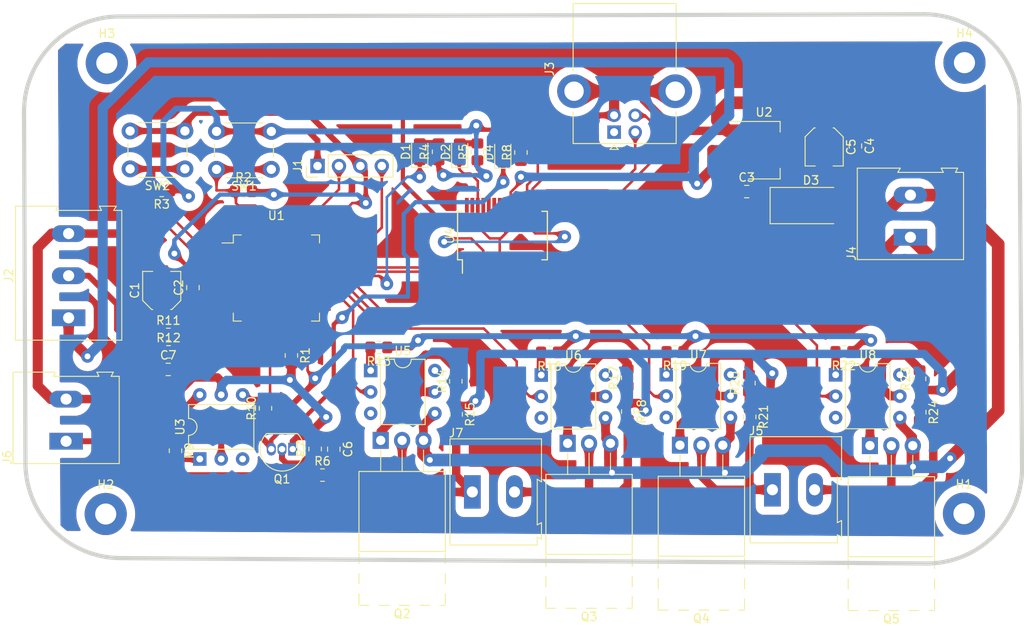
<source format=kicad_pcb>
(kicad_pcb (version 20211014) (generator pcbnew)
  (title_block (title "Custom Engine Control Unit") (date "2022-12-26") (rev "0") (company "Achmadi ST MT"))
  (layers (0 "F.Cu" signal) (31 "B.Cu" signal) (34 "B.Paste" user) (35 "F.Paste" user) (36 "B.SilkS" user "B.Silkscreen") (37 "F.SilkS" user "F.Silkscreen") (38 "B.Mask" user) (39 "F.Mask" user) (44 "Edge.Cuts" user))
  (net 0 "")
  (net 1 "VDD")
  (net 2 "GND")
  (net 3 "+12V")
  (net 4 "GNDPWR")
  (net 5 "VCC")
  (net 6 "Net-(C6-Pad2)")
  (net 7 "IN_TPS")
  (net 8 "LED_NOPULSE")
  (net 9 "Net-(D1-Pad2)")
  (net 10 "Net-(D2-Pad2)")
  (net 11 "Net-(D4-Pad1)")
  (net 12 "Net-(D4-Pad2)")
  (net 13 "SWD_CLK")
  (net 14 "SWD_IO")
  (net 15 "Net-(J2-Pad2)")
  (net 17 "Net-(U4-Pad16)")
  (net 18 "Net-(U4-Pad15)")
  (net 19 "PORT_IGNA")
  (net 20 "PORT_IGNB")
  (net 21 "CRANK_PORT")
  (net 22 "PORT_INJA")
  (net 23 "PORT_INJB")
  (net 24 "Net-(Q2-Pad1)")
  (net 25 "Net-(Q3-Pad1)")
  (net 26 "Net-(Q4-Pad1)")
  (net 27 "Net-(Q5-Pad1)")
  (net 28 "Net-(R1-Pad1)")
  (net 29 "BOOT0")
  (net 30 "NRST")
  (net 31 "Net-(R9-Pad2)")
  (net 32 "IN_CRANK")
  (net 33 "Net-(R13-Pad2)")
  (net 34 "Net-(R16-Pad2)")
  (net 35 "Net-(R19-Pad2)")
  (net 36 "Net-(R22-Pad2)")
  (net 64 "OUT_INJA")
  (net 65 "OUT_INJB")
  (net 66 "OUT_IGNA")
  (net 67 "OUT_IGNB")
  (net 68 "TX")
  (net 69 "RX")
  (footprint "Package_DIP:DIP-6_W7.62mm" (layer "F.Cu") (at 187.775 109.83)
    (fp_text reference "U8")
    (fp_text value "4N35")
  )
  (footprint "Package_TO_SOT_SMD:SOT-223-3_TabPin2" (layer "F.Cu") (at 179.285 83.175)
    (fp_text reference "U2")
    (fp_text value "AMS1117-5.0")
  )
  (footprint "MountingHole:MountingHole_2.5mm_Pad" (layer "F.Cu") (at 101.345 72.835)
    (fp_text reference "H3")
    (fp_text value "MountingHole")
  )
  (footprint "TerminalBlock:TerminalBlock_Altech_AK300-3_P5.00mm" (layer "F.Cu") (at 96.815 103.07 90)
    (fp_text reference "J2")
    (fp_text value "Conn_01x03_Male")
  )
  (footprint "Package_DIP:DIP-6_W7.62mm" (layer "F.Cu") (at 112.37 119.825 90)
    (fp_text reference "U3")
    (fp_text value "H11L1")
  )
  (footprint "Capacitor_SMD:C_Elec_4x5.4" (layer "F.Cu") (at 186.415 82.79 -90)
    (fp_text reference "C5")
    (fp_text value "100uF")
  )
  (footprint "Resistor_SMD:R_0805_2012Metric_Pad1.20x1.40mm_HandSolder" (layer "F.Cu") (at 117.555 88.045)
    (fp_text reference "R2")
    (fp_text value "10k")
  )
  (footprint "Resistor_SMD:R_0805_2012Metric_Pad1.20x1.40mm_HandSolder" (layer "F.Cu") (at 145.295 83.375 90)
    (fp_text reference "R5")
    (fp_text value "220")
  )
  (footprint "Resistor_SMD:R_0805_2012Metric_Pad1.20x1.40mm_HandSolder" (layer "F.Cu") (at 142.735 110.595 90)
    (fp_text reference "R14")
    (fp_text value "10k")
  )
  (footprint "Capacitor_SMD:C_0805_2012Metric_Pad1.18x1.45mm_HandSolder" (layer "F.Cu") (at 108.6275 109.195)
    (fp_text reference "C7")
    (fp_text value "100nF")
  )
  (footprint "Connector_PinHeader_2.54mm:PinHeader_1x04_P2.54mm_Vertical" (layer "F.Cu") (at 126.335 85.045 90)
    (fp_text reference "J1")
    (fp_text value "Conn_01x04_Male")
  )
  (footprint "Resistor_SMD:R_0805_2012Metric_Pad1.20x1.40mm_HandSolder" (layer "F.Cu") (at 177.495 110.815 90)
    (fp_text reference "R20")
    (fp_text value "10k")
  )
  (footprint "Capacitor_SMD:C_0805_2012Metric_Pad1.18x1.45mm_HandSolder" (layer "F.Cu") (at 128.26 118.6575 -90)
    (fp_text reference "C6")
    (fp_text value "100nF")
  )
  (footprint "Resistor_SMD:R_0805_2012Metric_Pad1.20x1.40mm_HandSolder" (layer "F.Cu") (at 107.855 87.945 180)
    (fp_text reference "R3")
    (fp_text value "10k")
  )
  (footprint "Resistor_SMD:R_0805_2012Metric_Pad1.20x1.40mm_HandSolder" (layer "F.Cu") (at 123.235 107.535 -90)
    (fp_text reference "R1")
    (fp_text value "0")
  )
  (footprint "Button_Switch_THT:SW_PUSH_6mm" (layer "F.Cu") (at 120.855 85.445 180)
    (fp_text reference "SW1")
    (fp_text value "SW_Push")
  )
  (footprint "Resistor_SMD:R_0805_2012Metric_Pad1.20x1.40mm_HandSolder" (layer "F.Cu") (at 153.845 107.175 180)
    (fp_text reference "R16")
    (fp_text value "220")
  )
  (footprint "TerminalBlock:TerminalBlock_Altech_AK300-2_P5.00mm" (layer "F.Cu") (at 144.69 123.735)
    (fp_text reference "J7")
    (fp_text value "Conn_01x02_Male")
  )
  (footprint "Resistor_SMD:R_0805_2012Metric_Pad1.20x1.40mm_HandSolder" (layer "F.Cu") (at 177.585 114.825 -90)
    (fp_text reference "R21")
    (fp_text value "10k")
  )
  (footprint "Capacitor_SMD:C_0805_2012Metric_Pad1.18x1.45mm_HandSolder" (layer "F.Cu") (at 177.2275 88.085)
    (fp_text reference "C3")
    (fp_text value "100uF")
  )
  (footprint "Diode_SMD:D_SMA-SMB_Universal_Handsoldering" (layer "F.Cu") (at 184.855 89.745)
    (fp_text reference "D3")
    (fp_text value "D")
  )
  (footprint "LED_SMD:LED_0805_2012Metric_Pad1.15x1.40mm_HandSolder" (layer "F.Cu") (at 148.305 83.46 90)
    (fp_text reference "D4")
    (fp_text value "LED")
  )
  (footprint "Resistor_SMD:R_0805_2012Metric_Pad1.20x1.40mm_HandSolder" (layer "F.Cu") (at 142.775 114.525 -90)
    (fp_text reference "R15")
    (fp_text value "10k")
  )
  (footprint "Connector_USB:USB_B_Lumberg_2411_02_Horizontal" (layer "F.Cu") (at 161.505 81.0325 90)
    (fp_text reference "J3")
    (fp_text value "USB_B")
  )
  (footprint "Resistor_SMD:R_0805_2012Metric_Pad1.20x1.40mm_HandSolder" (layer "F.Cu") (at 188.755 107.115 180)
    (fp_text reference "R22")
    (fp_text value "220")
  )
  (footprint "Resistor_SMD:R_0805_2012Metric_Pad1.20x1.40mm_HandSolder" (layer "F.Cu") (at 133.605 106.585 180)
    (fp_text reference "R13")
    (fp_text value "220")
  )
  (footprint "Package_QFP:LQFP-64_10x10mm_P0.5mm" (layer "F.Cu") (at 121.455 98.345)
    (fp_text reference "U1")
    (fp_text value "STM32F051R8Tx")
  )
  (footprint "TerminalBlock:TerminalBlock_Altech_AK300-2_P5.00mm" (layer "F.Cu") (at 196.645 93.505 90)
    (fp_text reference "J4")
    (fp_text value "Conn_01x02_Male")
  )
  (footprint "Resistor_SMD:R_0805_2012Metric_Pad1.20x1.40mm_HandSolder" (layer "F.Cu") (at 108.665 107.105)
    (fp_text reference "R12")
    (fp_text value "1k")
  )
  (footprint "Resistor_SMD:R_0805_2012Metric_Pad1.20x1.40mm_HandSolder" (layer "F.Cu") (at 140.685 83.365 90)
    (fp_text reference "R4")
    (fp_text value "220")
  )
  (footprint "MountingHole:MountingHole_2.5mm_Pad" (layer "F.Cu") (at 202.995 126.315)
    (fp_text reference "H1")
    (fp_text value "MountingHole")
  )
  (footprint "Resistor_SMD:R_0805_2012Metric_Pad1.20x1.40mm_HandSolder" (layer "F.Cu") (at 197.755 114.265 -90)
    (fp_text reference "R24")
    (fp_text value "10k")
  )
  (footprint "Capacitor_SMD:C_0805_2012Metric_Pad1.18x1.45mm_HandSolder" (layer "F.Cu") (at 190.125 82.6725 -90)
    (fp_text reference "C4")
    (fp_text value "100nF")
  )
  (footprint "LED_SMD:LED_0805_2012Metric_Pad1.15x1.40mm_HandSolder" (layer "F.Cu") (at 138.455 83.36 90)
    (fp_text reference "D1")
    (fp_text value "LED")
  )
  (footprint "MountingHole:MountingHole_2.5mm_Pad" (layer "F.Cu") (at 101.215 126.355)
    (fp_text reference "H2")
    (fp_text value "MountingHole")
  )
  (footprint "Package_TO_SOT_THT:TO-220-3_Horizontal_TabUp" (layer "F.Cu") (at 155.995 117.965)
    (fp_text reference "Q3")
    (fp_text value "IRF540N")
  )
  (footprint "Capacitor_SMD:C_Elec_4x5.4" (layer "F.Cu") (at 107.855 99.82 90)
    (fp_text reference "C1")
    (fp_text value "100uF")
  )
  (footprint "Package_SO:SSOP-28_5.3x10.2mm_P0.65mm" (layer "F.Cu") (at 148.265 93.305 90)
    (fp_text reference "U4")
    (fp_text value "FT232RL")
  )
  (footprint "Button_Switch_THT:SW_PUSH_6mm" (layer "F.Cu") (at 110.605 85.395 180)
    (fp_text reference "SW2")
    (fp_text value "SW_Push")
  )
  (footprint "Package_DIP:DIP-6_W7.62mm" (layer "F.Cu") (at 132.635 109.325)
    (fp_text reference "U5")
    (fp_text value "4N35")
  )
  (footprint "LED_SMD:LED_0805_2012Metric_Pad1.15x1.40mm_HandSolder" (layer "F.Cu") (at 143.195 83.38 90)
    (fp_text reference "D2")
    (fp_text value "LED")
  )
  (footprint "Resistor_SMD:R_0805_2012Metric_Pad1.20x1.40mm_HandSolder" (layer "F.Cu") (at 126.92 121.735)
    (fp_text reference "R6")
    (fp_text value "1k")
  )
  (footprint "TerminalBlock:TerminalBlock_Altech_AK300-2_P5.00mm" (layer "F.Cu") (at 96.515 117.715 90)
    (fp_text reference "J6")
    (fp_text value "Conn_01x02_Male")
  )
  (footprint "Resistor_SMD:R_0805_2012Metric_Pad1.20x1.40mm_HandSolder" (layer "F.Cu") (at 126.05 118.635 90)
    (fp_text reference "R7")
    (fp_text value "10k")
  )
  (footprint "Package_TO_SOT_THT:TO-220-3_Horizontal_TabUp" (layer "F.Cu") (at 191.845 118.235)
    (fp_text reference "Q5")
    (fp_text value "IRF540N")
  )
  (footprint "Package_DIP:DIP-6_W7.62mm" (layer "F.Cu") (at 152.865 109.86)
    (fp_text reference "U6")
    (fp_text value "4N35")
  )
  (footprint "MountingHole:MountingHole_2.5mm_Pad" (layer "F.Cu") (at 203.055 72.785)
    (fp_text reference "H4")
    (fp_text value "MountingHole")
  )
  (footprint "Package_TO_SOT_THT:TO-220-3_Horizontal_TabUp" (layer "F.Cu") (at 169.315 118.185)
    (fp_text reference "Q4")
    (fp_text value "IRF540N")
  )
  (footprint "Resistor_SMD:R_0805_2012Metric_Pad1.20x1.40mm_HandSolder" (layer "F.Cu") (at 168.725 107.115 180)
    (fp_text reference "R19")
    (fp_text value "220")
  )
  (footprint "Resistor_SMD:R_0805_2012Metric_Pad1.20x1.40mm_HandSolder" (layer "F.Cu") (at 163.115 110.185 90)
    (fp_text reference "R17")
    (fp_text value "10k")
  )
  (footprint "Package_TO_SOT_THT:TO-92_Inline" (layer "F.Cu") (at 123.39 118.655 180)
    (fp_text reference "Q1")
    (fp_text value "2N3904")
  )
  (footprint "Resistor_SMD:R_0805_2012Metric_Pad1.20x1.40mm_HandSolder" (layer "F.Cu") (at 109.49 118.845 -90)
    (fp_text reference "R9")
    (fp_text value "330")
  )
  (footprint "Resistor_SMD:R_0805_2012Metric_Pad1.20x1.40mm_HandSolder" (layer "F.Cu") (at 197.735 110.305 90)
    (fp_text reference "R23")
    (fp_text value "10k")
  )
  (footprint "Resistor_SMD:R_0805_2012Metric_Pad1.20x1.40mm_HandSolder" (layer "F.Cu") (at 163.125 114.195 -90)
    (fp_text reference "R18")
    (fp_text value "10k")
  )
  (footprint "Resistor_SMD:R_0805_2012Metric_Pad1.20x1.40mm_HandSolder" (layer "F.Cu") (at 150.455 83.445 90)
    (fp_text reference "R8")
    (fp_text value "330")
  )
  (footprint "Package_TO_SOT_THT:TO-220-3_Horizontal_TabUp" (layer "F.Cu") (at 133.825 117.615)
    (fp_text reference "Q2")
    (fp_text value "IRF540N")
  )
  (footprint "Capacitor_SMD:C_0805_2012Metric_Pad1.18x1.45mm_HandSolder" (layer "F.Cu") (at 111.555 99.4825 90)
    (fp_text reference "C2")
    (fp_text value "100nF")
  )
  (footprint "Resistor_SMD:R_0805_2012Metric_Pad1.20x1.40mm_HandSolder" (layer "F.Cu") (at 108.645 105.035)
    (fp_text reference "R11")
    (fp_text value "1k")
  )
  (footprint "TerminalBlock:TerminalBlock_Altech_AK300-2_P5.00mm" (layer "F.Cu") (at 180.28 123.475)
    (fp_text reference "J5")
    (fp_text value "Conn_01x02_Male")
  )
  (footprint "Package_DIP:DIP-6_W7.62mm" (layer "F.Cu") (at 167.685 109.81)
    (fp_text reference "U7")
    (fp_text value "4N35")
  )
  (footprint "Resistor_SMD:R_0805_2012Metric_Pad1.20x1.40mm_HandSolder" (layer "F.Cu") (at 120.16 113.805 90)
    (fp_text reference "R10")
    (fp_text value "10K")
  )
  (gr_arc (start 91.525 78.625) (mid 94.935335 70.526876) (end 103.111503 67.308138) (layer "Edge.Cuts") (width 0.5))
  (gr_line (start 91.696262 119.998832) (end 91.525 78.625) (layer "Edge.Cuts") (width 0.5))
  (gr_line (start 103.111503 67.308138) (end 198.258138 67.038497) (layer "Edge.Cuts") (width 0.5))
  (gr_arc (start 103.013124 131.585335) (mid 94.914972 128.17501) (end 91.696262 119.998832) (layer "Edge.Cuts") (width 0.5))
  (gr_line (start 209.575 78.625) (end 209.881503 120.908138) (layer "Edge.Cuts") (width 0.5))
  (gr_arc (start 198.258138 67.038497) (mid 206.356238 70.448846) (end 209.575 78.625) (layer "Edge.Cuts") (width 0.5))
  (gr_arc (start 209.881503 120.908138) (mid 206.471168 129.00626) (end 198.295 132.225) (layer "Edge.Cuts") (width 0.5))
  (gr_line (start 198.295 132.225) (end 103.013124 131.585335) (layer "Edge.Cuts") (width 0.5))
  (segment (start 120.16 114.805) (end 121.895 114.805) (width 0.7) (layer "F.Cu") (net 1))
  (segment (start 144.555 93.645) (end 142.455 93.645) (width 0.3) (layer "F.Cu") (net 1))
  (segment (start 125.205 108.395) (end 125.155 108.445) (width 0.3) (layer "F.Cu") (net 1))
  (segment (start 191.125 105.745) (end 189.755 107.115) (width 0.7) (layer "F.Cu") (net 1))
  (segment (start 151.19 92.08) (end 151.19 89.705) (width 0.3) (layer "F.Cu") (net 1))
  (segment (start 111.63 100.595) (end 111.555 100.52) (width 0.3) (layer "F.Cu") (net 1))
  (segment (start 155.025 107.175) (end 156.955 105.245) (width 0.7) (layer "F.Cu") (net 1))
  (segment (start 169.725 107.115) (end 169.725 106.675) (width 0.7) (layer "F.Cu") (net 1))
  (segment (start 152.155 93.045) (end 151.19 92.08) (width 0.3) (layer "F.Cu") (net 1))
  (segment (start 114.355 80.945) (end 120.855 80.945) (width 0.7) (layer "F.Cu") (net 1))
  (segment (start 126.335 82.025) (end 126.335 85.045) (width 0.7) (layer "F.Cu") (net 1))
  (segment (start 169.725 106.675) (end 171.155 105.245) (width 0.7) (layer "F.Cu") (net 1))
  (segment (start 108.855 87.945) (end 110.355 87.945) (width 0.7) (layer "F.Cu") (net 1))
  (segment (start 121.895 114.805) (end 126.055 110.645) (width 0.7) (layer "F.Cu") (net 1))
  (segment (start 123.055 99.845) (end 117.755 99.845) (width 0.3) (layer "F.Cu") (net 1))
  (segment (start 134.605 106.585) (end 137.415 106.585) (width 0.7) (layer "F.Cu") (net 1))
  (segment (start 191.955 105.745) (end 191.125 105.745) (width 0.7) (layer "F.Cu") (net 1))
  (segment (start 110.755 101.645) (end 108.005 101.645) (width 0.7) (layer "F.Cu") (net 1))
  (segment (start 137.415 106.585) (end 138.255 105.745) (width 0.7) (layer "F.Cu") (net 1))
  (segment (start 114.155 91.445) (end 114.155 94.545) (width 0.3) (layer "F.Cu") (net 1))
  (segment (start 116.955 90.645) (end 114.955 90.645) (width 0.3) (layer "F.Cu") (net 1))
  (segment (start 150.955 80.745) (end 145.355 80.745) (width 0.5) (layer "F.Cu") (net 1))
  (segment (start 145.99 95.08) (end 144.655 93.745) (width 0.3) (layer "F.Cu") (net 1))
  (segment (start 125.205 104.02) (end 125.205 108.395) (width 0.3) (layer "F.Cu") (net 1))
  (segment (start 109.49 115.085) (end 112.37 112.205) (width 1) (layer "F.Cu") (net 1))
  (segment (start 145.295 85.185) (end 146.355 86.245) (width 0.5) (layer "F.Cu") (net 1))
  (segment (start 117.755 99.845) (end 117.705 99.895) (width 0.3) (layer "F.Cu") (net 1))
  (segment (start 151.19 89.705) (end 151.19 87.31) (width 0.3) (layer "F.Cu") (net 1))
  (segment (start 117.705 91.395) (end 116.955 90.645) (width 0.3) (layer "F.Cu") (net 1))
  (segment (start 142.455 93.645) (end 141.755 93.645) (width 0.3) (layer "F.Cu") (net 1))
  (segment (start 145.355 80.745) (end 145.155 80.545) (width 0.5) (layer "F.Cu") (net 1))
  (segment (start 108.855 87.945) (end 108.855 90.945) (width 0.3) (layer "F.Cu") (net 1))
  (segment (start 108.005 101.645) (end 107.855 101.495) (width 0.7) (layer "F.Cu") (net 1))
  (segment (start 152.355 82.145) (end 151.155 80.945) (width 0.5) (layer "F.Cu") (net 1))
  (segment (start 125.205 104.02) (end 125.205 101.995) (width 0.3) (layer "F.Cu") (net 1))
  (segment (start 155.655 93.445) (end 155.255 93.045) (width 0.3) (layer "F.Cu") (net 1))
  (segment (start 117.705 99.895) (end 117.705 92.67) (width 0.3) (layer "F.Cu") (net 1))
  (segment (start 125.155 109.345) (end 126.055 110.245) (width 0.3) (layer "F.Cu") (net 1))
  (segment (start 120.855 80.945) (end 125.255 80.945) (width 0.7) (layer "F.Cu") (net 1))
  (segment (start 114.955 90.645) (end 114.155 91.445) (width 0.3) (layer "F.Cu") (net 1))
  (segment (start 152.455 86.045) (end 152.455 83.245) (width 0.3) (layer "F.Cu") (net 1))
  (segment (start 145.155 80.545) (end 145.155 80.245) (width 0.5) (layer "F.Cu") (net 1))
  (segment (start 114.305 94.595) (end 115.78 94.595) (width 0.3) (layer "F.Cu") (net 1))
  (segment (start 125.155 108.445) (end 125.155 109.345) (width 0.3) (layer "F.Cu") (net 1))
  (segment (start 154.845 107.175) (end 155.025 107.175) (width 0.7) (layer "F.Cu") (net 1))
  (segment (start 151.19 87.31) (end 152.455 86.045) (width 0.3) (layer "F.Cu") (net 1))
  (segment (start 145.99 96.905) (end 145.99 95.08) (width 0.3) (layer "F.Cu") (net 1))
  (segment (start 114.155 94.545) (end 114.205 94.595) (width 0.3) (layer "F.Cu") (net 1))
  (segment (start 120.16 114.805) (end 109.77 114.805) (width 1) (layer "F.Cu") (net 1))
  (segment (start 145.295 84.375) (end 145.295 85.185) (width 0.5) (layer "F.Cu") (net 1))
  (segment (start 155.255 93.045) (end 152.155 93.045) (width 0.3) (layer "F.Cu") (net 1))
  (segment (start 108.855 90.945) (end 112.505 94.595) (width 0.3) (layer "F.Cu") (net 1))
  (segment (start 111.555 100.845) (end 110.755 101.645) (width 0.7) (layer "F.Cu") (net 1))
  (segment (start 114.205 94.595) (end 114.305 94.595) (width 0.3) (layer "F.Cu") (net 1))
  (segment (start 152.355 83.145) (end 152.355 82.145) (width 0.5) (layer "F.Cu") (net 1))
  (segment (start 140.685 84.365) (end 140.685 85.575) (width 0.5) (layer "F.Cu") (net 1))
  (segment (start 126.055 110.645) (end 126.055 110.245) (width 0.7) (layer "F.Cu") (net 1))
  (segment (start 141.755 93.645) (end 141.355 94.045) (width 0.3) (layer "F.Cu") (net 1))
  (segment (start 140.685 85.575) (end 141.255 86.145) (width 0.5) (layer "F.Cu") (net 1))
  (segment (start 117.705 92.67) (end 117.705 91.395) (width 0.3) (layer "F.Cu") (net 1))
  (segment (start 115.78 100.595) (end 117.005 100.595) (width 0.3) (layer "F.Cu") (net 1))
  (segment (start 109.49 117.845) (end 109.49 115.085) (width 1) (layer "F.Cu") (net 1))
  (segment (start 151.055 84.445) (end 152.355 83.145) (width 0.5) (layer "F.Cu") (net 1))
  (segment (start 151.155 80.945) (end 150.955 80.745) (width 0.5) (layer "F.Cu") (net 1))
  (segment (start 111.555 100.52) (end 111.555 100.845) (width 0.7) (layer "F.Cu") (net 1))
  (segment (start 109.77 114.805) (end 109.49 115.085) (width 1) (layer "F.Cu") (net 1))
  (segment (start 150.455 84.445) (end 151.055 84.445) (width 0.5) (layer "F.Cu") (net 1))
  (segment (start 125.205 101.995) (end 123.055 99.845) (width 0.3) (layer "F.Cu") (net 1))
  (segment (start 117.005 100.595) (end 117.705 99.895) (width 0.3) (layer "F.Cu") (net 1))
  (segment (start 110.355 87.945) (end 111.055 88.645) (width 0.7) (layer "F.Cu") (net 1))
  (segment (start 125.255 80.945) (end 126.335 82.025) (width 0.7) (layer "F.Cu") (net 1))
  (segment (start 152.455 83.245) (end 152.355 83.145) (width 0.3) (layer "F.Cu") (net 1))
  (segment (start 115.78 100.595) (end 111.63 100.595) (width 0.3) (layer "F.Cu") (net 1))
  (segment (start 144.655 93.745) (end 144.555 93.645) (width 0.3) (layer "F.Cu") (net 1))
  (segment (start 112.505 94.595) (end 114.305 94.595) (width 0.3) (layer "F.Cu") (net 1))
  (via (at 111.055 88.645) (size 1.5) (drill 0.7) (layers "F.Cu" "B.Cu") (net 1))
  (via (at 155.655 93.445) (size 1.5) (drill 0.7) (layers "F.Cu" "B.Cu") (net 1))
  (via (at 145.155 80.245) (size 1.5) (drill 0.7) (layers "F.Cu" "B.Cu") (net 1))
  (via (at 138.255 105.745) (size 1.5) (drill 0.7) (layers "F.Cu" "B.Cu") (net 1))
  (via (at 171.155 105.245) (size 1.5) (drill 0.7) (layers "F.Cu" "B.Cu") (net 1))
  (via (at 141.255 86.145) (size 1.5) (drill 0.7) (layers "F.Cu" "B.Cu") (net 1))
  (via (at 141.355 94.045) (size 1.5) (drill 0.7) (layers "F.Cu" "B.Cu") (net 1))
  (via (at 146.355 86.245) (size 1.5) (drill 0.7) (layers "F.Cu" "B.Cu") (net 1))
  (via (at 126.055 110.245) (size 1.5) (drill 0.7) (layers "F.Cu" "B.Cu") (net 1))
  (via (at 156.955 105.245) (size 1.5) (drill 0.7) (layers "F.Cu" "B.Cu") (net 1))
  (via (at 191.955 105.745) (size 1.5) (drill 0.7) (layers "F.Cu" "B.Cu") (net 1))
  (segment (start 126.055 110.245) (end 129.455 106.845) (width 0.7) (layer "B.Cu") (net 1))
  (segment (start 141.355 94.045) (end 155.055 94.045) (width 0.3) (layer "B.Cu") (net 1))
  (segment (start 138.755 105.245) (end 156.955 105.245) (width 0.7) (layer "B.Cu") (net 1))
  (segment (start 114.355 79.145) (end 114.355 80.945) (width 0.7) (layer "B.Cu") (net 1))
  (segment (start 129.655 106.445) (end 137.555 106.445) (width 0.7) (layer "B.Cu") (net 1))
  (segment (start 111.055 88.645) (end 108.055 85.645) (width 0.7) (layer "B.Cu") (net 1))
  (segment (start 138.255 105.745) (end 138.755 105.245) (width 0.7) (layer "B.Cu") (net 1))
  (segment (start 146.355 86.245) (end 145.155 85.045) (width 0.5) (layer "B.Cu") (net 1))
  (segment (start 108.055 85.645) (end 108.055 79.745) (width 0.7) (layer "B.Cu") (net 1))
  (segment (start 156.955 105.245) (end 171.155 105.245) (width 0.7) (layer "B.Cu") (net 1))
  (segment (start 108.055 79.745) (end 109.555 78.245) (width 0.7) (layer "B.Cu") (net 1))
  (segment (start 137.555 106.445) (end 138.255 105.745) (width 0.7) (layer "B.Cu") (net 1))
  (segment (start 171.155 105.245) (end 190.555 105.245) (width 0.7) (layer "B.Cu") (net 1))
  (segment (start 155.055 94.045) (end 155.655 93.445) (width 0.3) (layer "B.Cu") (net 1))
  (segment (start 141.255 86.145) (end 146.255 86.145) (width 0.5) (layer "B.Cu") (net 1))
  (segment (start 145.155 80.245) (end 144.455 80.945) (width 0.7) (layer "B.Cu") (net 1))
  (segment (start 129.455 106.645) (end 129.655 106.445) (width 0.7) (layer "B.Cu") (net 1))
  (segment (start 146.255 86.145) (end 146.355 86.245) (width 0.5) (layer "B.Cu") (net 1))
  (segment (start 145.155 85.045) (end 145.155 80.245) (width 0.5) (layer "B.Cu") (net 1))
  (segment (start 109.555 78.245) (end 113.455 78.245) (width 0.7) (layer "B.Cu") (net 1))
  (segment (start 191.455 105.245) (end 191.955 105.745) (width 0.7) (layer "B.Cu") (net 1))
  (segment (start 129.455 106.845) (end 129.455 106.645) (width 0.7) (layer "B.Cu") (net 1))
  (segment (start 144.455 80.945) (end 120.855 80.945) (width 0.7) (layer "B.Cu") (net 1))
  (segment (start 113.455 78.245) (end 114.355 79.145) (width 0.7) (layer "B.Cu") (net 1))
  (segment (start 190.555 105.245) (end 191.455 105.245) (width 0.7) (layer "B.Cu") (net 1))
  (segment (start 147.94 93.76) (end 148.055 93.645) (width 0.3) (layer "F.Cu") (net 2))
  (segment (start 94.725 112.715) (end 96.515 112.715) (width 1.2) (layer "F.Cu") (net 2))
  (segment (start 123.39 118.655) (end 123.39 117.71) (width 0.7) (layer "F.Cu") (net 2))
  (segment (start 107.59 107.18) (end 107.665 107.105) (width 1) (layer "F.Cu") (net 2))
  (segment (start 153.355 80.345) (end 158.455 80.345) (width 0.7) (layer "F.Cu") (net 2))
  (segment (start 103.78 93.07) (end 96.815 93.07) (width 1) (layer "F.Cu") (net 2))
  (segment (start 186.415 81.115) (end 189.605 81.115) (width 1.5) (layer "F.Cu") (net 2))
  (segment (start 114.91 110.6) (end 114.455 110.145) (width 1) (layer "F.Cu") (net 2))
  (segment (start 111.555 98.445) (end 111.555 97.645) (width 0.5) (layer "F.Cu") (net 2))
  (segment (start 132.055 89.445) (end 132.055 85.685) (width 0.5) (layer "F.Cu") (net 2))
  (segment (start 107.59 109.195) (end 107.59 107.18) (width 1) (layer "F.Cu") (net 2))
  (segment (start 145.34 92.03) (end 145.34 92.23) (width 0.3) (layer "F.Cu") (net 2))
  (segment (start 156.755 76.1725) (end 161.7825 76.1725) (width 1.2) (layer "F.Cu") (net 2))
  (segment (start 145.34 92.03) (end 144.955 91.645) (width 0.5) (layer "F.Cu") (net 2))
  (segment (start 118.205 92.67) (end 118.205 93.995) (width 0.3) (layer "F.Cu") (net 2))
  (segment (start 161.505 76.45) (end 161.7825 76.1725) (width 1.2) (layer "F.Cu") (net 2))
  (segment (start 150.54 91.86) (end 150.54 89.705) (width 0.3) (layer "F.Cu") (net 2))
  (segment (start 150.455 91.945) (end 150.54 91.86) (width 0.3) (layer "F.Cu") (net 2))
  (segment (start 125.66 117.245) (end 126.05 117.635) (width 0.7) (layer "F.Cu") (net 2))
  (segment (start 96.815 93.07) (end 94.83 93.07) (width 1.2) (layer "F.Cu") (net 2))
  (segment (start 147.94 96.905) (end 147.94 93.76) (width 0.3) (layer "F.Cu") (net 2))
  (segment (start 105.985 112.715) (end 107.59 111.11) (width 1) (layer "F.Cu") (net 2))
  (segment (start 191.855 86.945) (end 191.855 85.645) (width 1.5) (layer "F.Cu") (net 2))
  (segment (start 148.59 89.705) (end 148.59 93.11) (width 0.3) (layer "F.Cu") (net 2))
  (segment (start 190.455 88.345) (end 191.855 86.945) (width 1.5) (layer "F.Cu") (net 2))
  (segment (start 193.555 82.745) (end 192.445 81.635) (width 1.5) (layer "F.Cu") (net 2))
  (segment (start 104.755 94.045) (end 103.78 93.07) (width 1) (layer "F.Cu") (net 2))
  (segment (start 193.555 85.645) (end 193.555 82.745) (width 1.5) (layer "F.Cu") (net 2))
  (segment (start 113.705 100.095) (end 113.055 99.445) (width 0.3) (layer "F.Cu") (net 2))
  (segment (start 125.255 94.645) (end 130.455 89.445) (width 0.3) (layer "F.Cu") (net 2))
  (segment (start 93.155 111.145) (end 94.725 112.715) (width 1.2) (layer "F.Cu") (net 2))
  (segment (start 126.05 116.15) (end 127.355 114.845) (width 1) (layer "F.Cu") (net 2))
  (segment (start 131.415 85.045) (end 125.115 78.745) (width 0.7) (layer "F.Cu") (net 2))
  (segment (start 113.055 99.445) (end 113.055 98.645) (width 0.3) (layer "F.Cu") (net 2))
  (segment (start 148.59 93.11) (end 148.055 93.645) (width 0.3) (layer "F.Cu") (net 2))
  (segment (start 107.855 98.145) (end 104.755 95.045) (width 1) (layer "F.Cu") (net 2))
  (segment (start 165.0275 76.1725) (end 168.755 76.1725) (width 1.2) (layer "F.Cu") (net 2))
  (segment (start 158.455 80.345) (end 159.7675 79.0325) (width 0.7) (layer "F.Cu") (net 2))
  (segment (start 123.235 108.535) (end 123.235 110.265) (width 1) (layer "F.Cu") (net 2))
  (segment (start 148.055 93.645) (end 149.755 91.945) (width 0.3) (layer "F.Cu") (net 2))
  (segment (start 173.755 78.845) (end 175.055 77.545) (width 1.5) (layer "F.Cu") (net 2))
  (segment (start 118.555 88.045) (end 120.755 88.045) (width 0.5) (layer "F.Cu") (net 2))
  (segment (start 111.855 78.745) (end 110.605 79.995) (width 0.7) (layer "F.Cu") (net 2))
  (segment (start 149.755 91.945) (end 150.455 91.945) (width 0.3) (layer "F.Cu") (net 2))
  (segment (start 112.855 98.445) (end 111.555 98.445) (width 0.3) (layer "F.Cu") (net 2))
  (segment (start 192.445 81.635) (end 190.125 81.635) (width 1.5) (layer "F.Cu") (net 2))
  (segment (start 108.155 98.445) (end 107.855 98.145) (width 0.7) (layer "F.Cu") (net 2))
  (segment (start 186.415 79.105) (end 186.415 81.115) (width 1.5) (layer "F.Cu") (net 2))
  (segment (start 94.83 93.07) (end 93.155 94.745) (width 1.2) (layer "F.Cu") (net 2))
  (segment (start 187.755 89.745) (end 189.155 88.345) (width 1.5) (layer "F.Cu") (net 2))
  (segment (start 123.965 108.535) (end 123.235 108.535) (width 0.3) (layer "F.Cu") (net 2))
  (segment (start 145.34 89.705) (end 145.34 92.03) (width 0.3) (layer "F.Cu") (net 2))
  (segment (start 165.0275 76.1725) (end 165.0275 77.2175) (width 1) (layer "F.Cu") (net 2))
  (segment (start 143.755 78.745) (end 144.655 77.845) (width 0.7) (layer "F.Cu") (net 2))
  (segment (start 125.115 78.745) (end 136.455 78.745) (width 0.7) (layer "F.Cu") (net 2))
  (segment (start 123.39 117.71) (end 123.855 117.245) (width 0.7) (layer "F.Cu") (net 2))
  (segment (start 165.0275 77.2175) (end 168.685 80.875) (width 1) (layer "F.Cu") (net 2))
  (segment (start 136.455 87.045) (end 136.455 78.745) (width 0.5) (layer "F.Cu") (net 2))
  (segment (start 130.455 89.445) (end 132.055 89.445) (width 0.3) (layer "F.Cu") (net 2))
  (segment (start 146.755 93.645) (end 148.055 93.645) (width 0.3) (layer "F.Cu") (net 2))
  (segment (start 136.455 78.745) (end 143.755 78.745) (width 0.7) (layer "F.Cu") (net 2))
  (segment (start 189.605 81.115) (end 190.125 81.635) (width 1.5) (layer "F.Cu") (net 2))
  (segment (start 159.7675 79.0325) (end 161.505 79.0325) (width 0.7) (layer "F.Cu") (net 2))
  (segment (start 113.055 98.645) (end 112.855 98.445) (width 0.3) (layer "F.Cu") (net 2))
  (segment (start 104.105 80.895) (end 110.605 80.895) (width 0.7) (layer "F.Cu") (net 2))
  (segment (start 114.91 112.205) (end 114.91 110.6) (width 1) (layer "F.Cu") (net 2))
  (segment (start 108.985 112.715) (end 105.985 112.715) (width 1) (layer "F.Cu") (net 2))
  (segment (start 175.055 77.545) (end 184.855 77.545) (width 1.5) (layer "F.Cu") (net 2))
  (segment (start 125.115 78.745) (end 111.855 78.745) (width 0.7) (layer "F.Cu") (net 2))
  (segment (start 126.065 117.62) (end 126.05 117.635) (width 0.7) (layer "F.Cu") (net 2))
  (segment (start 124.705 104.02) (end 124.705 107.795) (width 0.3) (layer "F.Cu") (net 2))
  (segment (start 145.34 92.23) (end 145.99 92.88) (width 0.3) (layer "F.Cu") (net 2))
  (segment (start 124.705 107.795) (end 123.965 108.535) (width 0.3) (layer "F.Cu") (net 2))
  (segment (start 161.7825 76.1725) (end 165.0275 76.1725) (width 1.2) (layer "F.Cu") (net 2))
  (segment (start 184.855 77.545) (end 186.415 79.105) (width 1.5) (layer "F.Cu") (net 2))
  (segment (start 114.455 110.145) (end 111.555 110.145) (width 1) (layer "F.Cu") (net 2))
  (segment (start 132.055 85.685) (end 131.415 85.045) (width 0.5) (layer "F.Cu") (net 2))
  (segment (start 173.755 79.645) (end 173.755 78.845) (width 1.5) (layer "F.Cu") (net 2))
  (segment (start 145.99 89.705) (end 145.99 92.88) (width 0.3) (layer "F.Cu") (net 2))
  (segment (start 96.515 112.715) (end 105.985 112.715) (width 1) (layer "F.Cu") (net 2))
  (segment (start 120.755 88.045) (end 121.155 88.445) (width 0.5) (layer "F.Cu") (net 2))
  (segment (start 110.605 79.995) (end 110.605 80.895) (width 0.7) (layer "F.Cu") (net 2))
  (segment (start 161.505 79.0325) (end 161.505 76.45) (width 1.2) (layer "F.Cu") (net 2))
  (segment (start 111.555 97.645) (end 109.355 95.445) (width 0.5) (layer "F.Cu") (net 2))
  (segment (start 168.685 80.875) (end 176.135 80.875) (width 1) (layer "F.Cu") (net 2))
  (segment (start 111.555 98.445) (end 108.155 98.445) (width 0.7) (layer "F.Cu") (net 2))
  (segment (start 144.655 77.845) (end 150.855 77.845) (width 0.7) (layer "F.Cu") (net 2))
  (segment (start 126.05 117.635) (end 126.05 116.15) (width 1) (layer "F.Cu") (net 2))
  (segment (start 107.59 111.11) (end 107.59 109.195) (width 1) (layer "F.Cu") (net 2))
  (segment (start 143.195 85.485) (end 143.195 84.405) (width 0.3) (layer "F.Cu") (net 2))
  (segment (start 144.455 85.945) (end 143.655 85.945) (width 0.3) (layer "F.Cu") (net 2))
  (segment (start 115.78 100.095) (end 113.705 100.095) (width 0.3) (layer "F.Cu") (net 2))
  (segment (start 123.855 117.245) (end 125.66 117.245) (width 0.7) (layer "F.Cu") (net 2))
  (segment (start 176.135 80.875) (end 174.985 80.875) (width 1.5) (layer "F.Cu") (net 2))
  (segment (start 93.155 94.745) (end 93.155 111.145) (width 1.2) (layer "F.Cu") (net 2))
  (segment (start 141.055 91.645) (end 136.455 87.045) (width 0.5) (layer "F.Cu") (net 2))
  (segment (start 118.205 93.995) (end 118.855 94.645) (width 0.3) (layer "F.Cu") (net 2))
  (segment (start 145.34 86.83) (end 144.455 85.945) (width 0.3) (layer "F.Cu") (net 2))
  (segment (start 143.655 85.945) (end 143.195 85.485) (width 0.3) (layer "F.Cu") (net 2))
  (segment (start 118.855 94.645) (end 125.255 94.645) (width 0.3) (layer "F.Cu") (net 2))
  (segment (start 189.155 88.345) (end 190.455 88.345) (width 1.5) (layer "F.Cu") (net 2))
  (segment (start 145.99 92.88) (end 146.755 93.645) (width 0.3) (layer "F.Cu") (net 2))
  (segment (start 174.985 80.875) (end 173.755 79.645) (width 1.5) (layer "F.Cu") (net 2))
  (segment (start 150.855 77.845) (end 153.355 80.345) (width 0.7) (layer "F.Cu") (net 2))
  (segment (start 123.235 110.265) (end 123.055 110.445) (width 1) (layer "F.Cu") (net 2))
  (segment (start 104.755 95.045) (end 104.755 94.045) (width 1) (layer "F.Cu") (net 2))
  (segment (start 145.34 89.705) (end 145.34 86.83) (width 0.3) (layer "F.Cu") (net 2))
  (segment (start 128.26 117.62) (end 126.065 117.62) (width 0.7) (layer "F.Cu") (net 2))
  (segment (start 144.955 91.645) (end 141.055 91.645) (width 0.5) (layer "F.Cu") (net 2))
  (segment (start 191.855 85.645) (end 193.555 85.645) (width 1.5) (layer "F.Cu") (net 2))
  (segment (start 111.555 110.145) (end 108.985 112.715) (width 1) (layer "F.Cu") (net 2))
  (via (at 132.055 89.445) (size 1.5) (drill 0.7) (layers "F.Cu" "B.Cu") (net 2))
  (via (at 123.055 110.445) (size 1.5) (drill 0.7) (layers "F.Cu" "B.Cu") (net 2))
  (via (at 121.155 88.445) (size 1.5) (drill 0.7) (layers "F.Cu" "B.Cu") (net 2))
  (via (at 127.355 114.845) (size 1.5) (drill 0.7) (layers "F.Cu" "B.Cu") (net 2))
  (via (at 109.355 95.445) (size 1.5) (drill 0.7) (layers "F.Cu" "B.Cu") (net 2))
  (segment (start 109.355 93.845) (end 114.755 88.445) (width 0.5) (layer "B.Cu") (net 2))
  (segment (start 121.155 88.445) (end 131.055 88.445) (width 0.5) (layer "B.Cu") (net 2))
  (segment (start 127.355 114.745) (end 123.055 110.445) (width 1) (layer "B.Cu") (net 2))
  (segment (start 109.355 95.445) (end 109.355 93.845) (width 0.5) (layer "B.Cu") (net 2))
  (segment (start 115.555 110.445) (end 114.91 111.09) (width 1) (layer "B.Cu") (net 2))
  (segment (start 131.055 88.445) (end 132.055 89.445) (width 0.5) (layer "B.Cu") (net 2))
  (segment (start 127.355 114.845) (end 127.355 114.745) (width 1) (layer "B.Cu") (net 2))
  (segment (start 114.755 88.445) (end 121.155 88.445) (width 0.5) (layer "B.Cu") (net 2))
  (segment (start 123.055 110.445) (end 115.555 110.445) (width 1) (layer "B.Cu") (net 2))
  (segment (start 114.91 111.09) (end 114.91 112.205) (width 1) (layer "B.Cu") (net 2))
  (segment (start 195.295 93.505) (end 193.555 95.245) (width 1.5) (layer "F.Cu") (net 3))
  (segment (start 200.455 111.645) (end 198.075 111.645) (width 1) (layer "F.Cu") (net 3))
  (segment (start 177.625 111.945) (end 177.495 111.815) (width 1) (layer "F.Cu") (net 3))
  (segment (start 198.075 111.645) (end 197.735 111.305) (width 1) (layer "F.Cu") (net 3))
  (segment (start 142.735 113.485) (end 142.775 113.525) (width 1) (layer "F.Cu") (net 3))
  (segment (start 203.555 100.415) (end 203.555 108.545) (width 1.5) (layer "F.Cu") (net 3))
  (segment (start 163.115 113.185) (end 163.125 113.195) (width 1) (layer "F.Cu") (net 3))
  (segment (start 180.055 111.945) (end 177.625 111.945) (width 1) (layer "F.Cu") (net 3))
  (segment (start 177.495 113.735) (end 177.585 113.825) (width 1) (layer "F.Cu") (net 3))
  (segment (start 203.555 108.545) (end 200.455 111.645) (width 1.5) (layer "F.Cu") (net 3))
  (segment (start 176.135 91.825) (end 176.135 88.03) (width 1.5) (layer "F.Cu") (net 3))
  (segment (start 196.645 93.505) (end 195.295 93.505) (width 1.5) (layer "F.Cu") (net 3))
  (segment (start 176.135 88.03) (end 176.19 88.085) (width 1.5) (layer "F.Cu") (net 3))
  (segment (start 196.645 93.505) (end 203.555 100.415) (width 1.5) (layer "F.Cu") (net 3))
  (segment (start 142.735 111.595) (end 142.735 113.485) (width 1) (layer "F.Cu") (net 3))
  (segment (start 197.735 113.245) (end 197.755 113.265) (width 1) (layer "F.Cu") (net 3))
  (segment (start 193.555 95.245) (end 179.555 95.245) (width 1.5) (layer "F.Cu") (net 3))
  (segment (start 163.115 111.185) (end 163.115 113.185) (width 1) (layer "F.Cu") (net 3))
  (segment (start 179.555 95.245) (end 176.135 91.825) (width 1.5) (layer "F.Cu") (net 3))
  (segment (start 180.055 109.845) (end 180.055 111.945) (width 1) (layer "F.Cu") (net 3))
  (segment (start 142.775 113.525) (end 144.475 113.525) (width 1) (layer "F.Cu") (net 3))
  (segment (start 197.735 111.305) (end 197.735 113.245) (width 1) (layer "F.Cu") (net 3))
  (segment (start 164.405 113.195) (end 163.125 113.195) (width 1) (layer "F.Cu") (net 3))
  (segment (start 180.255 109.645) (end 180.055 109.845) (width 1) (layer "F.Cu") (net 3))
  (segment (start 177.495 111.815) (end 177.495 113.735) (width 1) (layer "F.Cu") (net 3))
  (segment (start 144.475 113.525) (end 145.055 112.945) (width 1) (layer "F.Cu") (net 3))
  (segment (start 176.135 85.475) (end 176.135 88.03) (width 1.5) (layer "F.Cu") (net 3))
  (segment (start 165.255 114.045) (end 164.405 113.195) (width 1) (layer "F.Cu") (net 3))
  (via (at 165.255 114.045) (size 1.5) (drill 0.7) (layers "F.Cu" "B.Cu") (net 3))
  (via (at 200.455 111.645) (size 1.5) (drill 0.7) (layers "F.Cu" "B.Cu") (net 3))
  (via (at 180.255 109.645) (size 1.5) (drill 0.7) (layers "F.Cu" "B.Cu") (net 3))
  (via (at 145.055 112.945) (size 1.5) (drill 0.7) (layers "F.Cu" "B.Cu") (net 3))
  (segment (start 145.655 112.345) (end 145.655 107.345) (width 1) (layer "B.Cu") (net 3))
  (segment (start 164.655 108.245) (end 165.255 108.845) (width 1) (layer "B.Cu") (net 3))
  (segment (start 177.955 107.345) (end 180.255 109.645) (width 1) (layer "B.Cu") (net 3))
  (segment (start 200.055 109.145) (end 200.455 109.545) (width 1) (layer "B.Cu") (net 3))
  (segment (start 177.955 107.345) (end 198.255 107.345) (width 1) (layer "B.Cu") (net 3))
  (segment (start 163.755 107.345) (end 164.655 108.245) (width 1) (layer "B.Cu") (net 3))
  (segment (start 145.055 112.945) (end 145.655 112.345) (width 1) (layer "B.Cu") (net 3))
  (segment (start 198.255 107.345) (end 200.055 109.145) (width 1) (layer "B.Cu") (net 3))
  (segment (start 145.655 107.345) (end 163.755 107.345) (width 1) (layer "B.Cu") (net 3))
  (segment (start 200.455 109.545) (end 200.455 111.645) (width 1) (layer "B.Cu") (net 3))
  (segment (start 165.255 108.845) (end 165.255 114.045) (width 1) (layer "B.Cu") (net 3))
  (segment (start 163.755 107.345) (end 177.955 107.345) (width 1) (layer "B.Cu") (net 3))
  (segment (start 195.395 114.91) (end 195.395 115.685) (width 1) (layer "F.Cu") (net 4))
  (segment (start 174.395 118.185) (end 174.395 121.185) (width 1.5) (layer "F.Cu") (net 4))
  (segment (start 196.955 118.265) (end 196.925 118.235) (width 1.5) (layer "F.Cu") (net 4))
  (segment (start 138.905 115.755) (end 140.255 114.405) (width 1) (layer "F.Cu") (net 4))
  (segment (start 138.905 117.615) (end 138.905 119.195) (width 1.5) (layer "F.Cu") (net 4))
  (segment (start 160.485 114.94) (end 160.485 117.375) (width 1) (layer "F.Cu") (net 4))
  (segment (start 201.215 88.505) (end 196.645 88.505) (width 1.5) (layer "F.Cu") (net 4))
  (segment (start 178.265 88.085) (end 180.295 88.085) (width 1.5) (layer "F.Cu") (net 4))
  (segment (start 201.355 119.745) (end 207.055 114.045) (width 1.5) (layer "F.Cu") (net 4))
  (segment (start 181.655 92.045) (end 182.355 92.745) (width 1.5) (layer "F.Cu") (net 4))
  (segment (start 191.555 92.745) (end 195.795 88.505) (width 1.5) (layer "F.Cu") (net 4))
  (segment (start 160.485 117.375) (end 161.075 117.965) (width 1) (layer "F.Cu") (net 4))
  (segment (start 182.355 92.745) (end 191.555 92.745) (width 1.5) (layer "F.Cu") (net 4))
  (segment (start 161.075 117.965) (end 161.075 121.265) (width 1.5) (layer "F.Cu") (net 4))
  (segment (start 138.905 119.195) (end 139.655 119.945) (width 1.5) (layer "F.Cu") (net 4))
  (segment (start 196.955 120.745) (end 196.955 118.265) (width 1.5) (layer "F.Cu") (net 4))
  (segment (start 196.925 117.215) (end 196.925 118.235) (width 1) (layer "F.Cu") (net 4))
  (segment (start 161.075 121.265) (end 161.255 121.445) (width 1.5) (layer "F.Cu") (net 4))
  (segment (start 180.295 88.085) (end 181.955 89.745) (width 1.5) (layer "F.Cu") (net 4))
  (segment (start 207.055 114.045) (end 207.055 94.345) (width 1.5) (layer "F.Cu") (net 4))
  (segment (start 207.055 94.345) (end 201.215 88.505) (width 1.5) (layer "F.Cu") (net 4))
  (segment (start 175.305 117.275) (end 174.395 118.185) (width 1) (layer "F.Cu") (net 4))
  (segment (start 174.395 121.185) (end 174.655 121.445) (width 1.5) (layer "F.Cu") (net 4))
  (segment (start 138.905 117.615) (end 138.905 115.755) (width 1) (layer "F.Cu") (net 4))
  (segment (start 195.395 115.685) (end 196.925 117.215) (width 1) (layer "F.Cu") (net 4))
  (segment (start 181.955 91.745) (end 181.655 92.045) (width 1.5) (layer "F.Cu") (net 4))
  (segment (start 181.955 89.745) (end 181.955 91.745) (width 1.5) (layer "F.Cu") (net 4))
  (segment (start 195.795 88.505) (end 196.645 88.505) (width 1.5) (layer "F.Cu") (net 4))
  (segment (start 175.305 114.89) (end 175.305 117.275) (width 1) (layer "F.Cu") (net 4))
  (via (at 201.355 119.745) (size 1.5) (drill 0.7) (layers "F.Cu" "B.Cu") (net 4))
  (via (at 139.655 119.945) (size 1.5) (drill 0.7) (layers "F.Cu" "B.Cu") (net 4))
  (via (at 196.955 120.745) (size 1.5) (drill 0.7) (layers "F.Cu" "B.Cu") (net 4))
  (via (at 161.255 121.445) (size 1.5) (drill 0.7) (layers "F.Cu" "B.Cu") (net 4))
  (via (at 174.655 121.445) (size 1.5) (drill 0.7) (layers "F.Cu" "B.Cu") (net 4))
  (segment (start 174.655 121.445) (end 176.955 121.445) (width 1.5) (layer "B.Cu") (net 4))
  (segment (start 177.855 120.545) (end 178.955 119.445) (width 1.5) (layer "B.Cu") (net 4))
  (segment (start 200.355 120.745) (end 201.355 119.745) (width 1.5) (layer "B.Cu") (net 4))
  (segment (start 186.355 118.845) (end 188.755 121.245) (width 1.5) (layer "B.Cu") (net 4))
  (segment (start 176.955 121.445) (end 177.855 120.545) (width 1.5) (layer "B.Cu") (net 4))
  (segment (start 196.455 121.245) (end 196.955 120.745) (width 1.5) (layer "B.Cu") (net 4))
  (segment (start 153.155 119.945) (end 154.655 121.445) (width 1.5) (layer "B.Cu") (net 4))
  (segment (start 154.655 121.445) (end 161.255 121.445) (width 1.5) (layer "B.Cu") (net 4))
  (segment (start 178.955 119.445) (end 178.955 118.845) (width 1.5) (layer "B.Cu") (net 4))
  (segment (start 161.255 121.445) (end 174.655 121.445) (width 1.5) (layer "B.Cu") (net 4))
  (segment (start 196.955 120.745) (end 200.355 120.745) (width 1.5) (layer "B.Cu") (net 4))
  (segment (start 188.755 121.245) (end 196.455 121.245) (width 1.5) (layer "B.Cu") (net 4))
  (segment (start 139.655 119.945) (end 153.155 119.945) (width 1.5) (layer "B.Cu") (net 4))
  (segment (start 178.955 118.845) (end 186.355 118.845) (width 1.5) (layer "B.Cu") (net 4))
  (segment (start 173.185 83.175) (end 176.135 83.175) (width 1.2) (layer "F.Cu") (net 5))
  (segment (start 150.455 86.945) (end 150.455 86.345) (width 0.3) (layer "F.Cu") (net 5))
  (segment (start 182.435 83.175) (end 182.435 83.925) (width 1.5) (layer "F.Cu") (net 5))
  (segment (start 96.815 103.07) (end 96.815 105.405) (width 1.2) (layer "F.Cu") (net 5))
  (segment (start 173.155 85.345) (end 173.155 83.145) (width 1.2) (layer "F.Cu") (net 5))
  (segment (start 182.435 83.925) (end 182.975 84.465) (width 1.5) (layer "F.Cu") (net 5))
  (segment (start 173.155 83.145) (end 173.185 83.175) (width 1.2) (layer "F.Cu") (net 5))
  (segment (start 149.24 88.16) (end 150.455 86.945) (width 0.3) (layer "F.Cu") (net 5))
  (segment (start 190.125 83.71) (end 189.59 83.71) (width 1.5) (layer "F.Cu") (net 5))
  (segment (start 189.59 83.71) (end 188.835 84.465) (width 1.5) (layer "F.Cu") (net 5))
  (segment (start 171.355 87.145) (end 173.155 85.345) (width 1.2) (layer "F.Cu") (net 5))
  (segment (start 149.24 89.705) (end 149.24 88.16) (width 0.3) (layer "F.Cu") (net 5))
  (segment (start 188.835 84.465) (end 186.415 84.465) (width 1.5) (layer "F.Cu") (net 5))
  (segment (start 96.815 105.405) (end 99.055 107.645) (width 1.2) (layer "F.Cu") (net 5))
  (segment (start 182.975 84.465) (end 186.415 84.465) (width 1.5) (layer "F.Cu") (net 5))
  (segment (start 176.135 83.175) (end 182.435 83.175) (width 1.5) (layer "F.Cu") (net 5))
  (via (at 99.055 107.645) (size 1.5) (drill 0.7) (layers "F.Cu" "B.Cu") (net 5))
  (via (at 171.355 87.145) (size 1.5) (drill 0.7) (layers "F.Cu" "B.Cu") (net 5))
  (via (at 150.455 86.345) (size 1.5) (drill 0.7) (layers "F.Cu" "B.Cu") (net 5))
  (segment (start 99.055 107.645) (end 100.855 105.845) (width 1.2) (layer "B.Cu") (net 5))
  (segment (start 170.555 86.345) (end 171.355 87.145) (width 1) (layer "B.Cu") (net 5))
  (segment (start 174.755 72.745) (end 175.155 73.145) (width 1.2) (layer "B.Cu") (net 5))
  (segment (start 120.755 72.745) (end 174.755 72.745) (width 1.2) (layer "B.Cu") (net 5))
  (segment (start 100.855 105.845) (end 100.855 85.645) (width 1.2) (layer "B.Cu") (net 5))
  (segment (start 100.855 78.145) (end 102.055 76.945) (width 1.2) (layer "B.Cu") (net 5))
  (segment (start 150.455 86.345) (end 170.555 86.345) (width 1) (layer "B.Cu") (net 5))
  (segment (start 170.955 83.245) (end 170.955 86.445) (width 1.2) (layer "B.Cu") (net 5))
  (segment (start 100.855 85.645) (end 100.855 78.145) (width 1.2) (layer "B.Cu") (net 5))
  (segment (start 175.155 79.045) (end 171.455 82.745) (width 1.2) (layer "B.Cu") (net 5))
  (segment (start 170.955 86.745) (end 171.355 87.145) (width 1.2) (layer "B.Cu") (net 5))
  (segment (start 171.455 82.745) (end 170.955 83.245) (width 1.2) (layer "B.Cu") (net 5))
  (segment (start 102.055 76.945) (end 106.255 72.745) (width 1.2) (layer "B.Cu") (net 5))
  (segment (start 106.255 72.745) (end 120.755 72.745) (width 1.2) (layer "B.Cu") (net 5))
  (segment (start 175.155 73.145) (end 175.155 79.045) (width 1.2) (layer "B.Cu") (net 5))
  (segment (start 170.955 86.445) (end 170.955 86.745) (width 1.2) (layer "B.Cu") (net 5))
  (segment (start 122.655 120.345) (end 124.455 120.345) (width 0.7) (layer "F.Cu") (net 6))
  (segment (start 126.11 119.695) (end 126.05 119.635) (width 0.7) (layer "F.Cu") (net 6))
  (segment (start 128.26 119.695) (end 126.11 119.695) (width 0.7) (layer "F.Cu") (net 6))
  (segment (start 127.92 120.035) (end 128.26 119.695) (width 0.7) (layer "F.Cu") (net 6))
  (segment (start 125.165 119.635) (end 126.05 119.635) (width 0.7) (layer "F.Cu") (net 6))
  (segment (start 124.455 120.345) (end 125.165 119.635) (width 0.7) (layer "F.Cu") (net 6))
  (segment (start 122.12 118.655) (end 122.12 119.81) (width 0.7) (layer "F.Cu") (net 6))
  (segment (start 122.12 119.81) (end 122.655 120.345) (width 0.7) (layer "F.Cu") (net 6))
  (segment (start 127.92 121.735) (end 127.92 120.035) (width 0.7) (layer "F.Cu") (net 6))
  (segment (start 109.645 107.085) (end 109.665 107.105) (width 0.7) (layer "F.Cu") (net 7))
  (segment (start 115.78 101.095) (end 113.505 101.095) (width 0.3) (layer "F.Cu") (net 7))
  (segment (start 111.755 104.745) (end 109.935 104.745) (width 0.3) (layer "F.Cu") (net 7))
  (segment (start 113.505 101.095) (end 112.055 102.545) (width 0.3) (layer "F.Cu") (net 7))
  (segment (start 109.935 104.745) (end 109.645 105.035) (width 0.3) (layer "F.Cu") (net 7))
  (segment (start 109.645 105.035) (end 109.645 107.085) (width 0.7) (layer "F.Cu") (net 7))
  (segment (start 112.055 104.445) (end 111.755 104.745) (width 0.3) (layer "F.Cu") (net 7))
  (segment (start 109.665 109.195) (end 109.665 107.105) (width 0.7) (layer "F.Cu") (net 7))
  (segment (start 112.055 102.545) (end 112.055 104.445) (width 0.3) (layer "F.Cu") (net 7))
  (segment (start 127.13 98.095) (end 133.605 98.095) (width 0.3) (layer "F.Cu") (net 8))
  (segment (start 133.605 98.095) (end 134.555 99.045) (width 0.3) (layer "F.Cu") (net 8))
  (segment (start 138.455 86.345) (end 138.455 84.385) (width 0.3) (layer "F.Cu") (net 8))
  (via (at 134.555 99.045) (size 1.5) (drill 0.7) (layers "F.Cu" "B.Cu") (net 8))
  (via (at 138.455 86.345) (size 1.5) (drill 0.7) (layers "F.Cu" "B.Cu") (net 8))
  (segment (start 134.555 88.745) (end 136.955 86.345) (width 0.3) (layer "B.Cu") (net 8))
  (segment (start 136.955 86.345) (end 138.455 86.345) (width 0.3) (layer "B.Cu") (net 8))
  (segment (start 134.555 99.045) (end 134.555 88.745) (width 0.3) (layer "B.Cu") (net 8))
  (segment (start 138.455 82.335) (end 140.655 82.335) (width 0.7) (layer "F.Cu") (net 9))
  (segment (start 140.655 82.335) (end 140.685 82.365) (width 0.7) (layer "F.Cu") (net 9))
  (segment (start 143.195 82.355) (end 145.275 82.355) (width 0.7) (layer "F.Cu") (net 10))
  (segment (start 145.275 82.355) (end 145.295 82.375) (width 0.7) (layer "F.Cu") (net 10))
  (segment (start 114.91 119.825) (end 114.91 117.89) (width 0.7) (layer "F.Cu") (net 11))
  (segment (start 119.555 117.145) (end 120.85 118.44) (width 0.7) (layer "F.Cu") (net 11))
  (segment (start 148.355 86.945) (end 148.355 84.535) (width 0.5) (layer "F.Cu") (net 11))
  (segment (start 115.655 117.145) (end 119.555 117.145) (width 0.7) (layer "F.Cu") (net 11))
  (segment (start 128.255 103.845) (end 129.055 103.045) (width 0.5) (layer "F.Cu") (net 11))
  (segment (start 148.355 84.535) (end 148.305 84.485) (width 0.5) (layer "F.Cu") (net 11))
  (segment (start 122.655 115.745) (end 122.755 115.645) (width 0.5) (layer "F.Cu") (net 11))
  (segment (start 124.055 115.645) (end 127.355 112.345) (width 0.5) (layer "F.Cu") (net 11))
  (segment (start 120.85 117.55) (end 122.655 115.745) (width 0.5) (layer "F.Cu") (net 11))
  (segment (start 122.755 115.645) (end 124.055 115.645) (width 0.5) (layer "F.Cu") (net 11))
  (segment (start 128.255 111.445) (end 128.255 103.845) (width 0.5) (layer "F.Cu") (net 11))
  (segment (start 114.91 117.89) (end 115.655 117.145) (width 0.7) (layer "F.Cu") (net 11))
  (segment (start 127.355 112.345) (end 128.255 111.445) (width 0.5) (layer "F.Cu") (net 11))
  (segment (start 120.85 118.655) (end 120.85 117.55) (width 0.5) (layer "F.Cu") (net 11))
  (segment (start 129.055 103.045) (end 129.255 103.045) (width 0.5) (layer "F.Cu") (net 11))
  (segment (start 120.85 118.44) (end 120.85 118.655) (width 0.7) (layer "F.Cu") (net 11))
  (via (at 129.255 103.045) (size 1.5) (drill 0.7) (layers "F.Cu" "B.Cu") (net 11))
  (via (at 148.355 86.945) (size 1.5) (drill 0.7) (layers "F.Cu" "B.Cu") (net 11))
  (segment (start 137.055 100.545) (end 137.055 95.945) (width 0.5) (layer "B.Cu") (net 11))
  (segment (start 136.555 95.445) (end 136.555 90.745) (width 0.5) (layer "B.Cu") (net 11))
  (segment (start 145.955 89.345) (end 148.355 86.945) (width 0.5) (layer "B.Cu") (net 11))
  (segment (start 137.955 89.345) (end 145.955 89.345) (width 0.5) (layer "B.Cu") (net 11))
  (segment (start 129.255 103.045) (end 131.755 100.545) (width 0.5) (layer "B.Cu") (net 11))
  (segment (start 136.555 90.745) (end 137.955 89.345) (width 0.5) (layer "B.Cu") (net 11))
  (segment (start 137.055 95.945) (end 136.555 95.445) (width 0.5) (layer "B.Cu") (net 11))
  (segment (start 131.755 100.545) (end 137.055 100.545) (width 0.5) (layer "B.Cu") (net 11))
  (segment (start 148.305 82.435) (end 150.445 82.435) (width 0.7) (layer "F.Cu") (net 12))
  (segment (start 150.445 82.435) (end 150.455 82.445) (width 0.7) (layer "F.Cu") (net 12))
  (segment (start 125.205 92.67) (end 125.205 91.495) (width 0.3) (layer "F.Cu") (net 13))
  (segment (start 128.875 87.825) (end 128.875 85.045) (width 0.3) (layer "F.Cu") (net 13))
  (segment (start 125.205 91.495) (end 128.875 87.825) (width 0.3) (layer "F.Cu") (net 13))
  (segment (start 130.705 95.595) (end 133.955 92.345) (width 0.3) (layer "F.Cu") (net 14))
  (segment (start 133.955 92.345) (end 133.955 85.045) (width 0.3) (layer "F.Cu") (net 14))
  (segment (start 127.13 95.595) (end 130.705 95.595) (width 0.3) (layer "F.Cu") (net 14))
  (segment (start 103.145 105.035) (end 107.645 105.035) (width 0.7) (layer "F.Cu") (net 15))
  (segment (start 99.18 98.07) (end 102.555 101.445) (width 0.7) (layer "F.Cu") (net 15))
  (segment (start 96.815 98.07) (end 99.18 98.07) (width 0.7) (layer "F.Cu") (net 15))
  (segment (start 102.555 101.445) (end 102.555 104.445) (width 0.7) (layer "F.Cu") (net 15))
  (segment (start 102.555 104.445) (end 103.145 105.035) (width 0.7) (layer "F.Cu") (net 15))
  (segment (start 152.955 86.645) (end 162.755 86.645) (width 0.3) (layer "F.Cu") (net 17))
  (segment (start 151.84 87.76) (end 152.955 86.645) (width 0.3) (layer "F.Cu") (net 17))
  (segment (start 151.84 89.705) (end 151.84 87.76) (width 0.3) (layer "F.Cu") (net 17))
  (segment (start 164.005 85.395) (end 164.005 81.0325) (width 0.3) (layer "F.Cu") (net 17))
  (segment (start 162.755 86.645) (end 164.005 85.395) (width 0.3) (layer "F.Cu") (net 17))
  (segment (start 152.49 91.18) (end 152.855 91.545) (width 0.3) (layer "F.Cu") (net 18))
  (segment (start 158.955 91.545) (end 166.755 83.745) (width 0.3) (layer "F.Cu") (net 18))
  (segment (start 152.855 91.545) (end 158.955 91.545) (width 0.3) (layer "F.Cu") (net 18))
  (segment (start 165.1425 79.0325) (end 164.005 79.0325) (width 0.3) (layer "F.Cu") (net 18))
  (segment (start 166.755 80.645) (end 165.1425 79.0325) (width 0.3) (layer "F.Cu") (net 18))
  (segment (start 166.755 83.745) (end 166.755 80.645) (width 0.3) (layer "F.Cu") (net 18))
  (segment (start 152.49 89.705) (end 152.49 91.18) (width 0.3) (layer "F.Cu") (net 18))
  (segment (start 178.185 123.475) (end 180.28 123.475) (width 1) (layer "F.Cu") (net 19))
  (segment (start 171.855 118.185) (end 171.855 121.845) (width 1) (layer "F.Cu") (net 19))
  (segment (start 177.555 122.845) (end 178.185 123.475) (width 1) (layer "F.Cu") (net 19))
  (segment (start 177.555 115.855) (end 177.555 122.845) (width 1) (layer "F.Cu") (net 19))
  (segment (start 171.855 121.845) (end 173.485 123.475) (width 1) (layer "F.Cu") (net 19))
  (segment (start 173.485 123.475) (end 180.28 123.475) (width 1) (layer "F.Cu") (net 19))
  (segment (start 177.655 115.895) (end 177.585 115.825) (width 1) (layer "F.Cu") (net 19))
  (segment (start 194.025 123.475) (end 197.725 123.475) (width 1) (layer "F.Cu") (net 20))
  (segment (start 197.725 123.475) (end 199.355 121.845) (width 1) (layer "F.Cu") (net 20))
  (segment (start 194.385 118.235) (end 194.385 123.115) (width 1) (layer "F.Cu") (net 20))
  (segment (start 199.355 121.845) (end 199.355 116.865) (width 1) (layer "F.Cu") (net 20))
  (segment (start 185.28 123.475) (end 194.025 123.475) (width 1) (layer "F.Cu") (net 20))
  (segment (start 199.355 116.865) (end 197.755 115.265) (width 1) (layer "F.Cu") (net 20))
  (segment (start 194.385 123.115) (end 194.025 123.475) (width 1) (layer "F.Cu") (net 20))
  (segment (start 107.355 120.945) (end 108.155 121.745) (width 0.7) (layer "F.Cu") (net 21))
  (segment (start 96.515 117.715) (end 106.125 117.715) (width 0.7) (layer "F.Cu") (net 21))
  (segment (start 108.155 121.745) (end 125.91 121.745) (width 0.7) (layer "F.Cu") (net 21))
  (segment (start 125.91 121.745) (end 125.92 121.735) (width 0.7) (layer "F.Cu") (net 21))
  (segment (start 106.125 117.715) (end 107.355 118.945) (width 0.7) (layer "F.Cu") (net 21))
  (segment (start 107.355 118.945) (end 107.355 120.945) (width 0.7) (layer "F.Cu") (net 21))
  (segment (start 136.365 117.615) (end 136.365 122.355) (width 1) (layer "F.Cu") (net 22))
  (segment (start 142.775 115.525) (end 142.775 121.82) (width 1) (layer "F.Cu") (net 22))
  (segment (start 136.365 122.355) (end 137.745 123.735) (width 1) (layer "F.Cu") (net 22))
  (segment (start 137.745 123.735) (end 144.69 123.735) (width 1) (layer "F.Cu") (net 22))
  (segment (start 142.775 121.82) (end 144.69 123.735) (width 1) (layer "F.Cu") (net 22))
  (segment (start 163.125 122.875) (end 161.855 124.145) (width 1) (layer "F.Cu") (net 23))
  (segment (start 158.535 117.965) (end 158.535 123.645) (width 1) (layer "F.Cu") (net 23))
  (segment (start 161.445 123.735) (end 158.445 123.735) (width 1) (layer "F.Cu") (net 23))
  (segment (start 163.125 115.195) (end 163.125 122.875) (width 1) (layer "F.Cu") (net 23))
  (segment (start 158.445 123.735) (end 149.69 123.735) (width 1) (layer "F.Cu") (net 23))
  (segment (start 161.855 124.145) (end 161.445 123.735) (width 1) (layer "F.Cu") (net 23))
  (segment (start 158.535 123.645) (end 158.445 123.735) (width 1) (layer "F.Cu") (net 23))
  (segment (start 142.735 109.125) (end 142.735 109.595) (width 1) (layer "F.Cu") (net 24))
  (segment (start 139.155 107.445) (end 141.055 107.445) (width 1) (layer "F.Cu") (net 24))
  (segment (start 138.535 111.865) (end 138.535 108.065) (width 1) (layer "F.Cu") (net 24))
  (segment (start 138.535 111.865) (end 140.255 111.865) (width 1) (layer "F.Cu") (net 24))
  (segment (start 138.535 108.065) (end 139.155 107.445) (width 1) (layer "F.Cu") (net 24))
  (segment (start 133.825 117.615) (end 133.825 116.575) (width 1) (layer "F.Cu") (net 24))
  (segment (start 141.055 107.445) (end 142.735 109.125) (width 1) (layer "F.Cu") (net 24))
  (segment (start 133.825 116.575) (end 138.535 111.865) (width 1) (layer "F.Cu") (net 24))
  (segment (start 158 112.4) (end 160.485 112.4) (width 1) (layer "F.Cu") (net 25))
  (segment (start 155.995 112.905) (end 156.855 112.045) (width 1) (layer "F.Cu") (net 25))
  (segment (start 162.055 107.445) (end 163.115 108.505) (width 1) (layer "F.Cu") (net 25))
  (segment (start 158 109.4) (end 159.955 107.445) (width 1) (layer "F.Cu") (net 25))
  (segment (start 163.115 108.505) (end 163.115 109.185) (width 1) (layer "F.Cu") (net 25))
  (segment (start 159.955 107.445) (end 162.055 107.445) (width 1) (layer "F.Cu") (net 25))
  (segment (start 157.21 112.4) (end 158 112.4) (width 1) (layer "F.Cu") (net 25))
  (segment (start 155.995 117.965) (end 155.995 112.905) (width 1) (layer "F.Cu") (net 25))
  (segment (start 156.855 112.045) (end 157.21 112.4) (width 1) (layer "F.Cu") (net 25))
  (segment (start 158 112.4) (end 158 109.4) (width 1) (layer "F.Cu") (net 25))
  (segment (start 176.855 107.545) (end 177.495 108.185) (width 1) (layer "F.Cu") (net 26))
  (segment (start 175.305 112.35) (end 173.86 112.35) (width 1) (layer "F.Cu") (net 26))
  (segment (start 173.355 108.045) (end 173.855 107.545) (width 1) (layer "F.Cu") (net 26))
  (segment (start 177.495 108.185) (end 177.495 109.815) (width 1) (layer "F.Cu") (net 26))
  (segment (start 169.315 115.785) (end 173.255 111.845) (width 1) (layer "F.Cu") (net 26))
  (segment (start 173.855 107.545) (end 176.855 107.545) (width 1) (layer "F.Cu") (net 26))
  (segment (start 169.315 118.185) (end 169.315 115.785) (width 1) (layer "F.Cu") (net 26))
  (segment (start 173.355 111.845) (end 173.355 108.045) (width 1) (layer "F.Cu") (net 26))
  (segment (start 173.86 112.35) (end 173.355 111.845) (width 1) (layer "F.Cu") (net 26))
  (segment (start 173.255 111.845) (end 173.355 111.845) (width 1) (layer "F.Cu") (net 26))
  (segment (start 191.845 112.755) (end 193.255 111.345) (width 1) (layer "F.Cu") (net 27))
  (segment (start 194.28 112.37) (end 193.255 111.345) (width 1) (layer "F.Cu") (net 27))
  (segment (start 193.255 108.545) (end 194.255 107.545) (width 1) (layer "F.Cu") (net 27))
  (segment (start 197.735 109.125) (end 197.735 109.305) (width 1) (layer "F.Cu") (net 27))
  (segment (start 191.845 118.235) (end 191.845 112.755) (width 1) (layer "F.Cu") (net 27))
  (segment (start 196.155 107.545) (end 197.735 109.125) (width 1) (layer "F.Cu") (net 27))
  (segment (start 194.255 107.545) (end 196.155 107.545) (width 1) (layer "F.Cu") (net 27))
  (segment (start 193.255 111.345) (end 193.255 108.545) (width 1) (layer "F.Cu") (net 27))
  (segment (start 195.395 112.37) (end 194.28 112.37) (width 1) (layer "F.Cu") (net 27))
  (segment (start 123.205 104.02) (end 123.205 106.505) (width 0.3) (layer "F.Cu") (net 28))
  (segment (start 123.205 106.505) (end 123.235 106.535) (width 0.3) (layer "F.Cu") (net 28))
  (segment (start 116.655 88.145) (end 116.555 88.045) (width 0.3) (layer "F.Cu") (net 29))
  (segment (start 114.355 85.445) (end 120.855 85.445) (width 0.7) (layer "F.Cu") (net 29))
  (segment (start 119.705 92.67) (end 119.705 90.495) (width 0.3) (layer "F.Cu") (net 29))
  (segment (start 119.705 90.495) (end 118.955 89.745) (width 0.3) (layer "F.Cu") (net 29))
  (segment (start 116.655 89.445) (end 116.655 88.145) (width 0.3) (layer "F.Cu") (net 29))
  (segment (start 118.955 89.745) (end 116.955 89.745) (width 0.3) (layer "F.Cu") (net 29))
  (segment (start 114.355 87.945) (end 114.355 85.445) (width 0.3) (layer "F.Cu") (net 29))
  (segment (start 116.555 88.045) (end 116.455 87.945) (width 0.3) (layer "F.Cu") (net 29))
  (segment (start 116.955 89.745) (end 116.655 89.445) (width 0.3) (layer "F.Cu") (net 29))
  (segment (start 116.455 87.945) (end 114.355 87.945) (width 0.3) (layer "F.Cu") (net 29))
  (segment (start 113.905 97.595) (end 106.855 90.545) (width 0.3) (layer "F.Cu") (net 30))
  (segment (start 106.855 90.545) (end 106.855 87.945) (width 0.3) (layer "F.Cu") (net 30))
  (segment (start 106.855 87.945) (end 106.855 85.545) (width 0.5) (layer "F.Cu") (net 30))
  (segment (start 115.78 97.595) (end 113.905 97.595) (width 0.3) (layer "F.Cu") (net 30))
  (segment (start 104.105 85.395) (end 106.705 85.395) (width 0.7) (layer "F.Cu") (net 30))
  (segment (start 106.705 85.395) (end 110.605 85.395) (width 0.7) (layer "F.Cu") (net 30))
  (segment (start 106.855 85.545) (end 106.705 85.395) (width 0.5) (layer "F.Cu") (net 30))
  (segment (start 112.37 119.825) (end 109.51 119.825) (width 0.7) (layer "F.Cu") (net 31))
  (segment (start 109.51 119.825) (end 109.49 119.845) (width 0.7) (layer "F.Cu") (net 31))
  (segment (start 120.705 112.26) (end 120.16 112.805) (width 0.3) (layer "F.Cu") (net 32))
  (segment (start 120.705 104.02) (end 120.705 112.26) (width 0.3) (layer "F.Cu") (net 32))
  (segment (start 120.16 112.805) (end 118.05 112.805) (width 0.7) (layer "F.Cu") (net 32))
  (segment (start 118.05 112.805) (end 117.45 112.205) (width 0.7) (layer "F.Cu") (net 32))
  (segment (start 132.605 106.585) (end 132.605 109.295) (width 1) (layer "F.Cu") (net 33))
  (segment (start 132.605 109.295) (end 132.635 109.325) (width 1) (layer "F.Cu") (net 33))
  (segment (start 152.845 109.84) (end 152.865 109.86) (width 1) (layer "F.Cu") (net 34))
  (segment (start 152.845 107.175) (end 152.845 109.84) (width 1) (layer "F.Cu") (net 34))
  (segment (start 167.725 109.77) (end 167.685 109.81) (width 1) (layer "F.Cu") (net 35))
  (segment (start 167.725 107.115) (end 167.725 109.77) (width 1) (layer "F.Cu") (net 35))
  (segment (start 187.775 107.135) (end 187.755 107.115) (width 1) (layer "F.Cu") (net 36))
  (segment (start 187.775 109.83) (end 187.775 107.135) (width 1) (layer "F.Cu") (net 36))
  (segment (start 127.13 100.095) (end 128.505 100.095) (width 0.3) (layer "F.Cu") (net 64))
  (segment (start 128.505 100.095) (end 130.555 102.145) (width 0.3) (layer "F.Cu") (net 64))
  (segment (start 131.475 111.865) (end 132.635 111.865) (width 0.3) (layer "F.Cu") (net 64))
  (segment (start 130.555 102.145) (end 130.555 110.945) (width 0.3) (layer "F.Cu") (net 64))
  (segment (start 130.555 110.945) (end 131.475 111.865) (width 0.3) (layer "F.Cu") (net 64))
  (segment (start 146.055 104.345) (end 149.955 108.245) (width 0.3) (layer "F.Cu") (net 65))
  (segment (start 149.955 108.245) (end 149.955 110.845) (width 0.3) (layer "F.Cu") (net 65))
  (segment (start 127.13 99.595) (end 129.205 99.595) (width 0.3) (layer "F.Cu") (net 65))
  (segment (start 133.955 104.345) (end 146.055 104.345) (width 0.3) (layer "F.Cu") (net 65))
  (segment (start 151.51 112.4) (end 152.865 112.4) (width 0.3) (layer "F.Cu") (net 65))
  (segment (start 129.205 99.595) (end 133.955 104.345) (width 0.3) (layer "F.Cu") (net 65))
  (segment (start 149.955 110.845) (end 151.51 112.4) (width 0.3) (layer "F.Cu") (net 65))
  (segment (start 133.855 103.345) (end 162.655 103.345) (width 0.3) (layer "F.Cu") (net 66))
  (segment (start 165.655 111.745) (end 166.26 112.35) (width 0.3) (layer "F.Cu") (net 66))
  (segment (start 129.605 99.095) (end 133.855 103.345) (width 0.3) (layer "F.Cu") (net 66))
  (segment (start 166.26 112.35) (end 167.685 112.35) (width 0.3) (layer "F.Cu") (net 66))
  (segment (start 162.655 103.345) (end 165.655 106.345) (width 0.3) (layer "F.Cu") (net 66))
  (segment (start 165.655 106.345) (end 165.655 111.745) (width 0.3) (layer "F.Cu") (net 66))
  (segment (start 127.13 99.095) (end 129.605 99.095) (width 0.3) (layer "F.Cu") (net 66))
  (segment (start 127.13 98.595) (end 130.305 98.595) (width 0.3) (layer "F.Cu") (net 67))
  (segment (start 181.655 102.445) (end 185.555 106.345) (width 0.3) (layer "F.Cu") (net 67))
  (segment (start 130.305 98.595) (end 134.155 102.445) (width 0.3) (layer "F.Cu") (net 67))
  (segment (start 186.08 112.37) (end 187.775 112.37) (width 0.3) (layer "F.Cu") (net 67))
  (segment (start 134.155 102.445) (end 181.655 102.445) (width 0.3) (layer "F.Cu") (net 67))
  (segment (start 185.555 111.845) (end 186.08 112.37) (width 0.3) (layer "F.Cu") (net 67))
  (segment (start 185.555 106.345) (end 185.555 111.845) (width 0.3) (layer "F.Cu") (net 67))
  (segment (start 142.355 99.045) (end 146.455 99.045) (width 0.3) (layer "F.Cu") (net 68))
  (segment (start 140.905 97.595) (end 142.355 99.045) (width 0.3) (layer "F.Cu") (net 68))
  (segment (start 146.64 98.86) (end 146.64 96.905) (width 0.3) (layer "F.Cu") (net 68))
  (segment (start 127.13 97.595) (end 140.905 97.595) (width 0.3) (layer "F.Cu") (net 68))
  (segment (start 146.455 99.045) (end 146.64 98.86) (width 0.3) (layer "F.Cu") (net 68))
  (segment (start 143.755 98.245) (end 144.04 97.96) (width 0.3) (layer "F.Cu") (net 69))
  (segment (start 144.04 97.96) (end 144.04 96.905) (width 0.3) (layer "F.Cu") (net 69))
  (segment (start 142.855 98.245) (end 143.755 98.245) (width 0.3) (layer "F.Cu") (net 69))
  (segment (start 127.13 97.095) (end 141.705 97.095) (width 0.3) (layer "F.Cu") (net 69))
  (segment (start 141.705 97.095) (end 142.855 98.245) (width 0.3) (layer "F.Cu") (net 69))
  (zone (net 1) (net_name "VDD") (layer "F.Cu") (priority 16962) (connect_pads yes (clearance 0)) (min_thickness 0.0254) (fill yes (thermal_gap 0.508) (thermal_bridge_width 0.508))
    (polygon (pts (xy 125.985 83.355) (xy 125.984802 83.395807) (xy 125.984214 83.43527) (xy 125.983237 83.473434) (xy 125.981876 83.510347) (xy 125.980135 83.546057) (xy 125.978018 83.580611) (xy 125.975528 83.614055) (xy 125.972669 83.646438) (xy 125.969445 83.677806) (xy 125.96586 83.708208) (xy 125.961918 83.73769) (xy 125.957622 83.766299) (xy 125.952976 83.794083) (xy 125.947984 83.82109) (xy 125.94265 83.847366) (xy 125.936978 83.872959) (xy 125.930971 83.897916) (xy 125.924634 83.922285) (xy 125.917969 83.946113) (xy 125.910982 83.969446) (xy 125.903675 83.992334) (xy 125.896052 84.014821) (xy 125.888118 84.036957) (xy 125.879876 84.058789) (xy 125.87133 84.080363) (xy 125.862484 84.101727) (xy 125.853341 84.122928) (xy 125.843906 84.144015) (xy 125.834182 84.165033) (xy 125.824173 84.18603) (xy 125.813882 84.207054) (xy 125.803314 84.228152) (xy 125.792473 84.249371) (xy 125.781362 84.270759) (xy 125.769985 84.292362) (xy 125.758345 84.314229) (xy 125.746448 84.336406) (xy 125.734295 84.358941) (xy 125.721892 84.381881) (xy 125.709242 84.405274) (xy 125.696349 84.429166) (xy 125.683217 84.453606) (xy 125.669849 84.47864) (xy 125.656249 84.504315) (xy 125.642422 84.53068) (xy 125.62837 84.55778) (xy 125.614099 84.585665) (xy 125.59961 84.61438) (xy 125.584909 84.643974) (xy 125.57 84.674494) (xy 126.335 85.47) (xy 127.1 84.674494) (xy 127.08509 84.643974) (xy 127.070389 84.61438) (xy 127.0559 84.585665) (xy 127.041629 84.55778) (xy 127.027577 84.53068) (xy 127.01375 84.504315) (xy 127.00015 84.47864) (xy 126.986782 84.453606) (xy 126.97365 84.429166) (xy 126.960757 84.405274) (xy 126.948107 84.381881) (xy 126.935704 84.358941) (xy 126.923551 84.336406) (xy 126.911654 84.314229) (xy 126.900014 84.292362) (xy 126.888637 84.270759) (xy 126.877526 84.249371) (xy 126.866685 84.228152) (xy 126.856117 84.207054) (xy 126.845826 84.18603) (xy 126.835817 84.165033) (xy 126.826093 84.144015) (xy 126.816658 84.122928) (xy 126.807515 84.101727) (xy 126.798669 84.080363) (xy 126.790123 84.058789) (xy 126.781881 84.036957) (xy 126.773947 84.014821) (xy 126.766324 83.992334) (xy 126.759017 83.969446) (xy 126.75203 83.946113) (xy 126.745365 83.922285) (xy 126.739028 83.897916) (xy 126.733021 83.872959) (xy 126.727349 83.847366) (xy 126.722015 83.82109) (xy 126.717023 83.794083) (xy 126.712377 83.766299) (xy 126.708081 83.73769) (xy 126.704139 83.708208) (xy 126.700554 83.677806) (xy 126.69733 83.646438) (xy 126.694471 83.614055) (xy 126.691981 83.580611) (xy 126.689864 83.546057) (xy 126.688123 83.510347) (xy 126.686762 83.473434) (xy 126.685785 83.43527) (xy 126.685197 83.395807) (xy 126.685 83.355)))
  )
  (zone (net 35) (net_name "Net-(R19-Pad2)") (layer "F.Cu") (priority 16962) (connect_pads yes (clearance 0)) (min_thickness 0.0254) (fill yes (thermal_gap 0.508) (thermal_bridge_width 0.508))
    (polygon (pts (xy 167.225 108.21) (xy 167.22497 108.246684) (xy 167.224876 108.282385) (xy 167.22471 108.317132) (xy 167.224463 108.350955) (xy 167.224126 108.383884) (xy 167.223693 108.415949) (xy 167.223153 108.447179) (xy 167.2225 108.477605) (xy 167.221725 108.507257) (xy 167.22082 108.536164) (xy 167.219777 108.564357) (xy 167.218586 108.591866) (xy 167.217241 108.61872) (xy 167.215732 108.644949) (xy 167.214053 108.670583) (xy 167.212193 108.695653) (xy 167.210146 108.720188) (xy 167.207902 108.744218) (xy 167.205455 108.767774) (xy 167.202794 108.790884) (xy 167.199913 108.813579) (xy 167.196803 108.835889) (xy 167.193456 108.857844) (xy 167.189863 108.879473) (xy 167.186016 108.900807) (xy 167.181908 108.921876) (xy 167.177529 108.94271) (xy 167.172872 108.963338) (xy 167.167928 108.98379) (xy 167.162689 109.004097) (xy 167.157147 109.024289) (xy 167.151294 109.044394) (xy 167.145122 109.064444) (xy 167.138621 109.084468) (xy 167.131784 109.104496) (xy 167.124604 109.124558) (xy 167.11707 109.144684) (xy 167.109176 109.164904) (xy 167.100913 109.185248) (xy 167.092273 109.205746) (xy 167.083247 109.226427) (xy 167.073828 109.247322) (xy 167.064006 109.268461) (xy 167.053775 109.289873) (xy 167.043125 109.311589) (xy 167.032049 109.333638) (xy 167.020537 109.356051) (xy 167.008583 109.378857) (xy 166.996178 109.402086) (xy 166.983313 109.425769) (xy 167.665025 110.2095) (xy 168.421515 109.497679) (xy 168.410537 109.471582) (xy 168.399975 109.446035) (xy 168.389821 109.421004) (xy 168.380066 109.396456) (xy 168.370702 109.372358) (xy 168.361722 109.348675) (xy 168.353117 109.325375) (xy 168.34488 109.302424) (xy 168.337002 109.279788) (xy 168.329476 109.257434) (xy 168.322293 109.235328) (xy 168.315446 109.213438) (xy 168.308926 109.191729) (xy 168.302726 109.170167) (xy 168.296838 109.148721) (xy 168.291253 109.127355) (xy 168.285964 109.106037) (xy 168.280962 109.084732) (xy 168.27624 109.063409) (xy 168.27179 109.042032) (xy 168.267603 109.020569) (xy 168.263672 108.998985) (xy 168.259989 108.977249) (xy 168.256546 108.955325) (xy 168.253334 108.933182) (xy 168.250346 108.910784) (xy 168.247574 108.888099) (xy 168.245009 108.865093) (xy 168.242645 108.841732) (xy 168.240472 108.817984) (xy 168.238483 108.793814) (xy 168.23667 108.76919) (xy 168.235024 108.744077) (xy 168.233539 108.718443) (xy 168.232205 108.692253) (xy 168.231016 108.665474) (xy 168.229962 108.638073) (xy 168.229036 108.610017) (xy 168.228231 108.581271) (xy 168.227537 108.551802) (xy 168.226947 108.521578) (xy 168.226453 108.490563) (xy 168.226047 108.458726) (xy 168.225721 108.426031) (xy 168.225467 108.392447) (xy 168.225278 108.357939) (xy 168.225144 108.322473) (xy 168.225058 108.286017) (xy 168.225013 108.248537) (xy 168.225 108.21)))
  )
  (zone (net 1) (net_name "VDD") (layer "F.Cu") (priority 16962) (connect_pads yes (clearance 0)) (min_thickness 0.0254) (fill yes (thermal_gap 0.508) (thermal_bridge_width 0.508))
    (polygon (pts (xy 109.445 101.295) (xy 109.409637 101.294821) (xy 109.375389 101.294286) (xy 109.342222 101.293394) (xy 109.310097 101.292145) (xy 109.278979 101.29054) (xy 109.248832 101.288579) (xy 109.219619 101.286263) (xy 109.191303 101.28359) (xy 109.163849 101.280562) (xy 109.137221 101.277179) (xy 109.111381 101.27344) (xy 109.086294 101.269347) (xy 109.061923 101.264899) (xy 109.038233 101.260096) (xy 109.015185 101.254939) (xy 108.992746 101.249428) (xy 108.970877 101.243562) (xy 108.949543 101.237343) (xy 108.928707 101.230771) (xy 108.908334 101.223845) (xy 108.888386 101.216566) (xy 108.868828 101.208933) (xy 108.849623 101.200948) (xy 108.830735 101.192611) (xy 108.812127 101.18392) (xy 108.793764 101.174878) (xy 108.775608 101.165484) (xy 108.757624 101.155737) (xy 108.739776 101.145639) (xy 108.722026 101.13519) (xy 108.704339 101.124389) (xy 108.686679 101.113237) (xy 108.669008 101.101735) (xy 108.651291 101.089881) (xy 108.633492 101.077677) (xy 108.615574 101.065123) (xy 108.5975 101.052218) (xy 108.579235 101.038964) (xy 108.560742 101.02536) (xy 108.541985 101.011406) (xy 108.522928 100.997103) (xy 108.503534 100.982451) (xy 108.483767 100.96745) (xy 108.46359 100.9521) (xy 108.442968 100.936401) (xy 108.421863 100.920354) (xy 108.400241 100.903959) (xy 108.378063 100.887216) (xy 108.355295 100.870125) (xy 108.3319 100.852687) (xy 107.462022 101.420384) (xy 108.063281 102.26741) (xy 108.096301 102.258401) (xy 108.128313 102.249467) (xy 108.159367 102.240611) (xy 108.189511 102.231838) (xy 108.218795 102.223153) (xy 108.247268 102.21456) (xy 108.27498 102.206063) (xy 108.30198 102.197667) (xy 108.328316 102.189377) (xy 108.354039 102.181196) (xy 108.379197 102.173129) (xy 108.403839 102.165181) (xy 108.428016 102.157357) (xy 108.451776 102.149659) (xy 108.475168 102.142094) (xy 108.498242 102.134665) (xy 108.521047 102.127377) (xy 108.543632 102.120235) (xy 108.566046 102.113242) (xy 108.588339 102.106403) (xy 108.61056 102.099723) (xy 108.632758 102.093206) (xy 108.654983 102.086857) (xy 108.677283 102.080679) (xy 108.699708 102.074678) (xy 108.722308 102.068858) (xy 108.745131 102.063223) (xy 108.768226 102.057778) (xy 108.791644 102.052528) (xy 108.815432 102.047476) (xy 108.839641 102.042627) (xy 108.86432 102.037985) (xy 108.889518 102.033556) (xy 108.915283 102.029343) (xy 108.941667 102.025351) (xy 108.968717 102.021584) (xy 108.996483 102.018047) (xy 109.025014 102.014744) (xy 109.054359 102.01168) (xy 109.084569 102.008859) (xy 109.115691 102.006286) (xy 109.147775 102.003965) (xy 109.180871 102.0019) (xy 109.215028 102.000096) (xy 109.250294 101.998557) (xy 109.28672 101.997288) (xy 109.324354 101.996294) (xy 109.363246 101.995578) (xy 109.403445 101.995145) (xy 109.445 101.995)))
  )
  (zone (net 2) (net_name "GND") (layer "F.Cu") (priority 16962) (connect_pads yes (clearance 0)) (min_thickness 0.0254) (fill yes (thermal_gap 0.508) (thermal_bridge_width 0.508))
    (polygon (pts (xy 98.785 92.57) (xy 98.738113 92.569861) (xy 98.692663 92.569445) (xy 98.648601 92.568748) (xy 98.605878 92.567769) (xy 98.564446 92.566505) (xy 98.524256 92.564954) (xy 98.485259 92.563114) (xy 98.447407 92.560983) (xy 98.410651 92.558558) (xy 98.374942 92.555837) (xy 98.340231 92.552819) (xy 98.306471 92.5495) (xy 98.273612 92.545878) (xy 98.241605 92.541952) (xy 98.210403 92.537719) (xy 98.179955 92.533177) (xy 98.150214 92.528324) (xy 98.121131 92.523157) (xy 98.092657 92.517674) (xy 98.064744 92.511873) (xy 98.037342 92.505753) (xy 98.010404 92.499309) (xy 97.98388 92.492541) (xy 97.957722 92.485447) (xy 97.93188 92.478023) (xy 97.906308 92.470268) (xy 97.880955 92.462179) (xy 97.855773 92.453755) (xy 97.830714 92.444993) (xy 97.805728 92.43589) (xy 97.780767 92.426446) (xy 97.755783 92.416656) (xy 97.730726 92.40652) (xy 97.705548 92.396035) (xy 97.680201 92.385199) (xy 97.654635 92.374009) (xy 97.628803 92.362464) (xy 97.602654 92.35056) (xy 97.576141 92.338297) (xy 97.549216 92.325671) (xy 97.521828 92.312681) (xy 97.49393 92.299324) (xy 97.465473 92.285598) (xy 97.436408 92.271501) (xy 97.406687 92.257031) (xy 97.37626 92.242184) (xy 97.34508 92.226961) (xy 97.313097 92.211357) (xy 97.280263 92.19537) (xy 97.24653 92.179) (xy 96.32 93.07) (xy 97.24653 93.961) (xy 97.280263 93.944629) (xy 97.313097 93.928642) (xy 97.34508 93.913038) (xy 97.37626 93.897815) (xy 97.406687 93.882968) (xy 97.436408 93.868498) (xy 97.465473 93.854401) (xy 97.49393 93.840675) (xy 97.521828 93.827318) (xy 97.549216 93.814328) (xy 97.576141 93.801702) (xy 97.602654 93.789439) (xy 97.628803 93.777535) (xy 97.654635 93.76599) (xy 97.680201 93.7548) (xy 97.705548 93.743964) (xy 97.730726 93.733479) (xy 97.755783 93.723343) (xy 97.780767 93.713553) (xy 97.805728 93.704109) (xy 97.830714 93.695006) (xy 97.855773 93.686244) (xy 97.880955 93.67782) (xy 97.906308 93.669731) (xy 97.93188 93.661976) (xy 97.957722 93.654552) (xy 97.98388 93.647458) (xy 98.010404 93.64069) (xy 98.037342 93.634246) (xy 98.064744 93.628126) (xy 98.092657 93.622325) (xy 98.121131 93.616842) (xy 98.150214 93.611675) (xy 98.179955 93.606822) (xy 98.210403 93.60228) (xy 98.241605 93.598047) (xy 98.273612 93.594121) (xy 98.306471 93.590499) (xy 98.340231 93.58718) (xy 98.374942 93.584162) (xy 98.410651 93.581441) (xy 98.447407 93.579016) (xy 98.485259 93.576885) (xy 98.524256 93.575045) (xy 98.564446 93.573494) (xy 98.605878 93.57223) (xy 98.648601 93.571251) (xy 98.692663 93.570554) (xy 98.738113 93.570138) (xy 98.785 93.57)))
  )
  (zone (net 20) (net_name "PORT_IGNB") (layer "F.Cu") (priority 16962) (connect_pads yes (clearance 0)) (min_thickness 0.0254) (fill yes (thermal_gap 0.508) (thermal_bridge_width 0.508))
    (polygon (pts (xy 194.885 120.1375) (xy 194.885113 120.092306) (xy 194.885456 120.048473) (xy 194.886031 120.005955) (xy 194.886844 119.964705) (xy 194.887896 119.924679) (xy 194.889192 119.88583) (xy 194.890736 119.848114) (xy 194.89253 119.811484) (xy 194.894579 119.775895) (xy 194.896886 119.741302) (xy 194.899455 119.707658) (xy 194.90229 119.674918) (xy 194.905393 119.643037) (xy 194.908769 119.611969) (xy 194.912421 119.581668) (xy 194.916353 119.552089) (xy 194.920568 119.523186) (xy 194.92507 119.494913) (xy 194.929863 119.467225) (xy 194.93495 119.440077) (xy 194.940335 119.413422) (xy 194.946022 119.387215) (xy 194.952013 119.361411) (xy 194.958313 119.335964) (xy 194.964925 119.310827) (xy 194.971853 119.285957) (xy 194.979101 119.261306) (xy 194.986671 119.23683) (xy 194.994568 119.212483) (xy 195.002796 119.188219) (xy 195.011357 119.163993) (xy 195.020256 119.139758) (xy 195.029496 119.11547) (xy 195.03908 119.091083) (xy 195.049013 119.066551) (xy 195.059298 119.041829) (xy 195.069938 119.016871) (xy 195.080937 118.991631) (xy 195.092299 118.966063) (xy 195.104027 118.940123) (xy 195.116125 118.913765) (xy 195.128597 118.886942) (xy 195.141446 118.85961) (xy 195.154675 118.831723) (xy 195.168289 118.803235) (xy 195.182291 118.7741) (xy 195.196684 118.744273) (xy 195.211473 118.713709) (xy 195.22666 118.682361) (xy 195.24225 118.650185) (xy 194.385 117.75875) (xy 193.52775 118.650185) (xy 193.543339 118.682361) (xy 193.558526 118.713709) (xy 193.573315 118.744273) (xy 193.587708 118.7741) (xy 193.60171 118.803235) (xy 193.615324 118.831723) (xy 193.628553 118.85961) (xy 193.641402 118.886942) (xy 193.653874 118.913765) (xy 193.665972 118.940123) (xy 193.6777 118.966063) (xy 193.689062 118.991631) (xy 193.700061 119.016871) (xy 193.710701 119.041829) (xy 193.720986 119.066551) (xy 193.730919 119.091083) (xy 193.740503 119.11547) (xy 193.749743 119.139758) (xy 193.758642 119.163993) (xy 193.767203 119.188219) (xy 193.775431 119.212483) (xy 193.783328 119.23683) (xy 193.790898 119.261306) (xy 193.798146 119.285957) (xy 193.805074 119.310827) (xy 193.811686 119.335964) (xy 193.817986 119.361411) (xy 193.823977 119.387215) (xy 193.829664 119.413422) (xy 193.835049 119.440077) (xy 193.840136 119.467225) (xy 193.844929 119.494913) (xy 193.849431 119.523186) (xy 193.853646 119.552089) (xy 193.857578 119.581668) (xy 193.86123 119.611969) (xy 193.864606 119.643037) (xy 193.867709 119.674918) (xy 193.870544 119.707658) (xy 193.873113 119.741302) (xy 193.87542 119.775895) (xy 193.877469 119.811484) (xy 193.879263 119.848114) (xy 193.880807 119.88583) (xy 193.882103 119.924679) (xy 193.883155 119.964705) (xy 193.883968 120.005955) (xy 193.884543 120.048473) (xy 193.884886 120.092306) (xy 193.885 120.1375)))
  )
  (zone (net 12) (net_name "Net-(D4-Pad2)") (layer "F.Cu") (priority 16962) (connect_pads yes (clearance 0)) (min_thickness 0.0254) (fill yes (thermal_gap 0.508) (thermal_bridge_width 0.508))
    (polygon (pts (xy 149.45 82.085) (xy 149.423083 82.084975) (xy 149.396911 82.084897) (xy 149.371461 82.084762) (xy 149.34671 82.084563) (xy 149.322633 82.084296) (xy 149.299207 82.083955) (xy 149.276409 82.083535) (xy 149.254215 82.083032) (xy 149.232602 82.082439) (xy 149.211545 82.081752) (xy 149.191022 82.080966) (xy 149.171008 82.080075) (xy 149.151481 82.079074) (xy 149.132417 82.077958) (xy 149.113792 82.076722) (xy 149.095583 82.07536) (xy 149.077765 82.073868) (xy 149.060317 82.072241) (xy 149.043213 82.070472) (xy 149.02643 82.068557) (xy 149.009946 82.066491) (xy 148.993736 82.064269) (xy 148.977777 82.061885) (xy 148.962045 82.059334) (xy 148.946517 82.056611) (xy 148.931168 82.053711) (xy 148.915977 82.050629) (xy 148.900919 82.047359) (xy 148.88597 82.043897) (xy 148.871107 82.040236) (xy 148.856306 82.036373) (xy 148.841545 82.032301) (xy 148.826798 82.028016) (xy 148.812044 82.023512) (xy 148.797257 82.018785) (xy 148.782416 82.013828) (xy 148.767495 82.008638) (xy 148.752472 82.003208) (xy 148.737323 81.997534) (xy 148.722025 81.99161) (xy 148.706553 81.985431) (xy 148.690885 81.978992) (xy 148.674997 81.972288) (xy 148.658865 81.965314) (xy 148.642465 81.958064) (xy 148.625775 81.950533) (xy 148.608771 81.942717) (xy 148.591428 81.934609) (xy 148.573724 81.926205) (xy 148.555636 81.9175) (xy 148.0175 82.435) (xy 148.555636 82.9525) (xy 148.573724 82.943794) (xy 148.591428 82.93539) (xy 148.608771 82.927282) (xy 148.625775 82.919466) (xy 148.642465 82.911935) (xy 148.658865 82.904685) (xy 148.674997 82.897711) (xy 148.690885 82.891007) (xy 148.706553 82.884568) (xy 148.722025 82.878389) (xy 148.737323 82.872465) (xy 148.752472 82.866791) (xy 148.767495 82.861361) (xy 148.782416 82.856171) (xy 148.797257 82.851214) (xy 148.812044 82.846487) (xy 148.826798 82.841983) (xy 148.841545 82.837698) (xy 148.856306 82.833626) (xy 148.871107 82.829763) (xy 148.88597 82.826102) (xy 148.900919 82.82264) (xy 148.915977 82.81937) (xy 148.931168 82.816288) (xy 148.946517 82.813388) (xy 148.962045 82.810665) (xy 148.977777 82.808114) (xy 148.993736 82.80573) (xy 149.009946 82.803508) (xy 149.02643 82.801442) (xy 149.043213 82.799527) (xy 149.060317 82.797758) (xy 149.077765 82.796131) (xy 149.095583 82.794639) (xy 149.113792 82.793277) (xy 149.132417 82.792041) (xy 149.151481 82.790925) (xy 149.171008 82.789924) (xy 149.191022 82.789033) (xy 149.211545 82.788247) (xy 149.232602 82.78756) (xy 149.254215 82.786967) (xy 149.276409 82.786464) (xy 149.299207 82.786044) (xy 149.322633 82.785703) (xy 149.34671 82.785436) (xy 149.371461 82.785237) (xy 149.396911 82.785102) (xy 149.423083 82.785024) (xy 149.45 82.785)))
  )
  (zone (net 4) (net_name "GNDPWR") (layer "F.Cu") (priority 16962) (connect_pads yes (clearance 0)) (min_thickness 0.0254) (fill yes (thermal_gap 0.508) (thermal_bridge_width 0.508))
    (polygon (pts (xy 138.58857 115.364324) (xy 138.555733 115.398605) (xy 138.525753 115.43284) (xy 138.498518 115.467024) (xy 138.473915 115.501154) (xy 138.45183 115.535225) (xy 138.43215 115.569234) (xy 138.414762 115.603175) (xy 138.399554 115.637046) (xy 138.386412 115.670841) (xy 138.375223 115.704557) (xy 138.365874 115.73819) (xy 138.358252 115.771736) (xy 138.352244 115.805191) (xy 138.347738 115.83855) (xy 138.344619 115.871809) (xy 138.342775 115.904965) (xy 138.342092 115.938013) (xy 138.342459 115.970949) (xy 138.343761 116.00377) (xy 138.345886 116.036471) (xy 138.348721 116.069047) (xy 138.352152 116.101496) (xy 138.356067 116.133812) (xy 138.360352 116.165992) (xy 138.364895 116.198032) (xy 138.369582 116.229927) (xy 138.374301 116.261674) (xy 138.378938 116.293268) (xy 138.38338 116.324706) (xy 138.387514 116.355983) (xy 138.391228 116.387095) (xy 138.394408 116.418038) (xy 138.39694 116.448808) (xy 138.398713 116.479401) (xy 138.399613 116.509813) (xy 138.399527 116.54004) (xy 138.398342 116.570077) (xy 138.395944 116.599921) (xy 138.392222 116.629568) (xy 138.387061 116.659013) (xy 138.380349 116.688252) (xy 138.371973 116.717282) (xy 138.361819 116.746098) (xy 138.349775 116.774696) (xy 138.335727 116.803072) (xy 138.319563 116.831222) (xy 138.301169 116.859142) (xy 138.280433 116.886828) (xy 138.257241 116.914275) (xy 138.231481 116.941481) (xy 138.905 118.09125) (xy 139.76225 117.199815) (xy 139.749082 117.173988) (xy 139.734845 117.148556) (xy 139.719613 117.123502) (xy 139.703464 117.098809) (xy 139.686475 117.074461) (xy 139.668721 117.050441) (xy 139.650281 117.026734) (xy 139.63123 117.003323) (xy 139.611645 116.980192) (xy 139.591603 116.957324) (xy 139.571181 116.934703) (xy 139.550455 116.912314) (xy 139.529502 116.890138) (xy 139.508399 116.868161) (xy 139.487222 116.846366) (xy 139.466049 116.824737) (xy 139.444955 116.803257) (xy 139.424018 116.781909) (xy 139.403314 116.760679) (xy 139.382921 116.739549) (xy 139.362913 116.718503) (xy 139.34337 116.697525) (xy 139.324366 116.676598) (xy 139.305979 116.655706) (xy 139.288285 116.634833) (xy 139.271362 116.613963) (xy 139.255285 116.593079) (xy 139.240132 116.572164) (xy 139.22598 116.551204) (xy 139.212904 116.53018) (xy 139.200982 116.509078) (xy 139.19029 116.48788) (xy 139.180906 116.466571) (xy 139.172905 116.445134) (xy 139.166365 116.423552) (xy 139.161362 116.40181) (xy 139.157973 116.379891) (xy 139.156274 116.357779) (xy 139.156343 116.335458) (xy 139.158255 116.31291) (xy 139.162089 116.290121) (xy 139.167919 116.267073) (xy 139.175824 116.24375) (xy 139.18588 116.220136) (xy 139.198163 116.196215) (xy 139.21275 116.171971) (xy 139.229718 116.147386) (xy 139.249144 116.122445) (xy 139.271104 116.097132) (xy 139.295676 116.07143)))
  )
  (zone (net 1) (net_name "VDD") (layer "F.Cu") (priority 16962) (connect_pads yes (clearance 0)) (min_thickness 0.0254) (fill yes (thermal_gap 0.508) (thermal_bridge_width 0.508))
    (polygon (pts (xy 140.435 84.881102) (xy 140.435082 84.918437) (xy 140.435327 84.954523) (xy 140.435725 84.989408) (xy 140.436272 85.02314) (xy 140.43696 85.055764) (xy 140.437782 85.087329) (xy 140.438731 85.117882) (xy 140.439802 85.14747) (xy 140.440987 85.176141) (xy 140.44228 85.203941) (xy 140.443673 85.230918) (xy 140.44516 85.25712) (xy 140.446735 85.282593) (xy 140.44839 85.307384) (xy 140.450119 85.331542) (xy 140.451916 85.355113) (xy 140.453773 85.378145) (xy 140.455684 85.400684) (xy 140.457641 85.422779) (xy 140.45964 85.444476) (xy 140.461671 85.465823) (xy 140.46373 85.486866) (xy 140.465808 85.507654) (xy 140.467901 85.528234) (xy 140.47 85.548652) (xy 140.472098 85.568957) (xy 140.474191 85.589194) (xy 140.476269 85.609413) (xy 140.478328 85.629659) (xy 140.48036 85.64998) (xy 140.482358 85.670424) (xy 140.484315 85.691038) (xy 140.486226 85.711868) (xy 140.488083 85.732963) (xy 140.48988 85.75437) (xy 140.491609 85.776135) (xy 140.493264 85.798306) (xy 140.494839 85.820931) (xy 140.496326 85.844057) (xy 140.49772 85.86773) (xy 140.499012 85.891998) (xy 140.500197 85.916909) (xy 140.501268 85.94251) (xy 140.502217 85.968848) (xy 140.50304 85.99597) (xy 140.503727 86.023924) (xy 140.504274 86.052756) (xy 140.504672 86.082515) (xy 140.504917 86.113247) (xy 140.505 86.145) (xy 141.520165 86.410165) (xy 141.501131 85.436538) (xy 141.482113 85.429972) (xy 141.463273 85.423536) (xy 141.44462 85.417211) (xy 141.426162 85.410976) (xy 141.407907 85.404812) (xy 141.389865 85.398699) (xy 141.372043 85.392618) (xy 141.354451 85.386548) (xy 141.337096 85.38047) (xy 141.319987 85.374364) (xy 141.303133 85.368211) (xy 141.286541 85.36199) (xy 141.270222 85.355683) (xy 141.254182 85.349269) (xy 141.238431 85.342729) (xy 141.222978 85.336043) (xy 141.207829 85.329191) (xy 141.192995 85.322154) (xy 141.178484 85.314912) (xy 141.164303 85.307444) (xy 141.150462 85.299732) (xy 141.13697 85.291756) (xy 141.123833 85.283496) (xy 141.111062 85.274932) (xy 141.098665 85.266045) (xy 141.086649 85.256814) (xy 141.075024 85.247221) (xy 141.063799 85.237246) (xy 141.05298 85.226867) (xy 141.042578 85.216068) (xy 141.032601 85.204826) (xy 141.023056 85.193123) (xy 141.013953 85.180939) (xy 141.0053 85.168254) (xy 140.997106 85.155048) (xy 140.989379 85.141303) (xy 140.982127 85.126997) (xy 140.97536 85.112112) (xy 140.969085 85.096627) (xy 140.963311 85.080523) (xy 140.958046 85.063781) (xy 140.9533 85.04638) (xy 140.94908 85.028301) (xy 140.945395 85.009524) (xy 140.942254 84.990029) (xy 140.939665 84.969797) (xy 140.937637 84.948808) (xy 140.936177 84.927042) (xy 140.935295 84.90448) (xy 140.935 84.881102)))
  )
  (zone (net 3) (net_name "+12V") (layer "F.Cu") (priority 16962) (connect_pads yes (clearance 0)) (min_thickness 0.0254) (fill yes (thermal_gap 0.508) (thermal_bridge_width 0.508))
    (polygon (pts (xy 164.315 112.695) (xy 164.287321 112.695047) (xy 164.260044 112.695186) (xy 164.233167 112.695407) (xy 164.206688 112.695704) (xy 164.180606 112.696067) (xy 164.154917 112.69649) (xy 164.12962 112.696964) (xy 164.104715 112.697482) (xy 164.080197 112.698035) (xy 164.056067 112.698617) (xy 164.032321 112.699219) (xy 164.008958 112.699833) (xy 163.985977 112.700452) (xy 163.963374 112.701067) (xy 163.941149 112.701672) (xy 163.9193 112.702257) (xy 163.897824 112.702816) (xy 163.87672 112.70334) (xy 163.855987 112.703821) (xy 163.835621 112.704252) (xy 163.815621 112.704625) (xy 163.795985 112.704933) (xy 163.776713 112.705166) (xy 163.7578 112.705318) (xy 163.739247 112.705381) (xy 163.72105 112.705346) (xy 163.703208 112.705206) (xy 163.68572 112.704954) (xy 163.668582 112.704581) (xy 163.651794 112.704079) (xy 163.635354 112.703441) (xy 163.619259 112.702658) (xy 163.603508 112.701724) (xy 163.588099 112.70063) (xy 163.57303 112.699368) (xy 163.558299 112.697931) (xy 163.543905 112.69631) (xy 163.529845 112.694498) (xy 163.516117 112.692487) (xy 163.50272 112.69027) (xy 163.489653 112.687838) (xy 163.476912 112.685183) (xy 163.464496 112.682298) (xy 163.452404 112.679175) (xy 163.440632 112.675807) (xy 163.429181 112.672184) (xy 163.418047 112.6683) (xy 163.407229 112.664146) (xy 163.396725 112.659715) (xy 163.386533 112.655) (xy 162.825 113.195) (xy 163.386533 113.735) (xy 163.396725 113.730284) (xy 163.407229 113.725853) (xy 163.418047 113.721699) (xy 163.429181 113.717815) (xy 163.440632 113.714192) (xy 163.452404 113.710824) (xy 163.464496 113.707701) (xy 163.476912 113.704816) (xy 163.489653 113.702161) (xy 163.50272 113.699729) (xy 163.516117 113.697512) (xy 163.529845 113.695501) (xy 163.543905 113.693689) (xy 163.558299 113.692068) (xy 163.57303 113.690631) (xy 163.588099 113.689369) (xy 163.603508 113.688275) (xy 163.619259 113.687341) (xy 163.635354 113.686558) (xy 163.651794 113.68592) (xy 163.668582 113.685418) (xy 163.68572 113.685045) (xy 163.703208 113.684793) (xy 163.72105 113.684653) (xy 163.739247 113.684618) (xy 163.7578 113.684681) (xy 163.776713 113.684833) (xy 163.795985 113.685066) (xy 163.815621 113.685374) (xy 163.835621 113.685747) (xy 163.855987 113.686178) (xy 163.87672 113.686659) (xy 163.897824 113.687183) (xy 163.9193 113.687742) (xy 163.941149 113.688327) (xy 163.963374 113.688932) (xy 163.985977 113.689547) (xy 164.008958 113.690166) (xy 164.032321 113.69078) (xy 164.056067 113.691382) (xy 164.080197 113.691964) (xy 164.104715 113.692517) (xy 164.12962 113.693035) (xy 164.154917 113.693509) (xy 164.180606 113.693932) (xy 164.206688 113.694295) (xy 164.233167 113.694592) (xy 164.260044 113.694813) (xy 164.287321 113.694952) (xy 164.315 113.695)))
  )
  (zone (net 7) (net_name "IN_TPS") (layer "F.Cu") (priority 16962) (connect_pads yes (clearance 0)) (min_thickness 0.0254) (fill yes (thermal_gap 0.508) (thermal_bridge_width 0.508))
    (polygon (pts (xy 109.995 106.225) (xy 109.99504 106.196976) (xy 109.995164 106.169751) (xy 109.995376 106.143298) (xy 109.99568 106.117592) (xy 109.996081 106.092607) (xy 109.996583 106.068317) (xy 109.997191 106.044697) (xy 109.997908 106.02172) (xy 109.99874 105.999361) (xy 109.99969 105.977594) (xy 110.000763 105.956394) (xy 110.001963 105.935734) (xy 110.003295 105.915588) (xy 110.004763 105.895932) (xy 110.006371 105.876739) (xy 110.008124 105.857983) (xy 110.010026 105.839639) (xy 110.012082 105.821681) (xy 110.014295 105.804083) (xy 110.01667 105.78682) (xy 110.019212 105.769865) (xy 110.021925 105.753192) (xy 110.024814 105.736777) (xy 110.027882 105.720593) (xy 110.031133 105.704614) (xy 110.034574 105.688815) (xy 110.038207 105.67317) (xy 110.042037 105.657654) (xy 110.046068 105.642239) (xy 110.050306 105.626901) (xy 110.054753 105.611614) (xy 110.059416 105.596352) (xy 110.064297 105.581089) (xy 110.069401 105.5658) (xy 110.074733 105.550458) (xy 110.080297 105.535039) (xy 110.086097 105.519515) (xy 110.092139 105.503862) (xy 110.098425 105.488053) (xy 110.104961 105.472064) (xy 110.11175 105.455867) (xy 110.118798 105.439438) (xy 110.126108 105.42275) (xy 110.133686 105.405778) (xy 110.141534 105.388496) (xy 110.149659 105.370878) (xy 110.158063 105.352898) (xy 110.166752 105.334531) (xy 110.175729 105.315751) (xy 110.185 105.296533) (xy 109.645 104.735) (xy 109.105 105.296533) (xy 109.11427 105.315751) (xy 109.123247 105.334531) (xy 109.131936 105.352898) (xy 109.14034 105.370878) (xy 109.148465 105.388496) (xy 109.156313 105.405778) (xy 109.163891 105.42275) (xy 109.171201 105.439438) (xy 109.178249 105.455867) (xy 109.185038 105.472064) (xy 109.191574 105.488053) (xy 109.19786 105.503862) (xy 109.203902 105.519515) (xy 109.209702 105.535039) (xy 109.215266 105.550458) (xy 109.220598 105.5658) (xy 109.225702 105.581089) (xy 109.230583 105.596352) (xy 109.235246 105.611614) (xy 109.239693 105.626901) (xy 109.243931 105.642239) (xy 109.247962 105.657654) (xy 109.251792 105.67317) (xy 109.255425 105.688815) (xy 109.258866 105.704614) (xy 109.262117 105.720593) (xy 109.265185 105.736777) (xy 109.268074 105.753192) (xy 109.270787 105.769865) (xy 109.273329 105.78682) (xy 109.275704 105.804083) (xy 109.277917 105.821681) (xy 109.279973 105.839639) (xy 109.281875 105.857983) (xy 109.283628 105.876739) (xy 109.285236 105.895932) (xy 109.286704 105.915588) (xy 109.288036 105.935734) (xy 109.289236 105.956394) (xy 109.290309 105.977594) (xy 109.291259 105.999361) (xy 109.292091 106.02172) (xy 109.292808 106.044697) (xy 109.293416 106.068317) (xy 109.293918 106.092607) (xy 109.294319 106.117592) (xy 109.294623 106.143298) (xy 109.294835 106.169751) (xy 109.294959 106.196976) (xy 109.295 106.225)))
  )
  (zone (net 2) (net_name "GND") (layer "F.Cu") (priority 16962) (connect_pads yes (clearance 0)) (min_thickness 0.0254) (fill yes (thermal_gap 0.508) (thermal_bridge_width 0.508))
    (polygon (pts (xy 165.0375 76.7725) (xy 165.119336 76.773034) (xy 165.19875 76.774627) (xy 165.275815 76.777264) (xy 165.350606 76.78093) (xy 165.423194 76.785611) (xy 165.493655 76.791293) (xy 165.562061 76.797959) (xy 165.628487 76.805597) (xy 165.693006 76.814191) (xy 165.755691 76.823726) (xy 165.816617 76.834188) (xy 165.875857 76.845563) (xy 165.933485 76.857834) (xy 165.989573 76.870989) (xy 166.044197 76.885012) (xy 166.097429 76.899889) (xy 166.149344 76.915605) (xy 166.200014 76.932145) (xy 166.249514 76.949494) (xy 166.297917 76.967639) (xy 166.345297 76.986564) (xy 166.391728 77.006255) (xy 166.437282 77.026697) (xy 166.482034 77.047875) (xy 166.526058 77.069775) (xy 166.569427 77.092382) (xy 166.612214 77.115682) (xy 166.654494 77.139659) (xy 166.69634 77.1643) (xy 166.737825 77.189589) (xy 166.779024 77.215512) (xy 166.820009 77.242054) (xy 166.860855 77.269201) (xy 166.901636 77.296938) (xy 166.942424 77.32525) (xy 166.983294 77.354122) (xy 167.024319 77.383541) (xy 167.065573 77.413491) (xy 167.107129 77.443957) (xy 167.149062 77.474926) (xy 167.191444 77.506382) (xy 167.234349 77.53831) (xy 167.277852 77.570697) (xy 167.322025 77.603527) (xy 167.366943 77.636786) (xy 167.412679 77.670459) (xy 167.459306 77.704532) (xy 167.506899 77.738989) (xy 167.55553 77.773816) (xy 167.605275 77.809) (xy 169.755 76.1725) (xy 167.605275 74.536) (xy 167.55553 74.571183) (xy 167.506899 74.60601) (xy 167.459306 74.640467) (xy 167.412679 74.67454) (xy 167.366943 74.708213) (xy 167.322025 74.741472) (xy 167.277852 74.774302) (xy 167.234349 74.806689) (xy 167.191444 74.838617) (xy 167.149062 74.870073) (xy 167.107129 74.901042) (xy 167.065573 74.931508) (xy 167.024319 74.961458) (xy 166.983294 74.990877) (xy 166.942424 75.019749) (xy 166.901636 75.048061) (xy 166.860855 75.075798) (xy 166.820009 75.102945) (xy 166.779024 75.129487) (xy 166.737825 75.15541) (xy 166.69634 75.180699) (xy 166.654494 75.20534) (xy 166.612214 75.229317) (xy 166.569427 75.252617) (xy 166.526058 75.275224) (xy 166.482034 75.297124) (xy 166.437282 75.318302) (xy 166.391728 75.338744) (xy 166.345297 75.358435) (xy 166.297917 75.37736) (xy 166.249514 75.395505) (xy 166.200014 75.412854) (xy 166.149344 75.429394) (xy 166.097429 75.44511) (xy 166.044197 75.459987) (xy 165.989573 75.47401) (xy 165.933485 75.487165) (xy 165.875857 75.499436) (xy 165.816617 75.510811) (xy 165.755691 75.521273) (xy 165.693006 75.530808) (xy 165.628487 75.539402) (xy 165.562061 75.54704) (xy 165.493655 75.553706) (xy 165.423194 75.559388) (xy 165.350606 75.564069) (xy 165.275815 75.567735) (xy 165.19875 75.570372) (xy 165.119336 75.571965) (xy 165.0375 75.5725)))
  )
  (zone (net 2) (net_name "GND") (layer "F.Cu") (priority 16962) (connect_pads yes (clearance 0)) (min_thickness 0.0254) (fill yes (thermal_gap 0.508) (thermal_bridge_width 0.508))
    (polygon (pts (xy 125.55 116.445) (xy 125.550047 116.472678) (xy 125.550186 116.499955) (xy 125.550407 116.526832) (xy 125.550704 116.553311) (xy 125.551067 116.579393) (xy 125.55149 116.605082) (xy 125.551964 116.630379) (xy 125.552482 116.655284) (xy 125.553035 116.679802) (xy 125.553617 116.703932) (xy 125.554219 116.727678) (xy 125.554833 116.751041) (xy 125.555452 116.774022) (xy 125.556067 116.796625) (xy 125.556672 116.81885) (xy 125.557257 116.840699) (xy 125.557816 116.862175) (xy 125.55834 116.883279) (xy 125.558821 116.904012) (xy 125.559252 116.924378) (xy 125.559625 116.944378) (xy 125.559933 116.964014) (xy 125.560166 116.983286) (xy 125.560318 117.002199) (xy 125.560381 117.020752) (xy 125.560346 117.038949) (xy 125.560206 117.056791) (xy 125.559954 117.074279) (xy 125.559581 117.091417) (xy 125.559079 117.108205) (xy 125.558441 117.124645) (xy 125.557658 117.14074) (xy 125.556724 117.156491) (xy 125.55563 117.1719) (xy 125.554368 117.186969) (xy 125.552931 117.2017) (xy 125.55131 117.216094) (xy 125.549498 117.230154) (xy 125.547487 117.243882) (xy 125.54527 117.257279) (xy 125.542838 117.270346) (xy 125.540183 117.283087) (xy 125.537298 117.295503) (xy 125.534175 117.307595) (xy 125.530807 117.319367) (xy 125.527184 117.330818) (xy 125.5233 117.341952) (xy 125.519146 117.35277) (xy 125.514715 117.363274) (xy 125.51 117.373467) (xy 126.05 117.935) (xy 126.59 117.373467) (xy 126.585284 117.363274) (xy 126.580853 117.35277) (xy 126.576699 117.341952) (xy 126.572815 117.330818) (xy 126.569192 117.319367) (xy 126.565824 117.307595) (xy 126.562701 117.295503) (xy 126.559816 117.283087) (xy 126.557161 117.270346) (xy 126.554729 117.257279) (xy 126.552512 117.243882) (xy 126.550501 117.230154) (xy 126.548689 117.216094) (xy 126.547068 117.2017) (xy 126.545631 117.186969) (xy 126.544369 117.1719) (xy 126.543275 117.156491) (xy 126.542341 117.14074) (xy 126.541558 117.124645) (xy 126.54092 117.108205) (xy 126.540418 117.091417) (xy 126.540045 117.074279) (xy 126.539793 117.056791) (xy 126.539653 117.038949) (xy 126.539618 117.020752) (xy 126.539681 117.002199) (xy 126.539833 116.983286) (xy 126.540066 116.964014) (xy 126.540374 116.944378) (xy 126.540747 116.924378) (xy 126.541178 116.904012) (xy 126.541659 116.883279) (xy 126.542183 116.862175) (xy 126.542742 116.840699) (xy 126.543327 116.81885) (xy 126.543932 116.796625) (xy 126.544547 116.774022) (xy 126.545166 116.751041) (xy 126.54578 116.727678) (xy 126.546382 116.703932) (xy 126.546964 116.679802) (xy 126.547517 116.655284) (xy 126.548035 116.630379) (xy 126.548509 116.605082) (xy 126.548932 116.579393) (xy 126.549295 116.553311) (xy 126.549592 116.526832) (xy 126.549813 116.499955) (xy 126.549952 116.472678) (xy 126.55 116.445)))
  )
  (zone (net 3) (net_name "+12V") (layer "F.Cu") (priority 16962) (connect_pads yes (clearance 0)) (min_thickness 0.0254) (fill yes (thermal_gap 0.508) (thermal_bridge_width 0.508))
    (polygon (pts (xy 143.235 112.785) (xy 143.234952 112.757321) (xy 143.234813 112.730044) (xy 143.234592 112.703167) (xy 143.234295 112.676688) (xy 143.233932 112.650606) (xy 143.233509 112.624917) (xy 143.233035 112.59962) (xy 143.232517 112.574715) (xy 143.231964 112.550197) (xy 143.231382 112.526067) (xy 143.23078 112.502321) (xy 143.230166 112.478958) (xy 143.229547 112.455977) (xy 143.228932 112.433374) (xy 143.228327 112.411149) (xy 143.227742 112.3893) (xy 143.227183 112.367824) (xy 143.226659 112.34672) (xy 143.226178 112.325987) (xy 143.225747 112.305621) (xy 143.225374 112.285621) (xy 143.225066 112.265985) (xy 143.224833 112.246713) (xy 143.224681 112.2278) (xy 143.224618 112.209247) (xy 143.224653 112.19105) (xy 143.224793 112.173208) (xy 143.225045 112.15572) (xy 143.225418 112.138582) (xy 143.22592 112.121794) (xy 143.226558 112.105354) (xy 143.227341 112.089259) (xy 143.228275 112.073508) (xy 143.229369 112.058099) (xy 143.230631 112.04303) (xy 143.232068 112.028299) (xy 143.233689 112.013905) (xy 143.235501 111.999845) (xy 143.237512 111.986117) (xy 143.239729 111.97272) (xy 143.242161 111.959653) (xy 143.244816 111.946912) (xy 143.247701 111.934496) (xy 143.250824 111.922404) (xy 143.254192 111.910632) (xy 143.257815 111.899181) (xy 143.261699 111.888047) (xy 143.265853 111.877229) (xy 143.270284 111.866725) (xy 143.275 111.856533) (xy 142.735 111.295) (xy 142.195 111.856533) (xy 142.199715 111.866725) (xy 142.204146 111.877229) (xy 142.2083 111.888047) (xy 142.212184 111.899181) (xy 142.215807 111.910632) (xy 142.219175 111.922404) (xy 142.222298 111.934496) (xy 142.225183 111.946912) (xy 142.227838 111.959653) (xy 142.23027 111.97272) (xy 142.232487 111.986117) (xy 142.234498 111.999845) (xy 142.23631 112.013905) (xy 142.237931 112.028299) (xy 142.239368 112.04303) (xy 142.24063 112.058099) (xy 142.241724 112.073508) (xy 142.242658 112.089259) (xy 142.243441 112.105354) (xy 142.244079 112.121794) (xy 142.244581 112.138582) (xy 142.244954 112.15572) (xy 142.245206 112.173208) (xy 142.245346 112.19105) (xy 142.245381 112.209247) (xy 142.245318 112.2278) (xy 142.245166 112.246713) (xy 142.244933 112.265985) (xy 142.244625 112.285621) (xy 142.244252 112.305621) (xy 142.243821 112.325987) (xy 142.24334 112.34672) (xy 142.242816 112.367824) (xy 142.242257 112.3893) (xy 142.241672 112.411149) (xy 142.241067 112.433374) (xy 142.240452 112.455977) (xy 142.239833 112.478958) (xy 142.239219 112.502321) (xy 142.238617 112.526067) (xy 142.238035 112.550197) (xy 142.237482 112.574715) (xy 142.236964 112.59962) (xy 142.23649 112.624917) (xy 142.236067 112.650606) (xy 142.235704 112.676688) (xy 142.235407 112.703167) (xy 142.235186 112.730044) (xy 142.235047 112.757321) (xy 142.235 112.785)))
  )
  (zone (net 2) (net_name "GND") (layer "F.Cu") (priority 16962) (connect_pads yes (clearance 0)) (min_thickness 0.0254) (fill yes (thermal_gap 0.508) (thermal_bridge_width 0.508))
    (polygon (pts (xy 114.41 110.615) (xy 114.409976 110.652301) (xy 114.4099 110.68859) (xy 114.409764 110.723897) (xy 114.40956 110.758253) (xy 114.40928 110.79169) (xy 114.408915 110.824241) (xy 114.408459 110.855935) (xy 114.407904 110.886805) (xy 114.40724 110.916882) (xy 114.406462 110.946198) (xy 114.40556 110.974785) (xy 114.404526 111.002673) (xy 114.403354 111.029894) (xy 114.402034 111.05648) (xy 114.40056 111.082462) (xy 114.398922 111.107872) (xy 114.397114 111.132741) (xy 114.395127 111.157101) (xy 114.392954 111.180983) (xy 114.390586 111.20442) (xy 114.388016 111.227441) (xy 114.385236 111.250079) (xy 114.382238 111.272366) (xy 114.379013 111.294332) (xy 114.375555 111.316009) (xy 114.371855 111.33743) (xy 114.367906 111.358625) (xy 114.363698 111.379625) (xy 114.359226 111.400463) (xy 114.35448 111.42117) (xy 114.349452 111.441777) (xy 114.344136 111.462316) (xy 114.338523 111.482819) (xy 114.332604 111.503316) (xy 114.326373 111.52384) (xy 114.319821 111.544422) (xy 114.312941 111.565093) (xy 114.305724 111.585885) (xy 114.298162 111.606829) (xy 114.290249 111.627957) (xy 114.281975 111.649301) (xy 114.273333 111.670892) (xy 114.264315 111.692761) (xy 114.254913 111.71494) (xy 114.24512 111.737461) (xy 114.234926 111.760354) (xy 114.224326 111.783652) (xy 114.21331 111.807386) (xy 114.20187 111.831588) (xy 114.19 111.856289) (xy 114.91 112.605) (xy 115.63 111.856289) (xy 115.618129 111.831588) (xy 115.606689 111.807386) (xy 115.595673 111.783652) (xy 115.585073 111.760354) (xy 115.574879 111.737461) (xy 115.565086 111.71494) (xy 115.555684 111.692761) (xy 115.546666 111.670892) (xy 115.538024 111.649301) (xy 115.52975 111.627957) (xy 115.521837 111.606829) (xy 115.514275 111.585885) (xy 115.507058 111.565093) (xy 115.500178 111.544422) (xy 115.493626 111.52384) (xy 115.487395 111.503316) (xy 115.481476 111.482819) (xy 115.475863 111.462316) (xy 115.470547 111.441777) (xy 115.465519 111.42117) (xy 115.460773 111.400463) (xy 115.456301 111.379625) (xy 115.452093 111.358625) (xy 115.448144 111.33743) (xy 115.444444 111.316009) (xy 115.440986 111.294332) (xy 115.437761 111.272366) (xy 115.434763 111.250079) (xy 115.431983 111.227441) (xy 115.429413 111.20442) (xy 115.427045 111.180983) (xy 115.424872 111.157101) (xy 115.422885 111.132741) (xy 115.421077 111.107872) (xy 115.419439 111.082462) (xy 115.417965 111.05648) (xy 115.416645 111.029894) (xy 115.415473 111.002673) (xy 115.414439 110.974785) (xy 115.413537 110.946198) (xy 115.412759 110.916882) (xy 115.412095 110.886805) (xy 115.41154 110.855935) (xy 115.411084 110.824241) (xy 115.410719 110.79169) (xy 115.410439 110.758253) (xy 115.410235 110.723897) (xy 115.410099 110.68859) (xy 115.410023 110.652301) (xy 115.41 110.615)))
  )
  (zone (net 27) (net_name "Net-(Q5-Pad1)") (layer "F.Cu") (priority 16962) (connect_pads yes (clearance 0)) (min_thickness 0.0254) (fill yes (thermal_gap 0.508) (thermal_bridge_width 0.508))
    (polygon (pts (xy 196.631914 108.729021) (xy 196.649265 108.74637) (xy 196.666386 108.76349) (xy 196.683272 108.780382) (xy 196.699919 108.79705) (xy 196.716323 108.813498) (xy 196.732481 108.829729) (xy 196.748388 108.845745) (xy 196.76404 108.86155) (xy 196.779434 108.877147) (xy 196.794565 108.89254) (xy 196.80943 108.907731) (xy 196.824024 108.922724) (xy 196.838344 108.937523) (xy 196.852386 108.952129) (xy 196.866146 108.966547) (xy 196.87962 108.98078) (xy 196.892804 108.994831) (xy 196.905694 109.008703) (xy 196.918285 109.022399) (xy 196.930575 109.035922) (xy 196.94256 109.049277) (xy 196.954234 109.062465) (xy 196.965595 109.075491) (xy 196.976638 109.088357) (xy 196.98736 109.101067) (xy 196.997756 109.113623) (xy 197.007823 109.12603) (xy 197.017556 109.13829) (xy 197.026952 109.150406) (xy 197.036007 109.162382) (xy 197.044717 109.174221) (xy 197.053077 109.185926) (xy 197.061085 109.197501) (xy 197.068736 109.208948) (xy 197.076025 109.22027) (xy 197.08295 109.231472) (xy 197.089506 109.242556) (xy 197.095689 109.253525) (xy 197.101496 109.264383) (xy 197.106922 109.275133) (xy 197.111964 109.285778) (xy 197.116617 109.296321) (xy 197.120877 109.306766) (xy 197.124741 109.317115) (xy 197.128205 109.327372) (xy 197.131265 109.337541) (xy 197.133916 109.347623) (xy 197.136156 109.357624) (xy 197.137979 109.367545) (xy 197.139383 109.37739) (xy 197.897387 109.55725) (xy 198.047485 108.792796) (xy 198.03678 108.786034) (xy 198.026111 108.778839) (xy 198.015466 108.771216) (xy 198.004834 108.763169) (xy 197.994204 108.754705) (xy 197.983565 108.745827) (xy 197.972906 108.736541) (xy 197.962216 108.726851) (xy 197.951483 108.716763) (xy 197.940698 108.706282) (xy 197.929848 108.695413) (xy 197.918923 108.68416) (xy 197.907911 108.672529) (xy 197.896803 108.660525) (xy 197.885586 108.648153) (xy 197.874249 108.635417) (xy 197.862783 108.622323) (xy 197.851175 108.608875) (xy 197.839414 108.59508) (xy 197.82749 108.580941) (xy 197.815391 108.566463) (xy 197.803107 108.551653) (xy 197.790626 108.536514) (xy 197.777938 108.521051) (xy 197.765031 108.505271) (xy 197.751894 108.489177) (xy 197.738517 108.472774) (xy 197.724887 108.456069) (xy 197.710995 108.439065) (xy 197.696829 108.421767) (xy 197.682379 108.404182) (xy 197.667632 108.386313) (xy 197.652579 108.368165) (xy 197.637207 108.349745) (xy 197.621507 108.331055) (xy 197.605466 108.312103) (xy 197.589075 108.292892) (xy 197.572321 108.273428) (xy 197.555194 108.253715) (xy 197.537684 108.233759) (xy 197.519778 108.213565) (xy 197.501465 108.193137) (xy 197.482736 108.172481) (xy 197.463578 108.151602) (xy 197.443981 108.130504) (xy 197.423934 108.109193) (xy 197.403425 108.087673) (xy 197.382444 108.06595) (xy 197.36098 108.044028) (xy 197.339021 108.021914)))
  )
  (zone (net 9) (net_name "Net-(D1-Pad2)") (layer "F.Cu") (priority 16962) (connect_pads yes (clearance 0)) (min_thickness 0.0254) (fill yes (thermal_gap 0.508) (thermal_bridge_width 0.508))
    (polygon (pts (xy 139.6 81.985) (xy 139.573083 81.984975) (xy 139.546911 81.984897) (xy 139.521461 81.984762) (xy 139.49671 81.984563) (xy 139.472633 81.984296) (xy 139.449207 81.983955) (xy 139.426409 81.983535) (xy 139.404215 81.983032) (xy 139.382602 81.982439) (xy 139.361545 81.981752) (xy 139.341022 81.980966) (xy 139.321008 81.980075) (xy 139.301481 81.979074) (xy 139.282417 81.977958) (xy 139.263792 81.976722) (xy 139.245583 81.97536) (xy 139.227765 81.973868) (xy 139.210317 81.972241) (xy 139.193213 81.970472) (xy 139.17643 81.968557) (xy 139.159946 81.966491) (xy 139.143736 81.964269) (xy 139.127777 81.961885) (xy 139.112045 81.959334) (xy 139.096517 81.956611) (xy 139.081168 81.953711) (xy 139.065977 81.950629) (xy 139.050919 81.947359) (xy 139.03597 81.943897) (xy 139.021107 81.940236) (xy 139.006306 81.936373) (xy 138.991545 81.932301) (xy 138.976798 81.928016) (xy 138.962044 81.923512) (xy 138.947257 81.918785) (xy 138.932416 81.913828) (xy 138.917495 81.908638) (xy 138.902472 81.903208) (xy 138.887323 81.897534) (xy 138.872025 81.89161) (xy 138.856553 81.885431) (xy 138.840885 81.878992) (xy 138.824997 81.872288) (xy 138.808865 81.865314) (xy 138.792465 81.858064) (xy 138.775775 81.850533) (xy 138.758771 81.842717) (xy 138.741428 81.834609) (xy 138.723724 81.826205) (xy 138.705636 81.8175) (xy 138.1675 82.335) (xy 138.705636 82.8525) (xy 138.723724 82.843794) (xy 138.741428 82.83539) (xy 138.758771 82.827282) (xy 138.775775 82.819466) (xy 138.792465 82.811935) (xy 138.808865 82.804685) (xy 138.824997 82.797711) (xy 138.840885 82.791007) (xy 138.856553 82.784568) (xy 138.872025 82.778389) (xy 138.887323 82.772465) (xy 138.902472 82.766791) (xy 138.917495 82.761361) (xy 138.932416 82.756171) (xy 138.947257 82.751214) (xy 138.962044 82.746487) (xy 138.976798 82.741983) (xy 138.991545 82.737698) (xy 139.006306 82.733626) (xy 139.021107 82.729763) (xy 139.03597 82.726102) (xy 139.050919 82.72264) (xy 139.065977 82.71937) (xy 139.081168 82.716288) (xy 139.096517 82.713388) (xy 139.112045 82.710665) (xy 139.127777 82.708114) (xy 139.143736 82.70573) (xy 139.159946 82.703508) (xy 139.17643 82.701442) (xy 139.193213 82.699527) (xy 139.210317 82.697758) (xy 139.227765 82.696131) (xy 139.245583 82.694639) (xy 139.263792 82.693277) (xy 139.282417 82.692041) (xy 139.301481 82.690925) (xy 139.321008 82.689924) (xy 139.341022 82.689033) (xy 139.361545 82.688247) (xy 139.382602 82.68756) (xy 139.404215 82.686967) (xy 139.426409 82.686464) (xy 139.449207 82.686044) (xy 139.472633 82.685703) (xy 139.49671 82.685436) (xy 139.521461 82.685237) (xy 139.546911 82.685102) (xy 139.573083 82.685024) (xy 139.6 82.685)))
  )
  (zone (net 32) (net_name "IN_CRANK") (layer "F.Cu") (priority 16962) (connect_pads yes (clearance 0)) (min_thickness 0.0254) (fill yes (thermal_gap 0.508) (thermal_bridge_width 0.508))
    (polygon (pts (xy 118.801471 112.455) (xy 118.778246 112.454752) (xy 118.755718 112.454011) (xy 118.733871 112.452784) (xy 118.712692 112.451075) (xy 118.692164 112.448889) (xy 118.672274 112.446232) (xy 118.653006 112.443108) (xy 118.634347 112.439524) (xy 118.616281 112.435485) (xy 118.598795 112.430995) (xy 118.581872 112.42606) (xy 118.565499 112.420685) (xy 118.549661 112.414875) (xy 118.534343 112.408637) (xy 118.51953 112.401974) (xy 118.505209 112.394892) (xy 118.491363 112.387397) (xy 118.477979 112.379494) (xy 118.465043 112.371187) (xy 118.452538 112.362483) (xy 118.440451 112.353387) (xy 118.428767 112.343903) (xy 118.417471 112.334037) (xy 118.406549 112.323794) (xy 118.395986 112.31318) (xy 118.385767 112.302199) (xy 118.375878 112.290858) (xy 118.366304 112.279161) (xy 118.35703 112.267113) (xy 118.348042 112.25472) (xy 118.339324 112.241987) (xy 118.330863 112.22892) (xy 118.322644 112.215523) (xy 118.314652 112.201802) (xy 118.306872 112.187762) (xy 118.29929 112.173408) (xy 118.291891 112.158746) (xy 118.284661 112.14378) (xy 118.277584 112.128517) (xy 118.270646 112.112961) (xy 118.263833 112.097117) (xy 118.257129 112.080992) (xy 118.250521 112.064589) (xy 118.243993 112.047915) (xy 118.23753 112.030974) (xy 118.231119 112.013773) (xy 118.224744 111.996315) (xy 118.218391 111.978607) (xy 118.212046 111.960653) (xy 118.205693 111.94246) (xy 117.167158 111.922158) (xy 117.45 113.005) (xy 117.483013 113.005177) (xy 117.515003 113.0057) (xy 117.54602 113.006555) (xy 117.576111 113.007726) (xy 117.605325 113.0092) (xy 117.633711 113.010961) (xy 117.661317 113.012996) (xy 117.688193 113.015291) (xy 117.714386 113.01783) (xy 117.739946 113.0206) (xy 117.764921 113.023585) (xy 117.78936 113.026772) (xy 117.813311 113.030147) (xy 117.836823 113.033694) (xy 117.859945 113.037399) (xy 117.882726 113.041249) (xy 117.905213 113.045228) (xy 117.927457 113.049323) (xy 117.949505 113.053518) (xy 117.971406 113.0578) (xy 117.993208 113.062153) (xy 118.014961 113.066564) (xy 118.036713 113.071019) (xy 118.058513 113.075502) (xy 118.080409 113.08) (xy 118.102451 113.084497) (xy 118.124686 113.08898) (xy 118.147163 113.093435) (xy 118.169931 113.097846) (xy 118.193039 113.1022) (xy 118.216536 113.106481) (xy 118.240469 113.110676) (xy 118.264888 113.114771) (xy 118.289841 113.11875) (xy 118.315378 113.1226) (xy 118.341546 113.126305) (xy 118.368394 113.129852) (xy 118.395971 113.133227) (xy 118.424326 113.136414) (xy 118.453507 113.1394) (xy 118.483563 113.142169) (xy 118.514543 113.144708) (xy 118.546495 113.147003) (xy 118.579468 113.149038) (xy 118.613511 113.1508) (xy 118.648672 113.152273) (xy 118.684999 113.153444) (xy 118.722543 113.154299) (xy 118.76135 113.154822) (xy 118.801471 113.155)))
  )
  (zone (net 25) (net_name "Net-(Q3-Pad1)") (layer "F.Cu") (priority 16962) (connect_pads yes (clearance 0)) (min_thickness 0.0254) (fill yes (thermal_gap 0.508) (thermal_bridge_width 0.508))
    (polygon (pts (xy 158.895 112.9) (xy 158.932301 112.900023) (xy 158.96859 112.900099) (xy 159.003897 112.900235) (xy 159.038253 112.900439) (xy 159.07169 112.900719) (xy 159.104241 112.901084) (xy 159.135935 112.90154) (xy 159.166805 112.902095) (xy 159.196882 112.902759) (xy 159.226198 112.903537) (xy 159.254785 112.904439) (xy 159.282673 112.905473) (xy 159.309894 112.906645) (xy 159.33648 112.907965) (xy 159.362462 112.909439) (xy 159.387872 112.911077) (xy 159.412741 112.912885) (xy 159.437101 112.914872) (xy 159.460983 112.917045) (xy 159.48442 112.919413) (xy 159.507441 112.921983) (xy 159.530079 112.924763) (xy 159.552366 112.927761) (xy 159.574332 112.930986) (xy 159.596009 112.934444) (xy 159.61743 112.938144) (xy 159.638625 112.942093) (xy 159.659625 112.946301) (xy 159.680463 112.950773) (xy 159.70117 112.955519) (xy 159.721777 112.960547) (xy 159.742316 112.965863) (xy 159.762819 112.971476) (xy 159.783316 112.977395) (xy 159.80384 112.983626) (xy 159.824422 112.990178) (xy 159.845093 112.997058) (xy 159.865885 113.004275) (xy 159.886829 113.011837) (xy 159.907957 113.01975) (xy 159.929301 113.028024) (xy 159.950892 113.036666) (xy 159.972761 113.045684) (xy 159.99494 113.055086) (xy 160.017461 113.064879) (xy 160.040354 113.075073) (xy 160.063652 113.085673) (xy 160.087386 113.096689) (xy 160.111588 113.108129) (xy 160.136289 113.12) (xy 160.885 112.4) (xy 160.136289 111.68) (xy 160.111588 111.69187) (xy 160.087386 111.70331) (xy 160.063652 111.714326) (xy 160.040354 111.724926) (xy 160.017461 111.73512) (xy 159.99494 111.744913) (xy 159.972761 111.754315) (xy 159.950892 111.763333) (xy 159.929301 111.771975) (xy 159.907957 111.780249) (xy 159.886829 111.788162) (xy 159.865885 111.795724) (xy 159.845093 111.802941) (xy 159.824422 111.809821) (xy 159.80384 111.816373) (xy 159.783316 111.822604) (xy 159.762819 111.828523) (xy 159.742316 111.834136) (xy 159.721777 111.839452) (xy 159.70117 111.84448) (xy 159.680463 111.849226) (xy 159.659625 111.853698) (xy 159.638625 111.857906) (xy 159.61743 111.861855) (xy 159.596009 111.865555) (xy 159.574332 111.869013) (xy 159.552366 111.872238) (xy 159.530079 111.875236) (xy 159.507441 111.878016) (xy 159.48442 111.880586) (xy 159.460983 111.882954) (xy 159.437101 111.885127) (xy 159.412741 111.887114) (xy 159.387872 111.888922) (xy 159.362462 111.89056) (xy 159.33648 111.892034) (xy 159.309894 111.893354) (xy 159.282673 111.894526) (xy 159.254785 111.89556) (xy 159.226198 111.896462) (xy 159.196882 111.89724) (xy 159.166805 111.897904) (xy 159.135935 111.898459) (xy 159.104241 111.898915) (xy 159.07169 111.89928) (xy 159.038253 111.89956) (xy 159.003897 111.899764) (xy 158.96859 111.8999) (xy 158.932301 111.899976) (xy 158.895 111.9)))
  )
  (zone (net 18) (net_name "Net-(U4-Pad15)") (layer "F.Cu") (priority 16962) (connect_pads yes (clearance 0)) (min_thickness 0.0254) (fill yes (thermal_gap 0.508) (thermal_bridge_width 0.508))
    (polygon (pts (xy 152.64 90.15) (xy 152.639999 90.139609) (xy 152.639998 90.129486) (xy 152.64 90.119622) (xy 152.640008 90.110008) (xy 152.640024 90.100638) (xy 152.640051 90.091504) (xy 152.640091 90.082597) (xy 152.640148 90.073909) (xy 152.640224 90.065434) (xy 152.640321 90.057162) (xy 152.640442 90.049086) (xy 152.64059 90.041198) (xy 152.640768 90.033491) (xy 152.640978 90.025956) (xy 152.641222 90.018585) (xy 152.641505 90.011371) (xy 152.641827 90.004306) (xy 152.642193 89.997382) (xy 152.642604 89.99059) (xy 152.643063 89.983924) (xy 152.643573 89.977375) (xy 152.644137 89.970936) (xy 152.644757 89.964598) (xy 152.645435 89.958354) (xy 152.646176 89.952195) (xy 152.64698 89.946114) (xy 152.647852 89.940104) (xy 152.648793 89.934155) (xy 152.649806 89.928261) (xy 152.650895 89.922413) (xy 152.65206 89.916604) (xy 152.653306 89.910825) (xy 152.654635 89.905069) (xy 152.65605 89.899328) (xy 152.657553 89.893594) (xy 152.659147 89.88786) (xy 152.660834 89.882116) (xy 152.662617 89.876356) (xy 152.6645 89.870571) (xy 152.666484 89.864755) (xy 152.668572 89.858897) (xy 152.670768 89.852992) (xy 152.673073 89.847031) (xy 152.67549 89.841006) (xy 152.678022 89.834909) (xy 152.680671 89.828733) (xy 152.683441 89.822469) (xy 152.686334 89.81611) (xy 152.689353 89.809648) (xy 152.6925 89.803075) (xy 152.49 89.5925) (xy 152.2875 89.803075) (xy 152.290646 89.809648) (xy 152.293665 89.81611) (xy 152.296558 89.822469) (xy 152.299328 89.828733) (xy 152.301977 89.834909) (xy 152.304509 89.841006) (xy 152.306926 89.847031) (xy 152.309231 89.852992) (xy 152.311427 89.858897) (xy 152.313515 89.864755) (xy 152.315499 89.870571) (xy 152.317382 89.876356) (xy 152.319165 89.882116) (xy 152.320852 89.88786) (xy 152.322446 89.893594) (xy 152.323949 89.899328) (xy 152.325364 89.905069) (xy 152.326693 89.910825) (xy 152.327939 89.916604) (xy 152.329104 89.922413) (xy 152.330193 89.928261) (xy 152.331206 89.934155) (xy 152.332147 89.940104) (xy 152.333019 89.946114) (xy 152.333823 89.952195) (xy 152.334564 89.958354) (xy 152.335242 89.964598) (xy 152.335862 89.970936) (xy 152.336426 89.977375) (xy 152.336936 89.983924) (xy 152.337395 89.99059) (xy 152.337806 89.997382) (xy 152.338172 90.004306) (xy 152.338494 90.011371) (xy 152.338777 90.018585) (xy 152.339021 90.025956) (xy 152.339231 90.033491) (xy 152.339409 90.041198) (xy 152.339557 90.049086) (xy 152.339678 90.057162) (xy 152.339775 90.065434) (xy 152.339851 90.073909) (xy 152.339908 90.082597) (xy 152.339948 90.091504) (xy 152.339975 90.100638) (xy 152.339991 90.110008) (xy 152.339999 90.119622) (xy 152.340001 90.129486) (xy 152.34 90.139609) (xy 152.34 90.15)))
  )
  (zone (net 4) (net_name "GNDPWR") (layer "F.Cu") (priority 16962) (connect_pads yes (clearance 0)) (min_thickness 0.0254) (fill yes (thermal_gap 0.508) (thermal_bridge_width 0.508))
    (polygon (pts (xy 161.825 119.8675) (xy 161.824924 119.823193) (xy 161.824707 119.779732) (xy 161.824364 119.737103) (xy 161.823908 119.695288) (xy 161.823355 119.654272) (xy 161.822718 119.61404) (xy 161.822013 119.574576) (xy 161.821253 119.535863) (xy 161.820454 119.497887) (xy 161.819629 119.460631) (xy 161.818794 119.42408) (xy 161.817962 119.388217) (xy 161.817148 119.353028) (xy 161.816367 119.318496) (xy 161.815634 119.284605) (xy 161.814961 119.25134) (xy 161.814365 119.218686) (xy 161.81386 119.186625) (xy 161.81346 119.155144) (xy 161.813179 119.124225) (xy 161.813032 119.093853) (xy 161.813034 119.064012) (xy 161.8132 119.034687) (xy 161.813542 119.005862) (xy 161.814077 118.97752) (xy 161.814818 118.949647) (xy 161.815781 118.922226) (xy 161.816978 118.895242) (xy 161.818426 118.868679) (xy 161.820139 118.842521) (xy 161.82213 118.816753) (xy 161.824415 118.791358) (xy 161.827008 118.766321) (xy 161.829923 118.741627) (xy 161.833176 118.717258) (xy 161.836779 118.693201) (xy 161.840749 118.669438) (xy 161.845099 118.645954) (xy 161.849844 118.622734) (xy 161.854999 118.599761) (xy 161.860577 118.57702) (xy 161.866594 118.554496) (xy 161.873064 118.532171) (xy 161.880001 118.510031) (xy 161.88742 118.48806) (xy 161.895335 118.466242) (xy 161.903761 118.444561) (xy 161.912713 118.423002) (xy 161.922204 118.401548) (xy 161.93225 118.380185) (xy 161.075 117.48875) (xy 160.21775 118.380185) (xy 160.227795 118.401548) (xy 160.237286 118.423002) (xy 160.246238 118.444561) (xy 160.254664 118.466242) (xy 160.262579 118.48806) (xy 160.269998 118.510031) (xy 160.276935 118.532171) (xy 160.283405 118.554496) (xy 160.289422 118.57702) (xy 160.295 118.599761) (xy 160.300155 118.622734) (xy 160.3049 118.645954) (xy 160.30925 118.669438) (xy 160.31322 118.693201) (xy 160.316823 118.717258) (xy 160.320076 118.741627) (xy 160.322991 118.766321) (xy 160.325584 118.791358) (xy 160.327869 118.816753) (xy 160.32986 118.842521) (xy 160.331573 118.868679) (xy 160.333021 118.895242) (xy 160.334218 118.922226) (xy 160.335181 118.949647) (xy 160.335922 118.97752) (xy 160.336457 119.005862) (xy 160.336799 119.034687) (xy 160.336965 119.064012) (xy 160.336967 119.093853) (xy 160.33682 119.124225) (xy 160.336539 119.155144) (xy 160.336139 119.186625) (xy 160.335634 119.218686) (xy 160.335038 119.25134) (xy 160.334365 119.284605) (xy 160.333632 119.318496) (xy 160.332851 119.353028) (xy 160.332037 119.388217) (xy 160.331205 119.42408) (xy 160.33037 119.460631) (xy 160.329545 119.497887) (xy 160.328746 119.535863) (xy 160.327986 119.574576) (xy 160.327281 119.61404) (xy 160.326644 119.654272) (xy 160.326091 119.695288) (xy 160.325635 119.737103) (xy 160.325292 119.779732) (xy 160.325075 119.823193) (xy 160.325 119.8675)))
  )
  (zone (net 4) (net_name "GNDPWR") (layer "F.Cu") (priority 16962) (connect_pads yes (clearance 0)) (min_thickness 0.0254) (fill yes (thermal_gap 0.508) (thermal_bridge_width 0.508))
    (polygon (pts (xy 159.985 116.2625) (xy 159.985162 116.312934) (xy 159.985642 116.361795) (xy 159.986425 116.409136) (xy 159.987499 116.455017) (xy 159.98885 116.499492) (xy 159.990464 116.542619) (xy 159.99233 116.584454) (xy 159.994433 116.625054) (xy 159.996761 116.664476) (xy 159.9993 116.702776) (xy 160.002036 116.74001) (xy 160.004958 116.776236) (xy 160.008051 116.81151) (xy 160.011303 116.845889) (xy 160.014699 116.879429) (xy 160.018228 116.912187) (xy 160.021876 116.94422) (xy 160.025629 116.975584) (xy 160.029475 117.006336) (xy 160.0334 117.036532) (xy 160.03739 117.06623) (xy 160.041434 117.095485) (xy 160.045517 117.124354) (xy 160.049627 117.152895) (xy 160.05375 117.181163) (xy 160.057872 117.209215) (xy 160.061982 117.237109) (xy 160.066065 117.2649) (xy 160.070109 117.292645) (xy 160.0741 117.320401) (xy 160.078024 117.348224) (xy 160.08187 117.376171) (xy 160.085623 117.404299) (xy 160.089271 117.432665) (xy 160.0928 117.461324) (xy 160.096196 117.490334) (xy 160.099448 117.519751) (xy 160.102541 117.549632) (xy 160.105463 117.580034) (xy 160.1082 117.611013) (xy 160.110738 117.642625) (xy 160.113066 117.674928) (xy 160.115169 117.707978) (xy 160.117035 117.741831) (xy 160.11865 117.776545) (xy 160.12 117.812175) (xy 160.121074 117.848779) (xy 160.121857 117.886414) (xy 160.122337 117.925135) (xy 160.1225 117.965) (xy 161.369457 118.33931) (xy 161.492057 117.10866) (xy 161.471282 117.098413) (xy 161.45097 117.088123) (xy 161.431118 117.077776) (xy 161.411724 117.067357) (xy 161.392787 117.056852) (xy 161.374304 117.046247) (xy 161.356274 117.035527) (xy 161.338696 117.024678) (xy 161.321568 117.013686) (xy 161.304887 117.002536) (xy 161.288653 116.991214) (xy 161.272863 116.979705) (xy 161.257515 116.967996) (xy 161.242609 116.956071) (xy 161.228142 116.943917) (xy 161.214112 116.931519) (xy 161.200518 116.918864) (xy 161.187358 116.905935) (xy 161.17463 116.89272) (xy 161.162333 116.879204) (xy 161.150464 116.865372) (xy 161.139023 116.85121) (xy 161.128007 116.836704) (xy 161.117414 116.821839) (xy 161.107243 116.806601) (xy 161.097493 116.790976) (xy 161.088161 116.77495) (xy 161.079245 116.758507) (xy 161.070745 116.741635) (xy 161.062657 116.724317) (xy 161.054981 116.706541) (xy 161.047715 116.688291) (xy 161.040856 116.669554) (xy 161.034404 116.650314) (xy 161.028356 116.630558) (xy 161.022711 116.610272) (xy 161.017468 116.58944) (xy 161.012623 116.568049) (xy 161.008176 116.546084) (xy 161.004125 116.523531) (xy 161.000467 116.500376) (xy 160.997203 116.476604) (xy 160.994328 116.4522) (xy 160.991843 116.427151) (xy 160.989745 116.401443) (xy 160.988032 116.37506) (xy 160.986703 116.347988) (xy 160.985755 116.320214) (xy 160.985188 116.291723) (xy 160.985 116.2625)))
  )
  (zone (net 32) (net_name "IN_CRANK") (layer "F.Cu") (priority 16962) (connect_pads yes (clearance 0)) (min_thickness 0.0254) (fill yes (thermal_gap 0.508) (thermal_bridge_width 0.508))
    (polygon (pts (xy 120.555 111.830747) (xy 120.554645 111.851813) (xy 120.55359 111.871915) (xy 120.551849 111.89108) (xy 120.549437 111.909335) (xy 120.546368 111.926707) (xy 120.542657 111.943224) (xy 120.538318 111.958914) (xy 120.533366 111.973802) (xy 120.527815 111.987917) (xy 120.52168 112.001287) (xy 120.514974 112.013937) (xy 120.507713 112.025897) (xy 120.499911 112.037192) (xy 120.491583 112.047851) (xy 120.482742 112.057901) (xy 120.473404 112.067369) (xy 120.463583 112.076282) (xy 120.453293 112.084668) (xy 120.442548 112.092554) (xy 120.431364 112.099968) (xy 120.419755 112.106936) (xy 120.407734 112.113487) (xy 120.395318 112.119647) (xy 120.382519 112.125444) (xy 120.369353 112.130904) (xy 120.355834 112.136057) (xy 120.341977 112.140928) (xy 120.327795 112.145545) (xy 120.313304 112.149936) (xy 120.298518 112.154128) (xy 120.283451 112.158147) (xy 120.268118 112.162023) (xy 120.252533 112.165781) (xy 120.236711 112.169449) (xy 120.220666 112.173055) (xy 120.204413 112.176625) (xy 120.187966 112.180188) (xy 120.171339 112.18377) (xy 120.154548 112.187399) (xy 120.137606 112.191102) (xy 120.120528 112.194907) (xy 120.103329 112.198841) (xy 120.086022 112.202931) (xy 120.068623 112.207204) (xy 120.051146 112.211688) (xy 120.033605 112.216411) (xy 120.016015 112.221399) (xy 119.99839 112.22668) (xy 119.980745 112.232281) (xy 119.963095 112.23823) (xy 119.947868 113.017132) (xy 120.76 112.805) (xy 120.760112 112.779979) (xy 120.760443 112.755792) (xy 120.760984 112.732402) (xy 120.761726 112.709771) (xy 120.76266 112.68786) (xy 120.763775 112.666631) (xy 120.765064 112.646047) (xy 120.766517 112.626068) (xy 120.768125 112.606658) (xy 120.76988 112.587779) (xy 120.77177 112.569391) (xy 120.773789 112.551457) (xy 120.775926 112.53394) (xy 120.778173 112.516801) (xy 120.780519 112.500002) (xy 120.782958 112.483504) (xy 120.785478 112.467271) (xy 120.788071 112.451264) (xy 120.790728 112.435445) (xy 120.79344 112.419775) (xy 120.796197 112.404217) (xy 120.798991 112.388734) (xy 120.801812 112.373286) (xy 120.804651 112.357835) (xy 120.8075 112.342345) (xy 120.810348 112.326776) (xy 120.813187 112.311091) (xy 120.816008 112.295251) (xy 120.818802 112.279219) (xy 120.82156 112.262957) (xy 120.824271 112.246426) (xy 120.826928 112.229589) (xy 120.829521 112.212407) (xy 120.832041 112.194842) (xy 120.83448 112.176857) (xy 120.836826 112.158413) (xy 120.839073 112.139473) (xy 120.84121 112.119998) (xy 120.843229 112.09995) (xy 120.84512 112.079291) (xy 120.846874 112.057984) (xy 120.848482 112.03599) (xy 120.849935 112.013271) (xy 120.851224 111.989789) (xy 120.85234 111.965506) (xy 120.853273 111.940384) (xy 120.854015 111.914385) (xy 120.854556 111.887471) (xy 120.854887 111.859604) (xy 120.855 111.830747)))
  )
  (zone (net 4) (net_name "GNDPWR") (layer "F.Cu") (priority 16962) (connect_pads yes (clearance 0)) (min_thickness 0.0254) (fill yes (thermal_gap 0.508) (thermal_bridge_width 0.508))
    (polygon (pts (xy 182.705 91.435) (xy 182.704967 91.395522) (xy 182.704871 91.356278) (xy 182.704717 91.317285) (xy 182.70451 91.278563) (xy 182.704255 91.24013) (xy 182.703956 91.202005) (xy 182.703618 91.164207) (xy 182.703246 91.126755) (xy 182.702844 91.089668) (xy 182.702418 91.052964) (xy 182.701972 91.016662) (xy 182.701511 90.980782) (xy 182.70104 90.945341) (xy 182.700564 90.91036) (xy 182.700086 90.875856) (xy 182.699613 90.841849) (xy 182.699148 90.808357) (xy 182.698697 90.775399) (xy 182.698265 90.742994) (xy 182.697855 90.711161) (xy 182.697474 90.679919) (xy 182.697125 90.649286) (xy 182.696814 90.619282) (xy 182.696544 90.589924) (xy 182.696322 90.561233) (xy 182.696152 90.533227) (xy 182.696038 90.505924) (xy 182.695985 90.479344) (xy 182.695999 90.453505) (xy 182.696083 90.428427) (xy 182.696243 90.404127) (xy 182.696484 90.380626) (xy 182.696809 90.357941) (xy 182.697225 90.336092) (xy 182.697735 90.315097) (xy 182.698345 90.294975) (xy 182.699059 90.275745) (xy 182.699882 90.257426) (xy 182.700819 90.240037) (xy 182.701874 90.223597) (xy 182.703053 90.208123) (xy 182.70436 90.193636) (xy 182.705799 90.180155) (xy 182.707377 90.167697) (xy 182.709097 90.156281) (xy 182.710964 90.145928) (xy 182.712983 90.136654) (xy 182.715159 90.12848) (xy 182.717496 90.121425) (xy 182.72 90.115506) (xy 181.955 89.32) (xy 181.19 90.115506) (xy 181.192503 90.121425) (xy 181.19484 90.12848) (xy 181.197016 90.136654) (xy 181.199035 90.145928) (xy 181.200902 90.156281) (xy 181.202622 90.167697) (xy 181.2042 90.180155) (xy 181.205639 90.193636) (xy 181.206946 90.208123) (xy 181.208125 90.223597) (xy 181.20918 90.240037) (xy 181.210117 90.257426) (xy 181.21094 90.275745) (xy 181.211654 90.294975) (xy 181.212264 90.315097) (xy 181.212774 90.336092) (xy 181.21319 90.357941) (xy 181.213515 90.380626) (xy 181.213756 90.404127) (xy 181.213916 90.428427) (xy 181.214 90.453505) (xy 181.214014 90.479344) (xy 181.213961 90.505924) (xy 181.213847 90.533227) (xy 181.213677 90.561233) (xy 181.213455 90.589924) (xy 181.213185 90.619282) (xy 181.212874 90.649286) (xy 181.212525 90.679919) (xy 181.212144 90.711161) (xy 181.211734 90.742994) (xy 181.211302 90.775399) (xy 181.210851 90.808357) (xy 181.210386 90.841849) (xy 181.209913 90.875856) (xy 181.209435 90.91036) (xy 181.208959 90.945341) (xy 181.208488 90.980782) (xy 181.208027 91.016662) (xy 181.207581 91.052964) (xy 181.207155 91.089668) (xy 181.206753 91.126755) (xy 181.206381 91.164207) (xy 181.206043 91.202005) (xy 181.205744 91.24013) (xy 181.205489 91.278563) (xy 181.205282 91.317285) (xy 181.205128 91.356278) (xy 181.205032 91.395522) (xy 181.205 91.435)))
  )
  (zone (net 2) (net_name "GND") (layer "F.Cu") (priority 16962) (connect_pads yes (clearance 0)) (min_thickness 0.0254) (fill yes (thermal_gap 0.508) (thermal_bridge_width 0.508))
    (polygon (pts (xy 112.7225 98.295) (xy 112.693436 98.29477) (xy 112.665437 98.294088) (xy 112.638465 98.292963) (xy 112.61248 98.291405) (xy 112.587443 98.289422) (xy 112.563316 98.287026) (xy 112.54006 98.284224) (xy 112.517635 98.281028) (xy 112.496003 98.277445) (xy 112.475124 98.273487) (xy 112.45496 98.269162) (xy 112.435473 98.264479) (xy 112.416622 98.259449) (xy 112.398369 98.254082) (xy 112.380675 98.248385) (xy 112.363502 98.24237) (xy 112.346809 98.236046) (xy 112.330559 98.229421) (xy 112.314712 98.222507) (xy 112.29923 98.215311) (xy 112.284073 98.207845) (xy 112.269202 98.200116) (xy 112.254579 98.192136) (xy 112.240165 98.183913) (xy 112.22592 98.175457) (xy 112.211807 98.166778) (xy 112.197785 98.157885) (xy 112.183816 98.148787) (xy 112.169861 98.139495) (xy 112.155881 98.130017) (xy 112.141837 98.120364) (xy 112.127691 98.110544) (xy 112.113402 98.100568) (xy 112.098933 98.090444) (xy 112.084245 98.080183) (xy 112.069297 98.069794) (xy 112.054053 98.059286) (xy 112.038472 98.04867) (xy 112.022515 98.037954) (xy 112.006144 98.027148) (xy 111.98932 98.016262) (xy 111.972004 98.005306) (xy 111.954157 97.994288) (xy 111.935739 97.983218) (xy 111.916713 97.972106) (xy 111.897039 97.960962) (xy 111.876678 97.949794) (xy 111.855591 97.938614) (xy 111.83374 97.927429) (xy 111.811085 97.91625) (xy 111.26125 98.445) (xy 111.811085 98.97375) (xy 111.83374 98.96257) (xy 111.855591 98.951385) (xy 111.876678 98.940205) (xy 111.897039 98.929037) (xy 111.916713 98.917893) (xy 111.935739 98.906781) (xy 111.954157 98.895711) (xy 111.972004 98.884693) (xy 111.98932 98.873737) (xy 112.006144 98.862851) (xy 112.022515 98.852045) (xy 112.038472 98.841329) (xy 112.054053 98.830713) (xy 112.069297 98.820205) (xy 112.084245 98.809816) (xy 112.098933 98.799555) (xy 112.113402 98.789431) (xy 112.127691 98.779455) (xy 112.141837 98.769635) (xy 112.155881 98.759982) (xy 112.169861 98.750504) (xy 112.183816 98.741212) (xy 112.197785 98.732114) (xy 112.211807 98.723221) (xy 112.22592 98.714542) (xy 112.240165 98.706086) (xy 112.254579 98.697863) (xy 112.269202 98.689883) (xy 112.284073 98.682154) (xy 112.29923 98.674688) (xy 112.314712 98.667492) (xy 112.330559 98.660578) (xy 112.346809 98.653953) (xy 112.363502 98.647629) (xy 112.380675 98.641614) (xy 112.398369 98.635917) (xy 112.416622 98.63055) (xy 112.435473 98.62552) (xy 112.45496 98.620837) (xy 112.475124 98.616512) (xy 112.496003 98.612554) (xy 112.517635 98.608971) (xy 112.54006 98.605775) (xy 112.563316 98.602973) (xy 112.587443 98.600577) (xy 112.61248 98.598594) (xy 112.638465 98.597036) (xy 112.665437 98.595911) (xy 112.693436 98.595229) (xy 112.7225 98.595)))
  )
  (zone (net 65) (net_name "OUT_INJB") (layer "F.Cu") (priority 16962) (connect_pads yes (clearance 0)) (min_thickness 0.0254) (fill yes (thermal_gap 0.508) (thermal_bridge_width 0.508))
    (polygon (pts (xy 151.230693 112.332825) (xy 151.256808 112.358424) (xy 151.282472 112.382568) (xy 151.307701 112.405315) (xy 151.332511 112.426723) (xy 151.356919 112.446849) (xy 151.380939 112.465752) (xy 151.40459 112.48349) (xy 151.427885 112.500121) (xy 151.450843 112.515701) (xy 151.473478 112.530291) (xy 151.495807 112.543946) (xy 151.517846 112.556726) (xy 151.53961 112.568688) (xy 151.561117 112.57989) (xy 151.582382 112.590389) (xy 151.603421 112.600245) (xy 151.624251 112.609515) (xy 151.644887 112.618256) (xy 151.665345 112.626527) (xy 151.685642 112.634386) (xy 151.705794 112.64189) (xy 151.725816 112.649098) (xy 151.745726 112.656067) (xy 151.765538 112.662855) (xy 151.78527 112.669521) (xy 151.804936 112.676121) (xy 151.824554 112.682715) (xy 151.844139 112.68936) (xy 151.863708 112.696114) (xy 151.883276 112.703034) (xy 151.90286 112.710179) (xy 151.922475 112.717607) (xy 151.942138 112.725376) (xy 151.961865 112.733543) (xy 151.981672 112.742167) (xy 152.001575 112.751305) (xy 152.02159 112.761015) (xy 152.041734 112.771356) (xy 152.062022 112.782384) (xy 152.08247 112.794159) (xy 152.103095 112.806738) (xy 152.123912 112.820179) (xy 152.144938 112.834539) (xy 152.166189 112.849877) (xy 152.18768 112.866252) (xy 152.209429 112.883719) (xy 152.23145 112.902338) (xy 152.253761 112.922167) (xy 152.276377 112.943263) (xy 152.299315 112.965685) (xy 153.265 112.4) (xy 152.516289 111.68) (xy 152.489113 111.693783) (xy 152.462522 111.708476) (xy 152.436494 111.724007) (xy 152.411006 111.740307) (xy 152.386036 111.757308) (xy 152.361563 111.774939) (xy 152.337564 111.793131) (xy 152.314018 111.811815) (xy 152.290902 111.830921) (xy 152.268195 111.850379) (xy 152.245875 111.870121) (xy 152.223919 111.890077) (xy 152.202306 111.910177) (xy 152.181014 111.930352) (xy 152.160021 111.950533) (xy 152.139304 111.970649) (xy 152.118842 111.990633) (xy 152.098614 112.010413) (xy 152.078596 112.029921) (xy 152.058767 112.049087) (xy 152.039105 112.067842) (xy 152.019588 112.086117) (xy 152.000194 112.103841) (xy 151.980902 112.120946) (xy 151.961688 112.137361) (xy 151.942532 112.153019) (xy 151.923411 112.167848) (xy 151.904303 112.18178) (xy 151.885186 112.194745) (xy 151.866039 112.206675) (xy 151.846839 112.217498) (xy 151.827565 112.227146) (xy 151.808194 112.23555) (xy 151.788704 112.242639) (xy 151.769074 112.248345) (xy 151.749281 112.252598) (xy 151.729304 112.255329) (xy 151.709121 112.256468) (xy 151.688709 112.255946) (xy 151.668047 112.253693) (xy 151.647112 112.249639) (xy 151.625883 112.243716) (xy 151.604339 112.235854) (xy 151.582455 112.225984) (xy 151.560212 112.214035) (xy 151.537587 112.199939) (xy 151.514557 112.183627) (xy 151.491102 112.165027) (xy 151.467198 112.144073) (xy 151.442825 112.120693)))
  )
  (zone (net 26) (net_name "Net-(Q4-Pad1)") (layer "F.Cu") (priority 16962) (connect_pads yes (clearance 0)) (min_thickness 0.0254) (fill yes (thermal_gap 0.508) (thermal_bridge_width 0.508))
    (polygon (pts (xy 173.396846 112.593951) (xy 173.426139 112.622035) (xy 173.455445 112.647782) (xy 173.484758 112.67128) (xy 173.514069 112.692622) (xy 173.543373 112.711897) (xy 173.572661 112.729198) (xy 173.601927 112.744615) (xy 173.631164 112.758239) (xy 173.660365 112.770161) (xy 173.689523 112.780471) (xy 173.71863 112.789261) (xy 173.747679 112.796622) (xy 173.776664 112.802645) (xy 173.805578 112.80742) (xy 173.834413 112.811039) (xy 173.863162 112.813592) (xy 173.891819 112.815171) (xy 173.920375 112.815865) (xy 173.948825 112.815768) (xy 173.977162 112.814968) (xy 174.005377 112.813557) (xy 174.033464 112.811627) (xy 174.061416 112.809267) (xy 174.089227 112.80657) (xy 174.116888 112.803625) (xy 174.144392 112.800524) (xy 174.171734 112.797358) (xy 174.198905 112.794218) (xy 174.225899 112.791194) (xy 174.252709 112.788378) (xy 174.279327 112.78586) (xy 174.305747 112.783732) (xy 174.331961 112.782084) (xy 174.357962 112.781007) (xy 174.383744 112.780593) (xy 174.409299 112.780932) (xy 174.43462 112.782115) (xy 174.459701 112.784233) (xy 174.484533 112.787377) (xy 174.509111 112.791638) (xy 174.533427 112.797106) (xy 174.557473 112.803874) (xy 174.581244 112.812031) (xy 174.604731 112.821669) (xy 174.627929 112.832879) (xy 174.650828 112.845751) (xy 174.673424 112.860377) (xy 174.695708 112.876847) (xy 174.717674 112.895253) (xy 174.739315 112.915685) (xy 175.705 112.35) (xy 174.956289 111.63) (xy 174.938722 111.638872) (xy 174.921269 111.648384) (xy 174.903924 111.658486) (xy 174.886682 111.669129) (xy 174.869536 111.680262) (xy 174.852481 111.691837) (xy 174.835511 111.703803) (xy 174.818621 111.716113) (xy 174.801803 111.728714) (xy 174.785054 111.74156) (xy 174.768366 111.754599) (xy 174.751734 111.767783) (xy 174.735153 111.781062) (xy 174.718616 111.794386) (xy 174.702118 111.807706) (xy 174.685652 111.820973) (xy 174.669213 111.834137) (xy 174.652796 111.847148) (xy 174.636394 111.859958) (xy 174.620002 111.872516) (xy 174.603613 111.884772) (xy 174.587223 111.896679) (xy 174.570825 111.908185) (xy 174.554413 111.919243) (xy 174.537982 111.929801) (xy 174.521526 111.93981) (xy 174.505039 111.949222) (xy 174.488515 111.957987) (xy 174.471948 111.966054) (xy 174.455333 111.973376) (xy 174.438664 111.979901) (xy 174.421935 111.985581) (xy 174.405141 111.990366) (xy 174.388274 111.994207) (xy 174.371331 111.997054) (xy 174.354304 111.998857) (xy 174.337188 111.999568) (xy 174.319978 111.999137) (xy 174.302667 111.997514) (xy 174.285249 111.994649) (xy 174.26772 111.990494) (xy 174.250072 111.984998) (xy 174.232301 111.978113) (xy 174.2144 111.969788) (xy 174.196364 111.959975) (xy 174.178187 111.948624) (xy 174.159863 111.935684) (xy 174.141386 111.921108) (xy 174.12275 111.904845) (xy 174.103951 111.886846)))
  )
  (zone (net 3) (net_name "+12V") (layer "F.Cu") (priority 16962) (connect_pads yes (clearance 0)) (min_thickness 0.0254) (fill yes (thermal_gap 0.508) (thermal_bridge_width 0.508))
    (polygon (pts (xy 180.555 111.125) (xy 180.555036 111.094725) (xy 180.555152 111.065162) (xy 180.555355 111.036293) (xy 180.555654 111.008101) (xy 180.556057 110.980568) (xy 180.556573 110.953677) (xy 180.55721 110.92741) (xy 180.557978 110.901749) (xy 180.558883 110.876677) (xy 180.559935 110.852177) (xy 180.561143 110.82823) (xy 180.562514 110.804819) (xy 180.564057 110.781926) (xy 180.565781 110.759534) (xy 180.567694 110.737626) (xy 180.569805 110.716183) (xy 180.572121 110.695189) (xy 180.574652 110.674625) (xy 180.577407 110.654474) (xy 180.580392 110.634718) (xy 180.583618 110.61534) (xy 180.587092 110.596323) (xy 180.590823 110.577647) (xy 180.594819 110.559297) (xy 180.599089 110.541255) (xy 180.603641 110.523502) (xy 180.608485 110.506021) (xy 180.613627 110.488795) (xy 180.619077 110.471806) (xy 180.624844 110.455037) (xy 180.630935 110.438469) (xy 180.637359 110.422086) (xy 180.644125 110.40587) (xy 180.651241 110.389802) (xy 180.658715 110.373866) (xy 180.666557 110.358045) (xy 180.674774 110.342319) (xy 180.683375 110.326672) (xy 180.692369 110.311087) (xy 180.701764 110.295545) (xy 180.711568 110.280029) (xy 180.721789 110.264522) (xy 180.732438 110.249005) (xy 180.743521 110.233462) (xy 180.755047 110.217874) (xy 180.767025 110.202225) (xy 180.779464 110.186496) (xy 180.792371 110.170669) (xy 180.805755 110.154729) (xy 180.819626 110.138656) (xy 180.354088 109.283329) (xy 179.517608 109.781939) (xy 179.522599 109.809381) (xy 179.527278 109.83625) (xy 179.531651 109.862579) (xy 179.535729 109.888403) (xy 179.539519 109.913756) (xy 179.54303 109.938674) (xy 179.546272 109.963189) (xy 179.549253 109.987336) (xy 179.551982 110.011151) (xy 179.554467 110.034667) (xy 179.556718 110.057918) (xy 179.558742 110.080939) (xy 179.56055 110.103765) (xy 179.562149 110.126429) (xy 179.563549 110.148967) (xy 179.564758 110.171412) (xy 179.565785 110.193799) (xy 179.566639 110.216162) (xy 179.567328 110.238536) (xy 179.567862 110.260955) (xy 179.568248 110.283453) (xy 179.568497 110.306065) (xy 179.568616 110.328825) (xy 179.568615 110.351768) (xy 179.568502 110.374928) (xy 179.568285 110.398339) (xy 179.567975 110.422036) (xy 179.567579 110.446053) (xy 179.567106 110.470424) (xy 179.566566 110.495185) (xy 179.565966 110.520368) (xy 179.565316 110.546009) (xy 179.564624 110.572143) (xy 179.563899 110.598802) (xy 179.563151 110.626022) (xy 179.562387 110.653838) (xy 179.561616 110.682283) (xy 179.560848 110.711392) (xy 179.560091 110.741199) (xy 179.559353 110.771739) (xy 179.558645 110.803046) (xy 179.557973 110.835154) (xy 179.557348 110.868099) (xy 179.556777 110.901913) (xy 179.556271 110.936632) (xy 179.555837 110.97229) (xy 179.555483 111.008921) (xy 179.55522 111.046561) (xy 179.555056 111.085242) (xy 179.555 111.125)))
  )
  (zone (net 1) (net_name "VDD") (layer "F.Cu") (priority 16962) (connect_pads yes (clearance 0)) (min_thickness 0.0254) (fill yes (thermal_gap 0.508) (thermal_bridge_width 0.508))
    (polygon (pts (xy 145.84 96.46) (xy 145.84 96.47039) (xy 145.840001 96.480513) (xy 145.839999 96.490377) (xy 145.839991 96.499991) (xy 145.839975 96.509361) (xy 145.839948 96.518495) (xy 145.839908 96.527402) (xy 145.839851 96.53609) (xy 145.839775 96.544565) (xy 145.839678 96.552837) (xy 145.839557 96.560913) (xy 145.839409 96.568801) (xy 145.839231 96.576508) (xy 145.839021 96.584043) (xy 145.838777 96.591414) (xy 145.838494 96.598628) (xy 145.838172 96.605693) (xy 145.837806 96.612617) (xy 145.837395 96.619409) (xy 145.836936 96.626075) (xy 145.836426 96.632624) (xy 145.835862 96.639063) (xy 145.835242 96.645401) (xy 145.834564 96.651645) (xy 145.833823 96.657804) (xy 145.833019 96.663885) (xy 145.832147 96.669895) (xy 145.831206 96.675844) (xy 145.830193 96.681738) (xy 145.829104 96.687586) (xy 145.827939 96.693395) (xy 145.826693 96.699174) (xy 145.825364 96.70493) (xy 145.823949 96.710671) (xy 145.822446 96.716405) (xy 145.820852 96.722139) (xy 145.819165 96.727883) (xy 145.817382 96.733643) (xy 145.815499 96.739428) (xy 145.813515 96.745244) (xy 145.811427 96.751102) (xy 145.809231 96.757007) (xy 145.806926 96.762968) (xy 145.804509 96.768993) (xy 145.801977 96.77509) (xy 145.799328 96.781266) (xy 145.796558 96.78753) (xy 145.793665 96.793889) (xy 145.790646 96.800351) (xy 145.7875 96.806925) (xy 145.99 97.0175) (xy 146.1925 96.806925) (xy 146.189353 96.800351) (xy 146.186334 96.793889) (xy 146.183441 96.78753) (xy 146.180671 96.781266) (xy 146.178022 96.77509) (xy 146.17549 96.768993) (xy 146.173073 96.762968) (xy 146.170768 96.757007) (xy 146.168572 96.751102) (xy 146.166484 96.745244) (xy 146.1645 96.739428) (xy 146.162617 96.733643) (xy 146.160834 96.727883) (xy 146.159147 96.722139) (xy 146.157553 96.716405) (xy 146.15605 96.710671) (xy 146.154635 96.70493) (xy 146.153306 96.699174) (xy 146.15206 96.693395) (xy 146.150895 96.687586) (xy 146.149806 96.681738) (xy 146.148793 96.675844) (xy 146.147852 96.669895) (xy 146.14698 96.663885) (xy 146.146176 96.657804) (xy 146.145435 96.651645) (xy 146.144757 96.645401) (xy 146.144137 96.639063) (xy 146.143573 96.632624) (xy 146.143063 96.626075) (xy 146.142604 96.619409) (xy 146.142193 96.612617) (xy 146.141827 96.605693) (xy 146.141505 96.598628) (xy 146.141222 96.591414) (xy 146.140978 96.584043) (xy 146.140768 96.576508) (xy 146.14059 96.568801) (xy 146.140442 96.560913) (xy 146.140321 96.552837) (xy 146.140224 96.544565) (xy 146.140148 96.53609) (xy 146.140091 96.527402) (xy 146.140051 96.518495) (xy 146.140024 96.509361) (xy 146.140008 96.499991) (xy 146.14 96.490377) (xy 146.139998 96.480513) (xy 146.139999 96.47039) (xy 146.14 96.46)))
  )
  (zone (net 2) (net_name "GND") (layer "F.Cu") (priority 16962) (connect_pads yes (clearance 0)) (min_thickness 0.0254) (fill yes (thermal_gap 0.508) (thermal_bridge_width 0.508))
    (polygon (pts (xy 145.19 89.26) (xy 145.19 89.27039) (xy 145.190001 89.280513) (xy 145.189999 89.290377) (xy 145.189991 89.299991) (xy 145.189975 89.309361) (xy 145.189948 89.318495) (xy 145.189908 89.327402) (xy 145.189851 89.33609) (xy 145.189775 89.344565) (xy 145.189678 89.352837) (xy 145.189557 89.360913) (xy 145.189409 89.368801) (xy 145.189231 89.376508) (xy 145.189021 89.384043) (xy 145.188777 89.391414) (xy 145.188494 89.398628) (xy 145.188172 89.405693) (xy 145.187806 89.412617) (xy 145.187395 89.419409) (xy 145.186936 89.426075) (xy 145.186426 89.432624) (xy 145.185862 89.439063) (xy 145.185242 89.445401) (xy 145.184564 89.451645) (xy 145.183823 89.457804) (xy 145.183019 89.463885) (xy 145.182147 89.469895) (xy 145.181206 89.475844) (xy 145.180193 89.481738) (xy 145.179104 89.487586) (xy 145.177939 89.493395) (xy 145.176693 89.499174) (xy 145.175364 89.50493) (xy 145.173949 89.510671) (xy 145.172446 89.516405) (xy 145.170852 89.522139) (xy 145.169165 89.527883) (xy 145.167382 89.533643) (xy 145.165499 89.539428) (xy 145.163515 89.545244) (xy 145.161427 89.551102) (xy 145.159231 89.557007) (xy 145.156926 89.562968) (xy 145.154509 89.568993) (xy 145.151977 89.57509) (xy 145.149328 89.581266) (xy 145.146558 89.58753) (xy 145.143665 89.593889) (xy 145.140646 89.600351) (xy 145.1375 89.606925) (xy 145.34 89.8175) (xy 145.5425 89.606925) (xy 145.539353 89.600351) (xy 145.536334 89.593889) (xy 145.533441 89.58753) (xy 145.530671 89.581266) (xy 145.528022 89.57509) (xy 145.52549 89.568993) (xy 145.523073 89.562968) (xy 145.520768 89.557007) (xy 145.518572 89.551102) (xy 145.516484 89.545244) (xy 145.5145 89.539428) (xy 145.512617 89.533643) (xy 145.510834 89.527883) (xy 145.509147 89.522139) (xy 145.507553 89.516405) (xy 145.50605 89.510671) (xy 145.504635 89.50493) (xy 145.503306 89.499174) (xy 145.50206 89.493395) (xy 145.500895 89.487586) (xy 145.499806 89.481738) (xy 145.498793 89.475844) (xy 145.497852 89.469895) (xy 145.49698 89.463885) (xy 145.496176 89.457804) (xy 145.495435 89.451645) (xy 145.494757 89.445401) (xy 145.494137 89.439063) (xy 145.493573 89.432624) (xy 145.493063 89.426075) (xy 145.492604 89.419409) (xy 145.492193 89.412617) (xy 145.491827 89.405693) (xy 145.491505 89.398628) (xy 145.491222 89.391414) (xy 145.490978 89.384043) (xy 145.490768 89.376508) (xy 145.49059 89.368801) (xy 145.490442 89.360913) (xy 145.490321 89.352837) (xy 145.490224 89.344565) (xy 145.490148 89.33609) (xy 145.490091 89.327402) (xy 145.490051 89.318495) (xy 145.490024 89.309361) (xy 145.490008 89.299991) (xy 145.49 89.290377) (xy 145.489998 89.280513) (xy 145.489999 89.27039) (xy 145.49 89.26)))
  )
  (zone (net 2) (net_name "GND") (layer "F.Cu") (priority 16962) (connect_pads yes (clearance 0)) (min_thickness 0.0254) (fill yes (thermal_gap 0.508) (thermal_bridge_width 0.508))
    (polygon (pts (xy 119.765 88.295) (xy 119.792544 88.295255) (xy 119.819178 88.296017) (xy 119.844928 88.297283) (xy 119.869817 88.299047) (xy 119.893871 88.301305) (xy 119.917116 88.304054) (xy 119.939577 88.307288) (xy 119.961278 88.311003) (xy 119.982245 88.315195) (xy 120.002502 88.31986) (xy 120.022076 88.324993) (xy 120.040991 88.330591) (xy 120.059273 88.336647) (xy 120.076946 88.343159) (xy 120.094035 88.350122) (xy 120.110567 88.357531) (xy 120.126565 88.365383) (xy 120.142056 88.373672) (xy 120.157063 88.382395) (xy 120.171613 88.391547) (xy 120.185731 88.401124) (xy 120.199441 88.411121) (xy 120.212769 88.421535) (xy 120.22574 88.43236) (xy 120.238379 88.443593) (xy 120.250711 88.455229) (xy 120.262762 88.467263) (xy 120.274556 88.479693) (xy 120.286118 88.492512) (xy 120.297475 88.505717) (xy 120.308651 88.519303) (xy 120.31967 88.533266) (xy 120.330559 88.547602) (xy 120.341342 88.562307) (xy 120.352045 88.577375) (xy 120.362692 88.592803) (xy 120.37331 88.608587) (xy 120.383922 88.624721) (xy 120.394554 88.641202) (xy 120.405231 88.658026) (xy 120.415979 88.675187) (xy 120.426823 88.692682) (xy 120.437787 88.710507) (xy 120.448896 88.728656) (xy 120.460177 88.747126) (xy 120.471654 88.765912) (xy 120.483352 88.78501) (xy 120.495297 88.804415) (xy 120.507513 88.824124) (xy 120.520026 88.844132) (xy 121.472999 88.643749) (xy 121.155 87.695) (xy 121.120044 87.695118) (xy 121.086215 87.695467) (xy 121.053461 87.696036) (xy 121.02173 87.696817) (xy 120.99097 87.6978) (xy 120.961127 87.698974) (xy 120.932151 87.700331) (xy 120.903989 87.70186) (xy 120.876589 87.703553) (xy 120.849898 87.7054) (xy 120.823864 87.70739) (xy 120.798436 87.709515) (xy 120.77356 87.711764) (xy 120.749186 87.714129) (xy 120.72526 87.716599) (xy 120.70173 87.719166) (xy 120.678545 87.721819) (xy 120.655652 87.724548) (xy 120.632999 87.727345) (xy 120.610533 87.7302) (xy 120.588203 87.733102) (xy 120.565956 87.736043) (xy 120.543741 87.739012) (xy 120.521504 87.742001) (xy 120.499194 87.745) (xy 120.476759 87.747998) (xy 120.454146 87.750987) (xy 120.431303 87.753956) (xy 120.408179 87.756897) (xy 120.38472 87.7598) (xy 120.360875 87.762654) (xy 120.336591 87.765451) (xy 120.311816 87.76818) (xy 120.286499 87.770833) (xy 120.260586 87.7734) (xy 120.234027 87.77587) (xy 120.206767 87.778235) (xy 120.178756 87.780484) (xy 120.149942 87.782609) (xy 120.120271 87.7846) (xy 120.089692 87.786446) (xy 120.058152 87.788139) (xy 120.0256 87.789668) (xy 119.991983 87.791025) (xy 119.95725 87.7922) (xy 119.921347 87.793182) (xy 119.884222 87.793963) (xy 119.845824 87.794532) (xy 119.806101 87.794881) (xy 119.765 87.795)))
  )
  (zone (net 6) (net_name "Net-(C6-Pad2)") (layer "F.Cu") (priority 16962) (connect_pads yes (clearance 0)) (min_thickness 0.0254) (fill yes (thermal_gap 0.508) (thermal_bridge_width 0.508))
    (polygon (pts (xy 127.57 120.545) (xy 127.569959 120.573023) (xy 127.569835 120.600248) (xy 127.569623 120.626701) (xy 127.569319 120.652407) (xy 127.568918 120.677392) (xy 127.568416 120.701682) (xy 127.567808 120.725302) (xy 127.567091 120.748279) (xy 127.566259 120.770638) (xy 127.565309 120.792405) (xy 127.564236 120.813605) (xy 127.563036 120.834265) (xy 127.561704 120.854411) (xy 127.560236 120.874067) (xy 127.558628 120.89326) (xy 127.556875 120.912016) (xy 127.554973 120.93036) (xy 127.552917 120.948318) (xy 127.550704 120.965916) (xy 127.548329 120.983179) (xy 127.545787 121.000134) (xy 127.543074 121.016807) (xy 127.540185 121.033222) (xy 127.537117 121.049406) (xy 127.533866 121.065385) (xy 127.530425 121.081184) (xy 127.526792 121.096829) (xy 127.522962 121.112345) (xy 127.518931 121.12776) (xy 127.514693 121.143098) (xy 127.510246 121.158385) (xy 127.505583 121.173647) (xy 127.500702 121.18891) (xy 127.495598 121.204199) (xy 127.490266 121.219541) (xy 127.484702 121.23496) (xy 127.478902 121.250484) (xy 127.47286 121.266137) (xy 127.466574 121.281946) (xy 127.460038 121.297935) (xy 127.453249 121.314132) (xy 127.446201 121.330561) (xy 127.438891 121.347249) (xy 127.431313 121.364221) (xy 127.423465 121.381503) (xy 127.41534 121.399121) (xy 127.406936 121.417101) (xy 127.398247 121.435468) (xy 127.38927 121.454248) (xy 127.38 121.473467) (xy 127.92 122.035) (xy 128.46 121.473467) (xy 128.450729 121.454248) (xy 128.441752 121.435468) (xy 128.433063 121.417101) (xy 128.424659 121.399121) (xy 128.416534 121.381503) (xy 128.408686 121.364221) (xy 128.401108 121.347249) (xy 128.393798 121.330561) (xy 128.38675 121.314132) (xy 128.379961 121.297935) (xy 128.373425 121.281946) (xy 128.367139 121.266137) (xy 128.361097 121.250484) (xy 128.355297 121.23496) (xy 128.349733 121.219541) (xy 128.344401 121.204199) (xy 128.339297 121.18891) (xy 128.334416 121.173647) (xy 128.329753 121.158385) (xy 128.325306 121.143098) (xy 128.321068 121.12776) (xy 128.317037 121.112345) (xy 128.313207 121.096829) (xy 128.309574 121.081184) (xy 128.306133 121.065385) (xy 128.302882 121.049406) (xy 128.299814 121.033222) (xy 128.296925 121.016807) (xy 128.294212 121.000134) (xy 128.29167 120.983179) (xy 128.289295 120.965916) (xy 128.287082 120.948318) (xy 128.285026 120.93036) (xy 128.283124 120.912016) (xy 128.281371 120.89326) (xy 128.279763 120.874067) (xy 128.278295 120.854411) (xy 128.276963 120.834265) (xy 128.275763 120.813605) (xy 128.27469 120.792405) (xy 128.27374 120.770638) (xy 128.272908 120.748279) (xy 128.272191 120.725302) (xy 128.271583 120.701682) (xy 128.271081 120.677392) (xy 128.27068 120.652407) (xy 128.270376 120.626701) (xy 128.270164 120.600248) (xy 128.27004 120.573023) (xy 128.27 120.545)))
  )
  (zone (net 13) (net_name "SWD_CLK") (layer "F.Cu") (priority 16962) (connect_pads yes (clearance 0)) (min_thickness 0.0254) (fill yes (thermal_gap 0.508) (thermal_bridge_width 0.508))
    (polygon (pts (xy 129.025 86.735) (xy 129.0254 86.69217) (xy 129.026588 86.650988) (xy 129.028546 86.611393) (xy 129.031254 86.573322) (xy 129.034693 86.536717) (xy 129.038845 86.501514) (xy 129.04369 86.467654) (xy 129.049211 86.435074) (xy 129.055386 86.403716) (xy 129.062199 86.373516) (xy 129.06963 86.344414) (xy 129.07766 86.31635) (xy 129.08627 86.289261) (xy 129.095442 86.263088) (xy 129.105155 86.237769) (xy 129.115393 86.213243) (xy 129.126135 86.189449) (xy 129.137362 86.166326) (xy 129.149057 86.143813) (xy 129.161199 86.121849) (xy 129.17377 86.100372) (xy 129.186752 86.079323) (xy 129.200124 86.05864) (xy 129.213869 86.038261) (xy 129.227967 86.018126) (xy 129.2424 85.998174) (xy 129.257149 85.978344) (xy 129.272194 85.958575) (xy 129.287517 85.938805) (xy 129.303098 85.918974) (xy 129.31892 85.899021) (xy 129.334963 85.878884) (xy 129.351208 85.858503) (xy 129.367637 85.837817) (xy 129.38423 85.816764) (xy 129.400968 85.795283) (xy 129.417833 85.773315) (xy 129.434806 85.750797) (xy 129.451867 85.727668) (xy 129.468999 85.703868) (xy 129.486181 85.679335) (xy 129.503396 85.654008) (xy 129.520623 85.627827) (xy 129.537845 85.600731) (xy 129.555043 85.572658) (xy 129.572197 85.543547) (xy 129.589288 85.513337) (xy 129.606298 85.481968) (xy 129.623209 85.449377) (xy 129.64 85.415506) (xy 128.875 84.62) (xy 128.11 85.415506) (xy 128.12679 85.449377) (xy 128.143701 85.481968) (xy 128.160711 85.513337) (xy 128.177802 85.543547) (xy 128.194956 85.572658) (xy 128.212154 85.600731) (xy 128.229376 85.627827) (xy 128.246603 85.654008) (xy 128.263818 85.679335) (xy 128.281 85.703868) (xy 128.298132 85.727668) (xy 128.315193 85.750797) (xy 128.332166 85.773315) (xy 128.349031 85.795283) (xy 128.365769 85.816764) (xy 128.382362 85.837817) (xy 128.398791 85.858503) (xy 128.415036 85.878884) (xy 128.431079 85.899021) (xy 128.446901 85.918974) (xy 128.462482 85.938805) (xy 128.477805 85.958575) (xy 128.49285 85.978344) (xy 128.507599 85.998174) (xy 128.522032 86.018126) (xy 128.53613 86.038261) (xy 128.549875 86.05864) (xy 128.563247 86.079323) (xy 128.576229 86.100372) (xy 128.5888 86.121849) (xy 128.600942 86.143813) (xy 128.612637 86.166326) (xy 128.623864 86.189449) (xy 128.634606 86.213243) (xy 128.644844 86.237769) (xy 128.654557 86.263088) (xy 128.663729 86.289261) (xy 128.672339 86.31635) (xy 128.680369 86.344414) (xy 128.6878 86.373516) (xy 128.694613 86.403716) (xy 128.700788 86.435074) (xy 128.706309 86.467654) (xy 128.711154 86.501514) (xy 128.715306 86.536717) (xy 128.718745 86.573322) (xy 128.721453 86.611393) (xy 128.723411 86.650988) (xy 128.724599 86.69217) (xy 128.725 86.735)))
  )
  (zone (net 1) (net_name "VDD") (layer "F.Cu") (priority 16962) (connect_pads yes (clearance 0)) (min_thickness 0.0254) (fill yes (thermal_gap 0.508) (thermal_bridge_width 0.508))
    (polygon (pts (xy 111.160789 101.734186) (xy 111.183867 101.711081) (xy 111.206238 101.688632) (xy 111.227928 101.666816) (xy 111.248963 101.645613) (xy 111.269367 101.625001) (xy 111.289166 101.604958) (xy 111.308386 101.585462) (xy 111.327052 101.566492) (xy 111.345188 101.548026) (xy 111.362821 101.530042) (xy 111.379977 101.51252) (xy 111.396679 101.495436) (xy 111.412955 101.478769) (xy 111.428828 101.462499) (xy 111.444326 101.446602) (xy 111.459472 101.431058) (xy 111.474292 101.415845) (xy 111.488812 101.400941) (xy 111.503058 101.386325) (xy 111.517054 101.371974) (xy 111.530826 101.357868) (xy 111.544399 101.343984) (xy 111.557799 101.330301) (xy 111.571052 101.316797) (xy 111.584181 101.303451) (xy 111.597214 101.290241) (xy 111.610175 101.277145) (xy 111.62309 101.264142) (xy 111.635984 101.25121) (xy 111.648882 101.238327) (xy 111.66181 101.225471) (xy 111.674794 101.212622) (xy 111.687858 101.199757) (xy 111.701029 101.186855) (xy 111.714331 101.173894) (xy 111.727789 101.160852) (xy 111.74143 101.147708) (xy 111.755279 101.13444) (xy 111.769361 101.121027) (xy 111.783702 101.107446) (xy 111.798326 101.093677) (xy 111.813259 101.079697) (xy 111.828527 101.065484) (xy 111.844156 101.051018) (xy 111.860169 101.036277) (xy 111.876594 101.021238) (xy 111.893455 101.00588) (xy 111.910777 100.990182) (xy 111.928587 100.974122) (xy 111.946909 100.957679) (xy 111.666541 100.248251) (xy 110.968613 100.556131) (xy 110.969561 100.5728) (xy 110.970328 100.589142) (xy 110.970905 100.605167) (xy 110.971288 100.620889) (xy 110.971469 100.636321) (xy 110.971442 100.651475) (xy 110.9712 100.666366) (xy 110.970737 100.681004) (xy 110.970046 100.695404) (xy 110.969122 100.709578) (xy 110.967957 100.723539) (xy 110.966545 100.7373) (xy 110.964879 100.750874) (xy 110.962954 100.764274) (xy 110.960762 100.777512) (xy 110.958297 100.790602) (xy 110.955553 100.803556) (xy 110.952522 100.816387) (xy 110.9492 100.829108) (xy 110.945578 100.841732) (xy 110.941652 100.854272) (xy 110.937413 100.866741) (xy 110.932856 100.879152) (xy 110.927974 100.891516) (xy 110.922761 100.903849) (xy 110.917211 100.916161) (xy 110.911316 100.928467) (xy 110.90507 100.940778) (xy 110.898467 100.953109) (xy 110.8915 100.965471) (xy 110.884164 100.977877) (xy 110.87645 100.990342) (xy 110.868354 101.002876) (xy 110.859867 101.015494) (xy 110.850985 101.028208) (xy 110.8417 101.041031) (xy 110.832007 101.053976) (xy 110.821897 101.067056) (xy 110.811366 101.080283) (xy 110.800406 101.093671) (xy 110.789011 101.107232) (xy 110.777175 101.12098) (xy 110.76489 101.134926) (xy 110.752152 101.149085) (xy 110.738952 101.163468) (xy 110.725285 101.17809) (xy 110.711144 101.192962) (xy 110.696523 101.208097) (xy 110.681415 101.223509) (xy 110.665814 101.239211)))
  )
  (zone (net 6) (net_name "Net-(C6-Pad2)") (layer "F.Cu") (priority 16962) (connect_pads yes (clearance 0)) (min_thickness 0.0254) (fill yes (thermal_gap 0.508) (thermal_bridge_width 0.508))
    (polygon (pts (xy 125.189748 120.105226) (xy 125.202494 120.09291) (xy 125.215163 120.081523) (xy 125.227757 120.07104) (xy 125.240279 120.061439) (xy 125.252732 120.052697) (xy 125.265118 120.044791) (xy 125.277441 120.037697) (xy 125.289704 120.031393) (xy 125.301909 120.025856) (xy 125.314059 120.021062) (xy 125.326157 120.016989) (xy 125.338207 120.013614) (xy 125.350211 120.010914) (xy 125.362171 120.008865) (xy 125.374091 120.007444) (xy 125.385974 120.00663) (xy 125.397823 120.006398) (xy 125.409639 120.006725) (xy 125.421428 120.00759) (xy 125.43319 120.008967) (xy 125.44493 120.010836) (xy 125.45665 120.013172) (xy 125.468353 120.015952) (xy 125.480041 120.019154) (xy 125.491719 120.022755) (xy 125.503388 120.026731) (xy 125.515051 120.03106) (xy 125.526712 120.035718) (xy 125.538373 120.040683) (xy 125.550038 120.045931) (xy 125.561708 120.05144) (xy 125.573388 120.057186) (xy 125.58508 120.063147) (xy 125.596786 120.069299) (xy 125.60851 120.07562) (xy 125.620255 120.082086) (xy 125.632023 120.088675) (xy 125.643818 120.095363) (xy 125.655642 120.102127) (xy 125.667498 120.108945) (xy 125.679389 120.115793) (xy 125.691318 120.122649) (xy 125.703288 120.129489) (xy 125.715302 120.136291) (xy 125.727362 120.14303) (xy 125.739473 120.149685) (xy 125.751635 120.156233) (xy 125.763853 120.16265) (xy 125.776129 120.168913) (xy 125.788467 120.175) (xy 126.35 119.635) (xy 125.625736 119.210736) (xy 125.609369 119.226473) (xy 125.592932 119.241056) (xy 125.576425 119.254536) (xy 125.559845 119.266966) (xy 125.543192 119.278399) (xy 125.526463 119.288886) (xy 125.509659 119.29848) (xy 125.492776 119.307234) (xy 125.475814 119.3152) (xy 125.458771 119.32243) (xy 125.441646 119.328977) (xy 125.424438 119.334893) (xy 125.407144 119.340231) (xy 125.389765 119.345043) (xy 125.372297 119.349382) (xy 125.354741 119.353299) (xy 125.337094 119.356848) (xy 125.319355 119.36008) (xy 125.301522 119.363049) (xy 125.283595 119.365807) (xy 125.265572 119.368405) (xy 125.247451 119.370897) (xy 125.229232 119.373335) (xy 125.210912 119.375771) (xy 125.19249 119.378258) (xy 125.173965 119.380848) (xy 125.155336 119.383594) (xy 125.1366 119.386547) (xy 125.117758 119.389761) (xy 125.098806 119.393288) (xy 125.079744 119.39718) (xy 125.060571 119.40149) (xy 125.041285 119.40627) (xy 125.021884 119.411572) (xy 125.002368 119.41745) (xy 124.982734 119.423954) (xy 124.962982 119.431139) (xy 124.94311 119.439056) (xy 124.923116 119.447757) (xy 124.903 119.457296) (xy 124.882759 119.467724) (xy 124.862393 119.479094) (xy 124.8419 119.491458) (xy 124.821278 119.504869) (xy 124.800527 119.519379) (xy 124.779644 119.53504) (xy 124.758629 119.551906) (xy 124.73748 119.570028) (xy 124.716195 119.589459) (xy 124.694774 119.610252)))
  )
  (zone (net 2) (net_name "GND") (layer "F.Cu") (priority 16962) (connect_pads yes (clearance 0)) (min_thickness 0.0254) (fill yes (thermal_gap 0.508) (thermal_bridge_width 0.508))
    (polygon (pts (xy 110.585365 96.321812) (xy 110.559722 96.295839) (xy 110.535304 96.270438) (xy 110.512075 96.245584) (xy 110.489995 96.221248) (xy 110.469028 96.197405) (xy 110.449135 96.174027) (xy 110.430278 96.151088) (xy 110.41242 96.12856) (xy 110.395524 96.106418) (xy 110.37955 96.084633) (xy 110.364461 96.063179) (xy 110.35022 96.04203) (xy 110.336789 96.021159) (xy 110.324129 96.000538) (xy 110.312204 95.980141) (xy 110.300975 95.959942) (xy 110.290404 95.939912) (xy 110.280454 95.920026) (xy 110.271086 95.900257) (xy 110.262264 95.880577) (xy 110.253948 95.860961) (xy 110.246103 95.84138) (xy 110.238688 95.821809) (xy 110.231667 95.80222) (xy 110.225003 95.782587) (xy 110.218656 95.762883) (xy 110.21259 95.74308) (xy 110.206766 95.723153) (xy 110.201147 95.703074) (xy 110.195695 95.682817) (xy 110.190371 95.662354) (xy 110.185139 95.641659) (xy 110.179961 95.620705) (xy 110.174798 95.599466) (xy 110.169613 95.577913) (xy 110.164368 95.556021) (xy 110.159025 95.533763) (xy 110.153546 95.511112) (xy 110.147894 95.488041) (xy 110.142031 95.464523) (xy 110.135919 95.440532) (xy 110.12952 95.41604) (xy 110.122796 95.39102) (xy 110.115709 95.365447) (xy 110.108223 95.339293) (xy 110.100298 95.312531) (xy 110.091897 95.285134) (xy 110.082983 95.257076) (xy 110.073517 95.22833) (xy 110.063462 95.198869) (xy 109.089835 95.179835) (xy 109.108869 96.153462) (xy 109.13833 96.163517) (xy 109.167076 96.172983) (xy 109.195134 96.181897) (xy 109.222531 96.190298) (xy 109.249293 96.198223) (xy 109.275447 96.205709) (xy 109.30102 96.212796) (xy 109.32604 96.21952) (xy 109.350532 96.225919) (xy 109.374523 96.232031) (xy 109.398041 96.237894) (xy 109.421112 96.243546) (xy 109.443763 96.249025) (xy 109.466021 96.254368) (xy 109.487913 96.259613) (xy 109.509466 96.264798) (xy 109.530705 96.269961) (xy 109.551659 96.275139) (xy 109.572354 96.280371) (xy 109.592817 96.285695) (xy 109.613074 96.291147) (xy 109.633153 96.296766) (xy 109.65308 96.30259) (xy 109.672883 96.308656) (xy 109.692587 96.315003) (xy 109.71222 96.321667) (xy 109.731809 96.328688) (xy 109.75138 96.336103) (xy 109.770961 96.343948) (xy 109.790577 96.352264) (xy 109.810257 96.361086) (xy 109.830026 96.370454) (xy 109.849912 96.380404) (xy 109.869942 96.390975) (xy 109.890141 96.402204) (xy 109.910538 96.414129) (xy 109.931159 96.426789) (xy 109.95203 96.44022) (xy 109.973179 96.454461) (xy 109.994633 96.46955) (xy 110.016418 96.485524) (xy 110.03856 96.50242) (xy 110.061088 96.520278) (xy 110.084027 96.539135) (xy 110.107405 96.559028) (xy 110.131248 96.579995) (xy 110.155584 96.602075) (xy 110.180438 96.625304) (xy 110.205839 96.649722) (xy 110.231812 96.675365)))
  )
  (zone (net 2) (net_name "GND") (layer "F.Cu") (priority 16962) (connect_pads yes (clearance 0)) (min_thickness 0.0254) (fill yes (thermal_gap 0.508) (thermal_bridge_width 0.508))
    (polygon (pts (xy 124.191274 108.096594) (xy 124.176468 108.110934) (xy 124.161836 108.124183) (xy 124.147368 108.136369) (xy 124.133056 108.147516) (xy 124.118892 108.157652) (xy 124.104866 108.166803) (xy 124.090971 108.174995) (xy 124.077198 108.182255) (xy 124.063538 108.188609) (xy 124.049984 108.194084) (xy 124.036526 108.198705) (xy 124.023156 108.2025) (xy 124.009865 108.205495) (xy 123.996646 108.207715) (xy 123.983489 108.209189) (xy 123.970387 108.209941) (xy 123.95733 108.209999) (xy 123.94431 108.209388) (xy 123.931319 108.208135) (xy 123.918348 108.206267) (xy 123.905389 108.20381) (xy 123.892433 108.200791) (xy 123.879472 108.197235) (xy 123.866497 108.193169) (xy 123.853499 108.18862) (xy 123.840471 108.183614) (xy 123.827404 108.178177) (xy 123.814289 108.172336) (xy 123.801119 108.166117) (xy 123.787883 108.159546) (xy 123.774574 108.152651) (xy 123.761184 108.145457) (xy 123.747703 108.137991) (xy 123.734124 108.130279) (xy 123.720438 108.122347) (xy 123.706637 108.114223) (xy 123.692711 108.105932) (xy 123.678653 108.097501) (xy 123.664454 108.088956) (xy 123.650105 108.080323) (xy 123.635599 108.07163) (xy 123.620926 108.062902) (xy 123.606078 108.054165) (xy 123.591047 108.045447) (xy 123.575824 108.036774) (xy 123.5604 108.028171) (xy 123.544768 108.019666) (xy 123.528918 108.011285) (xy 123.512842 108.003054) (xy 123.496533 107.995) (xy 122.935 108.535) (xy 123.659264 108.959264) (xy 123.677186 108.941452) (xy 123.694624 108.924341) (xy 123.7116 108.907897) (xy 123.728138 108.89209) (xy 123.744259 108.876889) (xy 123.759986 108.862261) (xy 123.775342 108.848175) (xy 123.790349 108.8346) (xy 123.805029 108.821505) (xy 123.819405 108.808857) (xy 123.8335 108.796625) (xy 123.847335 108.784779) (xy 123.860934 108.773285) (xy 123.874319 108.762114) (xy 123.887513 108.751233) (xy 123.900537 108.740611) (xy 123.913415 108.730216) (xy 123.926169 108.720017) (xy 123.938821 108.709983) (xy 123.951394 108.700081) (xy 123.963911 108.690281) (xy 123.976394 108.680552) (xy 123.988865 108.67086) (xy 124.001346 108.661176) (xy 124.013862 108.651467) (xy 124.026433 108.641703) (xy 124.039083 108.631851) (xy 124.051833 108.62188) (xy 124.064707 108.611758) (xy 124.077727 108.601455) (xy 124.090915 108.590939) (xy 124.104294 108.580178) (xy 124.117887 108.56914) (xy 124.131715 108.557795) (xy 124.145802 108.54611) (xy 124.16017 108.534055) (xy 124.174841 108.521598) (xy 124.189838 108.508707) (xy 124.205183 108.49535) (xy 124.220899 108.481497) (xy 124.237008 108.467116) (xy 124.253534 108.452175) (xy 124.270497 108.436644) (xy 124.287922 108.420489) (xy 124.305829 108.403681) (xy 124.324243 108.386187) (xy 124.343185 108.367976) (xy 124.362678 108.349016) (xy 124.382744 108.329277) (xy 124.403406 108.308726)))
  )
  (zone (net 4) (net_name "GNDPWR") (layer "F.Cu") (priority 16962) (connect_pads yes (clearance 0)) (min_thickness 0.0254) (fill yes (thermal_gap 0.508) (thermal_bridge_width 0.508))
    (polygon (pts (xy 174.805 116.649435) (xy 174.804566 116.677772) (xy 174.803277 116.705053) (xy 174.801151 116.731302) (xy 174.798205 116.756547) (xy 174.794457 116.780814) (xy 174.789925 116.804128) (xy 174.784626 116.826517) (xy 174.778578 116.848006) (xy 174.771798 116.868621) (xy 174.764305 116.888388) (xy 174.756116 116.907335) (xy 174.747249 116.925487) (xy 174.737721 116.94287) (xy 174.72755 116.959511) (xy 174.716753 116.975435) (xy 174.70535 116.990669) (xy 174.693356 117.00524) (xy 174.68079 117.019173) (xy 174.66767 117.032495) (xy 174.654013 117.045231) (xy 174.639837 117.057408) (xy 174.625159 117.069053) (xy 174.609998 117.080191) (xy 174.594371 117.090849) (xy 174.578295 117.101053) (xy 174.561788 117.110829) (xy 174.544869 117.120203) (xy 174.527554 117.129202) (xy 174.509862 117.137852) (xy 174.491809 117.146178) (xy 174.473415 117.154208) (xy 174.454696 117.161967) (xy 174.43567 117.169482) (xy 174.416354 117.176779) (xy 174.396768 117.183884) (xy 174.376927 117.190823) (xy 174.35685 117.197623) (xy 174.336555 117.204309) (xy 174.316059 117.210908) (xy 174.29538 117.217447) (xy 174.274536 117.22395) (xy 174.253544 117.230446) (xy 174.232422 117.236959) (xy 174.211188 117.243516) (xy 174.189858 117.250144) (xy 174.168452 117.256868) (xy 174.146987 117.263714) (xy 174.12548 117.27071) (xy 174.103949 117.277881) (xy 174.082413 117.285253) (xy 174.058241 118.521759) (xy 175.3475 118.185) (xy 175.348041 118.147676) (xy 175.349637 118.111568) (xy 175.352243 118.076614) (xy 175.355815 118.042757) (xy 175.36031 118.009937) (xy 175.365682 117.978096) (xy 175.37189 117.947173) (xy 175.378888 117.917111) (xy 175.386632 117.88785) (xy 175.39508 117.85933) (xy 175.404186 117.831494) (xy 175.413907 117.804282) (xy 175.424198 117.777635) (xy 175.435017 117.751494) (xy 175.446319 117.7258) (xy 175.458061 117.700494) (xy 175.470197 117.675517) (xy 175.482685 117.65081) (xy 175.495481 117.626313) (xy 175.50854 117.601968) (xy 175.521818 117.577716) (xy 175.535272 117.553498) (xy 175.548858 117.529255) (xy 175.562532 117.504927) (xy 175.57625 117.480456) (xy 175.589967 117.455782) (xy 175.603641 117.430847) (xy 175.617227 117.405592) (xy 175.630681 117.379957) (xy 175.64396 117.353884) (xy 175.657018 117.327313) (xy 175.669814 117.300186) (xy 175.682302 117.272443) (xy 175.694438 117.244026) (xy 175.70618 117.214875) (xy 175.717482 117.184931) (xy 175.728301 117.154136) (xy 175.738592 117.12243) (xy 175.748313 117.089754) (xy 175.75742 117.056049) (xy 175.765867 117.021257) (xy 175.773611 116.985317) (xy 175.780609 116.948172) (xy 175.786817 116.909762) (xy 175.79219 116.870029) (xy 175.796684 116.828912) (xy 175.800256 116.786353) (xy 175.802862 116.742293) (xy 175.804458 116.696673) (xy 175.805 116.649435)))
  )
  (zone (net 2) (net_name "GND") (layer "F.Cu") (priority 16962) (connect_pads yes (clearance 0)) (min_thickness 0.0254) (fill yes (thermal_gap 0.508) (thermal_bridge_width 0.508))
    (polygon (pts (xy 109.405 98.095) (xy 109.373204 98.094805) (xy 109.342377 98.094222) (xy 109.312492 98.093249) (xy 109.283518 98.091887) (xy 109.255429 98.090136) (xy 109.228195 98.087995) (xy 109.201788 98.085465) (xy 109.17618 98.082545) (xy 109.151343 98.079235) (xy 109.127248 98.075534) (xy 109.103866 98.071444) (xy 109.08117 98.066963) (xy 109.05913 98.062092) (xy 109.03772 98.056829) (xy 109.016909 98.051177) (xy 108.99667 98.045133) (xy 108.976975 98.038698) (xy 108.957795 98.031871) (xy 108.939101 98.024654) (xy 108.920866 98.017045) (xy 108.903061 98.009044) (xy 108.885657 98.000651) (xy 108.868626 97.991867) (xy 108.851941 97.98269) (xy 108.835571 97.973121) (xy 108.81949 97.96316) (xy 108.803668 97.952806) (xy 108.788078 97.942059) (xy 108.772691 97.93092) (xy 108.757478 97.919388) (xy 108.742411 97.907463) (xy 108.727462 97.895144) (xy 108.712602 97.882432) (xy 108.697804 97.869327) (xy 108.683038 97.855828) (xy 108.668276 97.841935) (xy 108.653491 97.827648) (xy 108.638653 97.812967) (xy 108.623734 97.797892) (xy 108.608705 97.782422) (xy 108.593539 97.766558) (xy 108.578208 97.7503) (xy 108.562681 97.733646) (xy 108.546932 97.716598) (xy 108.530932 97.699154) (xy 108.514653 97.681315) (xy 108.498065 97.663081) (xy 108.481141 97.644452) (xy 108.463853 97.625427) (xy 108.446172 97.606006) (xy 107.48361 97.996444) (xy 107.911369 98.943011) (xy 107.947723 98.94033) (xy 107.98296 98.937511) (xy 108.017133 98.934561) (xy 108.050295 98.931488) (xy 108.082499 98.928301) (xy 108.113799 98.925007) (xy 108.144248 98.921614) (xy 108.173899 98.91813) (xy 108.202805 98.914563) (xy 108.231021 98.910922) (xy 108.258599 98.907213) (xy 108.285592 98.903445) (xy 108.312054 98.899626) (xy 108.338039 98.895764) (xy 108.363598 98.891866) (xy 108.388787 98.887941) (xy 108.413658 98.883997) (xy 108.438264 98.880042) (xy 108.462659 98.876082) (xy 108.486896 98.872128) (xy 108.511028 98.868186) (xy 108.535109 98.864264) (xy 108.559192 98.860371) (xy 108.58333 98.856513) (xy 108.607577 98.852701) (xy 108.631986 98.84894) (xy 108.65661 98.845239) (xy 108.681503 98.841607) (xy 108.706717 98.83805) (xy 108.732307 98.834578) (xy 108.758325 98.831197) (xy 108.784826 98.827916) (xy 108.811861 98.824743) (xy 108.839485 98.821686) (xy 108.86775 98.818752) (xy 108.896711 98.815951) (xy 108.92642 98.813288) (xy 108.95693 98.810774) (xy 108.988296 98.808414) (xy 109.02057 98.806219) (xy 109.053806 98.804194) (xy 109.088057 98.802349) (xy 109.123376 98.800692) (xy 109.159816 98.799229) (xy 109.197432 98.79797) (xy 109.236276 98.796922) (xy 109.276401 98.796093) (xy 109.317861 98.795491) (xy 109.36071 98.795124) (xy 109.405 98.795)))
  )
  (zone (net 3) (net_name "+12V") (layer "F.Cu") (priority 16962) (connect_pads yes (clearance 0)) (min_thickness 0.0254) (fill yes (thermal_gap 0.508) (thermal_bridge_width 0.508))
    (polygon (pts (xy 142.235 112.325) (xy 142.235066 112.354036) (xy 142.235261 112.382641) (xy 142.235574 112.410817) (xy 142.235997 112.438566) (xy 142.236521 112.465892) (xy 142.237136 112.492797) (xy 142.237835 112.519284) (xy 142.238607 112.545355) (xy 142.239444 112.571013) (xy 142.240336 112.59626) (xy 142.241276 112.6211) (xy 142.242254 112.645534) (xy 142.24326 112.669566) (xy 142.244287 112.693199) (xy 142.245324 112.716434) (xy 142.246364 112.739274) (xy 142.247396 112.761723) (xy 142.248413 112.783782) (xy 142.249405 112.805455) (xy 142.250362 112.826744) (xy 142.251277 112.847651) (xy 142.25214 112.86818) (xy 142.252942 112.888332) (xy 142.253675 112.908112) (xy 142.254328 112.92752) (xy 142.254894 112.94656) (xy 142.255363 112.965235) (xy 142.255726 112.983547) (xy 142.255975 113.001499) (xy 142.2561 113.019093) (xy 142.256092 113.036333) (xy 142.255943 113.05322) (xy 142.255643 113.069757) (xy 142.255183 113.085948) (xy 142.254555 113.101794) (xy 142.253749 113.117299) (xy 142.252757 113.132464) (xy 142.251569 113.147293) (xy 142.250177 113.161789) (xy 142.248571 113.175953) (xy 142.246743 113.189789) (xy 142.244684 113.203299) (xy 142.242384 113.216485) (xy 142.239835 113.229352) (xy 142.237027 113.2419) (xy 142.233952 113.254133) (xy 142.230601 113.266053) (xy 142.226964 113.277664) (xy 142.223034 113.288967) (xy 142.2188 113.299966) (xy 142.794955 113.824335) (xy 143.296407 113.228126) (xy 143.291172 113.218523) (xy 143.286213 113.208593) (xy 143.281523 113.198334) (xy 143.277094 113.187746) (xy 143.27292 113.176828) (xy 143.268993 113.165577) (xy 143.265307 113.153994) (xy 143.261855 113.142077) (xy 143.258629 113.129825) (xy 143.255622 113.117237) (xy 143.252828 113.104311) (xy 143.25024 113.091047) (xy 143.247851 113.077443) (xy 143.245652 113.063498) (xy 143.243639 113.049211) (xy 143.241803 113.034582) (xy 143.240137 113.019608) (xy 143.238635 113.004289) (xy 143.23729 112.988623) (xy 143.236094 112.97261) (xy 143.23504 112.956248) (xy 143.234122 112.939537) (xy 143.233333 112.922474) (xy 143.232665 112.905059) (xy 143.232111 112.887292) (xy 143.231665 112.86917) (xy 143.23132 112.850692) (xy 143.231068 112.831858) (xy 143.230902 112.812666) (xy 143.230816 112.793115) (xy 143.230803 112.773204) (xy 143.230855 112.752932) (xy 143.230965 112.732298) (xy 143.231127 112.711301) (xy 143.231333 112.689939) (xy 143.231577 112.668211) (xy 143.231851 112.646117) (xy 143.232149 112.623655) (xy 143.232463 112.600823) (xy 143.232786 112.577622) (xy 143.233112 112.554049) (xy 143.233434 112.530104) (xy 143.233743 112.505785) (xy 143.234035 112.481092) (xy 143.2343 112.456022) (xy 143.234533 112.430576) (xy 143.234727 112.404752) (xy 143.234874 112.378548) (xy 143.234967 112.351965) (xy 143.235 112.325)))
  )
  (zone (net 23) (net_name "PORT_INJB") (layer "F.Cu") (priority 16962) (connect_pads yes (clearance 0)) (min_thickness 0.0254) (fill yes (thermal_gap 0.508) (thermal_bridge_width 0.508))
    (polygon (pts (xy 163.625 116.385) (xy 163.624952 116.357321) (xy 163.624813 116.330044) (xy 163.624592 116.303167) (xy 163.624295 116.276688) (xy 163.623932 116.250606) (xy 163.623509 116.224917) (xy 163.623035 116.19962) (xy 163.622517 116.174715) (xy 163.621964 116.150197) (xy 163.621382 116.126067) (xy 163.62078 116.102321) (xy 163.620166 116.078958) (xy 163.619547 116.055977) (xy 163.618932 116.033374) (xy 163.618327 116.011149) (xy 163.617742 115.9893) (xy 163.617183 115.967824) (xy 163.616659 115.94672) (xy 163.616178 115.925987) (xy 163.615747 115.905621) (xy 163.615374 115.885621) (xy 163.615066 115.865985) (xy 163.614833 115.846713) (xy 163.614681 115.8278) (xy 163.614618 115.809247) (xy 163.614653 115.79105) (xy 163.614793 115.773208) (xy 163.615045 115.75572) (xy 163.615418 115.738582) (xy 163.61592 115.721794) (xy 163.616558 115.705354) (xy 163.617341 115.689259) (xy 163.618275 115.673508) (xy 163.619369 115.658099) (xy 163.620631 115.64303) (xy 163.622068 115.628299) (xy 163.623689 115.613905) (xy 163.625501 115.599845) (xy 163.627512 115.586117) (xy 163.629729 115.57272) (xy 163.632161 115.559653) (xy 163.634816 115.546912) (xy 163.637701 115.534496) (xy 163.640824 115.522404) (xy 163.644192 115.510632) (xy 163.647815 115.499181) (xy 163.651699 115.488047) (xy 163.655853 115.477229) (xy 163.660284 115.466725) (xy 163.665 115.456533) (xy 163.125 114.895) (xy 162.585 115.456533) (xy 162.589715 115.466725) (xy 162.594146 115.477229) (xy 162.5983 115.488047) (xy 162.602184 115.499181) (xy 162.605807 115.510632) (xy 162.609175 115.522404) (xy 162.612298 115.534496) (xy 162.615183 115.546912) (xy 162.617838 115.559653) (xy 162.62027 115.57272) (xy 162.622487 115.586117) (xy 162.624498 115.599845) (xy 162.62631 115.613905) (xy 162.627931 115.628299) (xy 162.629368 115.64303) (xy 162.63063 115.658099) (xy 162.631724 115.673508) (xy 162.632658 115.689259) (xy 162.633441 115.705354) (xy 162.634079 115.721794) (xy 162.634581 115.738582) (xy 162.634954 115.75572) (xy 162.635206 115.773208) (xy 162.635346 115.79105) (xy 162.635381 115.809247) (xy 162.635318 115.8278) (xy 162.635166 115.846713) (xy 162.634933 115.865985) (xy 162.634625 115.885621) (xy 162.634252 115.905621) (xy 162.633821 115.925987) (xy 162.63334 115.94672) (xy 162.632816 115.967824) (xy 162.632257 115.9893) (xy 162.631672 116.011149) (xy 162.631067 116.033374) (xy 162.630452 116.055977) (xy 162.629833 116.078958) (xy 162.629219 116.102321) (xy 162.628617 116.126067) (xy 162.628035 116.150197) (xy 162.627482 116.174715) (xy 162.626964 116.19962) (xy 162.62649 116.224917) (xy 162.626067 116.250606) (xy 162.625704 116.276688) (xy 162.625407 116.303167) (xy 162.625186 116.330044) (xy 162.625047 116.357321) (xy 162.625 116.385)))
  )
  (zone (net 5) (net_name "VCC") (layer "F.Cu") (priority 16962) (connect_pads yes (clearance 0)) (min_thickness 0.0254) (fill yes (thermal_gap 0.508) (thermal_bridge_width 0.508))
    (polygon (pts (xy 180.445 83.925) (xy 180.491329 83.924937) (xy 180.536653 83.924759) (xy 180.580996 83.924482) (xy 180.624382 83.924119) (xy 180.666834 83.923687) (xy 180.708377 83.923199) (xy 180.749035 83.922672) (xy 180.788831 83.922119) (xy 180.827789 83.921557) (xy 180.865933 83.920999) (xy 180.903288 83.920462) (xy 180.939877 83.919959) (xy 180.975723 83.919506) (xy 181.010852 83.919119) (xy 181.045287 83.918811) (xy 181.079051 83.918599) (xy 181.112169 83.918496) (xy 181.144665 83.918519) (xy 181.176562 83.918681) (xy 181.207885 83.918998) (xy 181.238658 83.919486) (xy 181.268903 83.920158) (xy 181.298646 83.921031) (xy 181.327911 83.922118) (xy 181.35672 83.923436) (xy 181.385098 83.924998) (xy 181.41307 83.926821) (xy 181.440658 83.928918) (xy 181.467887 83.931305) (xy 181.494782 83.933998) (xy 181.521364 83.93701) (xy 181.54766 83.940358) (xy 181.573691 83.944055) (xy 181.599484 83.948118) (xy 181.625061 83.95256) (xy 181.650446 83.957398) (xy 181.675663 83.962645) (xy 181.700737 83.968318) (xy 181.72569 83.974431) (xy 181.750548 83.980998) (xy 181.775334 83.988036) (xy 181.800071 83.995558) (xy 181.824784 84.003581) (xy 181.849498 84.012118) (xy 181.874234 84.021186) (xy 181.899019 84.030799) (xy 181.923875 84.040971) (xy 181.948826 84.051719) (xy 181.973897 84.063057) (xy 181.999111 84.075) (xy 182.935 83.175) (xy 181.999111 82.275) (xy 181.973897 82.286942) (xy 181.948826 82.29828) (xy 181.923875 82.309028) (xy 181.899019 82.3192) (xy 181.874234 82.328813) (xy 181.849498 82.337881) (xy 181.824784 82.346418) (xy 181.800071 82.354441) (xy 181.775334 82.361963) (xy 181.750548 82.369001) (xy 181.72569 82.375568) (xy 181.700737 82.381681) (xy 181.675663 82.387354) (xy 181.650446 82.392601) (xy 181.625061 82.397439) (xy 181.599484 82.401881) (xy 181.573691 82.405944) (xy 181.54766 82.409641) (xy 181.521364 82.412989) (xy 181.494782 82.416001) (xy 181.467887 82.418694) (xy 181.440658 82.421081) (xy 181.41307 82.423178) (xy 181.385098 82.425001) (xy 181.35672 82.426563) (xy 181.327911 82.427881) (xy 181.298646 82.428968) (xy 181.268903 82.429841) (xy 181.238658 82.430513) (xy 181.207885 82.431001) (xy 181.176562 82.431318) (xy 181.144665 82.43148) (xy 181.112169 82.431503) (xy 181.079051 82.4314) (xy 181.045287 82.431188) (xy 181.010852 82.43088) (xy 180.975723 82.430493) (xy 180.939877 82.43004) (xy 180.903288 82.429537) (xy 180.865933 82.429) (xy 180.827789 82.428442) (xy 180.788831 82.42788) (xy 180.749035 82.427327) (xy 180.708377 82.4268) (xy 180.666834 82.426312) (xy 180.624382 82.42588) (xy 180.580996 82.425517) (xy 180.536653 82.42524) (xy 180.491329 82.425062) (xy 180.445 82.425)))
  )
  (zone (net 3) (net_name "+12V") (layer "F.Cu") (priority 16962) (connect_pads yes (clearance 0)) (min_thickness 0.0254) (fill yes (thermal_gap 0.508) (thermal_bridge_width 0.508))
    (polygon (pts (xy 195.379852 94.480807) (xy 195.397649 94.463509) (xy 195.415488 94.447153) (xy 195.433363 94.43172) (xy 195.451269 94.417191) (xy 195.4692 94.403546) (xy 195.487151 94.390768) (xy 195.505116 94.378835) (xy 195.52309 94.36773) (xy 195.541066 94.357434) (xy 195.559041 94.347927) (xy 195.577008 94.33919) (xy 195.594962 94.331205) (xy 195.612898 94.323951) (xy 195.630809 94.317411) (xy 195.648691 94.311564) (xy 195.666538 94.306393) (xy 195.684344 94.301877) (xy 195.702104 94.297999) (xy 195.719813 94.294738) (xy 195.737466 94.292075) (xy 195.755055 94.289992) (xy 195.772578 94.28847) (xy 195.790026 94.287489) (xy 195.807396 94.287031) (xy 195.824682 94.287076) (xy 195.841878 94.287605) (xy 195.858979 94.288599) (xy 195.87598 94.29004) (xy 195.892874 94.291907) (xy 195.909657 94.294183) (xy 195.926323 94.296847) (xy 195.942866 94.299881) (xy 195.959281 94.303266) (xy 195.975563 94.306983) (xy 195.991707 94.311012) (xy 196.007705 94.315335) (xy 196.023554 94.319932) (xy 196.039248 94.324785) (xy 196.054781 94.329874) (xy 196.070147 94.33518) (xy 196.085342 94.340685) (xy 196.10036 94.346369) (xy 196.115196 94.352212) (xy 196.129843 94.358197) (xy 196.144296 94.364304) (xy 196.158551 94.370514) (xy 196.172601 94.376807) (xy 196.186441 94.383165) (xy 196.200066 94.389569) (xy 196.21347 94.396) (xy 197.14 93.505) (xy 195.944965 92.804965) (xy 195.922957 92.825776) (xy 195.90027 92.844937) (xy 195.876922 92.86253) (xy 195.852926 92.878635) (xy 195.828299 92.893334) (xy 195.803056 92.906709) (xy 195.777212 92.91884) (xy 195.750784 92.929811) (xy 195.723787 92.939701) (xy 195.696236 92.948592) (xy 195.668147 92.956566) (xy 195.639536 92.963704) (xy 195.610418 92.970088) (xy 195.580809 92.975798) (xy 195.550724 92.980918) (xy 195.520179 92.985527) (xy 195.48919 92.989707) (xy 195.457772 92.99354) (xy 195.42594 92.997108) (xy 195.393711 93.00049) (xy 195.3611 93.00377) (xy 195.328122 93.007029) (xy 195.294793 93.010347) (xy 195.261129 93.013807) (xy 195.227145 93.017489) (xy 195.192857 93.021476) (xy 195.15828 93.025848) (xy 195.12343 93.030688) (xy 195.088323 93.036076) (xy 195.052974 93.042094) (xy 195.017398 93.048823) (xy 194.981612 93.056345) (xy 194.945631 93.064741) (xy 194.90947 93.074093) (xy 194.873145 93.084482) (xy 194.836672 93.09599) (xy 194.800066 93.108698) (xy 194.763342 93.122687) (xy 194.726517 93.138039) (xy 194.689606 93.154835) (xy 194.652625 93.173157) (xy 194.615589 93.193086) (xy 194.578513 93.214703) (xy 194.541414 93.238091) (xy 194.504306 93.26333) (xy 194.467206 93.290502) (xy 194.430129 93.319688) (xy 194.393091 93.35097) (xy 194.356107 93.38443) (xy 194.319193 93.420148)))
  )
  (zone (net 24) (net_name "Net-(Q2-Pad1)") (layer "F.Cu") (priority 16962) (connect_pads yes (clearance 0)) (min_thickness 0.0254) (fill yes (thermal_gap 0.508) (thermal_bridge_width 0.508))
    (polygon (pts (xy 138.665 112.365) (xy 138.702301 112.365023) (xy 138.73859 112.365099) (xy 138.773897 112.365235) (xy 138.808253 112.365439) (xy 138.84169 112.365719) (xy 138.874241 112.366084) (xy 138.905935 112.36654) (xy 138.936805 112.367095) (xy 138.966882 112.367759) (xy 138.996198 112.368537) (xy 139.024785 112.369439) (xy 139.052673 112.370473) (xy 139.079894 112.371645) (xy 139.10648 112.372965) (xy 139.132462 112.374439) (xy 139.157872 112.376077) (xy 139.182741 112.377885) (xy 139.207101 112.379872) (xy 139.230983 112.382045) (xy 139.25442 112.384413) (xy 139.277441 112.386983) (xy 139.300079 112.389763) (xy 139.322366 112.392761) (xy 139.344332 112.395986) (xy 139.366009 112.399444) (xy 139.38743 112.403144) (xy 139.408625 112.407093) (xy 139.429625 112.411301) (xy 139.450463 112.415773) (xy 139.47117 112.420519) (xy 139.491777 112.425547) (xy 139.512316 112.430863) (xy 139.532819 112.436476) (xy 139.553316 112.442395) (xy 139.57384 112.448626) (xy 139.594422 112.455178) (xy 139.615093 112.462058) (xy 139.635885 112.469275) (xy 139.656829 112.476837) (xy 139.677957 112.48475) (xy 139.699301 112.493024) (xy 139.720892 112.501666) (xy 139.742761 112.510684) (xy 139.76494 112.520086) (xy 139.787461 112.529879) (xy 139.810354 112.540073) (xy 139.833652 112.550673) (xy 139.857386 112.561689) (xy 139.881588 112.573129) (xy 139.906289 112.585) (xy 140.655 111.865) (xy 139.906289 111.145) (xy 139.881588 111.15687) (xy 139.857386 111.16831) (xy 139.833652 111.179326) (xy 139.810354 111.189926) (xy 139.787461 111.20012) (xy 139.76494 111.209913) (xy 139.742761 111.219315) (xy 139.720892 111.228333) (xy 139.699301 111.236975) (xy 139.677957 111.245249) (xy 139.656829 111.253162) (xy 139.635885 111.260724) (xy 139.615093 111.267941) (xy 139.594422 111.274821) (xy 139.57384 111.281373) (xy 139.553316 111.287604) (xy 139.532819 111.293523) (xy 139.512316 111.299136) (xy 139.491777 111.304452) (xy 139.47117 111.30948) (xy 139.450463 111.314226) (xy 139.429625 111.318698) (xy 139.408625 111.322906) (xy 139.38743 111.326855) (xy 139.366009 111.330555) (xy 139.344332 111.334013) (xy 139.322366 111.337238) (xy 139.300079 111.340236) (xy 139.277441 111.343016) (xy 139.25442 111.345586) (xy 139.230983 111.347954) (xy 139.207101 111.350127) (xy 139.182741 111.352114) (xy 139.157872 111.353922) (xy 139.132462 111.35556) (xy 139.10648 111.357034) (xy 139.079894 111.358354) (xy 139.052673 111.359526) (xy 139.024785 111.36056) (xy 138.996198 111.361462) (xy 138.966882 111.36224) (xy 138.936805 111.362904) (xy 138.905935 111.363459) (xy 138.874241 111.363915) (xy 138.84169 111.36428) (xy 138.808253 111.36456) (xy 138.773897 111.364764) (xy 138.73859 111.3649) (xy 138.702301 111.364976) (xy 138.665 111.365)))
  )
  (zone (net 4) (net_name "GNDPWR") (layer "F.Cu") (priority 16962) (connect_pads yes (clearance 0)) (min_thickness 0.0254) (fill yes (thermal_gap 0.508) (thermal_bridge_width 0.508))
    (polygon (pts (xy 195.940354 116.937461) (xy 195.958847 116.956295) (xy 195.976513 116.974981) (xy 195.993363 116.993524) (xy 196.009406 117.011931) (xy 196.024655 117.030207) (xy 196.039119 117.048359) (xy 196.052812 117.066394) (xy 196.065742 117.084317) (xy 196.077923 117.102135) (xy 196.089364 117.119854) (xy 196.100076 117.13748) (xy 196.110071 117.155021) (xy 196.11936 117.172481) (xy 196.127954 117.189868) (xy 196.135864 117.207188) (xy 196.143101 117.224446) (xy 196.149676 117.24165) (xy 196.1556 117.258805) (xy 196.160884 117.275918) (xy 196.16554 117.292995) (xy 196.169578 117.310042) (xy 196.173009 117.327066) (xy 196.175845 117.344073) (xy 196.178096 117.36107) (xy 196.179774 117.378062) (xy 196.18089 117.395055) (xy 196.181454 117.412057) (xy 196.181478 117.429073) (xy 196.180973 117.44611) (xy 196.17995 117.463174) (xy 196.178421 117.480272) (xy 196.176395 117.497409) (xy 196.173884 117.514591) (xy 196.1709 117.531826) (xy 196.167453 117.54912) (xy 196.163554 117.566478) (xy 196.159215 117.583907) (xy 196.154446 117.601414) (xy 196.149259 117.619004) (xy 196.143664 117.636684) (xy 196.137673 117.65446) (xy 196.131297 117.672339) (xy 196.124547 117.690327) (xy 196.117434 117.708429) (xy 196.109969 117.726653) (xy 196.102162 117.745005) (xy 196.094026 117.763491) (xy 196.085571 117.782117) (xy 196.076809 117.800889) (xy 196.06775 117.819815) (xy 196.925 118.71125) (xy 197.598519 117.561481) (xy 197.571759 117.534271) (xy 197.546238 117.507425) (xy 197.5219 117.480922) (xy 197.498687 117.454741) (xy 197.476539 117.42886) (xy 197.455401 117.403258) (xy 197.435214 117.377914) (xy 197.41592 117.352806) (xy 197.397462 117.327914) (xy 197.379781 117.303216) (xy 197.362821 117.278691) (xy 197.346523 117.254317) (xy 197.330829 117.230073) (xy 197.315683 117.205939) (xy 197.301025 117.181892) (xy 197.286799 117.157912) (xy 197.272946 117.133977) (xy 197.25941 117.110066) (xy 197.246131 117.086158) (xy 197.233053 117.062231) (xy 197.220117 117.038264) (xy 197.207267 117.014236) (xy 197.194443 116.990126) (xy 197.181589 116.965913) (xy 197.168647 116.941574) (xy 197.155558 116.91709) (xy 197.142266 116.892438) (xy 197.128712 116.867597) (xy 197.114838 116.842547) (xy 197.100588 116.817265) (xy 197.085903 116.791731) (xy 197.070725 116.765924) (xy 197.054996 116.739821) (xy 197.03866 116.713402) (xy 197.021658 116.686646) (xy 197.003932 116.659531) (xy 196.985425 116.632036) (xy 196.966079 116.60414) (xy 196.945837 116.575822) (xy 196.924639 116.547059) (xy 196.902429 116.517832) (xy 196.87915 116.488118) (xy 196.854742 116.457897) (xy 196.829149 116.427148) (xy 196.802313 116.395848) (xy 196.774175 116.363976) (xy 196.744679 116.331513) (xy 196.713766 116.298435) (xy 196.681379 116.264722) (xy 196.647461 116.230354)))
  )
  (zone (net 30) (net_name "NRST") (layer "F.Cu") (priority 16962) (connect_pads yes (clearance 0)) (min_thickness 0.0254) (fill yes (thermal_gap 0.508) (thermal_bridge_width 0.508))
    (polygon (pts (xy 108.615 85.745) (xy 108.6636 85.745293) (xy 108.710527 85.746168) (xy 108.75584 85.747615) (xy 108.7996 85.749626) (xy 108.841867 85.752191) (xy 108.882699 85.755301) (xy 108.922158 85.758947) (xy 108.960303 85.763121) (xy 108.997193 85.767813) (xy 109.03289 85.773014) (xy 109.067452 85.778715) (xy 109.10094 85.784907) (xy 109.133413 85.791581) (xy 109.164932 85.798728) (xy 109.195556 85.80634) (xy 109.225345 85.814406) (xy 109.25436 85.822919) (xy 109.282659 85.831868) (xy 109.310303 85.841246) (xy 109.337352 85.851042) (xy 109.363866 85.861248) (xy 109.389904 85.871855) (xy 109.415527 85.882855) (xy 109.440794 85.894237) (xy 109.465765 85.905992) (xy 109.4905 85.918113) (xy 109.515059 85.930589) (xy 109.539503 85.943413) (xy 109.56389 85.956574) (xy 109.588281 85.970063) (xy 109.612735 85.983873) (xy 109.637313 85.997993) (xy 109.662074 86.012415) (xy 109.687079 86.027129) (xy 109.712386 86.042127) (xy 109.738057 86.0574) (xy 109.764151 86.072938) (xy 109.790727 86.088733) (xy 109.817847 86.104775) (xy 109.845569 86.121056) (xy 109.873953 86.137567) (xy 109.90306 86.154297) (xy 109.932949 86.17124) (xy 109.963681 86.188385) (xy 109.995315 86.205723) (xy 110.02791 86.223245) (xy 110.061528 86.240943) (xy 110.096227 86.258808) (xy 110.132068 86.27683) (xy 110.169111 86.295) (xy 111.105 85.395) (xy 110.169111 84.495) (xy 110.132068 84.513169) (xy 110.096227 84.531191) (xy 110.061528 84.549056) (xy 110.02791 84.566754) (xy 109.995315 84.584276) (xy 109.963681 84.601614) (xy 109.932949 84.618759) (xy 109.90306 84.635702) (xy 109.873953 84.652432) (xy 109.845569 84.668943) (xy 109.817847 84.685224) (xy 109.790727 84.701266) (xy 109.764151 84.717061) (xy 109.738057 84.732599) (xy 109.712386 84.747872) (xy 109.687079 84.76287) (xy 109.662074 84.777584) (xy 109.637313 84.792006) (xy 109.612735 84.806126) (xy 109.588281 84.819936) (xy 109.56389 84.833425) (xy 109.539503 84.846586) (xy 109.515059 84.85941) (xy 109.4905 84.871886) (xy 109.465765 84.884007) (xy 109.440794 84.895762) (xy 109.415527 84.907144) (xy 109.389904 84.918144) (xy 109.363866 84.928751) (xy 109.337352 84.938957) (xy 109.310303 84.948753) (xy 109.282659 84.958131) (xy 109.25436 84.96708) (xy 109.225345 84.975593) (xy 109.195556 84.983659) (xy 109.164932 84.991271) (xy 109.133413 84.998418) (xy 109.10094 85.005092) (xy 109.067452 85.011284) (xy 109.03289 85.016985) (xy 108.997193 85.022186) (xy 108.960303 85.026878) (xy 108.922158 85.031052) (xy 108.882699 85.034698) (xy 108.841867 85.037808) (xy 108.7996 85.040373) (xy 108.75584 85.042384) (xy 108.710527 85.043831) (xy 108.6636 85.044706) (xy 108.615 85.045)))
  )
  (zone (net 24) (net_name "Net-(Q2-Pad1)") (layer "F.Cu") (priority 16962) (connect_pads yes (clearance 0)) (min_thickness 0.0254) (fill yes (thermal_gap 0.508) (thermal_bridge_width 0.508))
    (polygon (pts (xy 141.836975 108.934082) (xy 141.849657 108.946823) (xy 141.862145 108.959491) (xy 141.874434 108.972082) (xy 141.88652 108.984596) (xy 141.8984 108.99703) (xy 141.910069 109.009383) (xy 141.921523 109.021653) (xy 141.932758 109.033839) (xy 141.94377 109.045938) (xy 141.954555 109.057949) (xy 141.96511 109.06987) (xy 141.975429 109.0817) (xy 141.98551 109.093437) (xy 141.995347 109.105078) (xy 142.004938 109.116623) (xy 142.014277 109.12807) (xy 142.023361 109.139417) (xy 142.032187 109.150661) (xy 142.040749 109.161803) (xy 142.049043 109.172839) (xy 142.057067 109.183768) (xy 142.064815 109.194589) (xy 142.072284 109.205299) (xy 142.07947 109.215897) (xy 142.086369 109.226381) (xy 142.092976 109.23675) (xy 142.099288 109.247002) (xy 142.1053 109.257135) (xy 142.111009 109.267147) (xy 142.11641 109.277037) (xy 142.1215 109.286802) (xy 142.126275 109.296442) (xy 142.13073 109.305955) (xy 142.134861 109.315338) (xy 142.138665 109.32459) (xy 142.142137 109.33371) (xy 142.145273 109.342695) (xy 142.14807 109.351544) (xy 142.150523 109.360255) (xy 142.152628 109.368827) (xy 142.154382 109.377258) (xy 142.155779 109.385546) (xy 142.156817 109.393689) (xy 142.157491 109.401686) (xy 142.157797 109.409534) (xy 142.157731 109.417233) (xy 142.15729 109.424781) (xy 142.156468 109.432175) (xy 142.155262 109.439414) (xy 142.153669 109.446497) (xy 142.794871 109.888964) (xy 143.159264 109.170736) (xy 143.149823 109.160906) (xy 143.140605 109.150542) (xy 143.131589 109.139655) (xy 143.122754 109.128254) (xy 143.114078 109.11635) (xy 143.10554 109.103953) (xy 143.097118 109.091073) (xy 143.088793 109.077721) (xy 143.080541 109.063908) (xy 143.072343 109.049642) (xy 143.064176 109.034936) (xy 143.05602 109.019798) (xy 143.047853 109.00424) (xy 143.039655 108.988271) (xy 143.031403 108.971902) (xy 143.023077 108.955143) (xy 143.014655 108.938005) (xy 143.006116 108.920497) (xy 142.997439 108.902631) (xy 142.988603 108.884416) (xy 142.979587 108.865862) (xy 142.970368 108.846981) (xy 142.960927 108.827782) (xy 142.951241 108.808276) (xy 142.94129 108.788472) (xy 142.931052 108.768382) (xy 142.920505 108.748015) (xy 142.90963 108.727382) (xy 142.898404 108.706494) (xy 142.886807 108.685359) (xy 142.874816 108.66399) (xy 142.862411 108.642395) (xy 142.849571 108.620586) (xy 142.836274 108.598573) (xy 142.822499 108.576365) (xy 142.808225 108.553974) (xy 142.793431 108.531409) (xy 142.778095 108.508681) (xy 142.762196 108.485801) (xy 142.745712 108.462778) (xy 142.728624 108.439622) (xy 142.710909 108.416345) (xy 142.692546 108.392956) (xy 142.673514 108.369466) (xy 142.653792 108.345885) (xy 142.633358 108.322223) (xy 142.612191 108.298491) (xy 142.59027 108.274698) (xy 142.567574 108.250856) (xy 142.544082 108.226975)))
  )
  (zone (net 4) (net_name "GNDPWR") (layer "F.Cu") (priority 16962) (connect_pads yes (clearance 0)) (min_thickness 0.0254) (fill yes (thermal_gap 0.508) (thermal_bridge_width 0.508))
    (polygon (pts (xy 139.670443 118.899783) (xy 139.652618 118.881183) (xy 139.636216 118.86249) (xy 139.621199 118.843711) (xy 139.607527 118.824857) (xy 139.595162 118.805935) (xy 139.584066 118.786956) (xy 139.574198 118.767927) (xy 139.565522 118.748858) (xy 139.557996 118.729757) (xy 139.551584 118.710635) (xy 139.546246 118.691499) (xy 139.541943 118.672358) (xy 139.538636 118.653222) (xy 139.536287 118.634099) (xy 139.534857 118.614999) (xy 139.534307 118.595931) (xy 139.534599 118.576902) (xy 139.535693 118.557923) (xy 139.53755 118.539002) (xy 139.540133 118.520149) (xy 139.543401 118.501371) (xy 139.547317 118.482679) (xy 139.551842 118.46408) (xy 139.556936 118.445585) (xy 139.562561 118.427202) (xy 139.568678 118.408939) (xy 139.575248 118.390806) (xy 139.582233 118.372812) (xy 139.589594 118.354966) (xy 139.597292 118.337277) (xy 139.605287 118.319753) (xy 139.613543 118.302404) (xy 139.622018 118.285238) (xy 139.630675 118.268265) (xy 139.639476 118.251494) (xy 139.64838 118.234933) (xy 139.65735 118.218591) (xy 139.666346 118.202478) (xy 139.67533 118.186601) (xy 139.684263 118.170971) (xy 139.693106 118.155597) (xy 139.701821 118.140486) (xy 139.710368 118.125649) (xy 139.718709 118.111093) (xy 139.726804 118.096829) (xy 139.734616 118.082864) (xy 139.742105 118.069208) (xy 139.749233 118.055871) (xy 139.755961 118.04286) (xy 139.76225 118.030185) (xy 138.905 117.13875) (xy 138.231481 118.288519) (xy 138.249712 118.308282) (xy 138.265954 118.329035) (xy 138.280302 118.350752) (xy 138.292855 118.373406) (xy 138.303709 118.396968) (xy 138.312962 118.421413) (xy 138.32071 118.446713) (xy 138.327051 118.472842) (xy 138.332082 118.499772) (xy 138.335901 118.527476) (xy 138.338604 118.555927) (xy 138.340288 118.585098) (xy 138.341052 118.614963) (xy 138.340991 118.645494) (xy 138.340204 118.676664) (xy 138.338786 118.708446) (xy 138.336837 118.740814) (xy 138.334452 118.773739) (xy 138.331728 118.807196) (xy 138.328764 118.841157) (xy 138.325656 118.875595) (xy 138.322502 118.910483) (xy 138.319397 118.945795) (xy 138.316441 118.981502) (xy 138.31373 119.017579) (xy 138.31136 119.053997) (xy 138.30943 119.090731) (xy 138.308037 119.127753) (xy 138.307277 119.165036) (xy 138.307247 119.202552) (xy 138.308046 119.240276) (xy 138.30977 119.27818) (xy 138.312516 119.316237) (xy 138.316382 119.35442) (xy 138.321464 119.392702) (xy 138.327861 119.431056) (xy 138.335668 119.469455) (xy 138.344983 119.507872) (xy 138.355904 119.546279) (xy 138.368528 119.584651) (xy 138.382951 119.62296) (xy 138.399271 119.661178) (xy 138.417585 119.69928) (xy 138.437991 119.737237) (xy 138.460585 119.775023) (xy 138.485464 119.812611) (xy 138.512727 119.849974) (xy 138.542469 119.887085) (xy 138.574789 119.923917) (xy 138.609783 119.960443)))
  )
  (zone (net 20) (net_name "PORT_IGNB") (layer "F.Cu") (priority 16962) (connect_pads yes (clearance 0)) (min_thickness 0.0254) (fill yes (thermal_gap 0.508) (thermal_bridge_width 0.508))
    (polygon (pts (xy 187.25 122.975) (xy 187.203113 122.974861) (xy 187.157663 122.974445) (xy 187.113601 122.973748) (xy 187.070878 122.972769) (xy 187.029446 122.971505) (xy 186.989256 122.969954) (xy 186.950259 122.968114) (xy 186.912407 122.965983) (xy 186.875651 122.963558) (xy 186.839942 122.960837) (xy 186.805231 122.957819) (xy 186.771471 122.9545) (xy 186.738612 122.950878) (xy 186.706605 122.946952) (xy 186.675403 122.942719) (xy 186.644955 122.938177) (xy 186.615214 122.933324) (xy 186.586131 122.928157) (xy 186.557657 122.922674) (xy 186.529744 122.916873) (xy 186.502342 122.910753) (xy 186.475404 122.904309) (xy 186.44888 122.897541) (xy 186.422722 122.890447) (xy 186.39688 122.883023) (xy 186.371308 122.875268) (xy 186.345955 122.867179) (xy 186.320773 122.858755) (xy 186.295714 122.849993) (xy 186.270728 122.84089) (xy 186.245767 122.831446) (xy 186.220783 122.821656) (xy 186.195726 122.81152) (xy 186.170548 122.801035) (xy 186.145201 122.790199) (xy 186.119635 122.779009) (xy 186.093803 122.767464) (xy 186.067654 122.75556) (xy 186.041141 122.743297) (xy 186.014216 122.730671) (xy 185.986828 122.717681) (xy 185.95893 122.704324) (xy 185.930473 122.690598) (xy 185.901408 122.676501) (xy 185.871687 122.662031) (xy 185.84126 122.647184) (xy 185.81008 122.631961) (xy 185.778097 122.616357) (xy 185.745263 122.60037) (xy 185.71153 122.584) (xy 184.785 123.475) (xy 185.71153 124.366) (xy 185.745263 124.349629) (xy 185.778097 124.333642) (xy 185.81008 124.318038) (xy 185.84126 124.302815) (xy 185.871687 124.287968) (xy 185.901408 124.273498) (xy 185.930473 124.259401) (xy 185.95893 124.245675) (xy 185.986828 124.232318) (xy 186.014216 124.219328) (xy 186.041141 124.206702) (xy 186.067654 124.194439) (xy 186.093803 124.182535) (xy 186.119635 124.17099) (xy 186.145201 124.1598) (xy 186.170548 124.148964) (xy 186.195726 124.138479) (xy 186.220783 124.128343) (xy 186.245767 124.118553) (xy 186.270728 124.109109) (xy 186.295714 124.100006) (xy 186.320773 124.091244) (xy 186.345955 124.08282) (xy 186.371308 124.074731) (xy 186.39688 124.066976) (xy 186.422722 124.059552) (xy 186.44888 124.052458) (xy 186.475404 124.04569) (xy 186.502342 124.039246) (xy 186.529744 124.033126) (xy 186.557657 124.027325) (xy 186.586131 124.021842) (xy 186.615214 124.016675) (xy 186.644955 124.011822) (xy 186.675403 124.00728) (xy 186.706605 124.003047) (xy 186.738612 123.999121) (xy 186.771471 123.995499) (xy 186.805231 123.99218) (xy 186.839942 123.989162) (xy 186.875651 123.986441) (xy 186.912407 123.984016) (xy 186.950259 123.981885) (xy 186.989256 123.980045) (xy 187.029446 123.978494) (xy 187.070878 123.97723) (xy 187.113601 123.976251) (xy 187.157663 123.975554) (xy 187.203113 123.975138) (xy 187.25 123.975)))
  )
  (zone (net 21) (net_name "CRANK_PORT") (layer "F.Cu") (priority 16962) (connect_pads yes (clearance 0)) (min_thickness 0.0254) (fill yes (thermal_gap 0.508) (thermal_bridge_width 0.508))
    (polygon (pts (xy 98.485 117.365) (xy 98.43692 117.364712) (xy 98.390493 117.363856) (xy 98.345657 117.362441) (xy 98.302355 117.360473) (xy 98.260527 117.357964) (xy 98.220115 117.35492) (xy 98.181058 117.351351) (xy 98.143299 117.347265) (xy 98.106777 117.342671) (xy 98.071435 117.337578) (xy 98.037212 117.331995) (xy 98.004051 117.325929) (xy 97.971891 117.319391) (xy 97.940674 117.312387) (xy 97.91034 117.304928) (xy 97.880831 117.297022) (xy 97.852088 117.288677) (xy 97.824051 117.279901) (xy 97.796662 117.270705) (xy 97.769861 117.261096) (xy 97.74359 117.251084) (xy 97.717789 117.240676) (xy 97.692399 117.229881) (xy 97.667361 117.218709) (xy 97.642617 117.207167) (xy 97.618106 117.195265) (xy 97.59377 117.183011) (xy 97.569551 117.170414) (xy 97.545388 117.157482) (xy 97.521223 117.144225) (xy 97.496997 117.13065) (xy 97.472651 117.116767) (xy 97.448126 117.102584) (xy 97.423362 117.08811) (xy 97.3983 117.073353) (xy 97.372882 117.058322) (xy 97.347049 117.043027) (xy 97.320741 117.027475) (xy 97.293899 117.011675) (xy 97.266465 116.995635) (xy 97.238379 116.979366) (xy 97.209582 116.962874) (xy 97.180015 116.94617) (xy 97.149619 116.929261) (xy 97.118335 116.912156) (xy 97.086104 116.894864) (xy 97.052867 116.877394) (xy 97.018565 116.859754) (xy 96.983139 116.841953) (xy 96.94653 116.824) (xy 96.02 117.715) (xy 96.94653 118.606) (xy 96.983139 118.588046) (xy 97.018565 118.570245) (xy 97.052867 118.552605) (xy 97.086104 118.535135) (xy 97.118335 118.517843) (xy 97.149619 118.500738) (xy 97.180015 118.483829) (xy 97.209582 118.467125) (xy 97.238379 118.450633) (xy 97.266465 118.434364) (xy 97.293899 118.418324) (xy 97.320741 118.402524) (xy 97.347049 118.386972) (xy 97.372882 118.371677) (xy 97.3983 118.356646) (xy 97.423362 118.341889) (xy 97.448126 118.327415) (xy 97.472651 118.313232) (xy 97.496997 118.299349) (xy 97.521223 118.285774) (xy 97.545388 118.272517) (xy 97.569551 118.259585) (xy 97.59377 118.246988) (xy 97.618106 118.234734) (xy 97.642617 118.222832) (xy 97.667361 118.21129) (xy 97.692399 118.200118) (xy 97.717789 118.189323) (xy 97.74359 118.178915) (xy 97.769861 118.168903) (xy 97.796662 118.159294) (xy 97.824051 118.150098) (xy 97.852088 118.141322) (xy 97.880831 118.132977) (xy 97.91034 118.125071) (xy 97.940674 118.117612) (xy 97.971891 118.110608) (xy 98.004051 118.10407) (xy 98.037212 118.098004) (xy 98.071435 118.092421) (xy 98.106777 118.087328) (xy 98.143299 118.082734) (xy 98.181058 118.078648) (xy 98.220115 118.075079) (xy 98.260527 118.072035) (xy 98.302355 118.069526) (xy 98.345657 118.067558) (xy 98.390493 118.066143) (xy 98.43692 118.065287) (xy 98.485 118.065)))
  )
  (zone (net 15) (net_name "Net-(J2-Pad2)") (layer "F.Cu") (priority 16962) (connect_pads yes (clearance 0)) (min_thickness 0.0254) (fill yes (thermal_gap 0.508) (thermal_bridge_width 0.508))
    (polygon (pts (xy 106.455 105.385) (xy 106.483023 105.38504) (xy 106.510248 105.385164) (xy 106.536701 105.385376) (xy 106.562407 105.38568) (xy 106.587392 105.386081) (xy 106.611682 105.386583) (xy 106.635302 105.387191) (xy 106.658279 105.387908) (xy 106.680638 105.38874) (xy 106.702405 105.38969) (xy 106.723605 105.390763) (xy 106.744265 105.391963) (xy 106.764411 105.393295) (xy 106.784067 105.394763) (xy 106.80326 105.396371) (xy 106.822016 105.398124) (xy 106.84036 105.400026) (xy 106.858318 105.402082) (xy 106.875916 105.404295) (xy 106.893179 105.40667) (xy 106.910134 105.409212) (xy 106.926807 105.411925) (xy 106.943222 105.414814) (xy 106.959406 105.417882) (xy 106.975385 105.421133) (xy 106.991184 105.424574) (xy 107.006829 105.428207) (xy 107.022345 105.432037) (xy 107.03776 105.436068) (xy 107.053098 105.440306) (xy 107.068385 105.444753) (xy 107.083647 105.449416) (xy 107.09891 105.454297) (xy 107.114199 105.459401) (xy 107.129541 105.464733) (xy 107.14496 105.470297) (xy 107.160484 105.476097) (xy 107.176137 105.482139) (xy 107.191946 105.488425) (xy 107.207935 105.494961) (xy 107.224132 105.50175) (xy 107.240561 105.508798) (xy 107.257249 105.516108) (xy 107.274221 105.523686) (xy 107.291503 105.531534) (xy 107.309121 105.539659) (xy 107.327101 105.548063) (xy 107.345468 105.556752) (xy 107.364248 105.565729) (xy 107.383467 105.575) (xy 107.945 105.035) (xy 107.383467 104.495) (xy 107.364248 104.50427) (xy 107.345468 104.513247) (xy 107.327101 104.521936) (xy 107.309121 104.53034) (xy 107.291503 104.538465) (xy 107.274221 104.546313) (xy 107.257249 104.553891) (xy 107.240561 104.561201) (xy 107.224132 104.568249) (xy 107.207935 104.575038) (xy 107.191946 104.581574) (xy 107.176137 104.58786) (xy 107.160484 104.593902) (xy 107.14496 104.599702) (xy 107.129541 104.605266) (xy 107.114199 104.610598) (xy 107.09891 104.615702) (xy 107.083647 104.620583) (xy 107.068385 104.625246) (xy 107.053098 104.629693) (xy 107.03776 104.633931) (xy 107.022345 104.637962) (xy 107.006829 104.641792) (xy 106.991184 104.645425) (xy 106.975385 104.648866) (xy 106.959406 104.652117) (xy 106.943222 104.655185) (xy 106.926807 104.658074) (xy 106.910134 104.660787) (xy 106.893179 104.663329) (xy 106.875916 104.665704) (xy 106.858318 104.667917) (xy 106.84036 104.669973) (xy 106.822016 104.671875) (xy 106.80326 104.673628) (xy 106.784067 104.675236) (xy 106.764411 104.676704) (xy 106.744265 104.678036) (xy 106.723605 104.679236) (xy 106.702405 104.680309) (xy 106.680638 104.681259) (xy 106.658279 104.682091) (xy 106.635302 104.682808) (xy 106.611682 104.683416) (xy 106.587392 104.683918) (xy 106.562407 104.684319) (xy 106.536701 104.684623) (xy 106.510248 104.684835) (xy 106.483023 104.684959) (xy 106.455 104.685)))
  )
  (zone (net 2) (net_name "GND") (layer "F.Cu") (priority 16962) (connect_pads yes (clearance 0)) (min_thickness 0.0254) (fill yes (thermal_gap 0.508) (thermal_bridge_width 0.508))
    (polygon (pts (xy 150.69 90.15) (xy 150.689999 90.139609) (xy 150.689998 90.129486) (xy 150.69 90.119622) (xy 150.690008 90.110008) (xy 150.690024 90.100638) (xy 150.690051 90.091504) (xy 150.690091 90.082597) (xy 150.690148 90.073909) (xy 150.690224 90.065434) (xy 150.690321 90.057162) (xy 150.690442 90.049086) (xy 150.69059 90.041198) (xy 150.690768 90.033491) (xy 150.690978 90.025956) (xy 150.691222 90.018585) (xy 150.691505 90.011371) (xy 150.691827 90.004306) (xy 150.692193 89.997382) (xy 150.692604 89.99059) (xy 150.693063 89.983924) (xy 150.693573 89.977375) (xy 150.694137 89.970936) (xy 150.694757 89.964598) (xy 150.695435 89.958354) (xy 150.696176 89.952195) (xy 150.69698 89.946114) (xy 150.697852 89.940104) (xy 150.698793 89.934155) (xy 150.699806 89.928261) (xy 150.700895 89.922413) (xy 150.70206 89.916604) (xy 150.703306 89.910825) (xy 150.704635 89.905069) (xy 150.70605 89.899328) (xy 150.707553 89.893594) (xy 150.709147 89.88786) (xy 150.710834 89.882116) (xy 150.712617 89.876356) (xy 150.7145 89.870571) (xy 150.716484 89.864755) (xy 150.718572 89.858897) (xy 150.720768 89.852992) (xy 150.723073 89.847031) (xy 150.72549 89.841006) (xy 150.728022 89.834909) (xy 150.730671 89.828733) (xy 150.733441 89.822469) (xy 150.736334 89.81611) (xy 150.739353 89.809648) (xy 150.7425 89.803075) (xy 150.54 89.5925) (xy 150.3375 89.803075) (xy 150.340646 89.809648) (xy 150.343665 89.81611) (xy 150.346558 89.822469) (xy 150.349328 89.828733) (xy 150.351977 89.834909) (xy 150.354509 89.841006) (xy 150.356926 89.847031) (xy 150.359231 89.852992) (xy 150.361427 89.858897) (xy 150.363515 89.864755) (xy 150.365499 89.870571) (xy 150.367382 89.876356) (xy 150.369165 89.882116) (xy 150.370852 89.88786) (xy 150.372446 89.893594) (xy 150.373949 89.899328) (xy 150.375364 89.905069) (xy 150.376693 89.910825) (xy 150.377939 89.916604) (xy 150.379104 89.922413) (xy 150.380193 89.928261) (xy 150.381206 89.934155) (xy 150.382147 89.940104) (xy 150.383019 89.946114) (xy 150.383823 89.952195) (xy 150.384564 89.958354) (xy 150.385242 89.964598) (xy 150.385862 89.970936) (xy 150.386426 89.977375) (xy 150.386936 89.983924) (xy 150.387395 89.99059) (xy 150.387806 89.997382) (xy 150.388172 90.004306) (xy 150.388494 90.011371) (xy 150.388777 90.018585) (xy 150.389021 90.025956) (xy 150.389231 90.033491) (xy 150.389409 90.041198) (xy 150.389557 90.049086) (xy 150.389678 90.057162) (xy 150.389775 90.065434) (xy 150.389851 90.073909) (xy 150.389908 90.082597) (xy 150.389948 90.091504) (xy 150.389975 90.100638) (xy 150.389991 90.110008) (xy 150.389999 90.119622) (xy 150.390001 90.129486) (xy 150.39 90.139609) (xy 150.39 90.15)))
  )
  (zone (net 1) (net_name "VDD") (layer "F.Cu") (priority 16962) (connect_pads yes (clearance 0)) (min_thickness 0.0254) (fill yes (thermal_gap 0.508) (thermal_bridge_width 0.508))
    (polygon (pts (xy 190.348969 106.026056) (xy 190.329124 106.045843) (xy 190.309786 106.065006) (xy 190.290931 106.083561) (xy 190.272539 106.101523) (xy 190.254588 106.118906) (xy 190.237058 106.135727) (xy 190.219926 106.151999) (xy 190.203172 106.167739) (xy 190.186774 106.182961) (xy 190.17071 106.197681) (xy 190.154961 106.211913) (xy 190.139503 106.225673) (xy 190.124316 106.238976) (xy 190.109379 106.251837) (xy 190.094671 106.264272) (xy 190.080169 106.276294) (xy 190.065853 106.287921) (xy 190.051701 106.299165) (xy 190.037693 106.310044) (xy 190.023806 106.320571) (xy 190.010019 106.330763) (xy 189.996312 106.340634) (xy 189.982662 106.350199) (xy 189.969049 106.359473) (xy 189.955451 106.368472) (xy 189.941847 106.377211) (xy 189.928215 106.385705) (xy 189.914535 106.393969) (xy 189.900784 106.402018) (xy 189.886943 106.409867) (xy 189.872988 106.417532) (xy 189.8589 106.425027) (xy 189.844656 106.432368) (xy 189.830235 106.43957) (xy 189.815617 106.446648) (xy 189.800779 106.453616) (xy 189.785701 106.460492) (xy 189.770361 106.467288) (xy 189.754737 106.474022) (xy 189.73881 106.480707) (xy 189.722556 106.487358) (xy 189.705955 106.493992) (xy 189.688986 106.500623) (xy 189.671627 106.507266) (xy 189.653857 106.513936) (xy 189.635654 106.520649) (xy 189.616998 106.52742) (xy 189.597867 106.534264) (xy 189.57824 106.541195) (xy 189.558095 106.54823) (xy 189.542868 107.327132) (xy 190.32177 107.311905) (xy 190.328804 107.291759) (xy 190.335735 107.272132) (xy 190.342579 107.253001) (xy 190.34935 107.234345) (xy 190.356063 107.216142) (xy 190.362733 107.198372) (xy 190.369376 107.181013) (xy 190.376007 107.164044) (xy 190.382641 107.147443) (xy 190.389292 107.131189) (xy 190.395977 107.115262) (xy 190.402711 107.099638) (xy 190.409507 107.084298) (xy 190.416383 107.06922) (xy 190.423351 107.054382) (xy 190.430429 107.039764) (xy 190.437631 107.025343) (xy 190.444972 107.011099) (xy 190.452467 106.997011) (xy 190.460132 106.983056) (xy 190.467981 106.969215) (xy 190.47603 106.955464) (xy 190.484294 106.941784) (xy 190.492788 106.928152) (xy 190.501527 106.914548) (xy 190.510526 106.90095) (xy 190.5198 106.887337) (xy 190.529365 106.873687) (xy 190.539236 106.85998) (xy 190.549428 106.846193) (xy 190.559955 106.832306) (xy 190.570834 106.818298) (xy 190.582078 106.804146) (xy 190.593705 106.78983) (xy 190.605727 106.775328) (xy 190.618162 106.76062) (xy 190.631023 106.745683) (xy 190.644326 106.730496) (xy 190.658086 106.715038) (xy 190.672318 106.699289) (xy 190.687038 106.683225) (xy 190.70226 106.666827) (xy 190.718 106.650073) (xy 190.734272 106.632941) (xy 190.751093 106.615411) (xy 190.768476 106.59746) (xy 190.786438 106.579068) (xy 190.804993 106.560213) (xy 190.824156 106.540875) (xy 190.843944 106.521031)))
  )
  (zone (net 1) (net_name "VDD") (layer "F.Cu") (priority 16962) (connect_pads yes (clearance 0)) (min_thickness 0.0254) (fill yes (thermal_gap 0.508) (thermal_bridge_width 0.508))
    (polygon (pts (xy 156.148899 106.546076) (xy 156.174203 106.52096) (xy 156.198898 106.49683) (xy 156.223011 106.473658) (xy 156.24657 106.451416) (xy 156.269601 106.430077) (xy 156.292131 106.409613) (xy 156.314189 106.389995) (xy 156.335801 106.371197) (xy 156.356994 106.353189) (xy 156.377795 106.335946) (xy 156.398233 106.319438) (xy 156.418333 106.303638) (xy 156.438123 106.288519) (xy 156.457631 106.274052) (xy 156.476883 106.26021) (xy 156.495907 106.246964) (xy 156.51473 106.234288) (xy 156.533379 106.222153) (xy 156.551882 106.210532) (xy 156.570264 106.199396) (xy 156.588555 106.188718) (xy 156.606781 106.178471) (xy 156.624969 106.168626) (xy 156.643146 106.159156) (xy 156.661339 106.150033) (xy 156.679577 106.141229) (xy 156.697885 106.132717) (xy 156.716292 106.124468) (xy 156.734824 106.116455) (xy 156.753508 106.108649) (xy 156.772373 106.101025) (xy 156.791444 106.093552) (xy 156.810749 106.086205) (xy 156.830316 106.078954) (xy 156.850172 106.071772) (xy 156.870343 106.064632) (xy 156.890857 106.057506) (xy 156.911741 106.050365) (xy 156.933023 106.043182) (xy 156.95473 106.03593) (xy 156.976888 106.02858) (xy 156.999525 106.021105) (xy 157.022668 106.013477) (xy 157.046345 106.005668) (xy 157.070582 105.99765) (xy 157.095408 105.989396) (xy 157.120848 105.980878) (xy 157.14693 105.972068) (xy 157.173682 105.962939) (xy 157.201131 105.953462) (xy 157.220165 104.979835) (xy 156.246538 104.998869) (xy 156.23706 105.026317) (xy 156.227931 105.053069) (xy 156.219121 105.079151) (xy 156.210603 105.104591) (xy 156.202349 105.129417) (xy 156.194331 105.153654) (xy 156.186522 105.177331) (xy 156.178894 105.200474) (xy 156.171419 105.223111) (xy 156.164069 105.245269) (xy 156.156817 105.266976) (xy 156.149634 105.288258) (xy 156.142493 105.309142) (xy 156.135367 105.329656) (xy 156.128227 105.349827) (xy 156.121045 105.369683) (xy 156.113794 105.38925) (xy 156.106447 105.408555) (xy 156.098974 105.427626) (xy 156.09135 105.446491) (xy 156.083544 105.465175) (xy 156.075531 105.483707) (xy 156.067282 105.502114) (xy 156.05877 105.520422) (xy 156.049966 105.53866) (xy 156.040843 105.556853) (xy 156.031373 105.57503) (xy 156.021528 105.593218) (xy 156.011281 105.611444) (xy 156.000603 105.629735) (xy 155.989467 105.648117) (xy 155.977846 105.66662) (xy 155.965711 105.685269) (xy 155.953035 105.704092) (xy 155.939789 105.723116) (xy 155.925947 105.742368) (xy 155.91148 105.761876) (xy 155.896361 105.781666) (xy 155.880561 105.801766) (xy 155.864053 105.822204) (xy 155.84681 105.843005) (xy 155.828802 105.864198) (xy 155.810004 105.88581) (xy 155.790386 105.907868) (xy 155.769922 105.930398) (xy 155.748583 105.953429) (xy 155.726341 105.976988) (xy 155.703169 106.001101) (xy 155.679039 106.025796) (xy 155.653924 106.051101)))
  )
  (zone (net 1) (net_name "VDD") (layer "F.Cu") (priority 16962) (connect_pads yes (clearance 0)) (min_thickness 0.0254) (fill yes (thermal_gap 0.508) (thermal_bridge_width 0.508))
    (polygon (pts (xy 137.10294 106.935) (xy 137.139246 106.934479) (xy 137.174206 106.932944) (xy 137.207869 106.930438) (xy 137.240286 106.927002) (xy 137.271507 106.92268) (xy 137.301583 106.917512) (xy 137.330563 106.911542) (xy 137.358499 106.904812) (xy 137.38544 106.897364) (xy 137.411437 106.88924) (xy 137.43654 106.880482) (xy 137.4608 106.871133) (xy 137.484267 106.861234) (xy 137.506991 106.850829) (xy 137.529022 106.839959) (xy 137.550411 106.828667) (xy 137.571209 106.816995) (xy 137.591465 106.804985) (xy 137.61123 106.792679) (xy 137.630554 106.78012) (xy 137.649488 106.767349) (xy 137.668081 106.754409) (xy 137.686385 106.741343) (xy 137.70445 106.728192) (xy 137.722325 106.715) (xy 137.740062 106.701807) (xy 137.75771 106.688656) (xy 137.77532 106.67559) (xy 137.792943 106.66265) (xy 137.810628 106.64988) (xy 137.828426 106.63732) (xy 137.846387 106.625014) (xy 137.864562 106.613004) (xy 137.883001 106.601332) (xy 137.901754 106.59004) (xy 137.920872 106.57917) (xy 137.940405 106.568765) (xy 137.960403 106.558866) (xy 137.980917 106.549517) (xy 138.001997 106.54076) (xy 138.023693 106.532635) (xy 138.046056 106.525187) (xy 138.069136 106.518457) (xy 138.092983 106.512487) (xy 138.117648 106.50732) (xy 138.143181 106.502997) (xy 138.169632 106.499561) (xy 138.197052 106.497055) (xy 138.225491 106.49552) (xy 138.255 106.495) (xy 138.520165 105.479835) (xy 137.546538 105.498869) (xy 137.539915 105.518745) (xy 137.533773 105.538783) (xy 137.528077 105.558957) (xy 137.522789 105.579246) (xy 137.517876 105.599626) (xy 137.5133 105.620073) (xy 137.509026 105.640565) (xy 137.505018 105.661078) (xy 137.50124 105.68159) (xy 137.497657 105.702076) (xy 137.494233 105.722514) (xy 137.490932 105.742881) (xy 137.487718 105.763154) (xy 137.484555 105.783308) (xy 137.481408 105.803322) (xy 137.47824 105.823172) (xy 137.475017 105.842835) (xy 137.471702 105.862287) (xy 137.468259 105.881506) (xy 137.464653 105.900468) (xy 137.460847 105.91915) (xy 137.456807 105.937529) (xy 137.452496 105.955581) (xy 137.447878 105.973285) (xy 137.442918 105.990615) (xy 137.43758 106.00755) (xy 137.431827 106.024066) (xy 137.425625 106.04014) (xy 137.418938 106.055749) (xy 137.411729 106.070869) (xy 137.403963 106.085477) (xy 137.395604 106.099551) (xy 137.386616 106.113066) (xy 137.376963 106.126001) (xy 137.366611 106.138331) (xy 137.355522 106.150033) (xy 137.343661 106.161085) (xy 137.330993 106.171463) (xy 137.317481 106.181144) (xy 137.30309 106.190104) (xy 137.287783 106.198322) (xy 137.271526 106.205772) (xy 137.254282 106.212433) (xy 137.236015 106.218281) (xy 137.216691 106.223293) (xy 137.196272 106.227445) (xy 137.174723 106.230716) (xy 137.152009 106.23308) (xy 137.128093 106.234516) (xy 137.10294 106.235)))
  )
  (zone (net 2) (net_name "GND") (layer "F.Cu") (priority 16962) (connect_pads yes (clearance 0)) (min_thickness 0.0254) (fill yes (thermal_gap 0.508) (thermal_bridge_width 0.508))
    (polygon (pts (xy 108.09 108.31) (xy 108.08998 108.283705) (xy 108.089925 108.257775) (xy 108.089842 108.232207) (xy 108.089736 108.207002) (xy 108.089615 108.18216) (xy 108.089483 108.157678) (xy 108.089347 108.133558) (xy 108.089214 108.109799) (xy 108.08909 108.0864) (xy 108.088981 108.06336) (xy 108.088893 108.040679) (xy 108.088832 108.018357) (xy 108.088806 107.996394) (xy 108.088819 107.974787) (xy 108.088879 107.953538) (xy 108.088991 107.932646) (xy 108.089163 107.91211) (xy 108.089399 107.891929) (xy 108.089706 107.872104) (xy 108.090091 107.852633) (xy 108.09056 107.833517) (xy 108.091119 107.814754) (xy 108.091775 107.796345) (xy 108.092533 107.778288) (xy 108.093399 107.760583) (xy 108.094381 107.74323) (xy 108.095484 107.726228) (xy 108.096715 107.709577) (xy 108.098079 107.693276) (xy 108.099584 107.677325) (xy 108.101235 107.661723) (xy 108.103039 107.64647) (xy 108.105001 107.631565) (xy 108.107128 107.617007) (xy 108.109427 107.602797) (xy 108.111904 107.588934) (xy 108.114564 107.575417) (xy 108.117414 107.562246) (xy 108.120461 107.54942) (xy 108.12371 107.536939) (xy 108.127168 107.524802) (xy 108.130842 107.513009) (xy 108.134736 107.501559) (xy 108.138858 107.490451) (xy 108.143214 107.479687) (xy 108.147811 107.469264) (xy 108.152653 107.459182) (xy 108.157748 107.449441) (xy 108.163102 107.44004) (xy 108.168722 107.43098) (xy 107.701907 106.807279) (xy 107.096927 107.298113) (xy 107.100672 107.309757) (xy 107.104098 107.321699) (xy 107.107215 107.333943) (xy 107.110032 107.346491) (xy 107.112561 107.359347) (xy 107.114811 107.372513) (xy 107.116791 107.385994) (xy 107.118513 107.399793) (xy 107.119985 107.413913) (xy 107.121219 107.428356) (xy 107.122224 107.443128) (xy 107.12301 107.45823) (xy 107.123587 107.473667) (xy 107.123966 107.489441) (xy 107.124156 107.505556) (xy 107.124167 107.522015) (xy 107.12401 107.538821) (xy 107.123694 107.555979) (xy 107.12323 107.57349) (xy 107.122628 107.591358) (xy 107.121897 107.609588) (xy 107.121047 107.628181) (xy 107.12009 107.647141) (xy 107.119034 107.666473) (xy 107.11789 107.686178) (xy 107.116667 107.70626) (xy 107.115377 107.726723) (xy 107.114028 107.747569) (xy 107.112632 107.768803) (xy 107.111197 107.790427) (xy 107.109735 107.812445) (xy 107.108255 107.83486) (xy 107.106767 107.857675) (xy 107.105281 107.880894) (xy 107.103807 107.90452) (xy 107.102355 107.928557) (xy 107.100936 107.953007) (xy 107.099559 107.977874) (xy 107.098235 108.003161) (xy 107.096973 108.028871) (xy 107.095784 108.055009) (xy 107.094677 108.081576) (xy 107.093663 108.108577) (xy 107.092751 108.136015) (xy 107.091952 108.163893) (xy 107.091276 108.192214) (xy 107.090733 108.220982) (xy 107.090332 108.2502) (xy 107.090084 108.279872) (xy 107.09 108.31)))
  )
  (zone (net 4) (net_name "GNDPWR") (layer "F.Cu") (priority 16962) (connect_pads yes (clearance 0)) (min_thickness 0.0254) (fill yes (thermal_gap 0.508) (thermal_bridge_width 0.508))
    (polygon (pts (xy 175.145 120.0875) (xy 175.144924 120.043193) (xy 175.144707 119.999732) (xy 175.144364 119.957103) (xy 175.143908 119.915288) (xy 175.143355 119.874272) (xy 175.142718 119.83404) (xy 175.142013 119.794576) (xy 175.141253 119.755863) (xy 175.140454 119.717887) (xy 175.139629 119.680631) (xy 175.138794 119.64408) (xy 175.137962 119.608217) (xy 175.137148 119.573028) (xy 175.136367 119.538496) (xy 175.135634 119.504605) (xy 175.134961 119.47134) (xy 175.134365 119.438686) (xy 175.13386 119.406625) (xy 175.13346 119.375144) (xy 175.133179 119.344225) (xy 175.133032 119.313853) (xy 175.133034 119.284012) (xy 175.1332 119.254687) (xy 175.133542 119.225862) (xy 175.134077 119.19752) (xy 175.134818 119.169647) (xy 175.135781 119.142226) (xy 175.136978 119.115242) (xy 175.138426 119.088679) (xy 175.140139 119.062521) (xy 175.14213 119.036753) (xy 175.144415 119.011358) (xy 175.147008 118.986321) (xy 175.149923 118.961627) (xy 175.153176 118.937258) (xy 175.156779 118.913201) (xy 175.160749 118.889438) (xy 175.165099 118.865954) (xy 175.169844 118.842734) (xy 175.174999 118.819761) (xy 175.180577 118.79702) (xy 175.186594 118.774496) (xy 175.193064 118.752171) (xy 175.200001 118.730031) (xy 175.20742 118.70806) (xy 175.215335 118.686242) (xy 175.223761 118.664561) (xy 175.232713 118.643002) (xy 175.242204 118.621548) (xy 175.25225 118.600185) (xy 174.395 117.70875) (xy 173.53775 118.600185) (xy 173.547795 118.621548) (xy 173.557286 118.643002) (xy 173.566238 118.664561) (xy 173.574664 118.686242) (xy 173.582579 118.70806) (xy 173.589998 118.730031) (xy 173.596935 118.752171) (xy 173.603405 118.774496) (xy 173.609422 118.79702) (xy 173.615 118.819761) (xy 173.620155 118.842734) (xy 173.6249 118.865954) (xy 173.62925 118.889438) (xy 173.63322 118.913201) (xy 173.636823 118.937258) (xy 173.640076 118.961627) (xy 173.642991 118.986321) (xy 173.645584 119.011358) (xy 173.647869 119.036753) (xy 173.64986 119.062521) (xy 173.651573 119.088679) (xy 173.653021 119.115242) (xy 173.654218 119.142226) (xy 173.655181 119.169647) (xy 173.655922 119.19752) (xy 173.656457 119.225862) (xy 173.656799 119.254687) (xy 173.656965 119.284012) (xy 173.656967 119.313853) (xy 173.65682 119.344225) (xy 173.656539 119.375144) (xy 173.656139 119.406625) (xy 173.655634 119.438686) (xy 173.655038 119.47134) (xy 173.654365 119.504605) (xy 173.653632 119.538496) (xy 173.652851 119.573028) (xy 173.652037 119.608217) (xy 173.651205 119.64408) (xy 173.65037 119.680631) (xy 173.649545 119.717887) (xy 173.648746 119.755863) (xy 173.647986 119.794576) (xy 173.647281 119.83404) (xy 173.646644 119.874272) (xy 173.646091 119.915288) (xy 173.645635 119.957103) (xy 173.645292 119.999732) (xy 173.645075 120.043193) (xy 173.645 120.0875)))
  )
  (zone (net 11) (net_name "Net-(D4-Pad1)") (layer "F.Cu") (priority 16962) (connect_pads yes (clearance 0)) (min_thickness 0.0254) (fill yes (thermal_gap 0.508) (thermal_bridge_width 0.508))
    (polygon (pts (xy 119.976724 118.061699) (xy 119.991569 118.076583) (xy 120.006025 118.091164) (xy 120.020096 118.105453) (xy 120.033787 118.119463) (xy 120.047101 118.133207) (xy 120.060043 118.146696) (xy 120.072618 118.159944) (xy 120.084828 118.172963) (xy 120.09668 118.185765) (xy 120.108176 118.198363) (xy 120.119321 118.21077) (xy 120.130119 118.222999) (xy 120.140576 118.235061) (xy 120.150694 118.246969) (xy 120.160478 118.258736) (xy 120.169932 118.270374) (xy 120.179061 118.281896) (xy 120.187869 118.293315) (xy 120.19636 118.304642) (xy 120.204538 118.315891) (xy 120.212408 118.327074) (xy 120.219974 118.338203) (xy 120.22724 118.349292) (xy 120.23421 118.360352) (xy 120.240888 118.371396) (xy 120.24728 118.382437) (xy 120.253388 118.393487) (xy 120.259218 118.404558) (xy 120.264773 118.415664) (xy 120.270058 118.426817) (xy 120.275077 118.438029) (xy 120.279834 118.449313) (xy 120.284334 118.460682) (xy 120.28858 118.472147) (xy 120.292578 118.483722) (xy 120.296331 118.495419) (xy 120.299843 118.507251) (xy 120.303119 118.519229) (xy 120.306163 118.531367) (xy 120.30898 118.543678) (xy 120.311572 118.556173) (xy 120.313946 118.568865) (xy 120.316104 118.581767) (xy 120.318052 118.594892) (xy 120.319793 118.608251) (xy 120.321332 118.621857) (xy 120.322673 118.635724) (xy 120.32382 118.649863) (xy 120.324777 118.664287) (xy 120.32555 118.679009) (xy 120.975105 118.88577) (xy 121.156321 118.22863) (xy 121.140308 118.217036) (xy 121.124738 118.205582) (xy 121.109589 118.194255) (xy 121.094839 118.183042) (xy 121.080466 118.171931) (xy 121.066449 118.160907) (xy 121.052765 118.149959) (xy 121.039393 118.139073) (xy 121.026312 118.128237) (xy 121.0135 118.117437) (xy 121.000934 118.10666) (xy 120.988593 118.095894) (xy 120.976456 118.085126) (xy 120.9645 118.074342) (xy 120.952704 118.06353) (xy 120.941047 118.052677) (xy 120.929506 118.041769) (xy 120.918059 118.030795) (xy 120.906686 118.01974) (xy 120.895363 118.008592) (xy 120.88407 117.997339) (xy 120.872785 117.985966) (xy 120.861486 117.974462) (xy 120.850151 117.962813) (xy 120.838759 117.951006) (xy 120.827288 117.939029) (xy 120.815715 117.926868) (xy 120.80402 117.91451) (xy 120.792181 117.901943) (xy 120.780175 117.889153) (xy 120.767982 117.876129) (xy 120.755578 117.862855) (xy 120.742944 117.849321) (xy 120.730056 117.835512) (xy 120.716894 117.821417) (xy 120.703435 117.807021) (xy 120.689658 117.792312) (xy 120.675541 117.777277) (xy 120.661061 117.761903) (xy 120.646199 117.746178) (xy 120.630931 117.730088) (xy 120.615236 117.713619) (xy 120.599093 117.696761) (xy 120.582479 117.679498) (xy 120.565373 117.661819) (xy 120.547753 117.643711) (xy 120.529597 117.62516) (xy 120.510884 117.606154) (xy 120.491592 117.586679) (xy 120.471699 117.566724)))
  )
  (zone (net 5) (net_name "VCC") (layer "F.Cu") (priority 16962) (connect_pads yes (clearance 0)) (min_thickness 0.0254) (fill yes (thermal_gap 0.508) (thermal_bridge_width 0.508))
    (polygon (pts (xy 171.984325 85.667147) (xy 171.959867 85.69169) (xy 171.935931 85.715872) (xy 171.912504 85.739691) (xy 171.889569 85.763147) (xy 171.867111 85.78624) (xy 171.845116 85.808967) (xy 171.82357 85.83133) (xy 171.802456 85.853326) (xy 171.78176 85.874955) (xy 171.761467 85.896217) (xy 171.741562 85.91711) (xy 171.72203 85.937634) (xy 171.702857 85.957788) (xy 171.684026 85.977571) (xy 171.665525 85.996983) (xy 171.647337 86.016023) (xy 171.629447 86.03469) (xy 171.611841 86.052983) (xy 171.594503 86.070902) (xy 171.57742 86.088445) (xy 171.560575 86.105613) (xy 171.543954 86.122404) (xy 171.527542 86.138817) (xy 171.511324 86.154852) (xy 171.495286 86.170509) (xy 171.479411 86.185785) (xy 171.463686 86.200681) (xy 171.448095 86.215196) (xy 171.432623 86.229328) (xy 171.417256 86.243078) (xy 171.401979 86.256445) (xy 171.386776 86.269427) (xy 171.371633 86.282024) (xy 171.356535 86.294235) (xy 171.341466 86.30606) (xy 171.326412 86.317498) (xy 171.311359 86.328547) (xy 171.29629 86.339208) (xy 171.281192 86.349479) (xy 171.266049 86.35936) (xy 171.250846 86.36885) (xy 171.235568 86.377948) (xy 171.220201 86.386654) (xy 171.204729 86.394966) (xy 171.189138 86.402884) (xy 171.173413 86.410408) (xy 171.157538 86.417535) (xy 171.141499 86.424267) (xy 171.125281 86.430601) (xy 171.108869 86.436538) (xy 171.089835 87.410165) (xy 172.063462 87.391131) (xy 172.069398 87.374718) (xy 172.075732 87.3585) (xy 172.082464 87.342461) (xy 172.089591 87.326586) (xy 172.097115 87.310861) (xy 172.105033 87.29527) (xy 172.113345 87.279798) (xy 172.122051 87.264431) (xy 172.131149 87.249153) (xy 172.140639 87.23395) (xy 172.15052 87.218807) (xy 172.160791 87.203709) (xy 172.171452 87.18864) (xy 172.182501 87.173587) (xy 172.193939 87.158533) (xy 172.205764 87.143464) (xy 172.217975 87.128366) (xy 172.230572 87.113223) (xy 172.243554 87.09802) (xy 172.256921 87.082743) (xy 172.270671 87.067376) (xy 172.284803 87.051904) (xy 172.299318 87.036313) (xy 172.314214 87.020588) (xy 172.32949 87.004713) (xy 172.345147 86.988675) (xy 172.361182 86.972457) (xy 172.377595 86.956045) (xy 172.394386 86.939424) (xy 172.411554 86.922579) (xy 172.429097 86.905496) (xy 172.447016 86.888158) (xy 172.465309 86.870552) (xy 172.483976 86.852662) (xy 172.503016 86.834474) (xy 172.522428 86.815973) (xy 172.542211 86.797142) (xy 172.562365 86.777969) (xy 172.582889 86.758437) (xy 172.603782 86.738532) (xy 172.625044 86.718239) (xy 172.646673 86.697543) (xy 172.668669 86.676429) (xy 172.691032 86.654883) (xy 172.713759 86.632888) (xy 172.736852 86.61043) (xy 172.760308 86.587495) (xy 172.784127 86.564068) (xy 172.808309 86.540132) (xy 172.832853 86.515675)))
  )
  (zone (net 22) (net_name "PORT_INJA") (layer "F.Cu") (priority 16962) (connect_pads yes (clearance 0)) (min_thickness 0.0254) (fill yes (thermal_gap 0.508) (thermal_bridge_width 0.508))
    (polygon (pts (xy 143.275 116.715) (xy 143.274952 116.687321) (xy 143.274813 116.660044) (xy 143.274592 116.633167) (xy 143.274295 116.606688) (xy 143.273932 116.580606) (xy 143.273509 116.554917) (xy 143.273035 116.52962) (xy 143.272517 116.504715) (xy 143.271964 116.480197) (xy 143.271382 116.456067) (xy 143.27078 116.432321) (xy 143.270166 116.408958) (xy 143.269547 116.385977) (xy 143.268932 116.363374) (xy 143.268327 116.341149) (xy 143.267742 116.3193) (xy 143.267183 116.297824) (xy 143.266659 116.27672) (xy 143.266178 116.255987) (xy 143.265747 116.235621) (xy 143.265374 116.215621) (xy 143.265066 116.195985) (xy 143.264833 116.176713) (xy 143.264681 116.1578) (xy 143.264618 116.139247) (xy 143.264653 116.12105) (xy 143.264793 116.103208) (xy 143.265045 116.08572) (xy 143.265418 116.068582) (xy 143.26592 116.051794) (xy 143.266558 116.035354) (xy 143.267341 116.019259) (xy 143.268275 116.003508) (xy 143.269369 115.988099) (xy 143.270631 115.97303) (xy 143.272068 115.958299) (xy 143.273689 115.943905) (xy 143.275501 115.929845) (xy 143.277512 115.916117) (xy 143.279729 115.90272) (xy 143.282161 115.889653) (xy 143.284816 115.876912) (xy 143.287701 115.864496) (xy 143.290824 115.852404) (xy 143.294192 115.840632) (xy 143.297815 115.829181) (xy 143.301699 115.818047) (xy 143.305853 115.807229) (xy 143.310284 115.796725) (xy 143.315 115.786533) (xy 142.775 115.225) (xy 142.235 115.786533) (xy 142.239715 115.796725) (xy 142.244146 115.807229) (xy 142.2483 115.818047) (xy 142.252184 115.829181) (xy 142.255807 115.840632) (xy 142.259175 115.852404) (xy 142.262298 115.864496) (xy 142.265183 115.876912) (xy 142.267838 115.889653) (xy 142.27027 115.90272) (xy 142.272487 115.916117) (xy 142.274498 115.929845) (xy 142.27631 115.943905) (xy 142.277931 115.958299) (xy 142.279368 115.97303) (xy 142.28063 115.988099) (xy 142.281724 116.003508) (xy 142.282658 116.019259) (xy 142.283441 116.035354) (xy 142.284079 116.051794) (xy 142.284581 116.068582) (xy 142.284954 116.08572) (xy 142.285206 116.103208) (xy 142.285346 116.12105) (xy 142.285381 116.139247) (xy 142.285318 116.1578) (xy 142.285166 116.176713) (xy 142.284933 116.195985) (xy 142.284625 116.215621) (xy 142.284252 116.235621) (xy 142.283821 116.255987) (xy 142.28334 116.27672) (xy 142.282816 116.297824) (xy 142.282257 116.3193) (xy 142.281672 116.341149) (xy 142.281067 116.363374) (xy 142.280452 116.385977) (xy 142.279833 116.408958) (xy 142.279219 116.432321) (xy 142.278617 116.456067) (xy 142.278035 116.480197) (xy 142.277482 116.504715) (xy 142.276964 116.52962) (xy 142.27649 116.554917) (xy 142.276067 116.580606) (xy 142.275704 116.606688) (xy 142.275407 116.633167) (xy 142.275186 116.660044) (xy 142.275047 116.687321) (xy 142.275 116.715)))
  )
  (zone (net 3) (net_name "+12V") (layer "F.Cu") (priority 16962) (connect_pads yes (clearance 0)) (min_thickness 0.0254) (fill yes (thermal_gap 0.508) (thermal_bridge_width 0.508))
    (polygon (pts (xy 198.965 112.145) (xy 198.999829 112.144996) (xy 199.033764 112.14499) (xy 199.066831 112.144992) (xy 199.099057 112.145011) (xy 199.130468 112.145055) (xy 199.16109 112.145133) (xy 199.190949 112.145255) (xy 199.220073 112.14543) (xy 199.248487 112.145666) (xy 199.276218 112.145973) (xy 199.303292 112.14636) (xy 199.329736 112.146836) (xy 199.355576 112.147409) (xy 199.380838 112.148089) (xy 199.405548 112.148886) (xy 199.429734 112.149807) (xy 199.453421 112.150862) (xy 199.476637 112.15206) (xy 199.499406 112.15341) (xy 199.521756 112.154921) (xy 199.543713 112.156602) (xy 199.565303 112.158463) (xy 199.586553 112.160512) (xy 199.607489 112.162758) (xy 199.628138 112.16521) (xy 199.648526 112.167878) (xy 199.668679 112.17077) (xy 199.688623 112.173895) (xy 199.708386 112.177263) (xy 199.727993 112.180882) (xy 199.74747 112.184762) (xy 199.766845 112.188911) (xy 199.786144 112.193339) (xy 199.805392 112.198055) (xy 199.824617 112.203067) (xy 199.843844 112.208385) (xy 199.863101 112.214018) (xy 199.882412 112.219974) (xy 199.901806 112.226264) (xy 199.921308 112.232895) (xy 199.940945 112.239877) (xy 199.960742 112.247219) (xy 199.980727 112.25493) (xy 200.000926 112.26302) (xy 200.021364 112.271496) (xy 200.042069 112.280368) (xy 200.063067 112.289646) (xy 200.084385 112.299337) (xy 200.106048 112.309452) (xy 200.128083 112.32) (xy 200.83 111.645) (xy 200.128083 110.97) (xy 200.106048 110.980547) (xy 200.084385 110.990662) (xy 200.063067 111.000353) (xy 200.042069 111.009631) (xy 200.021364 111.018503) (xy 200.000926 111.026979) (xy 199.980727 111.035069) (xy 199.960742 111.04278) (xy 199.940945 111.050122) (xy 199.921308 111.057104) (xy 199.901806 111.063735) (xy 199.882412 111.070025) (xy 199.863101 111.075981) (xy 199.843844 111.081614) (xy 199.824617 111.086932) (xy 199.805392 111.091944) (xy 199.786144 111.09666) (xy 199.766845 111.101088) (xy 199.74747 111.105237) (xy 199.727993 111.109117) (xy 199.708386 111.112736) (xy 199.688623 111.116104) (xy 199.668679 111.119229) (xy 199.648526 111.122121) (xy 199.628138 111.124789) (xy 199.607489 111.127241) (xy 199.586553 111.129487) (xy 199.565303 111.131536) (xy 199.543713 111.133397) (xy 199.521756 111.135078) (xy 199.499406 111.136589) (xy 199.476637 111.137939) (xy 199.453421 111.139137) (xy 199.429734 111.140192) (xy 199.405548 111.141113) (xy 199.380838 111.14191) (xy 199.355576 111.14259) (xy 199.329736 111.143163) (xy 199.303292 111.143639) (xy 199.276218 111.144026) (xy 199.248487 111.144333) (xy 199.220073 111.144569) (xy 199.190949 111.144744) (xy 199.16109 111.144866) (xy 199.130468 111.144944) (xy 199.099057 111.144988) (xy 199.066831 111.145007) (xy 199.033764 111.145009) (xy 198.999829 111.145003) (xy 198.965 111.145)))
  )
  (zone (net 29) (net_name "BOOT0") (layer "F.Cu") (priority 16962) (connect_pads yes (clearance 0)) (min_thickness 0.0254) (fill yes (thermal_gap 0.508) (thermal_bridge_width 0.508))
    (polygon (pts (xy 114.505 87.435) (xy 114.505497 87.384247) (xy 114.506974 87.335476) (xy 114.509407 87.288614) (xy 114.51277 87.243587) (xy 114.51704 87.200321) (xy 114.522192 87.158743) (xy 114.528203 87.118778) (xy 114.535048 87.080354) (xy 114.542702 87.043395) (xy 114.551143 87.00783) (xy 114.560344 86.973583) (xy 114.570283 86.940581) (xy 114.580935 86.908751) (xy 114.592276 86.878019) (xy 114.604281 86.84831) (xy 114.616927 86.819552) (xy 114.630189 86.79167) (xy 114.644042 86.764592) (xy 114.658464 86.738242) (xy 114.673429 86.712548) (xy 114.688913 86.687436) (xy 114.704892 86.662832) (xy 114.721342 86.638662) (xy 114.738239 86.614853) (xy 114.755558 86.59133) (xy 114.773276 86.568021) (xy 114.791367 86.544851) (xy 114.809808 86.521747) (xy 114.828575 86.498635) (xy 114.847643 86.475441) (xy 114.866988 86.452092) (xy 114.886587 86.428513) (xy 114.906414 86.404632) (xy 114.926445 86.380374) (xy 114.946657 86.355666) (xy 114.967024 86.330434) (xy 114.987524 86.304605) (xy 115.008131 86.278104) (xy 115.028822 86.250858) (xy 115.049572 86.222792) (xy 115.070356 86.193835) (xy 115.091152 86.163911) (xy 115.111934 86.132947) (xy 115.132679 86.10087) (xy 115.153362 86.067605) (xy 115.173958 86.033079) (xy 115.194444 85.997218) (xy 115.214796 85.959948) (xy 115.234989 85.921196) (xy 115.255 85.880889) (xy 114.355 84.945) (xy 113.455 85.880889) (xy 113.47501 85.921196) (xy 113.495203 85.959948) (xy 113.515555 85.997218) (xy 113.536041 86.033079) (xy 113.556637 86.067605) (xy 113.57732 86.10087) (xy 113.598065 86.132947) (xy 113.618847 86.163911) (xy 113.639643 86.193835) (xy 113.660427 86.222792) (xy 113.681177 86.250858) (xy 113.701868 86.278104) (xy 113.722475 86.304605) (xy 113.742975 86.330434) (xy 113.763342 86.355666) (xy 113.783554 86.380374) (xy 113.803585 86.404632) (xy 113.823412 86.428513) (xy 113.843011 86.452092) (xy 113.862356 86.475441) (xy 113.881424 86.498635) (xy 113.900191 86.521747) (xy 113.918632 86.544851) (xy 113.936723 86.568021) (xy 113.954441 86.59133) (xy 113.97176 86.614853) (xy 113.988657 86.638662) (xy 114.005107 86.662832) (xy 114.021086 86.687436) (xy 114.03657 86.712548) (xy 114.051535 86.738242) (xy 114.065957 86.764592) (xy 114.07981 86.79167) (xy 114.093072 86.819552) (xy 114.105718 86.84831) (xy 114.117723 86.878019) (xy 114.129064 86.908751) (xy 114.139716 86.940581) (xy 114.149655 86.973583) (xy 114.158856 87.00783) (xy 114.167297 87.043395) (xy 114.174951 87.080354) (xy 114.181796 87.118778) (xy 114.187807 87.158743) (xy 114.192959 87.200321) (xy 114.197229 87.243587) (xy 114.200592 87.288614) (xy 114.203025 87.335476) (xy 114.204502 87.384247) (xy 114.205 87.435)))
  )
  (zone (net 25) (net_name "Net-(Q3-Pad1)") (layer "F.Cu") (priority 16962) (connect_pads yes (clearance 0)) (min_thickness 0.0254) (fill yes (thermal_gap 0.508) (thermal_bridge_width 0.508))
    (polygon (pts (xy 162.393752 108.490858) (xy 162.40357 108.500826) (xy 162.413126 108.510829) (xy 162.422421 108.520861) (xy 162.431455 108.530916) (xy 162.440228 108.540988) (xy 162.448741 108.551073) (xy 162.456995 108.561164) (xy 162.46499 108.571257) (xy 162.472727 108.581345) (xy 162.480206 108.591423) (xy 162.487429 108.601486) (xy 162.494395 108.611529) (xy 162.501105 108.621545) (xy 162.50756 108.631529) (xy 162.513761 108.641476) (xy 162.519708 108.65138) (xy 162.525401 108.661236) (xy 162.530842 108.671039) (xy 162.53603 108.680782) (xy 162.540966 108.69046) (xy 162.545652 108.700068) (xy 162.550087 108.709601) (xy 162.554273 108.719052) (xy 162.558209 108.728416) (xy 162.561896 108.737689) (xy 162.565336 108.746863) (xy 162.568527 108.755935) (xy 162.571472 108.764897) (xy 162.574171 108.773746) (xy 162.576624 108.782475) (xy 162.578832 108.791079) (xy 162.580796 108.799552) (xy 162.582515 108.807889) (xy 162.583991 108.816084) (xy 162.585225 108.824133) (xy 162.586216 108.832028) (xy 162.586966 108.839766) (xy 162.587474 108.84734) (xy 162.587743 108.854745) (xy 162.587771 108.861975) (xy 162.587561 108.869025) (xy 162.587112 108.87589) (xy 162.586424 108.882563) (xy 162.5855 108.88904) (xy 162.584338 108.895315) (xy 162.582941 108.901382) (xy 162.581307 108.907237) (xy 162.579439 108.912872) (xy 162.577336 108.918284) (xy 162.575 108.923467) (xy 163.115 109.485) (xy 163.539264 108.760736) (xy 163.530463 108.751297) (xy 163.522212 108.741168) (xy 163.514475 108.730364) (xy 163.50722 108.718903) (xy 163.50041 108.706802) (xy 163.494013 108.69408) (xy 163.487994 108.680754) (xy 163.482319 108.66684) (xy 163.476953 108.652357) (xy 163.471862 108.637322) (xy 163.467012 108.621752) (xy 163.462369 108.605665) (xy 163.457899 108.589079) (xy 163.453566 108.572011) (xy 163.449338 108.554477) (xy 163.44518 108.536497) (xy 163.441057 108.518087) (xy 163.436935 108.499264) (xy 163.432781 108.480047) (xy 163.428559 108.460452) (xy 163.424236 108.440497) (xy 163.419777 108.4202) (xy 163.415149 108.399578) (xy 163.410316 108.378648) (xy 163.405245 108.357428) (xy 163.399902 108.335936) (xy 163.394251 108.314189) (xy 163.38826 108.292203) (xy 163.381893 108.269998) (xy 163.375117 108.24759) (xy 163.367896 108.224997) (xy 163.360198 108.202236) (xy 163.351988 108.179324) (xy 163.343231 108.15628) (xy 163.333893 108.13312) (xy 163.323941 108.109862) (xy 163.313339 108.086524) (xy 163.302053 108.063123) (xy 163.29005 108.039676) (xy 163.277296 108.016202) (xy 163.263754 107.992716) (xy 163.249393 107.969238) (xy 163.234177 107.945783) (xy 163.218072 107.922371) (xy 163.201044 107.899018) (xy 163.183058 107.875741) (xy 163.164081 107.852559) (xy 163.144078 107.829488) (xy 163.123015 107.806547) (xy 163.100858 107.783752)))
  )
  (zone (net 2) (net_name "GND") (layer "F.Cu") (priority 16962) (connect_pads yes (clearance 0)) (min_thickness 0.0254) (fill yes (thermal_gap 0.508) (thermal_bridge_width 0.508))
    (polygon (pts (xy 143.354099 85.431967) (xy 143.336913 85.414018) (xy 143.321597 85.396439) (xy 143.308096 85.379213) (xy 143.296356 85.362323) (xy 143.286321 85.345751) (xy 143.277937 85.329481) (xy 143.271149 85.313496) (xy 143.265902 85.297779) (xy 143.262143 85.282313) (xy 143.259814 85.267082) (xy 143.258864 85.252067) (xy 143.259235 85.237253) (xy 143.260874 85.222622) (xy 143.263727 85.208158) (xy 143.267737 85.193844) (xy 143.272851 85.179662) (xy 143.279014 85.165596) (xy 143.286171 85.151629) (xy 143.294267 85.137743) (xy 143.303247 85.123923) (xy 143.313058 85.110151) (xy 143.323643 85.09641) (xy 143.334949 85.082683) (xy 143.346921 85.068954) (xy 143.359503 85.055205) (xy 143.372641 85.041419) (xy 143.386281 85.02758) (xy 143.400368 85.013671) (xy 143.414846 84.999675) (xy 143.429662 84.985574) (xy 143.44476 84.971352) (xy 143.460086 84.956993) (xy 143.475585 84.942478) (xy 143.491203 84.927792) (xy 143.506883 84.912916) (xy 143.522573 84.897836) (xy 143.538217 84.882532) (xy 143.553759 84.866989) (xy 143.569147 84.85119) (xy 143.584324 84.835117) (xy 143.599237 84.818754) (xy 143.61383 84.802084) (xy 143.628049 84.78509) (xy 143.641838 84.767755) (xy 143.655144 84.750062) (xy 143.667911 84.731994) (xy 143.680085 84.713534) (xy 143.691611 84.694666) (xy 143.702434 84.675372) (xy 143.7125 84.655636) (xy 143.195 84.1175) (xy 142.788414 84.811586) (xy 142.80439 84.828129) (xy 142.819172 84.844582) (xy 142.832812 84.86095) (xy 142.845361 84.877239) (xy 142.856872 84.893455) (xy 142.867397 84.909604) (xy 142.876986 84.925692) (xy 142.885693 84.941726) (xy 142.893569 84.957709) (xy 142.900666 84.97365) (xy 142.907036 84.989553) (xy 142.912732 85.005426) (xy 142.917804 85.021272) (xy 142.922304 85.0371) (xy 142.926286 85.052913) (xy 142.9298 85.06872) (xy 142.932899 85.084524) (xy 142.935634 85.100333) (xy 142.938058 85.116153) (xy 142.940222 85.131988) (xy 142.942179 85.147846) (xy 142.943979 85.163732) (xy 142.945676 85.179652) (xy 142.947321 85.195612) (xy 142.948966 85.211618) (xy 142.950662 85.227676) (xy 142.952463 85.243791) (xy 142.954419 85.259971) (xy 142.956584 85.27622) (xy 142.959007 85.292545) (xy 142.961742 85.308952) (xy 142.964841 85.325446) (xy 142.968355 85.342034) (xy 142.972337 85.358721) (xy 142.976837 85.375514) (xy 142.981909 85.392418) (xy 142.987604 85.409439) (xy 142.993974 85.426584) (xy 143.001071 85.443858) (xy 143.008947 85.461267) (xy 143.017653 85.478817) (xy 143.027243 85.496514) (xy 143.037767 85.514364) (xy 143.049277 85.532373) (xy 143.061826 85.550547) (xy 143.075466 85.568892) (xy 143.090248 85.587414) (xy 143.106224 85.606118) (xy 143.123446 85.625011) (xy 143.141967 85.644099)))
  )
  (zone (net 2) (net_name "GND") (layer "F.Cu") (priority 16962) (connect_pads yes (clearance 0)) (min_thickness 0.0254) (fill yes (thermal_gap 0.508) (thermal_bridge_width 0.508))
    (polygon (pts (xy 160.745 75.5725) (xy 160.646558 75.571813) (xy 160.551617 75.569769) (xy 160.460051 75.566394) (xy 160.371733 75.561713) (xy 160.286535 75.555752) (xy 160.204331 75.548535) (xy 160.124995 75.540088) (xy 160.048399 75.530436) (xy 159.974417 75.519604) (xy 159.902921 75.507619) (xy 159.833786 75.494505) (xy 159.766884 75.480287) (xy 159.702088 75.464991) (xy 159.639273 75.448642) (xy 159.57831 75.431266) (xy 159.519073 75.412887) (xy 159.461435 75.393532) (xy 159.40527 75.373225) (xy 159.350451 75.351992) (xy 159.296851 75.329858) (xy 159.244343 75.306848) (xy 159.1928 75.282988) (xy 159.142096 75.258303) (xy 159.092104 75.232818) (xy 159.042697 75.20656) (xy 158.993748 75.179552) (xy 158.94513 75.15182) (xy 158.896717 75.12339) (xy 158.848382 75.094287) (xy 158.799998 75.064537) (xy 158.751438 75.034164) (xy 158.702576 75.003194) (xy 158.653284 74.971652) (xy 158.603436 74.939563) (xy 158.552905 74.906954) (xy 158.501565 74.873849) (xy 158.449288 74.840273) (xy 158.395948 74.806253) (xy 158.341418 74.771812) (xy 158.285571 74.736977) (xy 158.22828 74.701773) (xy 158.169419 74.666225) (xy 158.10886 74.630358) (xy 158.046478 74.594198) (xy 157.982145 74.55777) (xy 157.915734 74.5211) (xy 157.847119 74.484213) (xy 157.776172 74.447133) (xy 157.702768 74.409887) (xy 157.626779 74.3725) (xy 155.755 76.1725) (xy 157.626779 77.9725) (xy 157.702768 77.935112) (xy 157.776172 77.897866) (xy 157.847119 77.860786) (xy 157.915734 77.823899) (xy 157.982145 77.787229) (xy 158.046478 77.750801) (xy 158.10886 77.714641) (xy 158.169419 77.678774) (xy 158.22828 77.643226) (xy 158.285571 77.608022) (xy 158.341418 77.573187) (xy 158.395948 77.538746) (xy 158.449288 77.504726) (xy 158.501565 77.47115) (xy 158.552905 77.438045) (xy 158.603436 77.405436) (xy 158.653284 77.373347) (xy 158.702576 77.341805) (xy 158.751438 77.310835) (xy 158.799998 77.280462) (xy 158.848382 77.250712) (xy 158.896717 77.221609) (xy 158.94513 77.193179) (xy 158.993748 77.165447) (xy 159.042697 77.138439) (xy 159.092104 77.112181) (xy 159.142096 77.086696) (xy 159.1928 77.062011) (xy 159.244343 77.038151) (xy 159.296851 77.015141) (xy 159.350451 76.993007) (xy 159.40527 76.971774) (xy 159.461435 76.951467) (xy 159.519073 76.932112) (xy 159.57831 76.913733) (xy 159.639273 76.896357) (xy 159.702088 76.880008) (xy 159.766884 76.864712) (xy 159.833786 76.850494) (xy 159.902921 76.83738) (xy 159.974417 76.825395) (xy 160.048399 76.814563) (xy 160.124995 76.804911) (xy 160.204331 76.796464) (xy 160.286535 76.789247) (xy 160.371733 76.783286) (xy 160.460051 76.778605) (xy 160.551617 76.77523) (xy 160.646558 76.773186) (xy 160.745 76.7725)))
  )
  (zone (net 6) (net_name "Net-(C6-Pad2)") (layer "F.Cu") (priority 16962) (connect_pads yes (clearance 0)) (min_thickness 0.0254) (fill yes (thermal_gap 0.508) (thermal_bridge_width 0.508))
    (polygon (pts (xy 128.27 120.7625) (xy 128.270084 120.744205) (xy 128.27034 120.726324) (xy 128.270771 120.708851) (xy 128.271378 120.691778) (xy 128.272167 120.675097) (xy 128.273138 120.658802) (xy 128.274296 120.642883) (xy 128.275644 120.627335) (xy 128.277184 120.612149) (xy 128.27892 120.597318) (xy 128.280854 120.582835) (xy 128.28299 120.568692) (xy 128.285331 120.554881) (xy 128.287879 120.541396) (xy 128.290638 120.528229) (xy 128.29361 120.515372) (xy 128.2968 120.502817) (xy 128.300209 120.490558) (xy 128.303841 120.478587) (xy 128.307699 120.466897) (xy 128.311785 120.455479) (xy 128.316104 120.444327) (xy 128.320657 120.433434) (xy 128.325448 120.42279) (xy 128.330481 120.41239) (xy 128.335757 120.402226) (xy 128.34128 120.39229) (xy 128.347053 120.382574) (xy 128.35308 120.373072) (xy 128.359362 120.363776) (xy 128.365904 120.354679) (xy 128.372708 120.345772) (xy 128.379776 120.337048) (xy 128.387113 120.328501) (xy 128.394722 120.320123) (xy 128.402604 120.311905) (xy 128.410764 120.303841) (xy 128.419204 120.295923) (xy 128.427928 120.288144) (xy 128.436937 120.280496) (xy 128.446237 120.272972) (xy 128.455828 120.265565) (xy 128.465715 120.258266) (xy 128.475901 120.251069) (xy 128.486388 120.243966) (xy 128.497179 120.236949) (xy 128.508278 120.230011) (xy 128.519688 120.223145) (xy 128.531411 120.216343) (xy 128.543451 120.209598) (xy 128.429792 119.455293) (xy 127.6725 119.695) (xy 127.672378 119.718888) (xy 127.672021 119.742147) (xy 127.671437 119.76481) (xy 127.670636 119.786909) (xy 127.66963 119.808478) (xy 127.668426 119.829549) (xy 127.667035 119.850155) (xy 127.665467 119.870329) (xy 127.663732 119.890104) (xy 127.66184 119.909513) (xy 127.659799 119.928588) (xy 127.657621 119.947362) (xy 127.655316 119.965868) (xy 127.652892 119.98414) (xy 127.650359 120.002209) (xy 127.647729 120.020109) (xy 127.64501 120.037872) (xy 127.642212 120.055532) (xy 127.639345 120.073121) (xy 127.63642 120.090672) (xy 127.633445 120.108219) (xy 127.63043 120.125793) (xy 127.627386 120.143427) (xy 127.624323 120.161155) (xy 127.62125 120.179009) (xy 127.618176 120.197023) (xy 127.615113 120.215228) (xy 127.612069 120.233659) (xy 127.609054 120.252347) (xy 127.60608 120.271326) (xy 127.603154 120.290628) (xy 127.600287 120.310286) (xy 127.597489 120.330333) (xy 127.59477 120.350803) (xy 127.59214 120.371727) (xy 127.589607 120.393139) (xy 127.587183 120.415071) (xy 127.584878 120.437557) (xy 127.5827 120.460628) (xy 127.58066 120.484319) (xy 127.578767 120.508662) (xy 127.577032 120.533689) (xy 127.575464 120.559434) (xy 127.574073 120.585929) (xy 127.57287 120.613208) (xy 127.571863 120.641303) (xy 127.571062 120.670246) (xy 127.570478 120.700072) (xy 127.570121 120.730812) (xy 127.57 120.7625)))
  )
  (zone (net 2) (net_name "GND") (layer "F.Cu") (priority 16962) (connect_pads yes (clearance 0)) (min_thickness 0.0254) (fill yes (thermal_gap 0.508) (thermal_bridge_width 0.508))
    (polygon (pts (xy 126.654965 116.252142) (xy 126.67959 116.227511) (xy 126.703582 116.203511) (xy 126.726965 116.180131) (xy 126.749765 116.157357) (xy 126.772007 116.135177) (xy 126.793716 116.113579) (xy 126.814916 116.092552) (xy 126.835633 116.072082) (xy 126.855892 116.052157) (xy 126.875718 116.032765) (xy 126.895135 116.013895) (xy 126.91417 115.995532) (xy 126.932847 115.977666) (xy 126.951191 115.960285) (xy 126.969227 115.943374) (xy 126.98698 115.926924) (xy 127.004476 115.91092) (xy 127.021738 115.895352) (xy 127.038793 115.880206) (xy 127.055666 115.865471) (xy 127.072381 115.851134) (xy 127.088963 115.837183) (xy 127.105437 115.823606) (xy 127.12183 115.81039) (xy 127.138165 115.797523) (xy 127.154467 115.784993) (xy 127.170762 115.772787) (xy 127.187075 115.760894) (xy 127.203431 115.749302) (xy 127.219854 115.737997) (xy 127.23637 115.726967) (xy 127.253004 115.716201) (xy 127.269781 115.705686) (xy 127.286726 115.69541) (xy 127.303865 115.68536) (xy 127.321221 115.675525) (xy 127.33882 115.665891) (xy 127.356688 115.656448) (xy 127.374848 115.647182) (xy 127.393327 115.638081) (xy 127.412149 115.629133) (xy 127.43134 115.620325) (xy 127.450924 115.611647) (xy 127.470926 115.603084) (xy 127.491372 115.594625) (xy 127.512287 115.586258) (xy 127.533695 115.577971) (xy 127.555621 115.56975) (xy 127.578092 115.561585) (xy 127.601131 115.553462) (xy 127.620165 114.579835) (xy 126.646538 114.598869) (xy 126.638414 114.621907) (xy 126.630249 114.644378) (xy 126.622028 114.666304) (xy 126.613741 114.687712) (xy 126.605374 114.708627) (xy 126.596915 114.729073) (xy 126.588352 114.749075) (xy 126.579674 114.768659) (xy 126.570866 114.78785) (xy 126.561918 114.806672) (xy 126.552817 114.825151) (xy 126.543551 114.843311) (xy 126.534108 114.861179) (xy 126.524474 114.878778) (xy 126.514639 114.896134) (xy 126.504589 114.913273) (xy 126.494313 114.930218) (xy 126.483798 114.946995) (xy 126.473032 114.963629) (xy 126.462002 114.980145) (xy 126.450697 114.996568) (xy 126.439105 115.012924) (xy 126.427212 115.029237) (xy 126.415006 115.045532) (xy 126.402476 115.061834) (xy 126.389609 115.078169) (xy 126.376393 115.094562) (xy 126.362816 115.111036) (xy 126.348865 115.127618) (xy 126.334528 115.144333) (xy 126.319793 115.161206) (xy 126.304647 115.178261) (xy 126.289079 115.195523) (xy 126.273075 115.213019) (xy 126.256625 115.230772) (xy 126.239714 115.248808) (xy 126.222333 115.267152) (xy 126.204467 115.285829) (xy 126.186104 115.304864) (xy 126.167234 115.324281) (xy 126.147842 115.344107) (xy 126.127917 115.364366) (xy 126.107447 115.385083) (xy 126.08642 115.406283) (xy 126.064822 115.427992) (xy 126.042642 115.450234) (xy 126.019868 115.473034) (xy 125.996488 115.496417) (xy 125.972488 115.520409) (xy 125.947858 115.545035)))
  )
  (zone (net 30) (net_name "NRST") (layer "F.Cu") (priority 16962) (connect_pads yes (clearance 0)) (min_thickness 0.0254) (fill yes (thermal_gap 0.508) (thermal_bridge_width 0.508))
    (polygon (pts (xy 106.605 86.755) (xy 106.604863 86.783698) (xy 106.604454 86.811453) (xy 106.603776 86.838297) (xy 106.602831 86.864264) (xy 106.601622 86.889388) (xy 106.600151 86.9137) (xy 106.598421 86.937234) (xy 106.596435 86.960024) (xy 106.594194 86.982102) (xy 106.591702 87.003502) (xy 106.588961 87.024256) (xy 106.585974 87.044398) (xy 106.582742 87.063961) (xy 106.579269 87.082979) (xy 106.575558 87.101483) (xy 106.57161 87.119508) (xy 106.567429 87.137086) (xy 106.563016 87.15425) (xy 106.558375 87.171035) (xy 106.553508 87.187472) (xy 106.548417 87.203595) (xy 106.543105 87.219438) (xy 106.537575 87.235032) (xy 106.531829 87.250412) (xy 106.525869 87.26561) (xy 106.519699 87.28066) (xy 106.513321 87.295595) (xy 106.506737 87.310447) (xy 106.499949 87.32525) (xy 106.492962 87.340038) (xy 106.485776 87.354843) (xy 106.478394 87.369698) (xy 106.47082 87.384636) (xy 106.463055 87.399692) (xy 106.455102 87.414897) (xy 106.446964 87.430284) (xy 106.438644 87.445888) (xy 106.430143 87.461741) (xy 106.421464 87.477876) (xy 106.41261 87.494327) (xy 106.403584 87.511126) (xy 106.394387 87.528307) (xy 106.385023 87.545902) (xy 106.375494 87.563945) (xy 106.365803 87.58247) (xy 106.355952 87.601508) (xy 106.345943 87.621094) (xy 106.33578 87.64126) (xy 106.325465 87.66204) (xy 106.315 87.683467) (xy 106.855 88.245) (xy 107.395 87.683467) (xy 107.384534 87.66204) (xy 107.374219 87.64126) (xy 107.364056 87.621094) (xy 107.354047 87.601508) (xy 107.344196 87.58247) (xy 107.334505 87.563945) (xy 107.324976 87.545902) (xy 107.315612 87.528307) (xy 107.306415 87.511126) (xy 107.297389 87.494327) (xy 107.288535 87.477876) (xy 107.279856 87.461741) (xy 107.271355 87.445888) (xy 107.263035 87.430284) (xy 107.254897 87.414897) (xy 107.246944 87.399692) (xy 107.239179 87.384636) (xy 107.231605 87.369698) (xy 107.224223 87.354843) (xy 107.217037 87.340038) (xy 107.21005 87.32525) (xy 107.203262 87.310447) (xy 107.196678 87.295595) (xy 107.1903 87.28066) (xy 107.18413 87.26561) (xy 107.17817 87.250412) (xy 107.172424 87.235032) (xy 107.166894 87.219438) (xy 107.161582 87.203595) (xy 107.156491 87.187472) (xy 107.151624 87.171035) (xy 107.146983 87.15425) (xy 107.14257 87.137086) (xy 107.138389 87.119508) (xy 107.134441 87.101483) (xy 107.13073 87.082979) (xy 107.127257 87.063961) (xy 107.124025 87.044398) (xy 107.121038 87.024256) (xy 107.118297 87.003502) (xy 107.115805 86.982102) (xy 107.113564 86.960024) (xy 107.111578 86.937234) (xy 107.109848 86.9137) (xy 107.108377 86.889388) (xy 107.107168 86.864264) (xy 107.106223 86.838297) (xy 107.105545 86.811453) (xy 107.105136 86.783698) (xy 107.105 86.755)))
  )
  (zone (net 5) (net_name "VCC") (layer "F.Cu") (priority 16962) (connect_pads yes (clearance 0)) (min_thickness 0.0254) (fill yes (thermal_gap 0.508) (thermal_bridge_width 0.508))
    (polygon (pts (xy 149.09 89.26) (xy 149.09 89.27039) (xy 149.090001 89.280513) (xy 149.089999 89.290377) (xy 149.089991 89.299991) (xy 149.089975 89.309361) (xy 149.089948 89.318495) (xy 149.089908 89.327402) (xy 149.089851 89.33609) (xy 149.089775 89.344565) (xy 149.089678 89.352837) (xy 149.089557 89.360913) (xy 149.089409 89.368801) (xy 149.089231 89.376508) (xy 149.089021 89.384043) (xy 149.088777 89.391414) (xy 149.088494 89.398628) (xy 149.088172 89.405693) (xy 149.087806 89.412617) (xy 149.087395 89.419409) (xy 149.086936 89.426075) (xy 149.086426 89.432624) (xy 149.085862 89.439063) (xy 149.085242 89.445401) (xy 149.084564 89.451645) (xy 149.083823 89.457804) (xy 149.083019 89.463885) (xy 149.082147 89.469895) (xy 149.081206 89.475844) (xy 149.080193 89.481738) (xy 149.079104 89.487586) (xy 149.077939 89.493395) (xy 149.076693 89.499174) (xy 149.075364 89.50493) (xy 149.073949 89.510671) (xy 149.072446 89.516405) (xy 149.070852 89.522139) (xy 149.069165 89.527883) (xy 149.067382 89.533643) (xy 149.065499 89.539428) (xy 149.063515 89.545244) (xy 149.061427 89.551102) (xy 149.059231 89.557007) (xy 149.056926 89.562968) (xy 149.054509 89.568993) (xy 149.051977 89.57509) (xy 149.049328 89.581266) (xy 149.046558 89.58753) (xy 149.043665 89.593889) (xy 149.040646 89.600351) (xy 149.0375 89.606925) (xy 149.24 89.8175) (xy 149.4425 89.606925) (xy 149.439353 89.600351) (xy 149.436334 89.593889) (xy 149.433441 89.58753) (xy 149.430671 89.581266) (xy 149.428022 89.57509) (xy 149.42549 89.568993) (xy 149.423073 89.562968) (xy 149.420768 89.557007) (xy 149.418572 89.551102) (xy 149.416484 89.545244) (xy 149.4145 89.539428) (xy 149.412617 89.533643) (xy 149.410834 89.527883) (xy 149.409147 89.522139) (xy 149.407553 89.516405) (xy 149.40605 89.510671) (xy 149.404635 89.50493) (xy 149.403306 89.499174) (xy 149.40206 89.493395) (xy 149.400895 89.487586) (xy 149.399806 89.481738) (xy 149.398793 89.475844) (xy 149.397852 89.469895) (xy 149.39698 89.463885) (xy 149.396176 89.457804) (xy 149.395435 89.451645) (xy 149.394757 89.445401) (xy 149.394137 89.439063) (xy 149.393573 89.432624) (xy 149.393063 89.426075) (xy 149.392604 89.419409) (xy 149.392193 89.412617) (xy 149.391827 89.405693) (xy 149.391505 89.398628) (xy 149.391222 89.391414) (xy 149.390978 89.384043) (xy 149.390768 89.376508) (xy 149.39059 89.368801) (xy 149.390442 89.360913) (xy 149.390321 89.352837) (xy 149.390224 89.344565) (xy 149.390148 89.33609) (xy 149.390091 89.327402) (xy 149.390051 89.318495) (xy 149.390024 89.309361) (xy 149.390008 89.299991) (xy 149.39 89.290377) (xy 149.389998 89.280513) (xy 149.389999 89.27039) (xy 149.39 89.26)))
  )
  (zone (net 5) (net_name "VCC") (layer "F.Cu") (priority 16962) (connect_pads yes (clearance 0)) (min_thickness 0.0254) (fill yes (thermal_gap 0.508) (thermal_bridge_width 0.508))
    (polygon (pts (xy 97.415 105.04) (xy 97.415045 104.993684) (xy 97.415186 104.948655) (xy 97.415432 104.904871) (xy 97.415791 104.862293) (xy 97.416273 104.820879) (xy 97.416885 104.780588) (xy 97.417638 104.74138) (xy 97.418538 104.703214) (xy 97.419596 104.666049) (xy 97.42082 104.629845) (xy 97.422218 104.59456) (xy 97.4238 104.560155) (xy 97.425573 104.526588) (xy 97.427548 104.493818) (xy 97.429732 104.461805) (xy 97.432134 104.430508) (xy 97.434763 104.399887) (xy 97.437628 104.3699) (xy 97.440738 104.340507) (xy 97.4441 104.311667) (xy 97.447725 104.283339) (xy 97.45162 104.255482) (xy 97.455794 104.228057) (xy 97.460257 104.201022) (xy 97.465016 104.174335) (xy 97.470081 104.147958) (xy 97.47546 104.121848) (xy 97.481162 104.095966) (xy 97.487196 104.070269) (xy 97.493571 104.044719) (xy 97.500294 104.019273) (xy 97.507376 103.993891) (xy 97.514824 103.968533) (xy 97.522647 103.943157) (xy 97.530855 103.917723) (xy 97.539456 103.89219) (xy 97.548458 103.866518) (xy 97.55787 103.840665) (xy 97.567701 103.814591) (xy 97.577961 103.788255) (xy 97.588656 103.761616) (xy 97.599797 103.734635) (xy 97.611392 103.707269) (xy 97.623449 103.679478) (xy 97.635978 103.651222) (xy 97.648987 103.622459) (xy 97.662485 103.593149) (xy 97.676481 103.563251) (xy 97.690983 103.532725) (xy 97.706 103.50153) (xy 96.815 102.575) (xy 95.924 103.50153) (xy 95.939016 103.532725) (xy 95.953518 103.563251) (xy 95.967514 103.593149) (xy 95.981012 103.622459) (xy 95.994021 103.651222) (xy 96.00655 103.679478) (xy 96.018607 103.707269) (xy 96.030202 103.734635) (xy 96.041343 103.761616) (xy 96.052038 103.788255) (xy 96.062298 103.814591) (xy 96.072129 103.840665) (xy 96.081541 103.866518) (xy 96.090543 103.89219) (xy 96.099144 103.917723) (xy 96.107352 103.943157) (xy 96.115175 103.968533) (xy 96.122623 103.993891) (xy 96.129705 104.019273) (xy 96.136428 104.044719) (xy 96.142803 104.070269) (xy 96.148837 104.095966) (xy 96.154539 104.121848) (xy 96.159918 104.147958) (xy 96.164983 104.174335) (xy 96.169742 104.201022) (xy 96.174205 104.228057) (xy 96.178379 104.255482) (xy 96.182274 104.283339) (xy 96.185899 104.311667) (xy 96.189261 104.340507) (xy 96.192371 104.3699) (xy 96.195236 104.399887) (xy 96.197865 104.430508) (xy 96.200267 104.461805) (xy 96.202451 104.493818) (xy 96.204426 104.526588) (xy 96.206199 104.560155) (xy 96.207781 104.59456) (xy 96.209179 104.629845) (xy 96.210403 104.666049) (xy 96.211461 104.703214) (xy 96.212361 104.74138) (xy 96.213114 104.780588) (xy 96.213726 104.820879) (xy 96.214208 104.862293) (xy 96.214567 104.904871) (xy 96.214813 104.948655) (xy 96.214954 104.993684) (xy 96.215 105.04)))
  )
  (zone (net 5) (net_name "VCC") (layer "F.Cu") (priority 16962) (connect_pads yes (clearance 0)) (min_thickness 0.0254) (fill yes (thermal_gap 0.508) (thermal_bridge_width 0.508))
    (polygon (pts (xy 149.889315 87.722817) (xy 149.918334 87.694091) (xy 149.946632 87.666661) (xy 149.974234 87.640474) (xy 150.001167 87.615481) (xy 150.02746 87.59163) (xy 150.053138 87.56887) (xy 150.078229 87.547151) (xy 150.10276 87.526422) (xy 150.126758 87.506631) (xy 150.15025 87.487728) (xy 150.173262 87.469662) (xy 150.195823 87.452382) (xy 150.217959 87.435837) (xy 150.239697 87.419977) (xy 150.261064 87.404749) (xy 150.282087 87.390104) (xy 150.302793 87.375991) (xy 150.32321 87.362358) (xy 150.343363 87.349155) (xy 150.363282 87.336331) (xy 150.382991 87.323835) (xy 150.402519 87.311616) (xy 150.421892 87.299623) (xy 150.441138 87.287805) (xy 150.460283 87.276112) (xy 150.479355 87.264492) (xy 150.49838 87.252895) (xy 150.517386 87.241269) (xy 150.536399 87.229565) (xy 150.555447 87.21773) (xy 150.574557 87.205714) (xy 150.593756 87.193466) (xy 150.61307 87.180935) (xy 150.632528 87.168071) (xy 150.652155 87.154822) (xy 150.671979 87.141138) (xy 150.692027 87.126967) (xy 150.712325 87.112259) (xy 150.732902 87.096963) (xy 150.753784 87.081028) (xy 150.774998 87.064403) (xy 150.796571 87.047037) (xy 150.818531 87.028879) (xy 150.840903 87.009878) (xy 150.863716 86.989984) (xy 150.886996 86.969146) (xy 150.91077 86.947312) (xy 150.935066 86.924432) (xy 150.95991 86.900455) (xy 150.98533 86.87533) (xy 150.525261 85.976642) (xy 149.730702 86.539656) (xy 149.737406 86.564078) (xy 149.744248 86.588049) (xy 149.7512 86.611584) (xy 149.758234 86.634698) (xy 149.76532 86.657407) (xy 149.772431 86.679726) (xy 149.779537 86.701672) (xy 149.786611 86.723258) (xy 149.793624 86.744501) (xy 149.800547 86.765416) (xy 149.807353 86.786019) (xy 149.814011 86.806325) (xy 149.820495 86.826349) (xy 149.826775 86.846108) (xy 149.832824 86.865616) (xy 149.838612 86.884889) (xy 149.844111 86.903942) (xy 149.849293 86.922791) (xy 149.854129 86.941451) (xy 149.858591 86.959938) (xy 149.86265 86.978268) (xy 149.866278 86.996455) (xy 149.869446 87.014515) (xy 149.872126 87.032464) (xy 149.874289 87.050317) (xy 149.875907 87.068089) (xy 149.876952 87.085796) (xy 149.877394 87.103454) (xy 149.877206 87.121078) (xy 149.876359 87.138683) (xy 149.874825 87.156285) (xy 149.872575 87.173899) (xy 149.86958 87.191541) (xy 149.865812 87.209227) (xy 149.861243 87.226971) (xy 149.855844 87.244789) (xy 149.849587 87.262696) (xy 149.842443 87.280709) (xy 149.834384 87.298842) (xy 149.825381 87.317112) (xy 149.815406 87.335532) (xy 149.80443 87.35412) (xy 149.792425 87.37289) (xy 149.779362 87.391858) (xy 149.765214 87.411039) (xy 149.74995 87.430448) (xy 149.733544 87.450102) (xy 149.715966 87.470016) (xy 149.697189 87.490205) (xy 149.677183 87.510685)))
  )
  (zone (net 1) (net_name "VDD") (layer "F.Cu") (priority 16962) (connect_pads yes (clearance 0)) (min_thickness 0.0254) (fill yes (thermal_gap 0.508) (thermal_bridge_width 0.508))
    (polygon (pts (xy 110.045 87.595) (xy 110.016976 87.594959) (xy 109.989751 87.594835) (xy 109.963298 87.594623) (xy 109.937592 87.594319) (xy 109.912607 87.593918) (xy 109.888317 87.593416) (xy 109.864697 87.592808) (xy 109.84172 87.592091) (xy 109.819361 87.591259) (xy 109.797594 87.590309) (xy 109.776394 87.589236) (xy 109.755734 87.588036) (xy 109.735588 87.586704) (xy 109.715932 87.585236) (xy 109.696739 87.583628) (xy 109.677983 87.581875) (xy 109.659639 87.579973) (xy 109.641681 87.577917) (xy 109.624083 87.575704) (xy 109.60682 87.573329) (xy 109.589865 87.570787) (xy 109.573192 87.568074) (xy 109.556777 87.565185) (xy 109.540593 87.562117) (xy 109.524614 87.558866) (xy 109.508815 87.555425) (xy 109.49317 87.551792) (xy 109.477654 87.547962) (xy 109.462239 87.543931) (xy 109.446901 87.539693) (xy 109.431614 87.535246) (xy 109.416352 87.530583) (xy 109.401089 87.525702) (xy 109.3858 87.520598) (xy 109.370458 87.515266) (xy 109.355039 87.509702) (xy 109.339515 87.503902) (xy 109.323862 87.49786) (xy 109.308053 87.491574) (xy 109.292064 87.485038) (xy 109.275867 87.478249) (xy 109.259438 87.471201) (xy 109.24275 87.463891) (xy 109.225778 87.456313) (xy 109.208496 87.448465) (xy 109.190878 87.44034) (xy 109.172898 87.431936) (xy 109.154531 87.423247) (xy 109.135751 87.41427) (xy 109.116533 87.405) (xy 108.555 87.945) (xy 109.116533 88.485) (xy 109.135751 88.475729) (xy 109.154531 88.466752) (xy 109.172898 88.458063) (xy 109.190878 88.449659) (xy 109.208496 88.441534) (xy 109.225778 88.433686) (xy 109.24275 88.426108) (xy 109.259438 88.418798) (xy 109.275867 88.41175) (xy 109.292064 88.404961) (xy 109.308053 88.398425) (xy 109.323862 88.392139) (xy 109.339515 88.386097) (xy 109.355039 88.380297) (xy 109.370458 88.374733) (xy 109.3858 88.369401) (xy 109.401089 88.364297) (xy 109.416352 88.359416) (xy 109.431614 88.354753) (xy 109.446901 88.350306) (xy 109.462239 88.346068) (xy 109.477654 88.342037) (xy 109.49317 88.338207) (xy 109.508815 88.334574) (xy 109.524614 88.331133) (xy 109.540593 88.327882) (xy 109.556777 88.324814) (xy 109.573192 88.321925) (xy 109.589865 88.319212) (xy 109.60682 88.31667) (xy 109.624083 88.314295) (xy 109.641681 88.312082) (xy 109.659639 88.310026) (xy 109.677983 88.308124) (xy 109.696739 88.306371) (xy 109.715932 88.304763) (xy 109.735588 88.303295) (xy 109.755734 88.301963) (xy 109.776394 88.300763) (xy 109.797594 88.29969) (xy 109.819361 88.29874) (xy 109.84172 88.297908) (xy 109.864697 88.297191) (xy 109.888317 88.296583) (xy 109.912607 88.296081) (xy 109.937592 88.29568) (xy 109.963298 88.295376) (xy 109.989751 88.295164) (xy 110.016976 88.29504) (xy 110.045 88.295)))
  )
  (zone (net 31) (net_name "Net-(R9-Pad2)") (layer "F.Cu") (priority 16962) (connect_pads yes (clearance 0)) (min_thickness 0.0254) (fill yes (thermal_gap 0.508) (thermal_bridge_width 0.508))
    (polygon (pts (xy 110.69 119.475) (xy 110.661227 119.474965) (xy 110.633279 119.474857) (xy 110.606128 119.474673) (xy 110.579747 119.474406) (xy 110.554109 119.474054) (xy 110.529187 119.473611) (xy 110.504955 119.473073) (xy 110.481385 119.472436) (xy 110.45845 119.471695) (xy 110.436125 119.470845) (xy 110.414381 119.469882) (xy 110.393192 119.468802) (xy 110.37253 119.4676) (xy 110.35237 119.466272) (xy 110.332685 119.464813) (xy 110.313446 119.463219) (xy 110.294628 119.461485) (xy 110.276203 119.459607) (xy 110.258145 119.45758) (xy 110.240426 119.4554) (xy 110.22302 119.453062) (xy 110.2059 119.450562) (xy 110.189039 119.447895) (xy 110.17241 119.445058) (xy 110.155987 119.442045) (xy 110.139741 119.438852) (xy 110.123647 119.435474) (xy 110.107678 119.431908) (xy 110.091806 119.428148) (xy 110.076005 119.42419) (xy 110.060247 119.42003) (xy 110.044506 119.415663) (xy 110.028756 119.411084) (xy 110.012968 119.40629) (xy 109.997117 119.401276) (xy 109.981175 119.396037) (xy 109.965115 119.390568) (xy 109.948911 119.384866) (xy 109.932535 119.378926) (xy 109.915961 119.372743) (xy 109.899162 119.366313) (xy 109.882111 119.359632) (xy 109.864781 119.352694) (xy 109.847145 119.345496) (xy 109.829176 119.338033) (xy 109.810847 119.330301) (xy 109.792132 119.322294) (xy 109.773003 119.314009) (xy 109.753434 119.305442) (xy 109.733398 119.296587) (xy 109.190167 119.854994) (xy 109.769378 120.375987) (xy 109.788174 120.366141) (xy 109.806553 120.356608) (xy 109.82454 120.347384) (xy 109.84216 120.338464) (xy 109.859438 120.329843) (xy 109.876399 120.321517) (xy 109.893069 120.313479) (xy 109.909471 120.305727) (xy 109.925632 120.298255) (xy 109.941577 120.291059) (xy 109.957331 120.284134) (xy 109.972918 120.277474) (xy 109.988364 120.271076) (xy 110.003693 120.264934) (xy 110.018932 120.259045) (xy 110.034105 120.253403) (xy 110.049238 120.248003) (xy 110.064354 120.242841) (xy 110.07948 120.237912) (xy 110.094641 120.233211) (xy 110.109861 120.228734) (xy 110.125166 120.224476) (xy 110.140581 120.220433) (xy 110.15613 120.216598) (xy 110.17184 120.212969) (xy 110.187735 120.209539) (xy 110.20384 120.206305) (xy 110.22018 120.203262) (xy 110.23678 120.200405) (xy 110.253667 120.197728) (xy 110.270864 120.195229) (xy 110.288396 120.192901) (xy 110.306289 120.19074) (xy 110.324569 120.188741) (xy 110.343259 120.186901) (xy 110.362385 120.185213) (xy 110.381973 120.183673) (xy 110.402047 120.182277) (xy 110.422632 120.181019) (xy 110.443753 120.179896) (xy 110.465437 120.178902) (xy 110.487707 120.178033) (xy 110.510589 120.177283) (xy 110.534107 120.176649) (xy 110.558288 120.176125) (xy 110.583156 120.175708) (xy 110.608736 120.175391) (xy 110.635053 120.17517) (xy 110.662132 120.175041) (xy 110.69 120.175)))
  )
  (zone (net 28) (net_name "Net-(R1-Pad1)") (layer "F.Cu") (priority 16962) (connect_pads yes (clearance 0)) (min_thickness 0.0254) (fill yes (thermal_gap 0.508) (thermal_bridge_width 0.508))
    (polygon (pts (xy 123.055 105.335) (xy 123.054765 105.36548) (xy 123.054067 105.394844) (xy 123.052916 105.423133) (xy 123.051324 105.450389) (xy 123.049301 105.476652) (xy 123.046856 105.501964) (xy 123.044002 105.526367) (xy 123.040747 105.549901) (xy 123.037104 105.572608) (xy 123.033082 105.594529) (xy 123.028691 105.615706) (xy 123.023943 105.636179) (xy 123.018848 105.65599) (xy 123.013417 105.67518) (xy 123.007659 105.693791) (xy 123.001586 105.711863) (xy 122.995208 105.729439) (xy 122.988536 105.746558) (xy 122.98158 105.763264) (xy 122.97435 105.779596) (xy 122.966858 105.795596) (xy 122.959113 105.811305) (xy 122.951127 105.826766) (xy 122.94291 105.842018) (xy 122.934471 105.857103) (xy 122.925823 105.872063) (xy 122.916975 105.886939) (xy 122.907938 105.901771) (xy 122.898723 105.916602) (xy 122.889339 105.931473) (xy 122.879798 105.946424) (xy 122.870111 105.961498) (xy 122.860286 105.976735) (xy 122.850336 105.992176) (xy 122.840271 106.007864) (xy 122.830101 106.023839) (xy 122.819836 106.040142) (xy 122.809488 106.056815) (xy 122.799067 106.073899) (xy 122.788582 106.091436) (xy 122.778046 106.109466) (xy 122.767469 106.128031) (xy 122.75686 106.147172) (xy 122.74623 106.16693) (xy 122.735591 106.187347) (xy 122.724952 106.208465) (xy 122.714325 106.230323) (xy 122.703719 106.252964) (xy 122.693145 106.276429) (xy 122.682614 106.300759) (xy 123.249981 106.834625) (xy 123.761265 106.246827) (xy 123.748812 106.224471) (xy 123.73639 106.202907) (xy 123.724009 106.182095) (xy 123.711677 106.161998) (xy 123.699404 106.142575) (xy 123.687198 106.123788) (xy 123.675069 106.105598) (xy 123.663026 106.087965) (xy 123.651078 106.070852) (xy 123.639234 106.054218) (xy 123.627503 106.038026) (xy 123.615893 106.022235) (xy 123.604416 106.006807) (xy 123.593078 105.991704) (xy 123.58189 105.976885) (xy 123.57086 105.962313) (xy 123.559998 105.947947) (xy 123.549312 105.93375) (xy 123.538813 105.919682) (xy 123.528508 105.905704) (xy 123.518407 105.891778) (xy 123.508518 105.877863) (xy 123.498852 105.863922) (xy 123.489417 105.849915) (xy 123.480223 105.835804) (xy 123.471277 105.821548) (xy 123.46259 105.807111) (xy 123.454171 105.792451) (xy 123.446028 105.777531) (xy 123.43817 105.762312) (xy 123.430608 105.746754) (xy 123.423349 105.730818) (xy 123.416403 105.714466) (xy 123.409779 105.697659) (xy 123.403486 105.680357) (xy 123.397534 105.662522) (xy 123.39193 105.644114) (xy 123.386685 105.625095) (xy 123.381807 105.605426) (xy 123.377306 105.585068) (xy 123.373191 105.563981) (xy 123.36947 105.542127) (xy 123.366152 105.519467) (xy 123.363248 105.495962) (xy 123.360765 105.471573) (xy 123.358714 105.44626) (xy 123.357102 105.419985) (xy 123.35594 105.39271) (xy 123.355236 105.364394) (xy 123.355 105.335)))
  )
  (zone (net 2) (net_name "GND") (layer "F.Cu") (priority 16962) (connect_pads yes (clearance 0)) (min_thickness 0.0254) (fill yes (thermal_gap 0.508) (thermal_bridge_width 0.508))
    (polygon (pts (xy 108.09 110.3625) (xy 108.089957 110.335306) (xy 108.089833 110.30844) (xy 108.089635 110.281903) (xy 108.089369 110.255699) (xy 108.089041 110.229828) (xy 108.08866 110.204295) (xy 108.08823 110.1791) (xy 108.087759 110.154248) (xy 108.087254 110.129739) (xy 108.086721 110.105577) (xy 108.086166 110.081764) (xy 108.085597 110.058302) (xy 108.08502 110.035194) (xy 108.084441 110.012442) (xy 108.083868 109.990049) (xy 108.083307 109.968017) (xy 108.082764 109.946348) (xy 108.082246 109.925046) (xy 108.081761 109.904111) (xy 108.081313 109.883548) (xy 108.080911 109.863357) (xy 108.080561 109.843543) (xy 108.080269 109.824106) (xy 108.080042 109.80505) (xy 108.079887 109.786377) (xy 108.079811 109.768089) (xy 108.079819 109.750188) (xy 108.079919 109.732678) (xy 108.080117 109.715561) (xy 108.08042 109.698838) (xy 108.080835 109.682514) (xy 108.081368 109.666589) (xy 108.082026 109.651066) (xy 108.082815 109.635948) (xy 108.083743 109.621237) (xy 108.084815 109.606936) (xy 108.086038 109.593047) (xy 108.08742 109.579572) (xy 108.088967 109.566514) (xy 108.090685 109.553875) (xy 108.09258 109.541658) (xy 108.094661 109.529866) (xy 108.096933 109.5185) (xy 108.099402 109.507562) (xy 108.102077 109.497057) (xy 108.104962 109.486985) (xy 108.108066 109.477349) (xy 108.111394 109.468152) (xy 108.114953 109.459397) (xy 108.11875 109.451085) (xy 107.59 108.90125) (xy 107.06125 109.451085) (xy 107.065046 109.459397) (xy 107.068605 109.468152) (xy 107.071933 109.477349) (xy 107.075037 109.486985) (xy 107.077922 109.497057) (xy 107.080597 109.507562) (xy 107.083066 109.5185) (xy 107.085338 109.529866) (xy 107.087419 109.541658) (xy 107.089314 109.553875) (xy 107.091032 109.566514) (xy 107.092579 109.579572) (xy 107.093961 109.593047) (xy 107.095184 109.606936) (xy 107.096256 109.621237) (xy 107.097184 109.635948) (xy 107.097973 109.651066) (xy 107.098631 109.666589) (xy 107.099164 109.682514) (xy 107.099579 109.698838) (xy 107.099882 109.715561) (xy 107.10008 109.732678) (xy 107.10018 109.750188) (xy 107.100188 109.768089) (xy 107.100112 109.786377) (xy 107.099957 109.80505) (xy 107.09973 109.824106) (xy 107.099438 109.843543) (xy 107.099088 109.863357) (xy 107.098686 109.883548) (xy 107.098238 109.904111) (xy 107.097753 109.925046) (xy 107.097235 109.946348) (xy 107.096692 109.968017) (xy 107.096131 109.990049) (xy 107.095558 110.012442) (xy 107.094979 110.035194) (xy 107.094402 110.058302) (xy 107.093833 110.081764) (xy 107.093278 110.105577) (xy 107.092745 110.129739) (xy 107.09224 110.154248) (xy 107.091769 110.1791) (xy 107.091339 110.204295) (xy 107.090958 110.229828) (xy 107.09063 110.255699) (xy 107.090364 110.281903) (xy 107.090166 110.30844) (xy 107.090042 110.335306) (xy 107.09 110.3625)))
  )
  (zone (net 35) (net_name "Net-(R19-Pad2)") (layer "F.Cu") (priority 16962) (connect_pads yes (clearance 0)) (min_thickness 0.0254) (fill yes (thermal_gap 0.508) (thermal_bridge_width 0.508))
    (polygon (pts (xy 168.225 108.305) (xy 168.224952 108.277321) (xy 168.224813 108.250044) (xy 168.224592 108.223167) (xy 168.224295 108.196688) (xy 168.223932 108.170606) (xy 168.223509 108.144917) (xy 168.223035 108.11962) (xy 168.222517 108.094715) (xy 168.221964 108.070197) (xy 168.221382 108.046067) (xy 168.22078 108.022321) (xy 168.220166 107.998958) (xy 168.219547 107.975977) (xy 168.218932 107.953374) (xy 168.218327 107.931149) (xy 168.217742 107.9093) (xy 168.217183 107.887824) (xy 168.216659 107.86672) (xy 168.216178 107.845987) (xy 168.215747 107.825621) (xy 168.215374 107.805621) (xy 168.215066 107.785985) (xy 168.214833 107.766713) (xy 168.214681 107.7478) (xy 168.214618 107.729247) (xy 168.214653 107.71105) (xy 168.214793 107.693208) (xy 168.215045 107.67572) (xy 168.215418 107.658582) (xy 168.21592 107.641794) (xy 168.216558 107.625354) (xy 168.217341 107.609259) (xy 168.218275 107.593508) (xy 168.219369 107.578099) (xy 168.220631 107.56303) (xy 168.222068 107.548299) (xy 168.223689 107.533905) (xy 168.225501 107.519845) (xy 168.227512 107.506117) (xy 168.229729 107.49272) (xy 168.232161 107.479653) (xy 168.234816 107.466912) (xy 168.237701 107.454496) (xy 168.240824 107.442404) (xy 168.244192 107.430632) (xy 168.247815 107.419181) (xy 168.251699 107.408047) (xy 168.255853 107.397229) (xy 168.260284 107.386725) (xy 168.265 107.376533) (xy 167.725 106.815) (xy 167.185 107.376533) (xy 167.189715 107.386725) (xy 167.194146 107.397229) (xy 167.1983 107.408047) (xy 167.202184 107.419181) (xy 167.205807 107.430632) (xy 167.209175 107.442404) (xy 167.212298 107.454496) (xy 167.215183 107.466912) (xy 167.217838 107.479653) (xy 167.22027 107.49272) (xy 167.222487 107.506117) (xy 167.224498 107.519845) (xy 167.22631 107.533905) (xy 167.227931 107.548299) (xy 167.229368 107.56303) (xy 167.23063 107.578099) (xy 167.231724 107.593508) (xy 167.232658 107.609259) (xy 167.233441 107.625354) (xy 167.234079 107.641794) (xy 167.234581 107.658582) (xy 167.234954 107.67572) (xy 167.235206 107.693208) (xy 167.235346 107.71105) (xy 167.235381 107.729247) (xy 167.235318 107.7478) (xy 167.235166 107.766713) (xy 167.234933 107.785985) (xy 167.234625 107.805621) (xy 167.234252 107.825621) (xy 167.233821 107.845987) (xy 167.23334 107.86672) (xy 167.232816 107.887824) (xy 167.232257 107.9093) (xy 167.231672 107.931149) (xy 167.231067 107.953374) (xy 167.230452 107.975977) (xy 167.229833 107.998958) (xy 167.229219 108.022321) (xy 167.228617 108.046067) (xy 167.228035 108.070197) (xy 167.227482 108.094715) (xy 167.226964 108.11962) (xy 167.22649 108.144917) (xy 167.226067 108.170606) (xy 167.225704 108.196688) (xy 167.225407 108.223167) (xy 167.225186 108.250044) (xy 167.225047 108.277321) (xy 167.225 108.305)))
  )
  (zone (net 11) (net_name "Net-(D4-Pad1)") (layer "F.Cu") (priority 16962) (connect_pads yes (clearance 0)) (min_thickness 0.0254) (fill yes (thermal_gap 0.508) (thermal_bridge_width 0.508))
    (polygon (pts (xy 128.505 104.063629) (xy 128.50557 104.037365) (xy 128.507264 104.012691) (xy 128.510054 103.989559) (xy 128.51391 103.967925) (xy 128.518807 103.94774) (xy 128.524715 103.928959) (xy 128.531607 103.911535) (xy 128.539455 103.895422) (xy 128.548232 103.880573) (xy 128.557909 103.866942) (xy 128.568459 103.854483) (xy 128.579854 103.843148) (xy 128.592066 103.832892) (xy 128.605067 103.823667) (xy 128.61883 103.815429) (xy 128.633326 103.808129) (xy 128.648528 103.801722) (xy 128.664408 103.796161) (xy 128.680938 103.7914) (xy 128.69809 103.787393) (xy 128.715837 103.784092) (xy 128.734151 103.781451) (xy 128.753003 103.779425) (xy 128.772366 103.777965) (xy 128.792213 103.777027) (xy 128.812515 103.776564) (xy 128.833244 103.776528) (xy 128.854373 103.776875) (xy 128.875874 103.777556) (xy 128.89772 103.778526) (xy 128.919881 103.779739) (xy 128.942331 103.781147) (xy 128.965041 103.782705) (xy 128.987984 103.784366) (xy 129.011133 103.786083) (xy 129.034458 103.78781) (xy 129.057932 103.789501) (xy 129.081529 103.791109) (xy 129.105218 103.792588) (xy 129.128974 103.79389) (xy 129.152768 103.794971) (xy 129.176571 103.795783) (xy 129.200358 103.79628) (xy 129.224098 103.796415) (xy 129.247766 103.796142) (xy 129.271332 103.795415) (xy 129.29477 103.794187) (xy 129.318051 103.792411) (xy 129.341147 103.790041) (xy 129.364031 103.787032) (xy 129.565151 102.834214) (xy 128.505 103.045) (xy 128.504408 103.073328) (xy 128.502663 103.100478) (xy 128.499815 103.126503) (xy 128.495912 103.151456) (xy 128.491 103.175391) (xy 128.485128 103.198361) (xy 128.478344 103.220419) (xy 128.470695 103.241619) (xy 128.462232 103.262014) (xy 128.453 103.281657) (xy 128.443048 103.300603) (xy 128.432424 103.318903) (xy 128.421175 103.336612) (xy 128.409352 103.353782) (xy 128.396999 103.370468) (xy 128.384168 103.386722) (xy 128.370903 103.402598) (xy 128.357256 103.41815) (xy 128.343272 103.43343) (xy 128.329 103.448492) (xy 128.314488 103.46339) (xy 128.299784 103.478176) (xy 128.284936 103.492904) (xy 128.269992 103.507627) (xy 128.255 103.5224) (xy 128.240008 103.537274) (xy 128.225063 103.552304) (xy 128.210216 103.567543) (xy 128.195512 103.583044) (xy 128.181 103.598861) (xy 128.166728 103.615046) (xy 128.152744 103.631654) (xy 128.139096 103.648737) (xy 128.125832 103.66635) (xy 128.113 103.684544) (xy 128.100648 103.703375) (xy 128.088824 103.722894) (xy 128.077576 103.743156) (xy 128.066952 103.764214) (xy 128.057 103.78612) (xy 128.047768 103.80893) (xy 128.039304 103.832695) (xy 128.031656 103.857469) (xy 128.024872 103.883306) (xy 128.019 103.910259) (xy 128.014088 103.938381) (xy 128.010184 103.967725) (xy 128.007336 103.998346) (xy 128.005592 104.030296) (xy 128.005 104.063629)))
  )
  (zone (net 2) (net_name "GND") (layer "F.Cu") (priority 16962) (connect_pads yes (clearance 0)) (min_thickness 0.0254) (fill yes (thermal_gap 0.508) (thermal_bridge_width 0.508))
    (polygon (pts (xy 147.79 96.46) (xy 147.79 96.47039) (xy 147.790001 96.480513) (xy 147.789999 96.490377) (xy 147.789991 96.499991) (xy 147.789975 96.509361) (xy 147.789948 96.518495) (xy 147.789908 96.527402) (xy 147.789851 96.53609) (xy 147.789775 96.544565) (xy 147.789678 96.552837) (xy 147.789557 96.560913) (xy 147.789409 96.568801) (xy 147.789231 96.576508) (xy 147.789021 96.584043) (xy 147.788777 96.591414) (xy 147.788494 96.598628) (xy 147.788172 96.605693) (xy 147.787806 96.612617) (xy 147.787395 96.619409) (xy 147.786936 96.626075) (xy 147.786426 96.632624) (xy 147.785862 96.639063) (xy 147.785242 96.645401) (xy 147.784564 96.651645) (xy 147.783823 96.657804) (xy 147.783019 96.663885) (xy 147.782147 96.669895) (xy 147.781206 96.675844) (xy 147.780193 96.681738) (xy 147.779104 96.687586) (xy 147.777939 96.693395) (xy 147.776693 96.699174) (xy 147.775364 96.70493) (xy 147.773949 96.710671) (xy 147.772446 96.716405) (xy 147.770852 96.722139) (xy 147.769165 96.727883) (xy 147.767382 96.733643) (xy 147.765499 96.739428) (xy 147.763515 96.745244) (xy 147.761427 96.751102) (xy 147.759231 96.757007) (xy 147.756926 96.762968) (xy 147.754509 96.768993) (xy 147.751977 96.77509) (xy 147.749328 96.781266) (xy 147.746558 96.78753) (xy 147.743665 96.793889) (xy 147.740646 96.800351) (xy 147.7375 96.806925) (xy 147.94 97.0175) (xy 148.1425 96.806925) (xy 148.139353 96.800351) (xy 148.136334 96.793889) (xy 148.133441 96.78753) (xy 148.130671 96.781266) (xy 148.128022 96.77509) (xy 148.12549 96.768993) (xy 148.123073 96.762968) (xy 148.120768 96.757007) (xy 148.118572 96.751102) (xy 148.116484 96.745244) (xy 148.1145 96.739428) (xy 148.112617 96.733643) (xy 148.110834 96.727883) (xy 148.109147 96.722139) (xy 148.107553 96.716405) (xy 148.10605 96.710671) (xy 148.104635 96.70493) (xy 148.103306 96.699174) (xy 148.10206 96.693395) (xy 148.100895 96.687586) (xy 148.099806 96.681738) (xy 148.098793 96.675844) (xy 148.097852 96.669895) (xy 148.09698 96.663885) (xy 148.096176 96.657804) (xy 148.095435 96.651645) (xy 148.094757 96.645401) (xy 148.094137 96.639063) (xy 148.093573 96.632624) (xy 148.093063 96.626075) (xy 148.092604 96.619409) (xy 148.092193 96.612617) (xy 148.091827 96.605693) (xy 148.091505 96.598628) (xy 148.091222 96.591414) (xy 148.090978 96.584043) (xy 148.090768 96.576508) (xy 148.09059 96.568801) (xy 148.090442 96.560913) (xy 148.090321 96.552837) (xy 148.090224 96.544565) (xy 148.090148 96.53609) (xy 148.090091 96.527402) (xy 148.090051 96.518495) (xy 148.090024 96.509361) (xy 148.090008 96.499991) (xy 148.09 96.490377) (xy 148.089998 96.480513) (xy 148.089999 96.47039) (xy 148.09 96.46)))
  )
  (zone (net 32) (net_name "IN_CRANK") (layer "F.Cu") (priority 16962) (connect_pads yes (clearance 0)) (min_thickness 0.0254) (fill yes (thermal_gap 0.508) (thermal_bridge_width 0.508))
    (polygon (pts (xy 118.97 113.155) (xy 118.998023 113.15504) (xy 119.025248 113.155164) (xy 119.051701 113.155376) (xy 119.077407 113.15568) (xy 119.102392 113.156081) (xy 119.126682 113.156583) (xy 119.150302 113.157191) (xy 119.173279 113.157908) (xy 119.195638 113.15874) (xy 119.217405 113.15969) (xy 119.238605 113.160763) (xy 119.259265 113.161963) (xy 119.279411 113.163295) (xy 119.299067 113.164763) (xy 119.31826 113.166371) (xy 119.337016 113.168124) (xy 119.35536 113.170026) (xy 119.373318 113.172082) (xy 119.390916 113.174295) (xy 119.408179 113.17667) (xy 119.425134 113.179212) (xy 119.441807 113.181925) (xy 119.458222 113.184814) (xy 119.474406 113.187882) (xy 119.490385 113.191133) (xy 119.506184 113.194574) (xy 119.521829 113.198207) (xy 119.537345 113.202037) (xy 119.55276 113.206068) (xy 119.568098 113.210306) (xy 119.583385 113.214753) (xy 119.598647 113.219416) (xy 119.61391 113.224297) (xy 119.629199 113.229401) (xy 119.644541 113.234733) (xy 119.65996 113.240297) (xy 119.675484 113.246097) (xy 119.691137 113.252139) (xy 119.706946 113.258425) (xy 119.722935 113.264961) (xy 119.739132 113.27175) (xy 119.755561 113.278798) (xy 119.772249 113.286108) (xy 119.789221 113.293686) (xy 119.806503 113.301534) (xy 119.824121 113.309659) (xy 119.842101 113.318063) (xy 119.860468 113.326752) (xy 119.879248 113.335729) (xy 119.898467 113.345) (xy 120.46 112.805) (xy 119.898467 112.265) (xy 119.879248 112.27427) (xy 119.860468 112.283247) (xy 119.842101 112.291936) (xy 119.824121 112.30034) (xy 119.806503 112.308465) (xy 119.789221 112.316313) (xy 119.772249 112.323891) (xy 119.755561 112.331201) (xy 119.739132 112.338249) (xy 119.722935 112.345038) (xy 119.706946 112.351574) (xy 119.691137 112.35786) (xy 119.675484 112.363902) (xy 119.65996 112.369702) (xy 119.644541 112.375266) (xy 119.629199 112.380598) (xy 119.61391 112.385702) (xy 119.598647 112.390583) (xy 119.583385 112.395246) (xy 119.568098 112.399693) (xy 119.55276 112.403931) (xy 119.537345 112.407962) (xy 119.521829 112.411792) (xy 119.506184 112.415425) (xy 119.490385 112.418866) (xy 119.474406 112.422117) (xy 119.458222 112.425185) (xy 119.441807 112.428074) (xy 119.425134 112.430787) (xy 119.408179 112.433329) (xy 119.390916 112.435704) (xy 119.373318 112.437917) (xy 119.35536 112.439973) (xy 119.337016 112.441875) (xy 119.31826 112.443628) (xy 119.299067 112.445236) (xy 119.279411 112.446704) (xy 119.259265 112.448036) (xy 119.238605 112.449236) (xy 119.217405 112.450309) (xy 119.195638 112.451259) (xy 119.173279 112.452091) (xy 119.150302 112.452808) (xy 119.126682 112.453416) (xy 119.102392 112.453918) (xy 119.077407 112.454319) (xy 119.051701 112.454623) (xy 119.025248 112.454835) (xy 118.998023 112.454959) (xy 118.97 112.455)))
  )
  (zone (net 6) (net_name "Net-(C6-Pad2)") (layer "F.Cu") (priority 16962) (connect_pads yes (clearance 0)) (min_thickness 0.0254) (fill yes (thermal_gap 0.508) (thermal_bridge_width 0.508))
    (polygon (pts (xy 127.0925 120.045) (xy 127.119969 120.045032) (xy 127.146666 120.045133) (xy 127.172616 120.045306) (xy 127.197843 120.045557) (xy 127.222372 120.045891) (xy 127.246229 120.046312) (xy 127.269436 120.046825) (xy 127.29202 120.047435) (xy 127.314004 120.048146) (xy 127.335414 120.048964) (xy 127.356274 120.049893) (xy 127.376609 120.050938) (xy 127.396443 120.052103) (xy 127.415801 120.053394) (xy 127.434708 120.054815) (xy 127.453189 120.056372) (xy 127.471268 120.058068) (xy 127.488969 120.059909) (xy 127.506318 120.061899) (xy 127.52334 120.064043) (xy 127.540058 120.066346) (xy 127.556497 120.068813) (xy 127.572683 120.071448) (xy 127.58864 120.074257) (xy 127.604392 120.077243) (xy 127.619964 120.080413) (xy 127.635382 120.08377) (xy 127.650668 120.087319) (xy 127.66585 120.091066) (xy 127.680949 120.095015) (xy 127.695993 120.09917) (xy 127.711005 120.103537) (xy 127.726009 120.10812) (xy 127.741032 120.112924) (xy 127.756096 120.117953) (xy 127.771228 120.123214) (xy 127.786451 120.12871) (xy 127.80179 120.134446) (xy 127.817271 120.140427) (xy 127.832917 120.146657) (xy 127.848753 120.153142) (xy 127.864804 120.159887) (xy 127.881095 120.166895) (xy 127.89765 120.174173) (xy 127.914495 120.181724) (xy 127.931653 120.189553) (xy 127.949149 120.197665) (xy 127.967008 120.206066) (xy 127.985255 120.214759) (xy 128.003915 120.22375) (xy 128.55375 119.695) (xy 128.003915 119.16625) (xy 127.985255 119.17524) (xy 127.967008 119.183933) (xy 127.949149 119.192334) (xy 127.931653 119.200446) (xy 127.914495 119.208275) (xy 127.89765 119.215826) (xy 127.881095 119.223104) (xy 127.864804 119.230112) (xy 127.848753 119.236857) (xy 127.832917 119.243342) (xy 127.817271 119.249572) (xy 127.80179 119.255553) (xy 127.786451 119.261289) (xy 127.771228 119.266785) (xy 127.756096 119.272046) (xy 127.741032 119.277075) (xy 127.726009 119.281879) (xy 127.711005 119.286462) (xy 127.695993 119.290829) (xy 127.680949 119.294984) (xy 127.66585 119.298933) (xy 127.650668 119.30268) (xy 127.635382 119.306229) (xy 127.619964 119.309586) (xy 127.604392 119.312756) (xy 127.58864 119.315742) (xy 127.572683 119.318551) (xy 127.556497 119.321186) (xy 127.540058 119.323653) (xy 127.52334 119.325956) (xy 127.506318 119.3281) (xy 127.488969 119.33009) (xy 127.471268 119.331931) (xy 127.453189 119.333627) (xy 127.434708 119.335184) (xy 127.415801 119.336605) (xy 127.396443 119.337896) (xy 127.376609 119.339061) (xy 127.356274 119.340106) (xy 127.335414 119.341035) (xy 127.314004 119.341853) (xy 127.29202 119.342564) (xy 127.269436 119.343174) (xy 127.246229 119.343687) (xy 127.222372 119.344108) (xy 127.197843 119.344442) (xy 127.172616 119.344693) (xy 127.146666 119.344866) (xy 127.119969 119.344967) (xy 127.0925 119.345)))
  )
  (zone (net 3) (net_name "+12V") (layer "F.Cu") (priority 16962) (connect_pads yes (clearance 0)) (min_thickness 0.0254) (fill yes (thermal_gap 0.508) (thermal_bridge_width 0.508))
    (polygon (pts (xy 197.235 112.065) (xy 197.235057 112.0935) (xy 197.235225 112.121582) (xy 197.235493 112.149248) (xy 197.235855 112.176499) (xy 197.2363 112.203339) (xy 197.236822 112.229769) (xy 197.237411 112.255792) (xy 197.238059 112.28141) (xy 197.238758 112.306625) (xy 197.239499 112.33144) (xy 197.240273 112.355856) (xy 197.241072 112.379876) (xy 197.241889 112.403503) (xy 197.242713 112.426738) (xy 197.243537 112.449584) (xy 197.244353 112.472043) (xy 197.245152 112.494118) (xy 197.245925 112.51581) (xy 197.246664 112.537121) (xy 197.24736 112.558056) (xy 197.248006 112.578614) (xy 197.248592 112.598799) (xy 197.249111 112.618613) (xy 197.249553 112.638058) (xy 197.24991 112.657137) (xy 197.250175 112.675851) (xy 197.250337 112.694204) (xy 197.25039 112.712196) (xy 197.250324 112.729832) (xy 197.250131 112.747111) (xy 197.249803 112.764038) (xy 197.24933 112.780615) (xy 197.248706 112.796843) (xy 197.24792 112.812724) (xy 197.246966 112.828262) (xy 197.245833 112.843458) (xy 197.244515 112.858315) (xy 197.243001 112.872835) (xy 197.241285 112.88702) (xy 197.239357 112.900872) (xy 197.23721 112.914394) (xy 197.234834 112.927588) (xy 197.232221 112.940456) (xy 197.229362 112.953001) (xy 197.22625 112.965224) (xy 197.222876 112.977128) (xy 197.219231 112.988716) (xy 197.215306 112.999989) (xy 197.211094 113.01095) (xy 197.206587 113.021602) (xy 197.764994 113.564833) (xy 198.285987 112.985622) (xy 198.280978 112.97567) (xy 198.276252 112.965397) (xy 198.271801 112.954801) (xy 198.267617 112.943881) (xy 198.263694 112.932635) (xy 198.260022 112.921062) (xy 198.256596 112.90916) (xy 198.253407 112.896928) (xy 198.250448 112.884364) (xy 198.247712 112.871467) (xy 198.24519 112.858235) (xy 198.242877 112.844667) (xy 198.240763 112.830761) (xy 198.238842 112.816516) (xy 198.237107 112.80193) (xy 198.235549 112.787002) (xy 198.234161 112.771729) (xy 198.232936 112.756112) (xy 198.231867 112.740147) (xy 198.230945 112.723835) (xy 198.230164 112.707172) (xy 198.229516 112.690158) (xy 198.228993 112.672791) (xy 198.228588 112.65507) (xy 198.228294 112.636993) (xy 198.228102 112.618559) (xy 198.228006 112.599765) (xy 198.227999 112.580612) (xy 198.228072 112.561096) (xy 198.228218 112.541217) (xy 198.22843 112.520973) (xy 198.2287 112.500363) (xy 198.22902 112.479385) (xy 198.229384 112.458037) (xy 198.229784 112.436318) (xy 198.230212 112.414227) (xy 198.230661 112.391762) (xy 198.231124 112.368921) (xy 198.231592 112.345704) (xy 198.232059 112.322108) (xy 198.232517 112.298132) (xy 198.232958 112.273774) (xy 198.233376 112.249034) (xy 198.233762 112.223909) (xy 198.234109 112.198398) (xy 198.23441 112.172499) (xy 198.234656 112.146211) (xy 198.234842 112.119533) (xy 198.234959 112.092463) (xy 198.235 112.065)))
  )
  (zone (net 1) (net_name "VDD") (layer "F.Cu") (priority 16962) (connect_pads yes (clearance 0)) (min_thickness 0.0254) (fill yes (thermal_gap 0.508) (thermal_bridge_width 0.508))
    (polygon (pts (xy 151.302487 83.84396) (xy 151.290049 83.856159) (xy 151.277726 83.86777) (xy 151.265514 83.8788) (xy 151.253406 83.889259) (xy 151.241397 83.899155) (xy 151.229482 83.908497) (xy 151.217655 83.917294) (xy 151.205912 83.925555) (xy 151.194246 83.933288) (xy 151.182652 83.940503) (xy 151.171126 83.947208) (xy 151.159661 83.953412) (xy 151.148252 83.959123) (xy 151.136894 83.964352) (xy 151.125581 83.969106) (xy 151.114309 83.973394) (xy 151.103071 83.977225) (xy 151.091863 83.980608) (xy 151.080678 83.983551) (xy 151.069513 83.986065) (xy 151.05836 83.988156) (xy 151.047215 83.989835) (xy 151.036073 83.991109) (xy 151.024928 83.991989) (xy 151.013774 83.992482) (xy 151.002607 83.992597) (xy 150.991421 83.992344) (xy 150.98021 83.99173) (xy 150.96897 83.990766) (xy 150.957694 83.989459) (xy 150.946379 83.987818) (xy 150.935017 83.985853) (xy 150.923604 83.983572) (xy 150.912134 83.980984) (xy 150.900602 83.978097) (xy 150.889003 83.974921) (xy 150.877331 83.971465) (xy 150.865581 83.967736) (xy 150.853748 83.963745) (xy 150.841825 83.959499) (xy 150.829809 83.955008) (xy 150.817693 83.95028) (xy 150.805471 83.945325) (xy 150.79314 83.94015) (xy 150.780693 83.934766) (xy 150.768124 83.92918) (xy 150.75543 83.923402) (xy 150.742603 83.917439) (xy 150.729639 83.911303) (xy 150.716533 83.905) (xy 150.155 84.445) (xy 150.879264 84.869264) (xy 150.897092 84.85156) (xy 150.91449 84.834528) (xy 150.931479 84.818137) (xy 150.94808 84.802356) (xy 150.964314 84.787154) (xy 150.980202 84.772499) (xy 150.995765 84.758361) (xy 151.011024 84.744708) (xy 151.026 84.73151) (xy 151.040715 84.718735) (xy 151.055188 84.706352) (xy 151.069442 84.69433) (xy 151.083497 84.682637) (xy 151.097374 84.671244) (xy 151.111095 84.660118) (xy 151.12468 84.649228) (xy 151.13815 84.638544) (xy 151.151527 84.628034) (xy 151.164831 84.617667) (xy 151.178084 84.607412) (xy 151.191306 84.597238) (xy 151.204519 84.587114) (xy 151.217743 84.577009) (xy 151.231 84.566891) (xy 151.24431 84.556729) (xy 151.257696 84.546493) (xy 151.271177 84.536151) (xy 151.284775 84.525672) (xy 151.29851 84.515025) (xy 151.312405 84.504179) (xy 151.326479 84.493102) (xy 151.340754 84.481764) (xy 151.355251 84.470134) (xy 151.369991 84.45818) (xy 151.384995 84.445871) (xy 151.400284 84.433177) (xy 151.41588 84.420065) (xy 151.431802 84.406506) (xy 151.448072 84.392467) (xy 151.464712 84.377918) (xy 151.481742 84.362827) (xy 151.499183 84.347164) (xy 151.517056 84.330897) (xy 151.535382 84.313995) (xy 151.554183 84.296428) (xy 151.57348 84.278163) (xy 151.593292 84.259171) (xy 151.613643 84.239419) (xy 151.634551 84.218876) (xy 151.65604 84.197513)))
  )
  (zone (net 2) (net_name "GND") (layer "F.Cu") (priority 16962) (connect_pads yes (clearance 0)) (min_thickness 0.0254) (fill yes (thermal_gap 0.508) (thermal_bridge_width 0.508))
    (polygon (pts (xy 94.166386 113.004913) (xy 94.202421 113.039482) (xy 94.238447 113.071188) (xy 94.274457 113.100143) (xy 94.310443 113.126459) (xy 94.346398 113.150248) (xy 94.382314 113.17162) (xy 94.418186 113.190688) (xy 94.454004 113.207563) (xy 94.489763 113.222358) (xy 94.525455 113.235182) (xy 94.561072 113.246149) (xy 94.596608 113.25537) (xy 94.632055 113.262957) (xy 94.667405 113.26902) (xy 94.702653 113.273673) (xy 94.737789 113.277026) (xy 94.772808 113.279191) (xy 94.807702 113.28028) (xy 94.842464 113.280405) (xy 94.877086 113.279676) (xy 94.911561 113.278206) (xy 94.945883 113.276107) (xy 94.980043 113.27349) (xy 95.014034 113.270467) (xy 95.04785 113.267149) (xy 95.081483 113.263648) (xy 95.114926 113.260075) (xy 95.148171 113.256543) (xy 95.181212 113.253163) (xy 95.21404 113.250047) (xy 95.24665 113.247306) (xy 95.279033 113.245052) (xy 95.311182 113.243397) (xy 95.343091 113.242452) (xy 95.374752 113.242328) (xy 95.406157 113.243139) (xy 95.437299 113.244994) (xy 95.468172 113.248007) (xy 95.498768 113.252288) (xy 95.529079 113.257949) (xy 95.559099 113.265102) (xy 95.58882 113.273858) (xy 95.618235 113.28433) (xy 95.647337 113.296628) (xy 95.676119 113.310865) (xy 95.704572 113.327152) (xy 95.732691 113.345601) (xy 95.760467 113.366323) (xy 95.787894 113.389431) (xy 95.814965 113.415035) (xy 97.01 112.715) (xy 96.08347 111.824) (xy 96.061018 111.835345) (xy 96.038746 111.847501) (xy 96.016646 111.860406) (xy 95.994709 111.873997) (xy 95.972926 111.88821) (xy 95.95129 111.902984) (xy 95.929791 111.918256) (xy 95.908421 111.933963) (xy 95.887172 111.950042) (xy 95.866035 111.966431) (xy 95.845002 111.983066) (xy 95.824064 111.999887) (xy 95.803212 112.016828) (xy 95.782439 112.033829) (xy 95.761735 112.050826) (xy 95.741092 112.067757) (xy 95.720502 112.084558) (xy 95.699956 112.101168) (xy 95.679445 112.117524) (xy 95.658962 112.133562) (xy 95.638497 112.14922) (xy 95.618042 112.164436) (xy 95.597589 112.179147) (xy 95.577129 112.193291) (xy 95.556654 112.206803) (xy 95.536155 112.219623) (xy 95.515623 112.231687) (xy 95.495051 112.242932) (xy 95.474429 112.253296) (xy 95.453749 112.262716) (xy 95.433003 112.27113) (xy 95.412182 112.278474) (xy 95.391278 112.284686) (xy 95.370282 112.289704) (xy 95.349185 112.293465) (xy 95.32798 112.295906) (xy 95.306657 112.296964) (xy 95.285208 112.296577) (xy 95.263625 112.294682) (xy 95.241899 112.291216) (xy 95.220022 112.286117) (xy 95.197985 112.279322) (xy 95.175779 112.270769) (xy 95.153397 112.260394) (xy 95.130829 112.248134) (xy 95.108068 112.233929) (xy 95.085104 112.217714) (xy 95.061929 112.199427) (xy 95.038535 112.179005) (xy 95.014913 112.156386)))
  )
  (zone (net 27) (net_name "Net-(Q5-Pad1)") (layer "F.Cu") (priority 16962) (connect_pads yes (clearance 0)) (min_thickness 0.0254) (fill yes (thermal_gap 0.508) (thermal_bridge_width 0.508))
    (polygon (pts (xy 193.5835 112.380606) (xy 193.612345 112.408633) (xy 193.641018 112.434897) (xy 193.66952 112.459464) (xy 193.69785 112.482401) (xy 193.72601 112.503776) (xy 193.754001 112.523654) (xy 193.781823 112.542104) (xy 193.809477 112.559193) (xy 193.836963 112.574987) (xy 193.864284 112.589553) (xy 193.891438 112.602959) (xy 193.918428 112.615272) (xy 193.945253 112.626558) (xy 193.971915 112.636886) (xy 193.998414 112.646321) (xy 194.024752 112.654932) (xy 194.050928 112.662784) (xy 194.076944 112.669945) (xy 194.1028 112.676483) (xy 194.128497 112.682464) (xy 194.154036 112.687955) (xy 194.179418 112.693024) (xy 194.204644 112.697737) (xy 194.229713 112.702162) (xy 194.254628 112.706366) (xy 194.279388 112.710415) (xy 194.303994 112.714376) (xy 194.328448 112.718318) (xy 194.35275 112.722307) (xy 194.3769 112.726409) (xy 194.4009 112.730693) (xy 194.42475 112.735225) (xy 194.448452 112.740072) (xy 194.472005 112.745301) (xy 194.49541 112.750979) (xy 194.518669 112.757174) (xy 194.541782 112.763953) (xy 194.56475 112.771382) (xy 194.587573 112.779528) (xy 194.610253 112.788459) (xy 194.632789 112.798242) (xy 194.655184 112.808944) (xy 194.677437 112.820632) (xy 194.69955 112.833372) (xy 194.721522 112.847233) (xy 194.743356 112.862281) (xy 194.765051 112.878583) (xy 194.786609 112.896206) (xy 194.80803 112.915218) (xy 194.829315 112.935685) (xy 195.795 112.37) (xy 195.046289 111.65) (xy 195.031331 111.657305) (xy 195.016397 111.664705) (xy 195.001485 111.672176) (xy 194.986593 111.679694) (xy 194.971719 111.687238) (xy 194.956861 111.694782) (xy 194.942017 111.702305) (xy 194.927186 111.709782) (xy 194.912365 111.71719) (xy 194.897552 111.724506) (xy 194.882746 111.731706) (xy 194.867946 111.738767) (xy 194.853148 111.745666) (xy 194.838351 111.75238) (xy 194.823554 111.758885) (xy 194.808753 111.765157) (xy 194.793949 111.771173) (xy 194.779138 111.776911) (xy 194.764319 111.782346) (xy 194.749489 111.787456) (xy 194.734648 111.792217) (xy 194.719793 111.796605) (xy 194.704922 111.800597) (xy 194.690033 111.804171) (xy 194.675125 111.807302) (xy 194.660195 111.809967) (xy 194.645243 111.812143) (xy 194.630265 111.813807) (xy 194.61526 111.814935) (xy 194.600226 111.815503) (xy 194.585162 111.81549) (xy 194.570065 111.81487) (xy 194.554933 111.813621) (xy 194.539765 111.81172) (xy 194.524559 111.809142) (xy 194.509313 111.805866) (xy 194.494025 111.801867) (xy 194.478693 111.797122) (xy 194.463315 111.791607) (xy 194.447889 111.7853) (xy 194.432415 111.778177) (xy 194.416888 111.770215) (xy 194.401309 111.76139) (xy 194.385674 111.751679) (xy 194.369983 111.741059) (xy 194.354233 111.729506) (xy 194.338422 111.716997) (xy 194.322548 111.703508) (xy 194.30661 111.689017) (xy 194.290606 111.6735)))
  )
  (zone (net 2) (net_name "GND") (layer "F.Cu") (priority 16962) (connect_pads yes (clearance 0)) (min_thickness 0.0254) (fill yes (thermal_gap 0.508) (thermal_bridge_width 0.508))
    (polygon (pts (xy 159.915 79.3825) (xy 159.953225 79.382665) (xy 159.990213 79.383159) (xy 160.026008 79.383979) (xy 160.060653 79.385125) (xy 160.09419 79.386593) (xy 160.126663 79.388381) (xy 160.158115 79.390488) (xy 160.188589 79.392911) (xy 160.218128 79.395648) (xy 160.246776 79.398697) (xy 160.274575 79.402056) (xy 160.301568 79.405723) (xy 160.327799 79.409696) (xy 160.35331 79.413973) (xy 160.378145 79.418551) (xy 160.402347 79.423429) (xy 160.425959 79.428604) (xy 160.449024 79.434074) (xy 160.471586 79.439837) (xy 160.493686 79.445892) (xy 160.51537 79.452236) (xy 160.536678 79.458866) (xy 160.557655 79.465782) (xy 160.578344 79.47298) (xy 160.598788 79.480459) (xy 160.61903 79.488216) (xy 160.639112 79.49625) (xy 160.659079 79.504558) (xy 160.678973 79.513138) (xy 160.698838 79.521988) (xy 160.718716 79.531107) (xy 160.73865 79.540491) (xy 160.758685 79.55014) (xy 160.778862 79.56005) (xy 160.799225 79.570219) (xy 160.819817 79.580647) (xy 160.840681 79.59133) (xy 160.86186 79.602266) (xy 160.883397 79.613453) (xy 160.905336 79.62489) (xy 160.92772 79.636573) (xy 160.950591 79.648502) (xy 160.973993 79.660674) (xy 160.997969 79.673086) (xy 161.022562 79.685737) (xy 161.047814 79.698625) (xy 161.07377 79.711747) (xy 161.100473 79.725101) (xy 161.127964 79.738686) (xy 161.156289 79.7525) (xy 161.905 79.0325) (xy 161.156289 78.3125) (xy 161.127964 78.326313) (xy 161.100473 78.339898) (xy 161.07377 78.353252) (xy 161.047814 78.366374) (xy 161.022562 78.379262) (xy 160.997969 78.391913) (xy 160.973993 78.404325) (xy 160.950591 78.416497) (xy 160.92772 78.428426) (xy 160.905336 78.440109) (xy 160.883397 78.451546) (xy 160.86186 78.462733) (xy 160.840681 78.473669) (xy 160.819817 78.484352) (xy 160.799225 78.49478) (xy 160.778862 78.504949) (xy 160.758685 78.514859) (xy 160.73865 78.524508) (xy 160.718716 78.533892) (xy 160.698838 78.543011) (xy 160.678973 78.551861) (xy 160.659079 78.560441) (xy 160.639112 78.568749) (xy 160.61903 78.576783) (xy 160.598788 78.58454) (xy 160.578344 78.592019) (xy 160.557655 78.599217) (xy 160.536678 78.606133) (xy 160.51537 78.612763) (xy 160.493686 78.619107) (xy 160.471586 78.625162) (xy 160.449024 78.630925) (xy 160.425959 78.636395) (xy 160.402347 78.64157) (xy 160.378145 78.646448) (xy 160.35331 78.651026) (xy 160.327799 78.655303) (xy 160.301568 78.659276) (xy 160.274575 78.662943) (xy 160.246776 78.666302) (xy 160.218128 78.669351) (xy 160.188589 78.672088) (xy 160.158115 78.674511) (xy 160.126663 78.676618) (xy 160.09419 78.678406) (xy 160.060653 78.679874) (xy 160.026008 78.68102) (xy 159.990213 78.68184) (xy 159.953225 78.682334) (xy 159.915 78.6825)))
  )
  (zone (net 33) (net_name "Net-(R13-Pad2)") (layer "F.Cu") (priority 16962) (connect_pads yes (clearance 0)) (min_thickness 0.0254) (fill yes (thermal_gap 0.508) (thermal_bridge_width 0.508))
    (polygon (pts (xy 133.105 107.775) (xy 133.104952 107.747321) (xy 133.104813 107.720044) (xy 133.104592 107.693167) (xy 133.104295 107.666688) (xy 133.103932 107.640606) (xy 133.103509 107.614917) (xy 133.103035 107.58962) (xy 133.102517 107.564715) (xy 133.101964 107.540197) (xy 133.101382 107.516067) (xy 133.10078 107.492321) (xy 133.100166 107.468958) (xy 133.099547 107.445977) (xy 133.098932 107.423374) (xy 133.098327 107.401149) (xy 133.097742 107.3793) (xy 133.097183 107.357824) (xy 133.096659 107.33672) (xy 133.096178 107.315987) (xy 133.095747 107.295621) (xy 133.095374 107.275621) (xy 133.095066 107.255985) (xy 133.094833 107.236713) (xy 133.094681 107.2178) (xy 133.094618 107.199247) (xy 133.094653 107.18105) (xy 133.094793 107.163208) (xy 133.095045 107.14572) (xy 133.095418 107.128582) (xy 133.09592 107.111794) (xy 133.096558 107.095354) (xy 133.097341 107.079259) (xy 133.098275 107.063508) (xy 133.099369 107.048099) (xy 133.100631 107.03303) (xy 133.102068 107.018299) (xy 133.103689 107.003905) (xy 133.105501 106.989845) (xy 133.107512 106.976117) (xy 133.109729 106.96272) (xy 133.112161 106.949653) (xy 133.114816 106.936912) (xy 133.117701 106.924496) (xy 133.120824 106.912404) (xy 133.124192 106.900632) (xy 133.127815 106.889181) (xy 133.131699 106.878047) (xy 133.135853 106.867229) (xy 133.140284 106.856725) (xy 133.145 106.846533) (xy 132.605 106.285) (xy 132.065 106.846533) (xy 132.069715 106.856725) (xy 132.074146 106.867229) (xy 132.0783 106.878047) (xy 132.082184 106.889181) (xy 132.085807 106.900632) (xy 132.089175 106.912404) (xy 132.092298 106.924496) (xy 132.095183 106.936912) (xy 132.097838 106.949653) (xy 132.10027 106.96272) (xy 132.102487 106.976117) (xy 132.104498 106.989845) (xy 132.10631 107.003905) (xy 132.107931 107.018299) (xy 132.109368 107.03303) (xy 132.11063 107.048099) (xy 132.111724 107.063508) (xy 132.112658 107.079259) (xy 132.113441 107.095354) (xy 132.114079 107.111794) (xy 132.114581 107.128582) (xy 132.114954 107.14572) (xy 132.115206 107.163208) (xy 132.115346 107.18105) (xy 132.115381 107.199247) (xy 132.115318 107.2178) (xy 132.115166 107.236713) (xy 132.114933 107.255985) (xy 132.114625 107.275621) (xy 132.114252 107.295621) (xy 132.113821 107.315987) (xy 132.11334 107.33672) (xy 132.112816 107.357824) (xy 132.112257 107.3793) (xy 132.111672 107.401149) (xy 132.111067 107.423374) (xy 132.110452 107.445977) (xy 132.109833 107.468958) (xy 132.109219 107.492321) (xy 132.108617 107.516067) (xy 132.108035 107.540197) (xy 132.107482 107.564715) (xy 132.106964 107.58962) (xy 132.10649 107.614917) (xy 132.106067 107.640606) (xy 132.105704 107.666688) (xy 132.105407 107.693167) (xy 132.105186 107.720044) (xy 132.105047 107.747321) (xy 132.105 107.775)))
  )
  (zone (net 2) (net_name "GND") (layer "F.Cu") (priority 16962) (connect_pads yes (clearance 0)) (min_thickness 0.0254) (fill yes (thermal_gap 0.508) (thermal_bridge_width 0.508))
    (polygon (pts (xy 174.645 81.375) (xy 174.679829 81.374996) (xy 174.713764 81.37499) (xy 174.746831 81.374992) (xy 174.779057 81.375011) (xy 174.810468 81.375055) (xy 174.84109 81.375133) (xy 174.870949 81.375255) (xy 174.900073 81.37543) (xy 174.928487 81.375666) (xy 174.956218 81.375973) (xy 174.983292 81.37636) (xy 175.009736 81.376836) (xy 175.035576 81.377409) (xy 175.060838 81.378089) (xy 175.085548 81.378886) (xy 175.109734 81.379807) (xy 175.133421 81.380862) (xy 175.156637 81.38206) (xy 175.179406 81.38341) (xy 175.201756 81.384921) (xy 175.223713 81.386602) (xy 175.245303 81.388463) (xy 175.266553 81.390512) (xy 175.287489 81.392758) (xy 175.308138 81.39521) (xy 175.328526 81.397878) (xy 175.348679 81.40077) (xy 175.368623 81.403895) (xy 175.388386 81.407263) (xy 175.407993 81.410882) (xy 175.42747 81.414762) (xy 175.446845 81.418911) (xy 175.466144 81.423339) (xy 175.485392 81.428055) (xy 175.504617 81.433067) (xy 175.523844 81.438385) (xy 175.543101 81.444018) (xy 175.562412 81.449974) (xy 175.581806 81.456264) (xy 175.601308 81.462895) (xy 175.620945 81.469877) (xy 175.640742 81.477219) (xy 175.660727 81.48493) (xy 175.680926 81.49302) (xy 175.701364 81.501496) (xy 175.722069 81.510368) (xy 175.743067 81.519646) (xy 175.764385 81.529337) (xy 175.786048 81.539452) (xy 175.808083 81.55) (xy 176.51 80.875) (xy 175.808083 80.2) (xy 175.786048 80.210547) (xy 175.764385 80.220662) (xy 175.743067 80.230353) (xy 175.722069 80.239631) (xy 175.701364 80.248503) (xy 175.680926 80.256979) (xy 175.660727 80.265069) (xy 175.640742 80.27278) (xy 175.620945 80.280122) (xy 175.601308 80.287104) (xy 175.581806 80.293735) (xy 175.562412 80.300025) (xy 175.543101 80.305981) (xy 175.523844 80.311614) (xy 175.504617 80.316932) (xy 175.485392 80.321944) (xy 175.466144 80.32666) (xy 175.446845 80.331088) (xy 175.42747 80.335237) (xy 175.407993 80.339117) (xy 175.388386 80.342736) (xy 175.368623 80.346104) (xy 175.348679 80.349229) (xy 175.328526 80.352121) (xy 175.308138 80.354789) (xy 175.287489 80.357241) (xy 175.266553 80.359487) (xy 175.245303 80.361536) (xy 175.223713 80.363397) (xy 175.201756 80.365078) (xy 175.179406 80.366589) (xy 175.156637 80.367939) (xy 175.133421 80.369137) (xy 175.109734 80.370192) (xy 175.085548 80.371113) (xy 175.060838 80.37191) (xy 175.035576 80.37259) (xy 175.009736 80.373163) (xy 174.983292 80.373639) (xy 174.956218 80.374026) (xy 174.928487 80.374333) (xy 174.900073 80.374569) (xy 174.870949 80.374744) (xy 174.84109 80.374866) (xy 174.810468 80.374944) (xy 174.779057 80.374988) (xy 174.746831 80.375007) (xy 174.713764 80.375009) (xy 174.679829 80.375003) (xy 174.645 80.375)))
  )
  (zone (net 4) (net_name "GNDPWR") (layer "F.Cu") (priority 16962) (connect_pads yes (clearance 0)) (min_thickness 0.0254) (fill yes (thermal_gap 0.508) (thermal_bridge_width 0.508))
    (polygon (pts (xy 197.705 120.1475) (xy 197.704912 120.102135) (xy 197.70466 120.057646) (xy 197.704257 120.014016) (xy 197.703721 119.971228) (xy 197.703064 119.929266) (xy 197.702303 119.888112) (xy 197.701453 119.847751) (xy 197.700529 119.808164) (xy 197.699545 119.769336) (xy 197.698518 119.731249) (xy 197.697461 119.693887) (xy 197.696391 119.657233) (xy 197.695322 119.62127) (xy 197.69427 119.585981) (xy 197.693249 119.55135) (xy 197.692274 119.51736) (xy 197.691362 119.483994) (xy 197.690526 119.451235) (xy 197.689783 119.419067) (xy 197.689146 119.387473) (xy 197.688632 119.356435) (xy 197.688255 119.325938) (xy 197.68803 119.295964) (xy 197.687973 119.266497) (xy 197.688099 119.23752) (xy 197.688422 119.209015) (xy 197.688958 119.180967) (xy 197.689722 119.153359) (xy 197.69073 119.126173) (xy 197.691995 119.099393) (xy 197.693534 119.073002) (xy 197.695361 119.046984) (xy 197.697492 119.021321) (xy 197.699941 118.995997) (xy 197.702725 118.970996) (xy 197.705857 118.946299) (xy 197.709353 118.921891) (xy 197.713228 118.897755) (xy 197.717497 118.873873) (xy 197.722176 118.85023) (xy 197.727279 118.826808) (xy 197.732821 118.803591) (xy 197.738819 118.780562) (xy 197.745286 118.757703) (xy 197.752237 118.734999) (xy 197.759689 118.712433) (xy 197.767656 118.689987) (xy 197.776153 118.667645) (xy 197.785196 118.64539) (xy 197.794799 118.623206) (xy 196.910125 117.758983) (xy 196.081137 118.676758) (xy 196.091729 118.697585) (xy 196.101763 118.718523) (xy 196.111252 118.739588) (xy 196.120211 118.760795) (xy 196.128654 118.782158) (xy 196.136595 118.803692) (xy 196.144049 118.825412) (xy 196.151029 118.847333) (xy 196.157551 118.86947) (xy 196.163627 118.891839) (xy 196.169273 118.914453) (xy 196.174502 118.937328) (xy 196.179329 118.960479) (xy 196.183767 118.98392) (xy 196.187832 119.007668) (xy 196.191538 119.031736) (xy 196.194897 119.056139) (xy 196.197926 119.080893) (xy 196.200637 119.106013) (xy 196.203046 119.131513) (xy 196.205166 119.157408) (xy 196.207012 119.183713) (xy 196.208598 119.210444) (xy 196.209937 119.237615) (xy 196.211045 119.265241) (xy 196.211936 119.293337) (xy 196.212623 119.321918) (xy 196.213121 119.350999) (xy 196.213444 119.380595) (xy 196.213606 119.41072) (xy 196.213622 119.441391) (xy 196.213506 119.472621) (xy 196.213272 119.504426) (xy 196.212933 119.53682) (xy 196.212506 119.569818) (xy 196.212002 119.603437) (xy 196.211438 119.637689) (xy 196.210827 119.672591) (xy 196.210183 119.708157) (xy 196.20952 119.744403) (xy 196.208853 119.781342) (xy 196.208196 119.818991) (xy 196.207563 119.857363) (xy 196.206968 119.896475) (xy 196.206426 119.93634) (xy 196.20595 119.976975) (xy 196.205556 120.018393) (xy 196.205256 120.06061) (xy 196.205066 120.10364) (xy 196.205 120.1475)))
  )
  (zone (net 11) (net_name "Net-(D4-Pad1)") (layer "F.Cu") (priority 16962) (connect_pads yes (clearance 0)) (min_thickness 0.0254) (fill yes (thermal_gap 0.508) (thermal_bridge_width 0.508))
    (polygon (pts (xy 120.6 117.61) (xy 120.599911 117.634977) (xy 120.599647 117.659171) (xy 120.599207 117.682607) (xy 120.59859 117.705314) (xy 120.597797 117.727318) (xy 120.596827 117.748646) (xy 120.595681 117.769324) (xy 120.594358 117.78938) (xy 120.592857 117.808841) (xy 120.59118 117.827733) (xy 120.589325 117.846084) (xy 120.587294 117.863919) (xy 120.585084 117.881268) (xy 120.582697 117.898155) (xy 120.580133 117.914608) (xy 120.577391 117.930654) (xy 120.57447 117.94632) (xy 120.571372 117.961633) (xy 120.568096 117.97662) (xy 120.564641 117.991307) (xy 120.561008 118.005721) (xy 120.557196 118.01989) (xy 120.553206 118.033841) (xy 120.549037 118.047599) (xy 120.544689 118.061193) (xy 120.540162 118.074648) (xy 120.535456 118.087993) (xy 120.53057 118.101253) (xy 120.525506 118.114457) (xy 120.520261 118.12763) (xy 120.514838 118.140799) (xy 120.509234 118.153992) (xy 120.503451 118.167235) (xy 120.497487 118.180556) (xy 120.491344 118.193981) (xy 120.48502 118.207537) (xy 120.478516 118.221251) (xy 120.471832 118.23515) (xy 120.464967 118.249261) (xy 120.457921 118.26361) (xy 120.450695 118.278225) (xy 120.443287 118.293133) (xy 120.435699 118.308361) (xy 120.427929 118.323934) (xy 120.419978 118.339881) (xy 120.411846 118.356228) (xy 120.403532 118.373003) (xy 120.395036 118.390231) (xy 120.386359 118.40794) (xy 120.3775 118.426158) (xy 120.85 118.9175) (xy 121.3225 118.426158) (xy 121.31364 118.40794) (xy 121.304963 118.390231) (xy 121.296467 118.373003) (xy 121.288153 118.356228) (xy 121.280021 118.339881) (xy 121.27207 118.323934) (xy 121.2643 118.308361) (xy 121.256712 118.293133) (xy 121.249304 118.278225) (xy 121.242078 118.26361) (xy 121.235032 118.249261) (xy 121.228167 118.23515) (xy 121.221483 118.221251) (xy 121.214979 118.207537) (xy 121.208655 118.193981) (xy 121.202512 118.180556) (xy 121.196548 118.167235) (xy 121.190765 118.153992) (xy 121.185161 118.140799) (xy 121.179738 118.12763) (xy 121.174493 118.114457) (xy 121.169429 118.101253) (xy 121.164543 118.087993) (xy 121.159837 118.074648) (xy 121.15531 118.061193) (xy 121.150962 118.047599) (xy 121.146793 118.033841) (xy 121.142803 118.01989) (xy 121.138991 118.005721) (xy 121.135358 117.991307) (xy 121.131903 117.97662) (xy 121.128627 117.961633) (xy 121.125529 117.94632) (xy 121.122608 117.930654) (xy 121.119866 117.914608) (xy 121.117302 117.898155) (xy 121.114915 117.881268) (xy 121.112705 117.863919) (xy 121.110674 117.846084) (xy 121.108819 117.827733) (xy 121.107142 117.808841) (xy 121.105641 117.78938) (xy 121.104318 117.769324) (xy 121.103172 117.748646) (xy 121.102202 117.727318) (xy 121.101409 117.705314) (xy 121.100792 117.682607) (xy 121.100352 117.659171) (xy 121.100088 117.634977) (xy 121.1 117.61)))
  )
  (zone (net 1) (net_name "VDD") (layer "F.Cu") (priority 16962) (connect_pads yes (clearance 0)) (min_thickness 0.0254) (fill yes (thermal_gap 0.508) (thermal_bridge_width 0.508))
    (polygon (pts (xy 146.465 80.495) (xy 146.44089 80.494743) (xy 146.41756 80.493975) (xy 146.394991 80.492703) (xy 146.373164 80.490931) (xy 146.352061 80.488664) (xy 146.331662 80.485908) (xy 146.311949 80.482667) (xy 146.292904 80.478947) (xy 146.274507 80.474754) (xy 146.256741 80.470092) (xy 146.239586 80.464966) (xy 146.223023 80.459383) (xy 146.207035 80.453346) (xy 146.191602 80.446862) (xy 146.176706 80.439935) (xy 146.162328 80.432571) (xy 146.148449 80.424774) (xy 146.135051 80.416551) (xy 146.122115 80.407906) (xy 146.109622 80.398845) (xy 146.097554 80.389373) (xy 146.085893 80.379494) (xy 146.074618 80.369215) (xy 146.063712 80.35854) (xy 146.053157 80.347475) (xy 146.042932 80.336024) (xy 146.033021 80.324194) (xy 146.023403 80.311989) (xy 146.014061 80.299414) (xy 146.004975 80.286475) (xy 145.996128 80.273177) (xy 145.987499 80.259525) (xy 145.979072 80.245525) (xy 145.970826 80.231181) (xy 145.962744 80.216498) (xy 145.954807 80.201483) (xy 145.946995 80.18614) (xy 145.939291 80.170475) (xy 145.931676 80.154492) (xy 145.92413 80.138196) (xy 145.916636 80.121594) (xy 145.909175 80.104691) (xy 145.901728 80.08749) (xy 145.894275 80.069999) (xy 145.8868 80.052221) (xy 145.879283 80.034163) (xy 145.871705 80.015829) (xy 145.864047 79.997224) (xy 145.856292 79.978354) (xy 145.84842 79.959225) (xy 144.875274 79.995245) (xy 145.155 80.995) (xy 145.187862 80.994999) (xy 145.219674 80.995) (xy 145.250482 80.994999) (xy 145.280336 80.995) (xy 145.309285 80.995) (xy 145.337377 80.994999) (xy 145.364661 80.995) (xy 145.391185 80.994999) (xy 145.416999 80.995) (xy 145.442152 80.995) (xy 145.466691 80.995) (xy 145.490666 80.995) (xy 145.514125 80.994999) (xy 145.537117 80.995) (xy 145.559691 80.994999) (xy 145.581896 80.994999) (xy 145.60378 80.994999) (xy 145.625392 80.995) (xy 145.646781 80.995) (xy 145.667996 80.995) (xy 145.689084 80.995) (xy 145.710096 80.995) (xy 145.731079 80.995) (xy 145.752083 80.995) (xy 145.773156 80.995) (xy 145.794347 80.995) (xy 145.815704 80.995) (xy 145.837277 80.995) (xy 145.859114 80.995) (xy 145.881264 80.995) (xy 145.903775 80.995) (xy 145.926696 80.995) (xy 145.950077 80.995) (xy 145.973965 80.995) (xy 145.99841 80.995) (xy 146.02346 80.995) (xy 146.049164 80.995) (xy 146.075571 80.995) (xy 146.102729 80.995) (xy 146.130688 80.995) (xy 146.159495 80.995) (xy 146.189199 80.995) (xy 146.219851 80.995) (xy 146.251497 80.995) (xy 146.284187 80.995) (xy 146.317969 80.995) (xy 146.352893 80.995) (xy 146.389007 80.995) (xy 146.426359 80.995) (xy 146.465 80.995)))
  )
  (zone (net 2) (net_name "GND") (layer "F.Cu") (priority 16962) (connect_pads yes (clearance 0)) (min_thickness 0.0254) (fill yes (thermal_gap 0.508) (thermal_bridge_width 0.508))
    (polygon (pts (xy 146.14 90.15) (xy 146.139999 90.139609) (xy 146.139998 90.129486) (xy 146.14 90.119622) (xy 146.140008 90.110008) (xy 146.140024 90.100638) (xy 146.140051 90.091504) (xy 146.140091 90.082597) (xy 146.140148 90.073909) (xy 146.140224 90.065434) (xy 146.140321 90.057162) (xy 146.140442 90.049086) (xy 146.14059 90.041198) (xy 146.140768 90.033491) (xy 146.140978 90.025956) (xy 146.141222 90.018585) (xy 146.141505 90.011371) (xy 146.141827 90.004306) (xy 146.142193 89.997382) (xy 146.142604 89.99059) (xy 146.143063 89.983924) (xy 146.143573 89.977375) (xy 146.144137 89.970936) (xy 146.144757 89.964598) (xy 146.145435 89.958354) (xy 146.146176 89.952195) (xy 146.14698 89.946114) (xy 146.147852 89.940104) (xy 146.148793 89.934155) (xy 146.149806 89.928261) (xy 146.150895 89.922413) (xy 146.15206 89.916604) (xy 146.153306 89.910825) (xy 146.154635 89.905069) (xy 146.15605 89.899328) (xy 146.157553 89.893594) (xy 146.159147 89.88786) (xy 146.160834 89.882116) (xy 146.162617 89.876356) (xy 146.1645 89.870571) (xy 146.166484 89.864755) (xy 146.168572 89.858897) (xy 146.170768 89.852992) (xy 146.173073 89.847031) (xy 146.17549 89.841006) (xy 146.178022 89.834909) (xy 146.180671 89.828733) (xy 146.183441 89.822469) (xy 146.186334 89.81611) (xy 146.189353 89.809648) (xy 146.1925 89.803075) (xy 145.99 89.5925) (xy 145.7875 89.803075) (xy 145.790646 89.809648) (xy 145.793665 89.81611) (xy 145.796558 89.822469) (xy 145.799328 89.828733) (xy 145.801977 89.834909) (xy 145.804509 89.841006) (xy 145.806926 89.847031) (xy 145.809231 89.852992) (xy 145.811427 89.858897) (xy 145.813515 89.864755) (xy 145.815499 89.870571) (xy 145.817382 89.876356) (xy 145.819165 89.882116) (xy 145.820852 89.88786) (xy 145.822446 89.893594) (xy 145.823949 89.899328) (xy 145.825364 89.905069) (xy 145.826693 89.910825) (xy 145.827939 89.916604) (xy 145.829104 89.922413) (xy 145.830193 89.928261) (xy 145.831206 89.934155) (xy 145.832147 89.940104) (xy 145.833019 89.946114) (xy 145.833823 89.952195) (xy 145.834564 89.958354) (xy 145.835242 89.964598) (xy 145.835862 89.970936) (xy 145.836426 89.977375) (xy 145.836936 89.983924) (xy 145.837395 89.99059) (xy 145.837806 89.997382) (xy 145.838172 90.004306) (xy 145.838494 90.011371) (xy 145.838777 90.018585) (xy 145.839021 90.025956) (xy 145.839231 90.033491) (xy 145.839409 90.041198) (xy 145.839557 90.049086) (xy 145.839678 90.057162) (xy 145.839775 90.065434) (xy 145.839851 90.073909) (xy 145.839908 90.082597) (xy 145.839948 90.091504) (xy 145.839975 90.100638) (xy 145.839991 90.110008) (xy 145.839999 90.119622) (xy 145.840001 90.129486) (xy 145.84 90.139609) (xy 145.84 90.15)))
  )
  (zone (net 4) (net_name "GNDPWR") (layer "F.Cu") (priority 16962) (connect_pads yes (clearance 0)) (min_thickness 0.0254) (fill yes (thermal_gap 0.508) (thermal_bridge_width 0.508))
    (polygon (pts (xy 175.805 116.48) (xy 175.805023 116.442698) (xy 175.805099 116.406409) (xy 175.805235 116.371102) (xy 175.805439 116.336746) (xy 175.805719 116.303309) (xy 175.806084 116.270758) (xy 175.80654 116.239064) (xy 175.807095 116.208194) (xy 175.807759 116.178117) (xy 175.808537 116.148801) (xy 175.809439 116.120214) (xy 175.810473 116.092326) (xy 175.811645 116.065105) (xy 175.812965 116.038519) (xy 175.814439 116.012537) (xy 175.816077 115.987127) (xy 175.817885 115.962258) (xy 175.819872 115.937898) (xy 175.822045 115.914016) (xy 175.824413 115.890579) (xy 175.826983 115.867558) (xy 175.829763 115.84492) (xy 175.832761 115.822633) (xy 175.835986 115.800667) (xy 175.839444 115.77899) (xy 175.843144 115.757569) (xy 175.847093 115.736374) (xy 175.851301 115.715374) (xy 175.855773 115.694536) (xy 175.860519 115.673829) (xy 175.865547 115.653222) (xy 175.870863 115.632683) (xy 175.876476 115.61218) (xy 175.882395 115.591683) (xy 175.888626 115.571159) (xy 175.895178 115.550577) (xy 175.902058 115.529906) (xy 175.909275 115.509114) (xy 175.916837 115.48817) (xy 175.92475 115.467042) (xy 175.933024 115.445698) (xy 175.941666 115.424107) (xy 175.950684 115.402238) (xy 175.960086 115.380059) (xy 175.969879 115.357538) (xy 175.980073 115.334645) (xy 175.990673 115.311347) (xy 176.001689 115.287613) (xy 176.013129 115.263411) (xy 176.025 115.238711) (xy 175.305 114.49) (xy 174.585 115.238711) (xy 174.59687 115.263411) (xy 174.60831 115.287613) (xy 174.619326 115.311347) (xy 174.629926 115.334645) (xy 174.64012 115.357538) (xy 174.649913 115.380059) (xy 174.659315 115.402238) (xy 174.668333 115.424107) (xy 174.676975 115.445698) (xy 174.685249 115.467042) (xy 174.693162 115.48817) (xy 174.700724 115.509114) (xy 174.707941 115.529906) (xy 174.714821 115.550577) (xy 174.721373 115.571159) (xy 174.727604 115.591683) (xy 174.733523 115.61218) (xy 174.739136 115.632683) (xy 174.744452 115.653222) (xy 174.74948 115.673829) (xy 174.754226 115.694536) (xy 174.758698 115.715374) (xy 174.762906 115.736374) (xy 174.766855 115.757569) (xy 174.770555 115.77899) (xy 174.774013 115.800667) (xy 174.777238 115.822633) (xy 174.780236 115.84492) (xy 174.783016 115.867558) (xy 174.785586 115.890579) (xy 174.787954 115.914016) (xy 174.790127 115.937898) (xy 174.792114 115.962258) (xy 174.793922 115.987127) (xy 174.79556 116.012537) (xy 174.797034 116.038519) (xy 174.798354 116.065105) (xy 174.799526 116.092326) (xy 174.80056 116.120214) (xy 174.801462 116.148801) (xy 174.80224 116.178117) (xy 174.802904 116.208194) (xy 174.803459 116.239064) (xy 174.803915 116.270758) (xy 174.80428 116.303309) (xy 174.80456 116.336746) (xy 174.804764 116.371102) (xy 174.8049 116.406409) (xy 174.804976 116.442698) (xy 174.805 116.48)))
  )
  (zone (net 1) (net_name "VDD") (layer "F.Cu") (priority 16962) (connect_pads yes (clearance 0)) (min_thickness 0.0254) (fill yes (thermal_gap 0.508) (thermal_bridge_width 0.508))
    (polygon (pts (xy 109.84495 88.295) (xy 109.867868 88.295354) (xy 109.889894 88.296407) (xy 109.911051 88.298145) (xy 109.931361 88.300554) (xy 109.950848 88.303619) (xy 109.969533 88.307326) (xy 109.987441 88.311662) (xy 110.004594 88.316612) (xy 110.021015 88.322161) (xy 110.036726 88.328296) (xy 110.051752 88.335002) (xy 110.066114 88.342266) (xy 110.079835 88.350072) (xy 110.092939 88.358408) (xy 110.105448 88.367258) (xy 110.117386 88.376609) (xy 110.128774 88.386446) (xy 110.139637 88.396755) (xy 110.149996 88.407523) (xy 110.159876 88.418734) (xy 110.169297 88.430375) (xy 110.178285 88.442431) (xy 110.186861 88.454888) (xy 110.195049 88.467733) (xy 110.20287 88.480951) (xy 110.210349 88.494527) (xy 110.217508 88.508448) (xy 110.22437 88.522699) (xy 110.230958 88.537267) (xy 110.237295 88.552137) (xy 110.243403 88.567294) (xy 110.249306 88.582726) (xy 110.255027 88.598416) (xy 110.260588 88.614352) (xy 110.266012 88.63052) (xy 110.271322 88.646904) (xy 110.276541 88.663491) (xy 110.281693 88.680267) (xy 110.286799 88.697217) (xy 110.291883 88.714328) (xy 110.296968 88.731585) (xy 110.302076 88.748973) (xy 110.307231 88.766479) (xy 110.312455 88.784089) (xy 110.317771 88.801789) (xy 110.323202 88.819563) (xy 110.328772 88.837399) (xy 110.334502 88.855282) (xy 110.340416 88.873197) (xy 110.346538 88.891131) (xy 111.320165 88.910165) (xy 111.055 87.895) (xy 111.025115 87.894644) (xy 110.996207 87.893598) (xy 110.96823 87.891889) (xy 110.941135 87.889547) (xy 110.914877 87.8866) (xy 110.88941 87.883076) (xy 110.864686 87.879006) (xy 110.84066 87.874417) (xy 110.817284 87.869339) (xy 110.794512 87.8638) (xy 110.772299 87.857828) (xy 110.750596 87.851454) (xy 110.729358 87.844705) (xy 110.708538 87.837611) (xy 110.688089 87.830199) (xy 110.667966 87.8225) (xy 110.648121 87.814542) (xy 110.628508 87.806353) (xy 110.60908 87.797963) (xy 110.589791 87.7894) (xy 110.570595 87.780692) (xy 110.551445 87.77187) (xy 110.532294 87.762961) (xy 110.513095 87.753995) (xy 110.493803 87.745) (xy 110.474371 87.736004) (xy 110.454752 87.727038) (xy 110.4349 87.718129) (xy 110.414767 87.709307) (xy 110.394309 87.7006) (xy 110.373477 87.692036) (xy 110.352227 87.683646) (xy 110.33051 87.675457) (xy 110.30828 87.667499) (xy 110.285492 87.6598) (xy 110.262098 87.652388) (xy 110.238053 87.645294) (xy 110.213308 87.638545) (xy 110.187819 87.632171) (xy 110.161537 87.6262) (xy 110.134418 87.62066) (xy 110.106414 87.615582) (xy 110.077479 87.610993) (xy 110.047566 87.606923) (xy 110.016628 87.6034) (xy 109.98462 87.600452) (xy 109.951495 87.59811) (xy 109.917206 87.596401) (xy 109.881706 87.595355) (xy 109.84495 87.595)))
  )
  (zone (net 2) (net_name "GND") (layer "F.Cu") (priority 16962) (connect_pads yes (clearance 0)) (min_thickness 0.0254) (fill yes (thermal_gap 0.508) (thermal_bridge_width 0.508))
    (polygon (pts (xy 160.905 77.4425) (xy 160.905049 77.479504) (xy 160.90519 77.515706) (xy 160.905411 77.551123) (xy 160.905699 77.585777) (xy 160.906043 77.619684) (xy 160.90643 77.652865) (xy 160.906848 77.685339) (xy 160.907287 77.717125) (xy 160.907733 77.748241) (xy 160.908175 77.778708) (xy 160.9086 77.808544) (xy 160.908998 77.837768) (xy 160.909355 77.866399) (xy 160.90966 77.894457) (xy 160.909901 77.92196) (xy 160.910066 77.948928) (xy 160.910143 77.97538) (xy 160.910119 78.001334) (xy 160.909984 78.026811) (xy 160.909725 78.051829) (xy 160.90933 78.076407) (xy 160.908788 78.100565) (xy 160.908085 78.124321) (xy 160.907211 78.147694) (xy 160.906153 78.170704) (xy 160.904899 78.19337) (xy 160.903438 78.215711) (xy 160.901757 78.237746) (xy 160.899844 78.259494) (xy 160.897688 78.280975) (xy 160.895277 78.302207) (xy 160.892598 78.323209) (xy 160.889639 78.344001) (xy 160.886389 78.364601) (xy 160.882836 78.385029) (xy 160.878967 78.405305) (xy 160.874772 78.425446) (xy 160.870236 78.445472) (xy 160.86535 78.465403) (xy 160.860101 78.485257) (xy 160.854476 78.505054) (xy 160.848464 78.524812) (xy 160.842054 78.544551) (xy 160.835232 78.56429) (xy 160.827987 78.584047) (xy 160.820307 78.603843) (xy 160.812181 78.623696) (xy 160.803595 78.643625) (xy 160.794539 78.663649) (xy 160.785 78.683789) (xy 161.505 79.4325) (xy 162.225 78.683789) (xy 162.21546 78.663649) (xy 162.206404 78.643625) (xy 162.197818 78.623696) (xy 162.189692 78.603843) (xy 162.182012 78.584047) (xy 162.174767 78.56429) (xy 162.167945 78.544551) (xy 162.161535 78.524812) (xy 162.155523 78.505054) (xy 162.149898 78.485257) (xy 162.144649 78.465403) (xy 162.139763 78.445472) (xy 162.135227 78.425446) (xy 162.131032 78.405305) (xy 162.127163 78.385029) (xy 162.12361 78.364601) (xy 162.12036 78.344001) (xy 162.117401 78.323209) (xy 162.114722 78.302207) (xy 162.112311 78.280975) (xy 162.110155 78.259494) (xy 162.108242 78.237746) (xy 162.106561 78.215711) (xy 162.1051 78.19337) (xy 162.103846 78.170704) (xy 162.102788 78.147694) (xy 162.101914 78.124321) (xy 162.101211 78.100565) (xy 162.100669 78.076407) (xy 162.100274 78.051829) (xy 162.100015 78.026811) (xy 162.09988 78.001334) (xy 162.099856 77.97538) (xy 162.099933 77.948928) (xy 162.100098 77.92196) (xy 162.100339 77.894457) (xy 162.100644 77.866399) (xy 162.101001 77.837768) (xy 162.101399 77.808544) (xy 162.101824 77.778708) (xy 162.102266 77.748241) (xy 162.102712 77.717125) (xy 162.103151 77.685339) (xy 162.103569 77.652865) (xy 162.103956 77.619684) (xy 162.1043 77.585777) (xy 162.104588 77.551123) (xy 162.104809 77.515706) (xy 162.10495 77.479504) (xy 162.105 77.4425)))
  )
  (zone (net 2) (net_name "GND") (layer "F.Cu") (priority 16962) (connect_pads yes (clearance 0)) (min_thickness 0.0254) (fill yes (thermal_gap 0.508) (thermal_bridge_width 0.508))
    (polygon (pts (xy 98.485 112.215) (xy 98.438113 112.214861) (xy 98.392663 112.214445) (xy 98.348601 112.213748) (xy 98.305878 112.212769) (xy 98.264446 112.211505) (xy 98.224256 112.209954) (xy 98.185259 112.208114) (xy 98.147407 112.205983) (xy 98.110651 112.203558) (xy 98.074942 112.200837) (xy 98.040231 112.197819) (xy 98.006471 112.1945) (xy 97.973612 112.190878) (xy 97.941605 112.186952) (xy 97.910403 112.182719) (xy 97.879955 112.178177) (xy 97.850214 112.173324) (xy 97.821131 112.168157) (xy 97.792657 112.162674) (xy 97.764744 112.156873) (xy 97.737342 112.150753) (xy 97.710404 112.144309) (xy 97.68388 112.137541) (xy 97.657722 112.130447) (xy 97.63188 112.123023) (xy 97.606308 112.115268) (xy 97.580955 112.107179) (xy 97.555773 112.098755) (xy 97.530714 112.089993) (xy 97.505728 112.08089) (xy 97.480767 112.071446) (xy 97.455783 112.061656) (xy 97.430726 112.05152) (xy 97.405548 112.041035) (xy 97.380201 112.030199) (xy 97.354635 112.019009) (xy 97.328803 112.007464) (xy 97.302654 111.99556) (xy 97.276141 111.983297) (xy 97.249216 111.970671) (xy 97.221828 111.957681) (xy 97.19393 111.944324) (xy 97.165473 111.930598) (xy 97.136408 111.916501) (xy 97.106687 111.902031) (xy 97.07626 111.887184) (xy 97.04508 111.871961) (xy 97.013097 111.856357) (xy 96.980263 111.84037) (xy 96.94653 111.824) (xy 96.02 112.715) (xy 96.94653 113.606) (xy 96.980263 113.589629) (xy 97.013097 113.573642) (xy 97.04508 113.558038) (xy 97.07626 113.542815) (xy 97.106687 113.527968) (xy 97.136408 113.513498) (xy 97.165473 113.499401) (xy 97.19393 113.485675) (xy 97.221828 113.472318) (xy 97.249216 113.459328) (xy 97.276141 113.446702) (xy 97.302654 113.434439) (xy 97.328803 113.422535) (xy 97.354635 113.41099) (xy 97.380201 113.3998) (xy 97.405548 113.388964) (xy 97.430726 113.378479) (xy 97.455783 113.368343) (xy 97.480767 113.358553) (xy 97.505728 113.349109) (xy 97.530714 113.340006) (xy 97.555773 113.331244) (xy 97.580955 113.32282) (xy 97.606308 113.314731) (xy 97.63188 113.306976) (xy 97.657722 113.299552) (xy 97.68388 113.292458) (xy 97.710404 113.28569) (xy 97.737342 113.279246) (xy 97.764744 113.273126) (xy 97.792657 113.267325) (xy 97.821131 113.261842) (xy 97.850214 113.256675) (xy 97.879955 113.251822) (xy 97.910403 113.24728) (xy 97.941605 113.243047) (xy 97.973612 113.239121) (xy 98.006471 113.235499) (xy 98.040231 113.23218) (xy 98.074942 113.229162) (xy 98.110651 113.226441) (xy 98.147407 113.224016) (xy 98.185259 113.221885) (xy 98.224256 113.220045) (xy 98.264446 113.218494) (xy 98.305878 113.21723) (xy 98.348601 113.216251) (xy 98.392663 113.215554) (xy 98.438113 113.215138) (xy 98.485 113.215)))
  )
  (zone (net 2) (net_name "GND") (layer "F.Cu") (priority 16962) (connect_pads yes (clearance 0)) (min_thickness 0.0254) (fill yes (thermal_gap 0.508) (thermal_bridge_width 0.508))
    (polygon (pts (xy 94.845 93.67) (xy 94.891315 93.670045) (xy 94.936344 93.670186) (xy 94.980128 93.670432) (xy 95.022706 93.670791) (xy 95.06412 93.671273) (xy 95.104411 93.671885) (xy 95.143619 93.672638) (xy 95.181785 93.673538) (xy 95.21895 93.674596) (xy 95.255154 93.67582) (xy 95.290439 93.677218) (xy 95.324844 93.6788) (xy 95.358411 93.680573) (xy 95.391181 93.682548) (xy 95.423194 93.684732) (xy 95.454491 93.687134) (xy 95.485112 93.689763) (xy 95.515099 93.692628) (xy 95.544492 93.695738) (xy 95.573332 93.6991) (xy 95.60166 93.702725) (xy 95.629517 93.70662) (xy 95.656942 93.710794) (xy 95.683977 93.715257) (xy 95.710664 93.720016) (xy 95.737041 93.725081) (xy 95.763151 93.73046) (xy 95.789033 93.736162) (xy 95.81473 93.742196) (xy 95.84028 93.748571) (xy 95.865726 93.755294) (xy 95.891108 93.762376) (xy 95.916466 93.769824) (xy 95.941842 93.777647) (xy 95.967276 93.785855) (xy 95.992809 93.794456) (xy 96.018481 93.803458) (xy 96.044334 93.81287) (xy 96.070408 93.822701) (xy 96.096744 93.832961) (xy 96.123383 93.843656) (xy 96.150364 93.854797) (xy 96.17773 93.866392) (xy 96.205521 93.878449) (xy 96.233777 93.890978) (xy 96.26254 93.903987) (xy 96.29185 93.917485) (xy 96.321748 93.931481) (xy 96.352274 93.945983) (xy 96.38347 93.961) (xy 97.31 93.07) (xy 96.38347 92.179) (xy 96.352274 92.194016) (xy 96.321748 92.208518) (xy 96.29185 92.222514) (xy 96.26254 92.236012) (xy 96.233777 92.249021) (xy 96.205521 92.26155) (xy 96.17773 92.273607) (xy 96.150364 92.285202) (xy 96.123383 92.296343) (xy 96.096744 92.307038) (xy 96.070408 92.317298) (xy 96.044334 92.327129) (xy 96.018481 92.336541) (xy 95.992809 92.345543) (xy 95.967276 92.354144) (xy 95.941842 92.362352) (xy 95.916466 92.370175) (xy 95.891108 92.377623) (xy 95.865726 92.384705) (xy 95.84028 92.391428) (xy 95.81473 92.397803) (xy 95.789033 92.403837) (xy 95.763151 92.409539) (xy 95.737041 92.414918) (xy 95.710664 92.419983) (xy 95.683977 92.424742) (xy 95.656942 92.429205) (xy 95.629517 92.433379) (xy 95.60166 92.437274) (xy 95.573332 92.440899) (xy 95.544492 92.444261) (xy 95.515099 92.447371) (xy 95.485112 92.450236) (xy 95.454491 92.452865) (xy 95.423194 92.455267) (xy 95.391181 92.457451) (xy 95.358411 92.459426) (xy 95.324844 92.461199) (xy 95.290439 92.462781) (xy 95.255154 92.464179) (xy 95.21895 92.465403) (xy 95.181785 92.466461) (xy 95.143619 92.467361) (xy 95.104411 92.468114) (xy 95.06412 92.468726) (xy 95.022706 92.469208) (xy 94.980128 92.469567) (xy 94.936344 92.469813) (xy 94.891315 92.469954) (xy 94.845 92.47)))
  )
  (zone (net 1) (net_name "VDD") (layer "F.Cu") (priority 16962) (connect_pads yes (clearance 0)) (min_thickness 0.0254) (fill yes (thermal_gap 0.508) (thermal_bridge_width 0.508))
    (polygon (pts (xy 109.005 89.135) (xy 109.005238 89.105347) (xy 109.005945 89.076786) (xy 109.007112 89.049276) (xy 109.008728 89.022777) (xy 109.010784 88.99725) (xy 109.013268 88.972654) (xy 109.016172 88.948951) (xy 109.019485 88.926098) (xy 109.023198 88.904058) (xy 109.027299 88.882789) (xy 109.031779 88.862252) (xy 109.036628 88.842408) (xy 109.041836 88.823215) (xy 109.047393 88.804634) (xy 109.053289 88.786626) (xy 109.059513 88.769149) (xy 109.066056 88.752165) (xy 109.072908 88.735634) (xy 109.080058 88.719515) (xy 109.087497 88.703768) (xy 109.095215 88.688354) (xy 109.1032 88.673233) (xy 109.111445 88.658364) (xy 109.119937 88.643708) (xy 109.128668 88.629225) (xy 109.137627 88.614875) (xy 109.146805 88.600618) (xy 109.15619 88.586414) (xy 109.165774 88.572223) (xy 109.175546 88.558005) (xy 109.185496 88.543721) (xy 109.195613 88.52933) (xy 109.205889 88.514792) (xy 109.216313 88.500068) (xy 109.226874 88.485118) (xy 109.237563 88.469901) (xy 109.24837 88.454377) (xy 109.259284 88.438508) (xy 109.270297 88.422252) (xy 109.281396 88.405571) (xy 109.292574 88.388423) (xy 109.303818 88.370769) (xy 109.31512 88.352569) (xy 109.32647 88.333784) (xy 109.337857 88.314373) (xy 109.349271 88.294296) (xy 109.360702 88.273513) (xy 109.372141 88.251985) (xy 109.383577 88.229671) (xy 109.395 88.206533) (xy 108.855 87.645) (xy 108.315 88.206533) (xy 108.326422 88.229671) (xy 108.337858 88.251985) (xy 108.349297 88.273513) (xy 108.360728 88.294296) (xy 108.372142 88.314373) (xy 108.383529 88.333784) (xy 108.394879 88.352569) (xy 108.406181 88.370769) (xy 108.417425 88.388423) (xy 108.428603 88.405571) (xy 108.439702 88.422252) (xy 108.450715 88.438508) (xy 108.461629 88.454377) (xy 108.472436 88.469901) (xy 108.483125 88.485118) (xy 108.493686 88.500068) (xy 108.50411 88.514792) (xy 108.514386 88.52933) (xy 108.524503 88.543721) (xy 108.534453 88.558005) (xy 108.544225 88.572223) (xy 108.553809 88.586414) (xy 108.563194 88.600618) (xy 108.572372 88.614875) (xy 108.581331 88.629225) (xy 108.590062 88.643708) (xy 108.598554 88.658364) (xy 108.606799 88.673233) (xy 108.614784 88.688354) (xy 108.622502 88.703768) (xy 108.629941 88.719515) (xy 108.637091 88.735634) (xy 108.643943 88.752165) (xy 108.650486 88.769149) (xy 108.65671 88.786626) (xy 108.662606 88.804634) (xy 108.668163 88.823215) (xy 108.673371 88.842408) (xy 108.67822 88.862252) (xy 108.6827 88.882789) (xy 108.686801 88.904058) (xy 108.690514 88.926098) (xy 108.693827 88.948951) (xy 108.696731 88.972654) (xy 108.699215 88.99725) (xy 108.701271 89.022777) (xy 108.702887 89.049276) (xy 108.704054 89.076786) (xy 108.704761 89.105347) (xy 108.705 89.135)))
  )
  (zone (net 1) (net_name "VDD") (layer "F.Cu") (priority 16962) (connect_pads yes (clearance 0)) (min_thickness 0.0254) (fill yes (thermal_gap 0.508) (thermal_bridge_width 0.508))
    (polygon (pts (xy 151.34 90.15) (xy 151.339999 90.139609) (xy 151.339998 90.129486) (xy 151.34 90.119622) (xy 151.340008 90.110008) (xy 151.340024 90.100638) (xy 151.340051 90.091504) (xy 151.340091 90.082597) (xy 151.340148 90.073909) (xy 151.340224 90.065434) (xy 151.340321 90.057162) (xy 151.340442 90.049086) (xy 151.34059 90.041198) (xy 151.340768 90.033491) (xy 151.340978 90.025956) (xy 151.341222 90.018585) (xy 151.341505 90.011371) (xy 151.341827 90.004306) (xy 151.342193 89.997382) (xy 151.342604 89.99059) (xy 151.343063 89.983924) (xy 151.343573 89.977375) (xy 151.344137 89.970936) (xy 151.344757 89.964598) (xy 151.345435 89.958354) (xy 151.346176 89.952195) (xy 151.34698 89.946114) (xy 151.347852 89.940104) (xy 151.348793 89.934155) (xy 151.349806 89.928261) (xy 151.350895 89.922413) (xy 151.35206 89.916604) (xy 151.353306 89.910825) (xy 151.354635 89.905069) (xy 151.35605 89.899328) (xy 151.357553 89.893594) (xy 151.359147 89.88786) (xy 151.360834 89.882116) (xy 151.362617 89.876356) (xy 151.3645 89.870571) (xy 151.366484 89.864755) (xy 151.368572 89.858897) (xy 151.370768 89.852992) (xy 151.373073 89.847031) (xy 151.37549 89.841006) (xy 151.378022 89.834909) (xy 151.380671 89.828733) (xy 151.383441 89.822469) (xy 151.386334 89.81611) (xy 151.389353 89.809648) (xy 151.3925 89.803075) (xy 151.19 89.5925) (xy 150.9875 89.803075) (xy 150.990646 89.809648) (xy 150.993665 89.81611) (xy 150.996558 89.822469) (xy 150.999328 89.828733) (xy 151.001977 89.834909) (xy 151.004509 89.841006) (xy 151.006926 89.847031) (xy 151.009231 89.852992) (xy 151.011427 89.858897) (xy 151.013515 89.864755) (xy 151.015499 89.870571) (xy 151.017382 89.876356) (xy 151.019165 89.882116) (xy 151.020852 89.88786) (xy 151.022446 89.893594) (xy 151.023949 89.899328) (xy 151.025364 89.905069) (xy 151.026693 89.910825) (xy 151.027939 89.916604) (xy 151.029104 89.922413) (xy 151.030193 89.928261) (xy 151.031206 89.934155) (xy 151.032147 89.940104) (xy 151.033019 89.946114) (xy 151.033823 89.952195) (xy 151.034564 89.958354) (xy 151.035242 89.964598) (xy 151.035862 89.970936) (xy 151.036426 89.977375) (xy 151.036936 89.983924) (xy 151.037395 89.99059) (xy 151.037806 89.997382) (xy 151.038172 90.004306) (xy 151.038494 90.011371) (xy 151.038777 90.018585) (xy 151.039021 90.025956) (xy 151.039231 90.033491) (xy 151.039409 90.041198) (xy 151.039557 90.049086) (xy 151.039678 90.057162) (xy 151.039775 90.065434) (xy 151.039851 90.073909) (xy 151.039908 90.082597) (xy 151.039948 90.091504) (xy 151.039975 90.100638) (xy 151.039991 90.110008) (xy 151.039999 90.119622) (xy 151.040001 90.129486) (xy 151.04 90.139609) (xy 151.04 90.15)))
  )
  (zone (net 4) (net_name "GNDPWR") (layer "F.Cu") (priority 16962) (connect_pads yes (clearance 0)) (min_thickness 0.0254) (fill yes (thermal_gap 0.508) (thermal_bridge_width 0.508))
    (polygon (pts (xy 139.484254 115.882852) (xy 139.510646 115.856492) (xy 139.53636 115.830886) (xy 139.561422 115.806016) (xy 139.58586 115.781867) (xy 139.609702 115.758421) (xy 139.632976 115.735663) (xy 139.655709 115.713574) (xy 139.677931 115.692138) (xy 139.699668 115.671339) (xy 139.720948 115.65116) (xy 139.741799 115.631585) (xy 139.76225 115.612596) (xy 139.782327 115.594177) (xy 139.802059 115.576311) (xy 139.821474 115.558981) (xy 139.840599 115.542171) (xy 139.859463 115.525865) (xy 139.878093 115.510044) (xy 139.896517 115.494694) (xy 139.914763 115.479796) (xy 139.932859 115.465335) (xy 139.950832 115.451293) (xy 139.968711 115.437655) (xy 139.986524 115.424402) (xy 140.004297 115.411519) (xy 140.02206 115.398989) (xy 140.03984 115.386795) (xy 140.057665 115.37492) (xy 140.075562 115.363348) (xy 140.09356 115.352062) (xy 140.111686 115.341045) (xy 140.129969 115.330281) (xy 140.148435 115.319753) (xy 140.167114 115.309444) (xy 140.186033 115.299338) (xy 140.205219 115.289417) (xy 140.224701 115.279666) (xy 140.244506 115.270067) (xy 140.264663 115.260604) (xy 140.285198 115.25126) (xy 140.306141 115.242018) (xy 140.327519 115.232862) (xy 140.349359 115.223775) (xy 140.37169 115.21474) (xy 140.39454 115.20574) (xy 140.417936 115.19676) (xy 140.441906 115.187782) (xy 140.466478 115.178789) (xy 140.49168 115.169765) (xy 140.51754 115.160693) (xy 140.537842 114.122158) (xy 139.499307 114.14246) (xy 139.490234 114.168319) (xy 139.48121 114.193521) (xy 139.472217 114.218093) (xy 139.463239 114.242063) (xy 139.454259 114.265459) (xy 139.445259 114.288309) (xy 139.436224 114.31064) (xy 139.427137 114.33248) (xy 139.417981 114.353858) (xy 139.408739 114.374801) (xy 139.399395 114.395336) (xy 139.389932 114.415493) (xy 139.380333 114.435298) (xy 139.370582 114.45478) (xy 139.360661 114.473966) (xy 139.350555 114.492885) (xy 139.340246 114.511564) (xy 139.329718 114.53003) (xy 139.318954 114.548313) (xy 139.307937 114.566439) (xy 139.296651 114.584437) (xy 139.285079 114.602334) (xy 139.273204 114.620159) (xy 139.26101 114.637939) (xy 139.24848 114.655702) (xy 139.235597 114.673475) (xy 139.222344 114.691288) (xy 139.208706 114.709167) (xy 139.194664 114.72714) (xy 139.180203 114.745236) (xy 139.165305 114.763482) (xy 139.149955 114.781906) (xy 139.134134 114.800536) (xy 139.117828 114.8194) (xy 139.101018 114.838525) (xy 139.083688 114.85794) (xy 139.065822 114.877672) (xy 139.047403 114.897749) (xy 139.028414 114.9182) (xy 139.008839 114.939051) (xy 138.98866 114.960331) (xy 138.967861 114.982068) (xy 138.946425 115.00429) (xy 138.924336 115.027023) (xy 138.901578 115.050297) (xy 138.878132 115.074139) (xy 138.853983 115.098577) (xy 138.829113 115.123639) (xy 138.803507 115.149353) (xy 138.777148 115.175746)))
  )
  (zone (net 1) (net_name "VDD") (layer "F.Cu") (priority 16962) (connect_pads yes (clearance 0)) (min_thickness 0.0254) (fill yes (thermal_gap 0.508) (thermal_bridge_width 0.508))
    (polygon (pts (xy 118.865 81.295) (xy 118.9136 81.295293) (xy 118.960527 81.296168) (xy 119.00584 81.297615) (xy 119.0496 81.299626) (xy 119.091867 81.302191) (xy 119.132699 81.305301) (xy 119.172158 81.308947) (xy 119.210303 81.313121) (xy 119.247193 81.317813) (xy 119.28289 81.323014) (xy 119.317452 81.328715) (xy 119.35094 81.334907) (xy 119.383413 81.341581) (xy 119.414932 81.348728) (xy 119.445556 81.35634) (xy 119.475345 81.364406) (xy 119.50436 81.372919) (xy 119.532659 81.381868) (xy 119.560303 81.391246) (xy 119.587352 81.401042) (xy 119.613866 81.411248) (xy 119.639904 81.421855) (xy 119.665527 81.432855) (xy 119.690794 81.444237) (xy 119.715765 81.455992) (xy 119.7405 81.468113) (xy 119.765059 81.480589) (xy 119.789503 81.493413) (xy 119.81389 81.506574) (xy 119.838281 81.520063) (xy 119.862735 81.533873) (xy 119.887313 81.547993) (xy 119.912074 81.562415) (xy 119.937079 81.577129) (xy 119.962386 81.592127) (xy 119.988057 81.6074) (xy 120.014151 81.622938) (xy 120.040727 81.638733) (xy 120.067847 81.654775) (xy 120.095569 81.671056) (xy 120.123953 81.687567) (xy 120.15306 81.704297) (xy 120.182949 81.72124) (xy 120.213681 81.738385) (xy 120.245315 81.755723) (xy 120.27791 81.773245) (xy 120.311528 81.790943) (xy 120.346227 81.808808) (xy 120.382068 81.82683) (xy 120.419111 81.845) (xy 121.355 80.945) (xy 120.419111 80.045) (xy 120.382068 80.063169) (xy 120.346227 80.081191) (xy 120.311528 80.099056) (xy 120.27791 80.116754) (xy 120.245315 80.134276) (xy 120.213681 80.151614) (xy 120.182949 80.168759) (xy 120.15306 80.185702) (xy 120.123953 80.202432) (xy 120.095569 80.218943) (xy 120.067847 80.235224) (xy 120.040727 80.251266) (xy 120.014151 80.267061) (xy 119.988057 80.282599) (xy 119.962386 80.297872) (xy 119.937079 80.31287) (xy 119.912074 80.327584) (xy 119.887313 80.342006) (xy 119.862735 80.356126) (xy 119.838281 80.369936) (xy 119.81389 80.383425) (xy 119.789503 80.396586) (xy 119.765059 80.40941) (xy 119.7405 80.421886) (xy 119.715765 80.434007) (xy 119.690794 80.445762) (xy 119.665527 80.457144) (xy 119.639904 80.468144) (xy 119.613866 80.478751) (xy 119.587352 80.488957) (xy 119.560303 80.498753) (xy 119.532659 80.508131) (xy 119.50436 80.51708) (xy 119.475345 80.525593) (xy 119.445556 80.533659) (xy 119.414932 80.541271) (xy 119.383413 80.548418) (xy 119.35094 80.555092) (xy 119.317452 80.561284) (xy 119.28289 80.566985) (xy 119.247193 80.572186) (xy 119.210303 80.576878) (xy 119.172158 80.581052) (xy 119.132699 80.584698) (xy 119.091867 80.587808) (xy 119.0496 80.590373) (xy 119.00584 80.592384) (xy 118.960527 80.593831) (xy 118.9136 80.594706) (xy 118.865 80.595)))
  )
  (zone (net 23) (net_name "PORT_INJB") (layer "F.Cu") (priority 16962) (connect_pads yes (clearance 0)) (min_thickness 0.0254) (fill yes (thermal_gap 0.508) (thermal_bridge_width 0.508))
    (polygon (pts (xy 151.66 123.235) (xy 151.613113 123.234861) (xy 151.567663 123.234445) (xy 151.523601 123.233748) (xy 151.480878 123.232769) (xy 151.439446 123.231505) (xy 151.399256 123.229954) (xy 151.360259 123.228114) (xy 151.322407 123.225983) (xy 151.285651 123.223558) (xy 151.249942 123.220837) (xy 151.215231 123.217819) (xy 151.181471 123.2145) (xy 151.148612 123.210878) (xy 151.116605 123.206952) (xy 151.085403 123.202719) (xy 151.054955 123.198177) (xy 151.025214 123.193324) (xy 150.996131 123.188157) (xy 150.967657 123.182674) (xy 150.939744 123.176873) (xy 150.912342 123.170753) (xy 150.885404 123.164309) (xy 150.85888 123.157541) (xy 150.832722 123.150447) (xy 150.80688 123.143023) (xy 150.781308 123.135268) (xy 150.755955 123.127179) (xy 150.730773 123.118755) (xy 150.705714 123.109993) (xy 150.680728 123.10089) (xy 150.655767 123.091446) (xy 150.630783 123.081656) (xy 150.605726 123.07152) (xy 150.580548 123.061035) (xy 150.555201 123.050199) (xy 150.529635 123.039009) (xy 150.503803 123.027464) (xy 150.477654 123.01556) (xy 150.451141 123.003297) (xy 150.424216 122.990671) (xy 150.396828 122.977681) (xy 150.36893 122.964324) (xy 150.340473 122.950598) (xy 150.311408 122.936501) (xy 150.281687 122.922031) (xy 150.25126 122.907184) (xy 150.22008 122.891961) (xy 150.188097 122.876357) (xy 150.155263 122.86037) (xy 150.12153 122.844) (xy 149.195 123.735) (xy 150.12153 124.626) (xy 150.155263 124.609629) (xy 150.188097 124.593642) (xy 150.22008 124.578038) (xy 150.25126 124.562815) (xy 150.281687 124.547968) (xy 150.311408 124.533498) (xy 150.340473 124.519401) (xy 150.36893 124.505675) (xy 150.396828 124.492318) (xy 150.424216 124.479328) (xy 150.451141 124.466702) (xy 150.477654 124.454439) (xy 150.503803 124.442535) (xy 150.529635 124.43099) (xy 150.555201 124.4198) (xy 150.580548 124.408964) (xy 150.605726 124.398479) (xy 150.630783 124.388343) (xy 150.655767 124.378553) (xy 150.680728 124.369109) (xy 150.705714 124.360006) (xy 150.730773 124.351244) (xy 150.755955 124.34282) (xy 150.781308 124.334731) (xy 150.80688 124.326976) (xy 150.832722 124.319552) (xy 150.85888 124.312458) (xy 150.885404 124.30569) (xy 150.912342 124.299246) (xy 150.939744 124.293126) (xy 150.967657 124.287325) (xy 150.996131 124.281842) (xy 151.025214 124.276675) (xy 151.054955 124.271822) (xy 151.085403 124.26728) (xy 151.116605 124.263047) (xy 151.148612 124.259121) (xy 151.181471 124.255499) (xy 151.215231 124.25218) (xy 151.249942 124.249162) (xy 151.285651 124.246441) (xy 151.322407 124.244016) (xy 151.360259 124.241885) (xy 151.399256 124.240045) (xy 151.439446 124.238494) (xy 151.480878 124.23723) (xy 151.523601 124.236251) (xy 151.567663 124.235554) (xy 151.613113 124.235138) (xy 151.66 124.235)))
  )
  (zone (net 14) (net_name "SWD_IO") (layer "F.Cu") (priority 16962) (connect_pads yes (clearance 0)) (min_thickness 0.0254) (fill yes (thermal_gap 0.508) (thermal_bridge_width 0.508))
    (polygon (pts (xy 134.105 86.735) (xy 134.1054 86.69217) (xy 134.106588 86.650988) (xy 134.108546 86.611393) (xy 134.111254 86.573322) (xy 134.114693 86.536717) (xy 134.118845 86.501514) (xy 134.12369 86.467654) (xy 134.129211 86.435074) (xy 134.135386 86.403716) (xy 134.142199 86.373516) (xy 134.14963 86.344414) (xy 134.15766 86.31635) (xy 134.16627 86.289261) (xy 134.175442 86.263088) (xy 134.185155 86.237769) (xy 134.195393 86.213243) (xy 134.206135 86.189449) (xy 134.217362 86.166326) (xy 134.229057 86.143813) (xy 134.241199 86.121849) (xy 134.25377 86.100372) (xy 134.266752 86.079323) (xy 134.280124 86.05864) (xy 134.293869 86.038261) (xy 134.307967 86.018126) (xy 134.3224 85.998174) (xy 134.337149 85.978344) (xy 134.352194 85.958575) (xy 134.367517 85.938805) (xy 134.383098 85.918974) (xy 134.39892 85.899021) (xy 134.414963 85.878884) (xy 134.431208 85.858503) (xy 134.447637 85.837817) (xy 134.46423 85.816764) (xy 134.480968 85.795283) (xy 134.497833 85.773315) (xy 134.514806 85.750797) (xy 134.531867 85.727668) (xy 134.548999 85.703868) (xy 134.566181 85.679335) (xy 134.583396 85.654008) (xy 134.600623 85.627827) (xy 134.617845 85.600731) (xy 134.635043 85.572658) (xy 134.652197 85.543547) (xy 134.669288 85.513337) (xy 134.686298 85.481968) (xy 134.703209 85.449377) (xy 134.72 85.415506) (xy 133.955 84.62) (xy 133.19 85.415506) (xy 133.20679 85.449377) (xy 133.223701 85.481968) (xy 133.240711 85.513337) (xy 133.257802 85.543547) (xy 133.274956 85.572658) (xy 133.292154 85.600731) (xy 133.309376 85.627827) (xy 133.326603 85.654008) (xy 133.343818 85.679335) (xy 133.361 85.703868) (xy 133.378132 85.727668) (xy 133.395193 85.750797) (xy 133.412166 85.773315) (xy 133.429031 85.795283) (xy 133.445769 85.816764) (xy 133.462362 85.837817) (xy 133.478791 85.858503) (xy 133.495036 85.878884) (xy 133.511079 85.899021) (xy 133.526901 85.918974) (xy 133.542482 85.938805) (xy 133.557805 85.958575) (xy 133.57285 85.978344) (xy 133.587599 85.998174) (xy 133.602032 86.018126) (xy 133.61613 86.038261) (xy 133.629875 86.05864) (xy 133.643247 86.079323) (xy 133.656229 86.100372) (xy 133.6688 86.121849) (xy 133.680942 86.143813) (xy 133.692637 86.166326) (xy 133.703864 86.189449) (xy 133.714606 86.213243) (xy 133.724844 86.237769) (xy 133.734557 86.263088) (xy 133.743729 86.289261) (xy 133.752339 86.31635) (xy 133.760369 86.344414) (xy 133.7678 86.373516) (xy 133.774613 86.403716) (xy 133.780788 86.435074) (xy 133.786309 86.467654) (xy 133.791154 86.501514) (xy 133.795306 86.536717) (xy 133.798745 86.573322) (xy 133.801453 86.611393) (xy 133.803411 86.650988) (xy 133.804599 86.69217) (xy 133.805 86.735)))
  )
  (zone (net 3) (net_name "+12V") (layer "F.Cu") (priority 16962) (connect_pads yes (clearance 0)) (min_thickness 0.0254) (fill yes (thermal_gap 0.508) (thermal_bridge_width 0.508))
    (polygon (pts (xy 162.615 111.995) (xy 162.615053 112.023236) (xy 162.615207 112.051061) (xy 162.615454 112.078475) (xy 162.615786 112.105482) (xy 162.616194 112.132082) (xy 162.616671 112.158278) (xy 162.617207 112.184073) (xy 162.617795 112.209467) (xy 162.618427 112.234464) (xy 162.619095 112.259066) (xy 162.619789 112.283273) (xy 162.620503 112.30709) (xy 162.621228 112.330516) (xy 162.621955 112.353556) (xy 162.622677 112.37621) (xy 162.623384 112.398481) (xy 162.62407 112.420371) (xy 162.624726 112.441881) (xy 162.625343 112.463015) (xy 162.625914 112.483774) (xy 162.62643 112.50416) (xy 162.626883 112.524175) (xy 162.627265 112.543822) (xy 162.627568 112.563102) (xy 162.627783 112.582018) (xy 162.627902 112.600571) (xy 162.627917 112.618763) (xy 162.627821 112.636598) (xy 162.627603 112.654076) (xy 162.627258 112.6712) (xy 162.626775 112.687972) (xy 162.626148 112.704393) (xy 162.625367 112.720467) (xy 162.624425 112.736195) (xy 162.623313 112.75158) (xy 162.622024 112.766622) (xy 162.620549 112.781325) (xy 162.618879 112.795691) (xy 162.617007 112.809721) (xy 162.614925 112.823417) (xy 162.612624 112.836782) (xy 162.610096 112.849818) (xy 162.607333 112.862527) (xy 162.604326 112.874911) (xy 162.601068 112.886971) (xy 162.59755 112.898711) (xy 162.593764 112.910132) (xy 162.589702 112.921236) (xy 162.585355 112.932025) (xy 162.580717 112.942502) (xy 163.129999 113.494958) (xy 163.660566 112.924504) (xy 163.655676 112.914377) (xy 163.651073 112.903932) (xy 163.646747 112.893167) (xy 163.642692 112.88208) (xy 163.6389 112.87067) (xy 163.635362 112.858934) (xy 163.632071 112.846872) (xy 163.62902 112.834482) (xy 163.626201 112.821761) (xy 163.623605 112.808709) (xy 163.621226 112.795322) (xy 163.619056 112.781601) (xy 163.617086 112.767543) (xy 163.61531 112.753146) (xy 163.613719 112.738408) (xy 163.612306 112.723329) (xy 163.611063 112.707906) (xy 163.609982 112.692137) (xy 163.609056 112.676021) (xy 163.608277 112.659557) (xy 163.607637 112.642741) (xy 163.607129 112.625574) (xy 163.606745 112.608053) (xy 163.606476 112.590176) (xy 163.606316 112.571942) (xy 163.606257 112.553349) (xy 163.606291 112.534395) (xy 163.60641 112.515078) (xy 163.606606 112.495398) (xy 163.606873 112.475352) (xy 163.607201 112.454938) (xy 163.607584 112.434155) (xy 163.608014 112.413001) (xy 163.608483 112.391475) (xy 163.608983 112.369574) (xy 163.609506 112.347298) (xy 163.610046 112.324644) (xy 163.610594 112.30161) (xy 163.611142 112.278195) (xy 163.611683 112.254398) (xy 163.612209 112.230216) (xy 163.612713 112.205648) (xy 163.613186 112.180692) (xy 163.613621 112.155347) (xy 163.61401 112.12961) (xy 163.614346 112.103481) (xy 163.61462 112.076957) (xy 163.614826 112.050036) (xy 163.614955 112.022718) (xy 163.615 111.995)))
  )
  (zone (net 10) (net_name "Net-(D2-Pad2)") (layer "F.Cu") (priority 16962) (connect_pads yes (clearance 0)) (min_thickness 0.0254) (fill yes (thermal_gap 0.508) (thermal_bridge_width 0.508))
    (polygon (pts (xy 144.34 82.005) (xy 144.313083 82.004975) (xy 144.286911 82.004897) (xy 144.261461 82.004762) (xy 144.23671 82.004563) (xy 144.212633 82.004296) (xy 144.189207 82.003955) (xy 144.166409 82.003535) (xy 144.144215 82.003032) (xy 144.122602 82.002439) (xy 144.101545 82.001752) (xy 144.081022 82.000966) (xy 144.061008 82.000075) (xy 144.041481 81.999074) (xy 144.022417 81.997958) (xy 144.003792 81.996722) (xy 143.985583 81.99536) (xy 143.967765 81.993868) (xy 143.950317 81.992241) (xy 143.933213 81.990472) (xy 143.91643 81.988557) (xy 143.899946 81.986491) (xy 143.883736 81.984269) (xy 143.867777 81.981885) (xy 143.852045 81.979334) (xy 143.836517 81.976611) (xy 143.821168 81.973711) (xy 143.805977 81.970629) (xy 143.790919 81.967359) (xy 143.77597 81.963897) (xy 143.761107 81.960236) (xy 143.746306 81.956373) (xy 143.731545 81.952301) (xy 143.716798 81.948016) (xy 143.702044 81.943512) (xy 143.687257 81.938785) (xy 143.672416 81.933828) (xy 143.657495 81.928638) (xy 143.642472 81.923208) (xy 143.627323 81.917534) (xy 143.612025 81.91161) (xy 143.596553 81.905431) (xy 143.580885 81.898992) (xy 143.564997 81.892288) (xy 143.548865 81.885314) (xy 143.532465 81.878064) (xy 143.515775 81.870533) (xy 143.498771 81.862717) (xy 143.481428 81.854609) (xy 143.463724 81.846205) (xy 143.445636 81.8375) (xy 142.9075 82.355) (xy 143.445636 82.8725) (xy 143.463724 82.863794) (xy 143.481428 82.85539) (xy 143.498771 82.847282) (xy 143.515775 82.839466) (xy 143.532465 82.831935) (xy 143.548865 82.824685) (xy 143.564997 82.817711) (xy 143.580885 82.811007) (xy 143.596553 82.804568) (xy 143.612025 82.798389) (xy 143.627323 82.792465) (xy 143.642472 82.786791) (xy 143.657495 82.781361) (xy 143.672416 82.776171) (xy 143.687257 82.771214) (xy 143.702044 82.766487) (xy 143.716798 82.761983) (xy 143.731545 82.757698) (xy 143.746306 82.753626) (xy 143.761107 82.749763) (xy 143.77597 82.746102) (xy 143.790919 82.74264) (xy 143.805977 82.73937) (xy 143.821168 82.736288) (xy 143.836517 82.733388) (xy 143.852045 82.730665) (xy 143.867777 82.728114) (xy 143.883736 82.72573) (xy 143.899946 82.723508) (xy 143.91643 82.721442) (xy 143.933213 82.719527) (xy 143.950317 82.717758) (xy 143.967765 82.716131) (xy 143.985583 82.714639) (xy 144.003792 82.713277) (xy 144.022417 82.712041) (xy 144.041481 82.710925) (xy 144.061008 82.709924) (xy 144.081022 82.709033) (xy 144.101545 82.708247) (xy 144.122602 82.70756) (xy 144.144215 82.706967) (xy 144.166409 82.706464) (xy 144.189207 82.706044) (xy 144.212633 82.705703) (xy 144.23671 82.705436) (xy 144.261461 82.705237) (xy 144.286911 82.705102) (xy 144.313083 82.705024) (xy 144.34 82.705)))
  )
  (zone (net 1) (net_name "VDD") (layer "F.Cu") (priority 16962) (connect_pads yes (clearance 0)) (min_thickness 0.0254) (fill yes (thermal_gap 0.508) (thermal_bridge_width 0.508))
    (polygon (pts (xy 111.599254 113.682852) (xy 111.625646 113.656492) (xy 111.65136 113.630886) (xy 111.676422 113.606016) (xy 111.70086 113.581867) (xy 111.724702 113.558421) (xy 111.747976 113.535663) (xy 111.770709 113.513574) (xy 111.792931 113.492138) (xy 111.814668 113.471339) (xy 111.835948 113.45116) (xy 111.856799 113.431585) (xy 111.87725 113.412596) (xy 111.897327 113.394177) (xy 111.917059 113.376311) (xy 111.936474 113.358981) (xy 111.955599 113.342171) (xy 111.974463 113.325865) (xy 111.993093 113.310044) (xy 112.011517 113.294694) (xy 112.029763 113.279796) (xy 112.047859 113.265335) (xy 112.065832 113.251293) (xy 112.083711 113.237655) (xy 112.101524 113.224402) (xy 112.119297 113.211519) (xy 112.13706 113.198989) (xy 112.15484 113.186795) (xy 112.172665 113.17492) (xy 112.190562 113.163348) (xy 112.20856 113.152062) (xy 112.226686 113.141045) (xy 112.244969 113.130281) (xy 112.263435 113.119753) (xy 112.282114 113.109444) (xy 112.301033 113.099338) (xy 112.320219 113.089417) (xy 112.339701 113.079666) (xy 112.359506 113.070067) (xy 112.379663 113.060604) (xy 112.400198 113.05126) (xy 112.421141 113.042018) (xy 112.442519 113.032862) (xy 112.464359 113.023775) (xy 112.48669 113.01474) (xy 112.50954 113.00574) (xy 112.532936 112.99676) (xy 112.556906 112.987782) (xy 112.581478 112.978789) (xy 112.60668 112.969765) (xy 112.63254 112.960693) (xy 112.652842 111.922158) (xy 111.614307 111.94246) (xy 111.605234 111.968319) (xy 111.59621 111.993521) (xy 111.587217 112.018093) (xy 111.578239 112.042063) (xy 111.569259 112.065459) (xy 111.560259 112.088309) (xy 111.551224 112.11064) (xy 111.542137 112.13248) (xy 111.532981 112.153858) (xy 111.523739 112.174801) (xy 111.514395 112.195336) (xy 111.504932 112.215493) (xy 111.495333 112.235298) (xy 111.485582 112.25478) (xy 111.475661 112.273966) (xy 111.465555 112.292885) (xy 111.455246 112.311564) (xy 111.444718 112.33003) (xy 111.433954 112.348313) (xy 111.422937 112.366439) (xy 111.411651 112.384437) (xy 111.400079 112.402334) (xy 111.388204 112.420159) (xy 111.37601 112.437939) (xy 111.36348 112.455702) (xy 111.350597 112.473475) (xy 111.337344 112.491288) (xy 111.323706 112.509167) (xy 111.309664 112.52714) (xy 111.295203 112.545236) (xy 111.280305 112.563482) (xy 111.264955 112.581906) (xy 111.249134 112.600536) (xy 111.232828 112.6194) (xy 111.216018 112.638525) (xy 111.198688 112.65794) (xy 111.180822 112.677672) (xy 111.162403 112.697749) (xy 111.143414 112.7182) (xy 111.123839 112.739051) (xy 111.10366 112.760331) (xy 111.082861 112.782068) (xy 111.061425 112.80429) (xy 111.039336 112.827023) (xy 111.016578 112.850297) (xy 110.993132 112.874139) (xy 110.968983 112.898577) (xy 110.944113 112.923639) (xy 110.918507 112.949353) (xy 110.892148 112.975746)))
  )
  (zone (net 2) (net_name "GND") (layer "F.Cu") (priority 16962) (connect_pads yes (clearance 0)) (min_thickness 0.0254) (fill yes (thermal_gap 0.508) (thermal_bridge_width 0.508))
    (polygon (pts (xy 108.615 81.245) (xy 108.6636 81.245293) (xy 108.710527 81.246168) (xy 108.75584 81.247615) (xy 108.7996 81.249626) (xy 108.841867 81.252191) (xy 108.882699 81.255301) (xy 108.922158 81.258947) (xy 108.960303 81.263121) (xy 108.997193 81.267813) (xy 109.03289 81.273014) (xy 109.067452 81.278715) (xy 109.10094 81.284907) (xy 109.133413 81.291581) (xy 109.164932 81.298728) (xy 109.195556 81.30634) (xy 109.225345 81.314406) (xy 109.25436 81.322919) (xy 109.282659 81.331868) (xy 109.310303 81.341246) (xy 109.337352 81.351042) (xy 109.363866 81.361248) (xy 109.389904 81.371855) (xy 109.415527 81.382855) (xy 109.440794 81.394237) (xy 109.465765 81.405992) (xy 109.4905 81.418113) (xy 109.515059 81.430589) (xy 109.539503 81.443413) (xy 109.56389 81.456574) (xy 109.588281 81.470063) (xy 109.612735 81.483873) (xy 109.637313 81.497993) (xy 109.662074 81.512415) (xy 109.687079 81.527129) (xy 109.712386 81.542127) (xy 109.738057 81.5574) (xy 109.764151 81.572938) (xy 109.790727 81.588733) (xy 109.817847 81.604775) (xy 109.845569 81.621056) (xy 109.873953 81.637567) (xy 109.90306 81.654297) (xy 109.932949 81.67124) (xy 109.963681 81.688385) (xy 109.995315 81.705723) (xy 110.02791 81.723245) (xy 110.061528 81.740943) (xy 110.096227 81.758808) (xy 110.132068 81.77683) (xy 110.169111 81.795) (xy 111.105 80.895) (xy 110.169111 79.995) (xy 110.132068 80.013169) (xy 110.096227 80.031191) (xy 110.061528 80.049056) (xy 110.02791 80.066754) (xy 109.995315 80.084276) (xy 109.963681 80.101614) (xy 109.932949 80.118759) (xy 109.90306 80.135702) (xy 109.873953 80.152432) (xy 109.845569 80.168943) (xy 109.817847 80.185224) (xy 109.790727 80.201266) (xy 109.764151 80.217061) (xy 109.738057 80.232599) (xy 109.712386 80.247872) (xy 109.687079 80.26287) (xy 109.662074 80.277584) (xy 109.637313 80.292006) (xy 109.612735 80.306126) (xy 109.588281 80.319936) (xy 109.56389 80.333425) (xy 109.539503 80.346586) (xy 109.515059 80.35941) (xy 109.4905 80.371886) (xy 109.465765 80.384007) (xy 109.440794 80.395762) (xy 109.415527 80.407144) (xy 109.389904 80.418144) (xy 109.363866 80.428751) (xy 109.337352 80.438957) (xy 109.310303 80.448753) (xy 109.282659 80.458131) (xy 109.25436 80.46708) (xy 109.225345 80.475593) (xy 109.195556 80.483659) (xy 109.164932 80.491271) (xy 109.133413 80.498418) (xy 109.10094 80.505092) (xy 109.067452 80.511284) (xy 109.03289 80.516985) (xy 108.997193 80.522186) (xy 108.960303 80.526878) (xy 108.922158 80.531052) (xy 108.882699 80.534698) (xy 108.841867 80.537808) (xy 108.7996 80.540373) (xy 108.75584 80.542384) (xy 108.710527 80.543831) (xy 108.6636 80.544706) (xy 108.615 80.545)))
  )
  (zone (net 3) (net_name "+12V") (layer "F.Cu") (priority 16962) (connect_pads yes (clearance 0)) (min_thickness 0.0254) (fill yes (thermal_gap 0.508) (thermal_bridge_width 0.508))
    (polygon (pts (xy 164.107082 113.695) (xy 164.12884 113.695417) (xy 164.149695 113.696656) (xy 164.16967 113.698694) (xy 164.188788 113.70151) (xy 164.207073 113.70508) (xy 164.224548 113.709384) (xy 164.241236 113.714399) (xy 164.257161 113.720103) (xy 164.272346 113.726474) (xy 164.286814 113.733491) (xy 164.30059 113.741131) (xy 164.313696 113.749373) (xy 164.326156 113.758194) (xy 164.337992 113.767572) (xy 164.34923 113.777486) (xy 164.359891 113.787914) (xy 164.369999 113.798833) (xy 164.379578 113.810221) (xy 164.388651 113.822057) (xy 164.397241 113.834319) (xy 164.405372 113.846985) (xy 164.413068 113.860032) (xy 164.420351 113.873439) (xy 164.427245 113.887184) (xy 164.433773 113.901244) (xy 164.439959 113.915599) (xy 164.445826 113.930225) (xy 164.451397 113.945101) (xy 164.456697 113.960205) (xy 164.461747 113.975515) (xy 164.466572 113.991009) (xy 164.471196 114.006665) (xy 164.47564 114.022461) (xy 164.47993 114.038375) (xy 164.484088 114.054385) (xy 164.488137 114.070469) (xy 164.492101 114.086606) (xy 164.496004 114.102773) (xy 164.499868 114.118947) (xy 164.503717 114.135109) (xy 164.507575 114.151234) (xy 164.511465 114.167302) (xy 164.51541 114.18329) (xy 164.519434 114.199176) (xy 164.52356 114.214939) (xy 164.527811 114.230556) (xy 164.532211 114.246006) (xy 164.536783 114.261266) (xy 164.541551 114.276315) (xy 164.546538 114.291131) (xy 165.520165 114.310165) (xy 165.255 113.295) (xy 165.228279 113.294289) (xy 165.202485 113.292196) (xy 165.177569 113.288779) (xy 165.153484 113.284094) (xy 165.130181 113.2782) (xy 165.107612 113.271153) (xy 165.085728 113.263012) (xy 165.064481 113.253835) (xy 165.043823 113.243678) (xy 165.023705 113.2326) (xy 165.004079 113.220657) (xy 164.984896 113.207908) (xy 164.966109 113.194411) (xy 164.947669 113.180222) (xy 164.929528 113.165399) (xy 164.911636 113.150001) (xy 164.893947 113.134084) (xy 164.876411 113.117707) (xy 164.85898 113.100926) (xy 164.841606 113.0838) (xy 164.824241 113.066385) (xy 164.806836 113.04874) (xy 164.789343 113.030923) (xy 164.771714 113.01299) (xy 164.753899 112.995) (xy 164.735852 112.977009) (xy 164.717523 112.959076) (xy 164.698864 112.941259) (xy 164.679827 112.923614) (xy 164.660363 112.9062) (xy 164.640425 112.889073) (xy 164.619963 112.872292) (xy 164.59893 112.855915) (xy 164.577277 112.839998) (xy 164.554956 112.8246) (xy 164.531918 112.809777) (xy 164.508116 112.795588) (xy 164.4835 112.782091) (xy 164.458023 112.769342) (xy 164.431635 112.7574) (xy 164.40429 112.746321) (xy 164.375937 112.736164) (xy 164.34653 112.726987) (xy 164.31602 112.718846) (xy 164.284358 112.7118) (xy 164.251496 112.705905) (xy 164.217386 112.70122) (xy 164.181979 112.697803) (xy 164.145227 112.69571) (xy 164.107082 112.695)))
  )
  (zone (net 27) (net_name "Net-(Q5-Pad1)") (layer "F.Cu") (priority 16962) (connect_pads yes (clearance 0)) (min_thickness 0.0254) (fill yes (thermal_gap 0.508) (thermal_bridge_width 0.508))
    (polygon (pts (xy 191.345 116.3325) (xy 191.344886 116.377693) (xy 191.344543 116.421526) (xy 191.343968 116.464044) (xy 191.343155 116.505294) (xy 191.342103 116.54532) (xy 191.340807 116.584169) (xy 191.339263 116.621885) (xy 191.337469 116.658515) (xy 191.33542 116.694104) (xy 191.333113 116.728697) (xy 191.330544 116.762341) (xy 191.327709 116.795081) (xy 191.324606 116.826962) (xy 191.32123 116.85803) (xy 191.317578 116.888331) (xy 191.313646 116.91791) (xy 191.309431 116.946813) (xy 191.304929 116.975086) (xy 191.300136 117.002774) (xy 191.295049 117.029922) (xy 191.289664 117.056577) (xy 191.283977 117.082784) (xy 191.277986 117.108588) (xy 191.271686 117.134035) (xy 191.265074 117.159172) (xy 191.258146 117.184042) (xy 191.250898 117.208693) (xy 191.243328 117.233169) (xy 191.235431 117.257516) (xy 191.227203 117.28178) (xy 191.218642 117.306006) (xy 191.209743 117.330241) (xy 191.200503 117.354529) (xy 191.190919 117.378916) (xy 191.180986 117.403448) (xy 191.170701 117.42817) (xy 191.160061 117.453128) (xy 191.149062 117.478368) (xy 191.1377 117.503936) (xy 191.125972 117.529876) (xy 191.113874 117.556234) (xy 191.101402 117.583057) (xy 191.088553 117.610389) (xy 191.075324 117.638276) (xy 191.06171 117.666764) (xy 191.047708 117.695899) (xy 191.033315 117.725726) (xy 191.018526 117.75629) (xy 191.003339 117.787638) (xy 190.98775 117.819815) (xy 191.845 118.71125) (xy 192.70225 117.819815) (xy 192.68666 117.787638) (xy 192.671473 117.75629) (xy 192.656684 117.725726) (xy 192.642291 117.695899) (xy 192.628289 117.666764) (xy 192.614675 117.638276) (xy 192.601446 117.610389) (xy 192.588597 117.583057) (xy 192.576125 117.556234) (xy 192.564027 117.529876) (xy 192.552299 117.503936) (xy 192.540937 117.478368) (xy 192.529938 117.453128) (xy 192.519298 117.42817) (xy 192.509013 117.403448) (xy 192.49908 117.378916) (xy 192.489496 117.354529) (xy 192.480256 117.330241) (xy 192.471357 117.306006) (xy 192.462796 117.28178) (xy 192.454568 117.257516) (xy 192.446671 117.233169) (xy 192.439101 117.208693) (xy 192.431853 117.184042) (xy 192.424925 117.159172) (xy 192.418313 117.134035) (xy 192.412013 117.108588) (xy 192.406022 117.082784) (xy 192.400335 117.056577) (xy 192.39495 117.029922) (xy 192.389863 117.002774) (xy 192.38507 116.975086) (xy 192.380568 116.946813) (xy 192.376353 116.91791) (xy 192.372421 116.888331) (xy 192.368769 116.85803) (xy 192.365393 116.826962) (xy 192.36229 116.795081) (xy 192.359455 116.762341) (xy 192.356886 116.728697) (xy 192.354579 116.694104) (xy 192.35253 116.658515) (xy 192.350736 116.621885) (xy 192.349192 116.584169) (xy 192.347896 116.54532) (xy 192.346844 116.505294) (xy 192.346031 116.464044) (xy 192.345456 116.421526) (xy 192.345113 116.377693) (xy 192.345 116.3325)))
  )
  (zone (net 68) (net_name "TX") (layer "F.Cu") (priority 16962) (connect_pads yes (clearance 0)) (min_thickness 0.0254) (fill yes (thermal_gap 0.508) (thermal_bridge_width 0.508))
    (polygon (pts (xy 146.79 97.35) (xy 146.789999 97.339609) (xy 146.789998 97.329486) (xy 146.79 97.319622) (xy 146.790008 97.310008) (xy 146.790024 97.300638) (xy 146.790051 97.291504) (xy 146.790091 97.282597) (xy 146.790148 97.273909) (xy 146.790224 97.265434) (xy 146.790321 97.257162) (xy 146.790442 97.249086) (xy 146.79059 97.241198) (xy 146.790768 97.233491) (xy 146.790978 97.225956) (xy 146.791222 97.218585) (xy 146.791505 97.211371) (xy 146.791827 97.204306) (xy 146.792193 97.197382) (xy 146.792604 97.19059) (xy 146.793063 97.183924) (xy 146.793573 97.177375) (xy 146.794137 97.170936) (xy 146.794757 97.164598) (xy 146.795435 97.158354) (xy 146.796176 97.152195) (xy 146.79698 97.146114) (xy 146.797852 97.140104) (xy 146.798793 97.134155) (xy 146.799806 97.128261) (xy 146.800895 97.122413) (xy 146.80206 97.116604) (xy 146.803306 97.110825) (xy 146.804635 97.105069) (xy 146.80605 97.099328) (xy 146.807553 97.093594) (xy 146.809147 97.08786) (xy 146.810834 97.082116) (xy 146.812617 97.076356) (xy 146.8145 97.070571) (xy 146.816484 97.064755) (xy 146.818572 97.058897) (xy 146.820768 97.052992) (xy 146.823073 97.047031) (xy 146.82549 97.041006) (xy 146.828022 97.034909) (xy 146.830671 97.028733) (xy 146.833441 97.022469) (xy 146.836334 97.01611) (xy 146.839353 97.009648) (xy 146.8425 97.003075) (xy 146.64 96.7925) (xy 146.4375 97.003075) (xy 146.440646 97.009648) (xy 146.443665 97.01611) (xy 146.446558 97.022469) (xy 146.449328 97.028733) (xy 146.451977 97.034909) (xy 146.454509 97.041006) (xy 146.456926 97.047031) (xy 146.459231 97.052992) (xy 146.461427 97.058897) (xy 146.463515 97.064755) (xy 146.465499 97.070571) (xy 146.467382 97.076356) (xy 146.469165 97.082116) (xy 146.470852 97.08786) (xy 146.472446 97.093594) (xy 146.473949 97.099328) (xy 146.475364 97.105069) (xy 146.476693 97.110825) (xy 146.477939 97.116604) (xy 146.479104 97.122413) (xy 146.480193 97.128261) (xy 146.481206 97.134155) (xy 146.482147 97.140104) (xy 146.483019 97.146114) (xy 146.483823 97.152195) (xy 146.484564 97.158354) (xy 146.485242 97.164598) (xy 146.485862 97.170936) (xy 146.486426 97.177375) (xy 146.486936 97.183924) (xy 146.487395 97.19059) (xy 146.487806 97.197382) (xy 146.488172 97.204306) (xy 146.488494 97.211371) (xy 146.488777 97.218585) (xy 146.489021 97.225956) (xy 146.489231 97.233491) (xy 146.489409 97.241198) (xy 146.489557 97.249086) (xy 146.489678 97.257162) (xy 146.489775 97.265434) (xy 146.489851 97.273909) (xy 146.489908 97.282597) (xy 146.489948 97.291504) (xy 146.489975 97.300638) (xy 146.489991 97.310008) (xy 146.489999 97.319622) (xy 146.490001 97.329486) (xy 146.49 97.339609) (xy 146.49 97.35)))
  )
  (zone (net 3) (net_name "+12V") (layer "F.Cu") (priority 16962) (connect_pads yes (clearance 0)) (min_thickness 0.0254) (fill yes (thermal_gap 0.508) (thermal_bridge_width 0.508))
    (polygon (pts (xy 143.795244 114.025) (xy 143.83372 114.024609) (xy 143.871039 114.023458) (xy 143.907239 114.021578) (xy 143.942358 114.019001) (xy 143.976435 114.01576) (xy 144.009509 114.011884) (xy 144.041617 114.007407) (xy 144.072799 114.002359) (xy 144.103093 113.996773) (xy 144.132536 113.99068) (xy 144.161169 113.984111) (xy 144.189028 113.977099) (xy 144.216154 113.969676) (xy 144.242583 113.961872) (xy 144.268355 113.953719) (xy 144.293508 113.94525) (xy 144.31808 113.936496) (xy 144.34211 113.927488) (xy 144.365637 113.918259) (xy 144.388698 113.90884) (xy 144.411333 113.899262) (xy 144.433579 113.889557) (xy 144.455476 113.879757) (xy 144.477061 113.869894) (xy 144.498374 113.86) (xy 144.519452 113.850105) (xy 144.540334 113.840242) (xy 144.561058 113.830442) (xy 144.581664 113.820737) (xy 144.602189 113.81116) (xy 144.622672 113.80174) (xy 144.643151 113.792511) (xy 144.663665 113.783503) (xy 144.684253 113.774749) (xy 144.704952 113.76628) (xy 144.725801 113.758127) (xy 144.746839 113.750323) (xy 144.768104 113.7429) (xy 144.789635 113.735888) (xy 144.811469 113.72932) (xy 144.833647 113.723226) (xy 144.856205 113.71764) (xy 144.879182 113.712592) (xy 144.902618 113.708115) (xy 144.92655 113.70424) (xy 144.951016 113.700998) (xy 144.976056 113.698421) (xy 145.001707 113.696541) (xy 145.028009 113.69539) (xy 145.055 113.695) (xy 145.320165 112.679835) (xy 144.346538 112.698869) (xy 144.342022 112.711458) (xy 144.337301 112.723812) (xy 144.332371 112.735932) (xy 144.327229 112.747815) (xy 144.32187 112.759461) (xy 144.316291 112.770869) (xy 144.310488 112.782038) (xy 144.304457 112.792968) (xy 144.298195 112.803658) (xy 144.291697 112.814106) (xy 144.28496 112.824313) (xy 144.277979 112.834277) (xy 144.270752 112.843997) (xy 144.263275 112.853473) (xy 144.255543 112.862704) (xy 144.247553 112.871689) (xy 144.239301 112.880427) (xy 144.230783 112.888917) (xy 144.221996 112.897159) (xy 144.212936 112.905152) (xy 144.203598 112.912894) (xy 144.19398 112.920386) (xy 144.184077 112.927626) (xy 144.173885 112.934614) (xy 144.163401 112.941348) (xy 144.152621 112.947828) (xy 144.141542 112.954054) (xy 144.130158 112.960023) (xy 144.118468 112.965736) (xy 144.106466 112.971192) (xy 144.094149 112.976389) (xy 144.081513 112.981327) (xy 144.068555 112.986006) (xy 144.055271 112.990424) (xy 144.041656 112.99458) (xy 144.027707 112.998474) (xy 144.013421 113.002105) (xy 143.998793 113.005472) (xy 143.98382 113.008575) (xy 143.968498 113.011412) (xy 143.952823 113.013983) (xy 143.936791 113.016286) (xy 143.920399 113.018322) (xy 143.903643 113.020088) (xy 143.886518 113.021586) (xy 143.869022 113.022812) (xy 143.85115 113.023768) (xy 143.832899 113.024452) (xy 143.814265 113.024862) (xy 143.795244 113.025)))
  )
  (zone (net 7) (net_name "IN_TPS") (layer "F.Cu") (priority 16962) (connect_pads yes (clearance 0)) (min_thickness 0.0254) (fill yes (thermal_gap 0.508) (thermal_bridge_width 0.508))
    (polygon (pts (xy 110.015 108.295) (xy 110.01504 108.266976) (xy 110.015164 108.239751) (xy 110.015376 108.213298) (xy 110.01568 108.187592) (xy 110.016081 108.162607) (xy 110.016583 108.138317) (xy 110.017191 108.114697) (xy 110.017908 108.09172) (xy 110.01874 108.069361) (xy 110.01969 108.047594) (xy 110.020763 108.026394) (xy 110.021963 108.005734) (xy 110.023295 107.985588) (xy 110.024763 107.965932) (xy 110.026371 107.946739) (xy 110.028124 107.927983) (xy 110.030026 107.909639) (xy 110.032082 107.891681) (xy 110.034295 107.874083) (xy 110.03667 107.85682) (xy 110.039212 107.839865) (xy 110.041925 107.823192) (xy 110.044814 107.806777) (xy 110.047882 107.790593) (xy 110.051133 107.774614) (xy 110.054574 107.758815) (xy 110.058207 107.74317) (xy 110.062037 107.727654) (xy 110.066068 107.712239) (xy 110.070306 107.696901) (xy 110.074753 107.681614) (xy 110.079416 107.666352) (xy 110.084297 107.651089) (xy 110.089401 107.6358) (xy 110.094733 107.620458) (xy 110.100297 107.605039) (xy 110.106097 107.589515) (xy 110.112139 107.573862) (xy 110.118425 107.558053) (xy 110.124961 107.542064) (xy 110.13175 107.525867) (xy 110.138798 107.509438) (xy 110.146108 107.49275) (xy 110.153686 107.475778) (xy 110.161534 107.458496) (xy 110.169659 107.440878) (xy 110.178063 107.422898) (xy 110.186752 107.404531) (xy 110.195729 107.385751) (xy 110.205 107.366533) (xy 109.665 106.805) (xy 109.125 107.366533) (xy 109.13427 107.385751) (xy 109.143247 107.404531) (xy 109.151936 107.422898) (xy 109.16034 107.440878) (xy 109.168465 107.458496) (xy 109.176313 107.475778) (xy 109.183891 107.49275) (xy 109.191201 107.509438) (xy 109.198249 107.525867) (xy 109.205038 107.542064) (xy 109.211574 107.558053) (xy 109.21786 107.573862) (xy 109.223902 107.589515) (xy 109.229702 107.605039) (xy 109.235266 107.620458) (xy 109.240598 107.6358) (xy 109.245702 107.651089) (xy 109.250583 107.666352) (xy 109.255246 107.681614) (xy 109.259693 107.696901) (xy 109.263931 107.712239) (xy 109.267962 107.727654) (xy 109.271792 107.74317) (xy 109.275425 107.758815) (xy 109.278866 107.774614) (xy 109.282117 107.790593) (xy 109.285185 107.806777) (xy 109.288074 107.823192) (xy 109.290787 107.839865) (xy 109.293329 107.85682) (xy 109.295704 107.874083) (xy 109.297917 107.891681) (xy 109.299973 107.909639) (xy 109.301875 107.927983) (xy 109.303628 107.946739) (xy 109.305236 107.965932) (xy 109.306704 107.985588) (xy 109.308036 108.005734) (xy 109.309236 108.026394) (xy 109.310309 108.047594) (xy 109.311259 108.069361) (xy 109.312091 108.09172) (xy 109.312808 108.114697) (xy 109.313416 108.138317) (xy 109.313918 108.162607) (xy 109.314319 108.187592) (xy 109.314623 108.213298) (xy 109.314835 108.239751) (xy 109.314959 108.266976) (xy 109.315 108.295)))
  )
  (zone (net 2) (net_name "GND") (layer "F.Cu") (priority 16962) (connect_pads yes (clearance 0)) (min_thickness 0.0254) (fill yes (thermal_gap 0.508) (thermal_bridge_width 0.508))
    (polygon (pts (xy 132.305 86.479903) (xy 132.304952 86.43757) (xy 132.304813 86.396662) (xy 132.304585 86.357126) (xy 132.304272 86.318907) (xy 132.30388 86.28195) (xy 132.30341 86.246202) (xy 132.302867 86.211607) (xy 132.302255 86.178113) (xy 132.301578 86.145663) (xy 132.30084 86.114205) (xy 132.300043 86.083684) (xy 132.299193 86.054044) (xy 132.298294 86.025233) (xy 132.297348 85.997196) (xy 132.296359 85.969878) (xy 132.295333 85.943226) (xy 132.294272 85.917184) (xy 132.29318 85.891698) (xy 132.292061 85.866715) (xy 132.29092 85.84218) (xy 132.289759 85.818038) (xy 132.288582 85.794236) (xy 132.287394 85.770719) (xy 132.286199 85.747432) (xy 132.285 85.724322) (xy 132.2838 85.701333) (xy 132.282605 85.678412) (xy 132.281417 85.655505) (xy 132.28024 85.632557) (xy 132.27908 85.609513) (xy 132.277938 85.58632) (xy 132.276819 85.562923) (xy 132.275727 85.539268) (xy 132.274666 85.515301) (xy 132.27364 85.490966) (xy 132.272651 85.466211) (xy 132.271705 85.44098) (xy 132.270806 85.415219) (xy 132.269956 85.388874) (xy 132.26916 85.361891) (xy 132.268421 85.334215) (xy 132.267744 85.305792) (xy 132.267132 85.276568) (xy 132.266589 85.246488) (xy 132.26612 85.215499) (xy 132.265727 85.183545) (xy 132.265414 85.150572) (xy 132.265186 85.116526) (xy 132.265047 85.081354) (xy 132.265 85.045) (xy 131.11448 84.74448) (xy 131.136051 85.847924) (xy 131.158341 85.855599) (xy 131.180435 85.86309) (xy 131.202323 85.870419) (xy 131.223994 85.877611) (xy 131.245438 85.884691) (xy 131.266644 85.891682) (xy 131.287602 85.898609) (xy 131.308301 85.905496) (xy 131.328731 85.912368) (xy 131.348882 85.919248) (xy 131.368742 85.92616) (xy 131.388301 85.93313) (xy 131.407549 85.940181) (xy 131.426475 85.947338) (xy 131.445069 85.954625) (xy 131.46332 85.962065) (xy 131.481219 85.969684) (xy 131.498753 85.977506) (xy 131.515913 85.985555) (xy 131.532689 85.993854) (xy 131.549069 86.002429) (xy 131.565043 86.011304) (xy 131.580602 86.020502) (xy 131.595733 86.030049) (xy 131.610428 86.039968) (xy 131.624675 86.050283) (xy 131.638463 86.06102) (xy 131.651783 86.072201) (xy 131.664624 86.083852) (xy 131.676975 86.095997) (xy 131.688826 86.108659) (xy 131.700166 86.121864) (xy 131.710985 86.135635) (xy 131.721272 86.149996) (xy 131.731018 86.164973) (xy 131.74021 86.180589) (xy 131.74884 86.196868) (xy 131.756895 86.213835) (xy 131.764367 86.231513) (xy 131.771244 86.249928) (xy 131.777516 86.269104) (xy 131.783172 86.289064) (xy 131.788202 86.309833) (xy 131.792596 86.331435) (xy 131.796342 86.353894) (xy 131.799431 86.377236) (xy 131.801851 86.401483) (xy 131.803593 86.42666) (xy 131.804646 86.452792) (xy 131.805 86.479903)))
  )
  (zone (net 2) (net_name "GND") (layer "F.Cu") (priority 16962) (connect_pads yes (clearance 0)) (min_thickness 0.0254) (fill yes (thermal_gap 0.508) (thermal_bridge_width 0.508))
    (polygon (pts (xy 111.163613 78.941412) (xy 111.126547 78.978454) (xy 111.090689 79.014246) (xy 111.055992 79.048833) (xy 111.022411 79.082264) (xy 110.989901 79.114585) (xy 110.958416 79.145844) (xy 110.92791 79.176088) (xy 110.898339 79.205365) (xy 110.869657 79.233722) (xy 110.841818 79.261206) (xy 110.814777 79.287864) (xy 110.788488 79.313744) (xy 110.762906 79.338893) (xy 110.737986 79.363358) (xy 110.713681 79.387187) (xy 110.689948 79.410427) (xy 110.666739 79.433126) (xy 110.64401 79.45533) (xy 110.621715 79.477086) (xy 110.599809 79.498443) (xy 110.578246 79.519448) (xy 110.556981 79.540147) (xy 110.535968 79.560589) (xy 110.515163 79.58082) (xy 110.494518 79.600887) (xy 110.47399 79.620839) (xy 110.453532 79.640722) (xy 110.433099 79.660584) (xy 110.412645 79.680472) (xy 110.392126 79.700433) (xy 110.371495 79.720514) (xy 110.350708 79.740764) (xy 110.329718 79.761228) (xy 110.30848 79.781955) (xy 110.28695 79.802992) (xy 110.26508 79.824386) (xy 110.242827 79.846185) (xy 110.220144 79.868435) (xy 110.196986 79.891185) (xy 110.173307 79.91448) (xy 110.149063 79.938369) (xy 110.124207 79.9629) (xy 110.098694 79.988118) (xy 110.072479 80.014072) (xy 110.045516 80.040809) (xy 110.01776 80.068377) (xy 109.989165 80.096821) (xy 109.959686 80.126191) (xy 109.929277 80.156532) (xy 109.897894 80.187894) (xy 110.555695 81.392563) (xy 111.543596 80.549985) (xy 111.53385 80.523514) (xy 111.524237 80.497441) (xy 111.514779 80.471751) (xy 111.505499 80.446429) (xy 111.496419 80.421463) (xy 111.487561 80.396837) (xy 111.478949 80.372537) (xy 111.470604 80.34855) (xy 111.462549 80.324862) (xy 111.454806 80.301457) (xy 111.447398 80.278323) (xy 111.440347 80.255445) (xy 111.433675 80.232808) (xy 111.427405 80.2104) (xy 111.42156 80.188205) (xy 111.416162 80.166209) (xy 111.411233 80.1444) (xy 111.406795 80.122761) (xy 111.402872 80.10128) (xy 111.399485 80.079942) (xy 111.396657 80.058733) (xy 111.39441 80.037638) (xy 111.392767 80.016645) (xy 111.391751 79.995738) (xy 111.391383 79.974904) (xy 111.391686 79.954129) (xy 111.392682 79.933398) (xy 111.394395 79.912697) (xy 111.396846 79.892012) (xy 111.400057 79.87133) (xy 111.404052 79.850635) (xy 111.408853 79.829914) (xy 111.414481 79.809153) (xy 111.42096 79.788338) (xy 111.428312 79.767454) (xy 111.436559 79.746488) (xy 111.445724 79.725425) (xy 111.455829 79.704251) (xy 111.466897 79.682952) (xy 111.47895 79.661514) (xy 111.49201 79.639923) (xy 111.5061 79.618165) (xy 111.521242 79.596225) (xy 111.537459 79.57409) (xy 111.554774 79.551746) (xy 111.573208 79.529178) (xy 111.592784 79.506372) (xy 111.613524 79.483314) (xy 111.635451 79.45999) (xy 111.658588 79.436387)))
  )
  (zone (net 3) (net_name "+12V") (layer "F.Cu") (priority 16962) (connect_pads yes (clearance 0)) (min_thickness 0.0254) (fill yes (thermal_gap 0.508) (thermal_bridge_width 0.508))
    (polygon (pts (xy 176.995 112.625) (xy 176.995091 112.655414) (xy 176.99536 112.685364) (xy 176.995795 112.714852) (xy 176.996386 112.743883) (xy 176.997122 112.772459) (xy 176.997994 112.800585) (xy 176.99899 112.828264) (xy 177.0001 112.855499) (xy 177.001315 112.882295) (xy 177.002623 112.908654) (xy 177.004014 112.934581) (xy 177.005478 112.960079) (xy 177.007004 112.985151) (xy 177.008582 113.009801) (xy 177.010201 113.034033) (xy 177.011851 113.05785) (xy 177.013523 113.081256) (xy 177.015204 113.104255) (xy 177.016886 113.126849) (xy 177.018556 113.149043) (xy 177.020206 113.17084) (xy 177.021825 113.192245) (xy 177.023402 113.213259) (xy 177.024926 113.233887) (xy 177.026388 113.254133) (xy 177.027777 113.274) (xy 177.029083 113.293492) (xy 177.030295 113.312612) (xy 177.031403 113.331364) (xy 177.032396 113.349751) (xy 177.033264 113.367778) (xy 177.033997 113.385447) (xy 177.034584 113.402762) (xy 177.035015 113.419727) (xy 177.03528 113.436345) (xy 177.035367 113.45262) (xy 177.035267 113.468556) (xy 177.034969 113.484156) (xy 177.034463 113.499424) (xy 177.033738 113.514363) (xy 177.032785 113.528977) (xy 177.031591 113.543269) (xy 177.030148 113.557244) (xy 177.028445 113.570904) (xy 177.026471 113.584253) (xy 177.024217 113.597295) (xy 177.02167 113.610034) (xy 177.018822 113.622472) (xy 177.015662 113.634614) (xy 177.012179 113.646464) (xy 177.629502 114.12168) (xy 178.080229 113.486256) (xy 178.074496 113.477512) (xy 178.069023 113.468426) (xy 178.063802 113.458996) (xy 178.058828 113.449224) (xy 178.054095 113.439107) (xy 178.049597 113.428647) (xy 178.045329 113.417843) (xy 178.041283 113.406695) (xy 178.037455 113.395203) (xy 178.033839 113.383366) (xy 178.030428 113.371184) (xy 178.027217 113.358658) (xy 178.0242 113.345786) (xy 178.02137 113.332569) (xy 178.018723 113.319006) (xy 178.016252 113.305097) (xy 178.013951 113.290843) (xy 178.011815 113.276242) (xy 178.009837 113.261295) (xy 178.008011 113.246001) (xy 178.006333 113.230361) (xy 178.004795 113.214373) (xy 178.003392 113.198038) (xy 178.002118 113.181356) (xy 178.000968 113.164326) (xy 177.999934 113.146949) (xy 177.999012 113.129223) (xy 177.998196 113.111149) (xy 177.997479 113.092727) (xy 177.996856 113.073956) (xy 177.99632 113.054836) (xy 177.995867 113.035367) (xy 177.99549 113.015549) (xy 177.995182 112.995381) (xy 177.994939 112.974863) (xy 177.994755 112.953996) (xy 177.994622 112.932779) (xy 177.994537 112.911211) (xy 177.994492 112.889293) (xy 177.994482 112.867024) (xy 177.994501 112.844404) (xy 177.994543 112.821433) (xy 177.994602 112.79811) (xy 177.994672 112.774437) (xy 177.994747 112.750411) (xy 177.994822 112.726033) (xy 177.994891 112.701304) (xy 177.994947 112.676222) (xy 177.994985 112.650787) (xy 177.995 112.625)))
  )
  (zone (net 64) (net_name "OUT_INJA") (layer "F.Cu") (priority 16962) (connect_pads yes (clearance 0)) (min_thickness 0.0254) (fill yes (thermal_gap 0.508) (thermal_bridge_width 0.508))
    (polygon (pts (xy 131.057807 111.65994) (xy 131.084449 111.686297) (xy 131.110439 111.711447) (xy 131.135801 111.735438) (xy 131.160559 111.758316) (xy 131.184739 111.78013) (xy 131.208363 111.800927) (xy 131.231458 111.820755) (xy 131.254046 111.839661) (xy 131.276153 111.857693) (xy 131.297803 111.874897) (xy 131.319021 111.891322) (xy 131.33983 111.907016) (xy 131.360256 111.922025) (xy 131.380322 111.936398) (xy 131.400053 111.950181) (xy 131.419473 111.963423) (xy 131.438608 111.97617) (xy 131.45748 111.988471) (xy 131.476116 112.000373) (xy 131.494538 112.011923) (xy 131.512772 112.023169) (xy 131.530842 112.034158) (xy 131.548773 112.044939) (xy 131.566588 112.055558) (xy 131.584312 112.066063) (xy 131.60197 112.076502) (xy 131.619586 112.086922) (xy 131.637184 112.097371) (xy 131.654789 112.107895) (xy 131.672425 112.118544) (xy 131.690117 112.129364) (xy 131.70789 112.140402) (xy 131.725766 112.151707) (xy 131.743772 112.163325) (xy 131.761931 112.175305) (xy 131.780267 112.187694) (xy 131.798806 112.200539) (xy 131.817571 112.213888) (xy 131.836588 112.227789) (xy 131.855879 112.242289) (xy 131.875471 112.257435) (xy 131.895387 112.273275) (xy 131.915651 112.289856) (xy 131.936288 112.307227) (xy 131.957323 112.325435) (xy 131.97878 112.344526) (xy 132.000683 112.364549) (xy 132.023057 112.385552) (xy 132.045926 112.407581) (xy 132.069315 112.430685) (xy 133.035 111.865) (xy 132.286289 111.145) (xy 132.261411 111.157478) (xy 132.236986 111.170557) (xy 132.212998 111.184182) (xy 132.189428 111.198299) (xy 132.166261 111.212854) (xy 132.14348 111.227793) (xy 132.121069 111.243063) (xy 132.09901 111.258609) (xy 132.077287 111.274378) (xy 132.055883 111.290316) (xy 132.034782 111.306369) (xy 132.013966 111.322483) (xy 131.99342 111.338604) (xy 131.973126 111.354679) (xy 131.953068 111.370653) (xy 131.933229 111.386473) (xy 131.913592 111.402084) (xy 131.894141 111.417434) (xy 131.874859 111.432467) (xy 131.85573 111.44713) (xy 131.836736 111.46137) (xy 131.817861 111.475132) (xy 131.799089 111.488362) (xy 131.780402 111.501007) (xy 131.761784 111.513013) (xy 131.743219 111.524325) (xy 131.724688 111.534891) (xy 131.706177 111.544655) (xy 131.687668 111.553565) (xy 131.669145 111.561566) (xy 131.65059 111.568605) (xy 131.631988 111.574627) (xy 131.613321 111.579579) (xy 131.594572 111.583407) (xy 131.575726 111.586057) (xy 131.556766 111.587475) (xy 131.537673 111.587607) (xy 131.518434 111.5864) (xy 131.499029 111.583799) (xy 131.479443 111.57975) (xy 131.459659 111.574201) (xy 131.43966 111.567096) (xy 131.41943 111.558382) (xy 131.398952 111.548005) (xy 131.378209 111.535911) (xy 131.357185 111.522047) (xy 131.335862 111.506359) (xy 131.314225 111.488791) (xy 131.292256 111.469292) (xy 131.26994 111.447807)))
  )
  (zone (net 26) (net_name "Net-(Q4-Pad1)") (layer "F.Cu") (priority 16962) (connect_pads yes (clearance 0)) (min_thickness 0.0254) (fill yes (thermal_gap 0.508) (thermal_bridge_width 0.508))
    (polygon (pts (xy 168.815 116.2825) (xy 168.814886 116.327693) (xy 168.814543 116.371526) (xy 168.813968 116.414044) (xy 168.813155 116.455294) (xy 168.812103 116.49532) (xy 168.810807 116.534169) (xy 168.809263 116.571885) (xy 168.807469 116.608515) (xy 168.80542 116.644104) (xy 168.803113 116.678697) (xy 168.800544 116.712341) (xy 168.797709 116.745081) (xy 168.794606 116.776962) (xy 168.79123 116.80803) (xy 168.787578 116.838331) (xy 168.783646 116.86791) (xy 168.779431 116.896813) (xy 168.774929 116.925086) (xy 168.770136 116.952774) (xy 168.765049 116.979922) (xy 168.759664 117.006577) (xy 168.753977 117.032784) (xy 168.747986 117.058588) (xy 168.741686 117.084035) (xy 168.735074 117.109172) (xy 168.728146 117.134042) (xy 168.720898 117.158693) (xy 168.713328 117.183169) (xy 168.705431 117.207516) (xy 168.697203 117.23178) (xy 168.688642 117.256006) (xy 168.679743 117.280241) (xy 168.670503 117.304529) (xy 168.660919 117.328916) (xy 168.650986 117.353448) (xy 168.640701 117.37817) (xy 168.630061 117.403128) (xy 168.619062 117.428368) (xy 168.6077 117.453936) (xy 168.595972 117.479876) (xy 168.583874 117.506234) (xy 168.571402 117.533057) (xy 168.558553 117.560389) (xy 168.545324 117.588276) (xy 168.53171 117.616764) (xy 168.517708 117.645899) (xy 168.503315 117.675726) (xy 168.488526 117.70629) (xy 168.473339 117.737638) (xy 168.45775 117.769815) (xy 169.315 118.66125) (xy 170.17225 117.769815) (xy 170.15666 117.737638) (xy 170.141473 117.70629) (xy 170.126684 117.675726) (xy 170.112291 117.645899) (xy 170.098289 117.616764) (xy 170.084675 117.588276) (xy 170.071446 117.560389) (xy 170.058597 117.533057) (xy 170.046125 117.506234) (xy 170.034027 117.479876) (xy 170.022299 117.453936) (xy 170.010937 117.428368) (xy 169.999938 117.403128) (xy 169.989298 117.37817) (xy 169.979013 117.353448) (xy 169.96908 117.328916) (xy 169.959496 117.304529) (xy 169.950256 117.280241) (xy 169.941357 117.256006) (xy 169.932796 117.23178) (xy 169.924568 117.207516) (xy 169.916671 117.183169) (xy 169.909101 117.158693) (xy 169.901853 117.134042) (xy 169.894925 117.109172) (xy 169.888313 117.084035) (xy 169.882013 117.058588) (xy 169.876022 117.032784) (xy 169.870335 117.006577) (xy 169.86495 116.979922) (xy 169.859863 116.952774) (xy 169.85507 116.925086) (xy 169.850568 116.896813) (xy 169.846353 116.86791) (xy 169.842421 116.838331) (xy 169.838769 116.80803) (xy 169.835393 116.776962) (xy 169.83229 116.745081) (xy 169.829455 116.712341) (xy 169.826886 116.678697) (xy 169.824579 116.644104) (xy 169.82253 116.608515) (xy 169.820736 116.571885) (xy 169.819192 116.534169) (xy 169.817896 116.49532) (xy 169.816844 116.455294) (xy 169.816031 116.414044) (xy 169.815456 116.371526) (xy 169.815113 116.327693) (xy 169.815 116.2825)))
  )
  (zone (net 9) (net_name "Net-(D1-Pad2)") (layer "F.Cu") (priority 16962) (connect_pads yes (clearance 0)) (min_thickness 0.0254) (fill yes (thermal_gap 0.508) (thermal_bridge_width 0.508))
    (polygon (pts (xy 139.485 82.685) (xy 139.512648 82.685043) (xy 139.539518 82.685177) (xy 139.565634 82.685406) (xy 139.591021 82.685735) (xy 139.615704 82.686168) (xy 139.639706 82.686711) (xy 139.663054 82.687368) (xy 139.685771 82.688144) (xy 139.707881 82.689043) (xy 139.729411 82.690071) (xy 139.750384 82.691233) (xy 139.770825 82.692532) (xy 139.790758 82.693974) (xy 139.810209 82.695563) (xy 139.829201 82.697305) (xy 139.84776 82.699204) (xy 139.865911 82.701265) (xy 139.883677 82.703492) (xy 139.901083 82.705891) (xy 139.918155 82.708466) (xy 139.934917 82.711221) (xy 139.951393 82.714163) (xy 139.967608 82.717295) (xy 139.983586 82.720622) (xy 139.999353 82.724149) (xy 140.014933 82.727881) (xy 140.030351 82.731822) (xy 140.045631 82.735977) (xy 140.060798 82.740352) (xy 140.075876 82.744951) (xy 140.090891 82.749778) (xy 140.105867 82.754838) (xy 140.120828 82.760137) (xy 140.135799 82.765678) (xy 140.150805 82.771467) (xy 140.16587 82.777508) (xy 140.18102 82.783807) (xy 140.196278 82.790368) (xy 140.211669 82.797195) (xy 140.227219 82.804294) (xy 140.242951 82.811669) (xy 140.25889 82.819325) (xy 140.275062 82.827267) (xy 140.29149 82.8355) (xy 140.308199 82.844028) (xy 140.325214 82.852856) (xy 140.34256 82.861989) (xy 140.360261 82.871431) (xy 140.378341 82.881188) (xy 140.396827 82.891265) (xy 140.984625 82.379981) (xy 140.450759 81.812614) (xy 140.430415 81.821204) (xy 140.410551 81.829514) (xy 140.391139 81.837548) (xy 140.372152 81.845311) (xy 140.353562 81.852806) (xy 140.335342 81.860038) (xy 140.317465 81.867012) (xy 140.299904 81.873732) (xy 140.28263 81.880203) (xy 140.265618 81.886428) (xy 140.248838 81.892413) (xy 140.232265 81.898161) (xy 140.21587 81.903677) (xy 140.199627 81.908965) (xy 140.183508 81.914031) (xy 140.167485 81.918878) (xy 140.151532 81.92351) (xy 140.13562 81.927933) (xy 140.119723 81.93215) (xy 140.103814 81.936166) (xy 140.087864 81.939985) (xy 140.071847 81.943612) (xy 140.055736 81.947051) (xy 140.039502 81.950306) (xy 140.023119 81.953383) (xy 140.006559 81.956285) (xy 139.989795 81.959017) (xy 139.972799 81.961583) (xy 139.955545 81.963987) (xy 139.938005 81.966234) (xy 139.920151 81.968329) (xy 139.901956 81.970276) (xy 139.883393 81.972079) (xy 139.864435 81.973742) (xy 139.845053 81.975271) (xy 139.825222 81.976669) (xy 139.804913 81.97794) (xy 139.784099 81.97909) (xy 139.762753 81.980123) (xy 139.740847 81.981043) (xy 139.718355 81.981854) (xy 139.695248 81.982561) (xy 139.671499 81.983169) (xy 139.647082 81.983681) (xy 139.621969 81.984102) (xy 139.596131 81.984437) (xy 139.569543 81.98469) (xy 139.542177 81.984865) (xy 139.514005 81.984967) (xy 139.485 81.985)))
  )
  (zone (net 1) (net_name "VDD") (layer "F.Cu") (priority 16962) (connect_pads yes (clearance 0)) (min_thickness 0.0254) (fill yes (thermal_gap 0.508) (thermal_bridge_width 0.508))
    (polygon (pts (xy 108.99 116.655) (xy 108.990047 116.682678) (xy 108.990186 116.709955) (xy 108.990407 116.736832) (xy 108.990704 116.763311) (xy 108.991067 116.789393) (xy 108.99149 116.815082) (xy 108.991964 116.840379) (xy 108.992482 116.865284) (xy 108.993035 116.889802) (xy 108.993617 116.913932) (xy 108.994219 116.937678) (xy 108.994833 116.961041) (xy 108.995452 116.984022) (xy 108.996067 117.006625) (xy 108.996672 117.02885) (xy 108.997257 117.050699) (xy 108.997816 117.072175) (xy 108.99834 117.093279) (xy 108.998821 117.114012) (xy 108.999252 117.134378) (xy 108.999625 117.154378) (xy 108.999933 117.174014) (xy 109.000166 117.193286) (xy 109.000318 117.212199) (xy 109.000381 117.230752) (xy 109.000346 117.248949) (xy 109.000206 117.266791) (xy 108.999954 117.284279) (xy 108.999581 117.301417) (xy 108.999079 117.318205) (xy 108.998441 117.334645) (xy 108.997658 117.35074) (xy 108.996724 117.366491) (xy 108.99563 117.3819) (xy 108.994368 117.396969) (xy 108.992931 117.4117) (xy 108.99131 117.426094) (xy 108.989498 117.440154) (xy 108.987487 117.453882) (xy 108.98527 117.467279) (xy 108.982838 117.480346) (xy 108.980183 117.493087) (xy 108.977298 117.505503) (xy 108.974175 117.517595) (xy 108.970807 117.529367) (xy 108.967184 117.540818) (xy 108.9633 117.551952) (xy 108.959146 117.56277) (xy 108.954715 117.573274) (xy 108.95 117.583467) (xy 109.49 118.145) (xy 110.03 117.583467) (xy 110.025284 117.573274) (xy 110.020853 117.56277) (xy 110.016699 117.551952) (xy 110.012815 117.540818) (xy 110.009192 117.529367) (xy 110.005824 117.517595) (xy 110.002701 117.505503) (xy 109.999816 117.493087) (xy 109.997161 117.480346) (xy 109.994729 117.467279) (xy 109.992512 117.453882) (xy 109.990501 117.440154) (xy 109.988689 117.426094) (xy 109.987068 117.4117) (xy 109.985631 117.396969) (xy 109.984369 117.3819) (xy 109.983275 117.366491) (xy 109.982341 117.35074) (xy 109.981558 117.334645) (xy 109.98092 117.318205) (xy 109.980418 117.301417) (xy 109.980045 117.284279) (xy 109.979793 117.266791) (xy 109.979653 117.248949) (xy 109.979618 117.230752) (xy 109.979681 117.212199) (xy 109.979833 117.193286) (xy 109.980066 117.174014) (xy 109.980374 117.154378) (xy 109.980747 117.134378) (xy 109.981178 117.114012) (xy 109.981659 117.093279) (xy 109.982183 117.072175) (xy 109.982742 117.050699) (xy 109.983327 117.02885) (xy 109.983932 117.006625) (xy 109.984547 116.984022) (xy 109.985166 116.961041) (xy 109.98578 116.937678) (xy 109.986382 116.913932) (xy 109.986964 116.889802) (xy 109.987517 116.865284) (xy 109.988035 116.840379) (xy 109.988509 116.815082) (xy 109.988932 116.789393) (xy 109.989295 116.763311) (xy 109.989592 116.736832) (xy 109.989813 116.709955) (xy 109.989952 116.682678) (xy 109.99 116.655)))
  )
  (zone (net 7) (net_name "IN_TPS") (layer "F.Cu") (priority 16962) (connect_pads yes (clearance 0)) (min_thickness 0.0254) (fill yes (thermal_gap 0.508) (thermal_bridge_width 0.508))
    (polygon (pts (xy 110.775 104.595) (xy 110.741361 104.59481) (xy 110.708891 104.594252) (xy 110.677546 104.593341) (xy 110.64728 104.592091) (xy 110.618048 104.59052) (xy 110.589806 104.58864) (xy 110.562508 104.58647) (xy 110.536109 104.584022) (xy 110.510566 104.581314) (xy 110.485832 104.57836) (xy 110.461864 104.575175) (xy 110.438615 104.571775) (xy 110.416041 104.568176) (xy 110.394098 104.564392) (xy 110.372739 104.560439) (xy 110.351921 104.556333) (xy 110.331599 104.552089) (xy 110.311727 104.547721) (xy 110.292261 104.543247) (xy 110.273156 104.53868) (xy 110.254366 104.534036) (xy 110.235847 104.52933) (xy 110.217555 104.524579) (xy 110.199443 104.519797) (xy 110.181468 104.515) (xy 110.163584 104.510202) (xy 110.145746 104.50542) (xy 110.12791 104.500669) (xy 110.11003 104.495963) (xy 110.092062 104.49132) (xy 110.073961 104.486752) (xy 110.055682 104.482278) (xy 110.03718 104.47791) (xy 110.018409 104.473666) (xy 109.999326 104.46956) (xy 109.979885 104.465607) (xy 109.960042 104.461823) (xy 109.939751 104.458224) (xy 109.918967 104.454824) (xy 109.897646 104.45164) (xy 109.875743 104.448685) (xy 109.853212 104.445977) (xy 109.830009 104.443529) (xy 109.80609 104.441359) (xy 109.781408 104.43948) (xy 109.75592 104.437908) (xy 109.72958 104.436658) (xy 109.702343 104.435747) (xy 109.674164 104.435189) (xy 109.645 104.435) (xy 109.381822 105.179003) (xy 110.13364 105.383182) (xy 110.145604 105.366212) (xy 110.157194 105.349443) (xy 110.168434 105.332879) (xy 110.179351 105.316526) (xy 110.189969 105.300391) (xy 110.200314 105.284479) (xy 110.210413 105.268797) (xy 110.22029 105.253349) (xy 110.229972 105.238142) (xy 110.239483 105.223182) (xy 110.24885 105.208475) (xy 110.258099 105.194027) (xy 110.267254 105.179843) (xy 110.276342 105.165929) (xy 110.285389 105.152292) (xy 110.294419 105.138937) (xy 110.303459 105.125871) (xy 110.312534 105.113098) (xy 110.321669 105.100626) (xy 110.330892 105.088459) (xy 110.340226 105.076605) (xy 110.349698 105.065068) (xy 110.359334 105.053854) (xy 110.369159 105.042971) (xy 110.379198 105.032422) (xy 110.389478 105.022215) (xy 110.400024 105.012355) (xy 110.410861 105.002849) (xy 110.422016 104.993701) (xy 110.433514 104.984918) (xy 110.445381 104.976506) (xy 110.457642 104.968471) (xy 110.470322 104.960819) (xy 110.483449 104.953555) (xy 110.497046 104.946686) (xy 110.511141 104.940217) (xy 110.525758 104.934154) (xy 110.540923 104.928504) (xy 110.556662 104.923272) (xy 110.573 104.918463) (xy 110.589964 104.914085) (xy 110.607578 104.910142) (xy 110.625869 104.906641) (xy 110.644862 104.903588) (xy 110.664583 104.900988) (xy 110.685057 104.898848) (xy 110.70631 104.897173) (xy 110.728367 104.89597) (xy 110.751256 104.895243) (xy 110.775 104.895)))
  )
  (zone (net 2) (net_name "GND") (layer "F.Cu") (priority 16962) (connect_pads yes (clearance 0)) (min_thickness 0.0254) (fill yes (thermal_gap 0.508) (thermal_bridge_width 0.508))
    (polygon (pts (xy 110.3875 98.795) (xy 110.414969 98.795032) (xy 110.441666 98.795133) (xy 110.467616 98.795306) (xy 110.492843 98.795557) (xy 110.517372 98.795891) (xy 110.541229 98.796312) (xy 110.564436 98.796825) (xy 110.58702 98.797435) (xy 110.609004 98.798146) (xy 110.630414 98.798964) (xy 110.651274 98.799893) (xy 110.671609 98.800938) (xy 110.691443 98.802103) (xy 110.710801 98.803394) (xy 110.729708 98.804815) (xy 110.748189 98.806372) (xy 110.766268 98.808068) (xy 110.783969 98.809909) (xy 110.801318 98.811899) (xy 110.81834 98.814043) (xy 110.835058 98.816346) (xy 110.851497 98.818813) (xy 110.867683 98.821448) (xy 110.88364 98.824257) (xy 110.899392 98.827243) (xy 110.914964 98.830413) (xy 110.930382 98.83377) (xy 110.945668 98.837319) (xy 110.96085 98.841066) (xy 110.975949 98.845015) (xy 110.990993 98.84917) (xy 111.006005 98.853537) (xy 111.021009 98.85812) (xy 111.036032 98.862924) (xy 111.051096 98.867953) (xy 111.066228 98.873214) (xy 111.081451 98.87871) (xy 111.09679 98.884446) (xy 111.112271 98.890427) (xy 111.127917 98.896657) (xy 111.143753 98.903142) (xy 111.159804 98.909887) (xy 111.176095 98.916895) (xy 111.19265 98.924173) (xy 111.209495 98.931724) (xy 111.226653 98.939553) (xy 111.244149 98.947665) (xy 111.262008 98.956066) (xy 111.280255 98.964759) (xy 111.298915 98.97375) (xy 111.84875 98.445) (xy 111.298915 97.91625) (xy 111.280255 97.92524) (xy 111.262008 97.933933) (xy 111.244149 97.942334) (xy 111.226653 97.950446) (xy 111.209495 97.958275) (xy 111.19265 97.965826) (xy 111.176095 97.973104) (xy 111.159804 97.980112) (xy 111.143753 97.986857) (xy 111.127917 97.993342) (xy 111.112271 97.999572) (xy 111.09679 98.005553) (xy 111.081451 98.011289) (xy 111.066228 98.016785) (xy 111.051096 98.022046) (xy 111.036032 98.027075) (xy 111.021009 98.031879) (xy 111.006005 98.036462) (xy 110.990993 98.040829) (xy 110.975949 98.044984) (xy 110.96085 98.048933) (xy 110.945668 98.05268) (xy 110.930382 98.056229) (xy 110.914964 98.059586) (xy 110.899392 98.062756) (xy 110.88364 98.065742) (xy 110.867683 98.068551) (xy 110.851497 98.071186) (xy 110.835058 98.073653) (xy 110.81834 98.075956) (xy 110.801318 98.0781) (xy 110.783969 98.08009) (xy 110.766268 98.081931) (xy 110.748189 98.083627) (xy 110.729708 98.085184) (xy 110.710801 98.086605) (xy 110.691443 98.087896) (xy 110.671609 98.089061) (xy 110.651274 98.090106) (xy 110.630414 98.091035) (xy 110.609004 98.091853) (xy 110.58702 98.092564) (xy 110.564436 98.093174) (xy 110.541229 98.093687) (xy 110.517372 98.094108) (xy 110.492843 98.094442) (xy 110.467616 98.094693) (xy 110.441666 98.094866) (xy 110.414969 98.094967) (xy 110.3875 98.095)))
  )
  (zone (net 1) (net_name "VDD") (layer "F.Cu") (priority 16962) (connect_pads yes (clearance 0)) (min_thickness 0.0254) (fill yes (thermal_gap 0.508) (thermal_bridge_width 0.508))
    (polygon (pts (xy 145.747548 85.283994) (xy 145.734202 85.270203) (xy 145.721867 85.256545) (xy 145.710518 85.243015) (xy 145.70013 85.229606) (xy 145.69068 85.216311) (xy 145.682141 85.203125) (xy 145.674491 85.190041) (xy 145.667702 85.177054) (xy 145.661752 85.164157) (xy 145.656616 85.151343) (xy 145.652268 85.138607) (xy 145.648684 85.125943) (xy 145.64584 85.113343) (xy 145.643711 85.100803) (xy 145.642272 85.088316) (xy 145.641498 85.075875) (xy 145.641365 85.063475) (xy 145.641848 85.05111) (xy 145.642923 85.038772) (xy 145.644564 85.026457) (xy 145.646747 85.014157) (xy 145.649448 85.001867) (xy 145.652642 84.98958) (xy 145.656304 84.977291) (xy 145.660409 84.964992) (xy 145.664933 84.952679) (xy 145.669851 84.940344) (xy 145.675138 84.927982) (xy 145.680771 84.915586) (xy 145.686723 84.90315) (xy 145.692971 84.890668) (xy 145.699489 84.878134) (xy 145.706254 84.865541) (xy 145.71324 84.852884) (xy 145.720423 84.840156) (xy 145.727778 84.827351) (xy 145.73528 84.814462) (xy 145.742905 84.801485) (xy 145.750628 84.788412) (xy 145.758424 84.775237) (xy 145.76627 84.761954) (xy 145.774139 84.748557) (xy 145.782008 84.73504) (xy 145.789851 84.721396) (xy 145.797645 84.70762) (xy 145.805363 84.693705) (xy 145.812983 84.679645) (xy 145.820479 84.665434) (xy 145.827826 84.651065) (xy 145.835 84.636533) (xy 145.295 84.075) (xy 144.870736 84.799264) (xy 144.887625 84.816526) (xy 144.903585 84.833585) (xy 144.918656 84.85045) (xy 144.93288 84.867133) (xy 144.946298 84.883647) (xy 144.958954 84.900002) (xy 144.970887 84.91621) (xy 144.982141 84.932282) (xy 144.992757 84.948231) (xy 145.002776 84.964067) (xy 145.012241 84.979802) (xy 145.021193 84.995447) (xy 145.029674 85.011015) (xy 145.037725 85.026517) (xy 145.045389 85.041963) (xy 145.052708 85.057366) (xy 145.059722 85.072738) (xy 145.066474 85.088089) (xy 145.073006 85.103431) (xy 145.079359 85.118776) (xy 145.085575 85.134135) (xy 145.091696 85.14952) (xy 145.097763 85.164943) (xy 145.103819 85.180414) (xy 145.109904 85.195945) (xy 145.116062 85.211549) (xy 145.122334 85.227236) (xy 145.12876 85.243018) (xy 145.135384 85.258906) (xy 145.142247 85.274912) (xy 145.14939 85.291047) (xy 145.156856 85.307324) (xy 145.164687 85.323753) (xy 145.172923 85.340346) (xy 145.181607 85.357115) (xy 145.19078 85.374071) (xy 145.200485 85.391225) (xy 145.210763 85.40859) (xy 145.221655 85.426176) (xy 145.233204 85.443995) (xy 145.245451 85.462059) (xy 145.258439 85.48038) (xy 145.272208 85.498968) (xy 145.286801 85.517835) (xy 145.30226 85.536993) (xy 145.318625 85.556453) (xy 145.335939 85.576227) (xy 145.354244 85.596327) (xy 145.373582 85.616763) (xy 145.393994 85.637548)))
  )
  (zone (net 10) (net_name "Net-(D2-Pad2)") (layer "F.Cu") (priority 16962) (connect_pads yes (clearance 0)) (min_thickness 0.0254) (fill yes (thermal_gap 0.508) (thermal_bridge_width 0.508))
    (polygon (pts (xy 144.095 82.705) (xy 144.122867 82.705041) (xy 144.149946 82.70517) (xy 144.176263 82.705391) (xy 144.201843 82.705708) (xy 144.226711 82.706125) (xy 144.250892 82.706649) (xy 144.27441 82.707283) (xy 144.297292 82.708033) (xy 144.319562 82.708902) (xy 144.341246 82.709896) (xy 144.362367 82.711019) (xy 144.382952 82.712277) (xy 144.403026 82.713673) (xy 144.422614 82.715213) (xy 144.44174 82.716901) (xy 144.46043 82.718741) (xy 144.47871 82.72074) (xy 144.496603 82.722901) (xy 144.514135 82.725229) (xy 144.531332 82.727728) (xy 144.548219 82.730405) (xy 144.564819 82.733262) (xy 144.581159 82.736305) (xy 144.597264 82.739539) (xy 144.613159 82.742969) (xy 144.628869 82.746598) (xy 144.644418 82.750433) (xy 144.659833 82.754476) (xy 144.675138 82.758734) (xy 144.690358 82.763211) (xy 144.705519 82.767912) (xy 144.720645 82.772841) (xy 144.735761 82.778003) (xy 144.750894 82.783403) (xy 144.766067 82.789045) (xy 144.781306 82.794934) (xy 144.796635 82.801076) (xy 144.812081 82.807474) (xy 144.827668 82.814134) (xy 144.843422 82.821059) (xy 144.859367 82.828255) (xy 144.875528 82.835727) (xy 144.89193 82.843479) (xy 144.9086 82.851517) (xy 144.925561 82.859843) (xy 144.942839 82.868464) (xy 144.960459 82.877384) (xy 144.978446 82.886608) (xy 144.996825 82.896141) (xy 145.015622 82.905987) (xy 145.594833 82.384994) (xy 145.051602 81.826587) (xy 145.031565 81.835442) (xy 145.011996 81.844009) (xy 144.992867 81.852294) (xy 144.974152 81.860301) (xy 144.955823 81.868033) (xy 144.937854 81.875496) (xy 144.920218 81.882694) (xy 144.902888 81.889632) (xy 144.885837 81.896313) (xy 144.869038 81.902743) (xy 144.852464 81.908926) (xy 144.836088 81.914866) (xy 144.819884 81.920568) (xy 144.803824 81.926037) (xy 144.787882 81.931276) (xy 144.772031 81.93629) (xy 144.756243 81.941084) (xy 144.740493 81.945663) (xy 144.724752 81.95003) (xy 144.708994 81.95419) (xy 144.693193 81.958148) (xy 144.677321 81.961908) (xy 144.661352 81.965474) (xy 144.645258 81.968852) (xy 144.629012 81.972045) (xy 144.612589 81.975058) (xy 144.59596 81.977895) (xy 144.579099 81.980562) (xy 144.561979 81.983062) (xy 144.544573 81.9854) (xy 144.526854 81.98758) (xy 144.508796 81.989607) (xy 144.490371 81.991485) (xy 144.471553 81.993219) (xy 144.452314 81.994813) (xy 144.432629 81.996272) (xy 144.412469 81.9976) (xy 144.391807 81.998802) (xy 144.370618 81.999882) (xy 144.348874 82.000845) (xy 144.326549 82.001695) (xy 144.303614 82.002436) (xy 144.280044 82.003073) (xy 144.255812 82.003611) (xy 144.23089 82.004054) (xy 144.205252 82.004406) (xy 144.178871 82.004673) (xy 144.15172 82.004857) (xy 144.123772 82.004965) (xy 144.095 82.005)))
  )
  (zone (net 5) (net_name "VCC") (layer "F.Cu") (priority 16962) (connect_pads yes (clearance 0)) (min_thickness 0.0254) (fill yes (thermal_gap 0.508) (thermal_bridge_width 0.508))
    (polygon (pts (xy 97.577147 107.015675) (xy 97.60169 107.040132) (xy 97.625872 107.064068) (xy 97.649691 107.087495) (xy 97.673147 107.11043) (xy 97.69624 107.132888) (xy 97.718967 107.154883) (xy 97.74133 107.176429) (xy 97.763326 107.197543) (xy 97.784955 107.218239) (xy 97.806217 107.238532) (xy 97.82711 107.258437) (xy 97.847634 107.277969) (xy 97.867788 107.297142) (xy 97.887571 107.315973) (xy 97.906983 107.334474) (xy 97.926023 107.352662) (xy 97.94469 107.370552) (xy 97.962983 107.388158) (xy 97.980902 107.405496) (xy 97.998445 107.422579) (xy 98.015613 107.439424) (xy 98.032404 107.456045) (xy 98.048817 107.472457) (xy 98.064852 107.488675) (xy 98.080509 107.504713) (xy 98.095785 107.520588) (xy 98.110681 107.536313) (xy 98.125196 107.551904) (xy 98.139328 107.567376) (xy 98.153078 107.582743) (xy 98.166445 107.59802) (xy 98.179427 107.613223) (xy 98.192024 107.628366) (xy 98.204235 107.643464) (xy 98.21606 107.658533) (xy 98.227498 107.673587) (xy 98.238547 107.68864) (xy 98.249208 107.703709) (xy 98.259479 107.718807) (xy 98.26936 107.73395) (xy 98.27885 107.749153) (xy 98.287948 107.764431) (xy 98.296654 107.779798) (xy 98.304966 107.79527) (xy 98.312884 107.810861) (xy 98.320408 107.826586) (xy 98.327535 107.842461) (xy 98.334267 107.8585) (xy 98.340601 107.874718) (xy 98.346538 107.891131) (xy 99.320165 107.910165) (xy 99.301131 106.936538) (xy 99.284718 106.930601) (xy 99.2685 106.924267) (xy 99.252461 106.917535) (xy 99.236586 106.910408) (xy 99.220861 106.902884) (xy 99.20527 106.894966) (xy 99.189798 106.886654) (xy 99.174431 106.877948) (xy 99.159153 106.86885) (xy 99.14395 106.85936) (xy 99.128807 106.849479) (xy 99.113709 106.839208) (xy 99.09864 106.828547) (xy 99.083587 106.817498) (xy 99.068533 106.80606) (xy 99.053464 106.794235) (xy 99.038366 106.782024) (xy 99.023223 106.769427) (xy 99.00802 106.756445) (xy 98.992743 106.743078) (xy 98.977376 106.729328) (xy 98.961904 106.715196) (xy 98.946313 106.700681) (xy 98.930588 106.685785) (xy 98.914713 106.670509) (xy 98.898675 106.654852) (xy 98.882457 106.638817) (xy 98.866045 106.622404) (xy 98.849424 106.605613) (xy 98.832579 106.588445) (xy 98.815496 106.570902) (xy 98.798158 106.552983) (xy 98.780552 106.53469) (xy 98.762662 106.516023) (xy 98.744474 106.496983) (xy 98.725973 106.477571) (xy 98.707142 106.457788) (xy 98.687969 106.437634) (xy 98.668437 106.41711) (xy 98.648532 106.396217) (xy 98.628239 106.374955) (xy 98.607543 106.353326) (xy 98.586429 106.33133) (xy 98.564883 106.308967) (xy 98.542888 106.28624) (xy 98.52043 106.263147) (xy 98.497495 106.239691) (xy 98.474068 106.215872) (xy 98.450132 106.19169) (xy 98.425675 106.167147)))
  )
  (zone (net 1) (net_name "VDD") (layer "F.Cu") (priority 16962) (connect_pads yes (clearance 0)) (min_thickness 0.0254) (fill yes (thermal_gap 0.508) (thermal_bridge_width 0.508))
    (polygon (pts (xy 155.527045 106.17798) (xy 155.50912 106.195819) (xy 155.491591 106.213088) (xy 155.474441 106.229798) (xy 155.457651 106.245958) (xy 155.441205 106.26158) (xy 155.425084 106.276675) (xy 155.409272 106.291251) (xy 155.39375 106.305322) (xy 155.378502 106.318896) (xy 155.36351 106.331985) (xy 155.348755 106.344599) (xy 155.334222 106.356749) (xy 155.319892 106.368446) (xy 155.305747 106.379699) (xy 155.291771 106.39052) (xy 155.277946 106.40092) (xy 155.264253 106.410908) (xy 155.250677 106.420496) (xy 155.237199 106.429694) (xy 155.223801 106.438513) (xy 155.210467 106.446963) (xy 155.197179 106.455055) (xy 155.183918 106.4628) (xy 155.170669 106.470208) (xy 155.157413 106.47729) (xy 155.144132 106.484057) (xy 155.13081 106.490518) (xy 155.117428 106.496685) (xy 155.10397 106.502568) (xy 155.090417 106.508179) (xy 155.076753 106.513526) (xy 155.062959 106.518622) (xy 155.049018 106.523477) (xy 155.034913 106.528101) (xy 155.020627 106.532505) (xy 155.006141 106.5367) (xy 154.991438 106.540696) (xy 154.976501 106.544503) (xy 154.961312 106.548134) (xy 154.945854 106.551597) (xy 154.930109 106.554904) (xy 154.91406 106.558065) (xy 154.897689 106.561091) (xy 154.880978 106.563993) (xy 154.863911 106.56678) (xy 154.846469 106.569465) (xy 154.828636 106.572057) (xy 154.810393 106.574566) (xy 154.791723 106.577005) (xy 154.77261 106.579383) (xy 154.59275 107.337387) (xy 155.357204 107.487485) (xy 155.369544 107.467303) (xy 155.381609 107.447672) (xy 155.393417 107.428567) (xy 155.404989 107.409962) (xy 155.416345 107.391834) (xy 155.427504 107.374159) (xy 155.438485 107.356911) (xy 155.449308 107.340066) (xy 155.459994 107.3236) (xy 155.470561 107.307488) (xy 155.48103 107.291707) (xy 155.491419 107.276231) (xy 155.501749 107.261035) (xy 155.51204 107.246097) (xy 155.522311 107.231391) (xy 155.532581 107.216892) (xy 155.54287 107.202576) (xy 155.553199 107.18842) (xy 155.563586 107.174397) (xy 155.574052 107.160485) (xy 155.584616 107.146658) (xy 155.595297 107.132892) (xy 155.606116 107.119163) (xy 155.617092 107.105445) (xy 155.628244 107.091716) (xy 155.639593 107.077949) (xy 155.651158 107.064121) (xy 155.662959 107.050208) (xy 155.675015 107.036185) (xy 155.687346 107.022027) (xy 155.699971 107.007709) (xy 155.712912 106.993209) (xy 155.726186 106.9785) (xy 155.739814 106.96356) (xy 155.753815 106.948362) (xy 155.76821 106.932883) (xy 155.783017 106.917098) (xy 155.798257 106.900983) (xy 155.813948 106.884514) (xy 155.830112 106.867666) (xy 155.846766 106.850414) (xy 155.863932 106.832734) (xy 155.881629 106.814601) (xy 155.899876 106.795992) (xy 155.918693 106.776882) (xy 155.9381 106.757246) (xy 155.958117 106.737059) (xy 155.978762 106.716298) (xy 156.000057 106.694938) (xy 156.02202 106.672955)))
  )
  (zone (net 8) (net_name "LED_NOPULSE") (layer "F.Cu") (priority 16962) (connect_pads yes (clearance 0)) (min_thickness 0.0254) (fill yes (thermal_gap 0.508) (thermal_bridge_width 0.508))
    (polygon (pts (xy 138.305 84.855) (xy 138.304664 84.892552) (xy 138.303668 84.92868) (xy 138.302027 84.963437) (xy 138.299756 84.996873) (xy 138.29687 85.029044) (xy 138.293385 85.059999) (xy 138.289316 85.089794) (xy 138.284679 85.118479) (xy 138.279489 85.146107) (xy 138.273761 85.172732) (xy 138.267511 85.198405) (xy 138.260753 85.22318) (xy 138.253504 85.247109) (xy 138.245779 85.270243) (xy 138.237593 85.292637) (xy 138.228961 85.314343) (xy 138.219899 85.335412) (xy 138.210422 85.355898) (xy 138.200545 85.375854) (xy 138.190285 85.395331) (xy 138.179655 85.414382) (xy 138.168672 85.433061) (xy 138.157351 85.451419) (xy 138.145707 85.46951) (xy 138.133756 85.487385) (xy 138.121513 85.505097) (xy 138.108993 85.5227) (xy 138.096212 85.540244) (xy 138.083185 85.557784) (xy 138.069927 85.575372) (xy 138.056454 85.593059) (xy 138.042781 85.610899) (xy 138.028924 85.628945) (xy 138.014898 85.647249) (xy 138.000717 85.665863) (xy 137.986399 85.68484) (xy 137.971957 85.704232) (xy 137.957407 85.724093) (xy 137.942765 85.744475) (xy 137.928046 85.76543) (xy 137.913266 85.787011) (xy 137.898439 85.809271) (xy 137.883581 85.832261) (xy 137.868707 85.856036) (xy 137.853834 85.880646) (xy 137.838975 85.906145) (xy 137.824147 85.932586) (xy 137.809365 85.960021) (xy 137.794644 85.988502) (xy 137.78 86.018083) (xy 138.455 86.72) (xy 139.13 86.018083) (xy 139.115355 85.988502) (xy 139.100634 85.960021) (xy 139.085852 85.932586) (xy 139.071024 85.906145) (xy 139.056165 85.880646) (xy 139.041292 85.856036) (xy 139.026418 85.832261) (xy 139.01156 85.809271) (xy 138.996733 85.787011) (xy 138.981953 85.76543) (xy 138.967234 85.744475) (xy 138.952592 85.724093) (xy 138.938042 85.704232) (xy 138.9236 85.68484) (xy 138.909282 85.665863) (xy 138.895101 85.647249) (xy 138.881075 85.628945) (xy 138.867218 85.610899) (xy 138.853545 85.593059) (xy 138.840072 85.575372) (xy 138.826814 85.557784) (xy 138.813787 85.540244) (xy 138.801006 85.5227) (xy 138.788486 85.505097) (xy 138.776243 85.487385) (xy 138.764292 85.46951) (xy 138.752648 85.451419) (xy 138.741327 85.433061) (xy 138.730344 85.414382) (xy 138.719714 85.395331) (xy 138.709454 85.375854) (xy 138.699577 85.355898) (xy 138.6901 85.335412) (xy 138.681038 85.314343) (xy 138.672406 85.292637) (xy 138.66422 85.270243) (xy 138.656495 85.247109) (xy 138.649246 85.22318) (xy 138.642488 85.198405) (xy 138.636238 85.172732) (xy 138.63051 85.146107) (xy 138.62532 85.118479) (xy 138.620683 85.089794) (xy 138.616614 85.059999) (xy 138.613129 85.029044) (xy 138.610243 84.996873) (xy 138.607972 84.963437) (xy 138.606331 84.92868) (xy 138.605335 84.892552) (xy 138.605 84.855)))
  )
  (zone (net 11) (net_name "Net-(D4-Pad1)") (layer "F.Cu") (priority 16962) (connect_pads yes (clearance 0)) (min_thickness 0.0254) (fill yes (thermal_gap 0.508) (thermal_bridge_width 0.508))
    (polygon (pts (xy 148.105 85.455) (xy 148.104766 85.491497) (xy 148.104071 85.526724) (xy 148.102922 85.560724) (xy 148.101327 85.593545) (xy 148.099293 85.625231) (xy 148.096829 85.655828) (xy 148.093942 85.685382) (xy 148.09064 85.713939) (xy 148.086931 85.741544) (xy 148.082822 85.768243) (xy 148.078321 85.794082) (xy 148.073436 85.819107) (xy 148.068175 85.843363) (xy 148.062546 85.866895) (xy 148.056556 85.889751) (xy 148.050213 85.911974) (xy 148.043525 85.933612) (xy 148.036499 85.95471) (xy 148.029144 85.975312) (xy 148.021466 85.995466) (xy 148.013475 86.015217) (xy 148.005177 86.034611) (xy 147.996581 86.053692) (xy 147.987694 86.072508) (xy 147.978524 86.091104) (xy 147.969079 86.109524) (xy 147.959366 86.127816) (xy 147.949393 86.146025) (xy 147.939169 86.164196) (xy 147.9287 86.182376) (xy 147.917995 86.200609) (xy 147.907061 86.218942) (xy 147.895906 86.237421) (xy 147.884538 86.25609) (xy 147.872964 86.274996) (xy 147.861193 86.294185) (xy 147.849233 86.313702) (xy 147.83709 86.333593) (xy 147.824772 86.353903) (xy 147.812289 86.374679) (xy 147.799646 86.395965) (xy 147.786853 86.417809) (xy 147.773916 86.440255) (xy 147.760843 86.463349) (xy 147.747643 86.487136) (xy 147.734323 86.511664) (xy 147.720891 86.536976) (xy 147.707355 86.56312) (xy 147.693722 86.59014) (xy 147.68 86.618083) (xy 148.355 87.32) (xy 149.03 86.618083) (xy 149.016277 86.59014) (xy 149.002644 86.56312) (xy 148.989108 86.536976) (xy 148.975676 86.511664) (xy 148.962356 86.487136) (xy 148.949156 86.463349) (xy 148.936083 86.440255) (xy 148.923146 86.417809) (xy 148.910353 86.395965) (xy 148.89771 86.374679) (xy 148.885227 86.353903) (xy 148.872909 86.333593) (xy 148.860766 86.313702) (xy 148.848806 86.294185) (xy 148.837035 86.274996) (xy 148.825461 86.25609) (xy 148.814093 86.237421) (xy 148.802938 86.218942) (xy 148.792004 86.200609) (xy 148.781299 86.182376) (xy 148.77083 86.164196) (xy 148.760606 86.146025) (xy 148.750633 86.127816) (xy 148.74092 86.109524) (xy 148.731475 86.091104) (xy 148.722305 86.072508) (xy 148.713418 86.053692) (xy 148.704822 86.034611) (xy 148.696524 86.015217) (xy 148.688533 85.995466) (xy 148.680855 85.975312) (xy 148.6735 85.95471) (xy 148.666474 85.933612) (xy 148.659786 85.911974) (xy 148.653443 85.889751) (xy 148.647453 85.866895) (xy 148.641824 85.843363) (xy 148.636563 85.819107) (xy 148.631678 85.794082) (xy 148.627177 85.768243) (xy 148.623068 85.741544) (xy 148.619359 85.713939) (xy 148.616057 85.685382) (xy 148.61317 85.655828) (xy 148.610706 85.625231) (xy 148.608672 85.593545) (xy 148.607077 85.560724) (xy 148.605928 85.526724) (xy 148.605233 85.491497) (xy 148.605 85.455)))
  )
  (zone (net 2) (net_name "GND") (layer "F.Cu") (priority 16962) (connect_pads yes (clearance 0)) (min_thickness 0.0254) (fill yes (thermal_gap 0.508) (thermal_bridge_width 0.508))
    (polygon (pts (xy 111.111291 97.554844) (xy 111.124359 97.568348) (xy 111.136438 97.581724) (xy 111.147552 97.594978) (xy 111.157725 97.608115) (xy 111.166982 97.621141) (xy 111.175345 97.634062) (xy 111.182841 97.646884) (xy 111.189491 97.659613) (xy 111.195322 97.672255) (xy 111.200357 97.684816) (xy 111.204619 97.697302) (xy 111.208134 97.709718) (xy 111.210926 97.722071) (xy 111.213018 97.734367) (xy 111.214434 97.746611) (xy 111.2152 97.75881) (xy 111.215338 97.77097) (xy 111.214874 97.783095) (xy 111.213831 97.795193) (xy 111.212234 97.80727) (xy 111.210106 97.81933) (xy 111.207472 97.831381) (xy 111.204356 97.843428) (xy 111.200782 97.855477) (xy 111.196774 97.867534) (xy 111.192357 97.879604) (xy 111.187554 97.891695) (xy 111.182389 97.903811) (xy 111.176888 97.915959) (xy 111.171074 97.928145) (xy 111.164971 97.940374) (xy 111.158603 97.952653) (xy 111.151994 97.964987) (xy 111.145169 97.977383) (xy 111.138152 97.989846) (xy 111.130967 98.002383) (xy 111.123638 98.014998) (xy 111.116189 98.027699) (xy 111.108645 98.040491) (xy 111.101028 98.05338) (xy 111.093365 98.066372) (xy 111.085679 98.079473) (xy 111.077993 98.092689) (xy 111.070332 98.106025) (xy 111.062721 98.119489) (xy 111.055183 98.133085) (xy 111.047743 98.146819) (xy 111.040425 98.160699) (xy 111.033252 98.174728) (xy 111.02625 98.188915) (xy 111.555 98.73875) (xy 111.970425 98.029575) (xy 111.953901 98.012669) (xy 111.938306 97.995948) (xy 111.923597 97.979401) (xy 111.909734 97.963018) (xy 111.896674 97.946788) (xy 111.884376 97.930701) (xy 111.872798 97.914744) (xy 111.861899 97.898909) (xy 111.851636 97.883183) (xy 111.841969 97.867558) (xy 111.832855 97.85202) (xy 111.824252 97.836561) (xy 111.81612 97.821169) (xy 111.808416 97.805834) (xy 111.801099 97.790545) (xy 111.794127 97.775291) (xy 111.787458 97.760062) (xy 111.781051 97.744846) (xy 111.774864 97.729634) (xy 111.768856 97.714414) (xy 111.762984 97.699176) (xy 111.757207 97.683909) (xy 111.751484 97.668603) (xy 111.745772 97.653246) (xy 111.74003 97.637828) (xy 111.734217 97.622339) (xy 111.72829 97.606767) (xy 111.722208 97.591103) (xy 111.715929 97.575334) (xy 111.709413 97.559451) (xy 111.702616 97.543443) (xy 111.695497 97.527299) (xy 111.688015 97.511008) (xy 111.680128 97.494561) (xy 111.671794 97.477945) (xy 111.662972 97.461151) (xy 111.65362 97.444168) (xy 111.643696 97.426984) (xy 111.633159 97.40959) (xy 111.621966 97.391974) (xy 111.610077 97.374127) (xy 111.597449 97.356036) (xy 111.584042 97.337692) (xy 111.569812 97.319084) (xy 111.554719 97.300202) (xy 111.538721 97.281033) (xy 111.521776 97.261569) (xy 111.503842 97.241797) (xy 111.484879 97.221708) (xy 111.464844 97.201291)))
  )
  (zone (net 1) (net_name "VDD") (layer "F.Cu") (priority 16962) (connect_pads yes (clearance 0)) (min_thickness 0.0254) (fill yes (thermal_gap 0.508) (thermal_bridge_width 0.508))
    (polygon (pts (xy 112.7275 100.445) (xy 112.699586 100.44477) (xy 112.672693 100.444086) (xy 112.646784 100.442955) (xy 112.621823 100.441385) (xy 112.597775 100.439384) (xy 112.574602 100.436959) (xy 112.552271 100.434119) (xy 112.530743 100.43087) (xy 112.509984 100.427221) (xy 112.489958 100.42318) (xy 112.470628 100.418753) (xy 112.451958 100.413949) (xy 112.433912 100.408776) (xy 112.416455 100.403241) (xy 112.39955 100.397352) (xy 112.383162 100.391116) (xy 112.367254 100.384542) (xy 112.351791 100.377637) (xy 112.336736 100.370409) (xy 112.322053 100.362865) (xy 112.307707 100.355013) (xy 112.293662 100.346861) (xy 112.27988 100.338417) (xy 112.266328 100.329688) (xy 112.252967 100.320683) (xy 112.239764 100.311408) (xy 112.22668 100.301871) (xy 112.213682 100.292081) (xy 112.200732 100.282045) (xy 112.187794 100.27177) (xy 112.174833 100.261265) (xy 112.161812 100.250537) (xy 112.148696 100.239594) (xy 112.135449 100.228443) (xy 112.122034 100.217092) (xy 112.108415 100.205549) (xy 112.094558 100.193822) (xy 112.080425 100.181919) (xy 112.06598 100.169846) (xy 112.051188 100.157613) (xy 112.036013 100.145225) (xy 112.020418 100.132692) (xy 112.004368 100.120021) (xy 111.987826 100.10722) (xy 111.970758 100.094296) (xy 111.953125 100.081257) (xy 111.934894 100.068111) (xy 111.916027 100.054866) (xy 111.896489 100.041529) (xy 111.876244 100.028108) (xy 111.263635 100.482646) (xy 111.741768 101.077022) (xy 111.766921 101.068381) (xy 111.791186 101.059641) (xy 111.814602 101.050814) (xy 111.837212 101.041912) (xy 111.859057 101.032944) (xy 111.88018 101.023923) (xy 111.900622 101.01486) (xy 111.920424 101.005765) (xy 111.939629 100.996651) (xy 111.958278 100.987529) (xy 111.976413 100.978409) (xy 111.994075 100.969304) (xy 112.011307 100.960223) (xy 112.028149 100.95118) (xy 112.044645 100.942184) (xy 112.060835 100.933247) (xy 112.076761 100.924381) (xy 112.092466 100.915596) (xy 112.10799 100.906905) (xy 112.123375 100.898317) (xy 112.138664 100.889845) (xy 112.153898 100.8815) (xy 112.169118 100.873292) (xy 112.184366 100.865234) (xy 112.199685 100.857336) (xy 112.215116 100.84961) (xy 112.2307 100.842067) (xy 112.246479 100.834719) (xy 112.262496 100.827576) (xy 112.278791 100.820649) (xy 112.295407 100.813951) (xy 112.312385 100.807492) (xy 112.329766 100.801284) (xy 112.347594 100.795338) (xy 112.365909 100.789664) (xy 112.384753 100.784276) (xy 112.404168 100.779182) (xy 112.424196 100.774396) (xy 112.444877 100.769928) (xy 112.466255 100.765789) (xy 112.488371 100.761991) (xy 112.511266 100.758545) (xy 112.534983 100.755462) (xy 112.559563 100.752754) (xy 112.585047 100.750432) (xy 112.611478 100.748506) (xy 112.638896 100.746989) (xy 112.667345 100.745891) (xy 112.696866 100.745224) (xy 112.7275 100.745)))
  )
  (zone (net 3) (net_name "+12V") (layer "F.Cu") (priority 16962) (connect_pads yes (clearance 0)) (min_thickness 0.0254) (fill yes (thermal_gap 0.508) (thermal_bridge_width 0.508))
    (polygon (pts (xy 178.685 111.445) (xy 178.660424 111.445) (xy 178.636175 111.444998) (xy 178.612252 111.444989) (xy 178.588657 111.444967) (xy 178.56539 111.444927) (xy 178.542451 111.444865) (xy 178.519841 111.444776) (xy 178.497561 111.444654) (xy 178.47561 111.444495) (xy 178.453991 111.444294) (xy 178.432702 111.444044) (xy 178.411745 111.443743) (xy 178.391121 111.443383) (xy 178.370829 111.442962) (xy 178.350871 111.442473) (xy 178.331246 111.441911) (xy 178.311956 111.441272) (xy 178.293001 111.44055) (xy 178.274382 111.439741) (xy 178.256099 111.438839) (xy 178.238152 111.437839) (xy 178.220542 111.436737) (xy 178.203271 111.435528) (xy 178.186337 111.434206) (xy 178.169743 111.432766) (xy 178.153487 111.431204) (xy 178.137572 111.429514) (xy 178.121997 111.427692) (xy 178.106763 111.425732) (xy 178.091871 111.423629) (xy 178.077321 111.421379) (xy 178.063114 111.418976) (xy 178.049249 111.416416) (xy 178.035729 111.413693) (xy 178.022553 111.410803) (xy 178.009722 111.407739) (xy 177.997236 111.404499) (xy 177.985096 111.401075) (xy 177.973303 111.397464) (xy 177.961856 111.39366) (xy 177.950758 111.389659) (xy 177.940007 111.385455) (xy 177.929605 111.381043) (xy 177.919553 111.376418) (xy 177.90985 111.371576) (xy 177.900498 111.366512) (xy 177.891496 111.361219) (xy 177.882846 111.355694) (xy 177.874548 111.349931) (xy 177.866603 111.343926) (xy 177.202028 111.750447) (xy 177.634211 112.398626) (xy 177.646627 112.395868) (xy 177.659326 112.393444) (xy 177.672311 112.391344) (xy 177.685586 112.389554) (xy 177.699156 112.388064) (xy 177.713025 112.386862) (xy 177.727198 112.385936) (xy 177.741679 112.385276) (xy 177.756471 112.38487) (xy 177.77158 112.384706) (xy 177.78701 112.384773) (xy 177.802765 112.385059) (xy 177.818849 112.385553) (xy 177.835267 112.386243) (xy 177.852023 112.387118) (xy 177.869121 112.388166) (xy 177.886566 112.389377) (xy 177.904362 112.390737) (xy 177.922513 112.392237) (xy 177.941024 112.393864) (xy 177.959899 112.395607) (xy 177.979142 112.397455) (xy 177.998757 112.399395) (xy 178.01875 112.401417) (xy 178.039123 112.40351) (xy 178.059883 112.40566) (xy 178.081032 112.407858) (xy 178.102575 112.410091) (xy 178.124517 112.412349) (xy 178.146861 112.414619) (xy 178.169613 112.416891) (xy 178.192776 112.419152) (xy 178.216355 112.421391) (xy 178.240355 112.423597) (xy 178.264778 112.425758) (xy 178.28963 112.427863) (xy 178.314916 112.4299) (xy 178.340638 112.431858) (xy 178.366803 112.433726) (xy 178.393413 112.435491) (xy 178.420474 112.437143) (xy 178.447989 112.438669) (xy 178.475964 112.440059) (xy 178.504402 112.441301) (xy 178.533307 112.442383) (xy 178.562684 112.443294) (xy 178.592538 112.444023) (xy 178.622872 112.444558) (xy 178.653691 112.444887) (xy 178.685 112.445)))
  )
  (zone (net 36) (net_name "Net-(R22-Pad2)") (layer "F.Cu") (priority 16962) (connect_pads yes (clearance 0)) (min_thickness 0.0254) (fill yes (thermal_gap 0.508) (thermal_bridge_width 0.508))
    (polygon (pts (xy 188.275 108.315) (xy 188.274942 108.286499) (xy 188.274774 108.258417) (xy 188.274506 108.230751) (xy 188.274144 108.2035) (xy 188.273699 108.17666) (xy 188.273177 108.15023) (xy 188.272588 108.124207) (xy 188.27194 108.098589) (xy 188.271241 108.073374) (xy 188.2705 108.048559) (xy 188.269726 108.024143) (xy 188.268927 108.000123) (xy 188.26811 107.976496) (xy 188.267286 107.953261) (xy 188.266462 107.930415) (xy 188.265646 107.907956) (xy 188.264847 107.885881) (xy 188.264074 107.864189) (xy 188.263335 107.842878) (xy 188.262639 107.821943) (xy 188.261993 107.801385) (xy 188.261407 107.7812) (xy 188.260888 107.761386) (xy 188.260446 107.741941) (xy 188.260089 107.722862) (xy 188.259824 107.704148) (xy 188.259662 107.685795) (xy 188.259609 107.667803) (xy 188.259675 107.650167) (xy 188.259868 107.632888) (xy 188.260196 107.615961) (xy 188.260669 107.599384) (xy 188.261293 107.583156) (xy 188.262079 107.567275) (xy 188.263033 107.551737) (xy 188.264166 107.536541) (xy 188.265484 107.521684) (xy 188.266998 107.507164) (xy 188.268714 107.492979) (xy 188.270642 107.479127) (xy 188.272789 107.465605) (xy 188.275165 107.452411) (xy 188.277778 107.439543) (xy 188.280637 107.426998) (xy 188.283749 107.414775) (xy 188.287123 107.402871) (xy 188.290768 107.391283) (xy 188.294693 107.38001) (xy 188.298905 107.369049) (xy 188.303413 107.358398) (xy 187.745006 106.815167) (xy 187.224013 107.394378) (xy 187.229021 107.404329) (xy 187.233747 107.414602) (xy 187.238198 107.425198) (xy 187.242382 107.436118) (xy 187.246305 107.447364) (xy 187.249977 107.458937) (xy 187.253403 107.470839) (xy 187.256592 107.483071) (xy 187.259551 107.495635) (xy 187.262287 107.508532) (xy 187.264809 107.521764) (xy 187.267122 107.535332) (xy 187.269236 107.549238) (xy 187.271157 107.563483) (xy 187.272892 107.578069) (xy 187.27445 107.592997) (xy 187.275838 107.60827) (xy 187.277063 107.623887) (xy 187.278132 107.639852) (xy 187.279054 107.656164) (xy 187.279835 107.672827) (xy 187.280483 107.689841) (xy 187.281006 107.707208) (xy 187.281411 107.724929) (xy 187.281705 107.743006) (xy 187.281897 107.76144) (xy 187.281993 107.780234) (xy 187.282 107.799387) (xy 187.281927 107.818903) (xy 187.281781 107.838782) (xy 187.281569 107.859026) (xy 187.281299 107.879636) (xy 187.280979 107.900614) (xy 187.280615 107.921962) (xy 187.280215 107.943681) (xy 187.279787 107.965772) (xy 187.279338 107.988237) (xy 187.278875 108.011078) (xy 187.278407 108.034295) (xy 187.27794 108.057891) (xy 187.277482 108.081867) (xy 187.277041 108.106225) (xy 187.276623 108.130965) (xy 187.276237 108.15609) (xy 187.27589 108.181601) (xy 187.275589 108.2075) (xy 187.275343 108.233788) (xy 187.275157 108.260466) (xy 187.27504 108.287536) (xy 187.275 108.315)))
  )
  (zone (net 1) (net_name "VDD") (layer "F.Cu") (priority 16962) (connect_pads yes (clearance 0)) (min_thickness 0.0254) (fill yes (thermal_gap 0.508) (thermal_bridge_width 0.508))
    (polygon (pts (xy 190.898726 106.466248) (xy 190.914164 106.451151) (xy 190.929477 106.43686) (xy 190.94467 106.423359) (xy 190.95975 106.410634) (xy 190.97472 106.398671) (xy 190.989588 106.387456) (xy 191.004359 106.376975) (xy 191.019039 106.367214) (xy 191.033633 106.358158) (xy 191.048146 106.349794) (xy 191.062586 106.342108) (xy 191.076956 106.335084) (xy 191.091264 106.328709) (xy 191.105514 106.32297) (xy 191.119712 106.317851) (xy 191.133864 106.313339) (xy 191.147976 106.30942) (xy 191.162053 106.306078) (xy 191.176101 106.303302) (xy 191.190126 106.301075) (xy 191.204133 106.299384) (xy 191.218127 106.298215) (xy 191.232116 106.297554) (xy 191.246103 106.297387) (xy 191.260096 106.297699) (xy 191.274099 106.298477) (xy 191.288118 106.299705) (xy 191.302159 106.301371) (xy 191.316228 106.30346) (xy 191.33033 106.305957) (xy 191.344471 106.308849) (xy 191.358657 106.312122) (xy 191.372893 106.315762) (xy 191.387185 106.319753) (xy 191.401538 106.324083) (xy 191.415959 106.328737) (xy 191.430452 106.3337) (xy 191.445024 106.33896) (xy 191.459681 106.344501) (xy 191.474427 106.350309) (xy 191.489269 106.356371) (xy 191.504212 106.362673) (xy 191.519262 106.369199) (xy 191.534425 106.375936) (xy 191.549706 106.38287) (xy 191.565111 106.389987) (xy 191.580645 106.397273) (xy 191.596315 106.404713) (xy 191.612125 106.412293) (xy 191.628083 106.42) (xy 192.33 105.745) (xy 191.42467 105.21467) (xy 191.402955 105.236071) (xy 191.381601 105.256503) (xy 191.360588 105.27601) (xy 191.339899 105.294636) (xy 191.319512 105.312426) (xy 191.299409 105.329425) (xy 191.279571 105.345677) (xy 191.259979 105.361226) (xy 191.240612 105.376119) (xy 191.221452 105.390398) (xy 191.202481 105.404109) (xy 191.183677 105.417296) (xy 191.165023 105.430004) (xy 191.146498 105.442278) (xy 191.128085 105.454162) (xy 191.109763 105.465701) (xy 191.091512 105.47694) (xy 191.073315 105.487922) (xy 191.055152 105.498693) (xy 191.037003 105.509298) (xy 191.018849 105.51978) (xy 191.000671 105.530185) (xy 190.982449 105.540558) (xy 190.964165 105.550942) (xy 190.9458 105.561382) (xy 190.927333 105.571924) (xy 190.908746 105.582611) (xy 190.890019 105.593489) (xy 190.871133 105.604602) (xy 190.852069 105.615994) (xy 190.832808 105.627711) (xy 190.813331 105.639796) (xy 190.793617 105.652295) (xy 190.773649 105.665251) (xy 190.753406 105.678711) (xy 190.732869 105.692718) (xy 190.71202 105.707317) (xy 190.690839 105.722552) (xy 190.669306 105.738469) (xy 190.647403 105.755111) (xy 190.625109 105.772524) (xy 190.602407 105.790752) (xy 190.579276 105.80984) (xy 190.555698 105.829832) (xy 190.531653 105.850773) (xy 190.507122 105.872707) (xy 190.482086 105.89568) (xy 190.456524 105.919735) (xy 190.43042 105.944918) (xy 190.403752 105.971274)))
  )
  (zone (net 2) (net_name "GND") (layer "F.Cu") (priority 16962) (connect_pads yes (clearance 0)) (min_thickness 0.0254) (fill yes (thermal_gap 0.508) (thermal_bridge_width 0.508))
    (polygon (pts (xy 131.805 87.955) (xy 131.804766 87.991497) (xy 131.804071 88.026724) (xy 131.802922 88.060724) (xy 131.801327 88.093545) (xy 131.799293 88.125231) (xy 131.796829 88.155828) (xy 131.793942 88.185382) (xy 131.79064 88.213939) (xy 131.786931 88.241544) (xy 131.782822 88.268243) (xy 131.778321 88.294082) (xy 131.773436 88.319107) (xy 131.768175 88.343363) (xy 131.762546 88.366895) (xy 131.756556 88.389751) (xy 131.750213 88.411974) (xy 131.743525 88.433612) (xy 131.736499 88.45471) (xy 131.729144 88.475312) (xy 131.721466 88.495466) (xy 131.713475 88.515217) (xy 131.705177 88.534611) (xy 131.696581 88.553692) (xy 131.687694 88.572508) (xy 131.678524 88.591104) (xy 131.669079 88.609524) (xy 131.659366 88.627816) (xy 131.649393 88.646025) (xy 131.639169 88.664196) (xy 131.6287 88.682376) (xy 131.617995 88.700609) (xy 131.607061 88.718942) (xy 131.595906 88.737421) (xy 131.584538 88.75609) (xy 131.572964 88.774996) (xy 131.561193 88.794185) (xy 131.549233 88.813702) (xy 131.53709 88.833593) (xy 131.524772 88.853903) (xy 131.512289 88.874679) (xy 131.499646 88.895965) (xy 131.486853 88.917809) (xy 131.473916 88.940255) (xy 131.460843 88.963349) (xy 131.447643 88.987136) (xy 131.434323 89.011664) (xy 131.420891 89.036976) (xy 131.407355 89.06312) (xy 131.393722 89.09014) (xy 131.38 89.118083) (xy 132.055 89.82) (xy 132.73 89.118083) (xy 132.716277 89.09014) (xy 132.702644 89.06312) (xy 132.689108 89.036976) (xy 132.675676 89.011664) (xy 132.662356 88.987136) (xy 132.649156 88.963349) (xy 132.636083 88.940255) (xy 132.623146 88.917809) (xy 132.610353 88.895965) (xy 132.59771 88.874679) (xy 132.585227 88.853903) (xy 132.572909 88.833593) (xy 132.560766 88.813702) (xy 132.548806 88.794185) (xy 132.537035 88.774996) (xy 132.525461 88.75609) (xy 132.514093 88.737421) (xy 132.502938 88.718942) (xy 132.492004 88.700609) (xy 132.481299 88.682376) (xy 132.47083 88.664196) (xy 132.460606 88.646025) (xy 132.450633 88.627816) (xy 132.44092 88.609524) (xy 132.431475 88.591104) (xy 132.422305 88.572508) (xy 132.413418 88.553692) (xy 132.404822 88.534611) (xy 132.396524 88.515217) (xy 132.388533 88.495466) (xy 132.380855 88.475312) (xy 132.3735 88.45471) (xy 132.366474 88.433612) (xy 132.359786 88.411974) (xy 132.353443 88.389751) (xy 132.347453 88.366895) (xy 132.341824 88.343363) (xy 132.336563 88.319107) (xy 132.331678 88.294082) (xy 132.327177 88.268243) (xy 132.323068 88.241544) (xy 132.319359 88.213939) (xy 132.316057 88.185382) (xy 132.31317 88.155828) (xy 132.310706 88.125231) (xy 132.308672 88.093545) (xy 132.307077 88.060724) (xy 132.305928 88.026724) (xy 132.305233 87.991497) (xy 132.305 87.955)))
  )
  (zone (net 8) (net_name "LED_NOPULSE") (layer "F.Cu") (priority 16962) (connect_pads yes (clearance 0)) (min_thickness 0.0254) (fill yes (thermal_gap 0.508) (thermal_bridge_width 0.508))
    (polygon (pts (xy 138.605 85.53) (xy 138.60522 85.501524) (xy 138.605877 85.474088) (xy 138.60696 85.447653) (xy 138.60846 85.422181) (xy 138.610369 85.397635) (xy 138.612678 85.373976) (xy 138.615377 85.351166) (xy 138.618457 85.329169) (xy 138.62191 85.307944) (xy 138.625726 85.287456) (xy 138.629896 85.267665) (xy 138.634412 85.248534) (xy 138.639263 85.230025) (xy 138.644442 85.2121) (xy 138.649939 85.194721) (xy 138.655745 85.17785) (xy 138.661851 85.161449) (xy 138.668248 85.14548) (xy 138.674927 85.129905) (xy 138.681879 85.114687) (xy 138.689095 85.099787) (xy 138.696565 85.085167) (xy 138.704281 85.07079) (xy 138.712235 85.056618) (xy 138.720415 85.042612) (xy 138.728815 85.028735) (xy 138.737424 85.014948) (xy 138.746234 85.001214) (xy 138.755235 84.987495) (xy 138.764419 84.973753) (xy 138.773776 84.95995) (xy 138.783297 84.946048) (xy 138.792974 84.932009) (xy 138.802798 84.917795) (xy 138.812759 84.903369) (xy 138.822847 84.888692) (xy 138.833056 84.873725) (xy 138.843374 84.858433) (xy 138.853794 84.842776) (xy 138.864305 84.826716) (xy 138.8749 84.810216) (xy 138.885569 84.793237) (xy 138.896303 84.775743) (xy 138.907092 84.757694) (xy 138.917929 84.739052) (xy 138.928803 84.719781) (xy 138.939707 84.699842) (xy 138.95063 84.679196) (xy 138.961564 84.657807) (xy 138.9725 84.635636) (xy 138.455 84.0975) (xy 137.9375 84.635636) (xy 137.948435 84.657807) (xy 137.959369 84.679196) (xy 137.970292 84.699842) (xy 137.981196 84.719781) (xy 137.99207 84.739052) (xy 138.002907 84.757694) (xy 138.013696 84.775743) (xy 138.02443 84.793237) (xy 138.035099 84.810216) (xy 138.045694 84.826716) (xy 138.056205 84.842776) (xy 138.066625 84.858433) (xy 138.076943 84.873725) (xy 138.087152 84.888692) (xy 138.09724 84.903369) (xy 138.107201 84.917795) (xy 138.117025 84.932009) (xy 138.126702 84.946048) (xy 138.136223 84.95995) (xy 138.14558 84.973753) (xy 138.154764 84.987495) (xy 138.163765 85.001214) (xy 138.172575 85.014948) (xy 138.181184 85.028735) (xy 138.189584 85.042612) (xy 138.197764 85.056618) (xy 138.205718 85.07079) (xy 138.213434 85.085167) (xy 138.220904 85.099787) (xy 138.22812 85.114687) (xy 138.235072 85.129905) (xy 138.241751 85.14548) (xy 138.248148 85.161449) (xy 138.254254 85.17785) (xy 138.26006 85.194721) (xy 138.265557 85.2121) (xy 138.270736 85.230025) (xy 138.275587 85.248534) (xy 138.280103 85.267665) (xy 138.284273 85.287456) (xy 138.288089 85.307944) (xy 138.291542 85.329169) (xy 138.294622 85.351166) (xy 138.297321 85.373976) (xy 138.29963 85.397635) (xy 138.301539 85.422181) (xy 138.303039 85.447653) (xy 138.304122 85.474088) (xy 138.304779 85.501524) (xy 138.305 85.53)))
  )
  (zone (net 18) (net_name "Net-(U4-Pad15)") (layer "F.Cu") (priority 16962) (connect_pads yes (clearance 0)) (min_thickness 0.0254) (fill yes (thermal_gap 0.508) (thermal_bridge_width 0.508))
    (polygon (pts (xy 165.575602 79.25347) (xy 165.548877 79.227003) (xy 165.52283 79.201718) (xy 165.497436 79.177567) (xy 165.472669 79.154505) (xy 165.448504 79.132484) (xy 165.424915 79.111458) (xy 165.401877 79.091381) (xy 165.379364 79.072207) (xy 165.357351 79.053888) (xy 165.335812 79.036379) (xy 165.314722 79.019633) (xy 165.294055 79.003604) (xy 165.273786 78.988245) (xy 165.25389 78.97351) (xy 165.23434 78.959353) (xy 165.215112 78.945726) (xy 165.19618 78.932584) (xy 165.177518 78.91988) (xy 165.159101 78.907567) (xy 165.140904 78.8956) (xy 165.1229 78.883931) (xy 165.105066 78.872515) (xy 165.087374 78.861305) (xy 165.0698 78.850255) (xy 165.052318 78.839317) (xy 165.034903 78.828446) (xy 165.017529 78.817595) (xy 165.00017 78.806718) (xy 164.982802 78.795769) (xy 164.965398 78.7847) (xy 164.947934 78.773466) (xy 164.930384 78.76202) (xy 164.912721 78.750315) (xy 164.894922 78.738306) (xy 164.87696 78.725945) (xy 164.85881 78.713187) (xy 164.840446 78.699985) (xy 164.821843 78.686292) (xy 164.802976 78.672062) (xy 164.783818 78.657249) (xy 164.764345 78.641806) (xy 164.744531 78.625686) (xy 164.72435 78.608844) (xy 164.703778 78.591233) (xy 164.682788 78.572806) (xy 164.661355 78.553518) (xy 164.639454 78.533321) (xy 164.617058 78.512169) (xy 164.594144 78.490015) (xy 164.570685 78.466815) (xy 163.605 79.0325) (xy 164.353711 79.7525) (xy 164.37834 79.740163) (xy 164.402529 79.727262) (xy 164.426296 79.713848) (xy 164.449655 79.699975) (xy 164.472623 79.685694) (xy 164.495216 79.671057) (xy 164.517451 79.656117) (xy 164.539343 79.640924) (xy 164.560908 79.625533) (xy 164.582164 79.609994) (xy 164.603125 79.594359) (xy 164.623809 79.578681) (xy 164.64423 79.563013) (xy 164.664406 79.547405) (xy 164.684353 79.53191) (xy 164.704086 79.51658) (xy 164.723623 79.501468) (xy 164.742978 79.486625) (xy 164.762168 79.472103) (xy 164.78121 79.457955) (xy 164.800119 79.444233) (xy 164.818912 79.430988) (xy 164.837605 79.418273) (xy 164.856213 79.40614) (xy 164.874754 79.394641) (xy 164.893243 79.383828) (xy 164.911696 79.373754) (xy 164.93013 79.364469) (xy 164.948561 79.356027) (xy 164.967005 79.34848) (xy 164.985478 79.341879) (xy 165.003996 79.336277) (xy 165.022575 79.331726) (xy 165.041232 79.328277) (xy 165.059982 79.325983) (xy 165.078843 79.324897) (xy 165.097829 79.32507) (xy 165.116958 79.326554) (xy 165.136245 79.329401) (xy 165.155706 79.333664) (xy 165.175358 79.339394) (xy 165.195217 79.346644) (xy 165.215298 79.355465) (xy 165.235619 79.365911) (xy 165.256195 79.378032) (xy 165.277043 79.391882) (xy 165.298178 79.407511) (xy 165.319616 79.424973) (xy 165.341375 79.444319) (xy 165.36347 79.465602)))
  )
  (zone (net 11) (net_name "Net-(D4-Pad1)") (layer "F.Cu") (priority 16962) (connect_pads yes (clearance 0)) (min_thickness 0.0254) (fill yes (thermal_gap 0.508) (thermal_bridge_width 0.508))
    (polygon (pts (xy 114.56 118.235) (xy 114.559834 118.273225) (xy 114.55934 118.310213) (xy 114.55852 118.346008) (xy 114.557374 118.380653) (xy 114.555906 118.41419) (xy 114.554118 118.446663) (xy 114.552011 118.478115) (xy 114.549588 118.508589) (xy 114.546851 118.538128) (xy 114.543802 118.566776) (xy 114.540443 118.594575) (xy 114.536776 118.621568) (xy 114.532803 118.647799) (xy 114.528526 118.67331) (xy 114.523948 118.698145) (xy 114.51907 118.722347) (xy 114.513895 118.745959) (xy 114.508425 118.769024) (xy 114.502662 118.791586) (xy 114.496607 118.813686) (xy 114.490263 118.83537) (xy 114.483633 118.856678) (xy 114.476717 118.877655) (xy 114.469519 118.898344) (xy 114.46204 118.918788) (xy 114.454283 118.93903) (xy 114.446249 118.959112) (xy 114.437941 118.979079) (xy 114.429361 118.998973) (xy 114.420511 119.018838) (xy 114.411392 119.038716) (xy 114.402008 119.05865) (xy 114.392359 119.078685) (xy 114.382449 119.098862) (xy 114.37228 119.119225) (xy 114.361852 119.139817) (xy 114.351169 119.160681) (xy 114.340233 119.18186) (xy 114.329046 119.203397) (xy 114.317609 119.225336) (xy 114.305926 119.24772) (xy 114.293997 119.270591) (xy 114.281825 119.293993) (xy 114.269413 119.317969) (xy 114.256762 119.342562) (xy 114.243874 119.367814) (xy 114.230752 119.39377) (xy 114.217398 119.420473) (xy 114.203813 119.447964) (xy 114.19 119.476289) (xy 114.91 120.225) (xy 115.63 119.476289) (xy 115.616186 119.447964) (xy 115.602601 119.420473) (xy 115.589247 119.39377) (xy 115.576125 119.367814) (xy 115.563237 119.342562) (xy 115.550586 119.317969) (xy 115.538174 119.293993) (xy 115.526002 119.270591) (xy 115.514073 119.24772) (xy 115.50239 119.225336) (xy 115.490953 119.203397) (xy 115.479766 119.18186) (xy 115.46883 119.160681) (xy 115.458147 119.139817) (xy 115.447719 119.119225) (xy 115.43755 119.098862) (xy 115.42764 119.078685) (xy 115.417991 119.05865) (xy 115.408607 119.038716) (xy 115.399488 119.018838) (xy 115.390638 118.998973) (xy 115.382058 118.979079) (xy 115.37375 118.959112) (xy 115.365716 118.93903) (xy 115.357959 118.918788) (xy 115.35048 118.898344) (xy 115.343282 118.877655) (xy 115.336366 118.856678) (xy 115.329736 118.83537) (xy 115.323392 118.813686) (xy 115.317337 118.791586) (xy 115.311574 118.769024) (xy 115.306104 118.745959) (xy 115.300929 118.722347) (xy 115.296051 118.698145) (xy 115.291473 118.67331) (xy 115.287196 118.647799) (xy 115.283223 118.621568) (xy 115.279556 118.594575) (xy 115.276197 118.566776) (xy 115.273148 118.538128) (xy 115.270411 118.508589) (xy 115.267988 118.478115) (xy 115.265881 118.446663) (xy 115.264093 118.41419) (xy 115.262625 118.380653) (xy 115.261479 118.346008) (xy 115.260659 118.310213) (xy 115.260165 118.273225) (xy 115.26 118.235)))
  )
  (zone (net 7) (net_name "IN_TPS") (layer "F.Cu") (priority 16962) (connect_pads yes (clearance 0)) (min_thickness 0.0254) (fill yes (thermal_gap 0.508) (thermal_bridge_width 0.508))
    (polygon (pts (xy 109.315 108.0275) (xy 109.314967 108.054969) (xy 109.314866 108.081666) (xy 109.314693 108.107616) (xy 109.314442 108.132843) (xy 109.314108 108.157372) (xy 109.313687 108.181229) (xy 109.313174 108.204436) (xy 109.312564 108.22702) (xy 109.311853 108.249004) (xy 109.311035 108.270414) (xy 109.310106 108.291274) (xy 109.309061 108.311609) (xy 109.307896 108.331443) (xy 109.306605 108.350801) (xy 109.305184 108.369708) (xy 109.303627 108.388189) (xy 109.301931 108.406268) (xy 109.30009 108.423969) (xy 109.2981 108.441318) (xy 109.295956 108.45834) (xy 109.293653 108.475058) (xy 109.291186 108.491497) (xy 109.288551 108.507683) (xy 109.285742 108.52364) (xy 109.282756 108.539392) (xy 109.279586 108.554964) (xy 109.276229 108.570382) (xy 109.27268 108.585668) (xy 109.268933 108.60085) (xy 109.264984 108.615949) (xy 109.260829 108.630993) (xy 109.256462 108.646005) (xy 109.251879 108.661009) (xy 109.247075 108.676032) (xy 109.242046 108.691096) (xy 109.236785 108.706228) (xy 109.231289 108.721451) (xy 109.225553 108.73679) (xy 109.219572 108.752271) (xy 109.213342 108.767917) (xy 109.206857 108.783753) (xy 109.200112 108.799804) (xy 109.193104 108.816095) (xy 109.185826 108.83265) (xy 109.178275 108.849495) (xy 109.170446 108.866653) (xy 109.162334 108.884149) (xy 109.153933 108.902008) (xy 109.14524 108.920255) (xy 109.13625 108.938915) (xy 109.665 109.48875) (xy 110.19375 108.938915) (xy 110.184759 108.920255) (xy 110.176066 108.902008) (xy 110.167665 108.884149) (xy 110.159553 108.866653) (xy 110.151724 108.849495) (xy 110.144173 108.83265) (xy 110.136895 108.816095) (xy 110.129887 108.799804) (xy 110.123142 108.783753) (xy 110.116657 108.767917) (xy 110.110427 108.752271) (xy 110.104446 108.73679) (xy 110.09871 108.721451) (xy 110.093214 108.706228) (xy 110.087953 108.691096) (xy 110.082924 108.676032) (xy 110.07812 108.661009) (xy 110.073537 108.646005) (xy 110.06917 108.630993) (xy 110.065015 108.615949) (xy 110.061066 108.60085) (xy 110.057319 108.585668) (xy 110.05377 108.570382) (xy 110.050413 108.554964) (xy 110.047243 108.539392) (xy 110.044257 108.52364) (xy 110.041448 108.507683) (xy 110.038813 108.491497) (xy 110.036346 108.475058) (xy 110.034043 108.45834) (xy 110.031899 108.441318) (xy 110.029909 108.423969) (xy 110.028068 108.406268) (xy 110.026372 108.388189) (xy 110.024815 108.369708) (xy 110.023394 108.350801) (xy 110.022103 108.331443) (xy 110.020938 108.311609) (xy 110.019893 108.291274) (xy 110.018964 108.270414) (xy 110.018146 108.249004) (xy 110.017435 108.22702) (xy 110.016825 108.204436) (xy 110.016312 108.181229) (xy 110.015891 108.157372) (xy 110.015557 108.132843) (xy 110.015306 108.107616) (xy 110.015133 108.081666) (xy 110.015032 108.054969) (xy 110.015 108.0275)))
  )
  (zone (net 31) (net_name "Net-(R9-Pad2)") (layer "F.Cu") (priority 16962) (connect_pads yes (clearance 0)) (min_thickness 0.0254) (fill yes (thermal_gap 0.508) (thermal_bridge_width 0.508))
    (polygon (pts (xy 110.78 120.175) (xy 110.818225 120.175165) (xy 110.855213 120.175659) (xy 110.891008 120.176479) (xy 110.925653 120.177625) (xy 110.95919 120.179093) (xy 110.991663 120.180881) (xy 111.023115 120.182988) (xy 111.053589 120.185411) (xy 111.083128 120.188148) (xy 111.111776 120.191197) (xy 111.139575 120.194556) (xy 111.166568 120.198223) (xy 111.192799 120.202196) (xy 111.21831 120.206473) (xy 111.243145 120.211051) (xy 111.267347 120.215929) (xy 111.290959 120.221104) (xy 111.314024 120.226574) (xy 111.336586 120.232337) (xy 111.358686 120.238392) (xy 111.38037 120.244736) (xy 111.401678 120.251366) (xy 111.422655 120.258282) (xy 111.443344 120.26548) (xy 111.463788 120.272959) (xy 111.48403 120.280716) (xy 111.504112 120.28875) (xy 111.524079 120.297058) (xy 111.543973 120.305638) (xy 111.563838 120.314488) (xy 111.583716 120.323607) (xy 111.60365 120.332991) (xy 111.623685 120.34264) (xy 111.643862 120.35255) (xy 111.664225 120.362719) (xy 111.684817 120.373147) (xy 111.705681 120.38383) (xy 111.72686 120.394766) (xy 111.748397 120.405953) (xy 111.770336 120.41739) (xy 111.79272 120.429073) (xy 111.815591 120.441002) (xy 111.838993 120.453174) (xy 111.862969 120.465586) (xy 111.887562 120.478237) (xy 111.912814 120.491125) (xy 111.93877 120.504247) (xy 111.965473 120.517601) (xy 111.992964 120.531186) (xy 112.021289 120.545) (xy 112.77 119.825) (xy 112.021289 119.105) (xy 111.992964 119.118813) (xy 111.965473 119.132398) (xy 111.93877 119.145752) (xy 111.912814 119.158874) (xy 111.887562 119.171762) (xy 111.862969 119.184413) (xy 111.838993 119.196825) (xy 111.815591 119.208997) (xy 111.79272 119.220926) (xy 111.770336 119.232609) (xy 111.748397 119.244046) (xy 111.72686 119.255233) (xy 111.705681 119.266169) (xy 111.684817 119.276852) (xy 111.664225 119.28728) (xy 111.643862 119.297449) (xy 111.623685 119.307359) (xy 111.60365 119.317008) (xy 111.583716 119.326392) (xy 111.563838 119.335511) (xy 111.543973 119.344361) (xy 111.524079 119.352941) (xy 111.504112 119.361249) (xy 111.48403 119.369283) (xy 111.463788 119.37704) (xy 111.443344 119.384519) (xy 111.422655 119.391717) (xy 111.401678 119.398633) (xy 111.38037 119.405263) (xy 111.358686 119.411607) (xy 111.336586 119.417662) (xy 111.314024 119.423425) (xy 111.290959 119.428895) (xy 111.267347 119.43407) (xy 111.243145 119.438948) (xy 111.21831 119.443526) (xy 111.192799 119.447803) (xy 111.166568 119.451776) (xy 111.139575 119.455443) (xy 111.111776 119.458802) (xy 111.083128 119.461851) (xy 111.053589 119.464588) (xy 111.023115 119.467011) (xy 110.991663 119.469118) (xy 110.95919 119.470906) (xy 110.925653 119.472374) (xy 110.891008 119.47352) (xy 110.855213 119.47434) (xy 110.818225 119.474834) (xy 110.78 119.475)))
  )
  (zone (net 3) (net_name "+12V") (layer "F.Cu") (priority 16962) (connect_pads yes (clearance 0)) (min_thickness 0.0254) (fill yes (thermal_gap 0.508) (thermal_bridge_width 0.508))
    (polygon (pts (xy 143.965 113.025) (xy 143.937321 113.025047) (xy 143.910044 113.025186) (xy 143.883167 113.025407) (xy 143.856688 113.025704) (xy 143.830606 113.026067) (xy 143.804917 113.02649) (xy 143.77962 113.026964) (xy 143.754715 113.027482) (xy 143.730197 113.028035) (xy 143.706067 113.028617) (xy 143.682321 113.029219) (xy 143.658958 113.029833) (xy 143.635977 113.030452) (xy 143.613374 113.031067) (xy 143.591149 113.031672) (xy 143.5693 113.032257) (xy 143.547824 113.032816) (xy 143.52672 113.03334) (xy 143.505987 113.033821) (xy 143.485621 113.034252) (xy 143.465621 113.034625) (xy 143.445985 113.034933) (xy 143.426713 113.035166) (xy 143.4078 113.035318) (xy 143.389247 113.035381) (xy 143.37105 113.035346) (xy 143.353208 113.035206) (xy 143.33572 113.034954) (xy 143.318582 113.034581) (xy 143.301794 113.034079) (xy 143.285354 113.033441) (xy 143.269259 113.032658) (xy 143.253508 113.031724) (xy 143.238099 113.03063) (xy 143.22303 113.029368) (xy 143.208299 113.027931) (xy 143.193905 113.02631) (xy 143.179845 113.024498) (xy 143.166117 113.022487) (xy 143.15272 113.02027) (xy 143.139653 113.017838) (xy 143.126912 113.015183) (xy 143.114496 113.012298) (xy 143.102404 113.009175) (xy 143.090632 113.005807) (xy 143.079181 113.002184) (xy 143.068047 112.9983) (xy 143.057229 112.994146) (xy 143.046725 112.989715) (xy 143.036533 112.985) (xy 142.475 113.525) (xy 143.036533 114.065) (xy 143.046725 114.060284) (xy 143.057229 114.055853) (xy 143.068047 114.051699) (xy 143.079181 114.047815) (xy 143.090632 114.044192) (xy 143.102404 114.040824) (xy 143.114496 114.037701) (xy 143.126912 114.034816) (xy 143.139653 114.032161) (xy 143.15272 114.029729) (xy 143.166117 114.027512) (xy 143.179845 114.025501) (xy 143.193905 114.023689) (xy 143.208299 114.022068) (xy 143.22303 114.020631) (xy 143.238099 114.019369) (xy 143.253508 114.018275) (xy 143.269259 114.017341) (xy 143.285354 114.016558) (xy 143.301794 114.01592) (xy 143.318582 114.015418) (xy 143.33572 114.015045) (xy 143.353208 114.014793) (xy 143.37105 114.014653) (xy 143.389247 114.014618) (xy 143.4078 114.014681) (xy 143.426713 114.014833) (xy 143.445985 114.015066) (xy 143.465621 114.015374) (xy 143.485621 114.015747) (xy 143.505987 114.016178) (xy 143.52672 114.016659) (xy 143.547824 114.017183) (xy 143.5693 114.017742) (xy 143.591149 114.018327) (xy 143.613374 114.018932) (xy 143.635977 114.019547) (xy 143.658958 114.020166) (xy 143.682321 114.02078) (xy 143.706067 114.021382) (xy 143.730197 114.021964) (xy 143.754715 114.022517) (xy 143.77962 114.023035) (xy 143.804917 114.023509) (xy 143.830606 114.023932) (xy 143.856688 114.024295) (xy 143.883167 114.024592) (xy 143.910044 114.024813) (xy 143.937321 114.024952) (xy 143.965 114.025)))
  )
  (zone (net 29) (net_name "BOOT0") (layer "F.Cu") (priority 16962) (connect_pads yes (clearance 0)) (min_thickness 0.0254) (fill yes (thermal_gap 0.508) (thermal_bridge_width 0.508))
    (polygon (pts (xy 118.865 85.795) (xy 118.9136 85.795293) (xy 118.960527 85.796168) (xy 119.00584 85.797615) (xy 119.0496 85.799626) (xy 119.091867 85.802191) (xy 119.132699 85.805301) (xy 119.172158 85.808947) (xy 119.210303 85.813121) (xy 119.247193 85.817813) (xy 119.28289 85.823014) (xy 119.317452 85.828715) (xy 119.35094 85.834907) (xy 119.383413 85.841581) (xy 119.414932 85.848728) (xy 119.445556 85.85634) (xy 119.475345 85.864406) (xy 119.50436 85.872919) (xy 119.532659 85.881868) (xy 119.560303 85.891246) (xy 119.587352 85.901042) (xy 119.613866 85.911248) (xy 119.639904 85.921855) (xy 119.665527 85.932855) (xy 119.690794 85.944237) (xy 119.715765 85.955992) (xy 119.7405 85.968113) (xy 119.765059 85.980589) (xy 119.789503 85.993413) (xy 119.81389 86.006574) (xy 119.838281 86.020063) (xy 119.862735 86.033873) (xy 119.887313 86.047993) (xy 119.912074 86.062415) (xy 119.937079 86.077129) (xy 119.962386 86.092127) (xy 119.988057 86.1074) (xy 120.014151 86.122938) (xy 120.040727 86.138733) (xy 120.067847 86.154775) (xy 120.095569 86.171056) (xy 120.123953 86.187567) (xy 120.15306 86.204297) (xy 120.182949 86.22124) (xy 120.213681 86.238385) (xy 120.245315 86.255723) (xy 120.27791 86.273245) (xy 120.311528 86.290943) (xy 120.346227 86.308808) (xy 120.382068 86.32683) (xy 120.419111 86.345) (xy 121.355 85.445) (xy 120.419111 84.545) (xy 120.382068 84.563169) (xy 120.346227 84.581191) (xy 120.311528 84.599056) (xy 120.27791 84.616754) (xy 120.245315 84.634276) (xy 120.213681 84.651614) (xy 120.182949 84.668759) (xy 120.15306 84.685702) (xy 120.123953 84.702432) (xy 120.095569 84.718943) (xy 120.067847 84.735224) (xy 120.040727 84.751266) (xy 120.014151 84.767061) (xy 119.988057 84.782599) (xy 119.962386 84.797872) (xy 119.937079 84.81287) (xy 119.912074 84.827584) (xy 119.887313 84.842006) (xy 119.862735 84.856126) (xy 119.838281 84.869936) (xy 119.81389 84.883425) (xy 119.789503 84.896586) (xy 119.765059 84.90941) (xy 119.7405 84.921886) (xy 119.715765 84.934007) (xy 119.690794 84.945762) (xy 119.665527 84.957144) (xy 119.639904 84.968144) (xy 119.613866 84.978751) (xy 119.587352 84.988957) (xy 119.560303 84.998753) (xy 119.532659 85.008131) (xy 119.50436 85.01708) (xy 119.475345 85.025593) (xy 119.445556 85.033659) (xy 119.414932 85.041271) (xy 119.383413 85.048418) (xy 119.35094 85.055092) (xy 119.317452 85.061284) (xy 119.28289 85.066985) (xy 119.247193 85.072186) (xy 119.210303 85.076878) (xy 119.172158 85.081052) (xy 119.132699 85.084698) (xy 119.091867 85.087808) (xy 119.0496 85.090373) (xy 119.00584 85.092384) (xy 118.960527 85.093831) (xy 118.9136 85.094706) (xy 118.865 85.095)))
  )
  (zone (net 29) (net_name "BOOT0") (layer "F.Cu") (priority 16962) (connect_pads yes (clearance 0)) (min_thickness 0.0254) (fill yes (thermal_gap 0.508) (thermal_bridge_width 0.508))
    (polygon (pts (xy 115.355 88.095) (xy 115.383266 88.095237) (xy 115.410498 88.095946) (xy 115.436732 88.097118) (xy 115.462003 88.098745) (xy 115.486349 88.10082) (xy 115.509804 88.103335) (xy 115.532405 88.106283) (xy 115.554188 88.109656) (xy 115.575189 88.113447) (xy 115.595444 88.117647) (xy 115.61499 88.12225) (xy 115.633861 88.127248) (xy 115.652096 88.132633) (xy 115.669728 88.138397) (xy 115.686796 88.144534) (xy 115.703334 88.151034) (xy 115.719378 88.157892) (xy 115.734966 88.165099) (xy 115.750132 88.172647) (xy 115.764913 88.180529) (xy 115.779345 88.188738) (xy 115.793465 88.197266) (xy 115.807307 88.206105) (xy 115.820909 88.215247) (xy 115.834306 88.224686) (xy 115.847535 88.234413) (xy 115.860631 88.24442) (xy 115.873631 88.254701) (xy 115.88657 88.265248) (xy 115.899485 88.276053) (xy 115.912412 88.287108) (xy 115.925387 88.298407) (xy 115.938445 88.30994) (xy 115.951624 88.321701) (xy 115.964959 88.333683) (xy 115.978486 88.345877) (xy 115.992241 88.358276) (xy 116.006261 88.370872) (xy 116.020581 88.383658) (xy 116.035238 88.396626) (xy 116.050267 88.409769) (xy 116.065705 88.423078) (xy 116.081587 88.436547) (xy 116.097951 88.450168) (xy 116.114831 88.463933) (xy 116.132265 88.477835) (xy 116.150287 88.491865) (xy 116.168935 88.506017) (xy 116.188243 88.520283) (xy 116.20825 88.534656) (xy 116.850918 88.094319) (xy 116.3858 87.469352) (xy 116.359317 87.477349) (xy 116.333771 87.485482) (xy 116.309119 87.493738) (xy 116.285316 87.502105) (xy 116.26232 87.51057) (xy 116.240086 87.519121) (xy 116.218571 87.527747) (xy 116.197732 87.536434) (xy 116.177524 87.545171) (xy 116.157905 87.553945) (xy 116.13883 87.562745) (xy 116.120256 87.571557) (xy 116.10214 87.580369) (xy 116.084437 87.58917) (xy 116.067105 87.597948) (xy 116.050099 87.606689) (xy 116.033377 87.615381) (xy 116.016894 87.624013) (xy 116.000606 87.632573) (xy 115.984471 87.641047) (xy 115.968445 87.649424) (xy 115.952484 87.657691) (xy 115.936544 87.665836) (xy 115.920582 87.673848) (xy 115.904555 87.681713) (xy 115.888418 87.68942) (xy 115.872128 87.696956) (xy 115.855642 87.704308) (xy 115.838915 87.711466) (xy 115.821905 87.718416) (xy 115.804568 87.725147) (xy 115.78686 87.731645) (xy 115.768737 87.737899) (xy 115.750157 87.743897) (xy 115.731074 87.749626) (xy 115.711447 87.755075) (xy 115.691231 87.76023) (xy 115.670382 87.765079) (xy 115.648857 87.769612) (xy 115.626613 87.773814) (xy 115.603605 87.777674) (xy 115.579791 87.781179) (xy 115.555126 87.784319) (xy 115.529567 87.787079) (xy 115.503071 87.789448) (xy 115.475593 87.791414) (xy 115.447091 87.792964) (xy 115.41752 87.794087) (xy 115.386838 87.794769) (xy 115.355 87.795)))
  )
  (zone (net 11) (net_name "Net-(D4-Pad1)") (layer "F.Cu") (priority 16962) (connect_pads yes (clearance 0)) (min_thickness 0.0254) (fill yes (thermal_gap 0.508) (thermal_bridge_width 0.508))
    (polygon (pts (xy 148.605 85.64) (xy 148.605111 85.611114) (xy 148.605445 85.583168) (xy 148.605998 85.556128) (xy 148.606769 85.52996) (xy 148.607756 85.504632) (xy 148.608956 85.48011) (xy 148.610368 85.456359) (xy 148.61199 85.433347) (xy 148.613819 85.411041) (xy 148.615854 85.389406) (xy 148.618092 85.368409) (xy 148.620531 85.348017) (xy 148.623169 85.328196) (xy 148.626005 85.308912) (xy 148.629036 85.290133) (xy 148.63226 85.271825) (xy 148.635675 85.253954) (xy 148.63928 85.236486) (xy 148.643071 85.219389) (xy 148.647047 85.202629) (xy 148.651205 85.186171) (xy 148.655545 85.169984) (xy 148.660063 85.154032) (xy 148.664758 85.138284) (xy 148.669628 85.122705) (xy 148.67467 85.107261) (xy 148.679883 85.09192) (xy 148.685264 85.076647) (xy 148.690812 85.06141) (xy 148.696524 85.046175) (xy 148.702398 85.030907) (xy 148.708433 85.015575) (xy 148.714625 85.000144) (xy 148.720974 84.984581) (xy 148.727477 84.968852) (xy 148.734132 84.952924) (xy 148.740937 84.936763) (xy 148.74789 84.920337) (xy 148.754988 84.90361) (xy 148.762231 84.88655) (xy 148.769615 84.869124) (xy 148.777139 84.851298) (xy 148.784801 84.833038) (xy 148.792598 84.814311) (xy 148.800529 84.795083) (xy 148.808591 84.775321) (xy 148.816783 84.754991) (xy 148.825102 84.734061) (xy 148.833546 84.712496) (xy 148.842114 84.690263) (xy 148.280308 84.198563) (xy 147.81094 84.779157) (xy 147.822324 84.798177) (xy 147.833494 84.816657) (xy 147.844449 84.834625) (xy 147.855189 84.852112) (xy 147.865712 84.869145) (xy 147.876019 84.885755) (xy 147.886108 84.901971) (xy 147.89598 84.917821) (xy 147.905632 84.933334) (xy 147.915065 84.948541) (xy 147.924278 84.96347) (xy 147.93327 84.97815) (xy 147.942041 84.992611) (xy 147.95059 85.006881) (xy 147.958916 85.020991) (xy 147.967019 85.034968) (xy 147.974898 85.048842) (xy 147.982553 85.062643) (xy 147.989982 85.0764) (xy 147.997185 85.090141) (xy 148.004161 85.103896) (xy 148.010911 85.117694) (xy 148.017432 85.131565) (xy 148.023725 85.145537) (xy 148.029789 85.159639) (xy 148.035623 85.173902) (xy 148.041227 85.188353) (xy 148.046599 85.203022) (xy 148.05174 85.217939) (xy 148.056648 85.233133) (xy 148.061323 85.248632) (xy 148.065764 85.264466) (xy 148.069971 85.280664) (xy 148.073943 85.297255) (xy 148.07768 85.314268) (xy 148.08118 85.331733) (xy 148.084443 85.349679) (xy 148.087468 85.368135) (xy 148.090255 85.38713) (xy 148.092803 85.406693) (xy 148.095112 85.426854) (xy 148.09718 85.447641) (xy 148.099007 85.469084) (xy 148.100593 85.491212) (xy 148.101937 85.514055) (xy 148.103038 85.53764) (xy 148.103895 85.561998) (xy 148.104508 85.587158) (xy 148.104877 85.613149) (xy 148.105 85.64)))
  )
  (zone (net 2) (net_name "GND") (layer "F.Cu") (priority 16962) (connect_pads yes (clearance 0)) (min_thickness 0.0254) (fill yes (thermal_gap 0.508) (thermal_bridge_width 0.508))
    (polygon (pts (xy 119.745 87.795) (xy 119.716301 87.794863) (xy 119.688546 87.794454) (xy 119.661702 87.793776) (xy 119.635735 87.792831) (xy 119.610611 87.791622) (xy 119.586299 87.790151) (xy 119.562765 87.788421) (xy 119.539975 87.786435) (xy 119.517897 87.784194) (xy 119.496497 87.781702) (xy 119.475743 87.778961) (xy 119.455601 87.775974) (xy 119.436038 87.772742) (xy 119.41702 87.769269) (xy 119.398516 87.765558) (xy 119.380491 87.76161) (xy 119.362913 87.757429) (xy 119.345749 87.753016) (xy 119.328964 87.748375) (xy 119.312527 87.743508) (xy 119.296404 87.738417) (xy 119.280561 87.733105) (xy 119.264967 87.727575) (xy 119.249587 87.721829) (xy 119.234389 87.715869) (xy 119.219339 87.709699) (xy 119.204404 87.703321) (xy 119.189552 87.696737) (xy 119.174749 87.689949) (xy 119.159961 87.682962) (xy 119.145156 87.675776) (xy 119.130301 87.668394) (xy 119.115363 87.66082) (xy 119.100307 87.653055) (xy 119.085102 87.645102) (xy 119.069715 87.636964) (xy 119.054111 87.628644) (xy 119.038258 87.620143) (xy 119.022123 87.611464) (xy 119.005672 87.60261) (xy 118.988873 87.593584) (xy 118.971692 87.584387) (xy 118.954097 87.575023) (xy 118.936054 87.565494) (xy 118.917529 87.555803) (xy 118.898491 87.545952) (xy 118.878905 87.535943) (xy 118.858739 87.52578) (xy 118.837959 87.515465) (xy 118.816533 87.505) (xy 118.255 88.045) (xy 118.816533 88.585) (xy 118.837959 88.574534) (xy 118.858739 88.564219) (xy 118.878905 88.554056) (xy 118.898491 88.544047) (xy 118.917529 88.534196) (xy 118.936054 88.524505) (xy 118.954097 88.514976) (xy 118.971692 88.505612) (xy 118.988873 88.496415) (xy 119.005672 88.487389) (xy 119.022123 88.478535) (xy 119.038258 88.469856) (xy 119.054111 88.461355) (xy 119.069715 88.453035) (xy 119.085102 88.444897) (xy 119.100307 88.436944) (xy 119.115363 88.429179) (xy 119.130301 88.421605) (xy 119.145156 88.414223) (xy 119.159961 88.407037) (xy 119.174749 88.40005) (xy 119.189552 88.393262) (xy 119.204404 88.386678) (xy 119.219339 88.3803) (xy 119.234389 88.37413) (xy 119.249587 88.36817) (xy 119.264967 88.362424) (xy 119.280561 88.356894) (xy 119.296404 88.351582) (xy 119.312527 88.346491) (xy 119.328964 88.341624) (xy 119.345749 88.336983) (xy 119.362913 88.33257) (xy 119.380491 88.328389) (xy 119.398516 88.324441) (xy 119.41702 88.32073) (xy 119.436038 88.317257) (xy 119.455601 88.314025) (xy 119.475743 88.311038) (xy 119.496497 88.308297) (xy 119.517897 88.305805) (xy 119.539975 88.303564) (xy 119.562765 88.301578) (xy 119.586299 88.299848) (xy 119.610611 88.298377) (xy 119.635735 88.297168) (xy 119.661702 88.296223) (xy 119.688546 88.295545) (xy 119.716301 88.295136) (xy 119.745 88.295)))
  )
  (zone (net 30) (net_name "NRST") (layer "F.Cu") (priority 16962) (connect_pads yes (clearance 0)) (min_thickness 0.0254) (fill yes (thermal_gap 0.508) (thermal_bridge_width 0.508))
    (polygon (pts (xy 106.095 85.045) (xy 106.046399 85.044706) (xy 105.999472 85.043831) (xy 105.954159 85.042384) (xy 105.910399 85.040373) (xy 105.868132 85.037808) (xy 105.8273 85.034698) (xy 105.787841 85.031052) (xy 105.749696 85.026878) (xy 105.712806 85.022186) (xy 105.677109 85.016985) (xy 105.642547 85.011284) (xy 105.609059 85.005092) (xy 105.576586 84.998418) (xy 105.545067 84.991271) (xy 105.514443 84.983659) (xy 105.484654 84.975593) (xy 105.455639 84.96708) (xy 105.42734 84.958131) (xy 105.399696 84.948753) (xy 105.372647 84.938957) (xy 105.346133 84.928751) (xy 105.320095 84.918144) (xy 105.294472 84.907144) (xy 105.269205 84.895762) (xy 105.244234 84.884007) (xy 105.219499 84.871886) (xy 105.19494 84.85941) (xy 105.170496 84.846586) (xy 105.146109 84.833425) (xy 105.121718 84.819936) (xy 105.097264 84.806126) (xy 105.072686 84.792006) (xy 105.047925 84.777584) (xy 105.02292 84.76287) (xy 104.997613 84.747872) (xy 104.971942 84.732599) (xy 104.945848 84.717061) (xy 104.919272 84.701266) (xy 104.892152 84.685224) (xy 104.86443 84.668943) (xy 104.836046 84.652432) (xy 104.806939 84.635702) (xy 104.77705 84.618759) (xy 104.746318 84.601614) (xy 104.714684 84.584276) (xy 104.682089 84.566754) (xy 104.648471 84.549056) (xy 104.613772 84.531191) (xy 104.577931 84.513169) (xy 104.540889 84.495) (xy 103.605 85.395) (xy 104.540889 86.295) (xy 104.577931 86.27683) (xy 104.613772 86.258808) (xy 104.648471 86.240943) (xy 104.682089 86.223245) (xy 104.714684 86.205723) (xy 104.746318 86.188385) (xy 104.77705 86.17124) (xy 104.806939 86.154297) (xy 104.836046 86.137567) (xy 104.86443 86.121056) (xy 104.892152 86.104775) (xy 104.919272 86.088733) (xy 104.945848 86.072938) (xy 104.971942 86.0574) (xy 104.997613 86.042127) (xy 105.02292 86.027129) (xy 105.047925 86.012415) (xy 105.072686 85.997993) (xy 105.097264 85.983873) (xy 105.121718 85.970063) (xy 105.146109 85.956574) (xy 105.170496 85.943413) (xy 105.19494 85.930589) (xy 105.219499 85.918113) (xy 105.244234 85.905992) (xy 105.269205 85.894237) (xy 105.294472 85.882855) (xy 105.320095 85.871855) (xy 105.346133 85.861248) (xy 105.372647 85.851042) (xy 105.399696 85.841246) (xy 105.42734 85.831868) (xy 105.455639 85.822919) (xy 105.484654 85.814406) (xy 105.514443 85.80634) (xy 105.545067 85.798728) (xy 105.576586 85.791581) (xy 105.609059 85.784907) (xy 105.642547 85.778715) (xy 105.677109 85.773014) (xy 105.712806 85.767813) (xy 105.749696 85.763121) (xy 105.787841 85.758947) (xy 105.8273 85.755301) (xy 105.868132 85.752191) (xy 105.910399 85.749626) (xy 105.954159 85.747615) (xy 105.999472 85.746168) (xy 106.046399 85.745293) (xy 106.095 85.745)))
  )
  (zone (net 67) (net_name "OUT_IGNB") (layer "F.Cu") (priority 16962) (connect_pads yes (clearance 0)) (min_thickness 0.0254) (fill yes (thermal_gap 0.508) (thermal_bridge_width 0.508))
    (polygon (pts (xy 186.185 112.52) (xy 186.22519 112.520367) (xy 186.263844 112.52146) (xy 186.301019 112.523259) (xy 186.336772 112.525749) (xy 186.37116 112.528911) (xy 186.404239 112.532729) (xy 186.436066 112.537186) (xy 186.466697 112.542265) (xy 186.496191 112.547948) (xy 186.524603 112.554218) (xy 186.55199 112.561059) (xy 186.578409 112.568453) (xy 186.603917 112.576382) (xy 186.628571 112.584831) (xy 186.652428 112.593781) (xy 186.675543 112.603215) (xy 186.697975 112.613117) (xy 186.71978 112.623469) (xy 186.741014 112.634255) (xy 186.761735 112.645456) (xy 186.781999 112.657057) (xy 186.801863 112.669039) (xy 186.821384 112.681386) (xy 186.840618 112.69408) (xy 186.859624 112.707105) (xy 186.878456 112.720443) (xy 186.897172 112.734077) (xy 186.91583 112.74799) (xy 186.934485 112.762165) (xy 186.953194 112.776585) (xy 186.972015 112.791232) (xy 186.991003 112.80609) (xy 187.010217 112.821141) (xy 187.029712 112.836369) (xy 187.049546 112.851755) (xy 187.069775 112.867284) (xy 187.090456 112.882937) (xy 187.111646 112.898698) (xy 187.133401 112.91455) (xy 187.155779 112.930475) (xy 187.178836 112.946457) (xy 187.202629 112.962478) (xy 187.227216 112.97852) (xy 187.252651 112.994568) (xy 187.278993 113.010604) (xy 187.306299 113.02661) (xy 187.334624 113.04257) (xy 187.364026 113.058466) (xy 187.394562 113.074282) (xy 187.426289 113.09) (xy 188.175 112.37) (xy 187.426289 111.65) (xy 187.394562 111.665717) (xy 187.364026 111.681533) (xy 187.334624 111.697429) (xy 187.306299 111.713389) (xy 187.278993 111.729395) (xy 187.252651 111.745431) (xy 187.227216 111.761479) (xy 187.202629 111.777521) (xy 187.178836 111.793542) (xy 187.155779 111.809524) (xy 187.133401 111.825449) (xy 187.111646 111.841301) (xy 187.090456 111.857062) (xy 187.069775 111.872715) (xy 187.049546 111.888244) (xy 187.029712 111.90363) (xy 187.010217 111.918858) (xy 186.991003 111.933909) (xy 186.972015 111.948767) (xy 186.953194 111.963414) (xy 186.934485 111.977834) (xy 186.91583 111.992009) (xy 186.897172 112.005922) (xy 186.878456 112.019556) (xy 186.859624 112.032894) (xy 186.840618 112.045919) (xy 186.821384 112.058613) (xy 186.801863 112.07096) (xy 186.781999 112.082942) (xy 186.761735 112.094543) (xy 186.741014 112.105744) (xy 186.71978 112.11653) (xy 186.697975 112.126882) (xy 186.675543 112.136784) (xy 186.652428 112.146218) (xy 186.628571 112.155168) (xy 186.603917 112.163617) (xy 186.578409 112.171546) (xy 186.55199 112.17894) (xy 186.524603 112.185781) (xy 186.496191 112.192051) (xy 186.466697 112.197734) (xy 186.436066 112.202813) (xy 186.404239 112.20727) (xy 186.37116 112.211088) (xy 186.336772 112.21425) (xy 186.301019 112.21674) (xy 186.263844 112.218539) (xy 186.22519 112.219632) (xy 186.185 112.22)))
  )
  (zone (net 1) (net_name "VDD") (layer "F.Cu") (priority 16962) (connect_pads yes (clearance 0)) (min_thickness 0.0254) (fill yes (thermal_gap 0.508) (thermal_bridge_width 0.508))
    (polygon (pts (xy 116.345 80.595) (xy 116.296399 80.594706) (xy 116.249472 80.593831) (xy 116.204159 80.592384) (xy 116.160399 80.590373) (xy 116.118132 80.587808) (xy 116.0773 80.584698) (xy 116.037841 80.581052) (xy 115.999696 80.576878) (xy 115.962806 80.572186) (xy 115.927109 80.566985) (xy 115.892547 80.561284) (xy 115.859059 80.555092) (xy 115.826586 80.548418) (xy 115.795067 80.541271) (xy 115.764443 80.533659) (xy 115.734654 80.525593) (xy 115.705639 80.51708) (xy 115.67734 80.508131) (xy 115.649696 80.498753) (xy 115.622647 80.488957) (xy 115.596133 80.478751) (xy 115.570095 80.468144) (xy 115.544472 80.457144) (xy 115.519205 80.445762) (xy 115.494234 80.434007) (xy 115.469499 80.421886) (xy 115.44494 80.40941) (xy 115.420496 80.396586) (xy 115.396109 80.383425) (xy 115.371718 80.369936) (xy 115.347264 80.356126) (xy 115.322686 80.342006) (xy 115.297925 80.327584) (xy 115.27292 80.31287) (xy 115.247613 80.297872) (xy 115.221942 80.282599) (xy 115.195848 80.267061) (xy 115.169272 80.251266) (xy 115.142152 80.235224) (xy 115.11443 80.218943) (xy 115.086046 80.202432) (xy 115.056939 80.185702) (xy 115.02705 80.168759) (xy 114.996318 80.151614) (xy 114.964684 80.134276) (xy 114.932089 80.116754) (xy 114.898471 80.099056) (xy 114.863772 80.081191) (xy 114.827931 80.063169) (xy 114.790889 80.045) (xy 113.855 80.945) (xy 114.790889 81.845) (xy 114.827931 81.82683) (xy 114.863772 81.808808) (xy 114.898471 81.790943) (xy 114.932089 81.773245) (xy 114.964684 81.755723) (xy 114.996318 81.738385) (xy 115.02705 81.72124) (xy 115.056939 81.704297) (xy 115.086046 81.687567) (xy 115.11443 81.671056) (xy 115.142152 81.654775) (xy 115.169272 81.638733) (xy 115.195848 81.622938) (xy 115.221942 81.6074) (xy 115.247613 81.592127) (xy 115.27292 81.577129) (xy 115.297925 81.562415) (xy 115.322686 81.547993) (xy 115.347264 81.533873) (xy 115.371718 81.520063) (xy 115.396109 81.506574) (xy 115.420496 81.493413) (xy 115.44494 81.480589) (xy 115.469499 81.468113) (xy 115.494234 81.455992) (xy 115.519205 81.444237) (xy 115.544472 81.432855) (xy 115.570095 81.421855) (xy 115.596133 81.411248) (xy 115.622647 81.401042) (xy 115.649696 81.391246) (xy 115.67734 81.381868) (xy 115.705639 81.372919) (xy 115.734654 81.364406) (xy 115.764443 81.35634) (xy 115.795067 81.348728) (xy 115.826586 81.341581) (xy 115.859059 81.334907) (xy 115.892547 81.328715) (xy 115.927109 81.323014) (xy 115.962806 81.317813) (xy 115.999696 81.313121) (xy 116.037841 81.308947) (xy 116.0773 81.305301) (xy 116.118132 81.302191) (xy 116.160399 81.299626) (xy 116.204159 81.297615) (xy 116.249472 81.296168) (xy 116.296399 81.295293) (xy 116.345 81.295)))
  )
  (zone (net 3) (net_name "+12V") (layer "F.Cu") (priority 16962) (connect_pads yes (clearance 0)) (min_thickness 0.0254) (fill yes (thermal_gap 0.508) (thermal_bridge_width 0.508))
    (polygon (pts (xy 198.835 111.145) (xy 198.817193 111.144956) (xy 198.799573 111.144824) (xy 198.782144 111.144603) (xy 198.764911 111.144291) (xy 198.747876 111.143886) (xy 198.731045 111.143387) (xy 198.714422 111.142792) (xy 198.69801 111.142101) (xy 198.681814 111.14131) (xy 198.665838 111.14042) (xy 198.650086 111.139428) (xy 198.634563 111.138333) (xy 198.619272 111.137133) (xy 198.604217 111.135828) (xy 198.589404 111.134414) (xy 198.574835 111.132892) (xy 198.560516 111.131259) (xy 198.546449 111.129514) (xy 198.532641 111.127656) (xy 198.519093 111.125682) (xy 198.505812 111.123592) (xy 198.4928 111.121383) (xy 198.480063 111.119055) (xy 198.467603 111.116606) (xy 198.455426 111.114035) (xy 198.443535 111.111339) (xy 198.431935 111.108518) (xy 198.42063 111.10557) (xy 198.409624 111.102493) (xy 198.398921 111.099286) (xy 198.388525 111.095947) (xy 198.378441 111.092476) (xy 198.368672 111.08887) (xy 198.359223 111.085127) (xy 198.350098 111.081248) (xy 198.341301 111.077229) (xy 198.332836 111.073069) (xy 198.324708 111.068768) (xy 198.31692 111.064323) (xy 198.309477 111.059732) (xy 198.302382 111.054996) (xy 198.295641 111.050111) (xy 198.289257 111.045077) (xy 198.283234 111.039891) (xy 198.277576 111.034553) (xy 198.272288 111.029061) (xy 198.267374 111.023414) (xy 198.262838 111.017609) (xy 198.258683 111.011646) (xy 198.254916 111.005523) (xy 197.486923 111.136307) (xy 197.735 111.905) (xy 197.748615 111.905284) (xy 197.762447 111.906121) (xy 197.776503 111.907488) (xy 197.790791 111.909362) (xy 197.805318 111.91172) (xy 197.820093 111.914538) (xy 197.835123 111.917794) (xy 197.850416 111.921465) (xy 197.865981 111.925528) (xy 197.881825 111.92996) (xy 197.897956 111.934736) (xy 197.914381 111.939836) (xy 197.93111 111.945235) (xy 197.948149 111.950911) (xy 197.965506 111.956839) (xy 197.983191 111.962999) (xy 198.001209 111.969366) (xy 198.01957 111.975917) (xy 198.03828 111.982629) (xy 198.057349 111.98948) (xy 198.076784 111.996445) (xy 198.096592 112.003503) (xy 198.116782 112.01063) (xy 198.137361 112.017803) (xy 198.158338 112.025) (xy 198.179721 112.032196) (xy 198.201516 112.039369) (xy 198.223733 112.046496) (xy 198.246378 112.053554) (xy 198.269461 112.06052) (xy 198.292988 112.06737) (xy 198.316967 112.074082) (xy 198.341408 112.080633) (xy 198.366317 112.087) (xy 198.391702 112.09316) (xy 198.417571 112.099088) (xy 198.443932 112.104764) (xy 198.470794 112.110163) (xy 198.498163 112.115263) (xy 198.526048 112.12004) (xy 198.554456 112.124471) (xy 198.583397 112.128534) (xy 198.612876 112.132205) (xy 198.642903 112.135461) (xy 198.673485 112.13828) (xy 198.70463 112.140637) (xy 198.736346 112.142511) (xy 198.768641 112.143878) (xy 198.801523 112.144715) (xy 198.835 112.145)))
  )
  (zone (net 2) (net_name "GND") (layer "F.Cu") (priority 16962) (connect_pads yes (clearance 0)) (min_thickness 0.0254) (fill yes (thermal_gap 0.508) (thermal_bridge_width 0.508))
    (polygon (pts (xy 106.377148 97.374254) (xy 106.403507 97.400646) (xy 106.429113 97.42636) (xy 106.453983 97.451422) (xy 106.478132 97.47586) (xy 106.501578 97.499702) (xy 106.524336 97.522976) (xy 106.546425 97.545709) (xy 106.567861 97.567931) (xy 106.58866 97.589668) (xy 106.608839 97.610948) (xy 106.628414 97.631799) (xy 106.647403 97.65225) (xy 106.665822 97.672327) (xy 106.683688 97.692059) (xy 106.701018 97.711474) (xy 106.717828 97.730599) (xy 106.734134 97.749463) (xy 106.749955 97.768093) (xy 106.765305 97.786517) (xy 106.780203 97.804763) (xy 106.794664 97.822859) (xy 106.808706 97.840832) (xy 106.822344 97.858711) (xy 106.835597 97.876524) (xy 106.84848 97.894297) (xy 106.86101 97.91206) (xy 106.873204 97.92984) (xy 106.885079 97.947665) (xy 106.896651 97.965562) (xy 106.907937 97.98356) (xy 106.918954 98.001686) (xy 106.929718 98.019969) (xy 106.940246 98.038435) (xy 106.950555 98.057114) (xy 106.960661 98.076033) (xy 106.970582 98.095219) (xy 106.980333 98.114701) (xy 106.989932 98.134506) (xy 106.999395 98.154663) (xy 107.008739 98.175198) (xy 107.017981 98.196141) (xy 107.027137 98.217519) (xy 107.036224 98.239359) (xy 107.045259 98.26169) (xy 107.054259 98.28454) (xy 107.063239 98.307936) (xy 107.072217 98.331906) (xy 107.08121 98.356478) (xy 107.090234 98.38168) (xy 107.099307 98.40754) (xy 108.137842 98.427842) (xy 108.11754 97.389307) (xy 108.09168 97.380234) (xy 108.066478 97.37121) (xy 108.041906 97.362217) (xy 108.017936 97.353239) (xy 107.99454 97.344259) (xy 107.97169 97.335259) (xy 107.949359 97.326224) (xy 107.927519 97.317137) (xy 107.906141 97.307981) (xy 107.885198 97.298739) (xy 107.864663 97.289395) (xy 107.844506 97.279932) (xy 107.824701 97.270333) (xy 107.805219 97.260582) (xy 107.786033 97.250661) (xy 107.767114 97.240555) (xy 107.748435 97.230246) (xy 107.729969 97.219718) (xy 107.711686 97.208954) (xy 107.69356 97.197937) (xy 107.675562 97.186651) (xy 107.657665 97.175079) (xy 107.63984 97.163204) (xy 107.62206 97.15101) (xy 107.604297 97.13848) (xy 107.586524 97.125597) (xy 107.568711 97.112344) (xy 107.550832 97.098706) (xy 107.532859 97.084664) (xy 107.514763 97.070203) (xy 107.496517 97.055305) (xy 107.478093 97.039955) (xy 107.459463 97.024134) (xy 107.440599 97.007828) (xy 107.421474 96.991018) (xy 107.402059 96.973688) (xy 107.382327 96.955822) (xy 107.36225 96.937403) (xy 107.341799 96.918414) (xy 107.320948 96.898839) (xy 107.299668 96.87866) (xy 107.277931 96.857861) (xy 107.255709 96.836425) (xy 107.232976 96.814336) (xy 107.209702 96.791578) (xy 107.18586 96.768132) (xy 107.161422 96.743983) (xy 107.13636 96.719113) (xy 107.110646 96.693507) (xy 107.084254 96.667148)))
  )
  (zone (net 1) (net_name "VDD") (layer "F.Cu") (priority 16962) (connect_pads yes (clearance 0)) (min_thickness 0.0254) (fill yes (thermal_gap 0.508) (thermal_bridge_width 0.508))
    (polygon (pts (xy 125.475174 111.719801) (xy 125.504588 111.690514) (xy 125.533187 111.662295) (xy 125.561002 111.635103) (xy 125.588063 111.608902) (xy 125.6144 111.583652) (xy 125.640045 111.559315) (xy 125.665028 111.535852) (xy 125.68938 111.513227) (xy 125.713131 111.491399) (xy 125.736312 111.470331) (xy 125.758954 111.449984) (xy 125.781087 111.430321) (xy 125.802742 111.411302) (xy 125.823949 111.392889) (xy 125.844739 111.375045) (xy 125.865143 111.35773) (xy 125.885192 111.340906) (xy 125.904915 111.324536) (xy 125.924345 111.30858) (xy 125.94351 111.293) (xy 125.962443 111.277758) (xy 125.981173 111.262816) (xy 125.999731 111.248134) (xy 126.018149 111.233676) (xy 126.036455 111.219402) (xy 126.054682 111.205275) (xy 126.07286 111.191255) (xy 126.091019 111.177304) (xy 126.10919 111.163385) (xy 126.127404 111.149458) (xy 126.145691 111.135486) (xy 126.164082 111.12143) (xy 126.182608 111.107252) (xy 126.201299 111.092913) (xy 126.220186 111.078375) (xy 126.239299 111.063599) (xy 126.25867 111.048548) (xy 126.278328 111.033183) (xy 126.298305 111.017466) (xy 126.31863 111.001358) (xy 126.339336 110.984821) (xy 126.360451 110.967816) (xy 126.382008 110.950306) (xy 126.404036 110.932251) (xy 126.426567 110.913614) (xy 126.44963 110.894356) (xy 126.473257 110.874439) (xy 126.497478 110.853825) (xy 126.522324 110.832474) (xy 126.547826 110.81035) (xy 126.201998 109.900013) (xy 125.305872 110.281155) (xy 125.307028 110.305199) (xy 125.308138 110.328736) (xy 125.309188 110.351783) (xy 125.310158 110.374359) (xy 125.311033 110.396483) (xy 125.311796 110.418173) (xy 125.31243 110.439447) (xy 125.312919 110.460325) (xy 125.313245 110.480825) (xy 125.313392 110.500965) (xy 125.313343 110.520764) (xy 125.313082 110.540241) (xy 125.312591 110.559414) (xy 125.311855 110.578301) (xy 125.310855 110.596922) (xy 125.309576 110.615294) (xy 125.308001 110.633437) (xy 125.306112 110.651369) (xy 125.303894 110.669108) (xy 125.301329 110.686673) (xy 125.298401 110.704083) (xy 125.295093 110.721356) (xy 125.291389 110.738511) (xy 125.28727 110.755567) (xy 125.282722 110.772541) (xy 125.277726 110.789452) (xy 125.272267 110.80632) (xy 125.266327 110.823162) (xy 125.25989 110.839997) (xy 125.252939 110.856844) (xy 125.245458 110.873721) (xy 125.237429 110.890647) (xy 125.228835 110.90764) (xy 125.219661 110.924719) (xy 125.209889 110.941903) (xy 125.199502 110.95921) (xy 125.188485 110.976659) (xy 125.176819 110.994267) (xy 125.164489 111.012055) (xy 125.151477 111.03004) (xy 125.137767 111.04824) (xy 125.123343 111.066676) (xy 125.108186 111.085364) (xy 125.092282 111.104324) (xy 125.075612 111.123574) (xy 125.05816 111.143132) (xy 125.039909 111.163018) (xy 125.020843 111.18325) (xy 125.000945 111.203846) (xy 124.980199 111.224826)))
  )
  (zone (net 22) (net_name "PORT_INJA") (layer "F.Cu") (priority 16962) (connect_pads yes (clearance 0)) (min_thickness 0.0254) (fill yes (thermal_gap 0.508) (thermal_bridge_width 0.508))
    (polygon (pts (xy 136.865 119.5175) (xy 136.865113 119.472306) (xy 136.865456 119.428473) (xy 136.866031 119.385955) (xy 136.866844 119.344705) (xy 136.867896 119.304679) (xy 136.869192 119.26583) (xy 136.870736 119.228114) (xy 136.87253 119.191484) (xy 136.874579 119.155895) (xy 136.876886 119.121302) (xy 136.879455 119.087658) (xy 136.88229 119.054918) (xy 136.885393 119.023037) (xy 136.888769 118.991969) (xy 136.892421 118.961668) (xy 136.896353 118.932089) (xy 136.900568 118.903186) (xy 136.90507 118.874913) (xy 136.909863 118.847225) (xy 136.91495 118.820077) (xy 136.920335 118.793422) (xy 136.926022 118.767215) (xy 136.932013 118.741411) (xy 136.938313 118.715964) (xy 136.944925 118.690827) (xy 136.951853 118.665957) (xy 136.959101 118.641306) (xy 136.966671 118.61683) (xy 136.974568 118.592483) (xy 136.982796 118.568219) (xy 136.991357 118.543993) (xy 137.000256 118.519758) (xy 137.009496 118.49547) (xy 137.01908 118.471083) (xy 137.029013 118.446551) (xy 137.039298 118.421829) (xy 137.049938 118.396871) (xy 137.060937 118.371631) (xy 137.072299 118.346063) (xy 137.084027 118.320123) (xy 137.096125 118.293765) (xy 137.108597 118.266942) (xy 137.121446 118.23961) (xy 137.134675 118.211723) (xy 137.148289 118.183235) (xy 137.162291 118.1541) (xy 137.176684 118.124273) (xy 137.191473 118.093709) (xy 137.20666 118.062361) (xy 137.22225 118.030185) (xy 136.365 117.13875) (xy 135.50775 118.030185) (xy 135.523339 118.062361) (xy 135.538526 118.093709) (xy 135.553315 118.124273) (xy 135.567708 118.1541) (xy 135.58171 118.183235) (xy 135.595324 118.211723) (xy 135.608553 118.23961) (xy 135.621402 118.266942) (xy 135.633874 118.293765) (xy 135.645972 118.320123) (xy 135.6577 118.346063) (xy 135.669062 118.371631) (xy 135.680061 118.396871) (xy 135.690701 118.421829) (xy 135.700986 118.446551) (xy 135.710919 118.471083) (xy 135.720503 118.49547) (xy 135.729743 118.519758) (xy 135.738642 118.543993) (xy 135.747203 118.568219) (xy 135.755431 118.592483) (xy 135.763328 118.61683) (xy 135.770898 118.641306) (xy 135.778146 118.665957) (xy 135.785074 118.690827) (xy 135.791686 118.715964) (xy 135.797986 118.741411) (xy 135.803977 118.767215) (xy 135.809664 118.793422) (xy 135.815049 118.820077) (xy 135.820136 118.847225) (xy 135.824929 118.874913) (xy 135.829431 118.903186) (xy 135.833646 118.932089) (xy 135.837578 118.961668) (xy 135.84123 118.991969) (xy 135.844606 119.023037) (xy 135.847709 119.054918) (xy 135.850544 119.087658) (xy 135.853113 119.121302) (xy 135.85542 119.155895) (xy 135.857469 119.191484) (xy 135.859263 119.228114) (xy 135.860807 119.26583) (xy 135.862103 119.304679) (xy 135.863155 119.344705) (xy 135.863968 119.385955) (xy 135.864543 119.428473) (xy 135.864886 119.472306) (xy 135.865 119.5175)))
  )
  (zone (net 36) (net_name "Net-(R22-Pad2)") (layer "F.Cu") (priority 16962) (connect_pads yes (clearance 0)) (min_thickness 0.0254) (fill yes (thermal_gap 0.508) (thermal_bridge_width 0.508))
    (polygon (pts (xy 187.275 108.24) (xy 187.274976 108.277301) (xy 187.2749 108.31359) (xy 187.274764 108.348897) (xy 187.27456 108.383253) (xy 187.27428 108.41669) (xy 187.273915 108.449241) (xy 187.273459 108.480935) (xy 187.272904 108.511805) (xy 187.27224 108.541882) (xy 187.271462 108.571198) (xy 187.27056 108.599785) (xy 187.269526 108.627673) (xy 187.268354 108.654894) (xy 187.267034 108.68148) (xy 187.26556 108.707462) (xy 187.263922 108.732872) (xy 187.262114 108.757741) (xy 187.260127 108.782101) (xy 187.257954 108.805983) (xy 187.255586 108.82942) (xy 187.253016 108.852441) (xy 187.250236 108.875079) (xy 187.247238 108.897366) (xy 187.244013 108.919332) (xy 187.240555 108.941009) (xy 187.236855 108.96243) (xy 187.232906 108.983625) (xy 187.228698 109.004625) (xy 187.224226 109.025463) (xy 187.21948 109.04617) (xy 187.214452 109.066777) (xy 187.209136 109.087316) (xy 187.203523 109.107819) (xy 187.197604 109.128316) (xy 187.191373 109.14884) (xy 187.184821 109.169422) (xy 187.177941 109.190093) (xy 187.170724 109.210885) (xy 187.163162 109.231829) (xy 187.155249 109.252957) (xy 187.146975 109.274301) (xy 187.138333 109.295892) (xy 187.129315 109.317761) (xy 187.119913 109.33994) (xy 187.11012 109.362461) (xy 187.099926 109.385354) (xy 187.089326 109.408652) (xy 187.07831 109.432386) (xy 187.06687 109.456588) (xy 187.055 109.481289) (xy 187.775 110.23) (xy 188.495 109.481289) (xy 188.483129 109.456588) (xy 188.471689 109.432386) (xy 188.460673 109.408652) (xy 188.450073 109.385354) (xy 188.439879 109.362461) (xy 188.430086 109.33994) (xy 188.420684 109.317761) (xy 188.411666 109.295892) (xy 188.403024 109.274301) (xy 188.39475 109.252957) (xy 188.386837 109.231829) (xy 188.379275 109.210885) (xy 188.372058 109.190093) (xy 188.365178 109.169422) (xy 188.358626 109.14884) (xy 188.352395 109.128316) (xy 188.346476 109.107819) (xy 188.340863 109.087316) (xy 188.335547 109.066777) (xy 188.330519 109.04617) (xy 188.325773 109.025463) (xy 188.321301 109.004625) (xy 188.317093 108.983625) (xy 188.313144 108.96243) (xy 188.309444 108.941009) (xy 188.305986 108.919332) (xy 188.302761 108.897366) (xy 188.299763 108.875079) (xy 188.296983 108.852441) (xy 188.294413 108.82942) (xy 188.292045 108.805983) (xy 188.289872 108.782101) (xy 188.287885 108.757741) (xy 188.286077 108.732872) (xy 188.284439 108.707462) (xy 188.282965 108.68148) (xy 188.281645 108.654894) (xy 188.280473 108.627673) (xy 188.279439 108.599785) (xy 188.278537 108.571198) (xy 188.277759 108.541882) (xy 188.277095 108.511805) (xy 188.27654 108.480935) (xy 188.276084 108.449241) (xy 188.275719 108.41669) (xy 188.275439 108.383253) (xy 188.275235 108.348897) (xy 188.275099 108.31359) (xy 188.275023 108.277301) (xy 188.275 108.24)))
  )
  (zone (net 3) (net_name "+12V") (layer "F.Cu") (priority 16962) (connect_pads yes (clearance 0)) (min_thickness 0.0254) (fill yes (thermal_gap 0.508) (thermal_bridge_width 0.508))
    (polygon (pts (xy 198.235 112.495) (xy 198.234952 112.467321) (xy 198.234813 112.440044) (xy 198.234592 112.413167) (xy 198.234295 112.386688) (xy 198.233932 112.360606) (xy 198.233509 112.334917) (xy 198.233035 112.30962) (xy 198.232517 112.284715) (xy 198.231964 112.260197) (xy 198.231382 112.236067) (xy 198.23078 112.212321) (xy 198.230166 112.188958) (xy 198.229547 112.165977) (xy 198.228932 112.143374) (xy 198.228327 112.121149) (xy 198.227742 112.0993) (xy 198.227183 112.077824) (xy 198.226659 112.05672) (xy 198.226178 112.035987) (xy 198.225747 112.015621) (xy 198.225374 111.995621) (xy 198.225066 111.975985) (xy 198.224833 111.956713) (xy 198.224681 111.9378) (xy 198.224618 111.919247) (xy 198.224653 111.90105) (xy 198.224793 111.883208) (xy 198.225045 111.86572) (xy 198.225418 111.848582) (xy 198.22592 111.831794) (xy 198.226558 111.815354) (xy 198.227341 111.799259) (xy 198.228275 111.783508) (xy 198.229369 111.768099) (xy 198.230631 111.75303) (xy 198.232068 111.738299) (xy 198.233689 111.723905) (xy 198.235501 111.709845) (xy 198.237512 111.696117) (xy 198.239729 111.68272) (xy 198.242161 111.669653) (xy 198.244816 111.656912) (xy 198.247701 111.644496) (xy 198.250824 111.632404) (xy 198.254192 111.620632) (xy 198.257815 111.609181) (xy 198.261699 111.598047) (xy 198.265853 111.587229) (xy 198.270284 111.576725) (xy 198.275 111.566533) (xy 197.735 111.005) (xy 197.195 111.566533) (xy 197.199715 111.576725) (xy 197.204146 111.587229) (xy 197.2083 111.598047) (xy 197.212184 111.609181) (xy 197.215807 111.620632) (xy 197.219175 111.632404) (xy 197.222298 111.644496) (xy 197.225183 111.656912) (xy 197.227838 111.669653) (xy 197.23027 111.68272) (xy 197.232487 111.696117) (xy 197.234498 111.709845) (xy 197.23631 111.723905) (xy 197.237931 111.738299) (xy 197.239368 111.75303) (xy 197.24063 111.768099) (xy 197.241724 111.783508) (xy 197.242658 111.799259) (xy 197.243441 111.815354) (xy 197.244079 111.831794) (xy 197.244581 111.848582) (xy 197.244954 111.86572) (xy 197.245206 111.883208) (xy 197.245346 111.90105) (xy 197.245381 111.919247) (xy 197.245318 111.9378) (xy 197.245166 111.956713) (xy 197.244933 111.975985) (xy 197.244625 111.995621) (xy 197.244252 112.015621) (xy 197.243821 112.035987) (xy 197.24334 112.05672) (xy 197.242816 112.077824) (xy 197.242257 112.0993) (xy 197.241672 112.121149) (xy 197.241067 112.143374) (xy 197.240452 112.165977) (xy 197.239833 112.188958) (xy 197.239219 112.212321) (xy 197.238617 112.236067) (xy 197.238035 112.260197) (xy 197.237482 112.284715) (xy 197.236964 112.30962) (xy 197.23649 112.334917) (xy 197.236067 112.360606) (xy 197.235704 112.386688) (xy 197.235407 112.413167) (xy 197.235186 112.440044) (xy 197.235047 112.467321) (xy 197.235 112.495)))
  )
  (zone (net 1) (net_name "VDD") (layer "F.Cu") (priority 16962) (connect_pads yes (clearance 0)) (min_thickness 0.0254) (fill yes (thermal_gap 0.508) (thermal_bridge_width 0.508))
    (polygon (pts (xy 145.045 85.184067) (xy 145.045663 85.219288) (xy 145.047616 85.25301) (xy 145.050806 85.285292) (xy 145.055178 85.316191) (xy 145.06068 85.345765) (xy 145.067256 85.374072) (xy 145.074854 85.401171) (xy 145.08342 85.427118) (xy 145.0929 85.451972) (xy 145.10324 85.475792) (xy 145.114386 85.498634) (xy 145.126285 85.520557) (xy 145.138882 85.541619) (xy 145.152125 85.561877) (xy 145.165959 85.58139) (xy 145.180331 85.600216) (xy 145.195187 85.618412) (xy 145.210473 85.636036) (xy 145.226135 85.653147) (xy 145.24212 85.669803) (xy 145.258373 85.686061) (xy 145.274841 85.701979) (xy 145.291471 85.717615) (xy 145.308208 85.733027) (xy 145.325 85.748273) (xy 145.341791 85.763412) (xy 145.358528 85.7785) (xy 145.375158 85.793596) (xy 145.391626 85.808759) (xy 145.40788 85.824045) (xy 145.423864 85.839512) (xy 145.439526 85.85522) (xy 145.454812 85.871225) (xy 145.469668 85.887586) (xy 145.48404 85.90436) (xy 145.497874 85.921605) (xy 145.511117 85.939381) (xy 145.523714 85.957743) (xy 145.535613 85.976751) (xy 145.54676 85.996462) (xy 145.557099 86.016934) (xy 145.566579 86.038226) (xy 145.575145 86.060394) (xy 145.582743 86.083498) (xy 145.58932 86.107594) (xy 145.594821 86.132742) (xy 145.599193 86.158998) (xy 145.602383 86.186421) (xy 145.604336 86.215069) (xy 145.605 86.245) (xy 146.620165 86.510165) (xy 146.601131 85.536538) (xy 146.574123 85.527826) (xy 146.546763 85.520282) (xy 146.519088 85.513836) (xy 146.491135 85.50842) (xy 146.462941 85.503964) (xy 146.434543 85.5004) (xy 146.405978 85.49766) (xy 146.377283 85.495674) (xy 146.348495 85.494374) (xy 146.31965 85.493692) (xy 146.290787 85.493559) (xy 146.261942 85.493905) (xy 146.233152 85.494662) (xy 146.204454 85.495763) (xy 146.175886 85.497137) (xy 146.147483 85.498716) (xy 146.119284 85.500432) (xy 146.091324 85.502215) (xy 146.063642 85.503998) (xy 146.036275 85.505711) (xy 146.009258 85.507286) (xy 145.98263 85.508654) (xy 145.956427 85.509747) (xy 145.930687 85.510495) (xy 145.905445 85.51083) (xy 145.880741 85.510683) (xy 145.856609 85.509986) (xy 145.833088 85.50867) (xy 145.810215 85.506666) (xy 145.788026 85.503906) (xy 145.766558 85.500321) (xy 145.745849 85.495842) (xy 145.725936 85.4904) (xy 145.706855 85.483927) (xy 145.688644 85.476354) (xy 145.671339 85.467613) (xy 145.654978 85.457634) (xy 145.639597 85.446349) (xy 145.625235 85.43369) (xy 145.611927 85.419587) (xy 145.59971 85.403973) (xy 145.588623 85.386778) (xy 145.578701 85.367933) (xy 145.569982 85.34737) (xy 145.562503 85.32502) (xy 145.5563 85.300815) (xy 145.551412 85.274686) (xy 145.547874 85.246564) (xy 145.545724 85.21638) (xy 145.545 85.184067)))
  )
  (zone (net 24) (net_name "Net-(Q2-Pad1)") (layer "F.Cu") (priority 16962) (connect_pads yes (clearance 0)) (min_thickness 0.0254) (fill yes (thermal_gap 0.508) (thermal_bridge_width 0.508))
    (polygon (pts (xy 134.088397 115.604496) (xy 134.054562 115.638804) (xy 134.022285 115.672476) (xy 133.991505 115.705535) (xy 133.962165 115.737998) (xy 133.934206 115.769888) (xy 133.907568 115.801224) (xy 133.882193 115.832028) (xy 133.858022 115.862318) (xy 133.834997 115.892116) (xy 133.813058 115.921442) (xy 133.792146 115.950316) (xy 133.772204 115.978759) (xy 133.753172 116.006791) (xy 133.734991 116.034432) (xy 133.717603 116.061704) (xy 133.700948 116.088626) (xy 133.684969 116.115218) (xy 133.669606 116.141502) (xy 133.6548 116.167497) (xy 133.640492 116.193224) (xy 133.626625 116.218703) (xy 133.613138 116.243955) (xy 133.599973 116.269) (xy 133.587072 116.293859) (xy 133.574376 116.318551) (xy 133.561825 116.343097) (xy 133.549361 116.367518) (xy 133.536926 116.391834) (xy 133.52446 116.416065) (xy 133.511904 116.440232) (xy 133.499201 116.464355) (xy 133.48629 116.488455) (xy 133.473114 116.512552) (xy 133.459613 116.536666) (xy 133.445729 116.560817) (xy 133.431402 116.585027) (xy 133.416575 116.609315) (xy 133.401188 116.633702) (xy 133.385182 116.658209) (xy 133.368499 116.682855) (xy 133.35108 116.707661) (xy 133.332866 116.732647) (xy 133.313798 116.757834) (xy 133.293818 116.783243) (xy 133.272866 116.808893) (xy 133.250884 116.834805) (xy 133.227814 116.860999) (xy 133.203595 116.887496) (xy 133.178171 116.914317) (xy 133.151481 116.941481) (xy 133.825 118.09125) (xy 134.68225 117.199815) (xy 134.673133 117.180804) (xy 134.664281 117.161943) (xy 134.655705 117.143224) (xy 134.647419 117.124642) (xy 134.639434 117.10619) (xy 134.631763 117.087863) (xy 134.62442 117.069654) (xy 134.617415 117.051557) (xy 134.610762 117.033566) (xy 134.604474 117.015675) (xy 134.598562 116.997878) (xy 134.59304 116.980168) (xy 134.58792 116.96254) (xy 134.583214 116.944988) (xy 134.578935 116.927504) (xy 134.575096 116.910084) (xy 134.571708 116.89272) (xy 134.568785 116.875408) (xy 134.56634 116.85814) (xy 134.564384 116.840911) (xy 134.56293 116.823714) (xy 134.56199 116.806544) (xy 134.561578 116.789394) (xy 134.561706 116.772258) (xy 134.562385 116.75513) (xy 134.56363 116.738004) (xy 134.565452 116.720873) (xy 134.567863 116.703733) (xy 134.570877 116.686575) (xy 134.574506 116.669395) (xy 134.578763 116.652187) (xy 134.583659 116.634943) (xy 134.589208 116.617658) (xy 134.595421 116.600326) (xy 134.602313 116.582941) (xy 134.609894 116.565497) (xy 134.618178 116.547986) (xy 134.627177 116.530405) (xy 134.636904 116.512745) (xy 134.64737 116.495001) (xy 134.65859 116.477168) (xy 134.670575 116.459238) (xy 134.683337 116.441206) (xy 134.69689 116.423066) (xy 134.711245 116.404811) (xy 134.726416 116.386435) (xy 134.742415 116.367932) (xy 134.759254 116.349297) (xy 134.776946 116.330522) (xy 134.795504 116.311603)))
  )
  (zone (net 4) (net_name "GNDPWR") (layer "F.Cu") (priority 16962) (connect_pads yes (clearance 0)) (min_thickness 0.0254) (fill yes (thermal_gap 0.508) (thermal_bridge_width 0.508))
    (polygon (pts (xy 180.229661 89.080321) (xy 180.257598 89.108212) (xy 180.285416 89.135894) (xy 180.313097 89.163357) (xy 180.340624 89.190592) (xy 180.367981 89.217587) (xy 180.39515 89.244334) (xy 180.422116 89.270822) (xy 180.448862 89.297042) (xy 180.475371 89.322983) (xy 180.501625 89.348635) (xy 180.52761 89.373989) (xy 180.553307 89.399034) (xy 180.5787 89.423761) (xy 180.603773 89.448159) (xy 180.628508 89.47222) (xy 180.65289 89.495932) (xy 180.676901 89.519286) (xy 180.700524 89.542271) (xy 180.723744 89.564879) (xy 180.746542 89.587099) (xy 180.768904 89.608921) (xy 180.790811 89.630335) (xy 180.812247 89.651331) (xy 180.833196 89.671899) (xy 180.853641 89.69203) (xy 180.873565 89.711713) (xy 180.892952 89.730938) (xy 180.911784 89.749696) (xy 180.930045 89.767976) (xy 180.947718 89.785769) (xy 180.964787 89.803064) (xy 180.981236 89.819852) (xy 180.997046 89.836123) (xy 181.012202 89.851867) (xy 181.026687 89.867073) (xy 181.040484 89.881733) (xy 181.053577 89.895835) (xy 181.065948 89.90937) (xy 181.077581 89.922329) (xy 181.08846 89.9347) (xy 181.098568 89.946475) (xy 181.107888 89.957643) (xy 181.116403 89.968194) (xy 181.124096 89.978118) (xy 181.130952 89.987406) (xy 181.136953 89.996048) (xy 181.142083 90.004032) (xy 181.146324 90.011351) (xy 181.14966 90.017993) (xy 181.152076 90.023949) (xy 182.25552 90.04552) (xy 182.233949 88.942076) (xy 182.227993 88.93966) (xy 182.221351 88.936324) (xy 182.214032 88.932083) (xy 182.206048 88.926953) (xy 182.197406 88.920952) (xy 182.188118 88.914096) (xy 182.178194 88.906403) (xy 182.167643 88.897888) (xy 182.156475 88.888568) (xy 182.1447 88.87846) (xy 182.132329 88.867581) (xy 182.11937 88.855948) (xy 182.105835 88.843577) (xy 182.091733 88.830484) (xy 182.077073 88.816687) (xy 182.061867 88.802202) (xy 182.046123 88.787046) (xy 182.029852 88.771236) (xy 182.013064 88.754787) (xy 181.995769 88.737718) (xy 181.977976 88.720045) (xy 181.959696 88.701784) (xy 181.940938 88.682952) (xy 181.921713 88.663565) (xy 181.90203 88.643641) (xy 181.881899 88.623196) (xy 181.861331 88.602247) (xy 181.840335 88.580811) (xy 181.818921 88.558904) (xy 181.797099 88.536542) (xy 181.774879 88.513744) (xy 181.752271 88.490524) (xy 181.729286 88.466901) (xy 181.705932 88.44289) (xy 181.68222 88.418508) (xy 181.658159 88.393773) (xy 181.633761 88.3687) (xy 181.609034 88.343307) (xy 181.583989 88.31761) (xy 181.558635 88.291625) (xy 181.532983 88.265371) (xy 181.507042 88.238862) (xy 181.480822 88.212116) (xy 181.454334 88.18515) (xy 181.427587 88.157981) (xy 181.400592 88.130624) (xy 181.373357 88.103097) (xy 181.345894 88.075416) (xy 181.318212 88.047598) (xy 181.290321 88.019661)))
  )
  (zone (net 2) (net_name "GND") (layer "F.Cu") (priority 16962) (connect_pads yes (clearance 0)) (min_thickness 0.0254) (fill yes (thermal_gap 0.508) (thermal_bridge_width 0.508))
    (polygon (pts (xy 124.99 117.595) (xy 125.007334 117.595096) (xy 125.024283 117.595385) (xy 125.040853 117.59587) (xy 125.05705 117.596552) (xy 125.072881 117.597435) (xy 125.08835 117.598519) (xy 125.103464 117.599806) (xy 125.118228 117.6013) (xy 125.132649 117.603002) (xy 125.146733 117.604914) (xy 125.160485 117.607039) (xy 125.173912 117.609377) (xy 125.187019 117.611932) (xy 125.199812 117.614706) (xy 125.212297 117.6177) (xy 125.22448 117.620917) (xy 125.236367 117.624359) (xy 125.247964 117.628028) (xy 125.259277 117.631925) (xy 125.270312 117.636054) (xy 125.281074 117.640416) (xy 125.29157 117.645013) (xy 125.301805 117.649848) (xy 125.311785 117.654922) (xy 125.321517 117.660238) (xy 125.331007 117.665797) (xy 125.340259 117.671602) (xy 125.34928 117.677655) (xy 125.358077 117.683958) (xy 125.366654 117.690513) (xy 125.375018 117.697322) (xy 125.383175 117.704387) (xy 125.39113 117.71171) (xy 125.39889 117.719294) (xy 125.406461 117.72714) (xy 125.413848 117.735251) (xy 125.421057 117.743629) (xy 125.428095 117.752275) (xy 125.434966 117.761192) (xy 125.441678 117.770383) (xy 125.448236 117.779848) (xy 125.454646 117.78959) (xy 125.460913 117.799612) (xy 125.467045 117.809915) (xy 125.473046 117.820501) (xy 125.478922 117.831373) (xy 125.484681 117.842532) (xy 125.490326 117.853982) (xy 125.495865 117.865723) (xy 125.501304 117.877758) (xy 126.278827 117.829005) (xy 126.05 117.035001) (xy 126.025961 117.034835) (xy 126.002577 117.034346) (xy 125.979816 117.033549) (xy 125.957643 117.032456) (xy 125.936024 117.03108) (xy 125.914925 117.029436) (xy 125.894314 117.027537) (xy 125.874155 117.025395) (xy 125.854416 117.023025) (xy 125.835063 117.02044) (xy 125.816062 117.017654) (xy 125.797379 117.014679) (xy 125.778981 117.01153) (xy 125.760833 117.008219) (xy 125.742902 117.00476) (xy 125.725155 117.001167) (xy 125.707557 116.997453) (xy 125.690076 116.993632) (xy 125.672676 116.989716) (xy 125.655325 116.98572) (xy 125.637988 116.981657) (xy 125.620632 116.97754) (xy 125.603224 116.973382) (xy 125.585729 116.969198) (xy 125.568114 116.965) (xy 125.550345 116.960802) (xy 125.532388 116.956618) (xy 125.51421 116.95246) (xy 125.495776 116.948343) (xy 125.477054 116.94428) (xy 125.458009 116.940284) (xy 125.438608 116.936368) (xy 125.418817 116.932547) (xy 125.398602 116.928833) (xy 125.377929 116.92524) (xy 125.356765 116.921781) (xy 125.335076 116.91847) (xy 125.312829 116.915321) (xy 125.289989 116.912346) (xy 125.266522 116.90956) (xy 125.242396 116.906975) (xy 125.217576 116.904605) (xy 125.192029 116.902463) (xy 125.165721 116.900564) (xy 125.138618 116.89892) (xy 125.110686 116.897544) (xy 125.081892 116.896451) (xy 125.052202 116.895654) (xy 125.021583 116.895165) (xy 124.99 116.895)))
  )
  (zone (net 19) (net_name "PORT_IGNA") (layer "F.Cu") (priority 16962) (connect_pads yes (clearance 0)) (min_thickness 0.0254) (fill yes (thermal_gap 0.508) (thermal_bridge_width 0.508))
    (polygon (pts (xy 178.055 117.025) (xy 178.054963 116.997787) (xy 178.054858 116.970962) (xy 178.054692 116.944523) (xy 178.054472 116.918468) (xy 178.054206 116.892798) (xy 178.0539 116.867509) (xy 178.053562 116.842601) (xy 178.053199 116.818073) (xy 178.052818 116.793923) (xy 178.052427 116.770151) (xy 178.052032 116.746753) (xy 178.051642 116.72373) (xy 178.051263 116.70108) (xy 178.050902 116.678802) (xy 178.050567 116.656893) (xy 178.050265 116.635354) (xy 178.050003 116.614183) (xy 178.049789 116.593378) (xy 178.049629 116.572938) (xy 178.049531 116.552862) (xy 178.049503 116.533148) (xy 178.04955 116.513795) (xy 178.049682 116.494802) (xy 178.049904 116.476168) (xy 178.050224 116.45789) (xy 178.05065 116.439969) (xy 178.051188 116.422402) (xy 178.051845 116.405188) (xy 178.05263 116.388326) (xy 178.053549 116.371814) (xy 178.05461 116.355652) (xy 178.055819 116.339838) (xy 178.057184 116.32437) (xy 178.058713 116.309248) (xy 178.060411 116.29447) (xy 178.062288 116.280034) (xy 178.064349 116.265939) (xy 178.066603 116.252185) (xy 178.069056 116.238769) (xy 178.071715 116.225691) (xy 178.074588 116.212948) (xy 178.077683 116.200541) (xy 178.081006 116.188467) (xy 178.084564 116.176725) (xy 178.088365 116.165313) (xy 178.092416 116.154232) (xy 178.096724 116.143478) (xy 178.101297 116.133051) (xy 178.106141 116.12295) (xy 178.111265 116.113173) (xy 177.599981 115.525375) (xy 177.032614 116.059241) (xy 177.036986 116.070066) (xy 177.04106 116.081198) (xy 177.044842 116.09264) (xy 177.048342 116.104394) (xy 177.051569 116.116463) (xy 177.054531 116.128849) (xy 177.057237 116.141555) (xy 177.059696 116.154582) (xy 177.061916 116.167934) (xy 177.063906 116.181613) (xy 177.065674 116.195622) (xy 177.067231 116.209962) (xy 177.068583 116.224636) (xy 177.069741 116.239647) (xy 177.070712 116.254997) (xy 177.071506 116.270689) (xy 177.07213 116.286725) (xy 177.072595 116.303107) (xy 177.072908 116.319839) (xy 177.073078 116.336922) (xy 177.073114 116.354358) (xy 177.073025 116.372151) (xy 177.072819 116.390303) (xy 177.072505 116.408817) (xy 177.072092 116.427693) (xy 177.071588 116.446936) (xy 177.071003 116.466548) (xy 177.070344 116.486531) (xy 177.069621 116.506887) (xy 177.068843 116.527619) (xy 177.068017 116.54873) (xy 177.067153 116.570222) (xy 177.06626 116.592097) (xy 177.065346 116.614357) (xy 177.06442 116.637006) (xy 177.06349 116.660046) (xy 177.062566 116.683479) (xy 177.061656 116.707307) (xy 177.060768 116.731534) (xy 177.059912 116.756161) (xy 177.059097 116.781191) (xy 177.05833 116.806626) (xy 177.05762 116.832469) (xy 177.056977 116.858723) (xy 177.056409 116.88539) (xy 177.055925 116.912471) (xy 177.055533 116.939971) (xy 177.055242 116.96789) (xy 177.055062 116.996232) (xy 177.055 117.025)))
  )
  (zone (net 23) (net_name "PORT_INJB") (layer "F.Cu") (priority 16962) (connect_pads yes (clearance 0)) (min_thickness 0.0254) (fill yes (thermal_gap 0.508) (thermal_bridge_width 0.508))
    (polygon (pts (xy 159.035 119.8675) (xy 159.035113 119.822306) (xy 159.035456 119.778473) (xy 159.036031 119.735955) (xy 159.036844 119.694705) (xy 159.037896 119.654679) (xy 159.039192 119.61583) (xy 159.040736 119.578114) (xy 159.04253 119.541484) (xy 159.044579 119.505895) (xy 159.046886 119.471302) (xy 159.049455 119.437658) (xy 159.05229 119.404918) (xy 159.055393 119.373037) (xy 159.058769 119.341969) (xy 159.062421 119.311668) (xy 159.066353 119.282089) (xy 159.070568 119.253186) (xy 159.07507 119.224913) (xy 159.079863 119.197225) (xy 159.08495 119.170077) (xy 159.090335 119.143422) (xy 159.096022 119.117215) (xy 159.102013 119.091411) (xy 159.108313 119.065964) (xy 159.114925 119.040827) (xy 159.121853 119.015957) (xy 159.129101 118.991306) (xy 159.136671 118.96683) (xy 159.144568 118.942483) (xy 159.152796 118.918219) (xy 159.161357 118.893993) (xy 159.170256 118.869758) (xy 159.179496 118.84547) (xy 159.18908 118.821083) (xy 159.199013 118.796551) (xy 159.209298 118.771829) (xy 159.219938 118.746871) (xy 159.230937 118.721631) (xy 159.242299 118.696063) (xy 159.254027 118.670123) (xy 159.266125 118.643765) (xy 159.278597 118.616942) (xy 159.291446 118.58961) (xy 159.304675 118.561723) (xy 159.318289 118.533235) (xy 159.332291 118.5041) (xy 159.346684 118.474273) (xy 159.361473 118.443709) (xy 159.37666 118.412361) (xy 159.39225 118.380185) (xy 158.535 117.48875) (xy 157.67775 118.380185) (xy 157.693339 118.412361) (xy 157.708526 118.443709) (xy 157.723315 118.474273) (xy 157.737708 118.5041) (xy 157.75171 118.533235) (xy 157.765324 118.561723) (xy 157.778553 118.58961) (xy 157.791402 118.616942) (xy 157.803874 118.643765) (xy 157.815972 118.670123) (xy 157.8277 118.696063) (xy 157.839062 118.721631) (xy 157.850061 118.746871) (xy 157.860701 118.771829) (xy 157.870986 118.796551) (xy 157.880919 118.821083) (xy 157.890503 118.84547) (xy 157.899743 118.869758) (xy 157.908642 118.893993) (xy 157.917203 118.918219) (xy 157.925431 118.942483) (xy 157.933328 118.96683) (xy 157.940898 118.991306) (xy 157.948146 119.015957) (xy 157.955074 119.040827) (xy 157.961686 119.065964) (xy 157.967986 119.091411) (xy 157.973977 119.117215) (xy 157.979664 119.143422) (xy 157.985049 119.170077) (xy 157.990136 119.197225) (xy 157.994929 119.224913) (xy 157.999431 119.253186) (xy 158.003646 119.282089) (xy 158.007578 119.311668) (xy 158.01123 119.341969) (xy 158.014606 119.373037) (xy 158.017709 119.404918) (xy 158.020544 119.437658) (xy 158.023113 119.471302) (xy 158.02542 119.505895) (xy 158.027469 119.541484) (xy 158.029263 119.578114) (xy 158.030807 119.61583) (xy 158.032103 119.654679) (xy 158.033155 119.694705) (xy 158.033968 119.735955) (xy 158.034543 119.778473) (xy 158.034886 119.822306) (xy 158.035 119.8675)))
  )
  (zone (net 1) (net_name "VDD") (layer "F.Cu") (priority 16962) (connect_pads yes (clearance 0)) (min_thickness 0.0254) (fill yes (thermal_gap 0.508) (thermal_bridge_width 0.508))
    (polygon (pts (xy 151.04 89.26) (xy 151.04 89.27039) (xy 151.040001 89.280513) (xy 151.039999 89.290377) (xy 151.039991 89.299991) (xy 151.039975 89.309361) (xy 151.039948 89.318495) (xy 151.039908 89.327402) (xy 151.039851 89.33609) (xy 151.039775 89.344565) (xy 151.039678 89.352837) (xy 151.039557 89.360913) (xy 151.039409 89.368801) (xy 151.039231 89.376508) (xy 151.039021 89.384043) (xy 151.038777 89.391414) (xy 151.038494 89.398628) (xy 151.038172 89.405693) (xy 151.037806 89.412617) (xy 151.037395 89.419409) (xy 151.036936 89.426075) (xy 151.036426 89.432624) (xy 151.035862 89.439063) (xy 151.035242 89.445401) (xy 151.034564 89.451645) (xy 151.033823 89.457804) (xy 151.033019 89.463885) (xy 151.032147 89.469895) (xy 151.031206 89.475844) (xy 151.030193 89.481738) (xy 151.029104 89.487586) (xy 151.027939 89.493395) (xy 151.026693 89.499174) (xy 151.025364 89.50493) (xy 151.023949 89.510671) (xy 151.022446 89.516405) (xy 151.020852 89.522139) (xy 151.019165 89.527883) (xy 151.017382 89.533643) (xy 151.015499 89.539428) (xy 151.013515 89.545244) (xy 151.011427 89.551102) (xy 151.009231 89.557007) (xy 151.006926 89.562968) (xy 151.004509 89.568993) (xy 151.001977 89.57509) (xy 150.999328 89.581266) (xy 150.996558 89.58753) (xy 150.993665 89.593889) (xy 150.990646 89.600351) (xy 150.9875 89.606925) (xy 151.19 89.8175) (xy 151.3925 89.606925) (xy 151.389353 89.600351) (xy 151.386334 89.593889) (xy 151.383441 89.58753) (xy 151.380671 89.581266) (xy 151.378022 89.57509) (xy 151.37549 89.568993) (xy 151.373073 89.562968) (xy 151.370768 89.557007) (xy 151.368572 89.551102) (xy 151.366484 89.545244) (xy 151.3645 89.539428) (xy 151.362617 89.533643) (xy 151.360834 89.527883) (xy 151.359147 89.522139) (xy 151.357553 89.516405) (xy 151.35605 89.510671) (xy 151.354635 89.50493) (xy 151.353306 89.499174) (xy 151.35206 89.493395) (xy 151.350895 89.487586) (xy 151.349806 89.481738) (xy 151.348793 89.475844) (xy 151.347852 89.469895) (xy 151.34698 89.463885) (xy 151.346176 89.457804) (xy 151.345435 89.451645) (xy 151.344757 89.445401) (xy 151.344137 89.439063) (xy 151.343573 89.432624) (xy 151.343063 89.426075) (xy 151.342604 89.419409) (xy 151.342193 89.412617) (xy 151.341827 89.405693) (xy 151.341505 89.398628) (xy 151.341222 89.391414) (xy 151.340978 89.384043) (xy 151.340768 89.376508) (xy 151.34059 89.368801) (xy 151.340442 89.360913) (xy 151.340321 89.352837) (xy 151.340224 89.344565) (xy 151.340148 89.33609) (xy 151.340091 89.327402) (xy 151.340051 89.318495) (xy 151.340024 89.309361) (xy 151.340008 89.299991) (xy 151.34 89.290377) (xy 151.339998 89.280513) (xy 151.339999 89.27039) (xy 151.34 89.26)))
  )
  (zone (net 7) (net_name "IN_TPS") (layer "F.Cu") (priority 16962) (connect_pads yes (clearance 0)) (min_thickness 0.0254) (fill yes (thermal_gap 0.508) (thermal_bridge_width 0.508))
    (polygon (pts (xy 109.295 105.905) (xy 109.294965 105.933772) (xy 109.294857 105.96172) (xy 109.294673 105.988871) (xy 109.294406 106.015252) (xy 109.294054 106.04089) (xy 109.293611 106.065812) (xy 109.293073 106.090044) (xy 109.292436 106.113614) (xy 109.291695 106.136549) (xy 109.290845 106.158874) (xy 109.289882 106.180618) (xy 109.288802 106.201807) (xy 109.2876 106.222469) (xy 109.286272 106.242629) (xy 109.284813 106.262314) (xy 109.283219 106.281553) (xy 109.281485 106.300371) (xy 109.279607 106.318796) (xy 109.27758 106.336854) (xy 109.2754 106.354573) (xy 109.273062 106.371979) (xy 109.270562 106.389099) (xy 109.267895 106.40596) (xy 109.265058 106.422589) (xy 109.262045 106.439012) (xy 109.258852 106.455258) (xy 109.255474 106.471352) (xy 109.251908 106.487321) (xy 109.248148 106.503193) (xy 109.24419 106.518994) (xy 109.24003 106.534752) (xy 109.235663 106.550493) (xy 109.231084 106.566243) (xy 109.22629 106.582031) (xy 109.221276 106.597882) (xy 109.216037 106.613824) (xy 109.210568 106.629884) (xy 109.204866 106.646088) (xy 109.198926 106.662464) (xy 109.192743 106.679038) (xy 109.186313 106.695837) (xy 109.179632 106.712888) (xy 109.172694 106.730218) (xy 109.165496 106.747854) (xy 109.158033 106.765823) (xy 109.150301 106.784152) (xy 109.142294 106.802867) (xy 109.134009 106.821996) (xy 109.125442 106.841565) (xy 109.116587 106.861602) (xy 109.674994 107.404833) (xy 110.195987 106.825622) (xy 110.186141 106.806825) (xy 110.176608 106.788446) (xy 110.167384 106.770459) (xy 110.158464 106.752839) (xy 110.149843 106.735561) (xy 110.141517 106.7186) (xy 110.133479 106.70193) (xy 110.125727 106.685528) (xy 110.118255 106.669367) (xy 110.111059 106.653422) (xy 110.104134 106.637668) (xy 110.097474 106.622081) (xy 110.091076 106.606635) (xy 110.084934 106.591306) (xy 110.079045 106.576067) (xy 110.073403 106.560894) (xy 110.068003 106.545761) (xy 110.062841 106.530645) (xy 110.057912 106.515519) (xy 110.053211 106.500358) (xy 110.048734 106.485138) (xy 110.044476 106.469833) (xy 110.040433 106.454418) (xy 110.036598 106.438869) (xy 110.032969 106.423159) (xy 110.029539 106.407264) (xy 110.026305 106.391159) (xy 110.023262 106.374819) (xy 110.020405 106.358219) (xy 110.017728 106.341332) (xy 110.015229 106.324135) (xy 110.012901 106.306603) (xy 110.01074 106.28871) (xy 110.008741 106.27043) (xy 110.006901 106.25174) (xy 110.005213 106.232614) (xy 110.003673 106.213026) (xy 110.002277 106.192952) (xy 110.001019 106.172367) (xy 109.999896 106.151246) (xy 109.998902 106.129562) (xy 109.998033 106.107292) (xy 109.997283 106.08441) (xy 109.996649 106.060892) (xy 109.996125 106.036711) (xy 109.995708 106.011843) (xy 109.995391 105.986263) (xy 109.99517 105.959946) (xy 109.995041 105.932867) (xy 109.995 105.905)))
  )
  (zone (net 1) (net_name "VDD") (layer "F.Cu") (priority 16962) (connect_pads yes (clearance 0)) (min_thickness 0.0254) (fill yes (thermal_gap 0.508) (thermal_bridge_width 0.508))
    (polygon (pts (xy 125.005 109.117793) (xy 125.005355 109.152135) (xy 125.006401 109.185207) (xy 125.00811 109.217059) (xy 125.010452 109.24774) (xy 125.0134 109.277299) (xy 125.016923 109.305785) (xy 125.020993 109.333248) (xy 125.025582 109.359737) (xy 125.03066 109.385301) (xy 125.0362 109.409989) (xy 125.042171 109.433851) (xy 125.048545 109.456936) (xy 125.055294 109.479293) (xy 125.062388 109.500971) (xy 125.069799 109.52202) (xy 125.077499 109.542489) (xy 125.085457 109.562427) (xy 125.093646 109.581884) (xy 125.102036 109.600908) (xy 125.1106 109.619549) (xy 125.119307 109.637857) (xy 125.128129 109.65588) (xy 125.137038 109.673668) (xy 125.146004 109.69127) (xy 125.155 109.708735) (xy 125.163995 109.726112) (xy 125.172961 109.743451) (xy 125.18187 109.760802) (xy 125.190692 109.778212) (xy 125.1994 109.795733) (xy 125.207963 109.813412) (xy 125.216353 109.831299) (xy 125.224542 109.849443) (xy 125.2325 109.867894) (xy 125.2402 109.886701) (xy 125.247611 109.905913) (xy 125.254705 109.925579) (xy 125.261454 109.945749) (xy 125.267828 109.966472) (xy 125.2738 109.987796) (xy 125.279339 110.009773) (xy 125.284417 110.03245) (xy 125.289006 110.055877) (xy 125.293076 110.080103) (xy 125.2966 110.105177) (xy 125.299547 110.131149) (xy 125.301889 110.158068) (xy 125.303598 110.185983) (xy 125.304644 110.214944) (xy 125.305 110.245) (xy 126.320165 110.510165) (xy 126.301131 109.536538) (xy 126.274218 109.527737) (xy 126.24709 109.519913) (xy 126.219777 109.513006) (xy 126.192311 109.506955) (xy 126.164723 109.5017) (xy 126.137045 109.497183) (xy 126.109307 109.493342) (xy 126.081542 109.490118) (xy 126.053779 109.48745) (xy 126.026052 109.48528) (xy 125.99839 109.483547) (xy 125.970826 109.48219) (xy 125.943391 109.481151) (xy 125.916115 109.480369) (xy 125.889031 109.479784) (xy 125.862169 109.479336) (xy 125.835562 109.478966) (xy 125.80924 109.478612) (xy 125.783234 109.478217) (xy 125.757576 109.477719) (xy 125.732298 109.477058) (xy 125.70743 109.476175) (xy 125.683004 109.47501) (xy 125.659051 109.473502) (xy 125.635603 109.471592) (xy 125.612691 109.46922) (xy 125.590346 109.466326) (xy 125.568599 109.46285) (xy 125.547482 109.458732) (xy 125.527027 109.453912) (xy 125.507264 109.44833) (xy 125.488225 109.441926) (xy 125.46994 109.43464) (xy 125.452443 109.426413) (xy 125.435763 109.417184) (xy 125.419932 109.406894) (xy 125.404982 109.395482) (xy 125.390943 109.382888) (xy 125.377848 109.369053) (xy 125.365727 109.353917) (xy 125.354612 109.337419) (xy 125.344533 109.319501) (xy 125.335523 109.300101) (xy 125.327613 109.27916) (xy 125.320834 109.256617) (xy 125.315217 109.232414) (xy 125.310794 109.20649) (xy 125.307596 109.178785) (xy 125.305654 109.149239) (xy 125.305 109.117793)))
  )
  (zone (net 22) (net_name "PORT_INJA") (layer "F.Cu") (priority 16962) (connect_pads yes (clearance 0)) (min_thickness 0.0254) (fill yes (thermal_gap 0.508) (thermal_bridge_width 0.508))
    (polygon (pts (xy 142.72 124.235) (xy 142.766886 124.235138) (xy 142.812336 124.235554) (xy 142.856398 124.236251) (xy 142.899121 124.23723) (xy 142.940553 124.238494) (xy 142.980743 124.240045) (xy 143.01974 124.241885) (xy 143.057592 124.244016) (xy 143.094348 124.246441) (xy 143.130057 124.249162) (xy 143.164768 124.25218) (xy 143.198528 124.255499) (xy 143.231387 124.259121) (xy 143.263394 124.263047) (xy 143.294596 124.26728) (xy 143.325044 124.271822) (xy 143.354785 124.276675) (xy 143.383868 124.281842) (xy 143.412342 124.287325) (xy 143.440255 124.293126) (xy 143.467657 124.299246) (xy 143.494595 124.30569) (xy 143.521119 124.312458) (xy 143.547277 124.319552) (xy 143.573119 124.326976) (xy 143.598691 124.334731) (xy 143.624044 124.34282) (xy 143.649226 124.351244) (xy 143.674285 124.360006) (xy 143.699271 124.369109) (xy 143.724232 124.378553) (xy 143.749216 124.388343) (xy 143.774273 124.398479) (xy 143.799451 124.408964) (xy 143.824798 124.4198) (xy 143.850364 124.43099) (xy 143.876196 124.442535) (xy 143.902345 124.454439) (xy 143.928858 124.466702) (xy 143.955783 124.479328) (xy 143.983171 124.492318) (xy 144.011069 124.505675) (xy 144.039526 124.519401) (xy 144.068591 124.533498) (xy 144.098312 124.547968) (xy 144.128739 124.562815) (xy 144.159919 124.578038) (xy 144.191902 124.593642) (xy 144.224736 124.609629) (xy 144.25847 124.626) (xy 145.185 123.735) (xy 144.25847 122.844) (xy 144.224736 122.86037) (xy 144.191902 122.876357) (xy 144.159919 122.891961) (xy 144.128739 122.907184) (xy 144.098312 122.922031) (xy 144.068591 122.936501) (xy 144.039526 122.950598) (xy 144.011069 122.964324) (xy 143.983171 122.977681) (xy 143.955783 122.990671) (xy 143.928858 123.003297) (xy 143.902345 123.01556) (xy 143.876196 123.027464) (xy 143.850364 123.039009) (xy 143.824798 123.050199) (xy 143.799451 123.061035) (xy 143.774273 123.07152) (xy 143.749216 123.081656) (xy 143.724232 123.091446) (xy 143.699271 123.10089) (xy 143.674285 123.109993) (xy 143.649226 123.118755) (xy 143.624044 123.127179) (xy 143.598691 123.135268) (xy 143.573119 123.143023) (xy 143.547277 123.150447) (xy 143.521119 123.157541) (xy 143.494595 123.164309) (xy 143.467657 123.170753) (xy 143.440255 123.176873) (xy 143.412342 123.182674) (xy 143.383868 123.188157) (xy 143.354785 123.193324) (xy 143.325044 123.198177) (xy 143.294596 123.202719) (xy 143.263394 123.206952) (xy 143.231387 123.210878) (xy 143.198528 123.2145) (xy 143.164768 123.217819) (xy 143.130057 123.220837) (xy 143.094348 123.223558) (xy 143.057592 123.225983) (xy 143.01974 123.228114) (xy 142.980743 123.229954) (xy 142.940553 123.231505) (xy 142.899121 123.232769) (xy 142.856398 123.233748) (xy 142.812336 123.234445) (xy 142.766886 123.234861) (xy 142.72 123.235)))
  )
  (zone (net 13) (net_name "SWD_CLK") (layer "F.Cu") (priority 16962) (connect_pads yes (clearance 0)) (min_thickness 0.0254) (fill yes (thermal_gap 0.508) (thermal_bridge_width 0.508))
    (polygon (pts (xy 129.025 86.735) (xy 129.0254 86.69217) (xy 129.026588 86.650988) (xy 129.028546 86.611393) (xy 129.031254 86.573322) (xy 129.034693 86.536717) (xy 129.038845 86.501514) (xy 129.04369 86.467654) (xy 129.049211 86.435074) (xy 129.055386 86.403716) (xy 129.062199 86.373516) (xy 129.06963 86.344414) (xy 129.07766 86.31635) (xy 129.08627 86.289261) (xy 129.095442 86.263088) (xy 129.105155 86.237769) (xy 129.115393 86.213243) (xy 129.126135 86.189449) (xy 129.137362 86.166326) (xy 129.149057 86.143813) (xy 129.161199 86.121849) (xy 129.17377 86.100372) (xy 129.186752 86.079323) (xy 129.200124 86.05864) (xy 129.213869 86.038261) (xy 129.227967 86.018126) (xy 129.2424 85.998174) (xy 129.257149 85.978344) (xy 129.272194 85.958575) (xy 129.287517 85.938805) (xy 129.303098 85.918974) (xy 129.31892 85.899021) (xy 129.334963 85.878884) (xy 129.351208 85.858503) (xy 129.367637 85.837817) (xy 129.38423 85.816764) (xy 129.400968 85.795283) (xy 129.417833 85.773315) (xy 129.434806 85.750797) (xy 129.451867 85.727668) (xy 129.468999 85.703868) (xy 129.486181 85.679335) (xy 129.503396 85.654008) (xy 129.520623 85.627827) (xy 129.537845 85.600731) (xy 129.555043 85.572658) (xy 129.572197 85.543547) (xy 129.589288 85.513337) (xy 129.606298 85.481968) (xy 129.623209 85.449377) (xy 129.64 85.415506) (xy 128.875 84.62) (xy 128.11 85.415506) (xy 128.12679 85.449377) (xy 128.143701 85.481968) (xy 128.160711 85.513337) (xy 128.177802 85.543547) (xy 128.194956 85.572658) (xy 128.212154 85.600731) (xy 128.229376 85.627827) (xy 128.246603 85.654008) (xy 128.263818 85.679335) (xy 128.281 85.703868) (xy 128.298132 85.727668) (xy 128.315193 85.750797) (xy 128.332166 85.773315) (xy 128.349031 85.795283) (xy 128.365769 85.816764) (xy 128.382362 85.837817) (xy 128.398791 85.858503) (xy 128.415036 85.878884) (xy 128.431079 85.899021) (xy 128.446901 85.918974) (xy 128.462482 85.938805) (xy 128.477805 85.958575) (xy 128.49285 85.978344) (xy 128.507599 85.998174) (xy 128.522032 86.018126) (xy 128.53613 86.038261) (xy 128.549875 86.05864) (xy 128.563247 86.079323) (xy 128.576229 86.100372) (xy 128.5888 86.121849) (xy 128.600942 86.143813) (xy 128.612637 86.166326) (xy 128.623864 86.189449) (xy 128.634606 86.213243) (xy 128.644844 86.237769) (xy 128.654557 86.263088) (xy 128.663729 86.289261) (xy 128.672339 86.31635) (xy 128.680369 86.344414) (xy 128.6878 86.373516) (xy 128.694613 86.403716) (xy 128.700788 86.435074) (xy 128.706309 86.467654) (xy 128.711154 86.501514) (xy 128.715306 86.536717) (xy 128.718745 86.573322) (xy 128.721453 86.611393) (xy 128.723411 86.650988) (xy 128.724599 86.69217) (xy 128.725 86.735)))
  )
  (zone (net 2) (net_name "GND") (layer "F.Cu") (priority 16962) (connect_pads yes (clearance 0)) (min_thickness 0.0254) (fill yes (thermal_gap 0.508) (thermal_bridge_width 0.508))
    (polygon (pts (xy 106.095 80.545) (xy 106.046399 80.544706) (xy 105.999472 80.543831) (xy 105.954159 80.542384) (xy 105.910399 80.540373) (xy 105.868132 80.537808) (xy 105.8273 80.534698) (xy 105.787841 80.531052) (xy 105.749696 80.526878) (xy 105.712806 80.522186) (xy 105.677109 80.516985) (xy 105.642547 80.511284) (xy 105.609059 80.505092) (xy 105.576586 80.498418) (xy 105.545067 80.491271) (xy 105.514443 80.483659) (xy 105.484654 80.475593) (xy 105.455639 80.46708) (xy 105.42734 80.458131) (xy 105.399696 80.448753) (xy 105.372647 80.438957) (xy 105.346133 80.428751) (xy 105.320095 80.418144) (xy 105.294472 80.407144) (xy 105.269205 80.395762) (xy 105.244234 80.384007) (xy 105.219499 80.371886) (xy 105.19494 80.35941) (xy 105.170496 80.346586) (xy 105.146109 80.333425) (xy 105.121718 80.319936) (xy 105.097264 80.306126) (xy 105.072686 80.292006) (xy 105.047925 80.277584) (xy 105.02292 80.26287) (xy 104.997613 80.247872) (xy 104.971942 80.232599) (xy 104.945848 80.217061) (xy 104.919272 80.201266) (xy 104.892152 80.185224) (xy 104.86443 80.168943) (xy 104.836046 80.152432) (xy 104.806939 80.135702) (xy 104.77705 80.118759) (xy 104.746318 80.101614) (xy 104.714684 80.084276) (xy 104.682089 80.066754) (xy 104.648471 80.049056) (xy 104.613772 80.031191) (xy 104.577931 80.013169) (xy 104.540889 79.995) (xy 103.605 80.895) (xy 104.540889 81.795) (xy 104.577931 81.77683) (xy 104.613772 81.758808) (xy 104.648471 81.740943) (xy 104.682089 81.723245) (xy 104.714684 81.705723) (xy 104.746318 81.688385) (xy 104.77705 81.67124) (xy 104.806939 81.654297) (xy 104.836046 81.637567) (xy 104.86443 81.621056) (xy 104.892152 81.604775) (xy 104.919272 81.588733) (xy 104.945848 81.572938) (xy 104.971942 81.5574) (xy 104.997613 81.542127) (xy 105.02292 81.527129) (xy 105.047925 81.512415) (xy 105.072686 81.497993) (xy 105.097264 81.483873) (xy 105.121718 81.470063) (xy 105.146109 81.456574) (xy 105.170496 81.443413) (xy 105.19494 81.430589) (xy 105.219499 81.418113) (xy 105.244234 81.405992) (xy 105.269205 81.394237) (xy 105.294472 81.382855) (xy 105.320095 81.371855) (xy 105.346133 81.361248) (xy 105.372647 81.351042) (xy 105.399696 81.341246) (xy 105.42734 81.331868) (xy 105.455639 81.322919) (xy 105.484654 81.314406) (xy 105.514443 81.30634) (xy 105.545067 81.298728) (xy 105.576586 81.291581) (xy 105.609059 81.284907) (xy 105.642547 81.278715) (xy 105.677109 81.273014) (xy 105.712806 81.267813) (xy 105.749696 81.263121) (xy 105.787841 81.258947) (xy 105.8273 81.255301) (xy 105.868132 81.252191) (xy 105.910399 81.249626) (xy 105.954159 81.247615) (xy 105.999472 81.246168) (xy 106.046399 81.245293) (xy 106.095 81.245)))
  )
  (zone (net 3) (net_name "+12V") (layer "F.Cu") (priority 16962) (connect_pads yes (clearance 0)) (min_thickness 0.0254) (fill yes (thermal_gap 0.508) (thermal_bridge_width 0.508))
    (polygon (pts (xy 163.615 112.375) (xy 163.614952 112.347321) (xy 163.614813 112.320044) (xy 163.614592 112.293167) (xy 163.614295 112.266688) (xy 163.613932 112.240606) (xy 163.613509 112.214917) (xy 163.613035 112.18962) (xy 163.612517 112.164715) (xy 163.611964 112.140197) (xy 163.611382 112.116067) (xy 163.61078 112.092321) (xy 163.610166 112.068958) (xy 163.609547 112.045977) (xy 163.608932 112.023374) (xy 163.608327 112.001149) (xy 163.607742 111.9793) (xy 163.607183 111.957824) (xy 163.606659 111.93672) (xy 163.606178 111.915987) (xy 163.605747 111.895621) (xy 163.605374 111.875621) (xy 163.605066 111.855985) (xy 163.604833 111.836713) (xy 163.604681 111.8178) (xy 163.604618 111.799247) (xy 163.604653 111.78105) (xy 163.604793 111.763208) (xy 163.605045 111.74572) (xy 163.605418 111.728582) (xy 163.60592 111.711794) (xy 163.606558 111.695354) (xy 163.607341 111.679259) (xy 163.608275 111.663508) (xy 163.609369 111.648099) (xy 163.610631 111.63303) (xy 163.612068 111.618299) (xy 163.613689 111.603905) (xy 163.615501 111.589845) (xy 163.617512 111.576117) (xy 163.619729 111.56272) (xy 163.622161 111.549653) (xy 163.624816 111.536912) (xy 163.627701 111.524496) (xy 163.630824 111.512404) (xy 163.634192 111.500632) (xy 163.637815 111.489181) (xy 163.641699 111.478047) (xy 163.645853 111.467229) (xy 163.650284 111.456725) (xy 163.655 111.446533) (xy 163.115 110.885) (xy 162.575 111.446533) (xy 162.579715 111.456725) (xy 162.584146 111.467229) (xy 162.5883 111.478047) (xy 162.592184 111.489181) (xy 162.595807 111.500632) (xy 162.599175 111.512404) (xy 162.602298 111.524496) (xy 162.605183 111.536912) (xy 162.607838 111.549653) (xy 162.61027 111.56272) (xy 162.612487 111.576117) (xy 162.614498 111.589845) (xy 162.61631 111.603905) (xy 162.617931 111.618299) (xy 162.619368 111.63303) (xy 162.62063 111.648099) (xy 162.621724 111.663508) (xy 162.622658 111.679259) (xy 162.623441 111.695354) (xy 162.624079 111.711794) (xy 162.624581 111.728582) (xy 162.624954 111.74572) (xy 162.625206 111.763208) (xy 162.625346 111.78105) (xy 162.625381 111.799247) (xy 162.625318 111.8178) (xy 162.625166 111.836713) (xy 162.624933 111.855985) (xy 162.624625 111.875621) (xy 162.624252 111.895621) (xy 162.623821 111.915987) (xy 162.62334 111.93672) (xy 162.622816 111.957824) (xy 162.622257 111.9793) (xy 162.621672 112.001149) (xy 162.621067 112.023374) (xy 162.620452 112.045977) (xy 162.619833 112.068958) (xy 162.619219 112.092321) (xy 162.618617 112.116067) (xy 162.618035 112.140197) (xy 162.617482 112.164715) (xy 162.616964 112.18962) (xy 162.61649 112.214917) (xy 162.616067 112.240606) (xy 162.615704 112.266688) (xy 162.615407 112.293167) (xy 162.615186 112.320044) (xy 162.615047 112.347321) (xy 162.615 112.375)))
  )
  (zone (net 1) (net_name "VDD") (layer "F.Cu") (priority 16962) (connect_pads yes (clearance 0)) (min_thickness 0.0254) (fill yes (thermal_gap 0.508) (thermal_bridge_width 0.508))
    (polygon (pts (xy 140.935 85.555) (xy 140.935136 85.526301) (xy 140.935545 85.498546) (xy 140.936223 85.471702) (xy 140.937168 85.445735) (xy 140.938377 85.420611) (xy 140.939848 85.396299) (xy 140.941578 85.372765) (xy 140.943564 85.349975) (xy 140.945805 85.327897) (xy 140.948297 85.306497) (xy 140.951038 85.285743) (xy 140.954025 85.265601) (xy 140.957257 85.246038) (xy 140.96073 85.22702) (xy 140.964441 85.208516) (xy 140.968389 85.190491) (xy 140.97257 85.172913) (xy 140.976983 85.155749) (xy 140.981624 85.138964) (xy 140.986491 85.122527) (xy 140.991582 85.106404) (xy 140.996894 85.090561) (xy 141.002424 85.074967) (xy 141.00817 85.059587) (xy 141.01413 85.044389) (xy 141.0203 85.029339) (xy 141.026678 85.014404) (xy 141.033262 84.999552) (xy 141.04005 84.984749) (xy 141.047037 84.969961) (xy 141.054223 84.955156) (xy 141.061605 84.940301) (xy 141.069179 84.925363) (xy 141.076944 84.910307) (xy 141.084897 84.895102) (xy 141.093035 84.879715) (xy 141.101355 84.864111) (xy 141.109856 84.848258) (xy 141.118535 84.832123) (xy 141.127389 84.815672) (xy 141.136415 84.798873) (xy 141.145612 84.781692) (xy 141.154976 84.764097) (xy 141.164505 84.746054) (xy 141.174196 84.727529) (xy 141.184047 84.708491) (xy 141.194056 84.688905) (xy 141.204219 84.668739) (xy 141.214534 84.647959) (xy 141.225 84.626533) (xy 140.685 84.065) (xy 140.145 84.626533) (xy 140.155465 84.647959) (xy 140.16578 84.668739) (xy 140.175943 84.688905) (xy 140.185952 84.708491) (xy 140.195803 84.727529) (xy 140.205494 84.746054) (xy 140.215023 84.764097) (xy 140.224387 84.781692) (xy 140.233584 84.798873) (xy 140.24261 84.815672) (xy 140.251464 84.832123) (xy 140.260143 84.848258) (xy 140.268644 84.864111) (xy 140.276964 84.879715) (xy 140.285102 84.895102) (xy 140.293055 84.910307) (xy 140.30082 84.925363) (xy 140.308394 84.940301) (xy 140.315776 84.955156) (xy 140.322962 84.969961) (xy 140.329949 84.984749) (xy 140.336737 84.999552) (xy 140.343321 85.014404) (xy 140.349699 85.029339) (xy 140.355869 85.044389) (xy 140.361829 85.059587) (xy 140.367575 85.074967) (xy 140.373105 85.090561) (xy 140.378417 85.106404) (xy 140.383508 85.122527) (xy 140.388375 85.138964) (xy 140.393016 85.155749) (xy 140.397429 85.172913) (xy 140.40161 85.190491) (xy 140.405558 85.208516) (xy 140.409269 85.22702) (xy 140.412742 85.246038) (xy 140.415974 85.265601) (xy 140.418961 85.285743) (xy 140.421702 85.306497) (xy 140.424194 85.327897) (xy 140.426435 85.349975) (xy 140.428421 85.372765) (xy 140.430151 85.396299) (xy 140.431622 85.420611) (xy 140.432831 85.445735) (xy 140.433776 85.471702) (xy 140.434454 85.498546) (xy 140.434863 85.526301) (xy 140.435 85.555)))
  )
  (zone (net 17) (net_name "Net-(U4-Pad16)") (layer "F.Cu") (priority 16962) (connect_pads yes (clearance 0)) (min_thickness 0.0254) (fill yes (thermal_gap 0.508) (thermal_bridge_width 0.508))
    (polygon (pts (xy 151.69 89.26) (xy 151.69 89.27039) (xy 151.690001 89.280513) (xy 151.689999 89.290377) (xy 151.689991 89.299991) (xy 151.689975 89.309361) (xy 151.689948 89.318495) (xy 151.689908 89.327402) (xy 151.689851 89.33609) (xy 151.689775 89.344565) (xy 151.689678 89.352837) (xy 151.689557 89.360913) (xy 151.689409 89.368801) (xy 151.689231 89.376508) (xy 151.689021 89.384043) (xy 151.688777 89.391414) (xy 151.688494 89.398628) (xy 151.688172 89.405693) (xy 151.687806 89.412617) (xy 151.687395 89.419409) (xy 151.686936 89.426075) (xy 151.686426 89.432624) (xy 151.685862 89.439063) (xy 151.685242 89.445401) (xy 151.684564 89.451645) (xy 151.683823 89.457804) (xy 151.683019 89.463885) (xy 151.682147 89.469895) (xy 151.681206 89.475844) (xy 151.680193 89.481738) (xy 151.679104 89.487586) (xy 151.677939 89.493395) (xy 151.676693 89.499174) (xy 151.675364 89.50493) (xy 151.673949 89.510671) (xy 151.672446 89.516405) (xy 151.670852 89.522139) (xy 151.669165 89.527883) (xy 151.667382 89.533643) (xy 151.665499 89.539428) (xy 151.663515 89.545244) (xy 151.661427 89.551102) (xy 151.659231 89.557007) (xy 151.656926 89.562968) (xy 151.654509 89.568993) (xy 151.651977 89.57509) (xy 151.649328 89.581266) (xy 151.646558 89.58753) (xy 151.643665 89.593889) (xy 151.640646 89.600351) (xy 151.6375 89.606925) (xy 151.84 89.8175) (xy 152.0425 89.606925) (xy 152.039353 89.600351) (xy 152.036334 89.593889) (xy 152.033441 89.58753) (xy 152.030671 89.581266) (xy 152.028022 89.57509) (xy 152.02549 89.568993) (xy 152.023073 89.562968) (xy 152.020768 89.557007) (xy 152.018572 89.551102) (xy 152.016484 89.545244) (xy 152.0145 89.539428) (xy 152.012617 89.533643) (xy 152.010834 89.527883) (xy 152.009147 89.522139) (xy 152.007553 89.516405) (xy 152.00605 89.510671) (xy 152.004635 89.50493) (xy 152.003306 89.499174) (xy 152.00206 89.493395) (xy 152.000895 89.487586) (xy 151.999806 89.481738) (xy 151.998793 89.475844) (xy 151.997852 89.469895) (xy 151.99698 89.463885) (xy 151.996176 89.457804) (xy 151.995435 89.451645) (xy 151.994757 89.445401) (xy 151.994137 89.439063) (xy 151.993573 89.432624) (xy 151.993063 89.426075) (xy 151.992604 89.419409) (xy 151.992193 89.412617) (xy 151.991827 89.405693) (xy 151.991505 89.398628) (xy 151.991222 89.391414) (xy 151.990978 89.384043) (xy 151.990768 89.376508) (xy 151.99059 89.368801) (xy 151.990442 89.360913) (xy 151.990321 89.352837) (xy 151.990224 89.344565) (xy 151.990148 89.33609) (xy 151.990091 89.327402) (xy 151.990051 89.318495) (xy 151.990024 89.309361) (xy 151.990008 89.299991) (xy 151.99 89.290377) (xy 151.989998 89.280513) (xy 151.989999 89.27039) (xy 151.99 89.26)))
  )
  (zone (net 1) (net_name "VDD") (layer "F.Cu") (priority 16962) (connect_pads yes (clearance 0)) (min_thickness 0.0254) (fill yes (thermal_gap 0.508) (thermal_bridge_width 0.508))
    (polygon (pts (xy 135.795 106.235) (xy 135.766976 106.234959) (xy 135.739751 106.234835) (xy 135.713298 106.234623) (xy 135.687592 106.234319) (xy 135.662607 106.233918) (xy 135.638317 106.233416) (xy 135.614697 106.232808) (xy 135.59172 106.232091) (xy 135.569361 106.231259) (xy 135.547594 106.230309) (xy 135.526394 106.229236) (xy 135.505734 106.228036) (xy 135.485588 106.226704) (xy 135.465932 106.225236) (xy 135.446739 106.223628) (xy 135.427983 106.221875) (xy 135.409639 106.219973) (xy 135.391681 106.217917) (xy 135.374083 106.215704) (xy 135.35682 106.213329) (xy 135.339865 106.210787) (xy 135.323192 106.208074) (xy 135.306777 106.205185) (xy 135.290593 106.202117) (xy 135.274614 106.198866) (xy 135.258815 106.195425) (xy 135.24317 106.191792) (xy 135.227654 106.187962) (xy 135.212239 106.183931) (xy 135.196901 106.179693) (xy 135.181614 106.175246) (xy 135.166352 106.170583) (xy 135.151089 106.165702) (xy 135.1358 106.160598) (xy 135.120458 106.155266) (xy 135.105039 106.149702) (xy 135.089515 106.143902) (xy 135.073862 106.13786) (xy 135.058053 106.131574) (xy 135.042064 106.125038) (xy 135.025867 106.118249) (xy 135.009438 106.111201) (xy 134.99275 106.103891) (xy 134.975778 106.096313) (xy 134.958496 106.088465) (xy 134.940878 106.08034) (xy 134.922898 106.071936) (xy 134.904531 106.063247) (xy 134.885751 106.05427) (xy 134.866533 106.045) (xy 134.305 106.585) (xy 134.866533 107.125) (xy 134.885751 107.115729) (xy 134.904531 107.106752) (xy 134.922898 107.098063) (xy 134.940878 107.089659) (xy 134.958496 107.081534) (xy 134.975778 107.073686) (xy 134.99275 107.066108) (xy 135.009438 107.058798) (xy 135.025867 107.05175) (xy 135.042064 107.044961) (xy 135.058053 107.038425) (xy 135.073862 107.032139) (xy 135.089515 107.026097) (xy 135.105039 107.020297) (xy 135.120458 107.014733) (xy 135.1358 107.009401) (xy 135.151089 107.004297) (xy 135.166352 106.999416) (xy 135.181614 106.994753) (xy 135.196901 106.990306) (xy 135.212239 106.986068) (xy 135.227654 106.982037) (xy 135.24317 106.978207) (xy 135.258815 106.974574) (xy 135.274614 106.971133) (xy 135.290593 106.967882) (xy 135.306777 106.964814) (xy 135.323192 106.961925) (xy 135.339865 106.959212) (xy 135.35682 106.95667) (xy 135.374083 106.954295) (xy 135.391681 106.952082) (xy 135.409639 106.950026) (xy 135.427983 106.948124) (xy 135.446739 106.946371) (xy 135.465932 106.944763) (xy 135.485588 106.943295) (xy 135.505734 106.941963) (xy 135.526394 106.940763) (xy 135.547594 106.93969) (xy 135.569361 106.93874) (xy 135.59172 106.937908) (xy 135.614697 106.937191) (xy 135.638317 106.936583) (xy 135.662607 106.936081) (xy 135.687592 106.93568) (xy 135.713298 106.935376) (xy 135.739751 106.935164) (xy 135.766976 106.93504) (xy 135.795 106.935)))
  )
  (zone (net 2) (net_name "GND") (layer "F.Cu") (priority 16962) (connect_pads yes (clearance 0)) (min_thickness 0.0254) (fill yes (thermal_gap 0.508) (thermal_bridge_width 0.508))
    (polygon (pts (xy 148.74 90.15) (xy 148.739999 90.139609) (xy 148.739998 90.129486) (xy 148.74 90.119622) (xy 148.740008 90.110008) (xy 148.740024 90.100638) (xy 148.740051 90.091504) (xy 148.740091 90.082597) (xy 148.740148 90.073909) (xy 148.740224 90.065434) (xy 148.740321 90.057162) (xy 148.740442 90.049086) (xy 148.74059 90.041198) (xy 148.740768 90.033491) (xy 148.740978 90.025956) (xy 148.741222 90.018585) (xy 148.741505 90.011371) (xy 148.741827 90.004306) (xy 148.742193 89.997382) (xy 148.742604 89.99059) (xy 148.743063 89.983924) (xy 148.743573 89.977375) (xy 148.744137 89.970936) (xy 148.744757 89.964598) (xy 148.745435 89.958354) (xy 148.746176 89.952195) (xy 148.74698 89.946114) (xy 148.747852 89.940104) (xy 148.748793 89.934155) (xy 148.749806 89.928261) (xy 148.750895 89.922413) (xy 148.75206 89.916604) (xy 148.753306 89.910825) (xy 148.754635 89.905069) (xy 148.75605 89.899328) (xy 148.757553 89.893594) (xy 148.759147 89.88786) (xy 148.760834 89.882116) (xy 148.762617 89.876356) (xy 148.7645 89.870571) (xy 148.766484 89.864755) (xy 148.768572 89.858897) (xy 148.770768 89.852992) (xy 148.773073 89.847031) (xy 148.77549 89.841006) (xy 148.778022 89.834909) (xy 148.780671 89.828733) (xy 148.783441 89.822469) (xy 148.786334 89.81611) (xy 148.789353 89.809648) (xy 148.7925 89.803075) (xy 148.59 89.5925) (xy 148.3875 89.803075) (xy 148.390646 89.809648) (xy 148.393665 89.81611) (xy 148.396558 89.822469) (xy 148.399328 89.828733) (xy 148.401977 89.834909) (xy 148.404509 89.841006) (xy 148.406926 89.847031) (xy 148.409231 89.852992) (xy 148.411427 89.858897) (xy 148.413515 89.864755) (xy 148.415499 89.870571) (xy 148.417382 89.876356) (xy 148.419165 89.882116) (xy 148.420852 89.88786) (xy 148.422446 89.893594) (xy 148.423949 89.899328) (xy 148.425364 89.905069) (xy 148.426693 89.910825) (xy 148.427939 89.916604) (xy 148.429104 89.922413) (xy 148.430193 89.928261) (xy 148.431206 89.934155) (xy 148.432147 89.940104) (xy 148.433019 89.946114) (xy 148.433823 89.952195) (xy 148.434564 89.958354) (xy 148.435242 89.964598) (xy 148.435862 89.970936) (xy 148.436426 89.977375) (xy 148.436936 89.983924) (xy 148.437395 89.99059) (xy 148.437806 89.997382) (xy 148.438172 90.004306) (xy 148.438494 90.011371) (xy 148.438777 90.018585) (xy 148.439021 90.025956) (xy 148.439231 90.033491) (xy 148.439409 90.041198) (xy 148.439557 90.049086) (xy 148.439678 90.057162) (xy 148.439775 90.065434) (xy 148.439851 90.073909) (xy 148.439908 90.082597) (xy 148.439948 90.091504) (xy 148.439975 90.100638) (xy 148.439991 90.110008) (xy 148.439999 90.119622) (xy 148.440001 90.129486) (xy 148.44 90.139609) (xy 148.44 90.15)))
  )
  (zone (net 66) (net_name "OUT_IGNA") (layer "F.Cu") (priority 16962) (connect_pads yes (clearance 0)) (min_thickness 0.0254) (fill yes (thermal_gap 0.508) (thermal_bridge_width 0.508))
    (polygon (pts (xy 166.030191 112.332323) (xy 166.056201 112.357734) (xy 166.081823 112.381592) (xy 166.107069 112.403958) (xy 166.131954 112.424893) (xy 166.156491 112.444462) (xy 166.180693 112.462724) (xy 166.204574 112.479743) (xy 166.228147 112.49558) (xy 166.251427 112.510298) (xy 166.274425 112.523958) (xy 166.297157 112.536623) (xy 166.319634 112.548354) (xy 166.341872 112.559214) (xy 166.363883 112.569265) (xy 166.385681 112.578569) (xy 166.40728 112.587187) (xy 166.428692 112.595183) (xy 166.449932 112.602618) (xy 166.471013 112.609553) (xy 166.491948 112.616052) (xy 166.512751 112.622176) (xy 166.533436 112.627987) (xy 166.554015 112.633547) (xy 166.574504 112.638919) (xy 166.594914 112.644165) (xy 166.615259 112.649345) (xy 166.635554 112.654524) (xy 166.655811 112.659762) (xy 166.676044 112.665121) (xy 166.696266 112.670664) (xy 166.716492 112.676453) (xy 166.736734 112.68255) (xy 166.757006 112.689017) (xy 166.777322 112.695916) (xy 166.797694 112.703309) (xy 166.818137 112.711258) (xy 166.838665 112.719825) (xy 166.85929 112.729072) (xy 166.880026 112.739061) (xy 166.900886 112.749855) (xy 166.921885 112.761515) (xy 166.943035 112.774104) (xy 166.96435 112.787683) (xy 166.985844 112.802315) (xy 167.00753 112.818061) (xy 167.029422 112.834984) (xy 167.051532 112.853146) (xy 167.073876 112.872609) (xy 167.096465 112.893434) (xy 167.119315 112.915685) (xy 168.085 112.35) (xy 167.336289 111.63) (xy 167.308232 111.644281) (xy 167.280815 111.65958) (xy 167.254011 111.675824) (xy 167.227797 111.692936) (xy 167.202149 111.710842) (xy 167.177043 111.729466) (xy 167.152454 111.748733) (xy 167.128358 111.768569) (xy 167.104732 111.788898) (xy 167.081551 111.809645) (xy 167.058791 111.830735) (xy 167.036428 111.852093) (xy 167.014438 111.873643) (xy 166.992796 111.895311) (xy 166.971479 111.917022) (xy 166.950462 111.9387) (xy 166.929722 111.96027) (xy 166.909233 111.981658) (xy 166.888973 112.002788) (xy 166.868916 112.023585) (xy 166.849039 112.043974) (xy 166.829318 112.063879) (xy 166.809728 112.083227) (xy 166.790246 112.101941) (xy 166.770847 112.119947) (xy 166.751506 112.137169) (xy 166.732201 112.153533) (xy 166.712907 112.168963) (xy 166.693599 112.183384) (xy 166.674253 112.196721) (xy 166.654847 112.208899) (xy 166.635354 112.219843) (xy 166.615752 112.229478) (xy 166.596015 112.237728) (xy 166.576121 112.24452) (xy 166.556044 112.249776) (xy 166.535761 112.253423) (xy 166.515247 112.255385) (xy 166.494479 112.255588) (xy 166.473432 112.253956) (xy 166.452082 112.250413) (xy 166.430406 112.244886) (xy 166.408378 112.237298) (xy 166.385974 112.227575) (xy 166.363172 112.215642) (xy 166.339945 112.201423) (xy 166.316271 112.184843) (xy 166.292126 112.165828) (xy 166.267484 112.144302) (xy 166.242323 112.120191)))
  )
  (zone (net 1) (net_name "VDD") (layer "F.Cu") (priority 16962) (connect_pads yes (clearance 0)) (min_thickness 0.0254) (fill yes (thermal_gap 0.508) (thermal_bridge_width 0.508))
    (polygon (pts (xy 142.745 93.495) (xy 142.703615 93.494763) (xy 142.663684 93.494065) (xy 142.625149 93.492926) (xy 142.587954 93.491364) (xy 142.552044 93.4894) (xy 142.517362 93.487051) (xy 142.483852 93.484337) (xy 142.451457 93.481278) (xy 142.420123 93.477892) (xy 142.389792 93.4742) (xy 142.360409 93.470219) (xy 142.331917 93.465969) (xy 142.30426 93.46147) (xy 142.277382 93.45674) (xy 142.251227 93.451799) (xy 142.225739 93.446667) (xy 142.200862 93.441361) (xy 142.176539 93.435902) (xy 142.152714 93.430308) (xy 142.129331 93.4246) (xy 142.106335 93.418795) (xy 142.083668 93.412913) (xy 142.061275 93.406974) (xy 142.0391 93.400996) (xy 142.017086 93.395) (xy 141.995177 93.389003) (xy 141.973318 93.383025) (xy 141.951452 93.377086) (xy 141.929522 93.371204) (xy 141.907474 93.3654) (xy 141.88525 93.359691) (xy 141.862794 93.354097) (xy 141.840051 93.348638) (xy 141.816964 93.343332) (xy 141.793477 93.3382) (xy 141.769534 93.333259) (xy 141.745078 93.328529) (xy 141.720055 93.32403) (xy 141.694406 93.31978) (xy 141.668077 93.3158) (xy 141.641012 93.312107) (xy 141.613153 93.308721) (xy 141.584445 93.305662) (xy 141.554832 93.302948) (xy 141.524257 93.3006) (xy 141.492665 93.298635) (xy 141.46 93.297073) (xy 141.426204 93.295934) (xy 141.391223 93.295236) (xy 141.355 93.295) (xy 141.037001 94.243749) (xy 141.989974 94.444132) (xy 142.003641 94.42211) (xy 142.016845 94.400311) (xy 142.029619 94.378742) (xy 142.041995 94.357414) (xy 142.054006 94.336334) (xy 142.065685 94.315513) (xy 142.077063 94.29496) (xy 142.088174 94.274684) (xy 142.09905 94.254693) (xy 142.109724 94.234998) (xy 142.120228 94.215607) (xy 142.130596 94.19653) (xy 142.140858 94.177776) (xy 142.151049 94.159354) (xy 142.161201 94.141273) (xy 142.171346 94.123542) (xy 142.181516 94.106172) (xy 142.191746 94.08917) (xy 142.202066 94.072546) (xy 142.21251 94.05631) (xy 142.223111 94.04047) (xy 142.2339 94.025036) (xy 142.24491 94.010017) (xy 142.256175 93.995422) (xy 142.267727 93.981261) (xy 142.279597 93.967542) (xy 142.29182 93.954275) (xy 142.304426 93.941469) (xy 142.31745 93.929133) (xy 142.330924 93.917276) (xy 142.344879 93.905908) (xy 142.35935 93.895038) (xy 142.374367 93.884675) (xy 142.389965 93.874828) (xy 142.406176 93.865507) (xy 142.423031 93.85672) (xy 142.440564 93.848477) (xy 142.458808 93.840787) (xy 142.477794 93.833659) (xy 142.497556 93.827103) (xy 142.518126 93.821128) (xy 142.539537 93.815742) (xy 142.561821 93.810956) (xy 142.585011 93.806778) (xy 142.609139 93.803217) (xy 142.634239 93.800283) (xy 142.660342 93.797986) (xy 142.687482 93.796333) (xy 142.71569 93.795334) (xy 142.745 93.795)))
  )
  (zone (net 34) (net_name "Net-(R16-Pad2)") (layer "F.Cu") (priority 16962) (connect_pads yes (clearance 0)) (min_thickness 0.0254) (fill yes (thermal_gap 0.508) (thermal_bridge_width 0.508))
    (polygon (pts (xy 153.345 108.365) (xy 153.344952 108.337321) (xy 153.344813 108.310044) (xy 153.344592 108.283167) (xy 153.344295 108.256688) (xy 153.343932 108.230606) (xy 153.343509 108.204917) (xy 153.343035 108.17962) (xy 153.342517 108.154715) (xy 153.341964 108.130197) (xy 153.341382 108.106067) (xy 153.34078 108.082321) (xy 153.340166 108.058958) (xy 153.339547 108.035977) (xy 153.338932 108.013374) (xy 153.338327 107.991149) (xy 153.337742 107.9693) (xy 153.337183 107.947824) (xy 153.336659 107.92672) (xy 153.336178 107.905987) (xy 153.335747 107.885621) (xy 153.335374 107.865621) (xy 153.335066 107.845985) (xy 153.334833 107.826713) (xy 153.334681 107.8078) (xy 153.334618 107.789247) (xy 153.334653 107.77105) (xy 153.334793 107.753208) (xy 153.335045 107.73572) (xy 153.335418 107.718582) (xy 153.33592 107.701794) (xy 153.336558 107.685354) (xy 153.337341 107.669259) (xy 153.338275 107.653508) (xy 153.339369 107.638099) (xy 153.340631 107.62303) (xy 153.342068 107.608299) (xy 153.343689 107.593905) (xy 153.345501 107.579845) (xy 153.347512 107.566117) (xy 153.349729 107.55272) (xy 153.352161 107.539653) (xy 153.354816 107.526912) (xy 153.357701 107.514496) (xy 153.360824 107.502404) (xy 153.364192 107.490632) (xy 153.367815 107.479181) (xy 153.371699 107.468047) (xy 153.375853 107.457229) (xy 153.380284 107.446725) (xy 153.385 107.436533) (xy 152.845 106.875) (xy 152.305 107.436533) (xy 152.309715 107.446725) (xy 152.314146 107.457229) (xy 152.3183 107.468047) (xy 152.322184 107.479181) (xy 152.325807 107.490632) (xy 152.329175 107.502404) (xy 152.332298 107.514496) (xy 152.335183 107.526912) (xy 152.337838 107.539653) (xy 152.34027 107.55272) (xy 152.342487 107.566117) (xy 152.344498 107.579845) (xy 152.34631 107.593905) (xy 152.347931 107.608299) (xy 152.349368 107.62303) (xy 152.35063 107.638099) (xy 152.351724 107.653508) (xy 152.352658 107.669259) (xy 152.353441 107.685354) (xy 152.354079 107.701794) (xy 152.354581 107.718582) (xy 152.354954 107.73572) (xy 152.355206 107.753208) (xy 152.355346 107.77105) (xy 152.355381 107.789247) (xy 152.355318 107.8078) (xy 152.355166 107.826713) (xy 152.354933 107.845985) (xy 152.354625 107.865621) (xy 152.354252 107.885621) (xy 152.353821 107.905987) (xy 152.35334 107.92672) (xy 152.352816 107.947824) (xy 152.352257 107.9693) (xy 152.351672 107.991149) (xy 152.351067 108.013374) (xy 152.350452 108.035977) (xy 152.349833 108.058958) (xy 152.349219 108.082321) (xy 152.348617 108.106067) (xy 152.348035 108.130197) (xy 152.347482 108.154715) (xy 152.346964 108.17962) (xy 152.34649 108.204917) (xy 152.346067 108.230606) (xy 152.345704 108.256688) (xy 152.345407 108.283167) (xy 152.345186 108.310044) (xy 152.345047 108.337321) (xy 152.345 108.365)))
  )
  (zone (net 2) (net_name "GND") (layer "F.Cu") (priority 16962) (connect_pads yes (clearance 0)) (min_thickness 0.0254) (fill yes (thermal_gap 0.508) (thermal_bridge_width 0.508))
    (polygon (pts (xy 129.972503 84.097478) (xy 130.001219 84.126472) (xy 130.028706 84.154793) (xy 130.055002 84.18247) (xy 130.080141 84.209533) (xy 130.104161 84.236015) (xy 130.127097 84.261945) (xy 130.148985 84.287355) (xy 130.169861 84.312274) (xy 130.189763 84.336735) (xy 130.208725 84.360767) (xy 130.226784 84.384401) (xy 130.243976 84.407669) (xy 130.260337 84.4306) (xy 130.275904 84.453227) (xy 130.290713 84.475578) (xy 130.304799 84.497686) (xy 130.318199 84.519581) (xy 130.330949 84.541294) (xy 130.343085 84.562855) (xy 130.354643 84.584295) (xy 130.36566 84.605645) (xy 130.376172 84.626936) (xy 130.386214 84.648199) (xy 130.395823 84.669464) (xy 130.405035 84.690762) (xy 130.413887 84.712124) (xy 130.422413 84.733581) (xy 130.430652 84.755163) (xy 130.438638 84.776901) (xy 130.446408 84.798826) (xy 130.453997 84.820968) (xy 130.461443 84.843359) (xy 130.468781 84.86603) (xy 130.476048 84.88901) (xy 130.483279 84.912331) (xy 130.490511 84.936023) (xy 130.49778 84.960117) (xy 130.505121 84.984645) (xy 130.512572 85.009636) (xy 130.520168 85.035122) (xy 130.527946 85.061134) (xy 130.535941 85.087701) (xy 130.54419 85.114855) (xy 130.552729 85.142627) (xy 130.561594 85.171047) (xy 130.570821 85.200146) (xy 130.580447 85.229955) (xy 130.590507 85.260504) (xy 130.601038 85.291825) (xy 130.612076 85.323949) (xy 131.71552 85.34552) (xy 131.693949 84.242076) (xy 131.661825 84.231038) (xy 131.630504 84.220507) (xy 131.599955 84.210447) (xy 131.570146 84.200821) (xy 131.541047 84.191594) (xy 131.512627 84.182729) (xy 131.484855 84.17419) (xy 131.457701 84.165941) (xy 131.431134 84.157946) (xy 131.405122 84.150168) (xy 131.379636 84.142572) (xy 131.354645 84.135121) (xy 131.330117 84.12778) (xy 131.306023 84.120511) (xy 131.282331 84.113279) (xy 131.25901 84.106048) (xy 131.23603 84.098781) (xy 131.213359 84.091443) (xy 131.190968 84.083997) (xy 131.168826 84.076408) (xy 131.146901 84.068638) (xy 131.125163 84.060652) (xy 131.103581 84.052413) (xy 131.082124 84.043887) (xy 131.060762 84.035035) (xy 131.039464 84.025823) (xy 131.018199 84.016214) (xy 130.996936 84.006172) (xy 130.975645 83.99566) (xy 130.954295 83.984643) (xy 130.932855 83.973085) (xy 130.911294 83.960949) (xy 130.889581 83.948199) (xy 130.867686 83.934799) (xy 130.845578 83.920713) (xy 130.823227 83.905904) (xy 130.8006 83.890337) (xy 130.777669 83.873976) (xy 130.754401 83.856784) (xy 130.730767 83.838725) (xy 130.706735 83.819763) (xy 130.682274 83.799861) (xy 130.657355 83.778985) (xy 130.631945 83.757097) (xy 130.606015 83.734161) (xy 130.579533 83.710141) (xy 130.55247 83.685002) (xy 130.524793 83.658706) (xy 130.496472 83.631219) (xy 130.467478 83.602503)))
  )
  (zone (net 2) (net_name "GND") (layer "F.Cu") (priority 16962) (connect_pads yes (clearance 0)) (min_thickness 0.0254) (fill yes (thermal_gap 0.508) (thermal_bridge_width 0.508))
    (polygon (pts (xy 145.49 90.15) (xy 145.489999 90.139609) (xy 145.489998 90.129486) (xy 145.49 90.119622) (xy 145.490008 90.110008) (xy 145.490024 90.100638) (xy 145.490051 90.091504) (xy 145.490091 90.082597) (xy 145.490148 90.073909) (xy 145.490224 90.065434) (xy 145.490321 90.057162) (xy 145.490442 90.049086) (xy 145.49059 90.041198) (xy 145.490768 90.033491) (xy 145.490978 90.025956) (xy 145.491222 90.018585) (xy 145.491505 90.011371) (xy 145.491827 90.004306) (xy 145.492193 89.997382) (xy 145.492604 89.99059) (xy 145.493063 89.983924) (xy 145.493573 89.977375) (xy 145.494137 89.970936) (xy 145.494757 89.964598) (xy 145.495435 89.958354) (xy 145.496176 89.952195) (xy 145.49698 89.946114) (xy 145.497852 89.940104) (xy 145.498793 89.934155) (xy 145.499806 89.928261) (xy 145.500895 89.922413) (xy 145.50206 89.916604) (xy 145.503306 89.910825) (xy 145.504635 89.905069) (xy 145.50605 89.899328) (xy 145.507553 89.893594) (xy 145.509147 89.88786) (xy 145.510834 89.882116) (xy 145.512617 89.876356) (xy 145.5145 89.870571) (xy 145.516484 89.864755) (xy 145.518572 89.858897) (xy 145.520768 89.852992) (xy 145.523073 89.847031) (xy 145.52549 89.841006) (xy 145.528022 89.834909) (xy 145.530671 89.828733) (xy 145.533441 89.822469) (xy 145.536334 89.81611) (xy 145.539353 89.809648) (xy 145.5425 89.803075) (xy 145.34 89.5925) (xy 145.1375 89.803075) (xy 145.140646 89.809648) (xy 145.143665 89.81611) (xy 145.146558 89.822469) (xy 145.149328 89.828733) (xy 145.151977 89.834909) (xy 145.154509 89.841006) (xy 145.156926 89.847031) (xy 145.159231 89.852992) (xy 145.161427 89.858897) (xy 145.163515 89.864755) (xy 145.165499 89.870571) (xy 145.167382 89.876356) (xy 145.169165 89.882116) (xy 145.170852 89.88786) (xy 145.172446 89.893594) (xy 145.173949 89.899328) (xy 145.175364 89.905069) (xy 145.176693 89.910825) (xy 145.177939 89.916604) (xy 145.179104 89.922413) (xy 145.180193 89.928261) (xy 145.181206 89.934155) (xy 145.182147 89.940104) (xy 145.183019 89.946114) (xy 145.183823 89.952195) (xy 145.184564 89.958354) (xy 145.185242 89.964598) (xy 145.185862 89.970936) (xy 145.186426 89.977375) (xy 145.186936 89.983924) (xy 145.187395 89.99059) (xy 145.187806 89.997382) (xy 145.188172 90.004306) (xy 145.188494 90.011371) (xy 145.188777 90.018585) (xy 145.189021 90.025956) (xy 145.189231 90.033491) (xy 145.189409 90.041198) (xy 145.189557 90.049086) (xy 145.189678 90.057162) (xy 145.189775 90.065434) (xy 145.189851 90.073909) (xy 145.189908 90.082597) (xy 145.189948 90.091504) (xy 145.189975 90.100638) (xy 145.189991 90.110008) (xy 145.189999 90.119622) (xy 145.190001 90.129486) (xy 145.19 90.139609) (xy 145.19 90.15)))
  )
  (zone (net 26) (net_name "Net-(Q4-Pad1)") (layer "F.Cu") (priority 16962) (connect_pads yes (clearance 0)) (min_thickness 0.0254) (fill yes (thermal_gap 0.508) (thermal_bridge_width 0.508))
    (polygon (pts (xy 176.995 108.625) (xy 176.995047 108.652678) (xy 176.995186 108.679955) (xy 176.995407 108.706832) (xy 176.995704 108.733311) (xy 176.996067 108.759393) (xy 176.99649 108.785082) (xy 176.996964 108.810379) (xy 176.997482 108.835284) (xy 176.998035 108.859802) (xy 176.998617 108.883932) (xy 176.999219 108.907678) (xy 176.999833 108.931041) (xy 177.000452 108.954022) (xy 177.001067 108.976625) (xy 177.001672 108.99885) (xy 177.002257 109.020699) (xy 177.002816 109.042175) (xy 177.00334 109.063279) (xy 177.003821 109.084012) (xy 177.004252 109.104378) (xy 177.004625 109.124378) (xy 177.004933 109.144014) (xy 177.005166 109.163286) (xy 177.005318 109.182199) (xy 177.005381 109.200752) (xy 177.005346 109.218949) (xy 177.005206 109.236791) (xy 177.004954 109.254279) (xy 177.004581 109.271417) (xy 177.004079 109.288205) (xy 177.003441 109.304645) (xy 177.002658 109.32074) (xy 177.001724 109.336491) (xy 177.00063 109.3519) (xy 176.999368 109.366969) (xy 176.997931 109.3817) (xy 176.99631 109.396094) (xy 176.994498 109.410154) (xy 176.992487 109.423882) (xy 176.99027 109.437279) (xy 176.987838 109.450346) (xy 176.985183 109.463087) (xy 176.982298 109.475503) (xy 176.979175 109.487595) (xy 176.975807 109.499367) (xy 176.972184 109.510818) (xy 176.9683 109.521952) (xy 176.964146 109.53277) (xy 176.959715 109.543274) (xy 176.955 109.553467) (xy 177.495 110.115) (xy 178.035 109.553467) (xy 178.030284 109.543274) (xy 178.025853 109.53277) (xy 178.021699 109.521952) (xy 178.017815 109.510818) (xy 178.014192 109.499367) (xy 178.010824 109.487595) (xy 178.007701 109.475503) (xy 178.004816 109.463087) (xy 178.002161 109.450346) (xy 177.999729 109.437279) (xy 177.997512 109.423882) (xy 177.995501 109.410154) (xy 177.993689 109.396094) (xy 177.992068 109.3817) (xy 177.990631 109.366969) (xy 177.989369 109.3519) (xy 177.988275 109.336491) (xy 177.987341 109.32074) (xy 177.986558 109.304645) (xy 177.98592 109.288205) (xy 177.985418 109.271417) (xy 177.985045 109.254279) (xy 177.984793 109.236791) (xy 177.984653 109.218949) (xy 177.984618 109.200752) (xy 177.984681 109.182199) (xy 177.984833 109.163286) (xy 177.985066 109.144014) (xy 177.985374 109.124378) (xy 177.985747 109.104378) (xy 177.986178 109.084012) (xy 177.986659 109.063279) (xy 177.987183 109.042175) (xy 177.987742 109.020699) (xy 177.988327 108.99885) (xy 177.988932 108.976625) (xy 177.989547 108.954022) (xy 177.990166 108.931041) (xy 177.99078 108.907678) (xy 177.991382 108.883932) (xy 177.991964 108.859802) (xy 177.992517 108.835284) (xy 177.993035 108.810379) (xy 177.993509 108.785082) (xy 177.993932 108.759393) (xy 177.994295 108.733311) (xy 177.994592 108.706832) (xy 177.994813 108.679955) (xy 177.994952 108.652678) (xy 177.995 108.625)))
  )
  (zone (net 2) (net_name "GND") (layer "F.Cu") (priority 16962) (connect_pads yes (clearance 0)) (min_thickness 0.0254) (fill yes (thermal_gap 0.508) (thermal_bridge_width 0.508))
    (polygon (pts (xy 127.0925 117.97) (xy 127.119969 117.970032) (xy 127.146666 117.970133) (xy 127.172616 117.970306) (xy 127.197843 117.970557) (xy 127.222372 117.970891) (xy 127.246229 117.971312) (xy 127.269436 117.971825) (xy 127.29202 117.972435) (xy 127.314004 117.973146) (xy 127.335414 117.973964) (xy 127.356274 117.974893) (xy 127.376609 117.975938) (xy 127.396443 117.977103) (xy 127.415801 117.978394) (xy 127.434708 117.979815) (xy 127.453189 117.981372) (xy 127.471268 117.983068) (xy 127.488969 117.984909) (xy 127.506318 117.986899) (xy 127.52334 117.989043) (xy 127.540058 117.991346) (xy 127.556497 117.993813) (xy 127.572683 117.996448) (xy 127.58864 117.999257) (xy 127.604392 118.002243) (xy 127.619964 118.005413) (xy 127.635382 118.00877) (xy 127.650668 118.012319) (xy 127.66585 118.016066) (xy 127.680949 118.020015) (xy 127.695993 118.02417) (xy 127.711005 118.028537) (xy 127.726009 118.03312) (xy 127.741032 118.037924) (xy 127.756096 118.042953) (xy 127.771228 118.048214) (xy 127.786451 118.05371) (xy 127.80179 118.059446) (xy 127.817271 118.065427) (xy 127.832917 118.071657) (xy 127.848753 118.078142) (xy 127.864804 118.084887) (xy 127.881095 118.091895) (xy 127.89765 118.099173) (xy 127.914495 118.106724) (xy 127.931653 118.114553) (xy 127.949149 118.122665) (xy 127.967008 118.131066) (xy 127.985255 118.139759) (xy 128.003915 118.14875) (xy 128.55375 117.62) (xy 128.003915 117.09125) (xy 127.985255 117.10024) (xy 127.967008 117.108933) (xy 127.949149 117.117334) (xy 127.931653 117.125446) (xy 127.914495 117.133275) (xy 127.89765 117.140826) (xy 127.881095 117.148104) (xy 127.864804 117.155112) (xy 127.848753 117.161857) (xy 127.832917 117.168342) (xy 127.817271 117.174572) (xy 127.80179 117.180553) (xy 127.786451 117.186289) (xy 127.771228 117.191785) (xy 127.756096 117.197046) (xy 127.741032 117.202075) (xy 127.726009 117.206879) (xy 127.711005 117.211462) (xy 127.695993 117.215829) (xy 127.680949 117.219984) (xy 127.66585 117.223933) (xy 127.650668 117.22768) (xy 127.635382 117.231229) (xy 127.619964 117.234586) (xy 127.604392 117.237756) (xy 127.58864 117.240742) (xy 127.572683 117.243551) (xy 127.556497 117.246186) (xy 127.540058 117.248653) (xy 127.52334 117.250956) (xy 127.506318 117.2531) (xy 127.488969 117.25509) (xy 127.471268 117.256931) (xy 127.453189 117.258627) (xy 127.434708 117.260184) (xy 127.415801 117.261605) (xy 127.396443 117.262896) (xy 127.376609 117.264061) (xy 127.356274 117.265106) (xy 127.335414 117.266035) (xy 127.314004 117.266853) (xy 127.29202 117.267564) (xy 127.269436 117.268174) (xy 127.246229 117.268687) (xy 127.222372 117.269108) (xy 127.197843 117.269442) (xy 127.172616 117.269693) (xy 127.146666 117.269866) (xy 127.119969 117.269967) (xy 127.0925 117.27)))
  )
  (zone (net 34) (net_name "Net-(R16-Pad2)") (layer "F.Cu") (priority 16962) (connect_pads yes (clearance 0)) (min_thickness 0.0254) (fill yes (thermal_gap 0.508) (thermal_bridge_width 0.508))
    (polygon (pts (xy 152.345 108.26) (xy 152.344982 108.298061) (xy 152.344924 108.335084) (xy 152.344817 108.3711) (xy 152.344653 108.406142) (xy 152.344425 108.440243) (xy 152.344124 108.473435) (xy 152.343742 108.505752) (xy 152.343271 108.537225) (xy 152.342703 108.567887) (xy 152.342029 108.597771) (xy 152.341243 108.62691) (xy 152.340336 108.655335) (xy 152.3393 108.683081) (xy 152.338126 108.710178) (xy 152.336807 108.73666) (xy 152.335334 108.76256) (xy 152.3337 108.78791) (xy 152.331897 108.812743) (xy 152.329916 108.837091) (xy 152.32775 108.860987) (xy 152.32539 108.884463) (xy 152.322828 108.907553) (xy 152.320056 108.930288) (xy 152.317067 108.952702) (xy 152.313852 108.974826) (xy 152.310403 108.996695) (xy 152.306712 109.018339) (xy 152.302771 109.039792) (xy 152.298571 109.061087) (xy 152.294106 109.082255) (xy 152.289367 109.103331) (xy 152.284345 109.124345) (xy 152.279033 109.145332) (xy 152.273423 109.166322) (xy 152.267506 109.18735) (xy 152.261275 109.208448) (xy 152.254721 109.229648) (xy 152.247837 109.250983) (xy 152.240614 109.272485) (xy 152.233044 109.294187) (xy 152.22512 109.316122) (xy 152.216833 109.338323) (xy 152.208175 109.360821) (xy 152.199138 109.38365) (xy 152.189714 109.406842) (xy 152.179896 109.43043) (xy 152.169674 109.454446) (xy 152.159041 109.478924) (xy 152.147989 109.503894) (xy 152.13651 109.529392) (xy 152.874996 110.259875) (xy 153.57606 109.493403) (xy 153.563636 109.469114) (xy 153.551662 109.445303) (xy 153.540129 109.42194) (xy 153.529029 109.398992) (xy 153.518354 109.37643) (xy 153.508096 109.354223) (xy 153.498246 109.332339) (xy 153.488796 109.310747) (xy 153.479738 109.289418) (xy 153.471064 109.268321) (xy 153.462766 109.247423) (xy 153.454836 109.226695) (xy 153.447265 109.206106) (xy 153.440044 109.185624) (xy 153.433167 109.16522) (xy 153.426625 109.144861) (xy 153.42041 109.124518) (xy 153.414513 109.10416) (xy 153.408926 109.083755) (xy 153.403641 109.063273) (xy 153.39865 109.042683) (xy 153.393945 109.021954) (xy 153.389517 109.001056) (xy 153.385359 108.979957) (xy 153.381462 108.958626) (xy 153.377818 108.937034) (xy 153.374419 108.915149) (xy 153.371257 108.892939) (xy 153.368323 108.870375) (xy 153.365609 108.847426) (xy 153.363107 108.82406) (xy 153.36081 108.800247) (xy 153.358708 108.775956) (xy 153.356793 108.751157) (xy 153.355059 108.725817) (xy 153.353495 108.699907) (xy 153.352094 108.673396) (xy 153.350848 108.646253) (xy 153.349749 108.618446) (xy 153.348789 108.589946) (xy 153.347958 108.560721) (xy 153.34725 108.530741) (xy 153.346656 108.499974) (xy 153.346167 108.46839) (xy 153.345776 108.435958) (xy 153.345475 108.402647) (xy 153.345255 108.368427) (xy 153.345107 108.333266) (xy 153.345025 108.297134) (xy 153.345 108.26)))
  )
  (zone (net 3) (net_name "+12V") (layer "F.Cu") (priority 16962) (connect_pads yes (clearance 0)) (min_thickness 0.0254) (fill yes (thermal_gap 0.508) (thermal_bridge_width 0.508))
    (polygon (pts (xy 198.568329 94.367669) (xy 198.535859 94.335292) (xy 198.503992 94.303689) (xy 198.472722 94.272834) (xy 198.442044 94.242701) (xy 198.411952 94.213262) (xy 198.382442 94.184492) (xy 198.353509 94.156365) (xy 198.325146 94.128853) (xy 198.297349 94.10193) (xy 198.270113 94.075571) (xy 198.243432 94.049749) (xy 198.217301 94.024436) (xy 198.191715 93.999608) (xy 198.166668 93.975237) (xy 198.142156 93.951298) (xy 198.118173 93.927763) (xy 198.094713 93.904607) (xy 198.071773 93.881803) (xy 198.049345 93.859324) (xy 198.027426 93.837145) (xy 198.00601 93.815239) (xy 197.985092 93.793579) (xy 197.964665 93.77214) (xy 197.944727 93.750894) (xy 197.92527 93.729815) (xy 197.90629 93.708878) (xy 197.887781 93.688055) (xy 197.869739 93.667321) (xy 197.852157 93.646649) (xy 197.835032 93.626012) (xy 197.818357 93.605384) (xy 197.802127 93.584739) (xy 197.786337 93.56405) (xy 197.770982 93.543291) (xy 197.756057 93.522436) (xy 197.741556 93.501458) (xy 197.727475 93.480331) (xy 197.713807 93.459029) (xy 197.700547 93.437524) (xy 197.687692 93.415792) (xy 197.675234 93.393804) (xy 197.663169 93.371536) (xy 197.651492 93.34896) (xy 197.640198 93.326051) (xy 197.629281 93.302781) (xy 197.618735 93.279125) (xy 197.608557 93.255055) (xy 197.59874 93.230547) (xy 197.589279 93.205573) (xy 197.58017 93.180107) (xy 196.294983 93.154983) (xy 196.320107 94.44017) (xy 196.345573 94.449279) (xy 196.370547 94.45874) (xy 196.395055 94.468557) (xy 196.419125 94.478735) (xy 196.442781 94.489281) (xy 196.466051 94.500198) (xy 196.48896 94.511492) (xy 196.511536 94.523169) (xy 196.533804 94.535234) (xy 196.555792 94.547692) (xy 196.577524 94.560547) (xy 196.599029 94.573807) (xy 196.620331 94.587475) (xy 196.641458 94.601556) (xy 196.662436 94.616057) (xy 196.683291 94.630982) (xy 196.70405 94.646337) (xy 196.724739 94.662127) (xy 196.745384 94.678357) (xy 196.766012 94.695032) (xy 196.786649 94.712157) (xy 196.807321 94.729739) (xy 196.828055 94.747781) (xy 196.848878 94.76629) (xy 196.869815 94.78527) (xy 196.890894 94.804727) (xy 196.91214 94.824665) (xy 196.933579 94.845092) (xy 196.955239 94.86601) (xy 196.977145 94.887426) (xy 196.999324 94.909345) (xy 197.021803 94.931773) (xy 197.044607 94.954713) (xy 197.067763 94.978173) (xy 197.091298 95.002156) (xy 197.115237 95.026668) (xy 197.139608 95.051715) (xy 197.164436 95.077301) (xy 197.189749 95.103432) (xy 197.215571 95.130113) (xy 197.24193 95.157349) (xy 197.268853 95.185146) (xy 197.296365 95.213509) (xy 197.324492 95.242442) (xy 197.353262 95.271952) (xy 197.382701 95.302044) (xy 197.412834 95.332722) (xy 197.443689 95.363992) (xy 197.475292 95.395859) (xy 197.507669 95.428329)))
  )
  (zone (net 33) (net_name "Net-(R13-Pad2)") (layer "F.Cu") (priority 16962) (connect_pads yes (clearance 0)) (min_thickness 0.0254) (fill yes (thermal_gap 0.508) (thermal_bridge_width 0.508))
    (polygon (pts (xy 132.105 107.725) (xy 132.104984 107.763298) (xy 132.104932 107.800549) (xy 132.104836 107.836784) (xy 132.104687 107.872036) (xy 132.104478 107.90634) (xy 132.1042 107.939728) (xy 132.103846 107.972232) (xy 132.103407 108.003887) (xy 132.102876 108.034724) (xy 132.102244 108.064778) (xy 132.101503 108.09408) (xy 132.100646 108.122665) (xy 132.099665 108.150565) (xy 132.09855 108.177814) (xy 132.097295 108.204443) (xy 132.095892 108.230488) (xy 132.094331 108.255979) (xy 132.092606 108.280951) (xy 132.090708 108.305437) (xy 132.08863 108.329469) (xy 132.086362 108.35308) (xy 132.083898 108.376305) (xy 132.081229 108.399175) (xy 132.078347 108.421724) (xy 132.075245 108.443984) (xy 132.071913 108.46599) (xy 132.068345 108.487773) (xy 132.064531 108.509368) (xy 132.060465 108.530806) (xy 132.056138 108.552122) (xy 132.051541 108.573347) (xy 132.046668 108.594516) (xy 132.04151 108.615661) (xy 132.036058 108.636816) (xy 132.030306 108.658012) (xy 132.024245 108.679284) (xy 132.017866 108.700665) (xy 132.011162 108.722187) (xy 132.004125 108.743883) (xy 131.996747 108.765787) (xy 131.98902 108.787932) (xy 131.980936 108.81035) (xy 131.972486 108.833075) (xy 131.963663 108.85614) (xy 131.954459 108.879577) (xy 131.944865 108.903421) (xy 131.934875 108.927703) (xy 131.924479 108.952458) (xy 131.913669 108.977717) (xy 131.902439 109.003515) (xy 132.649989 109.724719) (xy 133.341426 108.949552) (xy 133.328779 108.925566) (xy 133.316586 108.902046) (xy 133.30484 108.878961) (xy 133.293533 108.856282) (xy 133.282655 108.833976) (xy 133.272198 108.812014) (xy 133.262156 108.790367) (xy 133.252518 108.769002) (xy 133.243277 108.74789) (xy 133.234426 108.727001) (xy 133.225955 108.706303) (xy 133.217856 108.685768) (xy 133.210122 108.665363) (xy 133.202744 108.64506) (xy 133.195713 108.624827) (xy 133.189022 108.604634) (xy 133.182663 108.584451) (xy 133.176627 108.564248) (xy 133.170905 108.543993) (xy 133.165491 108.523657) (xy 133.160375 108.503209) (xy 133.155549 108.482619) (xy 133.151006 108.461857) (xy 133.146736 108.440891) (xy 133.142733 108.419692) (xy 133.138986 108.398229) (xy 133.13549 108.376473) (xy 133.132234 108.354391) (xy 133.129211 108.331955) (xy 133.126413 108.309134) (xy 133.123831 108.285897) (xy 133.121458 108.262213) (xy 133.119285 108.238054) (xy 133.117303 108.213387) (xy 133.115506 108.188184) (xy 133.113883 108.162412) (xy 133.112428 108.136043) (xy 133.111133 108.109046) (xy 133.109987 108.081389) (xy 133.108985 108.053044) (xy 133.108117 108.023978) (xy 133.107375 107.994163) (xy 133.106751 107.963568) (xy 133.106237 107.932162) (xy 133.105825 107.899915) (xy 133.105506 107.866796) (xy 133.105272 107.832776) (xy 133.105115 107.797823) (xy 133.105027 107.761908) (xy 133.105 107.725)))
  )
  (zone (net 4) (net_name "GNDPWR") (layer "F.Cu") (priority 16962) (connect_pads yes (clearance 0)) (min_thickness 0.0254) (fill yes (thermal_gap 0.508) (thermal_bridge_width 0.508))
    (polygon (pts (xy 198.615 87.755) (xy 198.569146 87.755065) (xy 198.524266 87.755252) (xy 198.480337 87.755546) (xy 198.437337 87.755931) (xy 198.395243 87.756393) (xy 198.354033 87.756916) (xy 198.313684 87.757486) (xy 198.274175 87.758087) (xy 198.235482 87.758706) (xy 198.197584 87.759326) (xy 198.160459 87.759933) (xy 198.124083 87.760512) (xy 198.088434 87.761048) (xy 198.053491 87.761526) (xy 198.01923 87.761931) (xy 197.98563 87.762248) (xy 197.952668 87.762462) (xy 197.920321 87.762558) (xy 197.888568 87.762522) (xy 197.857386 87.762338) (xy 197.826752 87.761992) (xy 197.796645 87.761467) (xy 197.767041 87.760751) (xy 197.737919 87.759827) (xy 197.709257 87.75868) (xy 197.681031 87.757296) (xy 197.653219 87.75566) (xy 197.6258 87.753756) (xy 197.59875 87.751571) (xy 197.572048 87.749088) (xy 197.545671 87.746292) (xy 197.519596 87.74317) (xy 197.493802 87.739706) (xy 197.468266 87.735885) (xy 197.442965 87.731692) (xy 197.417878 87.727112) (xy 197.392982 87.72213) (xy 197.368254 87.716732) (xy 197.343672 87.710901) (xy 197.319214 87.704624) (xy 197.294858 87.697886) (xy 197.270581 87.690671) (xy 197.246361 87.682964) (xy 197.222175 87.674751) (xy 197.198001 87.666017) (xy 197.173816 87.656746) (xy 197.1496 87.646923) (xy 197.125328 87.636535) (xy 197.100978 87.625565) (xy 197.07653 87.614) (xy 196.15 88.505) (xy 197.07653 89.396) (xy 197.100978 89.384434) (xy 197.125328 89.373464) (xy 197.1496 89.363076) (xy 197.173816 89.353253) (xy 197.198001 89.343982) (xy 197.222175 89.335248) (xy 197.246361 89.327035) (xy 197.270581 89.319328) (xy 197.294858 89.312113) (xy 197.319214 89.305375) (xy 197.343672 89.299098) (xy 197.368254 89.293267) (xy 197.392982 89.287869) (xy 197.417878 89.282887) (xy 197.442965 89.278307) (xy 197.468266 89.274114) (xy 197.493802 89.270293) (xy 197.519596 89.266829) (xy 197.545671 89.263707) (xy 197.572048 89.260911) (xy 197.59875 89.258428) (xy 197.6258 89.256243) (xy 197.653219 89.254339) (xy 197.681031 89.252703) (xy 197.709257 89.251319) (xy 197.737919 89.250172) (xy 197.767041 89.249248) (xy 197.796645 89.248532) (xy 197.826752 89.248007) (xy 197.857386 89.247661) (xy 197.888568 89.247477) (xy 197.920321 89.247441) (xy 197.952668 89.247537) (xy 197.98563 89.247751) (xy 198.01923 89.248068) (xy 198.053491 89.248473) (xy 198.088434 89.248951) (xy 198.124083 89.249487) (xy 198.160459 89.250066) (xy 198.197584 89.250673) (xy 198.235482 89.251293) (xy 198.274175 89.251912) (xy 198.313684 89.252513) (xy 198.354033 89.253083) (xy 198.395243 89.253606) (xy 198.437337 89.254068) (xy 198.480337 89.254453) (xy 198.524266 89.254747) (xy 198.569146 89.254934) (xy 198.615 89.255)))
  )
  (zone (net 0) (net_name "") (layers F&B.Cu) (connect_pads (clearance 1)) (min_thickness 0.254) (fill yes (thermal_gap 0.508) (thermal_bridge_width 0.508))
    (polygon (pts (xy 205.755 129.045) (xy 95.855 128.345) (xy 95.555 70.545) (xy 205.555 70.245)))
  )
  (zone (net 19) (net_name "PORT_IGNA") (layer "F.Cu") (priority 16962) (connect_pads yes (clearance 0)) (min_thickness 0.0254) (fill yes (thermal_gap 0.508) (thermal_bridge_width 0.508))
    (polygon (pts (xy 172.355 120.0875) (xy 172.355113 120.042306) (xy 172.355456 119.998473) (xy 172.356031 119.955955) (xy 172.356844 119.914705) (xy 172.357896 119.874679) (xy 172.359192 119.83583) (xy 172.360736 119.798114) (xy 172.36253 119.761484) (xy 172.364579 119.725895) (xy 172.366886 119.691302) (xy 172.369455 119.657658) (xy 172.37229 119.624918) (xy 172.375393 119.593037) (xy 172.378769 119.561969) (xy 172.382421 119.531668) (xy 172.386353 119.502089) (xy 172.390568 119.473186) (xy 172.39507 119.444913) (xy 172.399863 119.417225) (xy 172.40495 119.390077) (xy 172.410335 119.363422) (xy 172.416022 119.337215) (xy 172.422013 119.311411) (xy 172.428313 119.285964) (xy 172.434925 119.260827) (xy 172.441853 119.235957) (xy 172.449101 119.211306) (xy 172.456671 119.18683) (xy 172.464568 119.162483) (xy 172.472796 119.138219) (xy 172.481357 119.113993) (xy 172.490256 119.089758) (xy 172.499496 119.06547) (xy 172.50908 119.041083) (xy 172.519013 119.016551) (xy 172.529298 118.991829) (xy 172.539938 118.966871) (xy 172.550937 118.941631) (xy 172.562299 118.916063) (xy 172.574027 118.890123) (xy 172.586125 118.863765) (xy 172.598597 118.836942) (xy 172.611446 118.80961) (xy 172.624675 118.781723) (xy 172.638289 118.753235) (xy 172.652291 118.7241) (xy 172.666684 118.694273) (xy 172.681473 118.663709) (xy 172.69666 118.632361) (xy 172.71225 118.600185) (xy 171.855 117.70875) (xy 170.99775 118.600185) (xy 171.013339 118.632361) (xy 171.028526 118.663709) (xy 171.043315 118.694273) (xy 171.057708 118.7241) (xy 171.07171 118.753235) (xy 171.085324 118.781723) (xy 171.098553 118.80961) (xy 171.111402 118.836942) (xy 171.123874 118.863765) (xy 171.135972 118.890123) (xy 171.1477 118.916063) (xy 171.159062 118.941631) (xy 171.170061 118.966871) (xy 171.180701 118.991829) (xy 171.190986 119.016551) (xy 171.200919 119.041083) (xy 171.210503 119.06547) (xy 171.219743 119.089758) (xy 171.228642 119.113993) (xy 171.237203 119.138219) (xy 171.245431 119.162483) (xy 171.253328 119.18683) (xy 171.260898 119.211306) (xy 171.268146 119.235957) (xy 171.275074 119.260827) (xy 171.281686 119.285964) (xy 171.287986 119.311411) (xy 171.293977 119.337215) (xy 171.299664 119.363422) (xy 171.305049 119.390077) (xy 171.310136 119.417225) (xy 171.314929 119.444913) (xy 171.319431 119.473186) (xy 171.323646 119.502089) (xy 171.327578 119.531668) (xy 171.33123 119.561969) (xy 171.334606 119.593037) (xy 171.337709 119.624918) (xy 171.340544 119.657658) (xy 171.343113 119.691302) (xy 171.34542 119.725895) (xy 171.347469 119.761484) (xy 171.349263 119.798114) (xy 171.350807 119.83583) (xy 171.352103 119.874679) (xy 171.353155 119.914705) (xy 171.353968 119.955955) (xy 171.354543 119.998473) (xy 171.354886 120.042306) (xy 171.355 120.0875)))
  )
  (zone (net 15) (net_name "Net-(J2-Pad2)") (layer "F.Cu") (priority 16962) (connect_pads yes (clearance 0)) (min_thickness 0.0254) (fill yes (thermal_gap 0.508) (thermal_bridge_width 0.508))
    (polygon (pts (xy 98.785 97.72) (xy 98.73692 97.719712) (xy 98.690493 97.718856) (xy 98.645657 97.717441) (xy 98.602355 97.715473) (xy 98.560527 97.712964) (xy 98.520115 97.70992) (xy 98.481058 97.706351) (xy 98.443299 97.702265) (xy 98.406777 97.697671) (xy 98.371435 97.692578) (xy 98.337212 97.686995) (xy 98.304051 97.680929) (xy 98.271891 97.674391) (xy 98.240674 97.667387) (xy 98.21034 97.659928) (xy 98.180831 97.652022) (xy 98.152088 97.643677) (xy 98.124051 97.634901) (xy 98.096662 97.625705) (xy 98.069861 97.616096) (xy 98.04359 97.606084) (xy 98.017789 97.595676) (xy 97.992399 97.584881) (xy 97.967361 97.573709) (xy 97.942617 97.562167) (xy 97.918106 97.550265) (xy 97.89377 97.538011) (xy 97.869551 97.525414) (xy 97.845388 97.512482) (xy 97.821223 97.499225) (xy 97.796997 97.48565) (xy 97.772651 97.471767) (xy 97.748126 97.457584) (xy 97.723362 97.44311) (xy 97.6983 97.428353) (xy 97.672882 97.413322) (xy 97.647049 97.398027) (xy 97.620741 97.382475) (xy 97.593899 97.366675) (xy 97.566465 97.350635) (xy 97.538379 97.334366) (xy 97.509582 97.317874) (xy 97.480015 97.30117) (xy 97.449619 97.284261) (xy 97.418335 97.267156) (xy 97.386104 97.249864) (xy 97.352867 97.232394) (xy 97.318565 97.214754) (xy 97.283139 97.196953) (xy 97.24653 97.179) (xy 96.32 98.07) (xy 97.24653 98.961) (xy 97.283139 98.943046) (xy 97.318565 98.925245) (xy 97.352867 98.907605) (xy 97.386104 98.890135) (xy 97.418335 98.872843) (xy 97.449619 98.855738) (xy 97.480015 98.838829) (xy 97.509582 98.822125) (xy 97.538379 98.805633) (xy 97.566465 98.789364) (xy 97.593899 98.773324) (xy 97.620741 98.757524) (xy 97.647049 98.741972) (xy 97.672882 98.726677) (xy 97.6983 98.711646) (xy 97.723362 98.696889) (xy 97.748126 98.682415) (xy 97.772651 98.668232) (xy 97.796997 98.654349) (xy 97.821223 98.640774) (xy 97.845388 98.627517) (xy 97.869551 98.614585) (xy 97.89377 98.601988) (xy 97.918106 98.589734) (xy 97.942617 98.577832) (xy 97.967361 98.56629) (xy 97.992399 98.555118) (xy 98.017789 98.544323) (xy 98.04359 98.533915) (xy 98.069861 98.523903) (xy 98.096662 98.514294) (xy 98.124051 98.505098) (xy 98.152088 98.496322) (xy 98.180831 98.487977) (xy 98.21034 98.480071) (xy 98.240674 98.472612) (xy 98.271891 98.465608) (xy 98.304051 98.45907) (xy 98.337212 98.453004) (xy 98.371435 98.447421) (xy 98.406777 98.442328) (xy 98.443299 98.437734) (xy 98.481058 98.433648) (xy 98.520115 98.430079) (xy 98.560527 98.427035) (xy 98.602355 98.424526) (xy 98.645657 98.422558) (xy 98.690493 98.421143) (xy 98.73692 98.420287) (xy 98.785 98.42)))
  )
  (zone (net 17) (net_name "Net-(U4-Pad16)") (layer "F.Cu") (priority 16962) (connect_pads yes (clearance 0)) (min_thickness 0.0254) (fill yes (thermal_gap 0.508) (thermal_bridge_width 0.508))
    (polygon (pts (xy 164.155 82.6225) (xy 164.155367 82.582309) (xy 164.15646 82.543655) (xy 164.158259 82.50648) (xy 164.160749 82.470727) (xy 164.163911 82.436339) (xy 164.167729 82.40326) (xy 164.172186 82.371433) (xy 164.177265 82.340802) (xy 164.182948 82.311308) (xy 164.189218 82.282896) (xy 164.196059 82.255509) (xy 164.203453 82.22909) (xy 164.211382 82.203582) (xy 164.219831 82.178928) (xy 164.228781 82.155071) (xy 164.238215 82.131956) (xy 164.248117 82.109524) (xy 164.258469 82.087719) (xy 164.269255 82.066485) (xy 164.280456 82.045764) (xy 164.292057 82.0255) (xy 164.304039 82.005636) (xy 164.316386 81.986115) (xy 164.32908 81.966881) (xy 164.342105 81.947875) (xy 164.355443 81.929043) (xy 164.369077 81.910327) (xy 164.38299 81.891669) (xy 164.397165 81.873014) (xy 164.411585 81.854305) (xy 164.426232 81.835484) (xy 164.44109 81.816496) (xy 164.456141 81.797282) (xy 164.471369 81.777787) (xy 164.486755 81.757953) (xy 164.502284 81.737724) (xy 164.517937 81.717043) (xy 164.533698 81.695853) (xy 164.54955 81.674098) (xy 164.565475 81.65172) (xy 164.581457 81.628663) (xy 164.597478 81.60487) (xy 164.61352 81.580283) (xy 164.629568 81.554848) (xy 164.645604 81.528506) (xy 164.66161 81.5012) (xy 164.67757 81.472875) (xy 164.693466 81.443473) (xy 164.709282 81.412937) (xy 164.725 81.381211) (xy 164.005 80.6325) (xy 163.285 81.381211) (xy 163.300717 81.412937) (xy 163.316533 81.443473) (xy 163.332429 81.472875) (xy 163.348389 81.5012) (xy 163.364395 81.528506) (xy 163.380431 81.554848) (xy 163.396479 81.580283) (xy 163.412521 81.60487) (xy 163.428542 81.628663) (xy 163.444524 81.65172) (xy 163.460449 81.674098) (xy 163.476301 81.695853) (xy 163.492062 81.717043) (xy 163.507715 81.737724) (xy 163.523244 81.757953) (xy 163.53863 81.777787) (xy 163.553858 81.797282) (xy 163.568909 81.816496) (xy 163.583767 81.835484) (xy 163.598414 81.854305) (xy 163.612834 81.873014) (xy 163.627009 81.891669) (xy 163.640922 81.910327) (xy 163.654556 81.929043) (xy 163.667894 81.947875) (xy 163.680919 81.966881) (xy 163.693613 81.986115) (xy 163.70596 82.005636) (xy 163.717942 82.0255) (xy 163.729543 82.045764) (xy 163.740744 82.066485) (xy 163.75153 82.087719) (xy 163.761882 82.109524) (xy 163.771784 82.131956) (xy 163.781218 82.155071) (xy 163.790168 82.178928) (xy 163.798617 82.203582) (xy 163.806546 82.22909) (xy 163.81394 82.255509) (xy 163.820781 82.282896) (xy 163.827051 82.311308) (xy 163.832734 82.340802) (xy 163.837813 82.371433) (xy 163.84227 82.40326) (xy 163.846088 82.436339) (xy 163.84925 82.470727) (xy 163.85174 82.50648) (xy 163.853539 82.543655) (xy 163.854632 82.582309) (xy 163.855 82.6225)))
  )
  (zone (net 8) (net_name "LED_NOPULSE") (layer "F.Cu") (priority 16962) (connect_pads yes (clearance 0)) (min_thickness 0.0254) (fill yes (thermal_gap 0.508) (thermal_bridge_width 0.508))
    (polygon (pts (xy 133.448503 98.245) (xy 133.481034 98.245694) (xy 133.511514 98.247755) (xy 133.540009 98.25115) (xy 133.566583 98.255843) (xy 133.591303 98.261802) (xy 133.614233 98.268992) (xy 133.635441 98.27738) (xy 133.654989 98.286931) (xy 133.672946 98.297613) (xy 133.689375 98.30939) (xy 133.704343 98.32223) (xy 133.717915 98.336099) (xy 133.730156 98.350962) (xy 133.741133 98.366787) (xy 133.75091 98.383538) (xy 133.759553 98.401183) (xy 133.767127 98.419687) (xy 133.773699 98.439016) (xy 133.779333 98.459138) (xy 133.784096 98.480017) (xy 133.788052 98.501621) (xy 133.791267 98.523915) (xy 133.793807 98.546866) (xy 133.795738 98.570439) (xy 133.797124 98.594601) (xy 133.798031 98.619318) (xy 133.798525 98.644557) (xy 133.798672 98.670283) (xy 133.798536 98.696462) (xy 133.798183 98.723062) (xy 133.79768 98.750047) (xy 133.797091 98.777385) (xy 133.796481 98.805041) (xy 133.795918 98.832981) (xy 133.795465 98.861173) (xy 133.795188 98.889581) (xy 133.795154 98.918172) (xy 133.795427 98.946912) (xy 133.796073 98.975768) (xy 133.797158 99.004706) (xy 133.798746 99.033691) (xy 133.800904 99.06269) (xy 133.803698 99.09167) (xy 133.807192 99.120596) (xy 133.811452 99.149434) (xy 133.816544 99.178151) (xy 133.822533 99.206713) (xy 133.829484 99.235086) (xy 133.837464 99.263237) (xy 133.846538 99.291131) (xy 134.820165 99.310165) (xy 134.555 98.295) (xy 134.525114 98.294585) (xy 134.496353 98.293364) (xy 134.468664 98.291371) (xy 134.441999 98.288638) (xy 134.416306 98.2852) (xy 134.391534 98.281089) (xy 134.367635 98.27634) (xy 134.344556 98.270987) (xy 134.322248 98.265062) (xy 134.30066 98.2586) (xy 134.279742 98.251633) (xy 134.259443 98.244196) (xy 134.239712 98.236323) (xy 134.2205 98.228046) (xy 134.201756 98.219399) (xy 134.18343 98.210417) (xy 134.16547 98.201132) (xy 134.147827 98.191579) (xy 134.13045 98.18179) (xy 134.113289 98.1718) (xy 134.096292 98.161641) (xy 134.079411 98.151348) (xy 134.062594 98.140955) (xy 134.045791 98.130494) (xy 134.028951 98.12) (xy 134.012024 98.109505) (xy 133.99496 98.099044) (xy 133.977708 98.088651) (xy 133.960217 98.078358) (xy 133.942437 98.0682) (xy 133.924319 98.058209) (xy 133.90581 98.04842) (xy 133.886861 98.038867) (xy 133.867422 98.029582) (xy 133.847442 98.0206) (xy 133.82687 98.011953) (xy 133.805656 98.003676) (xy 133.78375 97.995803) (xy 133.761101 97.988366) (xy 133.737658 97.9814) (xy 133.713372 97.974937) (xy 133.688191 97.969012) (xy 133.662066 97.963659) (xy 133.634946 97.95891) (xy 133.60678 97.9548) (xy 133.577519 97.951361) (xy 133.54711 97.948628) (xy 133.515505 97.946635) (xy 133.482653 97.945414) (xy 133.448503 97.945)))
  )
  (zone (net 2) (net_name "GND") (layer "F.Cu") (priority 16962) (connect_pads yes (clearance 0)) (min_thickness 0.0254) (fill yes (thermal_gap 0.508) (thermal_bridge_width 0.508))
    (polygon (pts (xy 130.565 89.595) (xy 130.602552 89.595335) (xy 130.63868 89.596331) (xy 130.673437 89.597972) (xy 130.706873 89.600243) (xy 130.739044 89.603129) (xy 130.769999 89.606614) (xy 130.799794 89.610683) (xy 130.828479 89.61532) (xy 130.856107 89.62051) (xy 130.882732 89.626238) (xy 130.908405 89.632488) (xy 130.93318 89.639246) (xy 130.957109 89.646495) (xy 130.980243 89.65422) (xy 131.002637 89.662406) (xy 131.024343 89.671038) (xy 131.045412 89.6801) (xy 131.065898 89.689577) (xy 131.085854 89.699454) (xy 131.105331 89.709714) (xy 131.124382 89.720344) (xy 131.143061 89.731327) (xy 131.161419 89.742648) (xy 131.17951 89.754292) (xy 131.197385 89.766243) (xy 131.215097 89.778486) (xy 131.2327 89.791006) (xy 131.250244 89.803787) (xy 131.267784 89.816814) (xy 131.285372 89.830072) (xy 131.303059 89.843545) (xy 131.320899 89.857218) (xy 131.338945 89.871075) (xy 131.357249 89.885101) (xy 131.375863 89.899282) (xy 131.39484 89.9136) (xy 131.414232 89.928042) (xy 131.434093 89.942592) (xy 131.454475 89.957234) (xy 131.47543 89.971953) (xy 131.497011 89.986733) (xy 131.519271 90.00156) (xy 131.542261 90.016418) (xy 131.566036 90.031292) (xy 131.590646 90.046165) (xy 131.616145 90.061024) (xy 131.642586 90.075852) (xy 131.670021 90.090634) (xy 131.698502 90.105355) (xy 131.728083 90.12) (xy 132.43 89.445) (xy 131.728083 88.77) (xy 131.698502 88.784644) (xy 131.670021 88.799365) (xy 131.642586 88.814147) (xy 131.616145 88.828975) (xy 131.590646 88.843834) (xy 131.566036 88.858707) (xy 131.542261 88.873581) (xy 131.519271 88.888439) (xy 131.497011 88.903266) (xy 131.47543 88.918046) (xy 131.454475 88.932765) (xy 131.434093 88.947407) (xy 131.414232 88.961957) (xy 131.39484 88.976399) (xy 131.375863 88.990717) (xy 131.357249 89.004898) (xy 131.338945 89.018924) (xy 131.320899 89.032781) (xy 131.303059 89.046454) (xy 131.285372 89.059927) (xy 131.267784 89.073185) (xy 131.250244 89.086212) (xy 131.2327 89.098993) (xy 131.215097 89.111513) (xy 131.197385 89.123756) (xy 131.17951 89.135707) (xy 131.161419 89.147351) (xy 131.143061 89.158672) (xy 131.124382 89.169655) (xy 131.105331 89.180285) (xy 131.085854 89.190545) (xy 131.065898 89.200422) (xy 131.045412 89.209899) (xy 131.024343 89.218961) (xy 131.002637 89.227593) (xy 130.980243 89.235779) (xy 130.957109 89.243504) (xy 130.93318 89.250753) (xy 130.908405 89.257511) (xy 130.882732 89.263761) (xy 130.856107 89.269489) (xy 130.828479 89.274679) (xy 130.799794 89.279316) (xy 130.769999 89.283385) (xy 130.739044 89.28687) (xy 130.706873 89.289756) (xy 130.673437 89.292027) (xy 130.63868 89.293668) (xy 130.602552 89.294664) (xy 130.565 89.295)))
  )
  (zone (net 1) (net_name "VDD") (layer "F.Cu") (priority 16962) (connect_pads yes (clearance 0)) (min_thickness 0.0254) (fill yes (thermal_gap 0.508) (thermal_bridge_width 0.508))
    (polygon (pts (xy 170.348899 106.546076) (xy 170.374203 106.52096) (xy 170.398898 106.49683) (xy 170.423011 106.473658) (xy 170.44657 106.451416) (xy 170.469601 106.430077) (xy 170.492131 106.409613) (xy 170.514189 106.389995) (xy 170.535801 106.371197) (xy 170.556994 106.353189) (xy 170.577795 106.335946) (xy 170.598233 106.319438) (xy 170.618333 106.303638) (xy 170.638123 106.288519) (xy 170.657631 106.274052) (xy 170.676883 106.26021) (xy 170.695907 106.246964) (xy 170.71473 106.234288) (xy 170.733379 106.222153) (xy 170.751882 106.210532) (xy 170.770264 106.199396) (xy 170.788555 106.188718) (xy 170.806781 106.178471) (xy 170.824969 106.168626) (xy 170.843146 106.159156) (xy 170.861339 106.150033) (xy 170.879577 106.141229) (xy 170.897885 106.132717) (xy 170.916292 106.124468) (xy 170.934824 106.116455) (xy 170.953508 106.108649) (xy 170.972373 106.101025) (xy 170.991444 106.093552) (xy 171.010749 106.086205) (xy 171.030316 106.078954) (xy 171.050172 106.071772) (xy 171.070343 106.064632) (xy 171.090857 106.057506) (xy 171.111741 106.050365) (xy 171.133023 106.043182) (xy 171.15473 106.03593) (xy 171.176888 106.02858) (xy 171.199525 106.021105) (xy 171.222668 106.013477) (xy 171.246345 106.005668) (xy 171.270582 105.99765) (xy 171.295408 105.989396) (xy 171.320848 105.980878) (xy 171.34693 105.972068) (xy 171.373682 105.962939) (xy 171.401131 105.953462) (xy 171.420165 104.979835) (xy 170.446538 104.998869) (xy 170.43706 105.026317) (xy 170.427931 105.053069) (xy 170.419121 105.079151) (xy 170.410603 105.104591) (xy 170.402349 105.129417) (xy 170.394331 105.153654) (xy 170.386522 105.177331) (xy 170.378894 105.200474) (xy 170.371419 105.223111) (xy 170.364069 105.245269) (xy 170.356817 105.266976) (xy 170.349634 105.288258) (xy 170.342493 105.309142) (xy 170.335367 105.329656) (xy 170.328227 105.349827) (xy 170.321045 105.369683) (xy 170.313794 105.38925) (xy 170.306447 105.408555) (xy 170.298974 105.427626) (xy 170.29135 105.446491) (xy 170.283544 105.465175) (xy 170.275531 105.483707) (xy 170.267282 105.502114) (xy 170.25877 105.520422) (xy 170.249966 105.53866) (xy 170.240843 105.556853) (xy 170.231373 105.57503) (xy 170.221528 105.593218) (xy 170.211281 105.611444) (xy 170.200603 105.629735) (xy 170.189467 105.648117) (xy 170.177846 105.66662) (xy 170.165711 105.685269) (xy 170.153035 105.704092) (xy 170.139789 105.723116) (xy 170.125947 105.742368) (xy 170.11148 105.761876) (xy 170.096361 105.781666) (xy 170.080561 105.801766) (xy 170.064053 105.822204) (xy 170.04681 105.843005) (xy 170.028802 105.864198) (xy 170.010004 105.88581) (xy 169.990386 105.907868) (xy 169.969922 105.930398) (xy 169.948583 105.953429) (xy 169.926341 105.976988) (xy 169.903169 106.001101) (xy 169.879039 106.025796) (xy 169.853924 106.051101)))
  )
  (zone (net 4) (net_name "GNDPWR") (layer "F.Cu") (priority 16962) (connect_pads yes (clearance 0)) (min_thickness 0.0254) (fill yes (thermal_gap 0.508) (thermal_bridge_width 0.508))
    (polygon (pts (xy 160.985 116.53) (xy 160.985023 116.492698) (xy 160.985099 116.456409) (xy 160.985235 116.421102) (xy 160.985439 116.386746) (xy 160.985719 116.353309) (xy 160.986084 116.320758) (xy 160.98654 116.289064) (xy 160.987095 116.258194) (xy 160.987759 116.228117) (xy 160.988537 116.198801) (xy 160.989439 116.170214) (xy 160.990473 116.142326) (xy 160.991645 116.115105) (xy 160.992965 116.088519) (xy 160.994439 116.062537) (xy 160.996077 116.037127) (xy 160.997885 116.012258) (xy 160.999872 115.987898) (xy 161.002045 115.964016) (xy 161.004413 115.940579) (xy 161.006983 115.917558) (xy 161.009763 115.89492) (xy 161.012761 115.872633) (xy 161.015986 115.850667) (xy 161.019444 115.82899) (xy 161.023144 115.807569) (xy 161.027093 115.786374) (xy 161.031301 115.765374) (xy 161.035773 115.744536) (xy 161.040519 115.723829) (xy 161.045547 115.703222) (xy 161.050863 115.682683) (xy 161.056476 115.66218) (xy 161.062395 115.641683) (xy 161.068626 115.621159) (xy 161.075178 115.600577) (xy 161.082058 115.579906) (xy 161.089275 115.559114) (xy 161.096837 115.53817) (xy 161.10475 115.517042) (xy 161.113024 115.495698) (xy 161.121666 115.474107) (xy 161.130684 115.452238) (xy 161.140086 115.430059) (xy 161.149879 115.407538) (xy 161.160073 115.384645) (xy 161.170673 115.361347) (xy 161.181689 115.337613) (xy 161.193129 115.313411) (xy 161.205 115.288711) (xy 160.485 114.54) (xy 159.765 115.288711) (xy 159.77687 115.313411) (xy 159.78831 115.337613) (xy 159.799326 115.361347) (xy 159.809926 115.384645) (xy 159.82012 115.407538) (xy 159.829913 115.430059) (xy 159.839315 115.452238) (xy 159.848333 115.474107) (xy 159.856975 115.495698) (xy 159.865249 115.517042) (xy 159.873162 115.53817) (xy 159.880724 115.559114) (xy 159.887941 115.579906) (xy 159.894821 115.600577) (xy 159.901373 115.621159) (xy 159.907604 115.641683) (xy 159.913523 115.66218) (xy 159.919136 115.682683) (xy 159.924452 115.703222) (xy 159.92948 115.723829) (xy 159.934226 115.744536) (xy 159.938698 115.765374) (xy 159.942906 115.786374) (xy 159.946855 115.807569) (xy 159.950555 115.82899) (xy 159.954013 115.850667) (xy 159.957238 115.872633) (xy 159.960236 115.89492) (xy 159.963016 115.917558) (xy 159.965586 115.940579) (xy 159.967954 115.964016) (xy 159.970127 115.987898) (xy 159.972114 116.012258) (xy 159.973922 116.037127) (xy 159.97556 116.062537) (xy 159.977034 116.088519) (xy 159.978354 116.115105) (xy 159.979526 116.142326) (xy 159.98056 116.170214) (xy 159.981462 116.198801) (xy 159.98224 116.228117) (xy 159.982904 116.258194) (xy 159.983459 116.289064) (xy 159.983915 116.320758) (xy 159.98428 116.353309) (xy 159.98456 116.386746) (xy 159.984764 116.421102) (xy 159.9849 116.456409) (xy 159.984976 116.492698) (xy 159.985 116.53)))
  )
  (zone (net 1) (net_name "VDD") (layer "F.Cu") (priority 16962) (connect_pads yes (clearance 0)) (min_thickness 0.0254) (fill yes (thermal_gap 0.508) (thermal_bridge_width 0.508))
    (polygon (pts (xy 170.050268 105.854757) (xy 170.02686 105.878266) (xy 170.004255 105.901173) (xy 169.982422 105.923498) (xy 169.961335 105.94526) (xy 169.940963 105.966481) (xy 169.921279 105.98718) (xy 169.902254 106.007379) (xy 169.883859 106.027096) (xy 169.866065 106.046353) (xy 169.848844 106.065171) (xy 169.832167 106.083568) (xy 169.816005 106.101567) (xy 169.80033 106.119186) (xy 169.785114 106.136447) (xy 169.770327 106.15337) (xy 169.75594 106.169975) (xy 169.741926 106.186282) (xy 169.728256 106.202312) (xy 169.7149 106.218086) (xy 169.701831 106.233623) (xy 169.689019 106.248943) (xy 169.676436 106.264069) (xy 169.664053 106.279018) (xy 169.651842 106.293813) (xy 169.639774 106.308473) (xy 169.627821 106.323019) (xy 169.615953 106.33747) (xy 169.604142 106.351848) (xy 169.592359 106.366173) (xy 169.580576 106.380465) (xy 169.568765 106.394745) (xy 169.556895 106.409032) (xy 169.54494 106.423347) (xy 169.532869 106.437711) (xy 169.520655 106.452143) (xy 169.508269 106.466665) (xy 169.495682 106.481297) (xy 169.482865 106.496058) (xy 169.46979 106.51097) (xy 169.456429 106.526052) (xy 169.442752 106.541325) (xy 169.428731 106.556809) (xy 169.414337 106.572526) (xy 169.399541 106.588494) (xy 169.384316 106.604734) (xy 169.368632 106.621268) (xy 169.352461 106.638114) (xy 169.335773 106.655294) (xy 169.318541 106.672828) (xy 169.300736 106.690736) (xy 169.651603 107.405882) (xy 170.312575 106.99353) (xy 170.309531 106.978373) (xy 170.306722 106.963464) (xy 170.304154 106.948795) (xy 170.301831 106.934356) (xy 170.299757 106.920135) (xy 170.297939 106.906125) (xy 170.296381 106.892315) (xy 170.295087 106.878695) (xy 170.294064 106.865256) (xy 170.293315 106.851988) (xy 170.292846 106.838881) (xy 170.292661 106.825925) (xy 170.292766 106.813112) (xy 170.293165 106.80043) (xy 170.293864 106.78787) (xy 170.294866 106.775424) (xy 170.296179 106.76308) (xy 170.297805 106.750829) (xy 170.29975 106.738661) (xy 170.30202 106.726567) (xy 170.304618 106.714537) (xy 170.307551 106.702561) (xy 170.310822 106.69063) (xy 170.314437 106.678733) (xy 170.3184 106.666862) (xy 170.322718 106.655005) (xy 170.327393 106.643154) (xy 170.332433 106.631299) (xy 170.33784 106.61943) (xy 170.343621 106.607537) (xy 170.349781 106.595611) (xy 170.356323 106.583642) (xy 170.363254 106.57162) (xy 170.370578 106.559536) (xy 170.3783 106.547379) (xy 170.386424 106.53514) (xy 170.394957 106.522809) (xy 170.403903 106.510377) (xy 170.413266 106.497833) (xy 170.423052 106.485169) (xy 170.433265 106.472374) (xy 170.443911 106.459438) (xy 170.454995 106.446353) (xy 170.46652 106.433107) (xy 170.478494 106.419692) (xy 170.490919 106.406097) (xy 170.503802 106.392314) (xy 170.517147 106.378332) (xy 170.530959 106.364141) (xy 170.545243 106.349732)))
  )
  (zone (net 22) (net_name "PORT_INJA") (layer "F.Cu") (priority 16962) (connect_pads yes (clearance 0)) (min_thickness 0.0254) (fill yes (thermal_gap 0.508) (thermal_bridge_width 0.508))
    (polygon (pts (xy 142.943447 122.695554) (xy 142.976503 122.728805) (xy 143.008346 122.761238) (xy 143.03901 122.792887) (xy 143.068527 122.823789) (xy 143.09693 122.853979) (xy 143.124253 122.883494) (xy 143.150526 122.91237) (xy 143.175785 122.940643) (xy 143.200061 122.968348) (xy 143.223387 122.995522) (xy 143.245796 123.0222) (xy 143.267321 123.048419) (xy 143.287996 123.074215) (xy 143.307851 123.099623) (xy 143.326922 123.12468) (xy 143.34524 123.149421) (xy 143.362838 123.173883) (xy 143.379749 123.198101) (xy 143.396006 123.222112) (xy 143.411642 123.245952) (xy 143.42669 123.269655) (xy 143.441183 123.29326) (xy 143.455152 123.316801) (xy 143.468632 123.340314) (xy 143.481655 123.363836) (xy 143.494254 123.387402) (xy 143.506462 123.411049) (xy 143.518311 123.434812) (xy 143.529835 123.458727) (xy 143.541066 123.482831) (xy 143.552038 123.50716) (xy 143.562782 123.531748) (xy 143.573333 123.556633) (xy 143.583722 123.58185) (xy 143.593983 123.607436) (xy 143.604148 123.633426) (xy 143.614251 123.659856) (xy 143.624324 123.686763) (xy 143.6344 123.714182) (xy 143.644511 123.742149) (xy 143.654692 123.7707) (xy 143.664974 123.799872) (xy 143.67539 123.8297) (xy 143.685974 123.86022) (xy 143.696758 123.891468) (xy 143.707775 123.923481) (xy 143.719058 123.956293) (xy 143.730639 123.989942) (xy 143.742552 124.024463) (xy 143.75483 124.059893) (xy 145.040017 124.085017) (xy 145.014893 122.79983) (xy 144.979463 122.787552) (xy 144.944942 122.775639) (xy 144.911293 122.764058) (xy 144.878481 122.752775) (xy 144.846468 122.741758) (xy 144.81522 122.730974) (xy 144.7847 122.72039) (xy 144.754872 122.709974) (xy 144.7257 122.699692) (xy 144.697149 122.689511) (xy 144.669182 122.6794) (xy 144.641763 122.669324) (xy 144.614856 122.659251) (xy 144.588426 122.649148) (xy 144.562436 122.638983) (xy 144.53685 122.628722) (xy 144.511633 122.618333) (xy 144.486748 122.607782) (xy 144.46216 122.597038) (xy 144.437831 122.586066) (xy 144.413727 122.574835) (xy 144.389812 122.563311) (xy 144.366049 122.551462) (xy 144.342402 122.539254) (xy 144.318836 122.526655) (xy 144.295314 122.513632) (xy 144.271801 122.500152) (xy 144.24826 122.486183) (xy 144.224655 122.47169) (xy 144.200952 122.456642) (xy 144.177112 122.441006) (xy 144.153101 122.424749) (xy 144.128883 122.407838) (xy 144.104421 122.39024) (xy 144.07968 122.371922) (xy 144.054623 122.352851) (xy 144.029215 122.332996) (xy 144.003419 122.312321) (xy 143.9772 122.290796) (xy 143.950522 122.268387) (xy 143.923348 122.245061) (xy 143.895643 122.220785) (xy 143.86737 122.195526) (xy 143.838494 122.169253) (xy 143.808979 122.14193) (xy 143.778789 122.113527) (xy 143.747887 122.08401) (xy 143.716238 122.053346) (xy 143.683805 122.021503) (xy 143.650554 121.988447)))
  )
  (zone (net 2) (net_name "GND") (layer "F.Cu") (priority 16962) (connect_pads yes (clearance 0)) (min_thickness 0.0254) (fill yes (thermal_gap 0.508) (thermal_bridge_width 0.508))
    (polygon (pts (xy 127.255 117.27) (xy 127.226201 117.269965) (xy 127.198226 117.269858) (xy 127.171046 117.269673) (xy 127.144636 117.269407) (xy 127.118968 117.269054) (xy 127.094016 117.26861) (xy 127.069753 117.268071) (xy 127.046152 117.267431) (xy 127.023187 117.266687) (xy 127.00083 117.265832) (xy 126.979055 117.264864) (xy 126.957834 117.263777) (xy 126.937142 117.262566) (xy 126.916952 117.261227) (xy 126.897236 117.259756) (xy 126.877968 117.258147) (xy 126.859121 117.256396) (xy 126.840668 117.254499) (xy 126.822583 117.25245) (xy 126.804838 117.250246) (xy 126.787407 117.247881) (xy 126.770264 117.245351) (xy 126.753381 117.242651) (xy 126.736731 117.239777) (xy 126.720288 117.236724) (xy 126.704025 117.233487) (xy 126.687915 117.230062) (xy 126.671932 117.226444) (xy 126.656049 117.222628) (xy 126.640238 117.218611) (xy 126.624473 117.214387) (xy 126.608728 117.209951) (xy 126.592975 117.205299) (xy 126.577187 117.200427) (xy 126.561339 117.195329) (xy 126.545403 117.190001) (xy 126.529352 117.184439) (xy 126.513159 117.178638) (xy 126.496799 117.172593) (xy 126.480243 117.1663) (xy 126.463466 117.159753) (xy 126.44644 117.152949) (xy 126.429139 117.145882) (xy 126.411535 117.138549) (xy 126.393603 117.130944) (xy 126.375314 117.123063) (xy 126.356644 117.114901) (xy 126.337564 117.106453) (xy 126.318047 117.097716) (xy 126.298069 117.088684) (xy 125.750093 117.642435) (xy 126.324837 118.168351) (xy 126.343891 118.158576) (xy 126.36252 118.149116) (xy 126.380749 118.139964) (xy 126.398603 118.131117) (xy 126.416108 118.122569) (xy 126.43329 118.114315) (xy 126.450173 118.106352) (xy 126.466783 118.098673) (xy 126.483146 118.091275) (xy 126.499287 118.084152) (xy 126.515231 118.077299) (xy 126.531004 118.070713) (xy 126.546632 118.064387) (xy 126.562139 118.058318) (xy 126.577552 118.0525) (xy 126.592895 118.046929) (xy 126.608195 118.0416) (xy 126.623476 118.036507) (xy 126.638764 118.031647) (xy 126.654085 118.027014) (xy 126.669463 118.022604) (xy 126.684925 118.018412) (xy 126.700495 118.014433) (xy 126.7162 118.010662) (xy 126.732065 118.007095) (xy 126.748115 118.003726) (xy 126.764375 118.000551) (xy 126.780871 117.997565) (xy 126.797629 117.994763) (xy 126.814673 117.992141) (xy 126.83203 117.989694) (xy 126.849725 117.987416) (xy 126.867783 117.985304) (xy 126.88623 117.983352) (xy 126.905091 117.981555) (xy 126.924391 117.979909) (xy 126.944156 117.978409) (xy 126.964412 117.97705) (xy 126.985184 117.975827) (xy 127.006497 117.974735) (xy 127.028377 117.973771) (xy 127.050849 117.972928) (xy 127.073939 117.972203) (xy 127.097672 117.971589) (xy 127.122073 117.971084) (xy 127.147169 117.97068) (xy 127.172984 117.970375) (xy 127.199543 117.970163) (xy 127.226874 117.97004) (xy 127.255 117.97)))
  )
  (zone (net 1) (net_name "VDD") (layer "F.Cu") (priority 16962) (connect_pads yes (clearance 0)) (min_thickness 0.0254) (fill yes (thermal_gap 0.508) (thermal_bridge_width 0.508))
    (polygon (pts (xy 118.97 115.305) (xy 118.997678 115.304952) (xy 119.024955 115.304813) (xy 119.051832 115.304592) (xy 119.078311 115.304295) (xy 119.104393 115.303932) (xy 119.130082 115.303509) (xy 119.155379 115.303035) (xy 119.180284 115.302517) (xy 119.204802 115.301964) (xy 119.228932 115.301382) (xy 119.252678 115.30078) (xy 119.276041 115.300166) (xy 119.299022 115.299547) (xy 119.321625 115.298932) (xy 119.34385 115.298327) (xy 119.365699 115.297742) (xy 119.387175 115.297183) (xy 119.408279 115.296659) (xy 119.429012 115.296178) (xy 119.449378 115.295747) (xy 119.469378 115.295374) (xy 119.489014 115.295066) (xy 119.508286 115.294833) (xy 119.527199 115.294681) (xy 119.545752 115.294618) (xy 119.563949 115.294653) (xy 119.581791 115.294793) (xy 119.599279 115.295045) (xy 119.616417 115.295418) (xy 119.633205 115.29592) (xy 119.649645 115.296558) (xy 119.66574 115.297341) (xy 119.681491 115.298275) (xy 119.6969 115.299369) (xy 119.711969 115.300631) (xy 119.7267 115.302068) (xy 119.741094 115.303689) (xy 119.755154 115.305501) (xy 119.768882 115.307512) (xy 119.782279 115.309729) (xy 119.795346 115.312161) (xy 119.808087 115.314816) (xy 119.820503 115.317701) (xy 119.832595 115.320824) (xy 119.844367 115.324192) (xy 119.855818 115.327815) (xy 119.866952 115.331699) (xy 119.87777 115.335853) (xy 119.888274 115.340284) (xy 119.898467 115.345) (xy 120.46 114.805) (xy 119.898467 114.265) (xy 119.888274 114.269715) (xy 119.87777 114.274146) (xy 119.866952 114.2783) (xy 119.855818 114.282184) (xy 119.844367 114.285807) (xy 119.832595 114.289175) (xy 119.820503 114.292298) (xy 119.808087 114.295183) (xy 119.795346 114.297838) (xy 119.782279 114.30027) (xy 119.768882 114.302487) (xy 119.755154 114.304498) (xy 119.741094 114.30631) (xy 119.7267 114.307931) (xy 119.711969 114.309368) (xy 119.6969 114.31063) (xy 119.681491 114.311724) (xy 119.66574 114.312658) (xy 119.649645 114.313441) (xy 119.633205 114.314079) (xy 119.616417 114.314581) (xy 119.599279 114.314954) (xy 119.581791 114.315206) (xy 119.563949 114.315346) (xy 119.545752 114.315381) (xy 119.527199 114.315318) (xy 119.508286 114.315166) (xy 119.489014 114.314933) (xy 119.469378 114.314625) (xy 119.449378 114.314252) (xy 119.429012 114.313821) (xy 119.408279 114.31334) (xy 119.387175 114.312816) (xy 119.365699 114.312257) (xy 119.34385 114.311672) (xy 119.321625 114.311067) (xy 119.299022 114.310452) (xy 119.276041 114.309833) (xy 119.252678 114.309219) (xy 119.228932 114.308617) (xy 119.204802 114.308035) (xy 119.180284 114.307482) (xy 119.155379 114.306964) (xy 119.130082 114.30649) (xy 119.104393 114.306067) (xy 119.078311 114.305704) (xy 119.051832 114.305407) (xy 119.024955 114.305186) (xy 118.997678 114.305047) (xy 118.97 114.305)))
  )
  (zone (net 2) (net_name "GND") (layer "F.Cu") (priority 16962) (connect_pads yes (clearance 0)) (min_thickness 0.0254) (fill yes (thermal_gap 0.508) (thermal_bridge_width 0.508))
    (polygon (pts (xy 122.735 108.965) (xy 122.734967 108.995634) (xy 122.734863 109.025541) (xy 122.734679 109.054739) (xy 122.734407 109.083246) (xy 122.734038 109.111081) (xy 122.733564 109.138261) (xy 122.732975 109.164806) (xy 122.732264 109.190734) (xy 122.731421 109.216063) (xy 122.730439 109.240811) (xy 122.729308 109.264998) (xy 122.72802 109.288641) (xy 122.726566 109.311759) (xy 122.724939 109.334369) (xy 122.723128 109.356492) (xy 122.721126 109.378144) (xy 122.718924 109.399345) (xy 122.716514 109.420112) (xy 122.713886 109.440465) (xy 122.711033 109.460421) (xy 122.707945 109.479999) (xy 122.704615 109.499218) (xy 122.701033 109.518095) (xy 122.697191 109.536649) (xy 122.69308 109.554899) (xy 122.688692 109.572862) (xy 122.684019 109.590558) (xy 122.679051 109.608005) (xy 122.67378 109.625221) (xy 122.668197 109.642224) (xy 122.662294 109.659033) (xy 122.656063 109.675667) (xy 122.649494 109.692143) (xy 122.642579 109.70848) (xy 122.63531 109.724696) (xy 122.627678 109.740811) (xy 122.619674 109.756842) (xy 122.611289 109.772807) (xy 122.602516 109.788726) (xy 122.593346 109.804616) (xy 122.583769 109.820495) (xy 122.573778 109.836383) (xy 122.563364 109.852298) (xy 122.552518 109.868258) (xy 122.541232 109.884281) (xy 122.529496 109.900386) (xy 122.517304 109.916591) (xy 122.504645 109.932915) (xy 122.491511 109.949375) (xy 122.477895 109.965992) (xy 122.965224 110.809094) (xy 123.788636 110.289188) (xy 123.783019 110.262253) (xy 123.777728 110.235876) (xy 123.772753 110.210021) (xy 123.768086 110.184656) (xy 123.763717 110.159746) (xy 123.759639 110.135258) (xy 123.755842 110.111159) (xy 123.752318 110.087414) (xy 123.749058 110.063991) (xy 123.746054 110.040855) (xy 123.743296 110.017972) (xy 123.740775 109.99531) (xy 123.738484 109.972834) (xy 123.736413 109.950512) (xy 123.734554 109.928308) (xy 123.732897 109.906191) (xy 123.731435 109.884125) (xy 123.730159 109.862078) (xy 123.729059 109.840015) (xy 123.728127 109.817903) (xy 123.727354 109.795709) (xy 123.726732 109.773399) (xy 123.726251 109.750939) (xy 123.725904 109.728296) (xy 123.725681 109.705435) (xy 123.725574 109.682324) (xy 123.725574 109.658929) (xy 123.725671 109.635215) (xy 123.725859 109.61115) (xy 123.726127 109.5867) (xy 123.726467 109.561831) (xy 123.72687 109.536509) (xy 123.727328 109.510701) (xy 123.727831 109.484374) (xy 123.728372 109.457493) (xy 123.728941 109.430025) (xy 123.72953 109.401936) (xy 123.73013 109.373193) (xy 123.730731 109.343762) (xy 123.731327 109.31361) (xy 123.731907 109.282702) (xy 123.732463 109.251006) (xy 123.732986 109.218487) (xy 123.733468 109.185112) (xy 123.733899 109.150847) (xy 123.734272 109.115659) (xy 123.734577 109.079514) (xy 123.734806 109.042378) (xy 123.73495 109.004218) (xy 123.735 108.965)))
  )
  (zone (net 29) (net_name "BOOT0") (layer "F.Cu") (priority 16962) (connect_pads yes (clearance 0)) (min_thickness 0.0254) (fill yes (thermal_gap 0.508) (thermal_bridge_width 0.508))
    (polygon (pts (xy 116.805 89.245) (xy 116.80523 89.213161) (xy 116.805912 89.182479) (xy 116.807035 89.152908) (xy 116.808585 89.124406) (xy 116.810551 89.096928) (xy 116.81292 89.070432) (xy 116.81568 89.044873) (xy 116.81882 89.020208) (xy 116.822325 88.996394) (xy 116.826185 88.973386) (xy 116.830387 88.951142) (xy 116.83492 88.929617) (xy 116.839769 88.908768) (xy 116.844924 88.888552) (xy 116.850373 88.868925) (xy 116.856102 88.849842) (xy 116.8621 88.831262) (xy 116.868354 88.813139) (xy 116.874852 88.795431) (xy 116.881583 88.778094) (xy 116.888533 88.761084) (xy 116.895691 88.744357) (xy 116.903043 88.727871) (xy 116.910579 88.711581) (xy 116.918286 88.695444) (xy 116.926151 88.679417) (xy 116.934163 88.663455) (xy 116.942308 88.647515) (xy 116.950575 88.631554) (xy 116.958952 88.615528) (xy 116.967426 88.599393) (xy 116.975986 88.583105) (xy 116.984618 88.566622) (xy 116.99331 88.5499) (xy 117.002051 88.532894) (xy 117.010829 88.515562) (xy 117.01963 88.497859) (xy 117.028442 88.479743) (xy 117.037254 88.461169) (xy 117.046054 88.442094) (xy 117.054828 88.422475) (xy 117.063565 88.402267) (xy 117.072252 88.381428) (xy 117.080878 88.359913) (xy 117.089429 88.337679) (xy 117.097894 88.314683) (xy 117.106261 88.29088) (xy 117.114517 88.266228) (xy 117.12265 88.240682) (xy 117.130648 88.2142) (xy 116.505681 87.749082) (xy 116.065344 88.39175) (xy 116.079716 88.411756) (xy 116.093982 88.431064) (xy 116.108134 88.449712) (xy 116.122164 88.467734) (xy 116.136066 88.485168) (xy 116.149831 88.502048) (xy 116.163452 88.518412) (xy 116.176921 88.534294) (xy 116.19023 88.549732) (xy 116.203373 88.564761) (xy 116.216341 88.579418) (xy 116.229127 88.593738) (xy 116.241723 88.607758) (xy 116.254122 88.621513) (xy 116.266316 88.63504) (xy 116.278298 88.648375) (xy 116.290059 88.661554) (xy 116.301592 88.674612) (xy 116.312891 88.687587) (xy 116.323946 88.700514) (xy 116.334751 88.713429) (xy 116.345298 88.726368) (xy 116.355579 88.739368) (xy 116.365586 88.752464) (xy 116.375313 88.765693) (xy 116.384752 88.77909) (xy 116.393894 88.792692) (xy 116.402733 88.806534) (xy 116.411261 88.820654) (xy 116.41947 88.835086) (xy 116.427352 88.849867) (xy 116.4349 88.865033) (xy 116.442107 88.880621) (xy 116.448965 88.896665) (xy 116.455465 88.913203) (xy 116.461602 88.930271) (xy 116.467366 88.947903) (xy 116.472751 88.966138) (xy 116.477749 88.985009) (xy 116.482352 89.004555) (xy 116.486552 89.02481) (xy 116.490343 89.045811) (xy 116.493716 89.067594) (xy 116.496664 89.090195) (xy 116.499179 89.11365) (xy 116.501254 89.137996) (xy 116.502881 89.163267) (xy 116.504053 89.189501) (xy 116.504762 89.216733) (xy 116.505 89.245)))
  )
  (zone (net 25) (net_name "Net-(Q3-Pad1)") (layer "F.Cu") (priority 16962) (connect_pads yes (clearance 0)) (min_thickness 0.0254) (fill yes (thermal_gap 0.508) (thermal_bridge_width 0.508))
    (polygon (pts (xy 155.495 116.0625) (xy 155.494886 116.107693) (xy 155.494543 116.151526) (xy 155.493968 116.194044) (xy 155.493155 116.235294) (xy 155.492103 116.27532) (xy 155.490807 116.314169) (xy 155.489263 116.351885) (xy 155.487469 116.388515) (xy 155.48542 116.424104) (xy 155.483113 116.458697) (xy 155.480544 116.492341) (xy 155.477709 116.525081) (xy 155.474606 116.556962) (xy 155.47123 116.58803) (xy 155.467578 116.618331) (xy 155.463646 116.64791) (xy 155.459431 116.676813) (xy 155.454929 116.705086) (xy 155.450136 116.732774) (xy 155.445049 116.759922) (xy 155.439664 116.786577) (xy 155.433977 116.812784) (xy 155.427986 116.838588) (xy 155.421686 116.864035) (xy 155.415074 116.889172) (xy 155.408146 116.914042) (xy 155.400898 116.938693) (xy 155.393328 116.963169) (xy 155.385431 116.987516) (xy 155.377203 117.01178) (xy 155.368642 117.036006) (xy 155.359743 117.060241) (xy 155.350503 117.084529) (xy 155.340919 117.108916) (xy 155.330986 117.133448) (xy 155.320701 117.15817) (xy 155.310061 117.183128) (xy 155.299062 117.208368) (xy 155.2877 117.233936) (xy 155.275972 117.259876) (xy 155.263874 117.286234) (xy 155.251402 117.313057) (xy 155.238553 117.340389) (xy 155.225324 117.368276) (xy 155.21171 117.396764) (xy 155.197708 117.425899) (xy 155.183315 117.455726) (xy 155.168526 117.48629) (xy 155.153339 117.517638) (xy 155.13775 117.549815) (xy 155.995 118.44125) (xy 156.85225 117.549815) (xy 156.83666 117.517638) (xy 156.821473 117.48629) (xy 156.806684 117.455726) (xy 156.792291 117.425899) (xy 156.778289 117.396764) (xy 156.764675 117.368276) (xy 156.751446 117.340389) (xy 156.738597 117.313057) (xy 156.726125 117.286234) (xy 156.714027 117.259876) (xy 156.702299 117.233936) (xy 156.690937 117.208368) (xy 156.679938 117.183128) (xy 156.669298 117.15817) (xy 156.659013 117.133448) (xy 156.64908 117.108916) (xy 156.639496 117.084529) (xy 156.630256 117.060241) (xy 156.621357 117.036006) (xy 156.612796 117.01178) (xy 156.604568 116.987516) (xy 156.596671 116.963169) (xy 156.589101 116.938693) (xy 156.581853 116.914042) (xy 156.574925 116.889172) (xy 156.568313 116.864035) (xy 156.562013 116.838588) (xy 156.556022 116.812784) (xy 156.550335 116.786577) (xy 156.54495 116.759922) (xy 156.539863 116.732774) (xy 156.53507 116.705086) (xy 156.530568 116.676813) (xy 156.526353 116.64791) (xy 156.522421 116.618331) (xy 156.518769 116.58803) (xy 156.515393 116.556962) (xy 156.51229 116.525081) (xy 156.509455 116.492341) (xy 156.506886 116.458697) (xy 156.504579 116.424104) (xy 156.50253 116.388515) (xy 156.500736 116.351885) (xy 156.499192 116.314169) (xy 156.497896 116.27532) (xy 156.496844 116.235294) (xy 156.496031 116.194044) (xy 156.495456 116.151526) (xy 156.495113 116.107693) (xy 156.495 116.0625)))
  )
  (zone (net 19) (net_name "PORT_IGNA") (layer "F.Cu") (priority 16962) (connect_pads yes (clearance 0)) (min_thickness 0.0254) (fill yes (thermal_gap 0.508) (thermal_bridge_width 0.508))
    (polygon (pts (xy 178.31 123.975) (xy 178.356886 123.975138) (xy 178.402336 123.975554) (xy 178.446398 123.976251) (xy 178.489121 123.97723) (xy 178.530553 123.978494) (xy 178.570743 123.980045) (xy 178.60974 123.981885) (xy 178.647592 123.984016) (xy 178.684348 123.986441) (xy 178.720057 123.989162) (xy 178.754768 123.99218) (xy 178.788528 123.995499) (xy 178.821387 123.999121) (xy 178.853394 124.003047) (xy 178.884596 124.00728) (xy 178.915044 124.011822) (xy 178.944785 124.016675) (xy 178.973868 124.021842) (xy 179.002342 124.027325) (xy 179.030255 124.033126) (xy 179.057657 124.039246) (xy 179.084595 124.04569) (xy 179.111119 124.052458) (xy 179.137277 124.059552) (xy 179.163119 124.066976) (xy 179.188691 124.074731) (xy 179.214044 124.08282) (xy 179.239226 124.091244) (xy 179.264285 124.100006) (xy 179.289271 124.109109) (xy 179.314232 124.118553) (xy 179.339216 124.128343) (xy 179.364273 124.138479) (xy 179.389451 124.148964) (xy 179.414798 124.1598) (xy 179.440364 124.17099) (xy 179.466196 124.182535) (xy 179.492345 124.194439) (xy 179.518858 124.206702) (xy 179.545783 124.219328) (xy 179.573171 124.232318) (xy 179.601069 124.245675) (xy 179.629526 124.259401) (xy 179.658591 124.273498) (xy 179.688312 124.287968) (xy 179.718739 124.302815) (xy 179.749919 124.318038) (xy 179.781902 124.333642) (xy 179.814736 124.349629) (xy 179.84847 124.366) (xy 180.775 123.475) (xy 179.84847 122.584) (xy 179.814736 122.60037) (xy 179.781902 122.616357) (xy 179.749919 122.631961) (xy 179.718739 122.647184) (xy 179.688312 122.662031) (xy 179.658591 122.676501) (xy 179.629526 122.690598) (xy 179.601069 122.704324) (xy 179.573171 122.717681) (xy 179.545783 122.730671) (xy 179.518858 122.743297) (xy 179.492345 122.75556) (xy 179.466196 122.767464) (xy 179.440364 122.779009) (xy 179.414798 122.790199) (xy 179.389451 122.801035) (xy 179.364273 122.81152) (xy 179.339216 122.821656) (xy 179.314232 122.831446) (xy 179.289271 122.84089) (xy 179.264285 122.849993) (xy 179.239226 122.858755) (xy 179.214044 122.867179) (xy 179.188691 122.875268) (xy 179.163119 122.883023) (xy 179.137277 122.890447) (xy 179.111119 122.897541) (xy 179.084595 122.904309) (xy 179.057657 122.910753) (xy 179.030255 122.916873) (xy 179.002342 122.922674) (xy 178.973868 122.928157) (xy 178.944785 122.933324) (xy 178.915044 122.938177) (xy 178.884596 122.942719) (xy 178.853394 122.946952) (xy 178.821387 122.950878) (xy 178.788528 122.9545) (xy 178.754768 122.957819) (xy 178.720057 122.960837) (xy 178.684348 122.963558) (xy 178.647592 122.965983) (xy 178.60974 122.968114) (xy 178.570743 122.969954) (xy 178.530553 122.971505) (xy 178.489121 122.972769) (xy 178.446398 122.973748) (xy 178.402336 122.974445) (xy 178.356886 122.974861) (xy 178.31 122.975)))
  )
  (zone (net 19) (net_name "PORT_IGNA") (layer "F.Cu") (priority 16962) (connect_pads yes (clearance 0)) (min_thickness 0.0254) (fill yes (thermal_gap 0.508) (thermal_bridge_width 0.508))
    (polygon (pts (xy 178.31 123.975) (xy 178.356886 123.975138) (xy 178.402336 123.975554) (xy 178.446398 123.976251) (xy 178.489121 123.97723) (xy 178.530553 123.978494) (xy 178.570743 123.980045) (xy 178.60974 123.981885) (xy 178.647592 123.984016) (xy 178.684348 123.986441) (xy 178.720057 123.989162) (xy 178.754768 123.99218) (xy 178.788528 123.995499) (xy 178.821387 123.999121) (xy 178.853394 124.003047) (xy 178.884596 124.00728) (xy 178.915044 124.011822) (xy 178.944785 124.016675) (xy 178.973868 124.021842) (xy 179.002342 124.027325) (xy 179.030255 124.033126) (xy 179.057657 124.039246) (xy 179.084595 124.04569) (xy 179.111119 124.052458) (xy 179.137277 124.059552) (xy 179.163119 124.066976) (xy 179.188691 124.074731) (xy 179.214044 124.08282) (xy 179.239226 124.091244) (xy 179.264285 124.100006) (xy 179.289271 124.109109) (xy 179.314232 124.118553) (xy 179.339216 124.128343) (xy 179.364273 124.138479) (xy 179.389451 124.148964) (xy 179.414798 124.1598) (xy 179.440364 124.17099) (xy 179.466196 124.182535) (xy 179.492345 124.194439) (xy 179.518858 124.206702) (xy 179.545783 124.219328) (xy 179.573171 124.232318) (xy 179.601069 124.245675) (xy 179.629526 124.259401) (xy 179.658591 124.273498) (xy 179.688312 124.287968) (xy 179.718739 124.302815) (xy 179.749919 124.318038) (xy 179.781902 124.333642) (xy 179.814736 124.349629) (xy 179.84847 124.366) (xy 180.775 123.475) (xy 179.84847 122.584) (xy 179.814736 122.60037) (xy 179.781902 122.616357) (xy 179.749919 122.631961) (xy 179.718739 122.647184) (xy 179.688312 122.662031) (xy 179.658591 122.676501) (xy 179.629526 122.690598) (xy 179.601069 122.704324) (xy 179.573171 122.717681) (xy 179.545783 122.730671) (xy 179.518858 122.743297) (xy 179.492345 122.75556) (xy 179.466196 122.767464) (xy 179.440364 122.779009) (xy 179.414798 122.790199) (xy 179.389451 122.801035) (xy 179.364273 122.81152) (xy 179.339216 122.821656) (xy 179.314232 122.831446) (xy 179.289271 122.84089) (xy 179.264285 122.849993) (xy 179.239226 122.858755) (xy 179.214044 122.867179) (xy 179.188691 122.875268) (xy 179.163119 122.883023) (xy 179.137277 122.890447) (xy 179.111119 122.897541) (xy 179.084595 122.904309) (xy 179.057657 122.910753) (xy 179.030255 122.916873) (xy 179.002342 122.922674) (xy 178.973868 122.928157) (xy 178.944785 122.933324) (xy 178.915044 122.938177) (xy 178.884596 122.942719) (xy 178.853394 122.946952) (xy 178.821387 122.950878) (xy 178.788528 122.9545) (xy 178.754768 122.957819) (xy 178.720057 122.960837) (xy 178.684348 122.963558) (xy 178.647592 122.965983) (xy 178.60974 122.968114) (xy 178.570743 122.969954) (xy 178.530553 122.971505) (xy 178.489121 122.972769) (xy 178.446398 122.973748) (xy 178.402336 122.974445) (xy 178.356886 122.974861) (xy 178.31 122.975)))
  )
  (zone (net 4) (net_name "GNDPWR") (layer "F.Cu") (priority 16962) (connect_pads yes (clearance 0)) (min_thickness 0.0254) (fill yes (thermal_gap 0.508) (thermal_bridge_width 0.508))
    (polygon (pts (xy 196.342522 115.925416) (xy 196.327368 115.91011) (xy 196.312668 115.894951) (xy 196.298422 115.879934) (xy 196.284629 115.865054) (xy 196.271288 115.850305) (xy 196.258398 115.83568) (xy 196.245959 115.821176) (xy 196.23397 115.806787) (xy 196.22243 115.792506) (xy 196.211339 115.778328) (xy 196.200695 115.764249) (xy 196.190498 115.750262) (xy 196.180747 115.736362) (xy 196.171441 115.722544) (xy 196.16258 115.708802) (xy 196.154163 115.69513) (xy 196.14619 115.681523) (xy 196.138659 115.667976) (xy 196.131569 115.654484) (xy 196.12492 115.641039) (xy 196.118712 115.627638) (xy 196.112943 115.614275) (xy 196.107613 115.600944) (xy 196.102721 115.58764) (xy 196.098266 115.574357) (xy 196.094248 115.561089) (xy 196.090665 115.547832) (xy 196.087517 115.53458) (xy 196.084804 115.521328) (xy 196.082524 115.508069) (xy 196.080677 115.494798) (xy 196.079262 115.48151) (xy 196.078278 115.4682) (xy 196.077725 115.454862) (xy 196.077602 115.44149) (xy 196.077907 115.428079) (xy 196.078641 115.414623) (xy 196.079803 115.401118) (xy 196.081392 115.387557) (xy 196.083406 115.373935) (xy 196.085846 115.360247) (xy 196.088711 115.346487) (xy 196.091999 115.332649) (xy 196.09571 115.318729) (xy 196.099844 115.30472) (xy 196.1044 115.290618) (xy 196.109376 115.276416) (xy 196.114773 115.262109) (xy 196.120589 115.247692) (xy 196.126824 115.23316) (xy 195.380925 114.510248) (xy 194.829315 115.475685) (xy 194.850748 115.497534) (xy 194.871213 115.519221) (xy 194.890755 115.540761) (xy 194.909421 115.562166) (xy 194.927259 115.58345) (xy 194.944316 115.604626) (xy 194.960639 115.625707) (xy 194.976274 115.646708) (xy 194.99127 115.66764) (xy 195.005672 115.688518) (xy 195.019528 115.709355) (xy 195.032885 115.730165) (xy 195.04579 115.75096) (xy 195.058289 115.771754) (xy 195.070431 115.79256) (xy 195.082263 115.813393) (xy 195.09383 115.834264) (xy 195.10518 115.855189) (xy 195.116361 115.876179) (xy 195.127419 115.897248) (xy 195.138401 115.91841) (xy 195.149355 115.939678) (xy 195.160327 115.961066) (xy 195.171364 115.982586) (xy 195.182514 116.004252) (xy 195.193824 116.026078) (xy 195.20534 116.048077) (xy 195.217109 116.070262) (xy 195.22918 116.092647) (xy 195.241598 116.115245) (xy 195.25441 116.138069) (xy 195.267665 116.161133) (xy 195.281408 116.184449) (xy 195.295687 116.208033) (xy 195.310549 116.231896) (xy 195.326041 116.256053) (xy 195.34221 116.280516) (xy 195.359103 116.305299) (xy 195.376767 116.330416) (xy 195.395249 116.355879) (xy 195.414597 116.381702) (xy 195.434856 116.407899) (xy 195.456075 116.434482) (xy 195.4783 116.461466) (xy 195.501578 116.488863) (xy 195.525957 116.516688) (xy 195.551483 116.544952) (xy 195.578203 116.57367) (xy 195.606165 116.602856) (xy 195.635416 116.632522)))
  )
  (zone (net 1) (net_name "VDD") (layer "F.Cu") (priority 16962) (connect_pads yes (clearance 0)) (min_thickness 0.0254) (fill yes (thermal_gap 0.508) (thermal_bridge_width 0.508))
    (polygon (pts (xy 122.845 80.595) (xy 122.796399 80.594706) (xy 122.749472 80.593831) (xy 122.704159 80.592384) (xy 122.660399 80.590373) (xy 122.618132 80.587808) (xy 122.5773 80.584698) (xy 122.537841 80.581052) (xy 122.499696 80.576878) (xy 122.462806 80.572186) (xy 122.427109 80.566985) (xy 122.392547 80.561284) (xy 122.359059 80.555092) (xy 122.326586 80.548418) (xy 122.295067 80.541271) (xy 122.264443 80.533659) (xy 122.234654 80.525593) (xy 122.205639 80.51708) (xy 122.17734 80.508131) (xy 122.149696 80.498753) (xy 122.122647 80.488957) (xy 122.096133 80.478751) (xy 122.070095 80.468144) (xy 122.044472 80.457144) (xy 122.019205 80.445762) (xy 121.994234 80.434007) (xy 121.969499 80.421886) (xy 121.94494 80.40941) (xy 121.920496 80.396586) (xy 121.896109 80.383425) (xy 121.871718 80.369936) (xy 121.847264 80.356126) (xy 121.822686 80.342006) (xy 121.797925 80.327584) (xy 121.77292 80.31287) (xy 121.747613 80.297872) (xy 121.721942 80.282599) (xy 121.695848 80.267061) (xy 121.669272 80.251266) (xy 121.642152 80.235224) (xy 121.61443 80.218943) (xy 121.586046 80.202432) (xy 121.556939 80.185702) (xy 121.52705 80.168759) (xy 121.496318 80.151614) (xy 121.464684 80.134276) (xy 121.432089 80.116754) (xy 121.398471 80.099056) (xy 121.363772 80.081191) (xy 121.327931 80.063169) (xy 121.290889 80.045) (xy 120.355 80.945) (xy 121.290889 81.845) (xy 121.327931 81.82683) (xy 121.363772 81.808808) (xy 121.398471 81.790943) (xy 121.432089 81.773245) (xy 121.464684 81.755723) (xy 121.496318 81.738385) (xy 121.52705 81.72124) (xy 121.556939 81.704297) (xy 121.586046 81.687567) (xy 121.61443 81.671056) (xy 121.642152 81.654775) (xy 121.669272 81.638733) (xy 121.695848 81.622938) (xy 121.721942 81.6074) (xy 121.747613 81.592127) (xy 121.77292 81.577129) (xy 121.797925 81.562415) (xy 121.822686 81.547993) (xy 121.847264 81.533873) (xy 121.871718 81.520063) (xy 121.896109 81.506574) (xy 121.920496 81.493413) (xy 121.94494 81.480589) (xy 121.969499 81.468113) (xy 121.994234 81.455992) (xy 122.019205 81.444237) (xy 122.044472 81.432855) (xy 122.070095 81.421855) (xy 122.096133 81.411248) (xy 122.122647 81.401042) (xy 122.149696 81.391246) (xy 122.17734 81.381868) (xy 122.205639 81.372919) (xy 122.234654 81.364406) (xy 122.264443 81.35634) (xy 122.295067 81.348728) (xy 122.326586 81.341581) (xy 122.359059 81.334907) (xy 122.392547 81.328715) (xy 122.427109 81.323014) (xy 122.462806 81.317813) (xy 122.499696 81.313121) (xy 122.537841 81.308947) (xy 122.5773 81.305301) (xy 122.618132 81.302191) (xy 122.660399 81.299626) (xy 122.704159 81.297615) (xy 122.749472 81.296168) (xy 122.796399 81.295293) (xy 122.845 81.295)))
  )
  (zone (net 2) (net_name "GND") (layer "F.Cu") (priority 16962) (connect_pads yes (clearance 0)) (min_thickness 0.0254) (fill yes (thermal_gap 0.508) (thermal_bridge_width 0.508))
    (polygon (pts (xy 107.09 108.0275) (xy 107.090042 108.054693) (xy 107.090166 108.081559) (xy 107.090364 108.108096) (xy 107.09063 108.1343) (xy 107.090958 108.160171) (xy 107.091339 108.185704) (xy 107.091769 108.210899) (xy 107.09224 108.235751) (xy 107.092745 108.26026) (xy 107.093278 108.284422) (xy 107.093833 108.308235) (xy 107.094402 108.331697) (xy 107.094979 108.354805) (xy 107.095558 108.377557) (xy 107.096131 108.39995) (xy 107.096692 108.421982) (xy 107.097235 108.443651) (xy 107.097753 108.464953) (xy 107.098238 108.485888) (xy 107.098686 108.506451) (xy 107.099088 108.526642) (xy 107.099438 108.546456) (xy 107.09973 108.565893) (xy 107.099957 108.584949) (xy 107.100112 108.603622) (xy 107.100188 108.62191) (xy 107.10018 108.639811) (xy 107.10008 108.657321) (xy 107.099882 108.674438) (xy 107.099579 108.691161) (xy 107.099164 108.707485) (xy 107.098631 108.72341) (xy 107.097973 108.738933) (xy 107.097184 108.754051) (xy 107.096256 108.768762) (xy 107.095184 108.783063) (xy 107.093961 108.796952) (xy 107.092579 108.810427) (xy 107.091032 108.823485) (xy 107.089314 108.836124) (xy 107.087419 108.848341) (xy 107.085338 108.860133) (xy 107.083066 108.871499) (xy 107.080597 108.882437) (xy 107.077922 108.892942) (xy 107.075037 108.903014) (xy 107.071933 108.91265) (xy 107.068605 108.921847) (xy 107.065046 108.930602) (xy 107.06125 108.938915) (xy 107.59 109.48875) (xy 108.11875 108.938915) (xy 108.114953 108.930602) (xy 108.111394 108.921847) (xy 108.108066 108.91265) (xy 108.104962 108.903014) (xy 108.102077 108.892942) (xy 108.099402 108.882437) (xy 108.096933 108.871499) (xy 108.094661 108.860133) (xy 108.09258 108.848341) (xy 108.090685 108.836124) (xy 108.088967 108.823485) (xy 108.08742 108.810427) (xy 108.086038 108.796952) (xy 108.084815 108.783063) (xy 108.083743 108.768762) (xy 108.082815 108.754051) (xy 108.082026 108.738933) (xy 108.081368 108.72341) (xy 108.080835 108.707485) (xy 108.08042 108.691161) (xy 108.080117 108.674438) (xy 108.079919 108.657321) (xy 108.079819 108.639811) (xy 108.079811 108.62191) (xy 108.079887 108.603622) (xy 108.080042 108.584949) (xy 108.080269 108.565893) (xy 108.080561 108.546456) (xy 108.080911 108.526642) (xy 108.081313 108.506451) (xy 108.081761 108.485888) (xy 108.082246 108.464953) (xy 108.082764 108.443651) (xy 108.083307 108.421982) (xy 108.083868 108.39995) (xy 108.084441 108.377557) (xy 108.08502 108.354805) (xy 108.085597 108.331697) (xy 108.086166 108.308235) (xy 108.086721 108.284422) (xy 108.087254 108.26026) (xy 108.087759 108.235751) (xy 108.08823 108.210899) (xy 108.08866 108.185704) (xy 108.089041 108.160171) (xy 108.089369 108.1343) (xy 108.089635 108.108096) (xy 108.089833 108.081559) (xy 108.089957 108.054693) (xy 108.09 108.0275)))
  )
  (zone (net 6) (net_name "Net-(C6-Pad2)") (layer "F.Cu") (priority 16962) (connect_pads yes (clearance 0)) (min_thickness 0.0254) (fill yes (thermal_gap 0.508) (thermal_bridge_width 0.508))
    (polygon (pts (xy 127.25 119.345) (xy 127.222986 119.344951) (xy 127.196724 119.344802) (xy 127.17119 119.344549) (xy 127.146362 119.344185) (xy 127.122215 119.343706) (xy 127.098728 119.343108) (xy 127.075876 119.342385) (xy 127.053635 119.341532) (xy 127.031984 119.340545) (xy 127.010898 119.339418) (xy 126.990355 119.338147) (xy 126.97033 119.336727) (xy 126.950801 119.335152) (xy 126.931745 119.333419) (xy 126.913138 119.331521) (xy 126.894957 119.329455) (xy 126.877178 119.327215) (xy 126.859778 119.324796) (xy 126.842735 119.322194) (xy 126.826024 119.319403) (xy 126.809623 119.316419) (xy 126.793508 119.313236) (xy 126.777656 119.309851) (xy 126.762044 119.306257) (xy 126.746648 119.30245) (xy 126.731445 119.298425) (xy 126.716411 119.294178) (xy 126.701525 119.289703) (xy 126.686761 119.284995) (xy 126.672098 119.280049) (xy 126.657511 119.274861) (xy 126.642978 119.269426) (xy 126.628474 119.263739) (xy 126.613978 119.257794) (xy 126.599465 119.251587) (xy 126.584912 119.245114) (xy 126.570297 119.238368) (xy 126.555595 119.231346) (xy 126.540783 119.224042) (xy 126.525839 119.216451) (xy 126.510738 119.208569) (xy 126.495459 119.200391) (xy 126.479976 119.191911) (xy 126.464267 119.183125) (xy 126.44831 119.174028) (xy 126.432079 119.164615) (xy 126.415553 119.15488) (xy 126.398708 119.144821) (xy 126.381521 119.13443) (xy 126.363968 119.123704) (xy 125.751489 119.605149) (xy 126.256503 120.198343) (xy 126.277755 120.190585) (xy 126.298493 120.183086) (xy 126.318745 120.175842) (xy 126.338539 120.168848) (xy 126.357904 120.162101) (xy 126.376869 120.155595) (xy 126.395462 120.149328) (xy 126.413713 120.143294) (xy 126.431649 120.137489) (xy 126.449299 120.131909) (xy 126.466693 120.12655) (xy 126.483858 120.121408) (xy 126.500824 120.116479) (xy 126.517618 120.111758) (xy 126.53427 120.107241) (xy 126.550809 120.102923) (xy 126.567262 120.098802) (xy 126.583659 120.094872) (xy 126.600028 120.091129) (xy 126.616397 120.087569) (xy 126.632797 120.084188) (xy 126.649254 120.080982) (xy 126.665799 120.077946) (xy 126.682458 120.075076) (xy 126.699262 120.072368) (xy 126.716239 120.069818) (xy 126.733417 120.067422) (xy 126.750825 120.065175) (xy 126.768492 120.063073) (xy 126.786446 120.061112) (xy 126.804717 120.059288) (xy 126.823332 120.057596) (xy 126.84232 120.056032) (xy 126.86171 120.054593) (xy 126.881531 120.053273) (xy 126.901811 120.052069) (xy 126.922579 120.050977) (xy 126.943864 120.049991) (xy 126.965693 120.049109) (xy 126.988097 120.048326) (xy 127.011103 120.047637) (xy 127.034741 120.047038) (xy 127.059038 120.046526) (xy 127.084023 120.046096) (xy 127.109726 120.045743) (xy 127.136175 120.045464) (xy 127.163398 120.045255) (xy 127.191424 120.04511) (xy 127.220281 120.045026) (xy 127.25 120.045)))
  )
  (zone (net 3) (net_name "+12V") (layer "F.Cu") (priority 16962) (connect_pads yes (clearance 0)) (min_thickness 0.0254) (fill yes (thermal_gap 0.508) (thermal_bridge_width 0.508))
    (polygon (pts (xy 177.995 113.005) (xy 177.994952 112.977321) (xy 177.994813 112.950044) (xy 177.994592 112.923167) (xy 177.994295 112.896688) (xy 177.993932 112.870606) (xy 177.993509 112.844917) (xy 177.993035 112.81962) (xy 177.992517 112.794715) (xy 177.991964 112.770197) (xy 177.991382 112.746067) (xy 177.99078 112.722321) (xy 177.990166 112.698958) (xy 177.989547 112.675977) (xy 177.988932 112.653374) (xy 177.988327 112.631149) (xy 177.987742 112.6093) (xy 177.987183 112.587824) (xy 177.986659 112.56672) (xy 177.986178 112.545987) (xy 177.985747 112.525621) (xy 177.985374 112.505621) (xy 177.985066 112.485985) (xy 177.984833 112.466713) (xy 177.984681 112.4478) (xy 177.984618 112.429247) (xy 177.984653 112.41105) (xy 177.984793 112.393208) (xy 177.985045 112.37572) (xy 177.985418 112.358582) (xy 177.98592 112.341794) (xy 177.986558 112.325354) (xy 177.987341 112.309259) (xy 177.988275 112.293508) (xy 177.989369 112.278099) (xy 177.990631 112.26303) (xy 177.992068 112.248299) (xy 177.993689 112.233905) (xy 177.995501 112.219845) (xy 177.997512 112.206117) (xy 177.999729 112.19272) (xy 178.002161 112.179653) (xy 178.004816 112.166912) (xy 178.007701 112.154496) (xy 178.010824 112.142404) (xy 178.014192 112.130632) (xy 178.017815 112.119181) (xy 178.021699 112.108047) (xy 178.025853 112.097229) (xy 178.030284 112.086725) (xy 178.035 112.076533) (xy 177.495 111.515) (xy 176.955 112.076533) (xy 176.959715 112.086725) (xy 176.964146 112.097229) (xy 176.9683 112.108047) (xy 176.972184 112.119181) (xy 176.975807 112.130632) (xy 176.979175 112.142404) (xy 176.982298 112.154496) (xy 176.985183 112.166912) (xy 176.987838 112.179653) (xy 176.99027 112.19272) (xy 176.992487 112.206117) (xy 176.994498 112.219845) (xy 176.99631 112.233905) (xy 176.997931 112.248299) (xy 176.999368 112.26303) (xy 177.00063 112.278099) (xy 177.001724 112.293508) (xy 177.002658 112.309259) (xy 177.003441 112.325354) (xy 177.004079 112.341794) (xy 177.004581 112.358582) (xy 177.004954 112.37572) (xy 177.005206 112.393208) (xy 177.005346 112.41105) (xy 177.005381 112.429247) (xy 177.005318 112.4478) (xy 177.005166 112.466713) (xy 177.004933 112.485985) (xy 177.004625 112.505621) (xy 177.004252 112.525621) (xy 177.003821 112.545987) (xy 177.00334 112.56672) (xy 177.002816 112.587824) (xy 177.002257 112.6093) (xy 177.001672 112.631149) (xy 177.001067 112.653374) (xy 177.000452 112.675977) (xy 176.999833 112.698958) (xy 176.999219 112.722321) (xy 176.998617 112.746067) (xy 176.998035 112.770197) (xy 176.997482 112.794715) (xy 176.996964 112.81962) (xy 176.99649 112.844917) (xy 176.996067 112.870606) (xy 176.995704 112.896688) (xy 176.995407 112.923167) (xy 176.995186 112.950044) (xy 176.995047 112.977321) (xy 176.995 113.005)))
  )
  (zone (net 4) (net_name "GNDPWR") (layer "F.Cu") (priority 16962) (connect_pads yes (clearance 0)) (min_thickness 0.0254) (fill yes (thermal_gap 0.508) (thermal_bridge_width 0.508))
    (polygon (pts (xy 195.490945 89.869715) (xy 195.510929 89.849819) (xy 195.53071 89.830311) (xy 195.550292 89.811197) (xy 195.569679 89.792481) (xy 195.588878 89.774168) (xy 195.607892 89.756262) (xy 195.626728 89.73877) (xy 195.645389 89.721695) (xy 195.663881 89.705042) (xy 195.682209 89.688817) (xy 195.700377 89.673024) (xy 195.718392 89.657668) (xy 195.736257 89.642754) (xy 195.753978 89.628287) (xy 195.77156 89.614272) (xy 195.789008 89.600713) (xy 195.806326 89.587616) (xy 195.82352 89.574985) (xy 195.840595 89.562825) (xy 195.857555 89.551141) (xy 195.874407 89.539938) (xy 195.891153 89.529222) (xy 195.907801 89.518995) (xy 195.924354 89.509265) (xy 195.940817 89.500034) (xy 195.957196 89.491309) (xy 195.973496 89.483095) (xy 195.989721 89.475395) (xy 196.005877 89.468215) (xy 196.021968 89.46156) (xy 196.038 89.455435) (xy 196.053977 89.449844) (xy 196.069905 89.444792) (xy 196.085788 89.440285) (xy 196.101632 89.436327) (xy 196.117441 89.432924) (xy 196.13322 89.430079) (xy 196.148975 89.427797) (xy 196.16471 89.426085) (xy 196.18043 89.424946) (xy 196.196141 89.424385) (xy 196.211847 89.424408) (xy 196.227554 89.425019) (xy 196.243265 89.426222) (xy 196.258987 89.428024) (xy 196.274725 89.430429) (xy 196.290482 89.433441) (xy 196.306265 89.437065) (xy 196.322077 89.441307) (xy 196.337926 89.446172) (xy 197.135452 88.438061) (xy 195.944965 87.804965) (xy 195.922175 87.827149) (xy 195.899104 87.84844) (xy 195.875747 87.868888) (xy 195.852105 87.888543) (xy 195.828176 87.907456) (xy 195.803958 87.925678) (xy 195.77945 87.943258) (xy 195.75465 87.960248) (xy 195.729557 87.976698) (xy 195.70417 87.992658) (xy 195.678486 88.008178) (xy 195.652505 88.02331) (xy 195.626225 88.038104) (xy 195.599645 88.05261) (xy 195.572763 88.066879) (xy 195.545577 88.080961) (xy 195.518086 88.094907) (xy 195.490289 88.108766) (xy 195.462185 88.122591) (xy 195.433771 88.136431) (xy 195.405046 88.150336) (xy 195.376009 88.164357) (xy 195.346659 88.178545) (xy 195.316993 88.19295) (xy 195.287011 88.207623) (xy 195.256711 88.222613) (xy 195.226092 88.237972) (xy 195.195151 88.25375) (xy 195.163888 88.269998) (xy 195.132301 88.286766) (xy 195.100389 88.304104) (xy 195.06815 88.322063) (xy 195.035582 88.340693) (xy 195.002685 88.360045) (xy 194.969456 88.38017) (xy 194.935895 88.401118) (xy 194.902 88.422938) (xy 194.867769 88.445683) (xy 194.833201 88.469402) (xy 194.798294 88.494146) (xy 194.763048 88.519965) (xy 194.72746 88.54691) (xy 194.691528 88.575031) (xy 194.655253 88.604379) (xy 194.618631 88.635004) (xy 194.581663 88.666957) (xy 194.544345 88.700288) (xy 194.506677 88.735047) (xy 194.468657 88.771286) (xy 194.430285 88.809055)))
  )
  (zone (net 30) (net_name "NRST") (layer "F.Cu") (priority 16962) (connect_pads yes (clearance 0)) (min_thickness 0.0254) (fill yes (thermal_gap 0.508) (thermal_bridge_width 0.508))
    (polygon (pts (xy 107.005 89.135) (xy 107.005238 89.105347) (xy 107.005945 89.076786) (xy 107.007112 89.049276) (xy 107.008728 89.022777) (xy 107.010784 88.99725) (xy 107.013268 88.972654) (xy 107.016172 88.948951) (xy 107.019485 88.926098) (xy 107.023198 88.904058) (xy 107.027299 88.882789) (xy 107.031779 88.862252) (xy 107.036628 88.842408) (xy 107.041836 88.823215) (xy 107.047393 88.804634) (xy 107.053289 88.786626) (xy 107.059513 88.769149) (xy 107.066056 88.752165) (xy 107.072908 88.735634) (xy 107.080058 88.719515) (xy 107.087497 88.703768) (xy 107.095215 88.688354) (xy 107.1032 88.673233) (xy 107.111445 88.658364) (xy 107.119937 88.643708) (xy 107.128668 88.629225) (xy 107.137627 88.614875) (xy 107.146805 88.600618) (xy 107.15619 88.586414) (xy 107.165774 88.572223) (xy 107.175546 88.558005) (xy 107.185496 88.543721) (xy 107.195613 88.52933) (xy 107.205889 88.514792) (xy 107.216313 88.500068) (xy 107.226874 88.485118) (xy 107.237563 88.469901) (xy 107.24837 88.454377) (xy 107.259284 88.438508) (xy 107.270297 88.422252) (xy 107.281396 88.405571) (xy 107.292574 88.388423) (xy 107.303818 88.370769) (xy 107.31512 88.352569) (xy 107.32647 88.333784) (xy 107.337857 88.314373) (xy 107.349271 88.294296) (xy 107.360702 88.273513) (xy 107.372141 88.251985) (xy 107.383577 88.229671) (xy 107.395 88.206533) (xy 106.855 87.645) (xy 106.315 88.206533) (xy 106.326422 88.229671) (xy 106.337858 88.251985) (xy 106.349297 88.273513) (xy 106.360728 88.294296) (xy 106.372142 88.314373) (xy 106.383529 88.333784) (xy 106.394879 88.352569) (xy 106.406181 88.370769) (xy 106.417425 88.388423) (xy 106.428603 88.405571) (xy 106.439702 88.422252) (xy 106.450715 88.438508) (xy 106.461629 88.454377) (xy 106.472436 88.469901) (xy 106.483125 88.485118) (xy 106.493686 88.500068) (xy 106.50411 88.514792) (xy 106.514386 88.52933) (xy 106.524503 88.543721) (xy 106.534453 88.558005) (xy 106.544225 88.572223) (xy 106.553809 88.586414) (xy 106.563194 88.600618) (xy 106.572372 88.614875) (xy 106.581331 88.629225) (xy 106.590062 88.643708) (xy 106.598554 88.658364) (xy 106.606799 88.673233) (xy 106.614784 88.688354) (xy 106.622502 88.703768) (xy 106.629941 88.719515) (xy 106.637091 88.735634) (xy 106.643943 88.752165) (xy 106.650486 88.769149) (xy 106.65671 88.786626) (xy 106.662606 88.804634) (xy 106.668163 88.823215) (xy 106.673371 88.842408) (xy 106.67822 88.862252) (xy 106.6827 88.882789) (xy 106.686801 88.904058) (xy 106.690514 88.926098) (xy 106.693827 88.948951) (xy 106.696731 88.972654) (xy 106.699215 88.99725) (xy 106.701271 89.022777) (xy 106.702887 89.049276) (xy 106.704054 89.076786) (xy 106.704761 89.105347) (xy 106.705 89.135)))
  )
  (zone (net 20) (net_name "PORT_IGNB") (layer "F.Cu") (priority 16962) (connect_pads yes (clearance 0)) (min_thickness 0.0254) (fill yes (thermal_gap 0.508) (thermal_bridge_width 0.508))
    (polygon (pts (xy 198.95001 115.752903) (xy 198.930404 115.733365) (xy 198.911019 115.714175) (xy 198.891857 115.695327) (xy 198.872924 115.676813) (xy 198.854224 115.658627) (xy 198.83576 115.640761) (xy 198.817538 115.623209) (xy 198.799561 115.605964) (xy 198.781833 115.589019) (xy 198.764359 115.572368) (xy 198.747142 115.556003) (xy 198.730188 115.539917) (xy 198.7135 115.524104) (xy 198.697083 115.508557) (xy 198.68094 115.493269) (xy 198.665076 115.478233) (xy 198.649496 115.463443) (xy 198.634203 115.44889) (xy 198.619201 115.43457) (xy 198.604495 115.420474) (xy 198.590089 115.406596) (xy 198.575988 115.392929) (xy 198.562195 115.379466) (xy 198.548714 115.3662) (xy 198.535551 115.353125) (xy 198.522708 115.340234) (xy 198.510191 115.327519) (xy 198.498003 115.314974) (xy 198.486149 115.302592) (xy 198.474633 115.290367) (xy 198.463459 115.27829) (xy 198.452632 115.266356) (xy 198.442155 115.254558) (xy 198.432033 115.242889) (xy 198.42227 115.231341) (xy 198.41287 115.219908) (xy 198.403837 115.208584) (xy 198.395176 115.197361) (xy 198.386892 115.186232) (xy 198.378987 115.175192) (xy 198.371466 115.164231) (xy 198.364334 115.153345) (xy 198.357595 115.142526) (xy 198.351252 115.131767) (xy 198.345311 115.121062) (xy 198.339775 115.110403) (xy 198.334649 115.099783) (xy 198.329936 115.089197) (xy 198.325642 115.078636) (xy 198.32177 115.068095) (xy 197.542868 115.052868) (xy 197.558095 115.83177) (xy 197.568636 115.835642) (xy 197.579197 115.839936) (xy 197.589783 115.844649) (xy 197.600403 115.849775) (xy 197.611062 115.855311) (xy 197.621767 115.861252) (xy 197.632526 115.867595) (xy 197.643345 115.874334) (xy 197.654231 115.881466) (xy 197.665192 115.888987) (xy 197.676232 115.896892) (xy 197.687361 115.905176) (xy 197.698584 115.913837) (xy 197.709908 115.92287) (xy 197.721341 115.93227) (xy 197.732889 115.942033) (xy 197.744558 115.952155) (xy 197.756356 115.962632) (xy 197.76829 115.973459) (xy 197.780367 115.984633) (xy 197.792592 115.996149) (xy 197.804974 116.008003) (xy 197.817519 116.020191) (xy 197.830234 116.032708) (xy 197.843125 116.045551) (xy 197.8562 116.058714) (xy 197.869466 116.072195) (xy 197.882929 116.085988) (xy 197.896596 116.100089) (xy 197.910474 116.114495) (xy 197.92457 116.129201) (xy 197.93889 116.144203) (xy 197.953443 116.159496) (xy 197.968233 116.175076) (xy 197.983269 116.19094) (xy 197.998557 116.207083) (xy 198.014104 116.2235) (xy 198.029917 116.240188) (xy 198.046003 116.257142) (xy 198.062368 116.274359) (xy 198.079019 116.291833) (xy 198.095964 116.309561) (xy 198.113209 116.327538) (xy 198.130761 116.34576) (xy 198.148627 116.364224) (xy 198.166813 116.382924) (xy 198.185327 116.401857) (xy 198.204175 116.421019) (xy 198.223365 116.440404) (xy 198.242903 116.46001)))
  )
  (zone (net 2) (net_name "GND") (layer "F.Cu") (priority 16962) (connect_pads yes (clearance 0)) (min_thickness 0.0254) (fill yes (thermal_gap 0.508) (thermal_bridge_width 0.508))
    (polygon (pts (xy 188.419679 88.019661) (xy 188.391787 88.047598) (xy 188.364105 88.075416) (xy 188.336642 88.103097) (xy 188.309407 88.130624) (xy 188.282412 88.157981) (xy 188.255665 88.18515) (xy 188.229177 88.212116) (xy 188.202957 88.238862) (xy 188.177016 88.265371) (xy 188.151364 88.291625) (xy 188.12601 88.31761) (xy 188.100965 88.343307) (xy 188.076238 88.3687) (xy 188.05184 88.393773) (xy 188.027779 88.418508) (xy 188.004067 88.44289) (xy 187.980713 88.466901) (xy 187.957728 88.490524) (xy 187.93512 88.513744) (xy 187.9129 88.536542) (xy 187.891078 88.558904) (xy 187.869664 88.580811) (xy 187.848668 88.602247) (xy 187.8281 88.623196) (xy 187.807969 88.643641) (xy 187.788286 88.663565) (xy 187.769061 88.682952) (xy 187.750303 88.701784) (xy 187.732023 88.720045) (xy 187.71423 88.737718) (xy 187.696935 88.754787) (xy 187.680147 88.771236) (xy 187.663876 88.787046) (xy 187.648132 88.802202) (xy 187.632926 88.816687) (xy 187.618266 88.830484) (xy 187.604164 88.843577) (xy 187.590629 88.855948) (xy 187.57767 88.867581) (xy 187.565299 88.87846) (xy 187.553524 88.888568) (xy 187.542356 88.897888) (xy 187.531805 88.906403) (xy 187.521881 88.914096) (xy 187.512593 88.920952) (xy 187.503951 88.926953) (xy 187.495967 88.932083) (xy 187.488648 88.936324) (xy 187.482006 88.93966) (xy 187.476051 88.942076) (xy 187.45448 90.04552) (xy 188.557924 90.023949) (xy 188.560339 90.017993) (xy 188.563675 90.011351) (xy 188.567916 90.004032) (xy 188.573046 89.996048) (xy 188.579047 89.987406) (xy 188.585903 89.978118) (xy 188.593596 89.968194) (xy 188.602111 89.957643) (xy 188.611431 89.946475) (xy 188.621539 89.9347) (xy 188.632418 89.922329) (xy 188.644051 89.90937) (xy 188.656422 89.895835) (xy 188.669515 89.881733) (xy 188.683312 89.867073) (xy 188.697797 89.851867) (xy 188.712953 89.836123) (xy 188.728763 89.819852) (xy 188.745212 89.803064) (xy 188.762281 89.785769) (xy 188.779954 89.767976) (xy 188.798215 89.749696) (xy 188.817047 89.730938) (xy 188.836434 89.711713) (xy 188.856358 89.69203) (xy 188.876803 89.671899) (xy 188.897752 89.651331) (xy 188.919188 89.630335) (xy 188.941095 89.608921) (xy 188.963457 89.587099) (xy 188.986255 89.564879) (xy 189.009475 89.542271) (xy 189.033098 89.519286) (xy 189.057109 89.495932) (xy 189.081491 89.47222) (xy 189.106226 89.448159) (xy 189.131299 89.423761) (xy 189.156692 89.399034) (xy 189.182389 89.373989) (xy 189.208374 89.348635) (xy 189.234628 89.322983) (xy 189.261137 89.297042) (xy 189.287883 89.270822) (xy 189.314849 89.244334) (xy 189.342018 89.217587) (xy 189.369375 89.190592) (xy 189.396902 89.163357) (xy 189.424583 89.135894) (xy 189.452401 89.108212) (xy 189.480339 89.080321)))
  )
  (zone (net 2) (net_name "GND") (layer "F.Cu") (priority 16962) (connect_pads yes (clearance 0)) (min_thickness 0.0254) (fill yes (thermal_gap 0.508) (thermal_bridge_width 0.508))
    (polygon (pts (xy 123.735 109.725) (xy 123.734952 109.697321) (xy 123.734813 109.670044) (xy 123.734592 109.643167) (xy 123.734295 109.616688) (xy 123.733932 109.590606) (xy 123.733509 109.564917) (xy 123.733035 109.53962) (xy 123.732517 109.514715) (xy 123.731964 109.490197) (xy 123.731382 109.466067) (xy 123.73078 109.442321) (xy 123.730166 109.418958) (xy 123.729547 109.395977) (xy 123.728932 109.373374) (xy 123.728327 109.351149) (xy 123.727742 109.3293) (xy 123.727183 109.307824) (xy 123.726659 109.28672) (xy 123.726178 109.265987) (xy 123.725747 109.245621) (xy 123.725374 109.225621) (xy 123.725066 109.205985) (xy 123.724833 109.186713) (xy 123.724681 109.1678) (xy 123.724618 109.149247) (xy 123.724653 109.13105) (xy 123.724793 109.113208) (xy 123.725045 109.09572) (xy 123.725418 109.078582) (xy 123.72592 109.061794) (xy 123.726558 109.045354) (xy 123.727341 109.029259) (xy 123.728275 109.013508) (xy 123.729369 108.998099) (xy 123.730631 108.98303) (xy 123.732068 108.968299) (xy 123.733689 108.953905) (xy 123.735501 108.939845) (xy 123.737512 108.926117) (xy 123.739729 108.91272) (xy 123.742161 108.899653) (xy 123.744816 108.886912) (xy 123.747701 108.874496) (xy 123.750824 108.862404) (xy 123.754192 108.850632) (xy 123.757815 108.839181) (xy 123.761699 108.828047) (xy 123.765853 108.817229) (xy 123.770284 108.806725) (xy 123.775 108.796533) (xy 123.235 108.235) (xy 122.695 108.796533) (xy 122.699715 108.806725) (xy 122.704146 108.817229) (xy 122.7083 108.828047) (xy 122.712184 108.839181) (xy 122.715807 108.850632) (xy 122.719175 108.862404) (xy 122.722298 108.874496) (xy 122.725183 108.886912) (xy 122.727838 108.899653) (xy 122.73027 108.91272) (xy 122.732487 108.926117) (xy 122.734498 108.939845) (xy 122.73631 108.953905) (xy 122.737931 108.968299) (xy 122.739368 108.98303) (xy 122.74063 108.998099) (xy 122.741724 109.013508) (xy 122.742658 109.029259) (xy 122.743441 109.045354) (xy 122.744079 109.061794) (xy 122.744581 109.078582) (xy 122.744954 109.09572) (xy 122.745206 109.113208) (xy 122.745346 109.13105) (xy 122.745381 109.149247) (xy 122.745318 109.1678) (xy 122.745166 109.186713) (xy 122.744933 109.205985) (xy 122.744625 109.225621) (xy 122.744252 109.245621) (xy 122.743821 109.265987) (xy 122.74334 109.28672) (xy 122.742816 109.307824) (xy 122.742257 109.3293) (xy 122.741672 109.351149) (xy 122.741067 109.373374) (xy 122.740452 109.395977) (xy 122.739833 109.418958) (xy 122.739219 109.442321) (xy 122.738617 109.466067) (xy 122.738035 109.490197) (xy 122.737482 109.514715) (xy 122.736964 109.53962) (xy 122.73649 109.564917) (xy 122.736067 109.590606) (xy 122.735704 109.616688) (xy 122.735407 109.643167) (xy 122.735186 109.670044) (xy 122.735047 109.697321) (xy 122.735 109.725)))
  )
  (zone (net 5) (net_name "VCC") (layer "F.Cu") (priority 16962) (connect_pads yes (clearance 0)) (min_thickness 0.0254) (fill yes (thermal_gap 0.508) (thermal_bridge_width 0.508))
    (polygon (pts (xy 183.531324 83.715) (xy 183.521333 83.71474) (xy 183.511806 83.713971) (xy 183.502733 83.712709) (xy 183.494104 83.71097) (xy 183.485909 83.708772) (xy 183.478139 83.706129) (xy 183.470783 83.703058) (xy 183.463833 83.699575) (xy 183.457279 83.695697) (xy 183.451111 83.69144) (xy 183.445319 83.68682) (xy 183.439894 83.681853) (xy 183.434826 83.676555) (xy 183.430106 83.670943) (xy 183.425723 83.665033) (xy 183.421668 83.658841) (xy 183.417933 83.652383) (xy 183.414505 83.645676) (xy 183.411378 83.638735) (xy 183.408539 83.631578) (xy 183.405981 83.62422) (xy 183.403693 83.616677) (xy 183.401665 83.608966) (xy 183.399889 83.601102) (xy 183.398354 83.593103) (xy 183.39705 83.584985) (xy 183.395968 83.576763) (xy 183.395099 83.568453) (xy 183.394433 83.560073) (xy 183.39396 83.551638) (xy 183.39367 83.543164) (xy 183.393553 83.534668) (xy 183.393601 83.526166) (xy 183.393804 83.517674) (xy 183.394151 83.509209) (xy 183.394633 83.500786) (xy 183.395241 83.492422) (xy 183.395965 83.484133) (xy 183.396795 83.475935) (xy 183.397722 83.467845) (xy 183.398735 83.459878) (xy 183.399826 83.452052) (xy 183.400985 83.444381) (xy 183.402201 83.436883) (xy 183.403466 83.429574) (xy 183.404769 83.422469) (xy 183.406102 83.415585) (xy 183.407453 83.408939) (xy 183.408815 83.402546) (xy 183.410177 83.396424) (xy 182.322107 82.687912) (xy 182.435 84.175) (xy 182.461532 84.176231) (xy 182.486776 84.179858) (xy 182.510799 84.185782) (xy 182.53367 84.193903) (xy 182.555458 84.20412) (xy 182.576232 84.216333) (xy 182.596061 84.230444) (xy 182.615014 84.246352) (xy 182.633159 84.263957) (xy 182.650565 84.28316) (xy 182.667302 84.30386) (xy 182.683438 84.325958) (xy 182.699041 84.349353) (xy 182.714181 84.373947) (xy 182.728926 84.399639) (xy 182.743346 84.42633) (xy 182.757509 84.453919) (xy 182.771484 84.482307) (xy 182.78534 84.511394) (xy 182.799145 84.54108) (xy 182.812969 84.571264) (xy 182.82688 84.601849) (xy 182.840948 84.632733) (xy 182.85524 84.663816) (xy 182.869826 84.695) (xy 182.884775 84.726183) (xy 182.900156 84.757266) (xy 182.916037 84.78815) (xy 182.932487 84.818735) (xy 182.949574 84.84892) (xy 182.967369 84.878605) (xy 182.98594 84.907692) (xy 183.005355 84.93608) (xy 183.025683 84.963669) (xy 183.046994 84.99036) (xy 183.069355 85.016052) (xy 183.092837 85.040646) (xy 183.117507 85.064041) (xy 183.143435 85.086139) (xy 183.170689 85.10684) (xy 183.199338 85.126042) (xy 183.229451 85.143647) (xy 183.261097 85.159555) (xy 183.294345 85.173666) (xy 183.329264 85.18588) (xy 183.365922 85.196096) (xy 183.404388 85.204217) (xy 183.444731 85.210141) (xy 183.48702 85.213768) (xy 183.531324 85.215)))
  )
  (zone (net 5) (net_name "VCC") (layer "F.Cu") (priority 16962) (connect_pads yes (clearance 0)) (min_thickness 0.0254) (fill yes (thermal_gap 0.508) (thermal_bridge_width 0.508))
    (polygon (pts (xy 174.645 83.775) (xy 174.679649 83.774939) (xy 174.713672 83.774765) (xy 174.747081 83.774488) (xy 174.779885 83.774119) (xy 174.812094 83.77367) (xy 174.843717 83.773152) (xy 174.874766 83.772575) (xy 174.905249 83.771952) (xy 174.935178 83.771292) (xy 174.964561 83.770607) (xy 174.99341 83.769908) (xy 175.021733 83.769206) (xy 175.049542 83.768513) (xy 175.076846 83.767839) (xy 175.103655 83.767195) (xy 175.129979 83.766593) (xy 175.155829 83.766043) (xy 175.181213 83.765558) (xy 175.206143 83.765147) (xy 175.230628 83.764821) (xy 175.254678 83.764593) (xy 175.278304 83.764473) (xy 175.301515 83.764472) (xy 175.324321 83.764601) (xy 175.346733 83.764872) (xy 175.36876 83.765295) (xy 175.390413 83.765881) (xy 175.4117 83.766642) (xy 175.432634 83.767589) (xy 175.453223 83.768732) (xy 175.473477 83.770084) (xy 175.493407 83.771654) (xy 175.513022 83.773454) (xy 175.532333 83.775496) (xy 175.55135 83.777789) (xy 175.570082 83.780346) (xy 175.588539 83.783178) (xy 175.606733 83.786294) (xy 175.624672 83.789708) (xy 175.642367 83.793429) (xy 175.659827 83.797469) (xy 175.677063 83.801838) (xy 175.694085 83.806549) (xy 175.710903 83.811611) (xy 175.727527 83.817037) (xy 175.743966 83.822837) (xy 175.760231 83.829022) (xy 175.776333 83.835603) (xy 175.79228 83.842592) (xy 175.808083 83.85) (xy 176.51 83.175) (xy 175.808083 82.5) (xy 175.79228 82.507407) (xy 175.776333 82.514396) (xy 175.760231 82.520977) (xy 175.743966 82.527162) (xy 175.727527 82.532962) (xy 175.710903 82.538388) (xy 175.694085 82.54345) (xy 175.677063 82.548161) (xy 175.659827 82.55253) (xy 175.642367 82.55657) (xy 175.624672 82.560291) (xy 175.606733 82.563705) (xy 175.588539 82.566821) (xy 175.570082 82.569653) (xy 175.55135 82.57221) (xy 175.532333 82.574503) (xy 175.513022 82.576545) (xy 175.493407 82.578345) (xy 175.473477 82.579915) (xy 175.453223 82.581267) (xy 175.432634 82.58241) (xy 175.4117 82.583357) (xy 175.390413 82.584118) (xy 175.36876 82.584704) (xy 175.346733 82.585127) (xy 175.324321 82.585398) (xy 175.301515 82.585527) (xy 175.278304 82.585526) (xy 175.254678 82.585406) (xy 175.230628 82.585178) (xy 175.206143 82.584852) (xy 175.181213 82.584441) (xy 175.155829 82.583956) (xy 175.129979 82.583406) (xy 175.103655 82.582804) (xy 175.076846 82.58216) (xy 175.049542 82.581486) (xy 175.021733 82.580793) (xy 174.99341 82.580091) (xy 174.964561 82.579392) (xy 174.935178 82.578707) (xy 174.905249 82.578047) (xy 174.874766 82.577424) (xy 174.843717 82.576847) (xy 174.812094 82.576329) (xy 174.779885 82.57588) (xy 174.747081 82.575511) (xy 174.713672 82.575234) (xy 174.679649 82.57506) (xy 174.645 82.575)))
  )
  (zone (net 6) (net_name "Net-(C6-Pad2)") (layer "F.Cu") (priority 16962) (connect_pads yes (clearance 0)) (min_thickness 0.0254) (fill yes (thermal_gap 0.508) (thermal_bridge_width 0.508))
    (polygon (pts (xy 122.47 119.7) (xy 122.469996 119.67556) (xy 122.469992 119.651749) (xy 122.469991 119.628546) (xy 122.470002 119.605933) (xy 122.47003 119.583892) (xy 122.470082 119.562405) (xy 122.470163 119.541452) (xy 122.470281 119.521016) (xy 122.470442 119.501078) (xy 122.470652 119.481619) (xy 122.470918 119.46262) (xy 122.471245 119.444064) (xy 122.471641 119.425932) (xy 122.472111 119.408205) (xy 122.472663 119.390865) (xy 122.473301 119.373893) (xy 122.474034 119.357271) (xy 122.474867 119.34098) (xy 122.475806 119.325002) (xy 122.476858 119.309318) (xy 122.478029 119.29391) (xy 122.479326 119.278759) (xy 122.480755 119.263847) (xy 122.482322 119.249155) (xy 122.484034 119.234665) (xy 122.485897 119.220358) (xy 122.487917 119.206216) (xy 122.490101 119.19222) (xy 122.492456 119.178352) (xy 122.494987 119.164593) (xy 122.497701 119.150924) (xy 122.500604 119.137328) (xy 122.503703 119.123785) (xy 122.507004 119.110278) (xy 122.510514 119.096787) (xy 122.514238 119.083295) (xy 122.518183 119.069782) (xy 122.522356 119.05623) (xy 122.526763 119.042621) (xy 122.53141 119.028936) (xy 122.536304 119.015156) (xy 122.541451 119.001264) (xy 122.546857 118.98724) (xy 122.552529 118.973067) (xy 122.558474 118.958725) (xy 122.564696 118.944196) (xy 122.571204 118.929462) (xy 122.578003 118.914504) (xy 122.585099 118.899303) (xy 122.5925 118.883842) (xy 122.12 118.3925) (xy 121.6475 118.883842) (xy 121.6549 118.899303) (xy 121.661996 118.914504) (xy 121.668795 118.929462) (xy 121.675303 118.944196) (xy 121.681525 118.958725) (xy 121.68747 118.973067) (xy 121.693142 118.98724) (xy 121.698548 119.001264) (xy 121.703695 119.015156) (xy 121.708589 119.028936) (xy 121.713236 119.042621) (xy 121.717643 119.05623) (xy 121.721816 119.069782) (xy 121.725761 119.083295) (xy 121.729485 119.096787) (xy 121.732995 119.110278) (xy 121.736296 119.123785) (xy 121.739395 119.137328) (xy 121.742298 119.150924) (xy 121.745012 119.164593) (xy 121.747543 119.178352) (xy 121.749898 119.19222) (xy 121.752082 119.206216) (xy 121.754102 119.220358) (xy 121.755965 119.234665) (xy 121.757677 119.249155) (xy 121.759244 119.263847) (xy 121.760673 119.278759) (xy 121.76197 119.29391) (xy 121.763141 119.309318) (xy 121.764193 119.325002) (xy 121.765132 119.34098) (xy 121.765965 119.357271) (xy 121.766698 119.373893) (xy 121.767336 119.390865) (xy 121.767888 119.408205) (xy 121.768358 119.425932) (xy 121.768754 119.444064) (xy 121.769081 119.46262) (xy 121.769347 119.481619) (xy 121.769557 119.501078) (xy 121.769718 119.521016) (xy 121.769836 119.541452) (xy 121.769917 119.562405) (xy 121.769969 119.583892) (xy 121.769997 119.605933) (xy 121.770008 119.628546) (xy 121.770007 119.651749) (xy 121.770003 119.67556) (xy 121.77 119.7)))
  )
  (zone (net 1) (net_name "VDD") (layer "F.Cu") (priority 16962) (connect_pads yes (clearance 0)) (min_thickness 0.0254) (fill yes (thermal_gap 0.508) (thermal_bridge_width 0.508))
    (polygon (pts (xy 154.265 93.195) (xy 154.294309 93.195334) (xy 154.322517 93.196333) (xy 154.349657 93.197986) (xy 154.37576 93.200283) (xy 154.40086 93.203217) (xy 154.424988 93.206778) (xy 154.448178 93.210956) (xy 154.470462 93.215742) (xy 154.491873 93.221128) (xy 154.512443 93.227103) (xy 154.532205 93.233659) (xy 154.551191 93.240787) (xy 154.569435 93.248477) (xy 154.586968 93.25672) (xy 154.603823 93.265507) (xy 154.620034 93.274828) (xy 154.635632 93.284675) (xy 154.650649 93.295038) (xy 154.66512 93.305908) (xy 154.679075 93.317276) (xy 154.692549 93.329133) (xy 154.705573 93.341469) (xy 154.718179 93.354275) (xy 154.730402 93.367542) (xy 154.742272 93.381261) (xy 154.753824 93.395422) (xy 154.765089 93.410017) (xy 154.776099 93.425036) (xy 154.786888 93.44047) (xy 154.797489 93.45631) (xy 154.807933 93.472546) (xy 154.818253 93.48917) (xy 154.828483 93.506172) (xy 154.838653 93.523542) (xy 154.848798 93.541273) (xy 154.85895 93.559354) (xy 154.869141 93.577776) (xy 154.879403 93.59653) (xy 154.889771 93.615607) (xy 154.900275 93.634998) (xy 154.910949 93.654693) (xy 154.921825 93.674684) (xy 154.932936 93.69496) (xy 154.944314 93.715513) (xy 154.955993 93.736334) (xy 154.968004 93.757414) (xy 154.98038 93.778742) (xy 154.993154 93.800311) (xy 155.006358 93.82211) (xy 155.020026 93.844132) (xy 155.972999 93.643749) (xy 155.655 92.695) (xy 155.618776 92.695236) (xy 155.583795 92.695934) (xy 155.549999 92.697073) (xy 155.517334 92.698635) (xy 155.485742 92.7006) (xy 155.455167 92.702948) (xy 155.425554 92.705662) (xy 155.396846 92.708721) (xy 155.368987 92.712107) (xy 155.341922 92.7158) (xy 155.315593 92.71978) (xy 155.289944 92.72403) (xy 155.264921 92.728529) (xy 155.240465 92.733259) (xy 155.216522 92.738199) (xy 155.193035 92.743332) (xy 155.169948 92.748638) (xy 155.147205 92.754097) (xy 155.124749 92.759691) (xy 155.102525 92.7654) (xy 155.080477 92.771204) (xy 155.058547 92.777086) (xy 155.036681 92.783025) (xy 155.014822 92.789003) (xy 154.992913 92.795) (xy 154.970899 92.800996) (xy 154.948724 92.806974) (xy 154.926331 92.812913) (xy 154.903664 92.818795) (xy 154.880668 92.8246) (xy 154.857285 92.830308) (xy 154.83346 92.835902) (xy 154.809137 92.841361) (xy 154.78426 92.846667) (xy 154.758772 92.8518) (xy 154.732617 92.85674) (xy 154.705739 92.86147) (xy 154.678082 92.865969) (xy 154.64959 92.870219) (xy 154.620207 92.8742) (xy 154.589876 92.877892) (xy 154.558542 92.881278) (xy 154.526147 92.884337) (xy 154.492637 92.887051) (xy 154.457955 92.8894) (xy 154.422045 92.891364) (xy 154.38485 92.892926) (xy 154.346315 92.894065) (xy 154.306384 92.894763) (xy 154.265 92.895)))
  )
  (zone (net 21) (net_name "CRANK_PORT") (layer "F.Cu") (priority 16962) (connect_pads yes (clearance 0)) (min_thickness 0.0254) (fill yes (thermal_gap 0.508) (thermal_bridge_width 0.508))
    (polygon (pts (xy 124.72 122.095) (xy 124.748541 122.095036) (xy 124.776268 122.095149) (xy 124.803206 122.095343) (xy 124.829383 122.095622) (xy 124.854824 122.095992) (xy 124.879557 122.096456) (xy 124.903607 122.097018) (xy 124.927001 122.097685) (xy 124.949765 122.098459) (xy 124.971926 122.099346) (xy 124.993511 122.100351) (xy 125.014545 122.101477) (xy 125.035056 122.102729) (xy 125.055069 122.104112) (xy 125.074612 122.105631) (xy 125.09371 122.107289) (xy 125.11239 122.109092) (xy 125.130679 122.111043) (xy 125.148603 122.113148) (xy 125.166188 122.115412) (xy 125.183461 122.117837) (xy 125.200448 122.12043) (xy 125.217176 122.123194) (xy 125.233671 122.126135) (xy 125.24996 122.129256) (xy 125.266069 122.132563) (xy 125.282025 122.136059) (xy 125.297853 122.139749) (xy 125.313582 122.143639) (xy 125.329236 122.147732) (xy 125.344842 122.152032) (xy 125.360428 122.156545) (xy 125.376018 122.161276) (xy 125.391641 122.166227) (xy 125.407321 122.171405) (xy 125.423086 122.176813) (xy 125.438963 122.182457) (xy 125.454977 122.18834) (xy 125.471155 122.194467) (xy 125.487523 122.200843) (xy 125.504108 122.207472) (xy 125.520937 122.21436) (xy 125.538035 122.221509) (xy 125.55543 122.228925) (xy 125.573148 122.236613) (xy 125.591214 122.244577) (xy 125.609656 122.252821) (xy 125.628501 122.261351) (xy 125.647774 122.27017) (xy 125.667502 122.279283) (xy 126.219958 121.730001) (xy 125.649504 121.199434) (xy 125.630396 121.209042) (xy 125.611718 121.218343) (xy 125.593445 121.227342) (xy 125.575551 121.236043) (xy 125.55801 121.244451) (xy 125.540797 121.252571) (xy 125.523886 121.260407) (xy 125.507251 121.267963) (xy 125.490868 121.275246) (xy 125.47471 121.282258) (xy 125.458752 121.289006) (xy 125.442969 121.295492) (xy 125.427334 121.301724) (xy 125.411823 121.307703) (xy 125.396409 121.313437) (xy 125.381068 121.318928) (xy 125.365773 121.324183) (xy 125.3505 121.329205) (xy 125.335222 121.333999) (xy 125.319914 121.338569) (xy 125.304551 121.342921) (xy 125.289106 121.34706) (xy 125.273555 121.350989) (xy 125.257872 121.354713) (xy 125.242031 121.358238) (xy 125.226006 121.361567) (xy 125.209773 121.364706) (xy 125.193305 121.367658) (xy 125.176578 121.37043) (xy 125.159565 121.373025) (xy 125.142241 121.375447) (xy 125.12458 121.377703) (xy 125.106557 121.379796) (xy 125.088147 121.381731) (xy 125.069323 121.383512) (xy 125.05006 121.385145) (xy 125.030333 121.386633) (xy 125.010116 121.387983) (xy 124.989384 121.389198) (xy 124.96811 121.390282) (xy 124.94627 121.391241) (xy 124.923838 121.39208) (xy 124.900789 121.392802) (xy 124.877096 121.393413) (xy 124.852734 121.393917) (xy 124.827678 121.394319) (xy 124.801902 121.394624) (xy 124.775381 121.394836) (xy 124.748088 121.394959) (xy 124.72 121.395)))
  )
  (zone (net 2) (net_name "GND") (layer "F.Cu") (priority 16962) (connect_pads yes (clearance 0)) (min_thickness 0.0254) (fill yes (thermal_gap 0.508) (thermal_bridge_width 0.508))
    (polygon (pts (xy 123.220295 117.384731) (xy 123.201553 117.404298) (xy 123.184379 117.423905) (xy 123.168711 117.443546) (xy 123.154489 117.463214) (xy 123.141652 117.482903) (xy 123.130141 117.502606) (xy 123.119894 117.522316) (xy 123.110852 117.542028) (xy 123.102954 117.561733) (xy 123.09614 117.581427) (xy 123.090348 117.601101) (xy 123.08552 117.620751) (xy 123.081594 117.640368) (xy 123.07851 117.659947) (xy 123.076207 117.67948) (xy 123.074626 117.698963) (xy 123.073706 117.718387) (xy 123.073386 117.737746) (xy 123.073606 117.757034) (xy 123.074306 117.776244) (xy 123.075425 117.795369) (xy 123.076902 117.814404) (xy 123.078679 117.833341) (xy 123.080693 117.852174) (xy 123.082885 117.870896) (xy 123.085194 117.889501) (xy 123.087561 117.907982) (xy 123.089923 117.926333) (xy 123.092222 117.944546) (xy 123.094396 117.962616) (xy 123.096386 117.980536) (xy 123.098131 117.9983) (xy 123.09957 118.0159) (xy 123.100643 118.03333) (xy 123.10129 118.050585) (xy 123.10145 118.067656) (xy 123.101063 118.084537) (xy 123.100069 118.101223) (xy 123.098407 118.117706) (xy 123.096016 118.13398) (xy 123.092837 118.150038) (xy 123.088809 118.165874) (xy 123.083871 118.18148) (xy 123.077963 118.196852) (xy 123.071025 118.211981) (xy 123.062997 118.226862) (xy 123.053817 118.241488) (xy 123.043426 118.255852) (xy 123.031764 118.269948) (xy 123.018769 118.283769) (xy 123.39 118.9175) (xy 123.8625 118.426158) (xy 123.857115 118.415473) (xy 123.851341 118.404811) (xy 123.845209 118.39417) (xy 123.83875 118.383546) (xy 123.831994 118.372939) (xy 123.824971 118.362347) (xy 123.817712 118.351766) (xy 123.810248 118.341196) (xy 123.802608 118.330635) (xy 123.794824 118.320079) (xy 123.786926 118.309528) (xy 123.778945 118.298978) (xy 123.77091 118.288429) (xy 123.762853 118.277878) (xy 123.754804 118.267323) (xy 123.746794 118.256762) (xy 123.738853 118.246193) (xy 123.731011 118.235615) (xy 123.7233 118.225024) (xy 123.715749 118.214419) (xy 123.70839 118.203798) (xy 123.701252 118.193159) (xy 123.694366 118.1825) (xy 123.687763 118.171819) (xy 123.681473 118.161113) (xy 123.675526 118.150381) (xy 123.669954 118.139622) (xy 123.664787 118.128832) (xy 123.660055 118.118009) (xy 123.655789 118.107153) (xy 123.652019 118.09626) (xy 123.648776 118.085329) (xy 123.64609 118.074357) (xy 123.643992 118.063343) (xy 123.642512 118.052285) (xy 123.641682 118.04118) (xy 123.64153 118.030027) (xy 123.642089 118.018823) (xy 123.643388 118.007567) (xy 123.645457 117.996256) (xy 123.648329 117.984889) (xy 123.652032 117.973463) (xy 123.656597 117.961977) (xy 123.662056 117.950427) (xy 123.668438 117.938814) (xy 123.675774 117.927133) (xy 123.684095 117.915384) (xy 123.69343 117.903564) (xy 123.703811 117.891672) (xy 123.715269 117.879705)))
  )
  (zone (net 29) (net_name "BOOT0") (layer "F.Cu") (priority 16962) (connect_pads yes (clearance 0)) (min_thickness 0.0254) (fill yes (thermal_gap 0.508) (thermal_bridge_width 0.508))
    (polygon (pts (xy 116.345 85.095) (xy 116.296399 85.094706) (xy 116.249472 85.093831) (xy 116.204159 85.092384) (xy 116.160399 85.090373) (xy 116.118132 85.087808) (xy 116.0773 85.084698) (xy 116.037841 85.081052) (xy 115.999696 85.076878) (xy 115.962806 85.072186) (xy 115.927109 85.066985) (xy 115.892547 85.061284) (xy 115.859059 85.055092) (xy 115.826586 85.048418) (xy 115.795067 85.041271) (xy 115.764443 85.033659) (xy 115.734654 85.025593) (xy 115.705639 85.01708) (xy 115.67734 85.008131) (xy 115.649696 84.998753) (xy 115.622647 84.988957) (xy 115.596133 84.978751) (xy 115.570095 84.968144) (xy 115.544472 84.957144) (xy 115.519205 84.945762) (xy 115.494234 84.934007) (xy 115.469499 84.921886) (xy 115.44494 84.90941) (xy 115.420496 84.896586) (xy 115.396109 84.883425) (xy 115.371718 84.869936) (xy 115.347264 84.856126) (xy 115.322686 84.842006) (xy 115.297925 84.827584) (xy 115.27292 84.81287) (xy 115.247613 84.797872) (xy 115.221942 84.782599) (xy 115.195848 84.767061) (xy 115.169272 84.751266) (xy 115.142152 84.735224) (xy 115.11443 84.718943) (xy 115.086046 84.702432) (xy 115.056939 84.685702) (xy 115.02705 84.668759) (xy 114.996318 84.651614) (xy 114.964684 84.634276) (xy 114.932089 84.616754) (xy 114.898471 84.599056) (xy 114.863772 84.581191) (xy 114.827931 84.563169) (xy 114.790889 84.545) (xy 113.855 85.445) (xy 114.790889 86.345) (xy 114.827931 86.32683) (xy 114.863772 86.308808) (xy 114.898471 86.290943) (xy 114.932089 86.273245) (xy 114.964684 86.255723) (xy 114.996318 86.238385) (xy 115.02705 86.22124) (xy 115.056939 86.204297) (xy 115.086046 86.187567) (xy 115.11443 86.171056) (xy 115.142152 86.154775) (xy 115.169272 86.138733) (xy 115.195848 86.122938) (xy 115.221942 86.1074) (xy 115.247613 86.092127) (xy 115.27292 86.077129) (xy 115.297925 86.062415) (xy 115.322686 86.047993) (xy 115.347264 86.033873) (xy 115.371718 86.020063) (xy 115.396109 86.006574) (xy 115.420496 85.993413) (xy 115.44494 85.980589) (xy 115.469499 85.968113) (xy 115.494234 85.955992) (xy 115.519205 85.944237) (xy 115.544472 85.932855) (xy 115.570095 85.921855) (xy 115.596133 85.911248) (xy 115.622647 85.901042) (xy 115.649696 85.891246) (xy 115.67734 85.881868) (xy 115.705639 85.872919) (xy 115.734654 85.864406) (xy 115.764443 85.85634) (xy 115.795067 85.848728) (xy 115.826586 85.841581) (xy 115.859059 85.834907) (xy 115.892547 85.828715) (xy 115.927109 85.823014) (xy 115.962806 85.817813) (xy 115.999696 85.813121) (xy 116.037841 85.808947) (xy 116.0773 85.805301) (xy 116.118132 85.802191) (xy 116.160399 85.799626) (xy 116.204159 85.797615) (xy 116.249472 85.796168) (xy 116.296399 85.795293) (xy 116.345 85.795)))
  )
  (zone (net 69) (net_name "RX") (layer "F.Cu") (priority 16962) (connect_pads yes (clearance 0)) (min_thickness 0.0254) (fill yes (thermal_gap 0.508) (thermal_bridge_width 0.508))
    (polygon (pts (xy 144.19 97.35) (xy 144.189999 97.339609) (xy 144.189998 97.329486) (xy 144.19 97.319622) (xy 144.190008 97.310008) (xy 144.190024 97.300638) (xy 144.190051 97.291504) (xy 144.190091 97.282597) (xy 144.190148 97.273909) (xy 144.190224 97.265434) (xy 144.190321 97.257162) (xy 144.190442 97.249086) (xy 144.19059 97.241198) (xy 144.190768 97.233491) (xy 144.190978 97.225956) (xy 144.191222 97.218585) (xy 144.191505 97.211371) (xy 144.191827 97.204306) (xy 144.192193 97.197382) (xy 144.192604 97.19059) (xy 144.193063 97.183924) (xy 144.193573 97.177375) (xy 144.194137 97.170936) (xy 144.194757 97.164598) (xy 144.195435 97.158354) (xy 144.196176 97.152195) (xy 144.19698 97.146114) (xy 144.197852 97.140104) (xy 144.198793 97.134155) (xy 144.199806 97.128261) (xy 144.200895 97.122413) (xy 144.20206 97.116604) (xy 144.203306 97.110825) (xy 144.204635 97.105069) (xy 144.20605 97.099328) (xy 144.207553 97.093594) (xy 144.209147 97.08786) (xy 144.210834 97.082116) (xy 144.212617 97.076356) (xy 144.2145 97.070571) (xy 144.216484 97.064755) (xy 144.218572 97.058897) (xy 144.220768 97.052992) (xy 144.223073 97.047031) (xy 144.22549 97.041006) (xy 144.228022 97.034909) (xy 144.230671 97.028733) (xy 144.233441 97.022469) (xy 144.236334 97.01611) (xy 144.239353 97.009648) (xy 144.2425 97.003075) (xy 144.04 96.7925) (xy 143.8375 97.003075) (xy 143.840646 97.009648) (xy 143.843665 97.01611) (xy 143.846558 97.022469) (xy 143.849328 97.028733) (xy 143.851977 97.034909) (xy 143.854509 97.041006) (xy 143.856926 97.047031) (xy 143.859231 97.052992) (xy 143.861427 97.058897) (xy 143.863515 97.064755) (xy 143.865499 97.070571) (xy 143.867382 97.076356) (xy 143.869165 97.082116) (xy 143.870852 97.08786) (xy 143.872446 97.093594) (xy 143.873949 97.099328) (xy 143.875364 97.105069) (xy 143.876693 97.110825) (xy 143.877939 97.116604) (xy 143.879104 97.122413) (xy 143.880193 97.128261) (xy 143.881206 97.134155) (xy 143.882147 97.140104) (xy 143.883019 97.146114) (xy 143.883823 97.152195) (xy 143.884564 97.158354) (xy 143.885242 97.164598) (xy 143.885862 97.170936) (xy 143.886426 97.177375) (xy 143.886936 97.183924) (xy 143.887395 97.19059) (xy 143.887806 97.197382) (xy 143.888172 97.204306) (xy 143.888494 97.211371) (xy 143.888777 97.218585) (xy 143.889021 97.225956) (xy 143.889231 97.233491) (xy 143.889409 97.241198) (xy 143.889557 97.249086) (xy 143.889678 97.257162) (xy 143.889775 97.265434) (xy 143.889851 97.273909) (xy 143.889908 97.282597) (xy 143.889948 97.291504) (xy 143.889975 97.300638) (xy 143.889991 97.310008) (xy 143.889999 97.319622) (xy 143.890001 97.329486) (xy 143.89 97.339609) (xy 143.89 97.35)))
  )
  (zone (net 12) (net_name "Net-(D4-Pad2)") (layer "F.Cu") (priority 16962) (connect_pads yes (clearance 0)) (min_thickness 0.0254) (fill yes (thermal_gap 0.508) (thermal_bridge_width 0.508))
    (polygon (pts (xy 149.255 82.785) (xy 149.283088 82.78504) (xy 149.310381 82.785163) (xy 149.336902 82.785375) (xy 149.362678 82.78568) (xy 149.387734 82.786082) (xy 149.412096 82.786586) (xy 149.435789 82.787197) (xy 149.458838 82.787919) (xy 149.48127 82.788758) (xy 149.50311 82.789717) (xy 149.524384 82.790801) (xy 149.545116 82.792016) (xy 149.565333 82.793366) (xy 149.58506 82.794854) (xy 149.604323 82.796487) (xy 149.623147 82.798268) (xy 149.641557 82.800203) (xy 149.65958 82.802296) (xy 149.677241 82.804552) (xy 149.694565 82.806974) (xy 149.711578 82.809569) (xy 149.728305 82.812341) (xy 149.744773 82.815293) (xy 149.761006 82.818432) (xy 149.777031 82.821761) (xy 149.792872 82.825286) (xy 149.808555 82.82901) (xy 149.824106 82.832939) (xy 149.839551 82.837078) (xy 149.854914 82.84143) (xy 149.870222 82.846) (xy 149.8855 82.850794) (xy 149.900773 82.855816) (xy 149.916068 82.861071) (xy 149.931409 82.866562) (xy 149.946823 82.872296) (xy 149.962334 82.878275) (xy 149.977969 82.884507) (xy 149.993752 82.890993) (xy 150.00971 82.897741) (xy 150.025868 82.904753) (xy 150.042251 82.912036) (xy 150.058886 82.919592) (xy 150.075797 82.927428) (xy 150.09301 82.935548) (xy 150.110551 82.943956) (xy 150.128445 82.952657) (xy 150.146718 82.961656) (xy 150.165396 82.970957) (xy 150.184504 82.980566) (xy 150.754958 82.449999) (xy 150.202502 81.900717) (xy 150.182774 81.909829) (xy 150.163501 81.918648) (xy 150.144656 81.927178) (xy 150.126214 81.935422) (xy 150.108148 81.943386) (xy 150.09043 81.951074) (xy 150.073035 81.95849) (xy 150.055937 81.965639) (xy 150.039108 81.972527) (xy 150.022523 81.979156) (xy 150.006155 81.985532) (xy 149.989977 81.991659) (xy 149.973963 81.997542) (xy 149.958086 82.003186) (xy 149.942321 82.008594) (xy 149.926641 82.013772) (xy 149.911018 82.018723) (xy 149.895428 82.023454) (xy 149.879842 82.027967) (xy 149.864236 82.032267) (xy 149.848582 82.03636) (xy 149.832853 82.04025) (xy 149.817025 82.04394) (xy 149.801069 82.047436) (xy 149.78496 82.050743) (xy 149.768671 82.053864) (xy 149.752176 82.056805) (xy 149.735448 82.059569) (xy 149.718461 82.062162) (xy 149.701188 82.064587) (xy 149.683603 82.066851) (xy 149.665679 82.068956) (xy 149.64739 82.070907) (xy 149.62871 82.07271) (xy 149.609612 82.074368) (xy 149.590069 82.075887) (xy 149.570056 82.07727) (xy 149.549545 82.078522) (xy 149.528511 82.079648) (xy 149.506926 82.080653) (xy 149.484765 82.08154) (xy 149.462001 82.082314) (xy 149.438607 82.082981) (xy 149.414557 82.083543) (xy 149.389824 82.084007) (xy 149.364383 82.084377) (xy 149.338206 82.084656) (xy 149.311268 82.08485) (xy 149.283541 82.084963) (xy 149.255 82.085)))
  )
  (zone (net 1) (net_name "VDD") (layer "F.Cu") (priority 16962) (connect_pads yes (clearance 0)) (min_thickness 0.0254) (fill yes (thermal_gap 0.508) (thermal_bridge_width 0.508))
    (polygon (pts (xy 121.35 114.455) (xy 121.321976 114.454959) (xy 121.294751 114.454835) (xy 121.268298 114.454623) (xy 121.242592 114.454319) (xy 121.217607 114.453918) (xy 121.193317 114.453416) (xy 121.169697 114.452808) (xy 121.14672 114.452091) (xy 121.124361 114.451259) (xy 121.102594 114.450309) (xy 121.081394 114.449236) (xy 121.060734 114.448036) (xy 121.040588 114.446704) (xy 121.020932 114.445236) (xy 121.001739 114.443628) (xy 120.982983 114.441875) (xy 120.964639 114.439973) (xy 120.946681 114.437917) (xy 120.929083 114.435704) (xy 120.91182 114.433329) (xy 120.894865 114.430787) (xy 120.878192 114.428074) (xy 120.861777 114.425185) (xy 120.845593 114.422117) (xy 120.829614 114.418866) (xy 120.813815 114.415425) (xy 120.79817 114.411792) (xy 120.782654 114.407962) (xy 120.767239 114.403931) (xy 120.751901 114.399693) (xy 120.736614 114.395246) (xy 120.721352 114.390583) (xy 120.706089 114.385702) (xy 120.6908 114.380598) (xy 120.675458 114.375266) (xy 120.660039 114.369702) (xy 120.644515 114.363902) (xy 120.628862 114.35786) (xy 120.613053 114.351574) (xy 120.597064 114.345038) (xy 120.580867 114.338249) (xy 120.564438 114.331201) (xy 120.54775 114.323891) (xy 120.530778 114.316313) (xy 120.513496 114.308465) (xy 120.495878 114.30034) (xy 120.477898 114.291936) (xy 120.459531 114.283247) (xy 120.440751 114.27427) (xy 120.421533 114.265) (xy 119.86 114.805) (xy 120.421533 115.345) (xy 120.440751 115.335729) (xy 120.459531 115.326752) (xy 120.477898 115.318063) (xy 120.495878 115.309659) (xy 120.513496 115.301534) (xy 120.530778 115.293686) (xy 120.54775 115.286108) (xy 120.564438 115.278798) (xy 120.580867 115.27175) (xy 120.597064 115.264961) (xy 120.613053 115.258425) (xy 120.628862 115.252139) (xy 120.644515 115.246097) (xy 120.660039 115.240297) (xy 120.675458 115.234733) (xy 120.6908 115.229401) (xy 120.706089 115.224297) (xy 120.721352 115.219416) (xy 120.736614 115.214753) (xy 120.751901 115.210306) (xy 120.767239 115.206068) (xy 120.782654 115.202037) (xy 120.79817 115.198207) (xy 120.813815 115.194574) (xy 120.829614 115.191133) (xy 120.845593 115.187882) (xy 120.861777 115.184814) (xy 120.878192 115.181925) (xy 120.894865 115.179212) (xy 120.91182 115.17667) (xy 120.929083 115.174295) (xy 120.946681 115.172082) (xy 120.964639 115.170026) (xy 120.982983 115.168124) (xy 121.001739 115.166371) (xy 121.020932 115.164763) (xy 121.040588 115.163295) (xy 121.060734 115.161963) (xy 121.081394 115.160763) (xy 121.102594 115.15969) (xy 121.124361 115.15874) (xy 121.14672 115.157908) (xy 121.169697 115.157191) (xy 121.193317 115.156583) (xy 121.217607 115.156081) (xy 121.242592 115.15568) (xy 121.268298 115.155376) (xy 121.294751 115.155164) (xy 121.321976 115.15504) (xy 121.35 115.155)))
  )
  (zone (net 1) (net_name "VDD") (layer "B.Cu") (priority 16962) (connect_pads yes (clearance 0)) (min_thickness 0.0254) (fill yes (thermal_gap 0.508) (thermal_bridge_width 0.508))
    (polygon (pts (xy 122.845 80.595) (xy 122.796399 80.594706) (xy 122.749472 80.593831) (xy 122.704159 80.592384) (xy 122.660399 80.590373) (xy 122.618132 80.587808) (xy 122.5773 80.584698) (xy 122.537841 80.581052) (xy 122.499696 80.576878) (xy 122.462806 80.572186) (xy 122.427109 80.566985) (xy 122.392547 80.561284) (xy 122.359059 80.555092) (xy 122.326586 80.548418) (xy 122.295067 80.541271) (xy 122.264443 80.533659) (xy 122.234654 80.525593) (xy 122.205639 80.51708) (xy 122.17734 80.508131) (xy 122.149696 80.498753) (xy 122.122647 80.488957) (xy 122.096133 80.478751) (xy 122.070095 80.468144) (xy 122.044472 80.457144) (xy 122.019205 80.445762) (xy 121.994234 80.434007) (xy 121.969499 80.421886) (xy 121.94494 80.40941) (xy 121.920496 80.396586) (xy 121.896109 80.383425) (xy 121.871718 80.369936) (xy 121.847264 80.356126) (xy 121.822686 80.342006) (xy 121.797925 80.327584) (xy 121.77292 80.31287) (xy 121.747613 80.297872) (xy 121.721942 80.282599) (xy 121.695848 80.267061) (xy 121.669272 80.251266) (xy 121.642152 80.235224) (xy 121.61443 80.218943) (xy 121.586046 80.202432) (xy 121.556939 80.185702) (xy 121.52705 80.168759) (xy 121.496318 80.151614) (xy 121.464684 80.134276) (xy 121.432089 80.116754) (xy 121.398471 80.099056) (xy 121.363772 80.081191) (xy 121.327931 80.063169) (xy 121.290889 80.045) (xy 120.355 80.945) (xy 121.290889 81.845) (xy 121.327931 81.82683) (xy 121.363772 81.808808) (xy 121.398471 81.790943) (xy 121.432089 81.773245) (xy 121.464684 81.755723) (xy 121.496318 81.738385) (xy 121.52705 81.72124) (xy 121.556939 81.704297) (xy 121.586046 81.687567) (xy 121.61443 81.671056) (xy 121.642152 81.654775) (xy 121.669272 81.638733) (xy 121.695848 81.622938) (xy 121.721942 81.6074) (xy 121.747613 81.592127) (xy 121.77292 81.577129) (xy 121.797925 81.562415) (xy 121.822686 81.547993) (xy 121.847264 81.533873) (xy 121.871718 81.520063) (xy 121.896109 81.506574) (xy 121.920496 81.493413) (xy 121.94494 81.480589) (xy 121.969499 81.468113) (xy 121.994234 81.455992) (xy 122.019205 81.444237) (xy 122.044472 81.432855) (xy 122.070095 81.421855) (xy 122.096133 81.411248) (xy 122.122647 81.401042) (xy 122.149696 81.391246) (xy 122.17734 81.381868) (xy 122.205639 81.372919) (xy 122.234654 81.364406) (xy 122.264443 81.35634) (xy 122.295067 81.348728) (xy 122.326586 81.341581) (xy 122.359059 81.334907) (xy 122.392547 81.328715) (xy 122.427109 81.323014) (xy 122.462806 81.317813) (xy 122.499696 81.313121) (xy 122.537841 81.308947) (xy 122.5773 81.305301) (xy 122.618132 81.302191) (xy 122.660399 81.299626) (xy 122.704159 81.297615) (xy 122.749472 81.296168) (xy 122.796399 81.295293) (xy 122.845 81.295)))
  )
  (zone (net 2) (net_name "GND") (layer "B.Cu") (priority 16962) (connect_pads yes (clearance 0)) (min_thickness 0.0254) (fill yes (thermal_gap 0.508) (thermal_bridge_width 0.508))
    (polygon (pts (xy 121.565 110.945) (xy 121.599829 110.944996) (xy 121.633764 110.94499) (xy 121.666831 110.944992) (xy 121.699057 110.945011) (xy 121.730468 110.945055) (xy 121.76109 110.945133) (xy 121.790949 110.945255) (xy 121.820073 110.94543) (xy 121.848487 110.945666) (xy 121.876218 110.945973) (xy 121.903292 110.94636) (xy 121.929736 110.946836) (xy 121.955576 110.947409) (xy 121.980838 110.948089) (xy 122.005548 110.948886) (xy 122.029734 110.949807) (xy 122.053421 110.950862) (xy 122.076637 110.95206) (xy 122.099406 110.95341) (xy 122.121756 110.954921) (xy 122.143713 110.956602) (xy 122.165303 110.958463) (xy 122.186553 110.960512) (xy 122.207489 110.962758) (xy 122.228138 110.96521) (xy 122.248526 110.967878) (xy 122.268679 110.97077) (xy 122.288623 110.973895) (xy 122.308386 110.977263) (xy 122.327993 110.980882) (xy 122.34747 110.984762) (xy 122.366845 110.988911) (xy 122.386144 110.993339) (xy 122.405392 110.998055) (xy 122.424617 111.003067) (xy 122.443844 111.008385) (xy 122.463101 111.014018) (xy 122.482412 111.019974) (xy 122.501806 111.026264) (xy 122.521308 111.032895) (xy 122.540945 111.039877) (xy 122.560742 111.047219) (xy 122.580727 111.05493) (xy 122.600926 111.06302) (xy 122.621364 111.071496) (xy 122.642069 111.080368) (xy 122.663067 111.089646) (xy 122.684385 111.099337) (xy 122.706048 111.109452) (xy 122.728083 111.12) (xy 123.43 110.445) (xy 122.728083 109.77) (xy 122.706048 109.780547) (xy 122.684385 109.790662) (xy 122.663067 109.800353) (xy 122.642069 109.809631) (xy 122.621364 109.818503) (xy 122.600926 109.826979) (xy 122.580727 109.835069) (xy 122.560742 109.84278) (xy 122.540945 109.850122) (xy 122.521308 109.857104) (xy 122.501806 109.863735) (xy 122.482412 109.870025) (xy 122.463101 109.875981) (xy 122.443844 109.881614) (xy 122.424617 109.886932) (xy 122.405392 109.891944) (xy 122.386144 109.89666) (xy 122.366845 109.901088) (xy 122.34747 109.905237) (xy 122.327993 109.909117) (xy 122.308386 109.912736) (xy 122.288623 109.916104) (xy 122.268679 109.919229) (xy 122.248526 109.922121) (xy 122.228138 109.924789) (xy 122.207489 109.927241) (xy 122.186553 109.929487) (xy 122.165303 109.931536) (xy 122.143713 109.933397) (xy 122.121756 109.935078) (xy 122.099406 109.936589) (xy 122.076637 109.937939) (xy 122.053421 109.939137) (xy 122.029734 109.940192) (xy 122.005548 109.941113) (xy 121.980838 109.94191) (xy 121.955576 109.94259) (xy 121.929736 109.943163) (xy 121.903292 109.943639) (xy 121.876218 109.944026) (xy 121.848487 109.944333) (xy 121.820073 109.944569) (xy 121.790949 109.944744) (xy 121.76109 109.944866) (xy 121.730468 109.944944) (xy 121.699057 109.944988) (xy 121.666831 109.945007) (xy 121.633764 109.945009) (xy 121.599829 109.945003) (xy 121.565 109.945)))
  )
  (zone (net 1) (net_name "VDD") (layer "B.Cu") (priority 16962) (connect_pads yes (clearance 0)) (min_thickness 0.0254) (fill yes (thermal_gap 0.508) (thermal_bridge_width 0.508))
    (polygon (pts (xy 109.753924 87.838899) (xy 109.779039 87.864203) (xy 109.803169 87.888898) (xy 109.826341 87.913011) (xy 109.848583 87.93657) (xy 109.869922 87.959601) (xy 109.890386 87.982131) (xy 109.910004 88.004189) (xy 109.928802 88.025801) (xy 109.94681 88.046994) (xy 109.964053 88.067795) (xy 109.980561 88.088233) (xy 109.996361 88.108333) (xy 110.01148 88.128123) (xy 110.025947 88.147631) (xy 110.039789 88.166883) (xy 110.053035 88.185907) (xy 110.065711 88.20473) (xy 110.077846 88.223379) (xy 110.089467 88.241882) (xy 110.100603 88.260264) (xy 110.111281 88.278555) (xy 110.121528 88.296781) (xy 110.131373 88.314969) (xy 110.140843 88.333146) (xy 110.149966 88.351339) (xy 110.15877 88.369577) (xy 110.167282 88.387885) (xy 110.175531 88.406292) (xy 110.183544 88.424824) (xy 110.19135 88.443508) (xy 110.198974 88.462373) (xy 110.206447 88.481444) (xy 110.213794 88.500749) (xy 110.221045 88.520316) (xy 110.228227 88.540172) (xy 110.235367 88.560343) (xy 110.242493 88.580857) (xy 110.249634 88.601741) (xy 110.256817 88.623023) (xy 110.264069 88.64473) (xy 110.271419 88.666888) (xy 110.278894 88.689525) (xy 110.286522 88.712668) (xy 110.294331 88.736345) (xy 110.302349 88.760582) (xy 110.310603 88.785408) (xy 110.319121 88.810848) (xy 110.327931 88.83693) (xy 110.33706 88.863682) (xy 110.346538 88.891131) (xy 111.320165 88.910165) (xy 111.301131 87.936538) (xy 111.273682 87.92706) (xy 111.24693 87.917931) (xy 111.220848 87.909121) (xy 111.195408 87.900603) (xy 111.170582 87.892349) (xy 111.146345 87.884331) (xy 111.122668 87.876522) (xy 111.099525 87.868894) (xy 111.076888 87.861419) (xy 111.05473 87.854069) (xy 111.033023 87.846817) (xy 111.011741 87.839634) (xy 110.990857 87.832493) (xy 110.970343 87.825367) (xy 110.950172 87.818227) (xy 110.930316 87.811045) (xy 110.910749 87.803794) (xy 110.891444 87.796447) (xy 110.872373 87.788974) (xy 110.853508 87.78135) (xy 110.834824 87.773544) (xy 110.816292 87.765531) (xy 110.797885 87.757282) (xy 110.779577 87.74877) (xy 110.761339 87.739966) (xy 110.743146 87.730843) (xy 110.724969 87.721373) (xy 110.706781 87.711528) (xy 110.688555 87.701281) (xy 110.670264 87.690603) (xy 110.651882 87.679467) (xy 110.633379 87.667846) (xy 110.61473 87.655711) (xy 110.595907 87.643035) (xy 110.576883 87.629789) (xy 110.557631 87.615947) (xy 110.538123 87.60148) (xy 110.518333 87.586361) (xy 110.498233 87.570561) (xy 110.477795 87.554053) (xy 110.456994 87.53681) (xy 110.435801 87.518802) (xy 110.414189 87.500004) (xy 110.392131 87.480386) (xy 110.369601 87.459922) (xy 110.34657 87.438583) (xy 110.323011 87.416341) (xy 110.298898 87.393169) (xy 110.274203 87.369039) (xy 110.248899 87.343924)))
  )
  (zone (net 11) (net_name "Net-(D4-Pad1)") (layer "B.Cu") (priority 16962) (connect_pads yes (clearance 0)) (min_thickness 0.0254) (fill yes (thermal_gap 0.508) (thermal_bridge_width 0.508))
    (polygon (pts (xy 147.478188 88.175365) (xy 147.50416 88.149722) (xy 147.529561 88.125304) (xy 147.554415 88.102075) (xy 147.578751 88.079995) (xy 147.602594 88.059028) (xy 147.625972 88.039135) (xy 147.648911 88.020278) (xy 147.671439 88.00242) (xy 147.693581 87.985524) (xy 147.715366 87.96955) (xy 147.73682 87.954461) (xy 147.757969 87.94022) (xy 147.77884 87.926789) (xy 147.799461 87.914129) (xy 147.819858 87.902204) (xy 147.840057 87.890975) (xy 147.860087 87.880404) (xy 147.879973 87.870454) (xy 147.899742 87.861086) (xy 147.919422 87.852264) (xy 147.939038 87.843948) (xy 147.958619 87.836103) (xy 147.97819 87.828688) (xy 147.997779 87.821667) (xy 148.017412 87.815003) (xy 148.037116 87.808656) (xy 148.056919 87.80259) (xy 148.076846 87.796766) (xy 148.096925 87.791147) (xy 148.117182 87.785695) (xy 148.137645 87.780371) (xy 148.15834 87.775139) (xy 148.179294 87.769961) (xy 148.200533 87.764798) (xy 148.222086 87.759613) (xy 148.243978 87.754368) (xy 148.266236 87.749025) (xy 148.288887 87.743546) (xy 148.311958 87.737894) (xy 148.335476 87.732031) (xy 148.359467 87.725919) (xy 148.383959 87.71952) (xy 148.408979 87.712796) (xy 148.434552 87.705709) (xy 148.460706 87.698223) (xy 148.487468 87.690298) (xy 148.514865 87.681897) (xy 148.542923 87.672983) (xy 148.571669 87.663517) (xy 148.601131 87.653462) (xy 148.620165 86.679835) (xy 147.646538 86.698869) (xy 147.636482 86.72833) (xy 147.627016 86.757076) (xy 147.618102 86.785134) (xy 147.609701 86.812531) (xy 147.601776 86.839293) (xy 147.59429 86.865447) (xy 147.587203 86.89102) (xy 147.580479 86.91604) (xy 147.57408 86.940532) (xy 147.567968 86.964523) (xy 147.562105 86.988041) (xy 147.556453 87.011112) (xy 147.550974 87.033763) (xy 147.545631 87.056021) (xy 147.540386 87.077913) (xy 147.535201 87.099466) (xy 147.530038 87.120705) (xy 147.52486 87.141659) (xy 147.519628 87.162354) (xy 147.514304 87.182817) (xy 147.508852 87.203074) (xy 147.503233 87.223153) (xy 147.497409 87.24308) (xy 147.491343 87.262883) (xy 147.484996 87.282587) (xy 147.478332 87.30222) (xy 147.471311 87.321809) (xy 147.463896 87.34138) (xy 147.456051 87.360961) (xy 147.447735 87.380577) (xy 147.438913 87.400257) (xy 147.429545 87.420026) (xy 147.419595 87.439912) (xy 147.409024 87.459942) (xy 147.397795 87.480141) (xy 147.38587 87.500538) (xy 147.37321 87.521159) (xy 147.359779 87.54203) (xy 147.345538 87.563179) (xy 147.330449 87.584633) (xy 147.314475 87.606418) (xy 147.297579 87.62856) (xy 147.279721 87.651088) (xy 147.260864 87.674027) (xy 147.240971 87.697405) (xy 147.220004 87.721248) (xy 147.197924 87.745584) (xy 147.174695 87.770438) (xy 147.150277 87.795839) (xy 147.124635 87.821812)))
  )
  (zone (net 1) (net_name "VDD") (layer "B.Cu") (priority 16962) (connect_pads yes (clearance 0)) (min_thickness 0.0254) (fill yes (thermal_gap 0.508) (thermal_bridge_width 0.508))
    (polygon (pts (xy 126.861101 108.943924) (xy 126.835796 108.969039) (xy 126.811101 108.993169) (xy 126.786988 109.016341) (xy 126.763429 109.038583) (xy 126.740398 109.059922) (xy 126.717868 109.080386) (xy 126.69581 109.100004) (xy 126.674198 109.118802) (xy 126.653005 109.13681) (xy 126.632204 109.154053) (xy 126.611766 109.170561) (xy 126.591666 109.186361) (xy 126.571876 109.20148) (xy 126.552368 109.215947) (xy 126.533116 109.229789) (xy 126.514092 109.243035) (xy 126.495269 109.255711) (xy 126.47662 109.267846) (xy 126.458117 109.279467) (xy 126.439735 109.290603) (xy 126.421444 109.301281) (xy 126.403218 109.311528) (xy 126.38503 109.321373) (xy 126.366853 109.330843) (xy 126.34866 109.339966) (xy 126.330422 109.34877) (xy 126.312114 109.357282) (xy 126.293707 109.365531) (xy 126.275175 109.373544) (xy 126.256491 109.38135) (xy 126.237626 109.388974) (xy 126.218555 109.396447) (xy 126.19925 109.403794) (xy 126.179683 109.411045) (xy 126.159827 109.418227) (xy 126.139656 109.425367) (xy 126.119142 109.432493) (xy 126.098258 109.439634) (xy 126.076976 109.446817) (xy 126.055269 109.454069) (xy 126.033111 109.461419) (xy 126.010474 109.468894) (xy 125.987331 109.476522) (xy 125.963654 109.484331) (xy 125.939417 109.492349) (xy 125.914591 109.500603) (xy 125.889151 109.509121) (xy 125.863069 109.517931) (xy 125.836317 109.52706) (xy 125.808869 109.536538) (xy 125.789835 110.510165) (xy 126.763462 110.491131) (xy 126.772939 110.463682) (xy 126.782068 110.43693) (xy 126.790878 110.410848) (xy 126.799396 110.385408) (xy 126.80765 110.360582) (xy 126.815668 110.336345) (xy 126.823477 110.312668) (xy 126.831105 110.289525) (xy 126.83858 110.266888) (xy 126.84593 110.24473) (xy 126.853182 110.223023) (xy 126.860365 110.201741) (xy 126.867506 110.180857) (xy 126.874632 110.160343) (xy 126.881772 110.140172) (xy 126.888954 110.120316) (xy 126.896205 110.100749) (xy 126.903552 110.081444) (xy 126.911025 110.062373) (xy 126.918649 110.043508) (xy 126.926455 110.024824) (xy 126.934468 110.006292) (xy 126.942717 109.987885) (xy 126.951229 109.969577) (xy 126.960033 109.951339) (xy 126.969156 109.933146) (xy 126.978626 109.914969) (xy 126.988471 109.896781) (xy 126.998718 109.878555) (xy 127.009396 109.860264) (xy 127.020532 109.841882) (xy 127.032153 109.823379) (xy 127.044288 109.80473) (xy 127.056964 109.785907) (xy 127.07021 109.766883) (xy 127.084052 109.747631) (xy 127.098519 109.728123) (xy 127.113638 109.708333) (xy 127.129438 109.688233) (xy 127.145946 109.667795) (xy 127.163189 109.646994) (xy 127.181197 109.625801) (xy 127.199995 109.604189) (xy 127.219613 109.582131) (xy 127.240077 109.559601) (xy 127.261416 109.53657) (xy 127.283658 109.513011) (xy 127.30683 109.488898) (xy 127.33096 109.464203) (xy 127.356076 109.438899)))
  )
  (zone (net 2) (net_name "GND") (layer "B.Cu") (priority 16962) (connect_pads yes (clearance 0)) (min_thickness 0.0254) (fill yes (thermal_gap 0.508) (thermal_bridge_width 0.508))
    (polygon (pts (xy 124.462142 111.145035) (xy 124.437511 111.120409) (xy 124.413511 111.096417) (xy 124.390131 111.073034) (xy 124.367357 111.050234) (xy 124.345177 111.027992) (xy 124.323579 111.006283) (xy 124.302552 110.985083) (xy 124.282082 110.964366) (xy 124.262157 110.944107) (xy 124.242765 110.924281) (xy 124.223895 110.904864) (xy 124.205532 110.885829) (xy 124.187666 110.867152) (xy 124.170285 110.848808) (xy 124.153374 110.830772) (xy 124.136924 110.813019) (xy 124.12092 110.795523) (xy 124.105352 110.778261) (xy 124.090206 110.761206) (xy 124.075471 110.744333) (xy 124.061134 110.727618) (xy 124.047183 110.711036) (xy 124.033606 110.694562) (xy 124.02039 110.678169) (xy 124.007523 110.661834) (xy 123.994993 110.645532) (xy 123.982787 110.629237) (xy 123.970894 110.612924) (xy 123.959302 110.596568) (xy 123.947997 110.580145) (xy 123.936967 110.563629) (xy 123.926201 110.546995) (xy 123.915686 110.530218) (xy 123.90541 110.513273) (xy 123.89536 110.496134) (xy 123.885525 110.478778) (xy 123.875891 110.461179) (xy 123.866448 110.443311) (xy 123.857182 110.425151) (xy 123.848081 110.406672) (xy 123.839133 110.38785) (xy 123.830325 110.368659) (xy 123.821647 110.349075) (xy 123.813084 110.329073) (xy 123.804625 110.308627) (xy 123.796258 110.287712) (xy 123.787971 110.266304) (xy 123.77975 110.244378) (xy 123.771585 110.221907) (xy 123.763462 110.198869) (xy 122.789835 110.179835) (xy 122.808869 111.153462) (xy 122.831907 111.161585) (xy 122.854378 111.16975) (xy 122.876304 111.177971) (xy 122.897712 111.186258) (xy 122.918627 111.194625) (xy 122.939073 111.203084) (xy 122.959075 111.211647) (xy 122.978659 111.220325) (xy 122.99785 111.229133) (xy 123.016672 111.238081) (xy 123.035151 111.247182) (xy 123.053311 111.256448) (xy 123.071179 111.265891) (xy 123.088778 111.275525) (xy 123.106134 111.28536) (xy 123.123273 111.29541) (xy 123.140218 111.305686) (xy 123.156995 111.316201) (xy 123.173629 111.326967) (xy 123.190145 111.337997) (xy 123.206568 111.349302) (xy 123.222924 111.360894) (xy 123.239237 111.372787) (xy 123.255532 111.384993) (xy 123.271834 111.397523) (xy 123.288169 111.41039) (xy 123.304562 111.423606) (xy 123.321036 111.437183) (xy 123.337618 111.451134) (xy 123.354333 111.465471) (xy 123.371206 111.480206) (xy 123.388261 111.495352) (xy 123.405523 111.51092) (xy 123.423019 111.526924) (xy 123.440772 111.543374) (xy 123.458808 111.560285) (xy 123.477152 111.577666) (xy 123.495829 111.595532) (xy 123.514864 111.613895) (xy 123.534281 111.632765) (xy 123.554107 111.652157) (xy 123.574366 111.672082) (xy 123.595083 111.692552) (xy 123.616283 111.713579) (xy 123.637992 111.735177) (xy 123.660234 111.757357) (xy 123.683034 111.780131) (xy 123.706417 111.803511) (xy 123.730409 111.827511) (xy 123.755035 111.852142)))
  )
  (zone (net 1) (net_name "VDD") (layer "B.Cu") (priority 16962) (connect_pads yes (clearance 0)) (min_thickness 0.0254) (fill yes (thermal_gap 0.508) (thermal_bridge_width 0.508))
    (polygon (pts (xy 155.465 105.595) (xy 155.500652 105.595133) (xy 155.535176 105.595532) (xy 155.568612 105.596198) (xy 155.600998 105.597129) (xy 155.632372 105.598326) (xy 155.662774 105.599787) (xy 155.692243 105.601512) (xy 155.720818 105.603501) (xy 155.748536 105.605754) (xy 155.775438 105.60827) (xy 155.801563 105.611049) (xy 155.826948 105.61409) (xy 155.851633 105.617392) (xy 155.875656 105.620957) (xy 155.899058 105.624782) (xy 155.921876 105.628868) (xy 155.944149 105.633215) (xy 155.965917 105.637821) (xy 155.987217 105.642686) (xy 156.00809 105.647811) (xy 156.028574 105.653195) (xy 156.048707 105.658836) (xy 156.068529 105.664736) (xy 156.088079 105.670892) (xy 156.107395 105.677306) (xy 156.126516 105.683977) (xy 156.145481 105.690904) (xy 156.164329 105.698086) (xy 156.1831 105.705524) (xy 156.201831 105.713217) (xy 156.220561 105.721165) (xy 156.239331 105.729366) (xy 156.258177 105.737822) (xy 156.27714 105.746531) (xy 156.296258 105.755492) (xy 156.31557 105.764707) (xy 156.335115 105.774173) (xy 156.354932 105.783892) (xy 156.375059 105.793861) (xy 156.395536 105.804082) (xy 156.416402 105.814553) (xy 156.437694 105.825274) (xy 156.459453 105.836245) (xy 156.481717 105.847465) (xy 156.504525 105.858934) (xy 156.527915 105.870652) (xy 156.551927 105.882618) (xy 156.5766 105.894831) (xy 156.601972 105.907292) (xy 156.628083 105.92) (xy 157.33 105.245) (xy 156.628083 104.57) (xy 156.601972 104.582707) (xy 156.5766 104.595168) (xy 156.551927 104.607381) (xy 156.527915 104.619347) (xy 156.504525 104.631065) (xy 156.481717 104.642534) (xy 156.459453 104.653754) (xy 156.437694 104.664725) (xy 156.416402 104.675446) (xy 156.395536 104.685917) (xy 156.375059 104.696138) (xy 156.354932 104.706107) (xy 156.335115 104.715826) (xy 156.31557 104.725292) (xy 156.296258 104.734507) (xy 156.27714 104.743468) (xy 156.258177 104.752177) (xy 156.239331 104.760633) (xy 156.220561 104.768834) (xy 156.201831 104.776782) (xy 156.1831 104.784475) (xy 156.164329 104.791913) (xy 156.145481 104.799095) (xy 156.126516 104.806022) (xy 156.107395 104.812693) (xy 156.088079 104.819107) (xy 156.068529 104.825263) (xy 156.048707 104.831163) (xy 156.028574 104.836804) (xy 156.00809 104.842188) (xy 155.987217 104.847313) (xy 155.965917 104.852178) (xy 155.944149 104.856784) (xy 155.921876 104.861131) (xy 155.899058 104.865217) (xy 155.875656 104.869042) (xy 155.851633 104.872607) (xy 155.826948 104.875909) (xy 155.801563 104.87895) (xy 155.775438 104.881729) (xy 155.748536 104.884245) (xy 155.720818 104.886498) (xy 155.692243 104.888487) (xy 155.662774 104.890212) (xy 155.632372 104.891673) (xy 155.600998 104.89287) (xy 155.568612 104.893801) (xy 155.535176 104.894467) (xy 155.500652 104.894866) (xy 155.465 104.895)))
  )
  (zone (net 2) (net_name "GND") (layer "B.Cu") (priority 16962) (connect_pads yes (clearance 0)) (min_thickness 0.0254) (fill yes (thermal_gap 0.508) (thermal_bridge_width 0.508))
    (polygon (pts (xy 119.665 88.695) (xy 119.701497 88.695233) (xy 119.736724 88.695928) (xy 119.770724 88.697077) (xy 119.803545 88.698672) (xy 119.835231 88.700706) (xy 119.865828 88.70317) (xy 119.895382 88.706057) (xy 119.923939 88.709359) (xy 119.951544 88.713068) (xy 119.978243 88.717177) (xy 120.004082 88.721678) (xy 120.029107 88.726563) (xy 120.053363 88.731824) (xy 120.076895 88.737453) (xy 120.099751 88.743443) (xy 120.121974 88.749786) (xy 120.143612 88.756474) (xy 120.16471 88.7635) (xy 120.185312 88.770855) (xy 120.205466 88.778533) (xy 120.225217 88.786524) (xy 120.244611 88.794822) (xy 120.263692 88.803418) (xy 120.282508 88.812305) (xy 120.301104 88.821475) (xy 120.319524 88.83092) (xy 120.337816 88.840633) (xy 120.356025 88.850606) (xy 120.374196 88.86083) (xy 120.392376 88.871299) (xy 120.410609 88.882004) (xy 120.428942 88.892938) (xy 120.447421 88.904093) (xy 120.46609 88.915461) (xy 120.484996 88.927035) (xy 120.504185 88.938806) (xy 120.523702 88.950766) (xy 120.543593 88.962909) (xy 120.563903 88.975227) (xy 120.584679 88.98771) (xy 120.605965 89.000353) (xy 120.627809 89.013146) (xy 120.650255 89.026083) (xy 120.673349 89.039156) (xy 120.697136 89.052356) (xy 120.721664 89.065676) (xy 120.746976 89.079108) (xy 120.77312 89.092644) (xy 120.80014 89.106277) (xy 120.828083 89.12) (xy 121.53 88.445) (xy 120.828083 87.77) (xy 120.80014 87.783722) (xy 120.77312 87.797355) (xy 120.746976 87.810891) (xy 120.721664 87.824323) (xy 120.697136 87.837643) (xy 120.673349 87.850843) (xy 120.650255 87.863916) (xy 120.627809 87.876853) (xy 120.605965 87.889646) (xy 120.584679 87.902289) (xy 120.563903 87.914772) (xy 120.543593 87.92709) (xy 120.523702 87.939233) (xy 120.504185 87.951193) (xy 120.484996 87.962964) (xy 120.46609 87.974538) (xy 120.447421 87.985906) (xy 120.428942 87.997061) (xy 120.410609 88.007995) (xy 120.392376 88.0187) (xy 120.374196 88.029169) (xy 120.356025 88.039393) (xy 120.337816 88.049366) (xy 120.319524 88.059079) (xy 120.301104 88.068524) (xy 120.282508 88.077694) (xy 120.263692 88.086581) (xy 120.244611 88.095177) (xy 120.225217 88.103475) (xy 120.205466 88.111466) (xy 120.185312 88.119144) (xy 120.16471 88.126499) (xy 120.143612 88.133525) (xy 120.121974 88.140213) (xy 120.099751 88.146556) (xy 120.076895 88.152546) (xy 120.053363 88.158175) (xy 120.029107 88.163436) (xy 120.004082 88.168321) (xy 119.978243 88.172822) (xy 119.951544 88.176931) (xy 119.923939 88.18064) (xy 119.895382 88.183942) (xy 119.865828 88.186829) (xy 119.835231 88.189293) (xy 119.803545 88.191327) (xy 119.770724 88.192922) (xy 119.736724 88.194071) (xy 119.701497 88.194766) (xy 119.665 88.195)))
  )
  (zone (net 1) (net_name "VDD") (layer "B.Cu") (priority 16962) (connect_pads yes (clearance 0)) (min_thickness 0.0254) (fill yes (thermal_gap 0.508) (thermal_bridge_width 0.508))
    (polygon (pts (xy 139.565 104.895) (xy 139.526223 104.895118) (xy 139.48869 104.895467) (xy 139.452356 104.896036) (xy 139.417176 104.896817) (xy 139.383102 104.8978) (xy 139.350091 104.898974) (xy 139.318095 104.900331) (xy 139.287069 104.90186) (xy 139.256968 104.903553) (xy 139.227746 104.9054) (xy 139.199358 104.90739) (xy 139.171756 104.909515) (xy 139.144897 104.911764) (xy 139.118733 104.914129) (xy 139.09322 104.916599) (xy 139.068312 104.919166) (xy 139.043963 104.921819) (xy 139.020127 104.924548) (xy 138.996758 104.927345) (xy 138.973812 104.9302) (xy 138.951242 104.933102) (xy 138.929003 104.936043) (xy 138.907048 104.939012) (xy 138.885333 104.942001) (xy 138.863811 104.945) (xy 138.842437 104.947998) (xy 138.821165 104.950987) (xy 138.799949 104.953956) (xy 138.778744 104.956897) (xy 138.757505 104.9598) (xy 138.736184 104.962654) (xy 138.714737 104.965451) (xy 138.693118 104.96818) (xy 138.671282 104.970833) (xy 138.649182 104.9734) (xy 138.626773 104.97587) (xy 138.604009 104.978235) (xy 138.580844 104.980484) (xy 138.557234 104.982609) (xy 138.533131 104.9846) (xy 138.508491 104.986446) (xy 138.483268 104.988139) (xy 138.457415 104.989668) (xy 138.430888 104.991025) (xy 138.403641 104.9922) (xy 138.375627 104.993182) (xy 138.346802 104.993963) (xy 138.31712 104.994532) (xy 138.286534 104.994881) (xy 138.255 104.995) (xy 137.975274 105.994755) (xy 138.94842 106.030775) (xy 138.95544 106.013917) (xy 138.962486 105.997376) (xy 138.969568 105.981152) (xy 138.9767 105.965246) (xy 138.983891 105.94966) (xy 138.991156 105.934394) (xy 138.998505 105.91945) (xy 139.005952 105.904828) (xy 139.013507 105.890529) (xy 139.021182 105.876555) (xy 139.028991 105.862906) (xy 139.036944 105.849583) (xy 139.045054 105.836588) (xy 139.053333 105.823921) (xy 139.061792 105.811583) (xy 139.070444 105.799576) (xy 139.079301 105.7879) (xy 139.088375 105.776557) (xy 139.097678 105.765546) (xy 139.107221 105.75487) (xy 139.117017 105.74453) (xy 139.127078 105.734525) (xy 139.137416 105.724858) (xy 139.148042 105.71553) (xy 139.158969 105.70654) (xy 139.170209 105.697891) (xy 139.181774 105.689583) (xy 139.193675 105.681618) (xy 139.205926 105.673996) (xy 139.218537 105.666718) (xy 139.231521 105.659785) (xy 139.244889 105.653199) (xy 139.258654 105.64696) (xy 139.272828 105.64107) (xy 139.287423 105.635528) (xy 139.302451 105.630337) (xy 139.317923 105.625497) (xy 139.333853 105.62101) (xy 139.350251 105.616875) (xy 139.367129 105.613095) (xy 139.384501 105.609671) (xy 139.402377 105.606602) (xy 139.42077 105.603891) (xy 139.439692 105.601538) (xy 139.459155 105.599544) (xy 139.47917 105.597911) (xy 139.49975 105.596639) (xy 139.520907 105.595729) (xy 139.542653 105.595182) (xy 139.565 105.595)))
  )
  (zone (net 1) (net_name "VDD") (layer "B.Cu") (priority 16962) (connect_pads yes (clearance 0)) (min_thickness 0.0254) (fill yes (thermal_gap 0.508) (thermal_bridge_width 0.508))
    (polygon (pts (xy 142.845 93.895) (xy 142.807447 93.894664) (xy 142.771319 93.893668) (xy 142.736562 93.892027) (xy 142.703126 93.889756) (xy 142.670955 93.88687) (xy 142.64 93.883385) (xy 142.610205 93.879316) (xy 142.58152 93.874679) (xy 142.553892 93.869489) (xy 142.527267 93.863761) (xy 142.501594 93.857511) (xy 142.476819 93.850753) (xy 142.45289 93.843504) (xy 142.429756 93.835779) (xy 142.407362 93.827593) (xy 142.385656 93.818961) (xy 142.364587 93.809899) (xy 142.344101 93.800422) (xy 142.324145 93.790545) (xy 142.304668 93.780285) (xy 142.285617 93.769655) (xy 142.266938 93.758672) (xy 142.24858 93.747351) (xy 142.230489 93.735707) (xy 142.212614 93.723756) (xy 142.194902 93.711513) (xy 142.177299 93.698993) (xy 142.159755 93.686212) (xy 142.142215 93.673185) (xy 142.124627 93.659927) (xy 142.10694 93.646454) (xy 142.0891 93.632781) (xy 142.071054 93.618924) (xy 142.05275 93.604898) (xy 142.034136 93.590717) (xy 142.015159 93.576399) (xy 141.995767 93.561957) (xy 141.975906 93.547407) (xy 141.955524 93.532765) (xy 141.934569 93.518046) (xy 141.912988 93.503266) (xy 141.890728 93.488439) (xy 141.867738 93.473581) (xy 141.843963 93.458707) (xy 141.819353 93.443834) (xy 141.793854 93.428975) (xy 141.767413 93.414147) (xy 141.739978 93.399365) (xy 141.711497 93.384644) (xy 141.681917 93.37) (xy 140.98 94.045) (xy 141.681917 94.72) (xy 141.711497 94.705355) (xy 141.739978 94.690634) (xy 141.767413 94.675852) (xy 141.793854 94.661024) (xy 141.819353 94.646165) (xy 141.843963 94.631292) (xy 141.867738 94.616418) (xy 141.890728 94.60156) (xy 141.912988 94.586733) (xy 141.934569 94.571953) (xy 141.955524 94.557234) (xy 141.975906 94.542592) (xy 141.995767 94.528042) (xy 142.015159 94.5136) (xy 142.034136 94.499282) (xy 142.05275 94.485101) (xy 142.071054 94.471075) (xy 142.0891 94.457218) (xy 142.10694 94.443545) (xy 142.124627 94.430072) (xy 142.142215 94.416814) (xy 142.159755 94.403787) (xy 142.177299 94.391006) (xy 142.194902 94.378486) (xy 142.212614 94.366243) (xy 142.230489 94.354292) (xy 142.24858 94.342648) (xy 142.266938 94.331327) (xy 142.285617 94.320344) (xy 142.304668 94.309714) (xy 142.324145 94.299454) (xy 142.344101 94.289577) (xy 142.364587 94.2801) (xy 142.385656 94.271038) (xy 142.407362 94.262406) (xy 142.429756 94.25422) (xy 142.45289 94.246495) (xy 142.476819 94.239246) (xy 142.501594 94.232488) (xy 142.527267 94.226238) (xy 142.553892 94.22051) (xy 142.58152 94.21532) (xy 142.610205 94.210683) (xy 142.64 94.206614) (xy 142.670955 94.203129) (xy 142.703126 94.200243) (xy 142.736562 94.197972) (xy 142.771319 94.196331) (xy 142.807447 94.195335) (xy 142.845 94.195)))
  )
  (zone (net 1) (net_name "VDD") (layer "B.Cu") (priority 16962) (connect_pads yes (clearance 0)) (min_thickness 0.0254) (fill yes (thermal_gap 0.508) (thermal_bridge_width 0.508))
    (polygon (pts (xy 145.124635 85.368188) (xy 145.150277 85.39416) (xy 145.174695 85.419561) (xy 145.197924 85.444415) (xy 145.220004 85.468751) (xy 145.240971 85.492594) (xy 145.260864 85.515972) (xy 145.279721 85.538911) (xy 145.297579 85.561439) (xy 145.314475 85.583581) (xy 145.330449 85.605366) (xy 145.345538 85.62682) (xy 145.359779 85.647969) (xy 145.37321 85.66884) (xy 145.38587 85.689461) (xy 145.397795 85.709858) (xy 145.409024 85.730057) (xy 145.419595 85.750087) (xy 145.429545 85.769973) (xy 145.438913 85.789742) (xy 145.447735 85.809422) (xy 145.456051 85.829038) (xy 145.463896 85.848619) (xy 145.471311 85.86819) (xy 145.478332 85.887779) (xy 145.484996 85.907412) (xy 145.491343 85.927116) (xy 145.497409 85.946919) (xy 145.503233 85.966846) (xy 145.508852 85.986925) (xy 145.514304 86.007182) (xy 145.519628 86.027645) (xy 145.52486 86.04834) (xy 145.530038 86.069294) (xy 145.535201 86.090533) (xy 145.540386 86.112086) (xy 145.545631 86.133978) (xy 145.550974 86.156236) (xy 145.556453 86.178887) (xy 145.562105 86.201958) (xy 145.567968 86.225476) (xy 145.57408 86.249467) (xy 145.580479 86.273959) (xy 145.587203 86.298979) (xy 145.59429 86.324552) (xy 145.601776 86.350706) (xy 145.609701 86.377468) (xy 145.618102 86.404865) (xy 145.627016 86.432923) (xy 145.636482 86.461669) (xy 145.646538 86.491131) (xy 146.620165 86.510165) (xy 146.601131 85.536538) (xy 146.571669 85.526482) (xy 146.542923 85.517016) (xy 146.514865 85.508102) (xy 146.487468 85.499701) (xy 146.460706 85.491776) (xy 146.434552 85.48429) (xy 146.408979 85.477203) (xy 146.383959 85.470479) (xy 146.359467 85.46408) (xy 146.335476 85.457968) (xy 146.311958 85.452105) (xy 146.288887 85.446453) (xy 146.266236 85.440974) (xy 146.243978 85.435631) (xy 146.222086 85.430386) (xy 146.200533 85.425201) (xy 146.179294 85.420038) (xy 146.15834 85.41486) (xy 146.137645 85.409628) (xy 146.117182 85.404304) (xy 146.096925 85.398852) (xy 146.076846 85.393233) (xy 146.056919 85.387409) (xy 146.037116 85.381343) (xy 146.017412 85.374996) (xy 145.997779 85.368332) (xy 145.97819 85.361311) (xy 145.958619 85.353896) (xy 145.939038 85.346051) (xy 145.919422 85.337735) (xy 145.899742 85.328913) (xy 145.879973 85.319545) (xy 145.860087 85.309595) (xy 145.840057 85.299024) (xy 145.819858 85.287795) (xy 145.799461 85.27587) (xy 145.77884 85.26321) (xy 145.757969 85.249779) (xy 145.73682 85.235538) (xy 145.715366 85.220449) (xy 145.693581 85.204475) (xy 145.671439 85.187579) (xy 145.648911 85.169721) (xy 145.625972 85.150864) (xy 145.602594 85.130971) (xy 145.578751 85.110004) (xy 145.554415 85.087924) (xy 145.529561 85.064695) (xy 145.50416 85.040277) (xy 145.478188 85.014635)))
  )
  (zone (net 3) (net_name "+12V") (layer "B.Cu") (priority 16962) (connect_pads yes (clearance 0)) (min_thickness 0.0254) (fill yes (thermal_gap 0.508) (thermal_bridge_width 0.508))
    (polygon (pts (xy 164.755 112.555) (xy 164.755003 112.589829) (xy 164.755009 112.623764) (xy 164.755007 112.656831) (xy 164.754988 112.689057) (xy 164.754944 112.720468) (xy 164.754866 112.75109) (xy 164.754744 112.780949) (xy 164.754569 112.810073) (xy 164.754333 112.838487) (xy 164.754026 112.866218) (xy 164.753639 112.893292) (xy 164.753163 112.919736) (xy 164.75259 112.945576) (xy 164.75191 112.970838) (xy 164.751113 112.995548) (xy 164.750192 113.019734) (xy 164.749137 113.043421) (xy 164.747939 113.066637) (xy 164.746589 113.089406) (xy 164.745078 113.111756) (xy 164.743397 113.133713) (xy 164.741536 113.155303) (xy 164.739487 113.176553) (xy 164.737241 113.197489) (xy 164.734789 113.218138) (xy 164.732121 113.238526) (xy 164.729229 113.258679) (xy 164.726104 113.278623) (xy 164.722736 113.298386) (xy 164.719117 113.317993) (xy 164.715237 113.33747) (xy 164.711088 113.356845) (xy 164.70666 113.376144) (xy 164.701944 113.395392) (xy 164.696932 113.414617) (xy 164.691614 113.433844) (xy 164.685981 113.453101) (xy 164.680025 113.472412) (xy 164.673735 113.491806) (xy 164.667104 113.511308) (xy 164.660122 113.530945) (xy 164.65278 113.550742) (xy 164.645069 113.570727) (xy 164.636979 113.590926) (xy 164.628503 113.611364) (xy 164.619631 113.632069) (xy 164.610353 113.653067) (xy 164.600662 113.674385) (xy 164.590547 113.696048) (xy 164.58 113.718083) (xy 165.255 114.42) (xy 165.93 113.718083) (xy 165.919452 113.696048) (xy 165.909337 113.674385) (xy 165.899646 113.653067) (xy 165.890368 113.632069) (xy 165.881496 113.611364) (xy 165.87302 113.590926) (xy 165.86493 113.570727) (xy 165.857219 113.550742) (xy 165.849877 113.530945) (xy 165.842895 113.511308) (xy 165.836264 113.491806) (xy 165.829974 113.472412) (xy 165.824018 113.453101) (xy 165.818385 113.433844) (xy 165.813067 113.414617) (xy 165.808055 113.395392) (xy 165.803339 113.376144) (xy 165.798911 113.356845) (xy 165.794762 113.33747) (xy 165.790882 113.317993) (xy 165.787263 113.298386) (xy 165.783895 113.278623) (xy 165.78077 113.258679) (xy 165.777878 113.238526) (xy 165.77521 113.218138) (xy 165.772758 113.197489) (xy 165.770512 113.176553) (xy 165.768463 113.155303) (xy 165.766602 113.133713) (xy 165.764921 113.111756) (xy 165.76341 113.089406) (xy 165.76206 113.066637) (xy 165.760862 113.043421) (xy 165.759807 113.019734) (xy 165.758886 112.995548) (xy 165.758089 112.970838) (xy 165.757409 112.945576) (xy 165.756836 112.919736) (xy 165.75636 112.893292) (xy 165.755973 112.866218) (xy 165.755666 112.838487) (xy 165.75543 112.810073) (xy 165.755255 112.780949) (xy 165.755133 112.75109) (xy 165.755055 112.720468) (xy 165.755011 112.689057) (xy 165.754992 112.656831) (xy 165.75499 112.623764) (xy 165.754996 112.589829) (xy 165.755 112.555)))
  )
  (zone (net 1) (net_name "VDD") (layer "B.Cu") (priority 16962) (connect_pads yes (clearance 0)) (min_thickness 0.0254) (fill yes (thermal_gap 0.508) (thermal_bridge_width 0.508))
    (polygon (pts (xy 158.445 104.895) (xy 158.409347 104.894866) (xy 158.374823 104.894467) (xy 158.341387 104.893801) (xy 158.309001 104.89287) (xy 158.277627 104.891673) (xy 158.247225 104.890212) (xy 158.217756 104.888487) (xy 158.189181 104.886498) (xy 158.161463 104.884245) (xy 158.134561 104.881729) (xy 158.108436 104.87895) (xy 158.083051 104.875909) (xy 158.058366 104.872607) (xy 158.034343 104.869042) (xy 158.010941 104.865217) (xy 157.988123 104.861131) (xy 157.96585 104.856784) (xy 157.944082 104.852178) (xy 157.922782 104.847313) (xy 157.901909 104.842188) (xy 157.881425 104.836804) (xy 157.861292 104.831163) (xy 157.84147 104.825263) (xy 157.82192 104.819107) (xy 157.802604 104.812693) (xy 157.783483 104.806022) (xy 157.764518 104.799095) (xy 157.74567 104.791913) (xy 157.726899 104.784475) (xy 157.708168 104.776782) (xy 157.689438 104.768834) (xy 157.670668 104.760633) (xy 157.651822 104.752177) (xy 157.632859 104.743468) (xy 157.613741 104.734507) (xy 157.594429 104.725292) (xy 157.574884 104.715826) (xy 157.555067 104.706107) (xy 157.53494 104.696138) (xy 157.514463 104.685917) (xy 157.493597 104.675446) (xy 157.472305 104.664725) (xy 157.450546 104.653754) (xy 157.428282 104.642534) (xy 157.405474 104.631065) (xy 157.382084 104.619347) (xy 157.358072 104.607381) (xy 157.333399 104.595168) (xy 157.308027 104.582707) (xy 157.281917 104.57) (xy 156.58 105.245) (xy 157.281917 105.92) (xy 157.308027 105.907292) (xy 157.333399 105.894831) (xy 157.358072 105.882618) (xy 157.382084 105.870652) (xy 157.405474 105.858934) (xy 157.428282 105.847465) (xy 157.450546 105.836245) (xy 157.472305 105.825274) (xy 157.493597 105.814553) (xy 157.514463 105.804082) (xy 157.53494 105.793861) (xy 157.555067 105.783892) (xy 157.574884 105.774173) (xy 157.594429 105.764707) (xy 157.613741 105.755492) (xy 157.632859 105.746531) (xy 157.651822 105.737822) (xy 157.670668 105.729366) (xy 157.689438 105.721165) (xy 157.708168 105.713217) (xy 157.726899 105.705524) (xy 157.74567 105.698086) (xy 157.764518 105.690904) (xy 157.783483 105.683977) (xy 157.802604 105.677306) (xy 157.82192 105.670892) (xy 157.84147 105.664736) (xy 157.861292 105.658836) (xy 157.881425 105.653195) (xy 157.901909 105.647811) (xy 157.922782 105.642686) (xy 157.944082 105.637821) (xy 157.96585 105.633215) (xy 157.988123 105.628868) (xy 158.010941 105.624782) (xy 158.034343 105.620957) (xy 158.058366 105.617392) (xy 158.083051 105.61409) (xy 158.108436 105.611049) (xy 158.134561 105.60827) (xy 158.161463 105.605754) (xy 158.189181 105.603501) (xy 158.217756 105.601512) (xy 158.247225 105.599787) (xy 158.277627 105.598326) (xy 158.309001 105.597129) (xy 158.341387 105.596198) (xy 158.374823 105.595532) (xy 158.409347 105.595133) (xy 158.445 105.595)))
  )
  (zone (net 2) (net_name "GND") (layer "B.Cu") (priority 16962) (connect_pads yes (clearance 0)) (min_thickness 0.0254) (fill yes (thermal_gap 0.508) (thermal_bridge_width 0.508))
    (polygon (pts (xy 125.990285 114.087392) (xy 126.013989 114.111109) (xy 126.037083 114.134253) (xy 126.059577 114.156845) (xy 126.081481 114.178909) (xy 126.102805 114.200468) (xy 126.12356 114.221546) (xy 126.143755 114.242164) (xy 126.1634 114.262348) (xy 126.182507 114.282118) (xy 126.201084 114.3015) (xy 126.219142 114.320516) (xy 126.236691 114.339189) (xy 126.253741 114.357543) (xy 126.270303 114.375599) (xy 126.286386 114.393383) (xy 126.302001 114.410917) (xy 126.317158 114.428223) (xy 126.331866 114.445326) (xy 126.346137 114.462248) (xy 126.359979 114.479012) (xy 126.373404 114.495642) (xy 126.386422 114.512161) (xy 126.399042 114.528592) (xy 126.411275 114.544959) (xy 126.42313 114.561283) (xy 126.434619 114.577589) (xy 126.44575 114.5939) (xy 126.456535 114.610238) (xy 126.466983 114.626628) (xy 126.477105 114.643091) (xy 126.48691 114.659652) (xy 126.496409 114.676334) (xy 126.505612 114.693159) (xy 126.514529 114.710151) (xy 126.523171 114.727333) (xy 126.531546 114.744728) (xy 126.539666 114.762359) (xy 126.54754 114.78025) (xy 126.55518 114.798423) (xy 126.562594 114.816902) (xy 126.569793 114.83571) (xy 126.576787 114.85487) (xy 126.583586 114.874406) (xy 126.590201 114.89434) (xy 126.596641 114.914696) (xy 126.602916 114.935496) (xy 126.609038 114.956764) (xy 126.615015 114.978524) (xy 126.620859 115.000797) (xy 126.626579 115.023609) (xy 127.59413 115.133862) (xy 127.666484 114.162741) (xy 127.643002 114.151899) (xy 127.620128 114.141091) (xy 127.597834 114.130303) (xy 127.576091 114.119519) (xy 127.554873 114.108726) (xy 127.534153 114.097909) (xy 127.513902 114.087054) (xy 127.494093 114.076147) (xy 127.474699 114.065172) (xy 127.455692 114.054117) (xy 127.437045 114.042965) (xy 127.41873 114.031704) (xy 127.40072 114.020318) (xy 127.382987 114.008793) (xy 127.365503 113.997116) (xy 127.348243 113.98527) (xy 127.331177 113.973243) (xy 127.314278 113.96102) (xy 127.297519 113.948586) (xy 127.280872 113.935927) (xy 127.264311 113.923029) (xy 127.247806 113.909877) (xy 127.231332 113.896457) (xy 127.21486 113.882755) (xy 127.198363 113.868756) (xy 127.181813 113.854445) (xy 127.165183 113.839809) (xy 127.148446 113.824833) (xy 127.131574 113.809503) (xy 127.114539 113.793804) (xy 127.097314 113.777723) (xy 127.079872 113.761243) (xy 127.062185 113.744352) (xy 127.044225 113.727035) (xy 127.025966 113.709278) (xy 127.007379 113.691065) (xy 126.988437 113.672384) (xy 126.969113 113.653218) (xy 126.949379 113.633555) (xy 126.929207 113.61338) (xy 126.908571 113.592677) (xy 126.887442 113.571434) (xy 126.865794 113.549635) (xy 126.843598 113.527267) (xy 126.820828 113.504314) (xy 126.797455 113.480762) (xy 126.773452 113.456598) (xy 126.748793 113.431807) (xy 126.723448 113.406374) (xy 126.697392 113.380285)))
  )
  (zone (net 3) (net_name "+12V") (layer "B.Cu") (priority 16962) (connect_pads yes (clearance 0)) (min_thickness 0.0254) (fill yes (thermal_gap 0.508) (thermal_bridge_width 0.508))
    (polygon (pts (xy 178.847858 108.944965) (xy 178.872488 108.96959) (xy 178.896488 108.993582) (xy 178.919868 109.016965) (xy 178.942642 109.039765) (xy 178.964822 109.062007) (xy 178.98642 109.083716) (xy 179.007447 109.104916) (xy 179.027917 109.125633) (xy 179.047842 109.145892) (xy 179.067234 109.165718) (xy 179.086104 109.185135) (xy 179.104467 109.20417) (xy 179.122333 109.222847) (xy 179.139714 109.241191) (xy 179.156625 109.259227) (xy 179.173075 109.27698) (xy 179.189079 109.294476) (xy 179.204647 109.311738) (xy 179.219793 109.328793) (xy 179.234528 109.345666) (xy 179.248865 109.362381) (xy 179.262816 109.378963) (xy 179.276393 109.395437) (xy 179.289609 109.41183) (xy 179.302476 109.428165) (xy 179.315006 109.444467) (xy 179.327212 109.460762) (xy 179.339105 109.477075) (xy 179.350697 109.493431) (xy 179.362002 109.509854) (xy 179.373032 109.52637) (xy 179.383798 109.543004) (xy 179.394313 109.559781) (xy 179.404589 109.576726) (xy 179.414639 109.593865) (xy 179.424474 109.611221) (xy 179.434108 109.62882) (xy 179.443551 109.646688) (xy 179.452817 109.664848) (xy 179.461918 109.683327) (xy 179.470866 109.702149) (xy 179.479674 109.72134) (xy 179.488352 109.740924) (xy 179.496915 109.760926) (xy 179.505374 109.781372) (xy 179.513741 109.802287) (xy 179.522028 109.823695) (xy 179.530249 109.845621) (xy 179.538414 109.868092) (xy 179.546538 109.891131) (xy 180.520165 109.910165) (xy 180.501131 108.936538) (xy 180.478092 108.928414) (xy 180.455621 108.920249) (xy 180.433695 108.912028) (xy 180.412287 108.903741) (xy 180.391372 108.895374) (xy 180.370926 108.886915) (xy 180.350924 108.878352) (xy 180.33134 108.869674) (xy 180.312149 108.860866) (xy 180.293327 108.851918) (xy 180.274848 108.842817) (xy 180.256688 108.833551) (xy 180.23882 108.824108) (xy 180.221221 108.814474) (xy 180.203865 108.804639) (xy 180.186726 108.794589) (xy 180.169781 108.784313) (xy 180.153004 108.773798) (xy 180.13637 108.763032) (xy 180.119854 108.752002) (xy 180.103431 108.740697) (xy 180.087075 108.729105) (xy 180.070762 108.717212) (xy 180.054467 108.705006) (xy 180.038165 108.692476) (xy 180.02183 108.679609) (xy 180.005437 108.666393) (xy 179.988963 108.652816) (xy 179.972381 108.638865) (xy 179.955666 108.624528) (xy 179.938793 108.609793) (xy 179.921738 108.594647) (xy 179.904476 108.579079) (xy 179.88698 108.563075) (xy 179.869227 108.546625) (xy 179.851191 108.529714) (xy 179.832847 108.512333) (xy 179.81417 108.494467) (xy 179.795135 108.476104) (xy 179.775718 108.457234) (xy 179.755892 108.437842) (xy 179.735633 108.417917) (xy 179.714916 108.397447) (xy 179.693716 108.37642) (xy 179.672007 108.354822) (xy 179.649765 108.332642) (xy 179.626965 108.309868) (xy 179.603582 108.286488) (xy 179.57959 108.262488) (xy 179.554965 108.237858)))
  )
  (zone (net 3) (net_name "+12V") (layer "B.Cu") (priority 16962) (connect_pads yes (clearance 0)) (min_thickness 0.0254) (fill yes (thermal_gap 0.508) (thermal_bridge_width 0.508))
    (polygon (pts (xy 145.155 111.693529) (xy 145.15484 111.712638) (xy 145.154363 111.731332) (xy 145.153572 111.749617) (xy 145.152469 111.767496) (xy 145.151056 111.784975) (xy 145.149336 111.802059) (xy 145.147312 111.818752) (xy 145.144987 111.83506) (xy 145.142362 111.850987) (xy 145.13944 111.866538) (xy 145.136224 111.881719) (xy 145.132717 111.896533) (xy 145.128921 111.910986) (xy 145.124839 111.925083) (xy 145.120473 111.938829) (xy 145.115826 111.952228) (xy 145.1109 111.965286) (xy 145.105698 111.978007) (xy 145.100222 111.990396) (xy 145.094476 112.002458) (xy 145.088461 112.014198) (xy 145.082181 112.025621) (xy 145.075637 112.036732) (xy 145.068833 112.047535) (xy 145.061771 112.058036) (xy 145.054453 112.068239) (xy 145.046882 112.07815) (xy 145.039061 112.087773) (xy 145.030993 112.097112) (xy 145.022679 112.106174) (xy 145.014122 112.114962) (xy 145.005325 112.123483) (xy 144.996291 112.131739) (xy 144.987022 112.139738) (xy 144.977521 112.147482) (xy 144.96779 112.154978) (xy 144.957832 112.16223) (xy 144.947649 112.169243) (xy 144.937244 112.176022) (xy 144.926619 112.182572) (xy 144.915778 112.188897) (xy 144.904722 112.195003) (xy 144.893454 112.200894) (xy 144.881978 112.206576) (xy 144.870294 112.212053) (xy 144.858407 112.21733) (xy 144.846318 112.222412) (xy 144.83403 112.227304) (xy 144.821546 112.232011) (xy 144.808869 112.236538) (xy 144.789835 113.210165) (xy 145.805 112.945) (xy 145.805414 112.918073) (xy 145.806635 112.891847) (xy 145.808628 112.866282) (xy 145.811361 112.841339) (xy 145.8148 112.81698) (xy 145.81891 112.793165) (xy 145.823659 112.769855) (xy 145.829012 112.747012) (xy 145.834937 112.724597) (xy 145.8414 112.70257) (xy 145.848366 112.680894) (xy 145.855803 112.659528) (xy 145.863676 112.638434) (xy 145.871953 112.617574) (xy 145.880599 112.596907) (xy 145.889582 112.576396) (xy 145.898867 112.556001) (xy 145.90842 112.535684) (xy 145.918209 112.515405) (xy 145.9282 112.495125) (xy 145.938358 112.474807) (xy 145.948651 112.45441) (xy 145.959044 112.433896) (xy 145.969505 112.413226) (xy 145.98 112.39236) (xy 145.990494 112.371261) (xy 146.000955 112.34989) (xy 146.011348 112.328206) (xy 146.021641 112.306172) (xy 146.0318 112.283748) (xy 146.04179 112.260895) (xy 146.051579 112.237576) (xy 146.061132 112.21375) (xy 146.070417 112.189378) (xy 146.0794 112.164423) (xy 146.088046 112.138844) (xy 146.096323 112.112604) (xy 146.104196 112.085662) (xy 146.111633 112.057981) (xy 146.1186 112.029521) (xy 146.125062 112.000243) (xy 146.130987 111.970109) (xy 146.13634 111.939079) (xy 146.141089 111.907115) (xy 146.1452 111.874178) (xy 146.148638 111.840228) (xy 146.151371 111.805227) (xy 146.153364 111.769136) (xy 146.154585 111.731916) (xy 146.155 111.693529)))
  )
  (zone (net 5) (net_name "VCC") (layer "B.Cu") (priority 16962) (connect_pads yes (clearance 0)) (min_thickness 0.0254) (fill yes (thermal_gap 0.508) (thermal_bridge_width 0.508))
    (polygon (pts (xy 99.684325 106.167147) (xy 99.659867 106.19169) (xy 99.635931 106.215872) (xy 99.612504 106.239691) (xy 99.589569 106.263147) (xy 99.567111 106.28624) (xy 99.545116 106.308967) (xy 99.52357 106.33133) (xy 99.502456 106.353326) (xy 99.48176 106.374955) (xy 99.461467 106.396217) (xy 99.441562 106.41711) (xy 99.42203 106.437634) (xy 99.402857 106.457788) (xy 99.384026 106.477571) (xy 99.365525 106.496983) (xy 99.347337 106.516023) (xy 99.329447 106.53469) (xy 99.311841 106.552983) (xy 99.294503 106.570902) (xy 99.27742 106.588445) (xy 99.260575 106.605613) (xy 99.243954 106.622404) (xy 99.227542 106.638817) (xy 99.211324 106.654852) (xy 99.195286 106.670509) (xy 99.179411 106.685785) (xy 99.163686 106.700681) (xy 99.148095 106.715196) (xy 99.132623 106.729328) (xy 99.117256 106.743078) (xy 99.101979 106.756445) (xy 99.086776 106.769427) (xy 99.071633 106.782024) (xy 99.056535 106.794235) (xy 99.041466 106.80606) (xy 99.026412 106.817498) (xy 99.011359 106.828547) (xy 98.99629 106.839208) (xy 98.981192 106.849479) (xy 98.966049 106.85936) (xy 98.950846 106.86885) (xy 98.935568 106.877948) (xy 98.920201 106.886654) (xy 98.904729 106.894966) (xy 98.889138 106.902884) (xy 98.873413 106.910408) (xy 98.857538 106.917535) (xy 98.841499 106.924267) (xy 98.825281 106.930601) (xy 98.808869 106.936538) (xy 98.789835 107.910165) (xy 99.763462 107.891131) (xy 99.769398 107.874718) (xy 99.775732 107.8585) (xy 99.782464 107.842461) (xy 99.789591 107.826586) (xy 99.797115 107.810861) (xy 99.805033 107.79527) (xy 99.813345 107.779798) (xy 99.822051 107.764431) (xy 99.831149 107.749153) (xy 99.840639 107.73395) (xy 99.85052 107.718807) (xy 99.860791 107.703709) (xy 99.871452 107.68864) (xy 99.882501 107.673587) (xy 99.893939 107.658533) (xy 99.905764 107.643464) (xy 99.917975 107.628366) (xy 99.930572 107.613223) (xy 99.943554 107.59802) (xy 99.956921 107.582743) (xy 99.970671 107.567376) (xy 99.984803 107.551904) (xy 99.999318 107.536313) (xy 100.014214 107.520588) (xy 100.02949 107.504713) (xy 100.045147 107.488675) (xy 100.061182 107.472457) (xy 100.077595 107.456045) (xy 100.094386 107.439424) (xy 100.111554 107.422579) (xy 100.129097 107.405496) (xy 100.147016 107.388158) (xy 100.165309 107.370552) (xy 100.183976 107.352662) (xy 100.203016 107.334474) (xy 100.222428 107.315973) (xy 100.242211 107.297142) (xy 100.262365 107.277969) (xy 100.282889 107.258437) (xy 100.303782 107.238532) (xy 100.325044 107.218239) (xy 100.346673 107.197543) (xy 100.368669 107.176429) (xy 100.391032 107.154883) (xy 100.413759 107.132888) (xy 100.436852 107.11043) (xy 100.460308 107.087495) (xy 100.484127 107.064068) (xy 100.508309 107.040132) (xy 100.532853 107.015675)))
  )
  (zone (net 11) (net_name "Net-(D4-Pad1)") (layer "B.Cu") (priority 16962) (connect_pads yes (clearance 0)) (min_thickness 0.0254) (fill yes (thermal_gap 0.508) (thermal_bridge_width 0.508))
    (polygon (pts (xy 130.131812 101.814635) (xy 130.105839 101.840277) (xy 130.080438 101.864695) (xy 130.055584 101.887924) (xy 130.031248 101.910004) (xy 130.007405 101.930971) (xy 129.984027 101.950864) (xy 129.961088 101.969721) (xy 129.93856 101.987579) (xy 129.916418 102.004475) (xy 129.894633 102.020449) (xy 129.873179 102.035538) (xy 129.85203 102.049779) (xy 129.831159 102.06321) (xy 129.810538 102.07587) (xy 129.790141 102.087795) (xy 129.769942 102.099024) (xy 129.749912 102.109595) (xy 129.730026 102.119545) (xy 129.710257 102.128913) (xy 129.690577 102.137735) (xy 129.670961 102.146051) (xy 129.65138 102.153896) (xy 129.631809 102.161311) (xy 129.61222 102.168332) (xy 129.592587 102.174996) (xy 129.572883 102.181343) (xy 129.55308 102.187409) (xy 129.533153 102.193233) (xy 129.513074 102.198852) (xy 129.492817 102.204304) (xy 129.472354 102.209628) (xy 129.451659 102.21486) (xy 129.430705 102.220038) (xy 129.409466 102.225201) (xy 129.387913 102.230386) (xy 129.366021 102.235631) (xy 129.343763 102.240974) (xy 129.321112 102.246453) (xy 129.298041 102.252105) (xy 129.274523 102.257968) (xy 129.250532 102.26408) (xy 129.22604 102.270479) (xy 129.20102 102.277203) (xy 129.175447 102.28429) (xy 129.149293 102.291776) (xy 129.122531 102.299701) (xy 129.095134 102.308102) (xy 129.067076 102.317016) (xy 129.03833 102.326482) (xy 129.008869 102.336538) (xy 128.989835 103.310165) (xy 129.963462 103.291131) (xy 129.973517 103.261669) (xy 129.982983 103.232923) (xy 129.991897 103.204865) (xy 130.000298 103.177468) (xy 130.008223 103.150706) (xy 130.015709 103.124552) (xy 130.022796 103.098979) (xy 130.02952 103.073959) (xy 130.035919 103.049467) (xy 130.042031 103.025476) (xy 130.047894 103.001958) (xy 130.053546 102.978887) (xy 130.059025 102.956236) (xy 130.064368 102.933978) (xy 130.069613 102.912086) (xy 130.074798 102.890533) (xy 130.079961 102.869294) (xy 130.085139 102.84834) (xy 130.090371 102.827645) (xy 130.095695 102.807182) (xy 130.101147 102.786925) (xy 130.106766 102.766846) (xy 130.11259 102.746919) (xy 130.118656 102.727116) (xy 130.125003 102.707412) (xy 130.131667 102.687779) (xy 130.138688 102.66819) (xy 130.146103 102.648619) (xy 130.153948 102.629038) (xy 130.162264 102.609422) (xy 130.171086 102.589742) (xy 130.180454 102.569973) (xy 130.190404 102.550087) (xy 130.200975 102.530057) (xy 130.212204 102.509858) (xy 130.224129 102.489461) (xy 130.236789 102.46884) (xy 130.25022 102.447969) (xy 130.264461 102.42682) (xy 130.27955 102.405366) (xy 130.295524 102.383581) (xy 130.31242 102.361439) (xy 130.330278 102.338911) (xy 130.349135 102.315972) (xy 130.369028 102.292594) (xy 130.389995 102.268751) (xy 130.412075 102.244415) (xy 130.435304 102.219561) (xy 130.459722 102.19416) (xy 130.485365 102.168188)))
  )
  (zone (net 1) (net_name "VDD") (layer "B.Cu") (priority 16962) (connect_pads yes (clearance 0)) (min_thickness 0.0254) (fill yes (thermal_gap 0.508) (thermal_bridge_width 0.508))
    (polygon (pts (xy 154.403529 94.195) (xy 154.440424 94.195) (xy 154.476054 94.194999) (xy 154.510467 94.194999) (xy 154.543713 94.195) (xy 154.57584 94.195) (xy 154.606898 94.195) (xy 154.636933 94.195) (xy 154.665997 94.194999) (xy 154.694137 94.195) (xy 154.721402 94.195) (xy 154.747841 94.195) (xy 154.773503 94.195) (xy 154.798437 94.194999) (xy 154.822691 94.195) (xy 154.846315 94.194999) (xy 154.869356 94.194999) (xy 154.891864 94.194999) (xy 154.913888 94.195) (xy 154.935477 94.195) (xy 154.956679 94.195) (xy 154.977543 94.195) (xy 154.998117 94.195) (xy 155.018452 94.195) (xy 155.038595 94.195) (xy 155.058595 94.195) (xy 155.078502 94.195) (xy 155.098363 94.194999) (xy 155.118229 94.195) (xy 155.138146 94.194999) (xy 155.158166 94.195) (xy 155.178335 94.195) (xy 155.198703 94.195) (xy 155.219319 94.195) (xy 155.240232 94.195) (xy 155.26149 94.195) (xy 155.283142 94.195) (xy 155.305238 94.195) (xy 155.327825 94.195) (xy 155.350953 94.195) (xy 155.37467 94.195) (xy 155.399025 94.195) (xy 155.424068 94.194999) (xy 155.449846 94.195) (xy 155.47641 94.195) (xy 155.503806 94.195) (xy 155.532085 94.195) (xy 155.561295 94.195) (xy 155.591485 94.195) (xy 155.622703 94.195) (xy 155.655 94.195) (xy 155.920165 93.179835) (xy 154.946538 93.198869) (xy 154.939109 93.220718) (xy 154.932016 93.242472) (xy 154.925228 93.264117) (xy 154.918716 93.285638) (xy 154.91245 93.307022) (xy 154.906399 93.328253) (xy 154.900536 93.349319) (xy 154.894829 93.370203) (xy 154.889249 93.390893) (xy 154.883767 93.411373) (xy 154.878352 93.43163) (xy 154.872976 93.451649) (xy 154.867608 93.471417) (xy 154.862218 93.490917) (xy 154.856778 93.510137) (xy 154.851257 93.529062) (xy 154.845625 93.547678) (xy 154.839854 93.56597) (xy 154.833912 93.583925) (xy 154.827771 93.601527) (xy 154.821402 93.618763) (xy 154.814773 93.635619) (xy 154.807855 93.652079) (xy 154.80062 93.66813) (xy 154.793036 93.683758) (xy 154.785075 93.698947) (xy 154.776707 93.713685) (xy 154.767901 93.727956) (xy 154.758629 93.741746) (xy 154.748861 93.755042) (xy 154.738566 93.767828) (xy 154.727716 93.780091) (xy 154.71628 93.791815) (xy 154.704229 93.802988) (xy 154.691534 93.813594) (xy 154.678163 93.82362) (xy 154.664089 93.83305) (xy 154.649281 93.841871) (xy 154.633709 93.850069) (xy 154.617343 93.857629) (xy 154.600155 93.864536) (xy 154.582114 93.870777) (xy 154.563191 93.876338) (xy 154.543356 93.881203) (xy 154.522579 93.885359) (xy 154.50083 93.888792) (xy 154.478081 93.891486) (xy 154.4543 93.893428) (xy 154.42946 93.894604) (xy 154.403529 93.895)))
  )
  (zone (net 1) (net_name "VDD") (layer "B.Cu") (priority 16962) (connect_pads yes (clearance 0)) (min_thickness 0.0254) (fill yes (thermal_gap 0.508) (thermal_bridge_width 0.508))
    (polygon (pts (xy 144.855 86.395) (xy 144.889973 86.395236) (xy 144.923739 86.395943) (xy 144.95634 86.397113) (xy 144.987816 86.398741) (xy 145.018211 86.400823) (xy 145.047565 86.403351) (xy 145.07592 86.40632) (xy 145.103318 86.409725) (xy 145.129801 86.41356) (xy 145.15541 86.417819) (xy 145.180186 86.422497) (xy 145.204173 86.427587) (xy 145.22741 86.433085) (xy 145.24994 86.438984) (xy 145.271805 86.445279) (xy 145.293047 86.451964) (xy 145.313706 86.459034) (xy 145.333825 86.466483) (xy 145.353445 86.474304) (xy 145.372609 86.482493) (xy 145.391357 86.491044) (xy 145.409731 86.499951) (xy 145.427773 86.509208) (xy 145.445525 86.518811) (xy 145.463029 86.528752) (xy 145.480326 86.539026) (xy 145.497457 86.549629) (xy 145.514465 86.560553) (xy 145.531391 86.571794) (xy 145.548277 86.583345) (xy 145.565164 86.595201) (xy 145.582094 86.607357) (xy 145.599109 86.619806) (xy 145.616251 86.632543) (xy 145.633561 86.645563) (xy 145.651081 86.658859) (xy 145.668853 86.672426) (xy 145.686918 86.686259) (xy 145.705317 86.700351) (xy 145.724093 86.714697) (xy 145.743288 86.729291) (xy 145.762943 86.744127) (xy 145.783099 86.759201) (xy 145.803798 86.774506) (xy 145.825083 86.790036) (xy 145.846994 86.805786) (xy 145.869574 86.82175) (xy 145.892863 86.837923) (xy 145.916905 86.854299) (xy 145.94174 86.870872) (xy 146.72671 86.294561) (xy 146.120161 85.532715) (xy 146.088828 85.543235) (xy 146.058538 85.553775) (xy 146.02924 85.564325) (xy 146.000886 85.574874) (xy 145.973426 85.585415) (xy 145.946809 85.595936) (xy 145.920985 85.606429) (xy 145.895906 85.616884) (xy 145.87152 85.627291) (xy 145.84778 85.637642) (xy 145.824633 85.647925) (xy 145.802032 85.658132) (xy 145.779926 85.668253) (xy 145.758264 85.678279) (xy 145.736999 85.6882) (xy 145.716079 85.698006) (xy 145.695455 85.707688) (xy 145.675077 85.717237) (xy 145.654895 85.726642) (xy 145.63486 85.735894) (xy 145.614922 85.744984) (xy 145.59503 85.753903) (xy 145.575136 85.762639) (xy 145.555189 85.771185) (xy 145.53514 85.77953) (xy 145.514938 85.787665) (xy 145.494535 85.79558) (xy 145.47388 85.803266) (xy 145.452923 85.810713) (xy 145.431615 85.817912) (xy 145.409906 85.824853) (xy 145.387746 85.831526) (xy 145.365085 85.837922) (xy 145.341873 85.844032) (xy 145.318062 85.849845) (xy 145.2936 85.855353) (xy 145.268439 85.860545) (xy 145.242527 85.865412) (xy 145.215817 85.869945) (xy 145.188257 85.874134) (xy 145.159798 85.87797) (xy 145.130391 85.881442) (xy 145.099985 85.884541) (xy 145.06853 85.887259) (xy 145.035977 85.889584) (xy 145.002277 85.891508) (xy 144.967379 85.893021) (xy 144.931233 85.894114) (xy 144.89379 85.894777) (xy 144.855 85.895)))
  )
  (zone (net 1) (net_name "VDD") (layer "B.Cu") (priority 16962) (connect_pads yes (clearance 0)) (min_thickness 0.0254) (fill yes (thermal_gap 0.508) (thermal_bridge_width 0.508))
    (polygon (pts (xy 172.645 104.895) (xy 172.609347 104.894866) (xy 172.574823 104.894467) (xy 172.541387 104.893801) (xy 172.509001 104.89287) (xy 172.477627 104.891673) (xy 172.447225 104.890212) (xy 172.417756 104.888487) (xy 172.389181 104.886498) (xy 172.361463 104.884245) (xy 172.334561 104.881729) (xy 172.308436 104.87895) (xy 172.283051 104.875909) (xy 172.258366 104.872607) (xy 172.234343 104.869042) (xy 172.210941 104.865217) (xy 172.188123 104.861131) (xy 172.16585 104.856784) (xy 172.144082 104.852178) (xy 172.122782 104.847313) (xy 172.101909 104.842188) (xy 172.081425 104.836804) (xy 172.061292 104.831163) (xy 172.04147 104.825263) (xy 172.02192 104.819107) (xy 172.002604 104.812693) (xy 171.983483 104.806022) (xy 171.964518 104.799095) (xy 171.94567 104.791913) (xy 171.926899 104.784475) (xy 171.908168 104.776782) (xy 171.889438 104.768834) (xy 171.870668 104.760633) (xy 171.851822 104.752177) (xy 171.832859 104.743468) (xy 171.813741 104.734507) (xy 171.794429 104.725292) (xy 171.774884 104.715826) (xy 171.755067 104.706107) (xy 171.73494 104.696138) (xy 171.714463 104.685917) (xy 171.693597 104.675446) (xy 171.672305 104.664725) (xy 171.650546 104.653754) (xy 171.628282 104.642534) (xy 171.605474 104.631065) (xy 171.582084 104.619347) (xy 171.558072 104.607381) (xy 171.533399 104.595168) (xy 171.508027 104.582707) (xy 171.481917 104.57) (xy 170.78 105.245) (xy 171.481917 105.92) (xy 171.508027 105.907292) (xy 171.533399 105.894831) (xy 171.558072 105.882618) (xy 171.582084 105.870652) (xy 171.605474 105.858934) (xy 171.628282 105.847465) (xy 171.650546 105.836245) (xy 171.672305 105.825274) (xy 171.693597 105.814553) (xy 171.714463 105.804082) (xy 171.73494 105.793861) (xy 171.755067 105.783892) (xy 171.774884 105.774173) (xy 171.794429 105.764707) (xy 171.813741 105.755492) (xy 171.832859 105.746531) (xy 171.851822 105.737822) (xy 171.870668 105.729366) (xy 171.889438 105.721165) (xy 171.908168 105.713217) (xy 171.926899 105.705524) (xy 171.94567 105.698086) (xy 171.964518 105.690904) (xy 171.983483 105.683977) (xy 172.002604 105.677306) (xy 172.02192 105.670892) (xy 172.04147 105.664736) (xy 172.061292 105.658836) (xy 172.081425 105.653195) (xy 172.101909 105.647811) (xy 172.122782 105.642686) (xy 172.144082 105.637821) (xy 172.16585 105.633215) (xy 172.188123 105.628868) (xy 172.210941 105.624782) (xy 172.234343 105.620957) (xy 172.258366 105.617392) (xy 172.283051 105.61409) (xy 172.308436 105.611049) (xy 172.334561 105.60827) (xy 172.361463 105.605754) (xy 172.389181 105.603501) (xy 172.417756 105.601512) (xy 172.447225 105.599787) (xy 172.477627 105.598326) (xy 172.509001 105.597129) (xy 172.541387 105.596198) (xy 172.574823 105.595532) (xy 172.609347 105.595133) (xy 172.645 105.595)))
  )
  (zone (net 5) (net_name "VCC") (layer "B.Cu") (priority 16962) (connect_pads yes (clearance 0)) (min_thickness 0.0254) (fill yes (thermal_gap 0.508) (thermal_bridge_width 0.508))
    (polygon (pts (xy 170.355 85.755) (xy 170.355295 85.796921) (xy 170.356167 85.837961) (xy 170.357591 85.878139) (xy 170.359544 85.917472) (xy 170.362 85.955981) (xy 170.364935 85.993685) (xy 170.368328 86.030602) (xy 170.372151 86.066752) (xy 170.376384 86.102154) (xy 170.381 86.136826) (xy 170.385976 86.170789) (xy 170.391288 86.204061) (xy 170.396912 86.236661) (xy 170.402824 86.268608) (xy 170.408999 86.299921) (xy 170.415415 86.33062) (xy 170.422047 86.360723) (xy 170.428872 86.39025) (xy 170.435864 86.41922) (xy 170.443 86.447651) (xy 170.450256 86.475563) (xy 170.457608 86.502976) (xy 170.465032 86.529907) (xy 170.472504 86.556376) (xy 170.48 86.582403) (xy 170.487496 86.608006) (xy 170.494968 86.633204) (xy 170.502392 86.658017) (xy 170.509744 86.682463) (xy 170.517 86.706562) (xy 170.524136 86.730333) (xy 170.531128 86.753795) (xy 170.537952 86.776966) (xy 170.544583 86.799867) (xy 170.551 86.822516) (xy 170.557176 86.844932) (xy 170.563088 86.867134) (xy 170.568712 86.889141) (xy 170.574024 86.910973) (xy 170.579 86.932649) (xy 170.583616 86.954187) (xy 170.587848 86.975607) (xy 170.591672 86.996928) (xy 170.595064 87.018169) (xy 170.598 87.039348) (xy 170.600456 87.060486) (xy 170.602408 87.081601) (xy 170.603831 87.102712) (xy 170.604704 87.123839) (xy 170.605 87.145) (xy 171.553749 87.462999) (xy 171.754132 86.510026) (xy 171.744372 86.503604) (xy 171.734923 86.496808) (xy 171.725781 86.489638) (xy 171.716939 86.482095) (xy 171.708395 86.474182) (xy 171.700142 86.465898) (xy 171.692177 86.457246) (xy 171.684494 86.448226) (xy 171.677089 86.438841) (xy 171.669957 86.429091) (xy 171.663094 86.418977) (xy 171.656495 86.408502) (xy 171.650155 86.397665) (xy 171.64407 86.38647) (xy 171.638234 86.374916) (xy 171.632644 86.363005) (xy 171.627294 86.350738) (xy 171.622179 86.338118) (xy 171.617296 86.325144) (xy 171.61264 86.311819) (xy 171.608205 86.298143) (xy 171.603987 86.284119) (xy 171.599981 86.269746) (xy 171.596183 86.255027) (xy 171.592589 86.239963) (xy 171.589192 86.224555) (xy 171.585989 86.208805) (xy 171.582975 86.192713) (xy 171.580146 86.176282) (xy 171.577496 86.159512) (xy 171.575021 86.142404) (xy 171.572716 86.124961) (xy 171.570576 86.107182) (xy 171.568598 86.089071) (xy 171.566776 86.070627) (xy 171.565105 86.051852) (xy 171.563581 86.032748) (xy 171.562199 86.013315) (xy 171.560955 85.993556) (xy 171.559843 85.973471) (xy 171.55886 85.953062) (xy 171.558 85.93233) (xy 171.557258 85.911276) (xy 171.556631 85.889901) (xy 171.556113 85.868208) (xy 171.5557 85.846197) (xy 171.555386 85.823869) (xy 171.555168 85.801226) (xy 171.555041 85.778269) (xy 171.555 85.755)))
  )
  (zone (net 1) (net_name "VDD") (layer "B.Cu") (priority 16962) (connect_pads yes (clearance 0)) (min_thickness 0.0254) (fill yes (thermal_gap 0.508) (thermal_bridge_width 0.508))
    (polygon (pts (xy 113.966092 79.251066) (xy 113.993446 79.279612) (xy 114.017952 79.307655) (xy 114.039692 79.335217) (xy 114.058749 79.362322) (xy 114.075204 79.388992) (xy 114.08914 79.415251) (xy 114.100639 79.44112) (xy 114.109782 79.466623) (xy 114.116653 79.491782) (xy 114.121333 79.51662) (xy 114.123904 79.541161) (xy 114.124448 79.565427) (xy 114.123048 79.58944) (xy 114.119786 79.613224) (xy 114.114744 79.636801) (xy 114.108004 79.660195) (xy 114.099648 79.683427) (xy 114.089758 79.706521) (xy 114.078417 79.7295) (xy 114.065706 79.752387) (xy 114.051708 79.775204) (xy 114.036505 79.797973) (xy 114.020178 79.820719) (xy 114.002811 79.843463) (xy 113.984486 79.866229) (xy 113.965283 79.88904) (xy 113.945286 79.911917) (xy 113.924577 79.934884) (xy 113.903237 79.957965) (xy 113.88135 79.981181) (xy 113.858996 80.004555) (xy 113.836259 80.02811) (xy 113.81322 80.05187) (xy 113.789962 80.075856) (xy 113.766566 80.100092) (xy 113.743115 80.124601) (xy 113.719691 80.149405) (xy 113.696376 80.174527) (xy 113.673252 80.19999) (xy 113.650402 80.225817) (xy 113.627907 80.25203) (xy 113.605849 80.278653) (xy 113.584311 80.305708) (xy 113.563376 80.333218) (xy 113.543124 80.361205) (xy 113.523638 80.389694) (xy 113.505001 80.418706) (xy 113.487294 80.448264) (xy 113.470599 80.478391) (xy 113.455 80.509111) (xy 114.355 81.445) (xy 115.062106 80.237894) (xy 115.034493 80.209238) (xy 115.008998 80.180671) (xy 114.985529 80.152185) (xy 114.963992 80.123772) (xy 114.944296 80.095423) (xy 114.926347 80.06713) (xy 114.910053 80.038886) (xy 114.895322 80.010682) (xy 114.88206 79.982511) (xy 114.870175 79.954364) (xy 114.859575 79.926233) (xy 114.850167 79.898111) (xy 114.841859 79.869989) (xy 114.834557 79.841859) (xy 114.828169 79.813713) (xy 114.822603 79.785543) (xy 114.817766 79.757341) (xy 114.813566 79.729099) (xy 114.809909 79.700809) (xy 114.806703 79.672463) (xy 114.803856 79.644053) (xy 114.801275 79.61557) (xy 114.798867 79.587007) (xy 114.796541 79.558356) (xy 114.794202 79.529609) (xy 114.791759 79.500757) (xy 114.789119 79.471793) (xy 114.78619 79.442709) (xy 114.782878 79.413496) (xy 114.779092 79.384146) (xy 114.774738 79.354652) (xy 114.769725 79.325005) (xy 114.763958 79.295198) (xy 114.757347 79.265221) (xy 114.749798 79.235068) (xy 114.741218 79.204731) (xy 114.731516 79.1742) (xy 114.720598 79.143468) (xy 114.708372 79.112528) (xy 114.694745 79.08137) (xy 114.679625 79.049988) (xy 114.662919 79.018372) (xy 114.644534 78.986515) (xy 114.624379 78.95441) (xy 114.602359 78.922046) (xy 114.578383 78.889418) (xy 114.552359 78.856517) (xy 114.524193 78.823334) (xy 114.493792 78.789861) (xy 114.461066 78.756092)))
  )
  (zone (net 1) (net_name "VDD") (layer "B.Cu") (priority 16962) (connect_pads yes (clearance 0)) (min_thickness 0.0254) (fill yes (thermal_gap 0.508) (thermal_bridge_width 0.508))
    (polygon (pts (xy 190.645 105.595) (xy 190.667346 105.595182) (xy 190.689092 105.595729) (xy 190.710249 105.596639) (xy 190.730829 105.597911) (xy 190.750844 105.599544) (xy 190.770307 105.601538) (xy 190.789229 105.603891) (xy 190.807622 105.606602) (xy 190.825498 105.609671) (xy 190.84287 105.613095) (xy 190.859748 105.616875) (xy 190.876146 105.62101) (xy 190.892076 105.625497) (xy 190.907548 105.630337) (xy 190.922576 105.635528) (xy 190.937171 105.64107) (xy 190.951345 105.64696) (xy 190.96511 105.653199) (xy 190.978478 105.659785) (xy 190.991462 105.666718) (xy 191.004073 105.673996) (xy 191.016324 105.681618) (xy 191.028225 105.689583) (xy 191.03979 105.697891) (xy 191.05103 105.70654) (xy 191.061957 105.71553) (xy 191.072583 105.724858) (xy 191.082921 105.734525) (xy 191.092982 105.74453) (xy 191.102778 105.75487) (xy 191.112321 105.765546) (xy 191.121624 105.776557) (xy 191.130698 105.7879) (xy 191.139555 105.799576) (xy 191.148207 105.811583) (xy 191.156666 105.823921) (xy 191.164945 105.836588) (xy 191.173055 105.849583) (xy 191.181008 105.862906) (xy 191.188817 105.876555) (xy 191.196492 105.890529) (xy 191.204047 105.904828) (xy 191.211494 105.91945) (xy 191.218843 105.934394) (xy 191.226108 105.94966) (xy 191.233299 105.965246) (xy 191.240431 105.981152) (xy 191.247513 105.997376) (xy 191.254559 106.013917) (xy 191.26158 106.030775) (xy 192.234726 105.994755) (xy 191.955 104.995) (xy 191.923465 104.994881) (xy 191.892879 104.994532) (xy 191.863197 104.993963) (xy 191.834372 104.993182) (xy 191.806358 104.9922) (xy 191.779111 104.991025) (xy 191.752584 104.989668) (xy 191.726731 104.988139) (xy 191.701508 104.986446) (xy 191.676868 104.9846) (xy 191.652765 104.982609) (xy 191.629155 104.980484) (xy 191.60599 104.978235) (xy 191.583226 104.97587) (xy 191.560817 104.973399) (xy 191.538717 104.970833) (xy 191.516881 104.96818) (xy 191.495262 104.965451) (xy 191.473815 104.962654) (xy 191.452494 104.9598) (xy 191.431255 104.956897) (xy 191.41005 104.953956) (xy 191.388834 104.950987) (xy 191.367562 104.947998) (xy 191.346188 104.945) (xy 191.324666 104.942001) (xy 191.302951 104.939012) (xy 191.280996 104.936043) (xy 191.258757 104.933102) (xy 191.236187 104.9302) (xy 191.213241 104.927345) (xy 191.189872 104.924548) (xy 191.166036 104.921819) (xy 191.141687 104.919166) (xy 191.116779 104.9166) (xy 191.091266 104.914129) (xy 191.065102 104.911764) (xy 191.038243 104.909515) (xy 191.010641 104.90739) (xy 190.982253 104.9054) (xy 190.953031 104.903553) (xy 190.92293 104.90186) (xy 190.891904 104.900331) (xy 190.859908 104.898974) (xy 190.826897 104.8978) (xy 190.792823 104.896817) (xy 190.757643 104.896036) (xy 190.721309 104.895467) (xy 190.683776 104.895118) (xy 190.645 104.895)))
  )
  (zone (net 2) (net_name "GND") (layer "B.Cu") (priority 16962) (connect_pads yes (clearance 0)) (min_thickness 0.0254) (fill yes (thermal_gap 0.508) (thermal_bridge_width 0.508))
    (polygon (pts (xy 130.969214 88.695) (xy 131.000176 88.695676) (xy 131.029193 88.697683) (xy 131.056326 88.700986) (xy 131.081638 88.705551) (xy 131.105189 88.711345) (xy 131.127042 88.718333) (xy 131.147259 88.72648) (xy 131.165902 88.735754) (xy 131.183032 88.74612) (xy 131.198711 88.757544) (xy 131.213002 88.769992) (xy 131.225965 88.783429) (xy 131.237664 88.797823) (xy 131.248159 88.813138) (xy 131.257513 88.82934) (xy 131.265787 88.846397) (xy 131.273044 88.864273) (xy 131.279345 88.882934) (xy 131.284752 88.902348) (xy 131.289327 88.922478) (xy 131.293132 88.943292) (xy 131.296229 88.964755) (xy 131.298679 88.986834) (xy 131.300545 89.009494) (xy 131.301887 89.032701) (xy 131.30277 89.056421) (xy 131.303253 89.080621) (xy 131.303399 89.105265) (xy 131.303269 89.130321) (xy 131.302927 89.155753) (xy 131.302433 89.181529) (xy 131.301849 89.207613) (xy 131.301237 89.233972) (xy 131.30066 89.260572) (xy 131.300178 89.287378) (xy 131.299855 89.314358) (xy 131.299751 89.341475) (xy 131.299928 89.368698) (xy 131.300449 89.395991) (xy 131.301375 89.42332) (xy 131.302769 89.450652) (xy 131.304691 89.477952) (xy 131.307204 89.505187) (xy 131.31037 89.532322) (xy 131.314251 89.559323) (xy 131.318908 89.586156) (xy 131.324403 89.612788) (xy 131.330798 89.639183) (xy 131.338156 89.665309) (xy 131.346538 89.691131) (xy 132.320165 89.710165) (xy 132.055 88.695) (xy 132.025142 88.694408) (xy 131.996496 88.692663) (xy 131.969008 88.689815) (xy 131.942621 88.685912) (xy 131.917282 88.681) (xy 131.892935 88.675128) (xy 131.869526 88.668344) (xy 131.846998 88.660695) (xy 131.825298 88.652232) (xy 131.80437 88.643) (xy 131.784159 88.633048) (xy 131.764611 88.622424) (xy 131.74567 88.611175) (xy 131.727281 88.599352) (xy 131.709389 88.586999) (xy 131.69194 88.574167) (xy 131.674878 88.560903) (xy 131.658148 88.547256) (xy 131.641696 88.533272) (xy 131.625466 88.519) (xy 131.609403 88.504488) (xy 131.593453 88.489784) (xy 131.57756 88.474936) (xy 131.56167 88.459992) (xy 131.545727 88.445) (xy 131.529676 88.430008) (xy 131.513463 88.415063) (xy 131.497032 88.400216) (xy 131.480329 88.385511) (xy 131.463298 88.371) (xy 131.445884 88.356728) (xy 131.428033 88.342744) (xy 131.40969 88.329096) (xy 131.390799 88.315832) (xy 131.371306 88.303) (xy 131.351155 88.290648) (xy 131.330291 88.278824) (xy 131.30866 88.267576) (xy 131.286207 88.256952) (xy 131.262877 88.247) (xy 131.238613 88.237768) (xy 131.213363 88.229303) (xy 131.18707 88.221656) (xy 131.15968 88.214872) (xy 131.131137 88.209) (xy 131.101387 88.204088) (xy 131.070375 88.200184) (xy 131.038045 88.197336) (xy 131.004343 88.195592) (xy 130.969214 88.195)))
  )
  (zone (net 5) (net_name "VCC") (layer "B.Cu") (priority 16962) (connect_pads yes (clearance 0)) (min_thickness 0.0254) (fill yes (thermal_gap 0.508) (thermal_bridge_width 0.508))
    (polygon (pts (xy 170.186371 86.845) (xy 170.207395 86.845368) (xy 170.227632 86.846463) (xy 170.247101 86.848265) (xy 170.265821 86.850755) (xy 170.28381 86.853916) (xy 170.301088 86.857729) (xy 170.317674 86.862175) (xy 170.333587 86.867237) (xy 170.348846 86.872894) (xy 170.36347 86.879131) (xy 170.377479 86.885926) (xy 170.39089 86.893264) (xy 170.403724 86.901124) (xy 170.415998 86.909488) (xy 170.427734 86.918339) (xy 170.438948 86.927657) (xy 170.449661 86.937425) (xy 170.459892 86.947623) (xy 170.469659 86.958234) (xy 170.478982 86.969238) (xy 170.487879 86.980618) (xy 170.496371 86.992355) (xy 170.504474 87.004431) (xy 170.51221 87.016826) (xy 170.519597 87.029524) (xy 170.526653 87.042505) (xy 170.533399 87.055751) (xy 170.539853 87.069243) (xy 170.546033 87.082963) (xy 170.55196 87.096893) (xy 170.557652 87.111014) (xy 170.563129 87.125308) (xy 170.568409 87.139756) (xy 170.573511 87.15434) (xy 170.578454 87.169042) (xy 170.583258 87.183842) (xy 170.587942 87.198724) (xy 170.592524 87.213667) (xy 170.597024 87.228654) (xy 170.601461 87.243667) (xy 170.605853 87.258686) (xy 170.61022 87.273694) (xy 170.614581 87.288672) (xy 170.618955 87.303601) (xy 170.623361 87.318464) (xy 170.627818 87.333242) (xy 170.632345 87.347915) (xy 170.636961 87.362467) (xy 170.641686 87.376878) (xy 170.646538 87.391131) (xy 171.620165 87.410165) (xy 171.355 86.395) (xy 171.328326 86.394348) (xy 171.302522 86.39243) (xy 171.277541 86.389297) (xy 171.253337 86.385003) (xy 171.229865 86.3796) (xy 171.207078 86.37314) (xy 171.184931 86.365678) (xy 171.163378 86.357265) (xy 171.142373 86.347955) (xy 171.121869 86.3378) (xy 171.101822 86.326852) (xy 171.082184 86.315166) (xy 171.062911 86.302793) (xy 171.043957 86.289787) (xy 171.025274 86.276199) (xy 171.006818 86.262084) (xy 170.988543 86.247494) (xy 170.970403 86.232481) (xy 170.952351 86.217099) (xy 170.934343 86.2014) (xy 170.916331 86.185436) (xy 170.898271 86.169262) (xy 170.880115 86.152929) (xy 170.861819 86.136491) (xy 170.843337 86.12) (xy 170.824622 86.103508) (xy 170.805628 86.08707) (xy 170.786311 86.070737) (xy 170.766623 86.054563) (xy 170.746519 86.0386) (xy 170.725953 86.0229) (xy 170.704879 86.007518) (xy 170.683251 85.992505) (xy 170.661024 85.977915) (xy 170.638151 85.9638) (xy 170.614586 85.950212) (xy 170.590284 85.937206) (xy 170.565199 85.924833) (xy 170.539285 85.913147) (xy 170.512495 85.9022) (xy 170.484785 85.892044) (xy 170.456107 85.882734) (xy 170.426417 85.874321) (xy 170.395668 85.866859) (xy 170.363814 85.8604) (xy 170.33081 85.854996) (xy 170.29661 85.850702) (xy 170.261167 85.847569) (xy 170.224436 85.845651) (xy 170.186371 85.845)))
  )
  (zone (net 3) (net_name "+12V") (layer "B.Cu") (priority 16962) (connect_pads yes (clearance 0)) (min_thickness 0.0254) (fill yes (thermal_gap 0.508) (thermal_bridge_width 0.508))
    (polygon (pts (xy 199.955 110.155) (xy 199.955003 110.189829) (xy 199.955009 110.223764) (xy 199.955007 110.256831) (xy 199.954988 110.289057) (xy 199.954944 110.320468) (xy 199.954866 110.35109) (xy 199.954744 110.380949) (xy 199.954569 110.410073) (xy 199.954333 110.438487) (xy 199.954026 110.466218) (xy 199.953639 110.493292) (xy 199.953163 110.519736) (xy 199.95259 110.545576) (xy 199.95191 110.570838) (xy 199.951113 110.595548) (xy 199.950192 110.619734) (xy 199.949137 110.643421) (xy 199.947939 110.666637) (xy 199.946589 110.689406) (xy 199.945078 110.711756) (xy 199.943397 110.733713) (xy 199.941536 110.755303) (xy 199.939487 110.776553) (xy 199.937241 110.797489) (xy 199.934789 110.818138) (xy 199.932121 110.838526) (xy 199.929229 110.858679) (xy 199.926104 110.878623) (xy 199.922736 110.898386) (xy 199.919117 110.917993) (xy 199.915237 110.93747) (xy 199.911088 110.956845) (xy 199.90666 110.976144) (xy 199.901944 110.995392) (xy 199.896932 111.014617) (xy 199.891614 111.033844) (xy 199.885981 111.053101) (xy 199.880025 111.072412) (xy 199.873735 111.091806) (xy 199.867104 111.111308) (xy 199.860122 111.130945) (xy 199.85278 111.150742) (xy 199.845069 111.170727) (xy 199.836979 111.190926) (xy 199.828503 111.211364) (xy 199.819631 111.232069) (xy 199.810353 111.253067) (xy 199.800662 111.274385) (xy 199.790547 111.296048) (xy 199.78 111.318083) (xy 200.455 112.02) (xy 201.13 111.318083) (xy 201.119452 111.296048) (xy 201.109337 111.274385) (xy 201.099646 111.253067) (xy 201.090368 111.232069) (xy 201.081496 111.211364) (xy 201.07302 111.190926) (xy 201.06493 111.170727) (xy 201.057219 111.150742) (xy 201.049877 111.130945) (xy 201.042895 111.111308) (xy 201.036264 111.091806) (xy 201.029974 111.072412) (xy 201.024018 111.053101) (xy 201.018385 111.033844) (xy 201.013067 111.014617) (xy 201.008055 110.995392) (xy 201.003339 110.976144) (xy 200.998911 110.956845) (xy 200.994762 110.93747) (xy 200.990882 110.917993) (xy 200.987263 110.898386) (xy 200.983895 110.878623) (xy 200.98077 110.858679) (xy 200.977878 110.838526) (xy 200.97521 110.818138) (xy 200.972758 110.797489) (xy 200.970512 110.776553) (xy 200.968463 110.755303) (xy 200.966602 110.733713) (xy 200.964921 110.711756) (xy 200.96341 110.689406) (xy 200.96206 110.666637) (xy 200.960862 110.643421) (xy 200.959807 110.619734) (xy 200.958886 110.595548) (xy 200.958089 110.570838) (xy 200.957409 110.545576) (xy 200.956836 110.519736) (xy 200.95636 110.493292) (xy 200.955973 110.466218) (xy 200.955666 110.438487) (xy 200.95543 110.410073) (xy 200.955255 110.380949) (xy 200.955133 110.35109) (xy 200.955055 110.320468) (xy 200.955011 110.289057) (xy 200.954992 110.256831) (xy 200.95499 110.223764) (xy 200.954996 110.189829) (xy 200.955 110.155)))
  )
  (zone (net 1) (net_name "VDD") (layer "B.Cu") (priority 16962) (connect_pads yes (clearance 0)) (min_thickness 0.0254) (fill yes (thermal_gap 0.508) (thermal_bridge_width 0.508))
    (polygon (pts (xy 169.665 105.595) (xy 169.700652 105.595133) (xy 169.735176 105.595532) (xy 169.768612 105.596198) (xy 169.800998 105.597129) (xy 169.832372 105.598326) (xy 169.862774 105.599787) (xy 169.892243 105.601512) (xy 169.920818 105.603501) (xy 169.948536 105.605754) (xy 169.975438 105.60827) (xy 170.001563 105.611049) (xy 170.026948 105.61409) (xy 170.051633 105.617392) (xy 170.075656 105.620957) (xy 170.099058 105.624782) (xy 170.121876 105.628868) (xy 170.144149 105.633215) (xy 170.165917 105.637821) (xy 170.187217 105.642686) (xy 170.20809 105.647811) (xy 170.228574 105.653195) (xy 170.248707 105.658836) (xy 170.268529 105.664736) (xy 170.288079 105.670892) (xy 170.307395 105.677306) (xy 170.326516 105.683977) (xy 170.345481 105.690904) (xy 170.364329 105.698086) (xy 170.3831 105.705524) (xy 170.401831 105.713217) (xy 170.420561 105.721165) (xy 170.439331 105.729366) (xy 170.458177 105.737822) (xy 170.47714 105.746531) (xy 170.496258 105.755492) (xy 170.51557 105.764707) (xy 170.535115 105.774173) (xy 170.554932 105.783892) (xy 170.575059 105.793861) (xy 170.595536 105.804082) (xy 170.616402 105.814553) (xy 170.637694 105.825274) (xy 170.659453 105.836245) (xy 170.681717 105.847465) (xy 170.704525 105.858934) (xy 170.727915 105.870652) (xy 170.751927 105.882618) (xy 170.7766 105.894831) (xy 170.801972 105.907292) (xy 170.828083 105.92) (xy 171.53 105.245) (xy 170.828083 104.57) (xy 170.801972 104.582707) (xy 170.7766 104.595168) (xy 170.751927 104.607381) (xy 170.727915 104.619347) (xy 170.704525 104.631065) (xy 170.681717 104.642534) (xy 170.659453 104.653754) (xy 170.637694 104.664725) (xy 170.616402 104.675446) (xy 170.595536 104.685917) (xy 170.575059 104.696138) (xy 170.554932 104.706107) (xy 170.535115 104.715826) (xy 170.51557 104.725292) (xy 170.496258 104.734507) (xy 170.47714 104.743468) (xy 170.458177 104.752177) (xy 170.439331 104.760633) (xy 170.420561 104.768834) (xy 170.401831 104.776782) (xy 170.3831 104.784475) (xy 170.364329 104.791913) (xy 170.345481 104.799095) (xy 170.326516 104.806022) (xy 170.307395 104.812693) (xy 170.288079 104.819107) (xy 170.268529 104.825263) (xy 170.248707 104.831163) (xy 170.228574 104.836804) (xy 170.20809 104.842188) (xy 170.187217 104.847313) (xy 170.165917 104.852178) (xy 170.144149 104.856784) (xy 170.121876 104.861131) (xy 170.099058 104.865217) (xy 170.075656 104.869042) (xy 170.051633 104.872607) (xy 170.026948 104.875909) (xy 170.001563 104.87895) (xy 169.975438 104.881729) (xy 169.948536 104.884245) (xy 169.920818 104.886498) (xy 169.892243 104.888487) (xy 169.862774 104.890212) (xy 169.832372 104.891673) (xy 169.800998 104.89287) (xy 169.768612 104.893801) (xy 169.735176 104.894467) (xy 169.700652 104.894866) (xy 169.665 104.895)))
  )
  (zone (net 2) (net_name "GND") (layer "B.Cu") (priority 16962) (connect_pads yes (clearance 0)) (min_thickness 0.0254) (fill yes (thermal_gap 0.508) (thermal_bridge_width 0.508))
    (polygon (pts (xy 109.105 93.955) (xy 109.104766 93.991497) (xy 109.104071 94.026724) (xy 109.102922 94.060724) (xy 109.101327 94.093545) (xy 109.099293 94.125231) (xy 109.096829 94.155828) (xy 109.093942 94.185382) (xy 109.09064 94.213939) (xy 109.086931 94.241544) (xy 109.082822 94.268243) (xy 109.078321 94.294082) (xy 109.073436 94.319107) (xy 109.068175 94.343363) (xy 109.062546 94.366895) (xy 109.056556 94.389751) (xy 109.050213 94.411974) (xy 109.043525 94.433612) (xy 109.036499 94.45471) (xy 109.029144 94.475312) (xy 109.021466 94.495466) (xy 109.013475 94.515217) (xy 109.005177 94.534611) (xy 108.996581 94.553692) (xy 108.987694 94.572508) (xy 108.978524 94.591104) (xy 108.969079 94.609524) (xy 108.959366 94.627816) (xy 108.949393 94.646025) (xy 108.939169 94.664196) (xy 108.9287 94.682376) (xy 108.917995 94.700609) (xy 108.907061 94.718942) (xy 108.895906 94.737421) (xy 108.884538 94.75609) (xy 108.872964 94.774996) (xy 108.861193 94.794185) (xy 108.849233 94.813702) (xy 108.83709 94.833593) (xy 108.824772 94.853903) (xy 108.812289 94.874679) (xy 108.799646 94.895965) (xy 108.786853 94.917809) (xy 108.773916 94.940255) (xy 108.760843 94.963349) (xy 108.747643 94.987136) (xy 108.734323 95.011664) (xy 108.720891 95.036976) (xy 108.707355 95.06312) (xy 108.693722 95.09014) (xy 108.68 95.118083) (xy 109.355 95.82) (xy 110.03 95.118083) (xy 110.016277 95.09014) (xy 110.002644 95.06312) (xy 109.989108 95.036976) (xy 109.975676 95.011664) (xy 109.962356 94.987136) (xy 109.949156 94.963349) (xy 109.936083 94.940255) (xy 109.923146 94.917809) (xy 109.910353 94.895965) (xy 109.89771 94.874679) (xy 109.885227 94.853903) (xy 109.872909 94.833593) (xy 109.860766 94.813702) (xy 109.848806 94.794185) (xy 109.837035 94.774996) (xy 109.825461 94.75609) (xy 109.814093 94.737421) (xy 109.802938 94.718942) (xy 109.792004 94.700609) (xy 109.781299 94.682376) (xy 109.77083 94.664196) (xy 109.760606 94.646025) (xy 109.750633 94.627816) (xy 109.74092 94.609524) (xy 109.731475 94.591104) (xy 109.722305 94.572508) (xy 109.713418 94.553692) (xy 109.704822 94.534611) (xy 109.696524 94.515217) (xy 109.688533 94.495466) (xy 109.680855 94.475312) (xy 109.6735 94.45471) (xy 109.666474 94.433612) (xy 109.659786 94.411974) (xy 109.653443 94.389751) (xy 109.647453 94.366895) (xy 109.641824 94.343363) (xy 109.636563 94.319107) (xy 109.631678 94.294082) (xy 109.627177 94.268243) (xy 109.623068 94.241544) (xy 109.619359 94.213939) (xy 109.616057 94.185382) (xy 109.61317 94.155828) (xy 109.610706 94.125231) (xy 109.608672 94.093545) (xy 109.607077 94.060724) (xy 109.605928 94.026724) (xy 109.605233 93.991497) (xy 109.605 93.955)))
  )
  (zone (net 1) (net_name "VDD") (layer "B.Cu") (priority 16962) (connect_pads yes (clearance 0)) (min_thickness 0.0254) (fill yes (thermal_gap 0.508) (thermal_bridge_width 0.508))
    (polygon (pts (xy 137.04495 106.795) (xy 137.081706 106.794644) (xy 137.117206 106.793598) (xy 137.151495 106.791889) (xy 137.18462 106.789547) (xy 137.216628 106.7866) (xy 137.247566 106.783076) (xy 137.277479 106.779006) (xy 137.306414 106.774417) (xy 137.334418 106.769339) (xy 137.361537 106.7638) (xy 137.387819 106.757828) (xy 137.413308 106.751454) (xy 137.438053 106.744705) (xy 137.462098 106.737611) (xy 137.485492 106.730199) (xy 137.50828 106.7225) (xy 137.53051 106.714542) (xy 137.552227 106.706353) (xy 137.573477 106.697963) (xy 137.594309 106.6894) (xy 137.614767 106.680692) (xy 137.6349 106.67187) (xy 137.654752 106.662961) (xy 137.674371 106.653995) (xy 137.693803 106.645) (xy 137.713095 106.636004) (xy 137.732294 106.627038) (xy 137.751445 106.618129) (xy 137.770595 106.609307) (xy 137.789791 106.6006) (xy 137.80908 106.592036) (xy 137.828508 106.583646) (xy 137.848121 106.575457) (xy 137.867966 106.567499) (xy 137.888089 106.5598) (xy 137.908538 106.552388) (xy 137.929358 106.545294) (xy 137.950596 106.538545) (xy 137.972299 106.532171) (xy 137.994512 106.5262) (xy 138.017284 106.52066) (xy 138.04066 106.515582) (xy 138.064686 106.510993) (xy 138.08941 106.506923) (xy 138.114877 106.5034) (xy 138.141135 106.500452) (xy 138.16823 106.49811) (xy 138.196207 106.496401) (xy 138.225115 106.495355) (xy 138.255 106.495) (xy 138.520165 105.479835) (xy 137.546538 105.498869) (xy 137.540416 105.516802) (xy 137.534502 105.534717) (xy 137.528772 105.5526) (xy 137.523202 105.570436) (xy 137.517771 105.58821) (xy 137.512455 105.60591) (xy 137.507231 105.62352) (xy 137.502076 105.641026) (xy 137.496968 105.658414) (xy 137.491883 105.675671) (xy 137.486799 105.692782) (xy 137.481693 105.709732) (xy 137.476541 105.726508) (xy 137.471322 105.743095) (xy 137.466012 105.759479) (xy 137.460588 105.775647) (xy 137.455027 105.791583) (xy 137.449306 105.807273) (xy 137.443403 105.822705) (xy 137.437295 105.837862) (xy 137.430958 105.852732) (xy 137.42437 105.8673) (xy 137.417508 105.881551) (xy 137.410349 105.895472) (xy 137.40287 105.909048) (xy 137.395049 105.922266) (xy 137.386861 105.935111) (xy 137.378285 105.947568) (xy 137.369297 105.959624) (xy 137.359876 105.971265) (xy 137.349996 105.982476) (xy 137.339637 105.993244) (xy 137.328774 106.003553) (xy 137.317386 106.01339) (xy 137.305448 106.022741) (xy 137.292939 106.031591) (xy 137.279835 106.039927) (xy 137.266114 106.047733) (xy 137.251752 106.054997) (xy 137.236726 106.061703) (xy 137.221015 106.067838) (xy 137.204594 106.073387) (xy 137.187441 106.078337) (xy 137.169533 106.082673) (xy 137.150848 106.08638) (xy 137.131361 106.089445) (xy 137.111051 106.091854) (xy 137.089894 106.093592) (xy 137.067868 106.094645) (xy 137.04495 106.095)))
  )
  (zone (net 2) (net_name "GND") (layer "B.Cu") (priority 16962) (connect_pads yes (clearance 0)) (min_thickness 0.0254) (fill yes (thermal_gap 0.508) (thermal_bridge_width 0.508))
    (polygon (pts (xy 122.645 88.195) (xy 122.608502 88.194766) (xy 122.573275 88.194071) (xy 122.539275 88.192922) (xy 122.506454 88.191327) (xy 122.474768 88.189293) (xy 122.444171 88.186829) (xy 122.414617 88.183942) (xy 122.38606 88.18064) (xy 122.358455 88.176931) (xy 122.331756 88.172822) (xy 122.305917 88.168321) (xy 122.280892 88.163436) (xy 122.256636 88.158175) (xy 122.233104 88.152546) (xy 122.210248 88.146556) (xy 122.188025 88.140213) (xy 122.166387 88.133525) (xy 122.145289 88.126499) (xy 122.124687 88.119144) (xy 122.104533 88.111466) (xy 122.084782 88.103475) (xy 122.065388 88.095177) (xy 122.046307 88.086581) (xy 122.027491 88.077694) (xy 122.008895 88.068524) (xy 121.990475 88.059079) (xy 121.972183 88.049366) (xy 121.953974 88.039393) (xy 121.935803 88.029169) (xy 121.917623 88.0187) (xy 121.89939 88.007995) (xy 121.881057 87.997061) (xy 121.862578 87.985906) (xy 121.843909 87.974538) (xy 121.825003 87.962964) (xy 121.805814 87.951193) (xy 121.786297 87.939233) (xy 121.766406 87.92709) (xy 121.746096 87.914772) (xy 121.72532 87.902289) (xy 121.704034 87.889646) (xy 121.68219 87.876853) (xy 121.659744 87.863916) (xy 121.63665 87.850843) (xy 121.612863 87.837643) (xy 121.588335 87.824323) (xy 121.563023 87.810891) (xy 121.536879 87.797355) (xy 121.509859 87.783722) (xy 121.481917 87.77) (xy 120.78 88.445) (xy 121.481917 89.12) (xy 121.509859 89.106277) (xy 121.536879 89.092644) (xy 121.563023 89.079108) (xy 121.588335 89.065676) (xy 121.612863 89.052356) (xy 121.63665 89.039156) (xy 121.659744 89.026083) (xy 121.68219 89.013146) (xy 121.704034 89.000353) (xy 121.72532 88.98771) (xy 121.746096 88.975227) (xy 121.766406 88.962909) (xy 121.786297 88.950766) (xy 121.805814 88.938806) (xy 121.825003 88.927035) (xy 121.843909 88.915461) (xy 121.862578 88.904093) (xy 121.881057 88.892938) (xy 121.89939 88.882004) (xy 121.917623 88.871299) (xy 121.935803 88.86083) (xy 121.953974 88.850606) (xy 121.972183 88.840633) (xy 121.990475 88.83092) (xy 122.008895 88.821475) (xy 122.027491 88.812305) (xy 122.046307 88.803418) (xy 122.065388 88.794822) (xy 122.084782 88.786524) (xy 122.104533 88.778533) (xy 122.124687 88.770855) (xy 122.145289 88.7635) (xy 122.166387 88.756474) (xy 122.188025 88.749786) (xy 122.210248 88.743443) (xy 122.233104 88.737453) (xy 122.256636 88.731824) (xy 122.280892 88.726563) (xy 122.305917 88.721678) (xy 122.331756 88.717177) (xy 122.358455 88.713068) (xy 122.38606 88.709359) (xy 122.414617 88.706057) (xy 122.444171 88.70317) (xy 122.474768 88.700706) (xy 122.506454 88.698672) (xy 122.539275 88.697077) (xy 122.573275 88.695928) (xy 122.608502 88.695233) (xy 122.645 88.695)))
  )
  (zone (net 2) (net_name "GND") (layer "B.Cu") (priority 16962) (connect_pads yes (clearance 0)) (min_thickness 0.0254) (fill yes (thermal_gap 0.508) (thermal_bridge_width 0.508))
    (polygon (pts (xy 114.899394 110.3935) (xy 114.871366 110.422345) (xy 114.845102 110.451018) (xy 114.820535 110.47952) (xy 114.797598 110.50785) (xy 114.776223 110.53601) (xy 114.756345 110.564001) (xy 114.737895 110.591823) (xy 114.720806 110.619477) (xy 114.705012 110.646963) (xy 114.690446 110.674284) (xy 114.67704 110.701438) (xy 114.664727 110.728428) (xy 114.653441 110.755253) (xy 114.643113 110.781915) (xy 114.633678 110.808414) (xy 114.625067 110.834752) (xy 114.617215 110.860928) (xy 114.610054 110.886944) (xy 114.603516 110.9128) (xy 114.597535 110.938497) (xy 114.592044 110.964036) (xy 114.586975 110.989418) (xy 114.582262 111.014644) (xy 114.577837 111.039713) (xy 114.573633 111.064628) (xy 114.569584 111.089388) (xy 114.565623 111.113994) (xy 114.561681 111.138448) (xy 114.557692 111.16275) (xy 114.55359 111.1869) (xy 114.549306 111.2109) (xy 114.544774 111.23475) (xy 114.539927 111.258452) (xy 114.534698 111.282005) (xy 114.52902 111.30541) (xy 114.522825 111.328669) (xy 114.516046 111.351782) (xy 114.508617 111.37475) (xy 114.500471 111.397573) (xy 114.49154 111.420253) (xy 114.481757 111.442789) (xy 114.471055 111.465184) (xy 114.459367 111.487437) (xy 114.446627 111.50955) (xy 114.432766 111.531522) (xy 114.417718 111.553356) (xy 114.401416 111.575051) (xy 114.383793 111.596609) (xy 114.364781 111.61803) (xy 114.344315 111.639315) (xy 114.91 112.605) (xy 115.63 111.856289) (xy 115.622694 111.841331) (xy 115.615294 111.826397) (xy 115.607823 111.811485) (xy 115.600305 111.796593) (xy 115.592761 111.781719) (xy 115.585217 111.766861) (xy 115.577694 111.752017) (xy 115.570217 111.737186) (xy 115.562809 111.722365) (xy 115.555493 111.707552) (xy 115.548293 111.692746) (xy 115.541232 111.677946) (xy 115.534333 111.663148) (xy 115.527619 111.648351) (xy 115.521114 111.633554) (xy 115.514842 111.618753) (xy 115.508826 111.603949) (xy 115.503088 111.589138) (xy 115.497653 111.574319) (xy 115.492543 111.559489) (xy 115.487782 111.544648) (xy 115.483394 111.529793) (xy 115.479402 111.514922) (xy 115.475828 111.500033) (xy 115.472697 111.485125) (xy 115.470032 111.470195) (xy 115.467856 111.455243) (xy 115.466192 111.440265) (xy 115.465064 111.42526) (xy 115.464496 111.410226) (xy 115.464509 111.395162) (xy 115.465129 111.380065) (xy 115.466378 111.364933) (xy 115.468279 111.349765) (xy 115.470857 111.334559) (xy 115.474133 111.319313) (xy 115.478132 111.304025) (xy 115.482877 111.288693) (xy 115.488392 111.273315) (xy 115.494699 111.257889) (xy 115.501822 111.242415) (xy 115.509784 111.226888) (xy 115.518609 111.211309) (xy 115.52832 111.195674) (xy 115.53894 111.179983) (xy 115.550493 111.164233) (xy 115.563002 111.148422) (xy 115.576491 111.132548) (xy 115.590982 111.11661) (xy 115.6065 111.100606)))
  )
  (zone (net 8) (net_name "LED_NOPULSE") (layer "B.Cu") (priority 16962) (connect_pads yes (clearance 0)) (min_thickness 0.0254) (fill yes (thermal_gap 0.508) (thermal_bridge_width 0.508))
    (polygon (pts (xy 136.965 86.495) (xy 137.002552 86.495335) (xy 137.03868 86.496331) (xy 137.073437 86.497972) (xy 137.106873 86.500243) (xy 137.139044 86.503129) (xy 137.169999 86.506614) (xy 137.199794 86.510683) (xy 137.228479 86.51532) (xy 137.256107 86.52051) (xy 137.282732 86.526238) (xy 137.308405 86.532488) (xy 137.33318 86.539246) (xy 137.357109 86.546495) (xy 137.380243 86.55422) (xy 137.402637 86.562406) (xy 137.424343 86.571038) (xy 137.445412 86.5801) (xy 137.465898 86.589577) (xy 137.485854 86.599454) (xy 137.505331 86.609714) (xy 137.524382 86.620344) (xy 137.543061 86.631327) (xy 137.561419 86.642648) (xy 137.57951 86.654292) (xy 137.597385 86.666243) (xy 137.615097 86.678486) (xy 137.6327 86.691006) (xy 137.650244 86.703787) (xy 137.667784 86.716814) (xy 137.685372 86.730072) (xy 137.703059 86.743545) (xy 137.720899 86.757218) (xy 137.738945 86.771075) (xy 137.757249 86.785101) (xy 137.775863 86.799282) (xy 137.79484 86.8136) (xy 137.814232 86.828042) (xy 137.834093 86.842592) (xy 137.854475 86.857234) (xy 137.87543 86.871953) (xy 137.897011 86.886733) (xy 137.919271 86.90156) (xy 137.942261 86.916418) (xy 137.966036 86.931292) (xy 137.990646 86.946165) (xy 138.016145 86.961024) (xy 138.042586 86.975852) (xy 138.070021 86.990634) (xy 138.098502 87.005355) (xy 138.128083 87.02) (xy 138.83 86.345) (xy 138.128083 85.67) (xy 138.098502 85.684644) (xy 138.070021 85.699365) (xy 138.042586 85.714147) (xy 138.016145 85.728975) (xy 137.990646 85.743834) (xy 137.966036 85.758707) (xy 137.942261 85.773581) (xy 137.919271 85.788439) (xy 137.897011 85.803266) (xy 137.87543 85.818046) (xy 137.854475 85.832765) (xy 137.834093 85.847407) (xy 137.814232 85.861957) (xy 137.79484 85.876399) (xy 137.775863 85.890717) (xy 137.757249 85.904898) (xy 137.738945 85.918924) (xy 137.720899 85.932781) (xy 137.703059 85.946454) (xy 137.685372 85.959927) (xy 137.667784 85.973185) (xy 137.650244 85.986212) (xy 137.6327 85.998993) (xy 137.615097 86.011513) (xy 137.597385 86.023756) (xy 137.57951 86.035707) (xy 137.561419 86.047351) (xy 137.543061 86.058672) (xy 137.524382 86.069655) (xy 137.505331 86.080285) (xy 137.485854 86.090545) (xy 137.465898 86.100422) (xy 137.445412 86.109899) (xy 137.424343 86.118961) (xy 137.402637 86.127593) (xy 137.380243 86.135779) (xy 137.357109 86.143504) (xy 137.33318 86.150753) (xy 137.308405 86.157511) (xy 137.282732 86.163761) (xy 137.256107 86.169489) (xy 137.228479 86.174679) (xy 137.199794 86.179316) (xy 137.169999 86.183385) (xy 137.139044 86.18687) (xy 137.106873 86.189756) (xy 137.073437 86.192027) (xy 137.03868 86.193668) (xy 137.002552 86.194664) (xy 136.965 86.195)))
  )
  (zone (net 1) (net_name "VDD") (layer "B.Cu") (priority 16962) (connect_pads yes (clearance 0)) (min_thickness 0.0254) (fill yes (thermal_gap 0.508) (thermal_bridge_width 0.508))
    (polygon (pts (xy 142.745 85.895) (xy 142.708502 85.894766) (xy 142.673275 85.894071) (xy 142.639275 85.892922) (xy 142.606454 85.891327) (xy 142.574768 85.889293) (xy 142.544171 85.886829) (xy 142.514617 85.883942) (xy 142.48606 85.88064) (xy 142.458455 85.876931) (xy 142.431756 85.872822) (xy 142.405917 85.868321) (xy 142.380892 85.863436) (xy 142.356636 85.858175) (xy 142.333104 85.852546) (xy 142.310248 85.846556) (xy 142.288025 85.840213) (xy 142.266387 85.833525) (xy 142.245289 85.826499) (xy 142.224687 85.819144) (xy 142.204533 85.811466) (xy 142.184782 85.803475) (xy 142.165388 85.795177) (xy 142.146307 85.786581) (xy 142.127491 85.777694) (xy 142.108895 85.768524) (xy 142.090475 85.759079) (xy 142.072183 85.749366) (xy 142.053974 85.739393) (xy 142.035803 85.729169) (xy 142.017623 85.7187) (xy 141.99939 85.707995) (xy 141.981057 85.697061) (xy 141.962578 85.685906) (xy 141.943909 85.674538) (xy 141.925003 85.662964) (xy 141.905814 85.651193) (xy 141.886297 85.639233) (xy 141.866406 85.62709) (xy 141.846096 85.614772) (xy 141.82532 85.602289) (xy 141.804034 85.589646) (xy 141.78219 85.576853) (xy 141.759744 85.563916) (xy 141.73665 85.550843) (xy 141.712863 85.537643) (xy 141.688335 85.524323) (xy 141.663023 85.510891) (xy 141.636879 85.497355) (xy 141.609859 85.483722) (xy 141.581917 85.47) (xy 140.88 86.145) (xy 141.581917 86.82) (xy 141.609859 86.806277) (xy 141.636879 86.792644) (xy 141.663023 86.779108) (xy 141.688335 86.765676) (xy 141.712863 86.752356) (xy 141.73665 86.739156) (xy 141.759744 86.726083) (xy 141.78219 86.713146) (xy 141.804034 86.700353) (xy 141.82532 86.68771) (xy 141.846096 86.675227) (xy 141.866406 86.662909) (xy 141.886297 86.650766) (xy 141.905814 86.638806) (xy 141.925003 86.627035) (xy 141.943909 86.615461) (xy 141.962578 86.604093) (xy 141.981057 86.592938) (xy 141.99939 86.582004) (xy 142.017623 86.571299) (xy 142.035803 86.56083) (xy 142.053974 86.550606) (xy 142.072183 86.540633) (xy 142.090475 86.53092) (xy 142.108895 86.521475) (xy 142.127491 86.512305) (xy 142.146307 86.503418) (xy 142.165388 86.494822) (xy 142.184782 86.486524) (xy 142.204533 86.478533) (xy 142.224687 86.470855) (xy 142.245289 86.4635) (xy 142.266387 86.456474) (xy 142.288025 86.449786) (xy 142.310248 86.443443) (xy 142.333104 86.437453) (xy 142.356636 86.431824) (xy 142.380892 86.426563) (xy 142.405917 86.421678) (xy 142.431756 86.417177) (xy 142.458455 86.413068) (xy 142.48606 86.409359) (xy 142.514617 86.406057) (xy 142.544171 86.40317) (xy 142.574768 86.400706) (xy 142.606454 86.398672) (xy 142.639275 86.397077) (xy 142.673275 86.395928) (xy 142.708502 86.395233) (xy 142.745 86.395)))
  )
  (zone (net 1) (net_name "VDD") (layer "B.Cu") (priority 16962) (connect_pads yes (clearance 0)) (min_thickness 0.0254) (fill yes (thermal_gap 0.508) (thermal_bridge_width 0.508))
    (polygon (pts (xy 145.405 81.735) (xy 145.405233 81.698502) (xy 145.405928 81.663275) (xy 145.407077 81.629275) (xy 145.408672 81.596454) (xy 145.410706 81.564768) (xy 145.41317 81.534171) (xy 145.416057 81.504617) (xy 145.419359 81.47606) (xy 145.423068 81.448455) (xy 145.427177 81.421756) (xy 145.431678 81.395917) (xy 145.436563 81.370892) (xy 145.441824 81.346636) (xy 145.447453 81.323104) (xy 145.453443 81.300248) (xy 145.459786 81.278025) (xy 145.466474 81.256387) (xy 145.4735 81.235289) (xy 145.480855 81.214687) (xy 145.488533 81.194533) (xy 145.496524 81.174782) (xy 145.504822 81.155388) (xy 145.513418 81.136307) (xy 145.522305 81.117491) (xy 145.531475 81.098895) (xy 145.54092 81.080475) (xy 145.550633 81.062183) (xy 145.560606 81.043974) (xy 145.57083 81.025803) (xy 145.581299 81.007623) (xy 145.592004 80.98939) (xy 145.602938 80.971057) (xy 145.614093 80.952578) (xy 145.625461 80.933909) (xy 145.637035 80.915003) (xy 145.648806 80.895814) (xy 145.660766 80.876297) (xy 145.672909 80.856406) (xy 145.685227 80.836096) (xy 145.69771 80.81532) (xy 145.710353 80.794034) (xy 145.723146 80.77219) (xy 145.736083 80.749744) (xy 145.749156 80.72665) (xy 145.762356 80.702863) (xy 145.775676 80.678335) (xy 145.789108 80.653023) (xy 145.802644 80.626879) (xy 145.816277 80.599859) (xy 145.83 80.571917) (xy 145.155 79.87) (xy 144.48 80.571917) (xy 144.493722 80.599859) (xy 144.507355 80.626879) (xy 144.520891 80.653023) (xy 144.534323 80.678335) (xy 144.547643 80.702863) (xy 144.560843 80.72665) (xy 144.573916 80.749744) (xy 144.586853 80.77219) (xy 144.599646 80.794034) (xy 144.612289 80.81532) (xy 144.624772 80.836096) (xy 144.63709 80.856406) (xy 144.649233 80.876297) (xy 144.661193 80.895814) (xy 144.672964 80.915003) (xy 144.684538 80.933909) (xy 144.695906 80.952578) (xy 144.707061 80.971057) (xy 144.717995 80.98939) (xy 144.7287 81.007623) (xy 144.739169 81.025803) (xy 144.749393 81.043974) (xy 144.759366 81.062183) (xy 144.769079 81.080475) (xy 144.778524 81.098895) (xy 144.787694 81.117491) (xy 144.796581 81.136307) (xy 144.805177 81.155388) (xy 144.813475 81.174782) (xy 144.821466 81.194533) (xy 144.829144 81.214687) (xy 144.836499 81.235289) (xy 144.843525 81.256387) (xy 144.850213 81.278025) (xy 144.856556 81.300248) (xy 144.862546 81.323104) (xy 144.868175 81.346636) (xy 144.873436 81.370892) (xy 144.878321 81.395917) (xy 144.882822 81.421756) (xy 144.886931 81.448455) (xy 144.89064 81.47606) (xy 144.893942 81.504617) (xy 144.896829 81.534171) (xy 144.899293 81.564768) (xy 144.901327 81.596454) (xy 144.902922 81.629275) (xy 144.904071 81.663275) (xy 144.904766 81.698502) (xy 144.905 81.735)))
  )
  (zone (net 5) (net_name "VCC") (layer "B.Cu") (priority 16962) (connect_pads yes (clearance 0)) (min_thickness 0.0254) (fill yes (thermal_gap 0.508) (thermal_bridge_width 0.508))
    (polygon (pts (xy 151.945 85.845) (xy 151.91017 85.845003) (xy 151.876235 85.845009) (xy 151.843168 85.845007) (xy 151.810942 85.844988) (xy 151.779531 85.844944) (xy 151.748909 85.844866) (xy 151.71905 85.844744) (xy 151.689926 85.844569) (xy 151.661512 85.844333) (xy 151.633781 85.844026) (xy 151.606707 85.843639) (xy 151.580263 85.843163) (xy 151.554423 85.84259) (xy 151.529161 85.84191) (xy 151.504451 85.841113) (xy 151.480265 85.840192) (xy 151.456578 85.839137) (xy 151.433362 85.837939) (xy 151.410593 85.836589) (xy 151.388243 85.835078) (xy 151.366286 85.833397) (xy 151.344696 85.831536) (xy 151.323446 85.829487) (xy 151.30251 85.827241) (xy 151.281861 85.824789) (xy 151.261473 85.822121) (xy 151.24132 85.819229) (xy 151.221376 85.816104) (xy 151.201613 85.812736) (xy 151.182006 85.809117) (xy 151.162529 85.805237) (xy 151.143154 85.801088) (xy 151.123855 85.79666) (xy 151.104607 85.791944) (xy 151.085382 85.786932) (xy 151.066155 85.781614) (xy 151.046898 85.775981) (xy 151.027587 85.770025) (xy 151.008193 85.763735) (xy 150.988691 85.757104) (xy 150.969054 85.750122) (xy 150.949257 85.74278) (xy 150.929272 85.735069) (xy 150.909073 85.726979) (xy 150.888635 85.718503) (xy 150.86793 85.709631) (xy 150.846932 85.700353) (xy 150.825614 85.690662) (xy 150.803951 85.680547) (xy 150.781917 85.67) (xy 150.08 86.345) (xy 150.781917 87.02) (xy 150.803951 87.009452) (xy 150.825614 86.999337) (xy 150.846932 86.989646) (xy 150.86793 86.980368) (xy 150.888635 86.971496) (xy 150.909073 86.96302) (xy 150.929272 86.95493) (xy 150.949257 86.947219) (xy 150.969054 86.939877) (xy 150.988691 86.932895) (xy 151.008193 86.926264) (xy 151.027587 86.919974) (xy 151.046898 86.914018) (xy 151.066155 86.908385) (xy 151.085382 86.903067) (xy 151.104607 86.898055) (xy 151.123855 86.893339) (xy 151.143154 86.888911) (xy 151.162529 86.884762) (xy 151.182006 86.880882) (xy 151.201613 86.877263) (xy 151.221376 86.873895) (xy 151.24132 86.87077) (xy 151.261473 86.867878) (xy 151.281861 86.86521) (xy 151.30251 86.862758) (xy 151.323446 86.860512) (xy 151.344696 86.858463) (xy 151.366286 86.856602) (xy 151.388243 86.854921) (xy 151.410593 86.85341) (xy 151.433362 86.85206) (xy 151.456578 86.850862) (xy 151.480265 86.849807) (xy 151.504451 86.848886) (xy 151.529161 86.848089) (xy 151.554423 86.847409) (xy 151.580263 86.846836) (xy 151.606707 86.84636) (xy 151.633781 86.845973) (xy 151.661512 86.845666) (xy 151.689926 86.84543) (xy 151.71905 86.845255) (xy 151.748909 86.845133) (xy 151.779531 86.845055) (xy 151.810942 86.845011) (xy 151.843168 86.844992) (xy 151.876235 86.84499) (xy 151.91017 86.844996) (xy 151.945 86.845)))
  )
  (zone (net 1) (net_name "VDD") (layer "B.Cu") (priority 16962) (connect_pads yes (clearance 0)) (min_thickness 0.0254) (fill yes (thermal_gap 0.508) (thermal_bridge_width 0.508))
    (polygon (pts (xy 143.94495 81.295) (xy 143.981706 81.294644) (xy 144.017206 81.293598) (xy 144.051495 81.291889) (xy 144.08462 81.289547) (xy 144.116628 81.2866) (xy 144.147566 81.283076) (xy 144.177479 81.279006) (xy 144.206414 81.274417) (xy 144.234418 81.269339) (xy 144.261537 81.2638) (xy 144.287819 81.257828) (xy 144.313308 81.251454) (xy 144.338053 81.244705) (xy 144.362098 81.237611) (xy 144.385492 81.230199) (xy 144.40828 81.2225) (xy 144.43051 81.214542) (xy 144.452227 81.206353) (xy 144.473477 81.197963) (xy 144.494309 81.1894) (xy 144.514767 81.180692) (xy 144.5349 81.17187) (xy 144.554752 81.162961) (xy 144.574371 81.153995) (xy 144.593803 81.145) (xy 144.613095 81.136004) (xy 144.632294 81.127038) (xy 144.651445 81.118129) (xy 144.670595 81.109307) (xy 144.689791 81.1006) (xy 144.70908 81.092036) (xy 144.728508 81.083646) (xy 144.748121 81.075457) (xy 144.767966 81.067499) (xy 144.788089 81.0598) (xy 144.808538 81.052388) (xy 144.829358 81.045294) (xy 144.850596 81.038545) (xy 144.872299 81.032171) (xy 144.894512 81.0262) (xy 144.917284 81.02066) (xy 144.94066 81.015582) (xy 144.964686 81.010993) (xy 144.98941 81.006923) (xy 145.014877 81.0034) (xy 145.041135 81.000452) (xy 145.06823 80.99811) (xy 145.096207 80.996401) (xy 145.125115 80.995355) (xy 145.155 80.995) (xy 145.420165 79.979835) (xy 144.446538 79.998869) (xy 144.440416 80.016802) (xy 144.434502 80.034717) (xy 144.428772 80.0526) (xy 144.423202 80.070436) (xy 144.417771 80.08821) (xy 144.412455 80.10591) (xy 144.407231 80.12352) (xy 144.402076 80.141026) (xy 144.396968 80.158414) (xy 144.391883 80.175671) (xy 144.386799 80.192782) (xy 144.381693 80.209732) (xy 144.376541 80.226508) (xy 144.371322 80.243095) (xy 144.366012 80.259479) (xy 144.360588 80.275647) (xy 144.355027 80.291583) (xy 144.349306 80.307273) (xy 144.343403 80.322705) (xy 144.337295 80.337862) (xy 144.330958 80.352732) (xy 144.32437 80.3673) (xy 144.317508 80.381551) (xy 144.310349 80.395472) (xy 144.30287 80.409048) (xy 144.295049 80.422266) (xy 144.286861 80.435111) (xy 144.278285 80.447568) (xy 144.269297 80.459624) (xy 144.259876 80.471265) (xy 144.249996 80.482476) (xy 144.239637 80.493244) (xy 144.228774 80.503553) (xy 144.217386 80.51339) (xy 144.205448 80.522741) (xy 144.192939 80.531591) (xy 144.179835 80.539927) (xy 144.166114 80.547733) (xy 144.151752 80.554997) (xy 144.136726 80.561703) (xy 144.121015 80.567838) (xy 144.104594 80.573387) (xy 144.087441 80.578337) (xy 144.069533 80.582673) (xy 144.050848 80.58638) (xy 144.031361 80.589445) (xy 144.011051 80.591854) (xy 143.989894 80.593592) (xy 143.967868 80.594645) (xy 143.94495 80.595)))
  )
  (zone (net 8) (net_name "LED_NOPULSE") (layer "B.Cu") (priority 16962) (connect_pads yes (clearance 0)) (min_thickness 0.0254) (fill yes (thermal_gap 0.508) (thermal_bridge_width 0.508))
    (polygon (pts (xy 134.405 97.555) (xy 134.404664 97.592552) (xy 134.403668 97.62868) (xy 134.402027 97.663437) (xy 134.399756 97.696873) (xy 134.39687 97.729044) (xy 134.393385 97.759999) (xy 134.389316 97.789794) (xy 134.384679 97.818479) (xy 134.379489 97.846107) (xy 134.373761 97.872732) (xy 134.367511 97.898405) (xy 134.360753 97.92318) (xy 134.353504 97.947109) (xy 134.345779 97.970243) (xy 134.337593 97.992637) (xy 134.328961 98.014343) (xy 134.319899 98.035412) (xy 134.310422 98.055898) (xy 134.300545 98.075854) (xy 134.290285 98.095331) (xy 134.279655 98.114382) (xy 134.268672 98.133061) (xy 134.257351 98.151419) (xy 134.245707 98.16951) (xy 134.233756 98.187385) (xy 134.221513 98.205097) (xy 134.208993 98.2227) (xy 134.196212 98.240244) (xy 134.183185 98.257784) (xy 134.169927 98.275372) (xy 134.156454 98.293059) (xy 134.142781 98.310899) (xy 134.128924 98.328945) (xy 134.114898 98.347249) (xy 134.100717 98.365863) (xy 134.086399 98.38484) (xy 134.071957 98.404232) (xy 134.057407 98.424093) (xy 134.042765 98.444475) (xy 134.028046 98.46543) (xy 134.013266 98.487011) (xy 133.998439 98.509271) (xy 133.983581 98.532261) (xy 133.968707 98.556036) (xy 133.953834 98.580646) (xy 133.938975 98.606145) (xy 133.924147 98.632586) (xy 133.909365 98.660021) (xy 133.894644 98.688502) (xy 133.88 98.718083) (xy 134.555 99.42) (xy 135.23 98.718083) (xy 135.215355 98.688502) (xy 135.200634 98.660021) (xy 135.185852 98.632586) (xy 135.171024 98.606145) (xy 135.156165 98.580646) (xy 135.141292 98.556036) (xy 135.126418 98.532261) (xy 135.11156 98.509271) (xy 135.096733 98.487011) (xy 135.081953 98.46543) (xy 135.067234 98.444475) (xy 135.052592 98.424093) (xy 135.038042 98.404232) (xy 135.0236 98.38484) (xy 135.009282 98.365863) (xy 134.995101 98.347249) (xy 134.981075 98.328945) (xy 134.967218 98.310899) (xy 134.953545 98.293059) (xy 134.940072 98.275372) (xy 134.926814 98.257784) (xy 134.913787 98.240244) (xy 134.901006 98.2227) (xy 134.888486 98.205097) (xy 134.876243 98.187385) (xy 134.864292 98.16951) (xy 134.852648 98.151419) (xy 134.841327 98.133061) (xy 134.830344 98.114382) (xy 134.819714 98.095331) (xy 134.809454 98.075854) (xy 134.799577 98.055898) (xy 134.7901 98.035412) (xy 134.781038 98.014343) (xy 134.772406 97.992637) (xy 134.76422 97.970243) (xy 134.756495 97.947109) (xy 134.749246 97.92318) (xy 134.742488 97.898405) (xy 134.736238 97.872732) (xy 134.73051 97.846107) (xy 134.72532 97.818479) (xy 134.720683 97.789794) (xy 134.716614 97.759999) (xy 134.713129 97.729044) (xy 134.710243 97.696873) (xy 134.707972 97.663437) (xy 134.706331 97.62868) (xy 134.705335 97.592552) (xy 134.705 97.555)))
  )
)
</source>
